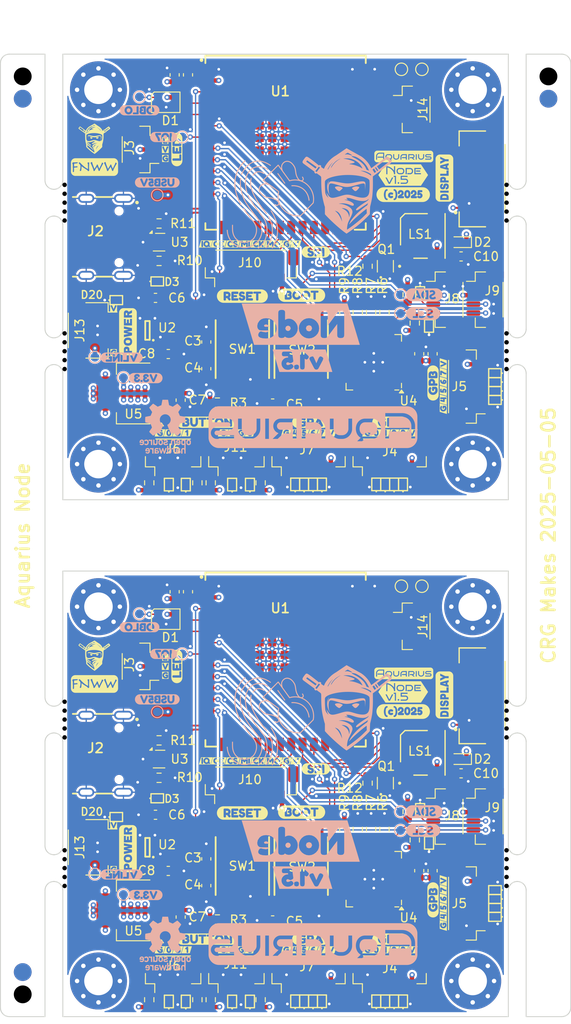
<source format=kicad_pcb>
(kicad_pcb (version 20241229) (generator "pcbnew") (generator_version "9.0")
  (layers (0 "F.Cu" signal) (4 "In1.Cu" signal) (6 "In2.Cu" signal) (2 "B.Cu" signal) (13 "F.Paste" user) (15 "B.Paste" user) (5 "F.SilkS" user "F.Silkscreen") (7 "B.SilkS" user "B.Silkscreen") (1 "F.Mask" user) (3 "B.Mask" user) (25 "Edge.Cuts" user))
  (net 0 "")
  (net 1 "Board_0-+3.3V")
  (net 2 "Board_0-+5V")
  (net 3 "Board_0-/PIO/A0")
  (net 4 "Board_0-/PIO/A1")
  (net 5 "Board_0-/PIO/A2")
  (net 6 "Board_0-/PIO/BTN0")
  (net 7 "Board_0-/PIO/BTN1")
  (net 8 "Board_0-/PIO/BTN2")
  (net 9 "Board_0-/PIO/BTN3")
  (net 10 "Board_0-/PIO/GPA4")
  (net 11 "Board_0-/PIO/GPA5")
  (net 12 "Board_0-/PIO/GPA6")
  (net 13 "Board_0-/PIO/GPA7")
  (net 14 "Board_0-/PIO/GPB0")
  (net 15 "Board_0-/PIO/GPB1")
  (net 16 "Board_0-/PIO/GPB2")
  (net 17 "Board_0-/PIO/GPB3")
  (net 18 "Board_0-/PIO/GPB4")
  (net 19 "Board_0-/PIO/GPB5")
  (net 20 "Board_0-/PIO/GPB6")
  (net 21 "Board_0-/PIO/GPB7")
  (net 22 "Board_0-/PIO/PIO_RESET")
  (net 23 "Board_0-/Peripherals/BUZZ_GND")
  (net 24 "Board_0-/Power/CC1")
  (net 25 "Board_0-/Power/CC2")
  (net 26 "Board_0-BOOT")
  (net 27 "Board_0-BUZZER")
  (net 28 "Board_0-D_N")
  (net 29 "Board_0-D_P")
  (net 30 "Board_0-EN")
  (net 31 "Board_0-GND")
  (net 32 "Board_0-I2C_SCL")
  (net 33 "Board_0-I2C_SDA")
  (net 34 "Board_0-LCD_BL")
  (net 35 "Board_0-LCD_CS")
  (net 36 "Board_0-LCD_DC")
  (net 37 "Board_0-LCD_RS")
  (net 38 "Board_0-LCD_SCK")
  (net 39 "Board_0-LCD_SDI")
  (net 40 "Board_0-LCD_SDO")
  (net 41 "Board_0-LEDS")
  (net 42 "Board_0-LINE_5V")
  (net 43 "Board_0-Net-(Q1-B)")
  (net 44 "Board_0-Net-(U1-IO1)")
  (net 45 "Board_0-Net-(U1-IO2)")
  (net 46 "Board_0-Net-(U1-IO7)")
  (net 47 "Board_0-OBL")
  (net 48 "Board_0-OBL_OUT")
  (net 49 "Board_0-PIO_INTA")
  (net 50 "Board_0-PIO_INTB")
  (net 51 "Board_0-RX")
  (net 52 "Board_0-SD_CS")
  (net 53 "Board_0-SPI_CE0")
  (net 54 "Board_0-SPI_CLK")
  (net 55 "Board_0-SPI_CS0")
  (net 56 "Board_0-SPI_IRQ0")
  (net 57 "Board_0-SPI_MISO")
  (net 58 "Board_0-SPI_MOSI")
  (net 59 "Board_0-TX")
  (net 60 "Board_0-T_INT")
  (net 61 "Board_0-T_RESET")
  (net 62 "Board_0-T_SCL")
  (net 63 "Board_0-T_SDA")
  (net 64 "Board_0-USB_5V")
  (net 65 "Board_0-USB_D_N")
  (net 66 "Board_0-USB_D_P")
  (net 67 "Board_0-unconnected-(H1-Pad1)")
  (net 68 "Board_0-unconnected-(H1-Pad1)_1")
  (net 69 "Board_0-unconnected-(H1-Pad1)_2")
  (net 70 "Board_0-unconnected-(H1-Pad1)_3")
  (net 71 "Board_0-unconnected-(H1-Pad1)_4")
  (net 72 "Board_0-unconnected-(H1-Pad1)_5")
  (net 73 "Board_0-unconnected-(H1-Pad1)_6")
  (net 74 "Board_0-unconnected-(H1-Pad1)_7")
  (net 75 "Board_0-unconnected-(H1-Pad1)_8")
  (net 76 "Board_0-unconnected-(H2-Pad1)")
  (net 77 "Board_0-unconnected-(H2-Pad1)_1")
  (net 78 "Board_0-unconnected-(H2-Pad1)_2")
  (net 79 "Board_0-unconnected-(H2-Pad1)_3")
  (net 80 "Board_0-unconnected-(H2-Pad1)_4")
  (net 81 "Board_0-unconnected-(H2-Pad1)_5")
  (net 82 "Board_0-unconnected-(H2-Pad1)_6")
  (net 83 "Board_0-unconnected-(H2-Pad1)_7")
  (net 84 "Board_0-unconnected-(H2-Pad1)_8")
  (net 85 "Board_0-unconnected-(H3-Pad1)")
  (net 86 "Board_0-unconnected-(H3-Pad1)_1")
  (net 87 "Board_0-unconnected-(H3-Pad1)_2")
  (net 88 "Board_0-unconnected-(H3-Pad1)_3")
  (net 89 "Board_0-unconnected-(H3-Pad1)_4")
  (net 90 "Board_0-unconnected-(H3-Pad1)_5")
  (net 91 "Board_0-unconnected-(H3-Pad1)_6")
  (net 92 "Board_0-unconnected-(H3-Pad1)_7")
  (net 93 "Board_0-unconnected-(H3-Pad1)_8")
  (net 94 "Board_0-unconnected-(H4-Pad1)")
  (net 95 "Board_0-unconnected-(H4-Pad1)_1")
  (net 96 "Board_0-unconnected-(H4-Pad1)_2")
  (net 97 "Board_0-unconnected-(H4-Pad1)_3")
  (net 98 "Board_0-unconnected-(H4-Pad1)_4")
  (net 99 "Board_0-unconnected-(H4-Pad1)_5")
  (net 100 "Board_0-unconnected-(H4-Pad1)_6")
  (net 101 "Board_0-unconnected-(H4-Pad1)_7")
  (net 102 "Board_0-unconnected-(H4-Pad1)_8")
  (net 103 "Board_0-unconnected-(J1-Pad0)")
  (net 104 "Board_0-unconnected-(J1-Pad15)")
  (net 105 "Board_0-unconnected-(J13-Pad4)")
  (net 106 "Board_0-unconnected-(J2-SBU1-PadA8)")
  (net 107 "Board_0-unconnected-(J2-SBU2-PadB8)")
  (net 108 "Board_0-unconnected-(LS1-NC-Pad1)")
  (net 109 "Board_0-unconnected-(SW1-A-PadA2)")
  (net 110 "Board_0-unconnected-(SW1-B-PadB2)")
  (net 111 "Board_0-unconnected-(SW2-A-PadA2)")
  (net 112 "Board_0-unconnected-(SW2-B-PadB2)")
  (net 113 "Board_0-unconnected-(U1-IO3-Pad15)")
  (net 114 "Board_0-unconnected-(U1-IO45-Pad26)")
  (net 115 "Board_0-unconnected-(U1-IO46-Pad16)")
  (net 116 "Board_0-unconnected-(U2-ST-Pad8)")
  (net 117 "Board_0-unconnected-(U4-NC-Pad10)")
  (net 118 "Board_0-unconnected-(U4-NC-Pad7)")
  (net 119 "Board_1-+3.3V")
  (net 120 "Board_1-+5V")
  (net 121 "Board_1-/PIO/A0")
  (net 122 "Board_1-/PIO/A1")
  (net 123 "Board_1-/PIO/A2")
  (net 124 "Board_1-/PIO/BTN0")
  (net 125 "Board_1-/PIO/BTN1")
  (net 126 "Board_1-/PIO/BTN2")
  (net 127 "Board_1-/PIO/BTN3")
  (net 128 "Board_1-/PIO/GPA4")
  (net 129 "Board_1-/PIO/GPA5")
  (net 130 "Board_1-/PIO/GPA6")
  (net 131 "Board_1-/PIO/GPA7")
  (net 132 "Board_1-/PIO/GPB0")
  (net 133 "Board_1-/PIO/GPB1")
  (net 134 "Board_1-/PIO/GPB2")
  (net 135 "Board_1-/PIO/GPB3")
  (net 136 "Board_1-/PIO/GPB4")
  (net 137 "Board_1-/PIO/GPB5")
  (net 138 "Board_1-/PIO/GPB6")
  (net 139 "Board_1-/PIO/GPB7")
  (net 140 "Board_1-/PIO/PIO_RESET")
  (net 141 "Board_1-/Peripherals/BUZZ_GND")
  (net 142 "Board_1-/Power/CC1")
  (net 143 "Board_1-/Power/CC2")
  (net 144 "Board_1-BOOT")
  (net 145 "Board_1-BUZZER")
  (net 146 "Board_1-D_N")
  (net 147 "Board_1-D_P")
  (net 148 "Board_1-EN")
  (net 149 "Board_1-GND")
  (net 150 "Board_1-I2C_SCL")
  (net 151 "Board_1-I2C_SDA")
  (net 152 "Board_1-LCD_BL")
  (net 153 "Board_1-LCD_CS")
  (net 154 "Board_1-LCD_DC")
  (net 155 "Board_1-LCD_RS")
  (net 156 "Board_1-LCD_SCK")
  (net 157 "Board_1-LCD_SDI")
  (net 158 "Board_1-LCD_SDO")
  (net 159 "Board_1-LEDS")
  (net 160 "Board_1-LINE_5V")
  (net 161 "Board_1-Net-(Q1-B)")
  (net 162 "Board_1-Net-(U1-IO1)")
  (net 163 "Board_1-Net-(U1-IO2)")
  (net 164 "Board_1-Net-(U1-IO7)")
  (net 165 "Board_1-OBL")
  (net 166 "Board_1-OBL_OUT")
  (net 167 "Board_1-PIO_INTA")
  (net 168 "Board_1-PIO_INTB")
  (net 169 "Board_1-RX")
  (net 170 "Board_1-SD_CS")
  (net 171 "Board_1-SPI_CE0")
  (net 172 "Board_1-SPI_CLK")
  (net 173 "Board_1-SPI_CS0")
  (net 174 "Board_1-SPI_IRQ0")
  (net 175 "Board_1-SPI_MISO")
  (net 176 "Board_1-SPI_MOSI")
  (net 177 "Board_1-TX")
  (net 178 "Board_1-T_INT")
  (net 179 "Board_1-T_RESET")
  (net 180 "Board_1-T_SCL")
  (net 181 "Board_1-T_SDA")
  (net 182 "Board_1-USB_5V")
  (net 183 "Board_1-USB_D_N")
  (net 184 "Board_1-USB_D_P")
  (net 185 "Board_1-unconnected-(H1-Pad1)")
  (net 186 "Board_1-unconnected-(H1-Pad1)_1")
  (net 187 "Board_1-unconnected-(H1-Pad1)_2")
  (net 188 "Board_1-unconnected-(H1-Pad1)_3")
  (net 189 "Board_1-unconnected-(H1-Pad1)_4")
  (net 190 "Board_1-unconnected-(H1-Pad1)_5")
  (net 191 "Board_1-unconnected-(H1-Pad1)_6")
  (net 192 "Board_1-unconnected-(H1-Pad1)_7")
  (net 193 "Board_1-unconnected-(H1-Pad1)_8")
  (net 194 "Board_1-unconnected-(H2-Pad1)")
  (net 195 "Board_1-unconnected-(H2-Pad1)_1")
  (net 196 "Board_1-unconnected-(H2-Pad1)_2")
  (net 197 "Board_1-unconnected-(H2-Pad1)_3")
  (net 198 "Board_1-unconnected-(H2-Pad1)_4")
  (net 199 "Board_1-unconnected-(H2-Pad1)_5")
  (net 200 "Board_1-unconnected-(H2-Pad1)_6")
  (net 201 "Board_1-unconnected-(H2-Pad1)_7")
  (net 202 "Board_1-unconnected-(H2-Pad1)_8")
  (net 203 "Board_1-unconnected-(H3-Pad1)")
  (net 204 "Board_1-unconnected-(H3-Pad1)_1")
  (net 205 "Board_1-unconnected-(H3-Pad1)_2")
  (net 206 "Board_1-unconnected-(H3-Pad1)_3")
  (net 207 "Board_1-unconnected-(H3-Pad1)_4")
  (net 208 "Board_1-unconnected-(H3-Pad1)_5")
  (net 209 "Board_1-unconnected-(H3-Pad1)_6")
  (net 210 "Board_1-unconnected-(H3-Pad1)_7")
  (net 211 "Board_1-unconnected-(H3-Pad1)_8")
  (net 212 "Board_1-unconnected-(H4-Pad1)")
  (net 213 "Board_1-unconnected-(H4-Pad1)_1")
  (net 214 "Board_1-unconnected-(H4-Pad1)_2")
  (net 215 "Board_1-unconnected-(H4-Pad1)_3")
  (net 216 "Board_1-unconnected-(H4-Pad1)_4")
  (net 217 "Board_1-unconnected-(H4-Pad1)_5")
  (net 218 "Board_1-unconnected-(H4-Pad1)_6")
  (net 219 "Board_1-unconnected-(H4-Pad1)_7")
  (net 220 "Board_1-unconnected-(H4-Pad1)_8")
  (net 221 "Board_1-unconnected-(J1-Pad0)")
  (net 222 "Board_1-unconnected-(J1-Pad15)")
  (net 223 "Board_1-unconnected-(J13-Pad4)")
  (net 224 "Board_1-unconnected-(J2-SBU1-PadA8)")
  (net 225 "Board_1-unconnected-(J2-SBU2-PadB8)")
  (net 226 "Board_1-unconnected-(LS1-NC-Pad1)")
  (net 227 "Board_1-unconnected-(SW1-A-PadA2)")
  (net 228 "Board_1-unconnected-(SW1-B-PadB2)")
  (net 229 "Board_1-unconnected-(SW2-A-PadA2)")
  (net 230 "Board_1-unconnected-(SW2-B-PadB2)")
  (net 231 "Board_1-unconnected-(U1-IO3-Pad15)")
  (net 232 "Board_1-unconnected-(U1-IO45-Pad26)")
  (net 233 "Board_1-unconnected-(U1-IO46-Pad16)")
  (net 234 "Board_1-unconnected-(U2-ST-Pad8)")
  (net 235 "Board_1-unconnected-(U4-NC-Pad10)")
  (net 236 "Board_1-unconnected-(U4-NC-Pad7)")
  (footprint "CRGM Passive:DFN1006-2" (layer "F.Cu") (at 160.68 126.275 90)
    (property "Reference" "D6" (hide yes))
    (property "Value" "PESD3V3S1BL" (hide yes))
  )
  (footprint "CRGM Passive:DFN1006-2" (layer "F.Cu") (at 129.5 105.6)
    (property "Reference" "D20")
    (property "Value" "PESD5V5C1BL")
  )
  (footprint "CRGM Passive:DFN1006-2" (layer "F.Cu") (at 163.6 46.8 -90)
    (property "Reference" "D22" (hide yes))
    (property "Value" "PESD3V3S1BL")
  )
  (footprint "kibuzzard-6812E3AD" (layer "F.Cu") (at 144 99.3)
    (property "Reference" "kibuzzard-6812E3AD" (hide yes))
    (property "Value" "G***" (hide yes))
  )
  (footprint "CRGM Connector:GCT_USB4105-GF-A" (layer "F.Cu") (at 126.125 40.5 -90)
    (property "Reference" "J2")
    (property "Value" "USB_C_USB2.0_16P")
  )
  (footprint "CRGM Power:SOTFL50P160X60-8N" (layer "F.Cu") (at 133 109 180)
    (property "Reference" "U2")
    (property "Value" "LM66200DRLR" (hide yes))
  )
  (footprint "CRGM Connector:JST_SH_BM03B-SRSS-TB_1x03-1MP_P1.00mm_Vertical" (layer "F.Cu") (at 132.175 30.7 90)
    (property "Reference" "J3")
    (property "Value" "INDICATOR")
  )
  (footprint "CRGM Passive:DFN1006-2" (layer "F.Cu") (at 159.68 126.275 90)
    (property "Reference" "D5" (hide yes))
    (property "Value" "PESD3V3S1BL" (hide yes))
  )
  (footprint "Resistor_SMD:R_0603_1608Metric" (layer "F.Cu") (at 140.85 59.1)
    (property "Reference" "R3")
    (property "Value" "10K (1%)" (hide yes))
  )
  (footprint "kibuzzard-68142199" (layer "F.Cu") (at 135 87.7)
    (property "Reference" "kibuzzard-68142199" (hide yes))
    (property "Value" "G***" (hide yes))
  )
  (footprint "Package_DFN_QFN:QFN-28-1EP_6x6mm_P0.65mm_EP4.25x4.25mm" (layer "F.Cu") (at 158.4 112.57564 180)
    (property "Reference" "U4")
    (property "Value" "MCP23017_ML" (hide yes))
  )
  (footprint "Capacitor_SMD:C_0603_1608Metric" (layer "F.Cu") (at 137.55 22.325 90)
    (property "Reference" "C1" (hide yes))
    (property "Value" "0.1uF" (hide yes))
  )
  (footprint "kibuzzard-681421A1" (layer "F.Cu") (at 135 88.7)
    (property "Reference" "kibuzzard-681421A1" (hide yes))
    (property "Value" "G***" (hide yes))
  )
  (footprint "kibuzzard-68153CEF" (layer "F.Cu") (at 137.4 120.5)
    (property "Reference" "kibuzzard-68153CEF" (hide yes))
    (property "Value" "G***" (hide yes))
  )
  (footprint "NPTH" (layer "F.Cu") (at 173.3 35.666667)
    (property "Reference" "KiKit_MB_3_2" (hide yes))
    (property "Value" "NPTH" (hide yes))
  )
  (footprint "CRGM Connector:JST_SH_SM04B-SRSS-TB_1x04-1MP_P1.00mm_Horizontal" (layer "F.Cu") (at 126.8 109 -90)
    (property "Reference" "J13")
    (property "Value" "Power")
  )
  (footprint "CRGM Passive:DFN1006-2" (layer "F.Cu") (at 149.58 68.275 90)
    (property "Reference" "D16" (hide yes))
    (property "Value" "PESD3V3S1BL" (hide yes))
  )
  (footprint "CRGM Passive:DFN1006-2" (layer "F.Cu") (at 150.58 68.275 90)
    (property "Reference" "D17" (hide yes))
    (property "Value" "PESD3V3S1BL" (hide yes))
  )
  (footprint "kibuzzard-68153CDD" (layer "F.Cu") (at 134.4 120.5)
    (property "Reference" "kibuzzard-68153CDD" (hide yes))
    (property "Value" "G***" (hide yes))
  )
  (footprint "CRGM Connector:JST_SH_BM06B-SRSS-TB_1x06-1MP_P1.00mm_Vertical" (layer "F.Cu") (at 151.08 123.2)
    (property "Reference" "J7")
    (property "Value" "GPA[4..7]")
  )
  (footprint "NPTH" (layer "F.Cu") (at 173.3 93.666666)
    (property "Reference" "KiKit_MB_7_2" (hide yes))
    (property "Value" "NPTH" (hide yes))
  )
  (footprint "Resistor_SMD:R_0603_1608Metric" (layer "F.Cu") (at 156.6 106.97564 90)
    (property "Reference" "R8")
    (property "Value" "10K" (hide yes))
  )
  (footprint "NPTH" (layer "F.Cu") (at 123.7 96.666666)
    (property "Reference" "KiKit_MB_5_1" (hide yes))
    (property "Value" "NPTH" (hide yes))
  )
  (footprint "Fiducial" (layer "F.Cu") (at 118.999 123)
    (property "Reference" "KiKit_FID_T_3" (hide yes))
    (property "Value" "Fiducial" (hide yes))
  )
  (footprint "kibuzzard-6812E3C5" (layer "F.Cu") (at 147.15 99.3)
    (property "Reference" "kibuzzard-6812E3C5" (hide yes))
    (property "Value" "G***" (hide yes))
  )
  (footprint "CRGM Connector:XF2C_1415-1A" (layer "F.Cu") (at 170.55849 34 -90)
    (property "Reference" "J1")
    (property "Value" "LCD" (hide yes))
  )
  (footprint "kibuzzard-68142030" (layer "F.Cu") (at 152.575 62.5)
    (property "Reference" "kibuzzard-68142030" (hide yes))
    (property "Value" "G***" (hide yes))
  )
  (footprint "kibuzzard-6814212B" (layer "F.Cu") (at 165.05 56.9 90)
    (property "Reference" "kibuzzard-6814212B" (hide yes))
    (property "Value" "G***" (hide yes))
  )
  (footprint "kibuzzard-681420D1" (layer "F.Cu") (at 159.675 62.5)
    (property "Reference" "kibuzzard-681420D1" (hide yes))
    (property "Value" "G***" (hide yes))
  )
  (footprint "kibuzzard-68142043" (layer "F.Cu") (at 150.575 62.5)
    (property "Reference" "kibuzzard-68142043" (hide yes))
    (property "Value" "G***" (hide yes))
  )
  (footprint "Fiducial" (layer "F.Cu") (at 178.001 25)
    (property "Reference" "KiKit_FID_T_2" (hide yes))
    (property "Value" "Fiducial" (hide yes))
  )
  (footprint "NPTH" (layer "F.Cu") (at 173.3 112.333333)
    (property "Reference" "KiKit_MB_8_4" (hide yes))
    (property "Value" "NPTH" (hide yes))
  )
  (footprint "Fiducial" (layer "F.Cu") (at 118.999 25)
    (property "Reference" "KiKit_FID_T_1" (hide yes))
    (property "Value" "Fiducial" (hide yes))
  )
  (footprint "NPTH" (layer "F.Cu") (at 123.7 110.333333)
    (property "Reference" "KiKit_MB_6_4" (hide yes))
    (property "Value" "NPTH" (hide yes))
  )
  (footprint "kibuzzard-6814204F" (layer "F.Cu") (at 166.2 58.775 90)
    (property "Reference" "kibuzzard-6814204F" (hide yes))
    (property "Value" "G***" (hide yes))
  )
  (footprint "kibuzzard-68153CC4" (layer "F.Cu") (at 148.575 120.5)
    (property "Reference" "kibuzzard-68153CC4" (hide yes))
    (property "Value" "G***" (hide yes))
  )
  (footprint "CRGM Switches:EVQ-Q2B02W" (layer "F.Cu") (at 143.65 53.1 90)
    (property "Reference" "SW1")
    (property "Value" "RESET")
  )
  (footprint "NPTH" (layer "F.Cu") (at 123.7 92.666666)
    (property "Reference" "KiKit_MB_5_5" (hide yes))
    (property "Value" "NPTH" (hide yes))
  )
  (footprint "kibuzzard-68153CE4" (layer "F.Cu") (at 135.4 120.5)
    (property "Reference" "kibuzzard-68153CE4" (hide yes))
    (property "Value" "G***" (hide yes))
  )
  (footprint "NPTH" (layer "F.Cu") (at 123.7 95.666666)
    (property "Reference" "KiKit_MB_5_2" (hide yes))
    (property "Value" "NPTH" (hide yes))
  )
  (footprint "Diode_SMD:D_SOD-523" (layer "F.Cu") (at 168.1 41.1 180)
    (property "Reference" "D2")
    (property "Value" "D_Schottky")
  )
  (footprint "kibuzzard-681421A1" (layer "F.Cu") (at 135 30.7)
    (property "Reference" "kibuzzard-681421A1" (hide yes))
    (property "Value" "G***" (hide yes))
  )
  (footprint "Capacitor_SMD:C_0603_1608Metric" (layer "F.Cu") (at 165 111.625 90)
    (property "Reference" "C9" (hide yes))
    (property "Value" "0.1uF" (hide yes))
  )
  (footprint "kibuzzard-6812E420" (layer "F.Cu") (at 139.55 41.3)
    (property "Reference" "kibuzzard-6812E420" (hide yes))
    (property "Value" "G***" (hide yes))
  )
  (footprint "Resistor_SMD:R_0603_1608Metric" (layer "F.Cu") (at 163 108.175 90)
    (property "Reference" "R2" (hide yes))
    (property "Value" "10K" (hide yes))
  )
  (footprint "Capacitor_SMD:C_0603_1608Metric" (layer "F.Cu") (at 163.5 111.625 90)
    (property "Reference" "C14" (hide yes))
    (property "Value" "1uF" (hide yes))
  )
  (footprint "kibuzzard-680D069E" (layer "F.Cu") (at 143.65 47.15)
    (property "Reference" "kibuzzard-680D069E" (hide yes))
    (property "Value" "G***" (hide yes))
  )
  (footprint "CRGM Connector:JST_SH_BM06B-SRSS-TB_1x06-1MP_P1.00mm_Vertical" (layer "F.Cu") (at 160.18 65.2)
    (property "Reference" "J4")
    (property "Value" "GPB[0..3]")
  )
  (footprint "kibuzzard-68153CEB" (layer "F.Cu") (at 136.4 62.5)
    (property "Reference" "kibuzzard-68153CEB" (hide yes))
    (property "Value" "G***" (hide yes))
  )
  (footprint "CRGM Connector:JST_SH_BM04B-SRSS-TB_1x04-1MP_P1.00mm_Vertical" (layer "F.Cu") (at 166.4 105.55 -90)
    (property "Reference" "J8")
    (property "Value" "QWIIC1")
  )
  (footprint "kibuzzard-6814216F" (layer "F.Cu") (at 129.2 106.5)
    (property "Reference" "kibuzzard-6814216F" (hide yes))
    (property "Value" "G***" (hide yes))
  )
  (footprint "CRGM Passive:DFN1006-2" (layer "F.Cu") (at 160.68 68.275 90)
    (property "Reference" "D6" (hide yes))
    (property "Value" "PESD3V3S1BL" (hide yes))
  )
  (footprint "kibuzzard-68154095" (layer "F.Cu") (at 153.6 120.5)
    (property "Reference" "kibuzzard-68154095" (hide yes))
    (property "Value" "G***" (hide yes))
  )
  (footprint "kibuzzard-681420E9" (layer "F.Cu") (at 139.7 61.3)
    (property "Reference" "kibuzzard-681420E9" (hide yes))
    (property "Value" "G***" (hide yes))
  )
  (footprint "kibuzzard-6812E37E" (layer "F.Cu") (at 141 99.3)
    (property "Reference" "kibuzzard-6812E37E" (hide yes))
    (property "Value" "G***" (hide yes))
  )
  (footprint "kibuzzard-68142110" (layer "F.Cu") (at 160.2 61.3)
    (property "Reference" "kibuzzard-68142110" (hide yes))
    (property "Value" "G***" (hide yes))
  )
  (footprint "NPTH" (layer "F.Cu") (at 123.7 113.333333)
    (property "Reference" "KiKit_MB_6_1" (hide yes))
    (property "Value" "NPTH" (hide yes))
  )
  (footprint "kibuzzard-681421A9" (layer "F.Cu") (at 135 89.7)
    (property "Reference" "kibuzzard-681421A9" (hide yes))
    (property "Value" "G***" (hide yes))
  )
  (footprint "kibuzzard-680D06A5" (layer "F.Cu") (at 150.3 47.05)
    (property "Reference" "kibuzzard-680D06A5" (hide yes))
    (property "Value" "G***" (hide yes))
  )
  (footprint "Resistor_SMD:R_0603_1608Metric" (layer "F.Cu") (at 158.1 48.97564 90)
    (property "Reference" "R7")
    (property "Value" "10K" (hide yes))
  )
  (footprint "NPTH" (layer "F.Cu") (at 123.7 35.666667)
    (property "Reference" "KiKit_MB_1_4" (hide yes))
    (property "Value" "NPTH" (hide yes))
  )
  (footprint "Resistor_SMD:R_0603_1608Metric" (layer "F.Cu") (at 163 50.175 90)
    (property "Reference" "R2" (hide yes))
    (property "Value" "10K" (hide yes))
  )
  (footprint "Package_TO_SOT_SMD:SOT-666" (layer "F.Cu") (at 134.3 99.1)
    (property "Reference" "U3")
    (property "Value" "USBLC6-2P6" (hide yes))
  )
  (footprint "CRGM Passive:DFN1006-2" (layer "F.Cu") (at 172 57.8 180)
    (property "Reference" "D9" (hide yes))
    (property "Value" "PESD3V3S1BL" (hide yes))
  )
  (footprint "NPTH" (layer "F.Cu") (at 173.3 38.666667)
    (property "Reference" "KiKit_MB_3_5" (hide yes))
    (property "Value" "NPTH" (hide yes))
  )
  (footprint "kibuzzard-6812E420" (layer "F.Cu") (at 139.55 99.3)
    (property "Reference" "kibuzzard-6812E420" (hide yes))
    (property "Value" "G***" (hide yes))
  )
  (footprint "NPTH" (layer "F.Cu") (at 123.7 109.333333)
    (property "Reference" "KiKit_MB_6_5" (hide yes))
    (property "Value" "NPTH" (hide yes))
  )
  (footprint "Capacitor_SMD:C_0603_1608Metric" (layer "F.Cu") (at 137.55 80.325 90)
    (property "Reference" "C1" (hide yes))
    (property "Value" "0.1uF" (hide yes))
  )
  (footprint "kibuzzard-6812E37E" (layer "F.Cu") (at 141 41.3)
    (property "Reference" "kibuzzard-6812E37E" (hide yes))
    (property "Value" "G***" (hide yes))
  )
  (footprint "Capacitor_SMD:C_0603_1608Metric" (layer "F.Cu") (at 139.6 113.3 -90)
    (property "Reference" "C4")
    (property "Value" "10uF" (hide yes))
  )
  (footprint "Capacitor_SMD:C_0603_1608Metric" (layer "F.Cu") (at 165 53.625 90)
    (property "Reference" "C9" (hide yes))
    (property "Value" "0.1uF" (hide yes))
  )
  (footprint "Capacitor_SMD:C_0603_1608Metric" (layer "F.Cu") (at 147.05 59.2 180)
    (property "Reference" "C5")
    (property "Value" "0.1uF" (hide yes))
  )
  (footprint "NPTH" (layer "F.Cu") (at 173.3 53.333333)
    (property "Reference" "KiKit_MB_4_3" (hide yes))
    (property "Value" "NPTH" (hide yes))
  )
  (footprint "kibuzzard-68194F3F" (layer "F.Cu") (at 148.6 99.3)
    (property "Reference" "kibuzzard-68194F3F" (hide yes))
    (property "Value" "G***" (hide yes))
  )
  (footprint "Package_DFN_QFN:QFN-28-1EP_6x6mm_P0.65mm_EP4.25x4.25mm" (layer "F.Cu") (at 158.4 54.57564 180)
    (property "Reference" "U4")
    (property "Value" "MCP23017_ML" (hide yes))
  )
  (footprint "kibuzzard-680D0262" (layer "F.Cu") (at 136.3 30.7 90)
    (property "Reference" "kibuzzard-680D0262" (hide yes))
    (property "Value" "G***" (hide yes))
  )
  (footprint "CRGM Passive:DFN1006-2" (layer "F.Cu") (at 144.5 126.3 90)
    (property "Reference" "D15" (hide yes))
    (property "Value" "PESD3V3S1BL" (hide yes))
  )
  (footprint "kibuzzard-681420DA" (layer "F.Cu") (at 161.675 120.5)
    (property "Reference" "kibuzzard-681420DA" (hide yes))
    (property "Value" "G***" (hide yes))
  )
  (footprint "NPTH" (layer "F.Cu") (at 173.3 52.333333)
    (property "Reference" "KiKit_MB_4_2" (hide yes))
    (property "Value" "NPTH" (hide yes))
  )
  (footprint "MountingHole:MountingHole_3.2mm_M3_Pad_Via" (layer "F.Cu") (at 169.5 124)
    (property "Reference" "H4" (hide yes))
    (property "Value" "MountingHole_Pad" (hide yes))
  )
  (footprint "kibuzzard-681420F3" (layer "F.Cu") (at 151.3 119.3)
    (property "Reference" "kibuzzard-681420F3" (hide yes))
    (property "Value" "G***" (hide yes))
  )
  (footprint "kibuzzard-68154095" (layer "F.Cu") (at 162.7 62.5)
    (property "Reference" "kibuzzard-68154095" (hide yes))
    (property "Value" "G***" (hide yes))
  )
  (footprint "NPTH" (layer "F.Cu") (at 173.3 95.666666)
    (property "Reference" "KiKit_MB_7_4" (hide yes))
    (property "Value" "NPTH" (hide yes))
  )
  (footprint "Resistor_SMD:R_0603_1608Metric" (layer "F.Cu") (at 159.6 106.97564 90)
    (property "Reference" "R6")
    (property "Value" "10K" (hide yes))
  )
  (footprint "NPTH" (layer "F.Cu") (at 118.999 22.5)
    (property "Reference" "KiKit_TO_1" (hide yes))
    (property "Value" "NPTH" (hide yes))
  )
  (footprint "kibuzzard-681420DA" (layer "F.Cu") (at 144.5 120.5)
    (property "Reference" "kibuzzard-681420DA" (hide yes))
    (property "Value" "G***" (hide yes))
  )
  (footprint "kibuzzard-680D0262" (layer "F.Cu") (at 136.3 88.7 90)
    (property "Reference" "kibuzzard-680D0262" (hide yes))
    (property "Value" "G***" (hide yes))
  )
  (footprint "Capacitor_SMD:C_0603_1608Metric" (layer "F.Cu") (at 139.6 55.3 -90)
    (property "Reference" "C4")
    (property "Value" "10uF" (hide yes))
  )
  (footprint "kibuzzard-6812E3BB" (layer "F.Cu") (at 145.45 41.3)
    (property "Reference" "kibuzzard-6812E3BB" (hide yes))
    (property "Value" "G***" (hide yes))
  )
  (footprint "kibuzzard-6814217B" (layer "F.Cu") (at 129.2 53.5)
    (property "Reference" "kibuzzard-6814217B" (hide yes))
    (property "Value" "G***" (hide yes))
  )
  (footprint "kibuzzard-6814212B" (layer "F.Cu") (at 165.05 114.9 90)
    (property "Reference" "kibuzzard-6814212B" (hide yes))
    (property "Value" "G***" (hide yes))
  )
  (footprint "Resistor_SMD:R_0603_1608Metric" (layer "F.Cu") (at 155.1 48.97564 -90)
    (property "Reference" "R9")
    (property "Value" "10K" (hide yes))
  )
  (footprint "Resistor_SMD:R_0603_1608Metric" (layer "F.Cu") (at 133.2 126.1 90)
    (property "Reference" "R14" (hide yes))
    (property "Value" "10K")
  )
  (footprint "kibuzzard-68154095" (layer "F.Cu") (at 166.2 112.75 90)
    (property "Reference" "kibuzzard-68154095" (hide yes))
    (property "Value" "G***" (hide yes))
  )
  (footprint "kibuzzard-681420D1" (layer "F.Cu") (at 159.675 120.5)
    (property "Reference" "kibuzzard-681420D1" (hide yes))
    (property "Value" "G***" (hide yes))
  )
  (footprint "MountingHole:MountingHole_3.2mm_M3_Pad_Via" (layer "F.Cu") (at 127.5 124)
    (property "Reference" "H1" (hide yes))
    (property "Value" "MountingHole_Pad" (hide yes))
  )
  (footprint "Resistor_SMD:R_0603_1608Metric" (layer "F.Cu") (at 140.85 117.1)
    (property "Reference" "R3")
    (property "Value" "10K (1%)" (hide yes))
  )
  (footprint "kibuzzard-6812E3AD" (layer "F.Cu") (at 144 41.3)
    (property "Reference" "kibuzzard-6812E3AD" (hide yes))
    (property "Value" "G***" (hide yes))
  )
  (footprint "kibuzzard-6812E3A0" (layer "F.Cu") (at 142.55 99.3)
    (property "Reference" "kibuzzard-6812E3A0" (hide yes))
    (property "Value" "G***" (hide yes))
  )
  (footprint "CRGM Passive:DFN1006-2" (layer "F.Cu") (at 163.6 104.8 -90)
    (property "Reference" "D22" (hide yes))
    (property "Value" "PESD3V3S1BL")
  )
  (footprint "Resistor_SMD:R_0603_1608Metric" (layer "F.Cu") (at 138.6 68.1 90)
    (property "Reference" "R13" (hide yes))
    (property "Value" "10K")
  )
  (footprint "NPTH" (layer "F.Cu") (at 123.7 112.333333)
    (property "Reference" "KiKit_MB_6_2" (hide yes))
    (property "Value" "NPTH" (hide yes))
  )
  (footprint "Capacitor_SMD:C_0603_1608Metric" (layer "F.Cu") (at 139.6 110.3 90)
    (property "Reference" "C3")
    (property "Value" "1uF" (hide yes))
  )
  (footprint "kibuzzard-68153CCE" (layer "F.Cu") (at 143.5 62.5)
    (property "Reference" "kibuzzard-68153CCE" (hide yes))
    (property "Value" "G***" (hide yes))
  )
  (footprint "CRGM Passive:DFN1006-2" (layer "F.Cu") (at 151.58 126.275 90)
    (property "Reference" "D18" (hide yes))
    (property "Value" "PESD3V3S1BL" (hide yes))
  )
  (footprint "kibuzzard-68153CC4" (layer "F.Cu") (at 148.575 62.5)
    (property "Reference" "kibuzzard-68153CC4" (hide yes))
    (property "Value" "G***" (hide yes))
  )
  (footprint "Resistor_SMD:R_0603_1608Metric" (layer "F.Cu") (at 140.1 126.1 90)
    (property "Reference" "R5" (hide yes))
    (property "Value" "10K")
  )
  (footprint "Resistor_SMD:R_0603_1608Metric" (layer "F.Cu") (at 138.6 126.1 90)
    (property "Reference" "R13" (hide yes))
    (property "Value" "10K")
  )
  (footprint "kibuzzard-67B9FE41" (layer "F.Cu") (at 161.700143 91.564141)
    (property "Reference" "kibuzzard-67B9FE41" (hide yes))
    (property "Value" "G***" (hide yes))
  )
  (footprint "NPTH" (layer "F.Cu") (at 173.3 54.333333)
    (property "Reference" "KiKit_MB_4_4" (hide yes))
    (property "Value" "NPTH" (hide yes))
  )
  (footprint "kibuzzard-68142030" (layer "F.Cu") (at 166.2 55.775 90)
    (property "Reference" "kibuzzard-68142030" (hide yes))
    (property "Value" "G***" (hide yes))
  )
  (footprint "NPTH" (layer "F.Cu") (at 123.7 51.333333)
    (property "Reference" "KiKit_MB_2_5" (hide yes))
    (property "Value" "NPTH" (hide yes))
  )
  (footprint "Resistor_SMD:R_0603_1608Metric" (layer "F.Cu") (at 134.3 97)
    (property "Reference" "R11")
    (property "Value" "5.1K" (hide yes))
  )
  (footprint "kibuzzard-68142110" (layer "F.Cu") (at 160.2 119.3)
    (property "Reference" "kibuzzard-68142110" (hide yes))
    (property "Value" "G***" (hide yes))
  )
  (footprint "Capacitor_SMD:C_0603_1608Metric" (layer "F.Cu") (at 136.05 22.325 90)
    (property "Reference" "C2" (hide yes))
    (property "Value" "10uF" (hide yes))
  )
  (footprint "CRGM Connector:JST_SH_BM04B-SRSS-TB_1x04-1MP_P1.00mm_Vertical" (layer "F.Cu") (at 135.88 65.2)
    (property "Reference" "J6")
    (property "Value" "~")
  )
  (footprint "CRGM Passive:DFN1006-2" (layer "F.Cu") (at 135.4 68.3 90)
    (property "Reference" "D12" (hide yes))
    (property "Value" "PESD3V3S1BL" (hide yes))
  )
  (footprint "CRGM Passive:DFN1006-2" (layer "F.Cu") (at 135.4 126.3 90)
    (property "Reference" "D12" (hide yes))
    (property "Value" "PESD3V3S1BL" (hide yes))
  )
  (footprint "Capacitor_SMD:C_0603_1608Metric" (layer "F.Cu") (at 135.3375 111.65)
    (property "Reference" "C8")
    (property "Value" "0.1uF" (hide yes))
  )
  (footprint "kibuzzard-68153CC4" (layer "F.Cu") (at 141.5 120.5)
    (property "Reference" "kibuzzard-68153CC4" (hide yes))
    (property "Value" "G***" (hide yes))
  )
  (footprint "Capacitor_SMD:C_0603_1608Metric" (layer "F.Cu") (at 136.725 58.825 -90)
    (property "Reference" "C7")
    (property "Value" "10uF" (hide yes))
  )
  (footprint "Capacitor_SMD:C_0603_1608Metric" (layer "F.Cu") (at 135.3375 53.65)
    (property "Reference" "C8")
    (property "Value" "0.1uF" (hide yes))
  )
  (footprint "CRGM Connector:JST_SH_BM03B-SRSS-TB_1x03-1MP_P1.00mm_Vertical" (layer "F.Cu") (at 162.7 84.2 -90)
    (property "Reference" "J14")
    (property "Value" "SERIAL")
  )
  (footprint "kibuzzard-681421A9" (layer "F.Cu") (at 135 31.7)
    (property "Reference" "kibuzzard-681421A9" (hide yes))
    (property "Value" "G***" (hide yes))
  )
  (footprint "kibuzzard-6814204F" (layer "F.Cu") (at 149.575 120.5)
    (property "Reference" "kibuzzard-6814204F" (hide yes))
    (property "Value" "G***" (hide yes))
  )
  (footprint "kibuzzard-68153CC4" (layer "F.Cu") (at 157.7 120.5)
    (property "Reference" "kibuzzard-68153CC4" (hide yes))
    (property "Value" "G***" (hide yes))
  )
  (footprint "CRGM Passive:DFN1006-2" (layer "F.Cu") (at 144.5 68.3 90)
    (property "Reference" "D15" (hide yes))
    (property "Value" "PESD3V3S1BL" (hide yes))
  )
  (footprint "CRG Makes:CMT050275SMTTR" (layer "F.Cu") (at 163.9 98.4 90)
    (property "Reference" "LS1")
    (property "Value" "CMT-0502-75-SMT-TR" (hide yes))
  )
  (footprint "kibuzzard-680D0826" (layer "F.Cu") (at 161.700143 93.764141)
    (property "Reference" "kibuzzard-680D0826" (hide yes))
    (property "Value" "G***" (hide yes))
  )
  (footprint "kibuzzard-6812E3C5" (layer "F.Cu") (at 147.15 41.3)
    (property "Reference" "kibuzzard-6812E3C5" (hide yes))
    (property "Value" "G***" (hide yes))
  )
  (footprint "NPTH" (layer "F.Cu") (at 178.001 22.5)
    (property "Reference" "KiKit_TO_2" (hide yes))
    (property "Value" "NPTH" (hide yes))
  )
  (footprint "TestPoint:TestPoint_Pad_D1.0mm" (layer "F.Cu") (at 161.5 21.7)
    (property "Reference" "TP5" (hide yes))
    (property "Value" "~")
  )
  (footprint "LED_SMD:LED_WS2812B-2020_PLCC4_2.0x2.0mm" (layer "F.Cu") (at 135.05 25.4)
    (property "Reference" "D1")
    (property "Value" "WS2812B-2020" (hide yes))
  )
  (footprint "CRGM Connector:JST_SH_BM04B-SRSS-TB_1x04-1MP_P1.00mm_Vertical" (layer "F.Cu") (at 170.9 47.55 -90)
    (property "Reference" "J9")
    (property "Value" "QWIIC2")
  )
  (footprint "Resistor_SMD:R_0603_1608Metric" (layer "F.Cu") (at 140.1 68.1 90)
    (property "Reference" "R5" (hide yes))
    (property "Value" "10K")
  )
  (footprint "Capacitor_SMD:C_0603_1608Metric" (layer "F.Cu") (at 136.05 80.325 90)
    (property "Reference" "C2" (hide yes))
    (property "Value" "10uF" (hide yes))
  )
  (footprint "Connector_JST:JST_SH_BM08B-SRSS-TB_1x08-1MP_P1.00mm_Vertical" (layer "F.Cu") (at 144.6 44)
    (property "Reference" "J10")
    (property "Value" "SPI")
  )
  (footprint "CRGM Connector:JST_SH_BM04B-SRSS-TB_1x04-1MP_P1.00mm_Vertical" (layer "F.Cu") (at 142.98 65.2)
    (property "Reference" "J11")
    (property "Value" "~")
  )
  (footprint "Resistor_SMD:R_0603_1608Metric" (layer "F.Cu") (at 156.6 48.97564 90)
    (property "Reference" "R8")
    (property "Value" "10K" (hide yes))
  )
  (footprint "kibuzzard-680D01D7" (layer "F.Cu") (at 151.9 100.2)
    (property "Reference" "kibuzzard-680D01D7" (hide yes))
    (property "Value" "G***" (hide yes))
  )
  (footprint "Capacitor_SMD:C_0603_1608Metric" (layer "F.Cu") (at 139.6 52.3 90)
    (property "Reference" "C3")
    (property "Value" "1uF" (hide yes))
  )
  (footprint "kibuzzard-68142030" (layer "F.Cu") (at 152.575 120.5)
    (property "Reference" "kibuzzard-68142030" (hide yes))
    (property "Value" "G***" (hide yes))
  )
  (footprint "CRGM Connector:JST_SH_BM06B-SRSS-TB_1x06-1MP_P1.00mm_Vertical" (layer "F.Cu") (at 151.08 65.2)
    (property "Reference" "J7")
    (property "Value" "GPA[4..7]")
  )
  (footprint "TestPoint:TestPoint_Pad_D1.0mm" (layer "F.Cu") (at 163.8 79.7)
    (property "Reference" "TP6" (hide yes))
    (property "Value" "~")
  )
  (footprint "CRGM Passive:DFN1006-2" (layer "F.Cu") (at 137.3 126.3 90)
    (property "Reference" "D13" (hide yes))
    (property "Value" "PESD3V3S1BL" (hide yes))
  )
  (footprint "NPTH" (layer "F.Cu") (at 123.7 53.333333)
    (property "Reference" "KiKit_MB_2_3" (hide yes))
    (property "Value" "NPTH" (hide yes))
  )
  (footprint "CRGM Connector:JST_SH_BM06B-SRSS-TB_1x06-1MP_P1.00mm_Vertical" (layer "F.Cu") (at 168.8 57.3 90)
    (property "Reference" "J5")
    (property "Value" "GPB[4..7]")
  )
  (footprint "Resistor_SMD:R_0603_1608Metric" (layer "F.Cu") (at 157.7 43.8 -90)
    (property "Reference" "R12")
    (property "Value" "1K")
  )
  (footprint "kibuzzard-6815408B" (layer "F.Cu") (at 166.2 117.775 90)
    (property "Reference" "kibuzzard-6815408B" (hide yes))
    (property "Value" "G***" (hide yes))
  )
  (footprint "MountingHole:MountingHole_3.2mm_M3_Pad_Via" (layer "F.Cu") (at 169.5 66)
    (property "Reference" "H4" (hide yes))
    (property "Value" "MountingHole_Pad" (hide yes))
  )
  (footprint "kibuzzard-68153CCE" (layer "F.Cu") (at 143.5 120.5)
    (property "Reference" "kibuzzard-68153CCE" (hide yes))
    (property "Value" "G***" (hide yes))
  )
  (footprint "kibuzzard-67B9FE41" (layer "F.Cu") (at 161.700143 33.564141)
    (property "Reference" "kibuzzard-67B9FE41" (hide yes))
    (property "Value" "G***" (hide yes))
  )
  (footprint "CRGM Passive:DFN1006-2" (layer "F.Cu") (at 134.1 45.5)
    (property "Reference" "D3")
    (property "Value" "PESD5V5C1BL")
  )
  (footprint "NPTH" (layer "F.Cu") (at 118.999 125.5)
    (property "Reference" "KiKit_TO_3" (hide yes))
    (property "Value" "NPTH" (hide yes))
  )
  (footprint "kibuzzard-68194F50" (layer "F.Cu") (at 149.65 99.3)
    (property "Reference" "kibuzzard-68194F50" (hide yes))
    (property "Value" "G***" (hide yes))
  )
  (footprint "NPTH" (layer "F.Cu") (at 173.3 113.333333)
    (property "Reference" "KiKit_MB_8_5" (hide yes))
    (property "Value" "NPTH" (hide yes))
  )
  (footprint "CRGM Connector:JST_SH_BM06B-SRSS-TB_1x06-1MP_P1.00mm_Vertical" (layer "F.Cu") (at 160.18 123.2)
    (property "Reference" "J4")
    (property "Value" "GPB[0..3]")
  )
  (footprint "kibuzzard-681420D5" (layer "F.Cu") (at 160.675 120.5)
    (property "Reference" "kibuzzard-681420D5" (hide yes))
    (property "Value" "G***" (hide yes))
  )
  (footprint "CRG Makes:ESP32-S3-WROOM-1-N8R2" (layer "F.Cu") (at 148.5 84.95)
    (property "Reference" "U1")
    (property "Value" "ESP32-S3-WROOM-1-N8R2")
  )
  (footprint "kibuzzard-6814204F" (layer "F.Cu") (at 149.575 62.5)
    (property "Reference" "kibuzzard-6814204F" (hide yes))
    (property "Value" "G***" (hide yes))
  )
  (footprint "NPTH" (layer "F.Cu") (at 173.3 34.666667)
    (property "Reference" "KiKit_MB_3_1" (hide yes))
    (property "Value" "NPTH" (hide yes))
  )
  (footprint "Package_TO_SOT_SMD:SOT-523" (layer "F.Cu") (at 159.7 101.8 90)
    (property "Reference" "Q1")
    (property "Value" "MMBT2222A")
  )
  (footprint "Resistor_SMD:R_0603_1608Metric" (layer "F.Cu") (at 145.7 68.1 90)
    (property "Reference" "R4" (hide yes))
    (property "Value" "10K")
  )
  (footprint "kibuzzard-68142199" (layer "F.Cu") (at 135 29.7)
    (property "Reference" "kibuzzard-68142199" (hide yes))
    (property "Value" "G***" (hide yes))
  )
  (footprint "CRGM Passive:DFN1006-2" (layer "F.Cu") (at 152.58 68.275 90)
    (property "Reference" "D19" (hide yes))
    (property "Value" "PESD3V3S1BL" (hide yes))
  )
  (footprint "CRGM Passive:DFN1006-2" (layer "F.Cu") (at 161.68 68.275 90)
    (property "Reference" "D7" (hide yes))
    (property "Value" "PESD3V3S1BL" (hide yes))
  )
  (footprint "kibuzzard-68154095" (layer "F.Cu") (at 153.6 62.5)
    (property "Reference" "kibuzzard-68154095" (hide yes))
    (property "Value" "G***" (hide yes))
  )
  (footprint "kibuzzard-68153CC4" (layer "F.Cu") (at 157.7 62.5)
    (property "Reference" "kibuzzard-68153CC4" (hide yes))
    (property "Value" "G***" (hide yes))
  )
  (footprint "kibuzzard-6814217B" (layer "F.Cu") (at 129.2 111.5)
    (property "Reference" "kibuzzard-6814217B" (hide yes))
    (property "Value" "G***" (hide yes))
  )
  (footprint "LED_SMD:LED_WS2812B-2020_PLCC4_2.0x2.0mm" (layer "F.Cu") (at 135.05 83.4)
    (property "Reference" "D1")
    (property "Value" "WS2812B-2020" (hide yes))
  )
  (footprint "kibuzzard-680D06A5" (layer "F.Cu") (at 150.3 105.05)
    (property "Reference" "kibuzzard-680D06A5" (hide yes))
    (property "Value" "G***" (hide yes))
  )
  (footprint "kibuzzard-68153CC4" (layer "F.Cu") (at 141.5 62.5)
    (property "Reference" "kibuzzard-68153CC4" (hide yes))
    (property "Value" "G***" (hide yes))
  )
  (footprint "CRGM Switches:EVQ-Q2B02W" (layer "F.Cu") (at 150.25 53.1 90)
    (property "Reference" "SW2")
    (property "Value" "BOOT")
  )
  (footprint "kibuzzard-68153CC9" (layer "F.Cu") (at 142.5 120.5)
    (property "Reference" "kibuzzard-68153CC9" (hide yes))
    (property "Value" "G***" (hide yes))
  )
  (footprint "kibuzzard-68194F3F" (layer "F.Cu") (at 148.6 41.3)
    (property "Reference" "kibuzzard-68194F3F" (hide yes))
    (property "Value" "G***" (hide yes))
  )
  (footprint "kibuzzard-68142043" (layer "F.Cu") (at 166.2 115.775 90)
    (property "Reference" "kibuzzard-68142043" (hide yes))
    (property "Value" "G***" (hide yes))
  )
  (footprint "CRG Makes:ESP32-S3-WROOM-1-N8R2" (layer "F.Cu") (at 148.5 26.95)
    (property "Reference" "U1")
    (property "Value" "ESP32-S3-WROOM-1-N8R2")
  )
  (footprint "Connector_JST:JST_SH_BM08B-SRSS-TB_1x08-1MP_P1.00mm_Vertical" (layer "F.Cu") (at 144.6 102)
    (property "Reference" "J10")
    (property "Value" "SPI")
  )
  (footprint "CRGM Passive:DFN1006-2" (layer "F.Cu") (at 158.68 68.275 90)
    (property "Reference" "D4" (hide yes))
    (property "Value" "PESD3V3S1BL" (hide yes))
  )
  (footprint "CRGM Passive:DFN1006-2" (layer "F.Cu") (at 137.3 68.3 90)
    (property "Reference" "D13" (hide yes))
    (property "Value" "PESD3V3S1BL" (hide yes))
  )
  (footprint "CRGM Passive:DFN1006-2" (layer "F.Cu") (at 150.58 126.275 90)
    (property "Reference" "D17" (hide yes))
    (property "Value" "PESD3V3S1BL" (hide yes))
  )
  (footprint "Resistor_SMD:R_0603_1608Metric" (layer "F.Cu") (at 134.3 43.2)
    (property "Reference" "R10")
    (property "Value" "5.1K" (hide yes))
  )
  (footprint "Resistor_SMD:R_0603_1608Metric" (layer "F.Cu") (at 157.7 101.8 -90)
    (property "Reference" "R12")
    (property "Value" "1K")
  )
  (footprint "NPTH" (layer "F.Cu") (at 173.3 55.333333)
    (property "Reference" "KiKit_MB_4_5" (hide yes))
    (property "Value" "NPTH" (hide yes))
  )
  (footprint "kibuzzard-681420CD" (layer "F.Cu") (at 158.675 120.5)
    (property "Reference" "kibuzzard-681420CD" (hide yes))
    (property "Value" "G***" (hide yes))
  )
  (footprint "MountingHole:MountingHole_3.2mm_M3_Pad_Via" (layer "F.Cu") (at 127.5 66)
    (property "Reference" "H1" (hide yes))
    (property "Value" "MountingHole_Pad" (hide yes))
  )
  (footprint "kibuzzard-68154095" (layer "F.Cu") (at 162.7 120.5)
    (property "Reference" "kibuzzard-68154095" (hide yes))
    (property "Value" "G***" (hide yes))
  )
  (footprint "NPTH" (layer "F.Cu") (at 123.7 111.333333)
    (property "Reference" "KiKit_MB_6_3" (hide yes))
    (property "Value" "NPTH" (hide yes))
  )
  (footprint "NPTH" (layer "F.Cu") (at 123.7 94.666666)
    (property "Reference" "KiKit_MB_5_3" (hide yes))
    (property "Value" "NPTH" (hide yes))
  )
  (footprint "CRGM Passive:DFN1006-2" (layer "F.Cu") (at 149.58 126.275 90)
    (property "Reference" "D16" (hide yes))
    (property "Value" "PESD3V3S1BL" (hide yes))
  )
  (footprint "CRGM Connector:JST_SH_BM06B-SRSS-TB_1x06-1MP_P1.00mm_Vertical" (layer "F.Cu") (at 168.8 115.3 90)
    (property "Reference" "J5")
    (property "Value" "GPB[4..7]")
  )
  (footprint "NPTH" (layer "F.Cu") (at 173.3 51.333333)
    (property "Reference" "KiKit_MB_4_1" (hide yes))
    (property "Value" "NPTH" (hide yes))
  )
  (footprint "Resistor_SMD:R_0603_1608Metric" (layer "F.Cu") (at 134.3 101.2)
    (property "Reference" "R10")
    (property "Value" "5.1K" (hide yes))
  )
  (footprint "MountingHole:MountingHole_3.2mm_M3_Pad_Via" (layer "F.Cu") (at 127.5 82)
    (property "Reference" "H2" (hide yes))
    (property "Value" "MountingHole_Pad" (hide yes))
  )
  (footprint "CRGM Switches:EVQ-Q2B02W" (layer "F.Cu") (at 150.25 111.1 90)
    (property "Reference" "SW2")
    (property "Value" "BOOT")
  )
  (footprint "NPTH" (layer "F.Cu") (at 173.3 111.333333)
    (property "Reference" "KiKit_MB_8_3" (hide yes))
    (property "Value" "NPTH" (hide yes))
  )
  (footprint "CRGM Passive:DFN1006-2" (layer "F.Cu") (at 172 114.8 180)
    (property "Reference" "D10" (hide yes))
    (property "Value" "PESD3V3S1BL" (hide yes))
  )
  (footprint "kibuzzard-6815408B" (layer "F.Cu") (at 166.2 59.775 90)
    (property "Reference" "kibuzzard-6815408B" (hide yes))
    (property "Value" "G***" (hide yes))
  )
  (footprint "Package_TO_SOT_SMD:SOT-223-3_TabPin2" (layer "F.Cu") (at 131.425 58.075 180)
    (property "Reference" "U5")
    (property "Value" "LD1117S33TR_SOT223" (hide yes))
  )
  (footprint "CRGM Connector:JST_SH_BM04B-SRSS-TB_1x04-1MP_P1.00mm_Vertical" (layer "F.Cu") (at 142.98 123.2)
    (property "Reference" "J11")
    (property "Value" "~")
  )
  (footprint "kibuzzard-68142039" (layer "F.Cu") (at 166.2 56.775 90)
    (property "Reference" "kibuzzard-68142039" (hide yes))
    (property "Value" "G***" (hide yes))
  )
  (footprint "Capacitor_SMD:C_0603_1608Metric" (layer "F.Cu") (at 133.9 105.35 180)
    (property "Reference" "C6")
    (property "Value" "0.1uF" (hide yes))
  )
  (footprint "kibuzzard-68142039" (layer "F.Cu") (at 166.2 114.775 90)
    (property "Reference" "kibuzzard-68142039" (hide yes))
    (property "Value" "G***" (hide yes))
  )
  (footprint "kibuzzard-681420E9" (layer "F.Cu") (at 139.7 119.3)
    (property "Reference" "kibuzzard-681420E9" (hide yes))
    (property "Value" "G***" (hide yes))
  )
  (footprint "Capacitor_SMD:C_0603_1608Metric" (layer "F.Cu") (at 147.05 117.2 180)
    (property "Reference" "C5")
    (property "Value" "0.1uF" (hide yes))
  )
  (footprint "kibuzzard-68142030" (layer "F.Cu") (at 166.2 113.775 90)
    (property "Reference" "kibuzzard-68142030" (hide yes))
    (property "Value" "G***" (hide yes))
  )
  (footprint "NPTH" (layer "F.Cu") (at 173.3 94.666666)
    (property "Reference" "KiKit_MB_7_3" (hide yes))
    (property "Value" "NPTH" (hide yes))
  )
  (footprint "kibuzzard-68153CE4" (layer "F.Cu") (at 135.4 62.5)
    (property "Reference" "kibuzzard-68153CE4" (hide yes))
    (property "Value" "G***" (hide yes))
  )
  (footprint "kibuzzard-68142039" (layer "F.Cu") (at 151.575 62.5)
    (property "Reference" "kibuzzard-68142039" (hide yes))
    (property "Value" "G***" (hide yes))
  )
  (footprint "Capacitor_SMD:C_0603_1608Metric" (layer "F.Cu") (at 133.9 47.35 180)
    (property "Reference" "C6")
    (property "Value" "0.1uF" (hide yes))
  )
  (footprint "kibuzzard-6812E3BB" (layer "F.Cu") (at 145.45 99.3)
    (property "Reference" "kibuzzard-6812E3BB" (hide yes))
    (property "Value" "G***" (hide yes))
  )
  (footprint "Resistor_SMD:R_0603_1608Metric" (layer "F.Cu") (at 159.6 48.97564 90)
    (property "Reference" "R6")
    (property "Value" "10K" (hide yes))
  )
  (footprint "NPTH" (layer "F.Cu") (at 123.7 54.333333)
    (property "Reference" "KiKit_MB_2_2" (hide yes))
    (property "Value" "NPTH" (hide yes))
  )
  (footprint "CRGM Passive:DFN1006-2" (layer "F.Cu") (at 151.58 68.275 90)
    (property "Reference" "D18" (hide yes))
    (property "Value" "PESD3V3S1BL" (hide yes))
  )
  (footprint "NPTH" (layer "F.Cu") (at 173.3 92.666666)
    (property "Reference" "KiKit_MB_7_1" (hide yes))
    (property "Value" "NPTH" (hide yes))
  )
  (footprint "CRGM Connector:JST_SH_BM03B-SRSS-TB_1x03-1MP_P1.00mm_Vertical" (layer "F.Cu") (at 162.7 26.2 -90)
    (property "Reference" "J14")
    (property "Value" "SERIAL")
  )
  (footprint "Resistor_SMD:R_0603_1608Metric" (layer "F.Cu") (at 145.7 126.1 90)
    (property "Reference" "R4" (hide yes))
    (property "Value" "10K")
  )
  (footprint "CRGM Passive:DFN1006-2" (layer "F.Cu") (at 172 115.8 180)
    (property "Reference" "D9" (hide yes))
    (property "Value" "PESD3V3S1BL" (hide yes))
  )
  (footprint "CRGM Passive:DFN1006-2" (layer "F.Cu") (at 164.6 50.5 90)
    (property "Reference" "D21" (hide yes))
    (property "Value" "PESD3V3S1BL")
  )
  (footprint "CRGM Passive:DFN1006-2" (layer "F.Cu") (at 129.5 47.6)
    (property "Reference" "D20")
    (property "Value" "PESD5V5C1BL")
  )
  (footprint "Resistor_SMD:R_0603_1608Metric" (layer "F.Cu") (at 134.3 39)
    (property "Reference" "R11")
    (property "Value" "5.1K" (hide yes))
  )
  (footprint "CRGM Passive:DFN1006-2" (layer "F.Cu") (at 172 113.8 180)
    (property "Reference" "D11" (hide yes))
    (property "Value" "PESD3V3S1BL" (hide yes))
  )
  (footprint "NPTH" (layer "F.Cu") (at 123.7 93.666666)
    (property "Reference" "KiKit_MB_5_4" (hide yes))
    (property "Value" "NPTH" (hide yes))
  )
  (footprint "CRGM Connector:JST_SH_BM04B-SRSS-TB_1x04-1MP_P1.00mm_Vertical" (layer "F.Cu") (at 170.9 105.55 -90)
    (property "Reference" "J9")
    (property "Value" "QWIIC2")
  )
  (footprint "kibuzzard-68142039" (layer "F.Cu") (at 151.575 120.5)
    (property "Reference" "kibuzzard-68142039" (hide yes))
    (property "Value" "G***" (hide yes))
  )
  (footprint "Capacitor_SMD:C_0603_1608Metric" (layer "F.Cu") (at 163.5 53.625 90)
    (property "Reference" "C14" (hide yes))
    (property "Value" "1uF" (hide yes))
  )
  (footprint "CRGM Passive:DFN1006-2" (layer "F.Cu") (at 164.6 108.5 90)
    (property "Reference" "D21" (hide yes))
    (property "Value" "PESD3V3S1BL")
  )
  (footprint "kibuzzard-68142043" (layer "F.Cu") (at 150.575 120.5)
    (property "Reference" "kibuzzard-68142043" (hide yes))
    (property "Value" "G***" (hide yes))
  )
  (footprint "CRGM Passive:DFN1006-2" (layer "F.Cu") (at 159.68 68.275 90)
    (property "Reference" "D5" (hide yes))
    (property "Value" "PESD3V3S1BL" (hide yes))
  )
  (footprint "kibuzzard-681420F3" (layer "F.Cu") (at 151.3 61.3)
    (property "Reference" "kibuzzard-681420F3" (hide yes))
    (property "Value" "G***" (hide yes))
  )
  (footprint "NPTH" (layer "F.Cu") (at 173.3 109.333333)
    (property "Reference" "KiKit_MB_8_1" (hide yes))
    (property "Value" "NPTH" (hide yes))
  )
  (footprint "Capacitor_SMD:C_0603_1608Metric" (layer "F.Cu") (at 168.2 100.7)
    (property "Reference" "C10")
    (property "Value" "1uF")
  )
  (footprint "CRG Makes:CMT050275SMTTR" (layer "F.Cu") (at 163.9 40.4 90)
    (property "Reference" "LS1")
    (property "Value" "CMT-0502-75-SMT-TR" (hide yes))
  )
  (footprint "CRGM Connector:GCT_USB4105-GF-A" (layer "F.Cu") (at 126.125 98.5 -90)
    (property "Reference" "J2")
    (property "Value" "USB_C_USB2.0_16P")
  )
  (footprint "kibuzzard-6814204F" (layer "F.Cu") (at 166.2 116.775 90)
    (property "Reference" "kibuzzard-6814204F" (hide yes))
    (property "Value" "G***" (hide yes))
  )
  (footprint "kibuzzard-681420CD" (layer "F.Cu") (at 158.675 62.5)
    (property "Reference" "kibuzzard-681420CD" (hide yes))
    (property "Value" "G***" (hide yes))
  )
  (footprint "kibuzzard-681420D5" (layer "F.Cu") (at 160.675 62.5)
    (property "Reference" "kibuzzard-681420D5" (hide yes))
    (property "Value" "G***" (hide yes))
  )
  (footprint "CRGM Passive:DFN1006-2" (layer "F.Cu") (at 142.5 126.3 90)
    (property "Reference" "D14" (hide yes))
    (property "Value" "PESD3V3S1BL" (hide yes))
  )
  (footprint "kibuzzard-680D0826" (layer "F.Cu") (at 161.700143 35.764141)
    (property "Reference" "kibuzzard-680D0826" (hide yes))
    (property "Value" "G***" (hide yes))
  )
  (footprint "kibuzzard-681420DA" (layer "F.Cu") (at 144.5 62.5)
    (property "Reference" "kibuzzard-681420DA" (hide yes))
    (property "Value" "G***" (hide yes))
  )
  (footprint "NPTH" (layer "F.Cu") (at 123.7 55.333333)
    (property "Reference" "KiKit_MB_2_1" (hide yes))
    (property "Value" "NPTH" (hide yes))
  )
  (footprint "CRGM Connector:JST_SH_BM04B-SRSS-TB_1x04-1MP_P1.00mm_Vertical" (layer "F.Cu") (at 166.4 47.55 -90)
    (property "Reference" "J8")
    (property "Value" "QWIIC1")
  )
  (footprint "CRGM Passive:DFN1006-2" (layer "F.Cu") (at 134.1 103.5)
    (property "Reference" "D3")
    (property "Value" "PESD5V5C1BL")
  )
  (footprint "Diode_SMD:D_SOD-523" (layer "F.Cu") (at 168.1 99.1 180)
    (property "Reference" "D2")
    (property "Value" "D_Schottky")
  )
  (footprint "kibuzzard-680D01D7" (layer "F.Cu") (at 151.9 42.2)
    (property "Reference" "kibuzzard-680D01D7" (hide yes))
    (property "Value" "G***" (hide yes))
  )
  (footprint "kibuzzard-68153CC9" (layer "F.Cu") (at 142.5 62.5)
    (property "Reference" "kibuzzard-68153CC9" (hide yes))
    (property "Value" "G***" (hide yes))
  )
  (footprint "Capacitor_SMD:C_0603_1608Metric" (layer "F.Cu") (at 136.725 116.825 -90)
    (property "Reference" "C7")
    (property "Value" "10uF" (hide yes))
  )
  (footprint "CRGM Connector:JST_SH_BM03B-SRSS-TB_1x03-1MP_P1.00mm_Vertical" (layer "F.Cu") (at 132.175 88.7 90)
    (property "Reference" "J3")
    (property "Value" "INDICATOR")
  )
  (footprint "NPTH" (layer "F.Cu") (at 123.7 36.666667)
    (property "Reference" "KiKit_MB_1_3" (hide yes))
    (property "Value" "NPTH" (hide yes))
  )
  (footprint "CRGM Passive:DFN1006-2" (layer "F.Cu") (at 172 58.8 180)
    (property "Reference" "D8" (hide yes))
    (property "Value" "PESD3V3S1BL" (hide yes))
  )
  (footprint "kibuzzard-68154095" (layer "F.Cu") (at 166.2 54.75 90)
    (property "Reference" "kibuzzard-68154095" (hide yes))
    (property "Value" "G***" (hide yes))
  )
  (footprint "Package_TO_SOT_SMD:SOT-523" (layer "F.Cu") (at 159.7 43.8 90)
    (property "Reference" "Q1")
    (property "Value" "MMBT2222A")
  )
  (footprint "TestPoint:TestPoint_Pad_D1.0mm" (layer "F.Cu") (at 161.5 79.7)
    (property "Reference" "TP5" (hide yes))
    (property "Value" "~")
  )
  (footprint "MountingHole:MountingHole_3.2mm_M3_Pad_Via" (layer "F.Cu") (at 127.5 24)
    (property "Reference" "H2" (hide yes))
    (property "Value" "MountingHole_Pad" (hide yes))
  )
  (footprint "kibuzzard-68153CDD" (layer "F.Cu") (at 134.4 62.5)
    (property "Reference" "kibuzzard-68153CDD" (hide yes))
    (property "Value" "G***" (hide yes))
  )
  (footprint "NPTH" (layer "F.Cu") (at 123.7 38.666667)
    (property "Reference" "KiKit_MB_1_1" (hide yes))
    (property "Value" "NPTH" (hide yes))
  )
  (footprint "CRGM Connector:XF2C_1415-1A" (layer "F.Cu") (at 170.55849 92 -90)
    (property "Reference" "J1")
    (property "Value" "LCD" (hide yes))
  )
  (footprint "CRGM Connector:JST_SH_BM04B-SRSS-TB_1x04-1MP_P1.00mm_Vertical" (layer "F.Cu") (at 135.88 123.2)
    (property "Reference" "J6")
    (property "Value" "~")
  )
  (footprint "kibuzzard-68142043" (layer "F.Cu") (at 166.2 57.775 90)
    (property "Reference" "kibuzzard-68142043" (hide yes))
    (property "Value" "G***" (hide yes))
  )
  (footprint "CRGM Passive:DFN1006-2" (layer "F.Cu") (at 172 116.8 180)
    (property "Reference" "D8" (hide yes))
    (property "Value" "PESD3V3S1BL" (hide yes))
  )
  (footprint "CRGM Switches:EVQ-Q2B02W" (layer "F.Cu") (at 143.65 111.1 90)
    (property "Reference" "SW1")
    (property "Value" "RESET")
  )
  (footprint "kibuzzard-681420DA" (layer "F.Cu") (at 161.675 62.5)
    (property "Reference" "kibuzzard-681420DA" (hide yes))
    (property "Value" "G***" (hide yes))
  )
  (footprint "kibuzzard-6812E3A0" (layer "F.Cu") (at 142.55 41.3)
    (property "Reference" "kibuzzard-6812E3A0" (hide yes))
    (property "Value" "G***" (hide yes))
  )
  (footprint "NPTH" (layer "F.Cu") (at 173.3 36.666667)
    (property "Reference" "KiKit_MB_3_3" (hide yes))
    (property "Value" "NPTH" (hide yes))
  )
  (footprint "Resistor_SMD:R_0603_1608Metric" (layer "F.Cu") (at 162.2 47 -90)
    (property "Reference" "R1" (hide yes))
    (property "Value" "10K" (hide yes))
  )
  (footprint "kibuzzard-68153CEB" (layer "F.Cu") (at 136.4 120.5)
    (property "Reference" "kibuzzard-68153CEB" (hide yes))
    (property "Value" "G***" (hide yes))
  )
  (footprint "NPTH" (layer "F.Cu") (at 123.7 37.666667)
    (property "Reference" "KiKit_MB_1_2" (hide yes))
    (property "Value" "NPTH" (hide yes))
  )
  (footprint "kibuzzard-68194F50" (layer "F.Cu") (at 149.65 41.3)
    (property "Reference" "kibuzzard-68194F50" (hide yes))
    (property "Value" "G***" (hide yes))
  )
  (footprint "CRGM Passive:DFN1006-2" (layer "F.Cu") (at 152.58 126.275 90)
    (property "Reference" "D19" (hide yes))
    (property "Value" "PESD3V3S1BL" (hide yes))
  )
  (footprint "TestPoint:TestPoint_Pad_D1.0mm" (layer "F.Cu") (at 163.8 21.7)
    (property "Reference" "TP6" (hide yes))
    (property "Value" "~")
  )
  (footprint "NPTH" (layer "F.Cu") (at 173.3 110.333333)
    (property "Reference" "KiKit_MB_8_2" (hide yes))
    (property "Value" "NPTH" (hide yes))
  )
  (footprint "CRGM Passive:DFN1006-2" (layer "F.Cu") (at 142.5 68.3 90)
    (property "Reference" "D14" (hide yes))
    (property "Value" "PESD3V3S1BL" (hide yes))
  )
  (footprint "Package_TO_SOT_SMD:SOT-666" (layer "F.Cu") (at 134.3 41.1)
    (property "Reference" "U3")
    (property "Value" "USBLC6-2P6" (hide yes))
  )
  (footprint "CRGM Passive:DFN1006-2" (layer "F.Cu") (at 172 56.8 180)
    (property "Reference" "D10" (hide yes))
    (property "Value" "PESD3V3S1BL" (hide yes))
  )
  (footprint "CRGM Power:SOTFL50P160X60-8N" (layer "F.Cu") (at 133 51 180)
    (property "Reference" "U2")
    (property "Value" "LM66200DRLR" (hide yes))
  )
  (footprint "MountingHole:MountingHole_3.2mm_M3_Pad_Via" (layer "F.Cu") (at 169.5 24)
    (property "Reference" "H3" (hide yes))
    (property "Value" "MountingHole_Pad" (hide yes))
  )
  (footprint "NPTH" (layer "F.Cu") (at 123.7 52.333333)
    (property "Reference" "KiKit_MB_2_4" (hide yes))
    (property "Value" "NPTH" (hide yes))
  )
  (footprint "MountingHole:MountingHole_3.2mm_M3_Pad_Via" (layer "F.Cu") (at 169.5 82)
    (property "Reference" "H3" (hide yes))
    (property "Value" "MountingHole_Pad" (hide yes))
  )
  (footprint "kibuzzard-68153CEF" (layer "F.Cu") (at 137.4 62.5)
    (property "Reference" "kibuzzard-68153CEF" (hide yes))
    (property "Value" "G***" (hide yes))
  )
  (footprint "NPTH" (layer "F.Cu") (at 123.7 34.666667)
    (property "Reference" "KiKit_MB_1_5" (hide yes))
    (property "Value" "NPTH" (hide yes))
  )
  (footprint "CRGM Passive:DFN1006-2" (layer "F.Cu") (at 161.68 126.275 90)
    (property "Reference" "D7" (hide yes))
    (property "Value" "PESD3V3S1BL" (hide yes))
  )
  (footprint "NPTH" (layer "F.Cu") (at 173.3 96.666666)
    (property "Reference" "KiKit_MB_7_5" (hide yes))
    (property "Value" "NPTH" (hide yes))
  )
  (footprint "kibuzzard-6814216F" (layer "F.Cu") (at 129.2 48.5)
    (property "Reference" "kibuzzard-6814216F" (hide yes))
    (property "Value" "G***" (hide yes))
  )
  (footprint "Resistor_SMD:R_0603_1608Metric" (layer "F.Cu") (at 162.2 105 -90)
    (property "Reference" "R1" (hide yes))
    (property "Value" "10K" (hide yes))
  )
  (footprint "NPTH" (layer "F.Cu") (at 173.3 37.666667)
    (property "Reference" "KiKit_MB_3_4" (hide yes))
    (property "Value" "NPTH" (hide yes))
  )
  (footprint "kibuzzard-680D069E" (layer "F.Cu") (at 143.65 105.15)
    (property "Reference" "kibuzzard-680D069E" (hide yes))
    (property "Value" "G***" (hide yes))
  )
  (footprint "CRGM Passive:DFN1006-2" (layer "F.Cu") (at 158.68 126.275 90)
    (property "Reference" "D4" (hide yes))
    (property "Value" "PESD3V3S1BL" (hide yes))
  )
  (footprint "Resistor_SMD:R_0603_1608Metric" (layer "F.Cu") (at 133.2 68.1 90)
    (property "Reference" "R14" (hide yes))
    (property "Value" "10K")
  )
  (footprint "Capacitor_SMD:C_0603_1608Metric" (layer "F.Cu") (at 168.2 42.7)
    (property "Reference" "C10")
    (property "Value" "1uF")
  )
  (footprint "CRGM Passive:DFN1006-2" (layer "F.Cu") (at 172 55.8 180)
    (property "Reference" "D11" (hide yes))
    (property "Value" "PESD3V3S1BL" (hide yes))
  )
  (footprint "Resistor_SMD:R_0603_1608Metric" (layer "F.Cu") (at 158.1 106.97564 90)
    (property "Reference" "R7")
    (property "Value" "10K" (hide yes))
  )
  (footprint "CRGM Connector:JST_SH_SM04B-SRSS-TB_1x04-1MP_P1.00mm_Horizontal" (layer "F.Cu") (at 126.8 51 -90)
    (property "Reference" "J13")
    (property "Value" "Power")
  )
  (footprint "Resistor_SMD:R_0603_1608Metric" (layer "F.Cu") (at 155.1 106.97564 -90)
    (property "Reference" "R9")
    (property "Value" "10K" (hide yes))
  )
  (footprint "Package_TO_SOT_SMD:SOT-223-3_TabPin2" (layer "F.Cu") (at 131.425 116.075 180)
    (property "Reference" "U5")
    (property "Value" "LD1117S33TR_SOT223" (hide yes))
  )
  (footprint "Fiducial" (layer "B.Cu") (at 118.999 25 180)
    (property "Reference" "KiKit_FID_B_1" (hide yes))
    (property "Value" "Fiducial" (hide yes))
  )
  (footprint "kibuzzard-6810346D" (layer "B.Cu") (at 134.8 29.3 180)
    (property "Reference" "kibuzzard-6810346D" (hide yes))
    (property "Value" "G***" (hide yes))
  )
  (footprint "Fiducial" (layer "B.Cu") (at 178.001 25 180)
    (property "Reference" "KiKit_FID_B_2" (hide yes))
    (property "Value" "Fiducial" (hide yes))
  )
  (footprint "kibuzzard-681035B7" (layer "B.Cu") (at 132.8 56.35 180)
    (property "Reference" "kibuzzard-681035B7" (hide yes))
    (property "Value" "G***" (hide yes))
  )
  (footprint "kibuzzard-6810349E" (layer "B.Cu") (at 134.1 34.4 180)
    (property "Reference" "kibuzzard-6810349E" (hide yes))
    (property "Value" "G***" (hide yes))
  )
  (footprint "kibuzzard-681034B6" (layer "B.Cu") (at 130.1 112.05 180)
    (property "Reference" "kibuzzard-681034B6" (hide yes))
    (property "Value" "G***" (hide yes))
  )
  (footprint "Symbol:OSHW-Logo_5.7x6mm_SilkScreen" (layer "B.Cu") (at 135 61.8 180)
    (property "Reference" "LOGO3" (hide yes))
    (property "Value" "Logo_Open_Hardware_Small" (hide yes))
  )
  (footprint "CRGM Mechanical:TestPoint_Pad_D1.0mm" (layer "B.Cu") (at 161.4 47)
    (property "Reference" "TP1" (hide yes))
    (property "Value" "I2C_SDA")
  )
  (footprint "kibuzzard-67B9F9CD" (layer "B.Cu") (at 163.95 107.1 180)
    (property "Reference" "kibuzzard-67B9F9CD" (hide yes))
    (property "Value" "G***" (hide yes))
  )
  (footprint "kibuzzard-68103881" (layer "B.Cu") (at 150.2 50.3 180)
    (property "Reference" "kibuzzard-68103881" (hide yes))
    (property "Value" "G***" (hide yes))
  )
  (footprint "Symbol:OSHW-Logo_5.7x6mm_SilkScreen" (layer "B.Cu") (at 135 119.8 180)
    (property "Reference" "LOGO3" (hide yes))
    (property "Value" "Logo_Open_Hardware_Small" (hide yes))
  )
  (footprint "CRGM Mechanical:TestPoint_Pad_D1.0mm" (layer "B.Cu") (at 134.1 93.8 180)
    (property "Reference" "TP4" (hide yes))
    (property "Value" "USB_5V")
  )
  (footprint "CRGM Mechanical:TestPoint_Pad_D1.0mm" (layer "B.Cu") (at 161.4 107.1)
    (property "Reference" "TP2" (hide yes))
    (property "Value" "I2C_SCL")
  )
  (footprint "CRGM Mechanical:TestPoint_Pad_D1.0mm" (layer "B.Cu") (at 127.1 54 180)
    (property "Reference" "TP10" (hide yes))
    (property "Value" "VLINE")
  )
  (footprint "kibuzzard-68103896" (layer "B.Cu") (at 150.4 112.4 180)
    (property "Reference" "kibuzzard-68103896" (hide yes))
    (property "Value" "G***" (hide yes))
  )
  (footprint "CRGM Mechanical:TestPoint_Pad_D1.0mm" (layer "B.Cu") (at 136.9 87.3 180)
    (property "Reference" "TP7" (hide yes))
    (property "Value" "IO7")
  )
  (footprint "CRGM Mechanical:TestPoint_Pad_D1.0mm" (layer "B.Cu") (at 161.4 105)
    (property "Reference" "TP1" (hide yes))
    (property "Value" "I2C_SDA")
  )
  (footprint "kibuzzard-681034B6" (layer "B.Cu") (at 130.1 54.05 180)
    (property "Reference" "kibuzzard-681034B6" (hide yes))
    (property "Value" "G***" (hide yes))
  )
  (footprint "CRGM Logos:FNWW Face 10mm" (layer "B.Cu") (at 155.345777 98.390219 180)
    (property "Reference" "LOGO1" (hide yes))
    (property "Value" "~" (hide yes))
  )
  (footprint "CRGM Mechanical:TestPoint_Pad_D1.0mm" (layer "B.Cu") (at 136.9 29.3 180)
    (property "Reference" "TP7" (hide yes))
    (property "Value" "IO7")
  )
  (footprint "kibuzzard-67B9F9C2" (layer "B.Cu") (at 164.05 47 180)
    (property "Reference" "kibuzzard-67B9F9C2" (hide yes))
    (property "Value" "G***" (hide yes))
  )
  (footprint "CRGM Mechanical:TestPoint_Pad_D1.0mm" (layer "B.Cu") (at 130.3 56.3)
    (property "Reference" "TP8" (hide yes))
    (property "Value" "V33")
  )
  (footprint "kibuzzard-67B9F9C2" (layer "B.Cu") (at 164.05 105 180)
    (property "Reference" "kibuzzard-67B9F9C2" (hide yes))
    (property "Value" "G***" (hide yes))
  )
  (footprint "CRGM Logos:FNWW Face 10mm" (layer "B.Cu") (at 155.345777 40.390219 180)
    (property "Reference" "LOGO1" (hide yes))
    (property "Value" "~" (hide yes))
  )
  (footprint "CRGM Logos:Aquarius Logo 10mm" (layer "B.Cu") (at 146.441737 42.028321 180)
    (property "Reference" "LOGO2" (hide yes))
    (property "Value" "~" (hide yes))
  )
  (footprint "kibuzzard-68103456" (layer "B.Cu") (at 132.1 84.3 180)
    (property "Reference" "kibuzzard-68103456" (hide yes))
    (property "Value" "G***" (hide yes))
  )
  (footprint "CRGM Mechanical:TestPoint_Pad_D1.0mm" (layer "B.Cu") (at 134.1 35.8 180)
    (property "Reference" "TP4" (hide yes))
    (property "Value" "USB_5V")
  )
  (footprint "kibuzzard-68103456" (layer "B.Cu") (at 132.1 26.3 180)
    (property "Reference" "kibuzzard-68103456" (hide yes))
    (property "Value" "G***" (hide yes))
  )
  (footprint "kibuzzard-6810346D" (layer "B.Cu") (at 134.8 87.3 180)
    (property "Reference" "kibuzzard-6810346D" (hide yes))
    (property "Value" "G***" (hide yes))
  )
  (footprint "CRGM Mechanical:TestPoint_Pad_D1.0mm" (layer "B.Cu") (at 161.4 49.1)
    (property "Reference" "TP2" (hide yes))
    (property "Value" "I2C_SCL")
  )
  (footprint "CRGM Mechanical:TestPoint_Pad_D1.0mm" (layer "B.Cu") (at 127.1 112 180)
    (property "Reference" "TP10" (hide yes))
    (property "Value" "VLINE")
  )
  (footprint "kibuzzard-681035B7" (layer "B.Cu") (at 132.8 114.35 180)
    (property "Reference" "kibuzzard-681035B7" (hide yes))
    (property "Value" "G***" (hide yes))
  )
  (footprint "kibuzzard-6810349E" (layer "B.Cu") (at 134.1 92.4 180)
    (property "Reference" "kibuzzard-6810349E" (hide yes))
    (property "Value" "G***" (hide yes))
  )
  (footprint "CRGM Mechanical:TestPoint_Pad_D1.0mm" (layer "B.Cu") (at 132.1 24.8)
    (property "Reference" "TP3" (hide yes))
    (property "Value" "OBLO")
  )
  (footprint "CRGM Mechanical:TestPoint_Pad_D1.0mm" (layer "B.Cu") (at 130.3 114.3)
    (property "Reference" "TP8" (hide yes))
    (property "Value" "V33")
  )
  (footprint "CRGM Logos:Aquarius Logo 10mm" (layer "B.Cu") (at 146.441737 100.028321 180)
    (property "Reference" "LOGO2" (hide yes))
    (property "Value" "~" (hide yes))
  )
  (footprint "kibuzzard-68103881" (layer "B.Cu") (at 150.2 108.3 180)
    (property "Reference" "kibuzzard-68103881" (hide yes))
    (property "Value" "G***" (hide yes))
  )
  (footprint "Fiducial" (layer "B.Cu") (at 118.999 123 180)
    (property "Reference" "KiKit_FID_B_3" (hide yes))
    (property "Value" "Fiducial" (hide yes))
  )
  (footprint "kibuzzard-67B9F9CD" (layer "B.Cu") (at 163.95 49.1 180)
    (property "Reference" "kibuzzard-67B9F9CD" (hide yes))
    (property "Value" "G***" (hide yes))
  )
  (footprint "CRGM Mechanical:TestPoint_Pad_D1.0mm" (layer "B.Cu") (at 132.1 82.8)
    (property "Reference" "TP3" (hide yes))
    (property "Value" "OBLO")
  )
  (footprint "kibuzzard-68103896" (layer "B.Cu") (at 150.4 54.4 180)
    (property "Reference" "kibuzzard-68103896" (hide yes))
    (property "Value" "G***" (hide yes))
  )
  (gr_poly (pts (xy 130.561911 49.105518) (xy 130.562188 49.101637) (xy 130.562651 49.097834) (xy 130.563299 49.094107) (xy 130.564131 49.090457) (xy 130.565149 49.086884) (xy 130.566352 49.083389) (xy 130.567739 49.07997) (xy 130.569312 49.076627) (xy 130.571069 49.073362) (xy 130.573012 49.070172) (xy 130.575139 49.06706) (xy 130.577452 49.064024) (xy 130.579949 49.061064) (xy 130.582631 49.05818) (xy 130.585499 49.055373) (xy 130.588505 49.052691) (xy 130.591603 49.050182) (xy 130.594794 49.047846) (xy 130.598078 49.045684) (xy 130.601454 49.043696) (xy 130.604923 49.041881) (xy 130.608484 49.040239) (xy 130.612138 49.03877) (xy 130.615884 49.037474) (xy 130.619723 49.036351) (xy 130.623655 49.035402) (xy 130.627679 49.034625) (xy 130.631795 49.03402) (xy 130.636004 49.033589) (xy 130.640305 49.03333) (xy 130.644699 49.033244) (xy 130.649094 49.03333) (xy 130.653402 49.033589) (xy 130.657623 49.03402) (xy 130.661756 49.034625) (xy 130.665803 49.035402) (xy 130.669762 49.036351) (xy 130.673633 49.037474) (xy 130.677418 49.03877) (xy 130.681115 49.040239) (xy 130.684724 49.041881) (xy 130.688247 49.043696) (xy 130.691682 49.045684) (xy 130.69503 49.047846) (xy 130.69829 49.050182) (xy 130.701463 49.052691) (xy 130.704549 49.055373) (xy 130.707496 49.05818) (xy 130.710253 49.061064) (xy 130.71282 49.064024) (xy 130.715196 49.06706) (xy 130.717383 49.070172) (xy 130.719379 49.073362) (xy 130.721186 49.076627) (xy 130.722802 49.07997) (xy 130.724228 49.083389) (xy 130.725463 49.086884) (xy 130.726509 49.090457) (xy 130.727365 49.094107) (xy 130.72803 49.097834) (xy 130.728506 49.101637) (xy 130.728791 49.105518) (xy 130.728886 49.109476) (xy 130.728886 49.287724) (xy 130.561818 49.287724) (xy 130.561818 49.109476)) (stroke (width -0.000001)) (fill yes) (layer "F.SilkS"))
  (gr_poly (pts (xy 130.569804 53.178526) (xy 130.570074 53.173399) (xy 130.570523 53.16844) (xy 130.571153 53.163649) (xy 130.571962 53.159026) (xy 130.572951 53.154571) (xy 130.57412 53.150285) (xy 130.575469 53.146167) (xy 130.576998 53.142217) (xy 130.578707 53.138434) (xy 130.580595 53.134821) (xy 130.582664 53.131375) (xy 130.584913 53.128097) (xy 130.587341 53.124988) (xy 130.58995 53.122046) (xy 130.592738 53.119273) (xy 130.59569 53.116667) (xy 130.59879 53.11423) (xy 130.60204 53.111961) (xy 130.605439 53.10986) (xy 130.608987 53.107927) (xy 130.612684 53.106162) (xy 130.61653 53.104565) (xy 130.620525 53.103137) (xy 130.624669 53.101876) (xy 130.628962 53.100784) (xy 130.633405 53.099859) (xy 130.637996 53.099103) (xy 130.642736 53.098514) (xy 130.647626 53.098094) (xy 130.652664 53.097842) (xy 130.657852 53.097758) (xy 130.668373 53.097758) (xy 130.673404 53.097842) (xy 130.678302 53.098094) (xy 130.683066 53.098514) (xy 130.687696 53.099103) (xy 130.692193 53.099859) (xy 130.696555 53.100784) (xy 130.700785 53.101876) (xy 130.70488 53.103137) (xy 130.708842 53.104565) (xy 130.71267 53.106162) (xy 130.716365 53.107927) (xy 130.719926 53.10986) (xy 130.723354 53.111961) (xy 130.726649 53.11423) (xy 130.729809 53.116667) (xy 130.732837 53.119273) (xy 130.735704 53.122046) (xy 130.738386 53.124988) (xy 130.740883 53.128097) (xy 130.743195 53.131375) (xy 130.745322 53.134821) (xy 130.747264 53.138434) (xy 130.749021 53.142217) (xy 130.750593 53.146167) (xy 130.75198 53.150285) (xy 130.753182 53.154571) (xy 130.754199 53.159026) (xy 130.755031 53.163649) (xy 130.755678 53.16844) (xy 130.756141 53.173399) (xy 130.756418 53.178526) (xy 130.756511 53.183822) (xy 130.756511 53.295699) (xy 130.569714 53.295699) (xy 130.569714 53.183822)) (stroke (width -0.000001)) (fill yes) (layer "F.SilkS"))
  (gr_poly (pts (xy 130.556782 52.248533) (xy 130.557445 52.238105) (xy 130.55855 52.227998) (xy 130.560097 52.218214) (xy 130.562085 52.208751) (xy 130.564516 52.199609) (xy 130.567388 52.19079) (xy 130.570703 52.182292) (xy 130.574459 52.174116) (xy 130.578657 52.166261) (xy 130.583297 52.158729) (xy 130.588378 52.151517) (xy 130.593902 52.144628) (xy 130.599867 52.138061) (xy 130.606274 52.131815) (xy 130.613123 52.125891) (xy 130.620349 52.120308) (xy 130.627882 52.115085) (xy 130.635724 52.110222) (xy 130.643874 52.10572) (xy 130.652332 52.101578) (xy 130.661099 52.097796) (xy 130.670173 52.094374) (xy 130.679556 52.091312) (xy 130.689248 52.088611) (xy 130.699247 52.08627) (xy 130.709555 52.084289) (xy 130.720171 52.082668) (xy 130.731096 52.081407) (xy 130.742329 52.080507) (xy 130.75387 52.079966) (xy 130.765719 52.079786) (xy 130.849912 52.079786) (xy 130.861761 52.079966) (xy 130.873302 52.080507) (xy 130.884535 52.081407) (xy 130.895459 52.082668) (xy 130.906075 52.084289) (xy 130.916383 52.08627) (xy 130.926383 52.088611) (xy 130.936074 52.091312) (xy 130.945457 52.094374) (xy 130.954532 52.097796) (xy 130.963299 52.101578) (xy 130.971757 52.10572) (xy 130.979907 52.110222) (xy 130.987749 52.115085) (xy 130.995283 52.120308) (xy 131.002508 52.125891) (xy 131.009358 52.131815) (xy 131.015766 52.138061) (xy 131.021732 52.144628) (xy 131.027256 52.151517) (xy 131.032339 52.158729) (xy 131.036979 52.166261) (xy 131.041178 52.174116) (xy 131.044934 52.182292) (xy 131.048249 52.19079) (xy 131.051121 52.199609) (xy 131.053552 52.208751) (xy 131.055541 52.218214) (xy 131.057088 52.227998) (xy 131.058192 52.238105) (xy 131.058855 52.248533) (xy 131.059076 52.259282) (xy 131.058855 52.270031) (xy 131.058192 52.280452) (xy 131.057088 52.290547) (xy 131.055541 52.300316) (xy 131.053552 52.309758) (xy 131.051121 52.318873) (xy 131.048249 52.327662) (xy 131.044934 52.336124) (xy 131.041178 52.34426) (xy 131.036979 52.352069) (xy 131.032339 52.359552) (xy 131.027256 52.366708) (xy 131.021732 52.373537) (xy 131.015766 52.380039) (xy 131.009358 52.386215) (xy 131.002508 52.392065) (xy 130.995283 52.397573) (xy 130.987749 52.402726) (xy 130.979907 52.407524) (xy 130.971757 52.411966) (xy 130.963299 52.416052) (xy 130.954532 52.419784) (xy 130.945457 52.423159) (xy 130.936074 52.42618) (xy 130.926383 52.428845) (xy 130.916383 52.431155) (xy 130.906075 52.433109) (xy 130.895459 52.434708) (xy 130.884535 52.435952) (xy 130.873302 52.43684) (xy 130.861761 52.437373) (xy 130.849912 52.437551) (xy 130.765719 52.437551) (xy 130.75387 52.437373) (xy 130.742329 52.43684) (xy 130.731096 52.435952) (xy 130.720171 52.434708) (xy 130.709555 52.433109) (xy 130.699247 52.431155) (xy 130.689248 52.428845) (xy 130.679556 52.42618) (xy 130.670173 52.423159) (xy 130.661099 52.419784) (xy 130.652332 52.416052) (xy 130.643874 52.411966) (xy 130.635724 52.407524) (xy 130.627882 52.402726) (xy 130.620349 52.397573) (xy 130.613123 52.392065) (xy 130.606274 52.386215) (xy 130.599867 52.380039) (xy 130.593902 52.373537) (xy 130.588378 52.366708) (xy 130.583297 52.359552) (xy 130.578657 52.352069) (xy 130.574459 52.34426) (xy 130.570703 52.336124) (xy 130.567388 52.327662) (xy 130.564516 52.318873) (xy 130.562085 52.309758) (xy 130.560097 52.300316) (xy 130.55855 52.290547) (xy 130.557445 52.280452) (xy 130.556782 52.270031) (xy 130.556561 52.259282)) (stroke (width -0.000001)) (fill yes) (layer "F.SilkS"))
  (gr_poly (pts (xy 160.183859 89.333877) (xy 160.190414 89.334187) (xy 160.196851 89.334702) (xy 160.20317 89.335423) (xy 160.20937 89.33635) (xy 160.215452 89.337483) (xy 160.221415 89.338823) (xy 160.227261 89.340368) (xy 160.232987 89.342119) (xy 160.238596 89.344076) (xy 160.244086 89.34624) (xy 160.249458 89.348609) (xy 160.254711 89.351184) (xy 160.259846 89.353965) (xy 160.264862 89.356953) (xy 160.269761 89.360146) (xy 160.274527 89.363515) (xy 160.27915 89.367029) (xy 160.283627 89.370687) (xy 160.28796 89.37449) (xy 160.292148 89.378437) (xy 160.296192 89.382529) (xy 160.30009 89.386766) (xy 160.303845 89.391147) (xy 160.307454 89.395673) (xy 160.310919 89.400344) (xy 160.31424 89.405159) (xy 160.317416 89.410119) (xy 160.320447 89.415224) (xy 160.323334 89.420473) (xy 160.326076 89.425867) (xy 160.328674 89.431406) (xy 160.33112 89.437051) (xy 160.333409 89.442766) (xy 160.335539 89.448552) (xy 160.337512 89.454408) (xy 160.339327 89.460335) (xy 160.340984 89.466331) (xy 160.342483 89.472398) (xy 160.343825 89.478535) (xy 160.345008 89.484742) (xy 160.346034 89.491019) (xy 160.346902 89.497366) (xy 160.347612 89.503783) (xy 160.348164 89.510271) (xy 160.348558 89.516828) (xy 160.348795 89.523456) (xy 160.348874 89.530154) (xy 160.348747 89.538651) (xy 160.348365 89.54703) (xy 160.34773 89.55529) (xy 160.34684 89.563432) (xy 160.345696 89.571456) (xy 160.344297 89.579362) (xy 160.342644 89.587149) (xy 160.340737 89.594818) (xy 160.338576 89.602368) (xy 160.33616 89.6098) (xy 160.333491 89.617114) (xy 160.330567 89.624309) (xy 160.327388 89.631386) (xy 160.323956 89.638345) (xy 160.320269 89.645186) (xy 160.316328 89.651908) (xy 160.312155 89.658428) (xy 160.307772 89.664664) (xy 160.303179 89.670614) (xy 160.298375 89.67628) (xy 160.293361 89.681661) (xy 160.288136 89.686756) (xy 160.2827 89.691567) (xy 160.277054 89.696093) (xy 160.271198 89.700334) (xy 160.265131 89.70429) (xy 160.258854 89.707961) (xy 160.252366 89.711347) (xy 160.245668 89.714448) (xy 160.238759 89.717264) (xy 160.23164 89.719795) (xy 160.22431 89.722041) (xy 160.153616 89.652469) (xy 159.996514 89.652469) (xy 160.076191 89.727651) (xy 159.981928 89.727651) (xy 159.975255 89.727546) (xy 159.968699 89.72723) (xy 159.962262 89.726704) (xy 159.955944 89.725968) (xy 159.949743 89.725021) (xy 159.943662 89.723864) (xy 159.937698 89.722497) (xy 159.931853 89.720919) (xy 159.926126 89.71913) (xy 159.920518 89.717131) (xy 159.915028 89.714922) (xy 159.909656 89.712502) (xy 159.904403 89.709872) (xy 159.899268 89.707031) (xy 159.894251 89.70398) (xy 159.889353 89.700719) (xy 159.884583 89.697283) (xy 159.879953 89.693706) (xy 159.875464 89.689989) (xy 159.871116 89.686132) (xy 159.866907 89.682135) (xy 159.862839 89.677997) (xy 159.858912 89.673719) (xy 159.855125 89.669301) (xy 159.851478 89.664742) (xy 159.847971 89.660043) (xy 159.844605 89.655204) (xy 159.841379 89.650224) (xy 159.838293 89.645104) (xy 159.835347 89.639844) (xy 159.832541 89.634443) (xy 159.829875 89.628903) (xy 159.827362 89.623256) (xy 159.825011 89.61754) (xy 159.822821 89.611754) (xy 159.820794 89.605898) (xy 159.818929 89.599971) (xy 159.817227 89.593975) (xy 159.815686 89.587908) (xy 159.814307 89.581772) (xy 159.813091 89.575565) (xy 159.812037 89.569288) (xy 159.811144 89.562941) (xy 159.810415 89.556524) (xy 159.809847 89.550037) (xy 159.809441 89.543479) (xy 159.809198 89.536852) (xy 159.809117 89.530154) (xy 159.809198 89.523456) (xy 159.809441 89.516828) (xy 159.809847 89.510271) (xy 159.810415 89.503783) (xy 159.811144 89.497366) (xy 159.812037 89.491019) (xy 159.813091 89.484742) (xy 159.814307 89.478535) (xy 159.815686 89.472398) (xy 159.817227 89.466331) (xy 159.818929 89.460335) (xy 159.820794 89.454408) (xy 159.822821 89.448552) (xy 159.825011 89.442766) (xy 159.827362 89.437051) (xy 159.829875 89.431406) (xy 159.832541 89.425867) (xy 159.835347 89.420473) (xy 159.838293 89.415224) (xy 159.841379 89.410119) (xy 159.844605 89.405159) (xy 159.847971 89.400344) (xy 159.851478 89.395673) (xy 159.855125 89.391147) (xy 159.858912 89.386766) (xy 159.862839 89.382529) (xy 159.866907 89.378437) (xy 159.871116 89.37449) (xy 159.875464 89.370687) (xy 159.879953 89.367029) (xy 159.884583 89.363515) (xy 159.889353 89.360146) (xy 159.894251 89.356953) (xy 159.899268 89.353965) (xy 159.904403 89.351184) (xy 159.909656 89.348609) (xy 159.915028 89.34624) (xy 159.920518 89.344076) (xy 159.926126 89.342119) (xy 159.931853 89.340368) (xy 159.937698 89.338823) (xy 159.943662 89.337483) (xy 159.949743 89.33635) (xy 159.955944 89.335423) (xy 159.962262 89.334702) (xy 159.968699 89.334187) (xy 159.975255 89.333877) (xy 159.981928 89.333774) (xy 160.177185 89.333774)) (stroke (width -0.000001)) (fill yes) (layer "F.SilkS"))
  (gr_poly (pts (xy 166.079265 36.049221) (xy 166.079867 36.040614) (xy 166.080869 36.032288) (xy 166.082274 36.024245) (xy 166.084079 36.016483) (xy 166.086285 36.009004) (xy 166.088893 36.001808) (xy 166.091901 35.994893) (xy 166.095311 35.988261) (xy 166.099122 35.981911) (xy 166.103334 35.975843) (xy 166.107948 35.970057) (xy 166.112962 35.964553) (xy 166.118378 35.959332) (xy 166.124195 35.954393) (xy 166.130413 35.949736) (xy 166.137032 35.945362) (xy 166.144052 35.941269) (xy 166.151474 35.937459) (xy 166.159296 35.933931) (xy 166.16752 35.930685) (xy 166.176145 35.927722) (xy 166.185171 35.92504) (xy 166.194599 35.922641) (xy 166.204427 35.920525) (xy 166.214657 35.91869) (xy 166.225287 35.917138) (xy 166.236319 35.915867) (xy 166.247752 35.91488) (xy 166.259587 35.914174) (xy 166.271822 35.913751) (xy 166.284459 35.91361) (xy 166.367165 35.91361) (xy 166.392037 35.914174) (xy 166.415304 35.915867) (xy 166.436966 35.91869) (xy 166.457024 35.922641) (xy 166.475477 35.927722) (xy 166.492325 35.933931) (xy 166.500147 35.937459) (xy 166.507569 35.941269) (xy 166.514589 35.945362) (xy 166.521207 35.949736) (xy 166.527425 35.954393) (xy 166.533242 35.959332) (xy 166.538657 35.964553) (xy 166.543671 35.970057) (xy 166.548284 35.975843) (xy 166.552496 35.981911) (xy 166.556307 35.988261) (xy 166.559716 35.994893) (xy 166.562725 36.001808) (xy 166.565332 36.009004) (xy 166.567538 36.016483) (xy 166.569344 36.024245) (xy 166.570747 36.032288) (xy 166.57175 36.040614) (xy 166.572352 36.049221) (xy 166.572552 36.058111) (xy 166.572552 36.133998) (xy 166.079064 36.133998) (xy 166.079064 36.058111)) (stroke (width -0.000001)) (fill yes) (layer "F.SilkS"))
  (gr_poly (pts (xy 165.33427 89.733828) (xy 165.336187 89.708647) (xy 165.339344 89.68383) (xy 165.34371 89.659409) (xy 165.349253 89.635415) (xy 165.355943 89.611879) (xy 165.363747 89.588833) (xy 165.372635 89.566307) (xy 165.382575 89.544333) (xy 165.393536 89.522943) (xy 165.405487 89.502167) (xy 165.418396 89.482037) (xy 165.432233 89.462584) (xy 165.446966 89.44384) (xy 165.462563 89.425835) (xy 165.478994 89.408601) (xy 165.496227 89.392169) (xy 165.514231 89.376571) (xy 165.532974 89.361837) (xy 165.552426 89.348) (xy 165.572555 89.33509) (xy 165.593329 89.323138) (xy 165.614719 89.312176) (xy 165.636691 89.302236) (xy 165.659216 89.293347) (xy 165.682261 89.285543) (xy 165.705795 89.278853) (xy 165.729788 89.273309) (xy 165.754208 89.268943) (xy 165.779024 89.265786) (xy 165.804203 89.263869) (xy 165.829716 89.263222) (xy 166.8219 89.263222) (xy 166.847413 89.263869) (xy 166.872593 89.265786) (xy 166.897409 89.268943) (xy 166.921828 89.273309) (xy 166.945821 89.278853) (xy 166.969356 89.285543) (xy 166.992401 89.293347) (xy 167.014926 89.302236) (xy 167.036898 89.312176) (xy 167.058287 89.323138) (xy 167.079062 89.33509) (xy 167.099191 89.348) (xy 167.118643 89.361837) (xy 167.137386 89.376571) (xy 167.15539 89.392169) (xy 167.172623 89.408601) (xy 167.189054 89.425835) (xy 167.204651 89.44384) (xy 167.219384 89.462584) (xy 167.23322 89.482037) (xy 167.24613 89.502167) (xy 167.258081 89.522943) (xy 167.269042 89.544333) (xy 167.278982 89.566307) (xy 167.28787 89.588833) (xy 167.295674 89.611879) (xy 167.302363 89.635415) (xy 167.307906 89.659409) (xy 167.312272 89.68383) (xy 167.315429 89.708647) (xy 167.317347 89.733828) (xy 167.317993 89.759342) (xy 167.317993 94.058801) (xy 167.317347 94.084314) (xy 167.315429 94.109494) (xy 167.312272 94.134309) (xy 167.307906 94.158729) (xy 167.302363 94.182722) (xy 167.295674 94.206257) (xy 167.28787 94.229302) (xy 167.278982 94.251827) (xy 167.269042 94.273799) (xy 167.258081 94.295188) (xy 167.24613 94.315963) (xy 167.23322 94.336092) (xy 167.219384 94.355544) (xy 167.204651 94.374288) (xy 167.189054 94.392292) (xy 167.172623 94.409525) (xy 167.15539 94.425955) (xy 167.137386 94.441553) (xy 167.118643 94.456286) (xy 167.099191 94.470123) (xy 167.079062 94.483032) (xy 167.058287 94.494983) (xy 167.036898 94.505944) (xy 167.014926 94.515885) (xy 166.992401 94.524773) (xy 166.969356 94.532577) (xy 166.945821 94.539266) (xy 166.921828 94.54481) (xy 166.897409 94.549175) (xy 166.872593 94.552333) (xy 166.847413 94.55425) (xy 166.8219 94.554896) (xy 166.8 94.554896) (xy 166.8 94.363746) (xy 166.8 94.053954) (xy 166.8 93.544562) (xy 166.8 93.314819) (xy 166.478823 93.314819) (xy 166.478823 93.182793) (xy 166.501982 93.18243) (xy 166.524247 93.18134) (xy 166.545619 93.179523) (xy 166.566096 93.176979) (xy 166.58568 93.173708) (xy 166.60437 93.16971) (xy 166.622166 93.164986) (xy 166.639068 93.159535) (xy 166.655076 93.153356) (xy 166.67019 93.146451) (xy 166.684411 93.138819) (xy 166.697737 93.130461) (xy 166.71017 93.121375) (xy 166.721709 93.111562) (xy 166.732354 93.101023) (xy 166.742105 93.089756) (xy 166.75112 93.077835) (xy 166.759553 93.065333) (xy 166.767404 93.052251) (xy 166.774674 93.038588) (xy 166.781362 93.024344) (xy 166.787469 93.00952) (xy 166.792993 92.994115) (xy 166.797937 92.978129) (xy 166.802298 92.961563) (xy 166.806078 92.944416) (xy 166.809277 92.926689) (xy 166.811894 92.908381) (xy 166.813929 92.889492) (xy 166.815383 92.870023) (xy 166.816255 92.849973) (xy 166.816546 92.829343) (xy 166.816228 92.811635) (xy 166.815275 92.794379) (xy 166.813686 92.777573) (xy 166.811462 92.761218) (xy 166.808603 92.745314) (xy 166.805108 92.72986) (xy 166.800977 92.714857) (xy 166.8 92.711875) (xy 166.8 92.4) (xy 166.8 92.170257) (xy 166.8 91.649435) (xy 166.8 91.052721) (xy 166.8 91.022573) (xy 166.8 90.787633) (xy 166.666289 90.757485) (xy 166.666289 90.506948) (xy 166.8 90.4768) (xy 166.8 90.233536) (xy 165.851616 90.494462) (xy 165.851616 90.305252) (xy 166.431951 90.021487) (xy 166.8 90.021487) (xy 166.8 89.791724) (xy 166.431951 89.791724) (xy 165.851616 89.512069) (xy 165.851616 89.762641) (xy 166.167286 89.899829) (xy 166.167286 89.903991) (xy 165.851616 90.04123) (xy 165.851616 90.305252) (xy 165.851616 90.494462) (xy 165.851616 90.761642) (xy 166.8 91.022573) (xy 166.8 91.052721) (xy 166.557389 91.052721) (xy 166.557389 91.419687) (xy 165.851616 91.419687) (xy 165.851616 91.649435) (xy 166.8 91.649435) (xy 166.8 92.170257) (xy 166.493986 92.170257) (xy 166.493986 91.998729) (xy 166.493827 91.990469) (xy 166.49335 91.982323) (xy 166.492556 91.974291) (xy 166.491444 91.966372) (xy 166.490014 91.958567) (xy 166.488267 91.950876) (xy 166.486201 91.943298) (xy 166.483819 91.935834) (xy 166.481118 91.928484) (xy 166.4781 91.921248) (xy 166.474764 91.914125) (xy 166.47111 91.907116) (xy 166.467139 91.900221) (xy 166.462851 91.893439) (xy 166.458244 91.886772) (xy 166.45332 91.880218) (xy 166.448115 91.87381) (xy 166.442668 91.86758) (xy 166.436978 91.861529) (xy 166.431047 91.855657) (xy 166.424873 91.849964) (xy 166.418457 91.844449) (xy 166.411798 91.839113) (xy 166.404898 91.833956) (xy 166.397755 91.828977) (xy 166.39037 91.824177) (xy 166.382743 91.819556) (xy 166.374873 91.815113) (xy 166.366761 91.810849) (xy 166.358407 91.806764) (xy 166.34981 91.802857) (xy 166.340972 91.799129) (xy 166.331947 91.795604) (xy 166.322793 91.792307) (xy 166.31351 91.789237) (xy 166.304098 91.786395) (xy 166.294556 91.78378) (xy 166.284886 91.781392) (xy 166.275086 91.779232) (xy 166.265156 91.777299) (xy 166.255098 91.775593) (xy 166.244911 91.774115) (xy 166.234594 91.772864) (xy 166.224148 91.771841) (xy 166.213573 91.771045) (xy 166.202869 91.770476) (xy 166.192036 91.770135) (xy 166.181074 91.770021) (xy 166.163153 91.770021) (xy 166.152192 91.770135) (xy 166.141366 91.770476) (xy 166.130675 91.771045) (xy 166.120118 91.771841) (xy 166.109696 91.772864) (xy 166.099408 91.774115) (xy 166.089255 91.775593) (xy 166.079237 91.777299) (xy 166.069354 91.779232) (xy 166.059605 91.781392) (xy 166.049991 91.78378) (xy 166.040511 91.786395) (xy 166.031166 91.789237) (xy 166.021956 91.792307) (xy 166.01288 91.795604) (xy 166.00394 91.799129) (xy 165.995184 91.802857) (xy 165.986666 91.806764) (xy 165.978384 91.810849) (xy 165.97034 91.815113) (xy 165.962532 91.819556) (xy 165.954961 91.824177) (xy 165.947626 91.828977) (xy 165.940529 91.833956) (xy 165.933669 91.839113) (xy 165.927045 91.844449) (xy 165.920659 91.849964) (xy 165.914509 91.855657) (xy 165.908597 91.861529) (xy 165.902922 91.86758) (xy 165.897483 91.87381) (xy 165.892282 91.880218) (xy 165.887358 91.886772) (xy 165.882752 91.893439) (xy 165.878463 91.900221) (xy 165.874492 91.907116) (xy 165.870838 91.914125) (xy 165.867502 91.921248) (xy 165.864484 91.928484) (xy 165.861784 91.935834) (xy 165.859401 91.943298) (xy 165.857335 91.950876) (xy 165.855588 91.958567) (xy 165.854158 91.966372) (xy 165.853046 91.974291) (xy 165.852252 91.982323) (xy 165.851775 91.990469) (xy 165.851616 91.998729) (xy 165.851616 92.4) (xy 166.8 92.4) (xy 166.8 92.711875) (xy 166.796211 92.700305) (xy 166.79081 92.686204) (xy 166.784774 92.672553) (xy 166.778102 92.659354) (xy 166.770795 92.646605) (xy 166.762853 92.634307) (xy 166.754275 92.622459) (xy 166.745063 92.611063) (xy 166.735215 92.600117) (xy 166.724709 92.589732) (xy 166.713524 92.580017) (xy 166.701662 92.570972) (xy 166.68912 92.562596) (xy 166.675901 92.554891) (xy 166.662003 92.547856) (xy 166.647427 92.54149) (xy 166.632172 92.535795) (xy 166.616239 92.53077) (xy 166.599628 92.526414) (xy 166.582338 92.522729) (xy 166.56437 92.519714) (xy 166.545723 92.517368) (xy 166.526398 92.515693) (xy 166.506395 92.514688) (xy 166.485713 92.514353) (xy 166.473468 92.514641) (xy 166.461547 92.515246) (xy 166.449948 92.516168) (xy 166.438672 92.517406) (xy 166.42772 92.518961) (xy 166.417091 92.520833) (xy 166.406784 92.523022) (xy 166.396801 92.525528) (xy 166.387141 92.528351) (xy 166.377804 92.53149) (xy 166.36879 92.534946) (xy 166.360099 92.538719) (xy 166.351731 92.542808) (xy 166.343687 92.547214) (xy 166.335965 92.551937) (xy 166.328566 92.556977) (xy 166.321455 92.562229) (xy 166.314598 92.567591) (xy 166.307993 92.573063) (xy 166.301642 92.578645) (xy 166.295543 92.584336) (xy 166.289698 92.590136) (xy 166.284106 92.596046) (xy 166.278767 92.602066) (xy 166.273681 92.608196) (xy 166.268849 92.614435) (xy 166.264269 92.620784) (xy 166.259943 92.627243) (xy 166.25587 92.633811) (xy 166.252049 92.64049) (xy 166.248482 92.647278) (xy 166.245168 92.654175) (xy 166.238826 92.668558) (xy 166.232547 92.6839) (xy 166.226334 92.7002) (xy 166.220184 92.717458) (xy 166.2141 92.735675) (xy 166.208081 92.75485) (xy 166.202126 92.774983) (xy 166.196237 92.796073) (xy 166.191434 92.813894) (xy 166.186674 92.830447) (xy 166.181956 92.845732) (xy 166.177282 92.85975) (xy 166.172651 92.872501) (xy 166.168062 92.883984) (xy 166.163516 92.8942) (xy 166.159013 92.903149) (xy 166.156698 92.907178) (xy 166.155484 92.909095) (xy 166.154232 92.910947) (xy 166.152943 92.912733) (xy 166.151615 92.914455) (xy 166.15025 92.916112) (xy 166.148848 92.917704) (xy 166.147407 92.919231) (xy 166.145929 92.920693) (xy 166.144414 92.922091) (xy 166.14286 92.923423) (xy 166.141269 92.92469) (xy 166.13964 92.925892) (xy 166.137973 92.927029) (xy 166.136269 92.928101) (xy 166.134527 92.929108) (xy 166.132748 92.930051) (xy 166.13093 92.930928) (xy 166.129075 92.93174) (xy 166.127183 92.932487) (xy 166.125252 92.933169) (xy 166.123284 92.933787) (xy 166.121278 92.934339) (xy 166.119235 92.934826) (xy 166.117154 92.935249) (xy 166.115035 92.935606) (xy 166.112878 92.935899) (xy 166.110684 92.936126) (xy 166.108452 92.936288) (xy 166.103876 92.936418) (xy 166.100634 92.936323) (xy 166.097457 92.936037) (xy 166.094345 92.935559) (xy 166.091298 92.934891) (xy 166.088315 92.934032) (xy 166.085396 92.932982) (xy 166.082543 92.931741) (xy 166.079754 92.93031) (xy 166.077029 92.928687) (xy 166.07437 92.926873) (xy 166.071774 92.924869) (xy 166.069244 92.922674) (xy 166.066778 92.920288) (xy 166.064377 92.917711) (xy 166.06204 92.914944) (xy 166.059768 92.911985) (xy 166.057597 92.908849) (xy 166.055567 92.905546) (xy 166.053676 92.902077) (xy 166.051926 92.898441) (xy 166.050316 92.894638) (xy 166.048846 92.890669) (xy 166.047516 92.886533) (xy 166.046326 92.882231) (xy 166.045276 92.877762) (xy 166.044366 92.873127) (xy 166.043597 92.868325) (xy 166.042967 92.863356) (xy 166.042477 92.858221) (xy 166.042127 92.85292) (xy 166.041917 92.847452) (xy 166.041847 92.841818) (xy 166.041955 92.836064) (xy 166.042278 92.830496) (xy 166.042816 92.825115) (xy 166.04357 92.819922) (xy 166.044539 92.814915) (xy 166.045724 92.810094) (xy 166.047123 92.805461) (xy 166.048739 92.801014) (xy 166.050569 92.796754) (xy 166.052615 92.792681) (xy 166.054877 92.788795) (xy 166.057354 92.785095) (xy 166.060046 92.781582) (xy 166.062954 92.778256) (xy 166.066077 92.775116) (xy 166.069416 92.772163) (xy 166.072917 92.769394) (xy 166.076524 92.766803) (xy 166.08024 92.764391) (xy 166.084063 92.762158) (xy 166.087993 92.760103) (xy 166.092032 92.758227) (xy 166.096177 92.75653) (xy 166.100431 92.755011) (xy 166.104793 92.753671) (xy 166.109262 92.75251) (xy 166.113839 92.751527) (xy 166.118524 92.750723) (xy 166.123316 92.750098) (xy 166.128217 92.749651) (xy 166.133225 92.749383) (xy 166.138342 92.749294) (xy 166.14385 92.749294) (xy 166.14385 92.534107) (xy 166.127311 92.534107) (xy 166.109496 92.534704) (xy 166.092235 92.535975) (xy 166.075529 92.53792) (xy 166.059378 92.540539) (xy 166.043782 92.543832) (xy 166.02874 92.547799) (xy 166.014252 92.552441) (xy 166.00032 92.557756) (xy 165.986942 92.563746) (xy 165.974118 92.570409) (xy 165.96185 92.577747) (xy 165.950136 92.585759) (xy 165.938977 92.594444) (xy 165.928372 92.603804) (xy 165.918323 92.613838) (xy 165.908827 92.624545) (xy 165.899896 92.635782) (xy 165.891542 92.6474) (xy 165.883763 92.6594) (xy 165.876561 92.671782) (xy 165.869935 92.684545) (xy 165.863885 92.69769) (xy 165.858412 92.711217) (xy 165.853514 92.725125) (xy 165.849193 92.739415) (xy 165.845448 92.754087) (xy 165.842279 92.76914) (xy 165.839687 92.784575) (xy 165.83767 92.800392) (xy 165.83623 92.81659) (xy 165.835366 92.83317) (xy 165.835078 92.850131) (xy 165.835366 92.867356) (xy 165.83623 92.884202) (xy 165.83767 92.900671) (xy 165.839687 92.916762) (xy 165.842279 92.932476) (xy 165.845448 92.947812) (xy 165.849193 92.96277) (xy 165.853514 92.97735) (xy 165.858412 92.991553) (xy 165.863885 93.005378) (xy 165.869935 93.018825) (xy 165.876561 93.031895) (xy 165.883763 93.044587) (xy 165.891542 93.056902) (xy 165.899896 93.068838) (xy 165.908827 93.080397) (xy 165.918366 93.091412) (xy 165.928545 93.101716) (xy 165.939365 93.11131) (xy 165.950826 93.120193) (xy 165.962928 93.128365) (xy 165.97567 93.135827) (xy 165.989054 93.142578) (xy 166.003078 93.148618) (xy 166.017743 93.153948) (xy 166.033049 93.158567) (xy 166.048996 93.162475) (xy 166.065584 93.165673) (xy 166.082812 93.16816) (xy 166.100681 93.169937) (xy 166.119191 93.171003) (xy 166.138342 93.171358) (xy 166.151437 93.171192) (xy 166.164188 93.170692) (xy 166.176594 93.16986) (xy 166.188655 93.168695) (xy 166.200372 93.167196) (xy 166.211744 93.165365) (xy 166.222771 93.1632) (xy 166.233454 93.160703) (xy 166.243792 93.157873) (xy 166.253786 93.154709) (xy 166.263435 93.151213) (xy 166.272739 93.147383) (xy 166.281699 93.143221) (xy 166.290315 93.138725) (xy 166.298586 93.133897) (xy 166.306512 93.128735) (xy 166.314129 93.123351) (xy 166.321472 93.117853) (xy 166.328539 93.112242) (xy 166.335332 93.106516) (xy 166.34185 93.100677) (xy 166.348094 93.094724) (xy 166.354063 93.088658) (xy 166.359757 93.082477) (xy 166.365177 93.076183) (xy 166.370322 93.069775) (xy 166.375192 93.063254) (xy 166.379788 93.056618) (xy 166.384109 93.049869) (xy 166.388156 93.043006) (xy 166.391928 93.036029) (xy 166.395425 93.028938) (xy 166.402113 93.014173) (xy 166.408736 92.998466) (xy 166.415294 92.981817) (xy 166.421788 92.964226) (xy 166.428217 92.945693) (xy 166.43458 92.926218) (xy 166.440879 92.905801) (xy 166.447114 92.884441) (xy 166.451906 92.867134) (xy 166.456634 92.851077) (xy 166.461297 92.836271) (xy 166.465896 92.822716) (xy 166.47043 92.810411) (xy 166.4749 92.799358) (xy 166.479305 92.789556) (xy 166.483647 92.781005) (xy 166.485867 92.777165) (xy 166.488223 92.773573) (xy 166.489451 92.77187) (xy 166.490713 92.770228) (xy 166.492008 92.768649) (xy 166.493337 92.767132) (xy 166.4947 92.765676) (xy 166.496096 92.764283) (xy 166.497527 92.762951) (xy 166.49899 92.761681) (xy 166.500488 92.760474) (xy 166.502019 92.759328) (xy 166.503584 92.758244) (xy 166.505182 92.757222) (xy 166.506814 92.756262) (xy 166.50848 92.755364) (xy 166.510179 92.754528) (xy 166.511913 92.753753) (xy 166.513679 92.753041) (xy 166.51548 92.752391) (xy 166.517314 92.751802) (xy 166.519182 92.751276) (xy 166.521083 92.750811) (xy 166.523018 92.750409) (xy 166.524987 92.750068) (xy 166.526989 92.749789) (xy 166.529025 92.749572) (xy 166.531095 92.749418) (xy 166.535336 92.749294) (xy 166.540058 92.749405) (xy 166.544576 92.74974) (xy 166.548889 92.750299) (xy 166.552998 92.751081) (xy 166.556902 92.752086) (xy 166.560601 92.753314) (xy 166.564096 92.754766) (xy 166.567386 92.756442) (xy 166.570471 92.75834) (xy 166.573352 92.760462) (xy 166.576028 92.762807) (xy 166.5785 92.765376) (xy 166.580767 92.768168) (xy 166.582829 92.771183) (xy 166.584687 92.774421) (xy 166.58634 92.777883) (xy 166.587843 92.781516) (xy 166.589249 92.785266) (xy 166.590557 92.789133) (xy 166.591769 92.793119) (xy 166.592883 92.797222) (xy 166.593901 92.801443) (xy 166.594822 92.805782) (xy 166.595646 92.810239) (xy 166.596372 92.814813) (xy 166.597002 92.819505) (xy 166.597535 92.824315) (xy 166.597971 92.829243) (xy 166.59831 92.834288) (xy 166.598552 92.839452) (xy 166.598698 92.844733) (xy 166.598746 92.850131) (xy 166.598652 92.857417) (xy 166.598369 92.864459) (xy 166.597898 92.871257) (xy 166.597238 92.877812) (xy 166.59639 92.884123) (xy 166.595354 92.89019) (xy 166.594129 92.896013) (xy 166.592715 92.901593) (xy 166.591113 92.906929) (xy 166.589323 92.912021) (xy 166.587345 92.91687) (xy 166.585178 92.921475) (xy 166.582822 92.925836) (xy 166.580279 92.929954) (xy 166.577546 92.933828) (xy 166.574626 92.937459) (xy 166.573072 92.939186) (xy 166.571424 92.940858) (xy 166.569684 92.942475) (xy 166.567851 92.944037) (xy 166.565926 92.945545) (xy 166.563907 92.946998) (xy 166.561795 92.948396) (xy 166.559591 92.949739) (xy 166.554904 92.952261) (xy 166.549845 92.954563) (xy 166.544414 92.956646) (xy 166.538612 92.95851) (xy 166.532439 92.960154) (xy 166.525894 92.961579) (xy 166.518978 92.962785) (xy 166.51169 92.963772) (xy 166.504031 92.964539) (xy 166.496 92.965087) (xy 166.487597 92.965416) (xy 166.478823 92.965526) (xy 166.478823 93.182793) (xy 166.478823 93.314819) (xy 165.851616 93.314819) (xy 165.851616 93.544562) (xy 166.8 93.544562) (xy 166.8 94.053954) (xy 166.799537 94.030865) (xy 166.798148 94.00851) (xy 166.795833 93.986887) (xy 166.792591 93.965997) (xy 166.788424 93.94584) (xy 166.78333 93.926416) (xy 166.77731 93.907725) (xy 166.770364 93.889767) (xy 166.762492 93.872542) (xy 166.753693 93.856049) (xy 166.743969 93.84029) (xy 166.733318 93.825264) (xy 166.721741 93.810971) (xy 166.709238 93.797411) (xy 166.695809 93.784584) (xy 166.681453 93.77249) (xy 166.666172 93.761129) (xy 166.649964 93.750501) (xy 166.63283 93.740606) (xy 166.61477 93.731443) (xy 166.595784 93.723014) (xy 166.575872 93.715318) (xy 166.555033 93.708355) (xy 166.533268 93.702124) (xy 166.510578 93.696627) (xy 166.48696 93.691863) (xy 166.462417 93.687832) (xy 166.436948 93.684533) (xy 166.410552 93.681968) (xy 166.38323 93.680135) (xy 166.354983 93.679036) (xy 166.325808 93.678669) (xy 166.268387 93.680135) (xy 166.214671 93.684533) (xy 166.164659 93.691863) (xy 166.118351 93.702124) (xy 166.096587 93.708355) (xy 166.075748 93.715318) (xy 166.055836 93.723014) (xy 166.03685 93.731443) (xy 166.018789 93.740606) (xy 166.001656 93.750501) (xy 165.985448 93.761129) (xy 165.970166 93.77249) (xy 165.95581 93.784584) (xy 165.942381 93.797411) (xy 165.929878 93.810971) (xy 165.918301 93.825264) (xy 165.90765 93.84029) (xy 165.897925 93.856049) (xy 165.889126 93.872542) (xy 165.881254 93.889767) (xy 165.874308 93.907725) (xy 165.868287 93.926416) (xy 165.863193 93.94584) (xy 165.859026 93.965997) (xy 165.855784 93.986887) (xy 165.853469 94.00851) (xy 165.852079 94.030865) (xy 165.851616 94.053954) (xy 165.851616 94.363746) (xy 166.8 94.363746) (xy 166.8 94.554896) (xy 165.829716 94.554896) (xy 165.804203 94.55425) (xy 165.779024 94.552333) (xy 165.754208 94.549175) (xy 165.729788 94.54481) (xy 165.705795 94.539266) (xy 165.682261 94.532577) (xy 165.659216 94.524773) (xy 165.636691 94.515885) (xy 165.614719 94.505944) (xy 165.593329 94.494983) (xy 165.572555 94.483032) (xy 165.552426 94.470123) (xy 165.532974 94.456286) (xy 165.514231 94.441553) (xy 165.496227 94.425955) (xy 165.478994 94.409525) (xy 165.462563 94.392292) (xy 165.446966 94.374288) (xy 165.432233 94.355544) (xy 165.418396 94.336092) (xy 165.405487 94.315963) (xy 165.393536 94.295188) (xy 165.382575 94.273799) (xy 165.372635 94.251827) (xy 165.363747 94.229302) (xy 165.355943 94.206257) (xy 165.349253 94.182722) (xy 165.34371 94.158729) (xy 165.339344 94.134309) (xy 165.336187 94.109494) (xy 165.33427 94.084314) (xy 165.333624 94.058801) (xy 165.333624 89.759342)) (stroke (width -0.000001)) (fill yes) (layer "F.SilkS"))
  (gr_poly (pts (xy 127.768468 87.079102) (xy 127.778509 87.09923) (xy 127.790253 87.124694) (xy 127.802367 87.153926) (xy 127.808146 87.169465) (xy 127.813517 87.185359) (xy 127.818313 87.201412) (xy 127.822368 87.217427) (xy 127.825515 87.233208) (xy 127.827588 87.248561) (xy 127.829812 87.274839) (xy 127.831194 87.299991) (xy 127.831734 87.324159) (xy 127.831428 87.347484) (xy 127.830275 87.370108) (xy 127.828272 87.392171) (xy 127.825419 87.413816) (xy 127.821713 87.435183) (xy 127.817152 87.456413) (xy 127.811734 87.477649) (xy 127.805457 87.499032) (xy 127.798319 87.520703) (xy 127.790319 87.542802) (xy 127.781454 87.565473) (xy 127.771723 87.588855) (xy 127.761123 87.613091) (xy 127.759821 87.615932) (xy 127.758469 87.618749) (xy 127.755637 87.624295) (xy 127.752675 87.629694) (xy 127.749631 87.634911) (xy 127.746552 87.639911) (xy 127.743488 87.644659) (xy 127.740487 87.649121) (xy 127.737597 87.653261) (xy 127.734866 87.657045) (xy 127.732342 87.660438) (xy 127.728111 87.66591) (xy 127.724262 87.670622) (xy 127.730201 87.656814) (xy 127.742071 87.628791) (xy 127.748397 87.611652) (xy 127.754123 87.592153) (xy 127.759233 87.570639) (xy 127.763706 87.547455) (xy 127.767526 87.522948) (xy 127.770673 87.497464) (xy 127.77313 87.47135) (xy 127.774879 87.44495) (xy 127.775902 87.418612) (xy 127.776179 87.392681) (xy 127.775693 87.367503) (xy 127.774426 87.343425) (xy 127.77236 87.320793) (xy 127.769476 87.299952) (xy 127.765756 87.281249) (xy 127.761182 87.265029) (xy 127.754751 87.247514) (xy 127.74774 87.232391) (xy 127.739672 87.219677) (xy 127.730069 87.209392) (xy 127.724542 87.205166) (xy 127.718453 87.201554) (xy 127.71174 87.198558) (xy 127.704345 87.196181) (xy 127.687269 87.193293) (xy 127.666746 87.192907) (xy 127.642298 87.195042) (xy 127.613447 87.199718) (xy 127.579715 87.206952) (xy 127.540625 87.216763) (xy 127.444455 87.24419) (xy 127.321115 87.282149) (xy 127.278716 87.295025) (xy 127.239146 87.306075) (xy 127.201837 87.315276) (xy 127.166221 87.322606) (xy 127.13173 87.328043) (xy 127.097795 87.331566) (xy 127.06385 87.333152) (xy 127.029326 87.332779) (xy 126.993655 87.330424) (xy 126.956269 87.326067) (xy 126.9166 87.319685) (xy 126.874081 87.311256) (xy 126.828143 87.300758) (xy 126.778219 87.288168) (xy 126.66414 87.256628) (xy 126.61611 87.242951) (xy 126.573094 87.231001) (xy 126.534789 87.220758) (xy 126.51731 87.216271) (xy 126.500896 87.212202) (xy 126.48551 87.208549) (xy 126.471115 87.205311) (xy 126.457671 87.202484) (xy 126.445143 87.200065) (xy 126.433492 87.198052) (xy 126.422681 87.196443) (xy 126.412673 87.195235) (xy 126.403429 87.194425) (xy 126.394912 87.194011) (xy 126.387084 87.19399) (xy 126.379909 87.19436) (xy 126.373348 87.195118) (xy 126.367364 87.196261) (xy 126.361919 87.197787) (xy 126.359387 87.198692) (xy 126.356975 87.199693) (xy 126.35468 87.200787) (xy 126.352496 87.201976) (xy 126.350419 87.203259) (xy 126.348443 87.204635) (xy 126.346565 87.206105) (xy 126.344779 87.207667) (xy 126.341467 87.211068) (xy 126.338468 87.214837) (xy 126.335745 87.21897) (xy 126.333261 87.223466) (xy 126.330978 87.228321) (xy 126.328858 87.233533) (xy 126.327744 87.238552) (xy 126.326573 87.247544) (xy 126.324133 87.27507) (xy 126.319352 87.351702) (xy 126.314165 87.458527) (xy 126.310033 87.342588) (xy 126.305901 87.207893) (xy 126.306926 87.187263) (xy 126.310162 87.169066) (xy 126.315848 87.153271) (xy 126.319685 87.146264) (xy 126.324225 87.139846) (xy 126.329497 87.134011) (xy 126.335532 87.128757) (xy 126.342359 87.124079) (xy 126.350009 87.119973) (xy 126.367896 87.113462) (xy 126.389433 87.10919) (xy 126.41486 87.107126) (xy 126.444418 87.107236) (xy 126.478345 87.10949) (xy 126.516882 87.113853) (xy 126.560269 87.120295) (xy 126.608745 87.128782) (xy 126.662551 87.139282) (xy 126.721927 87.151763) (xy 126.805981 87.168677) (xy 126.844542 87.175301) (xy 126.881361 87.1807) (xy 126.916863 87.184873) (xy 126.951475 87.187818) (xy 126.985623 87.189533) (xy 127.019733 87.190017) (xy 127.054231 87.189268) (xy 127.089544 87.187285) (xy 127.126096 87.184064) (xy 127.164315 87.179606) (xy 127.204626 87.173908) (xy 127.247456 87.166968) (xy 127.342376 87.149357) (xy 127.389611 87.140198) (xy 127.432919 87.132147) (xy 127.472498 87.1252) (xy 127.508547 87.119351) (xy 127.541262 87.114597) (xy 127.570842 87.110933) (xy 127.597486 87.108354) (xy 127.621389 87.106855) (xy 127.642752 87.106433) (xy 127.652542 87.106624) (xy 127.661771 87.107082) (xy 127.670463 87.107807) (xy 127.678644 87.108798) (xy 127.686338 87.110055) (xy 127.693569 87.111577) (xy 127.700363 87.113363) (xy 127.706745 87.115413) (xy 127.712738 87.117727) (xy 127.718369 87.120303) (xy 127.72366 87.123142) (xy 127.728638 87.126242) (xy 127.733327 87.129603) (xy 127.737752 87.133224) (xy 127.740121 87.135395) (xy 127.742401 87.137688) (xy 127.746699 87.142607) (xy 127.750661 87.14792) (xy 127.754303 87.153569) (xy 127.757639 87.159491) (xy 127.760685 87.165627) (xy 127.763456 87.171916) (xy 127.765967 87.178297) (xy 127.768233 87.184711) (xy 127.77027 87.191096) (xy 127.772092 87.197393) (xy 127.773715 87.20354) (xy 127.776424 87.215145) (xy 127.778518 87.225427) (xy 127.784386 87.25611) (xy 127.786389 87.266102) (xy 127.790017 87.28345) (xy 127.79114 87.260381) (xy 127.791848 87.241599) (xy 127.792147 87.226258) (xy 127.792144 87.219614) (xy 127.79204 87.213514) (xy 127.791836 87.207853) (xy 127.791531 87.202524) (xy 127.791127 87.197422) (xy 127.790624 87.192442) (xy 127.789322 87.182423) (xy 127.78763 87.171624) (xy 127.786247 87.163931) (xy 127.784547 87.155636) (xy 127.780418 87.137841) (xy 127.775694 87.119455) (xy 127.770821 87.10169) (xy 127.76243 87.07288) (xy 127.758835 87.061119)) (stroke (width -0.000001)) (fill yes) (layer "F.SilkS"))
  (gr_poly (pts (xy 130.569804 111.178526) (xy 130.570074 111.173399) (xy 130.570523 111.16844) (xy 130.571153 111.163649) (xy 130.571962 111.159026) (xy 130.572951 111.154571) (xy 130.57412 111.150285) (xy 130.575469 111.146167) (xy 130.576998 111.142217) (xy 130.578707 111.138434) (xy 130.580595 111.134821) (xy 130.582664 111.131375) (xy 130.584913 111.128097) (xy 130.587341 111.124988) (xy 130.58995 111.122046) (xy 130.592738 111.119273) (xy 130.59569 111.116667) (xy 130.59879 111.11423) (xy 130.60204 111.111961) (xy 130.605439 111.10986) (xy 130.608987 111.107927) (xy 130.612684 111.106162) (xy 130.61653 111.104565) (xy 130.620525 111.103137) (xy 130.624669 111.101876) (xy 130.628962 111.100784) (xy 130.633405 111.099859) (xy 130.637996 111.099103) (xy 130.642736 111.098514) (xy 130.647626 111.098094) (xy 130.652664 111.097842) (xy 130.657852 111.097758) (xy 130.668373 111.097758) (xy 130.673404 111.097842) (xy 130.678302 111.098094) (xy 130.683066 111.098514) (xy 130.687696 111.099103) (xy 130.692193 111.099859) (xy 130.696555 111.100784) (xy 130.700785 111.101876) (xy 130.70488 111.103137) (xy 130.708842 111.104565) (xy 130.71267 111.106162) (xy 130.716365 111.107927) (xy 130.719926 111.10986) (xy 130.723354 111.111961) (xy 130.726649 111.11423) (xy 130.729809 111.116667) (xy 130.732837 111.119273) (xy 130.735704 111.122046) (xy 130.738386 111.124988) (xy 130.740883 111.128097) (xy 130.743195 111.131375) (xy 130.745322 111.134821) (xy 130.747264 111.138434) (xy 130.749021 111.142217) (xy 130.750593 111.146167) (xy 130.75198 111.150285) (xy 130.753182 111.154571) (xy 130.754199 111.159026) (xy 130.755031 111.163649) (xy 130.755678 111.16844) (xy 130.756141 111.173399) (xy 130.756418 111.178526) (xy 130.756511 111.183822) (xy 130.756511 111.295699) (xy 130.569714 111.295699) (xy 130.569714 111.183822)) (stroke (width -0.000001)) (fill yes) (layer "F.SilkS"))
  (gr_poly (pts (xy 129.816277 106.974486) (xy 129.818194 106.949305) (xy 129.821351 106.924488) (xy 129.825717 106.900067) (xy 129.83126 106.876073) (xy 129.83795 106.852537) (xy 129.845754 106.829491) (xy 129.854642 106.806965) (xy 129.864582 106.784991) (xy 129.875543 106.763601) (xy 129.887494 106.742825) (xy 129.900403 106.722695) (xy 129.91424 106.703242) (xy 129.928973 106.684498) (xy 129.94457 106.666493) (xy 129.961001 106.649259) (xy 129.978234 106.632827) (xy 129.996238 106.617229) (xy 130.014981 106.602495) (xy 130.034433 106.588658) (xy 130.054562 106.575748) (xy 130.075336 106.563796) (xy 130.096726 106.552834) (xy 130.118698 106.542894) (xy 130.141223 106.534005) (xy 130.164268 106.526201) (xy 130.187802 106.519511) (xy 130.211795 106.513967) (xy 130.236215 106.509601) (xy 130.261031 106.506444) (xy 130.28621 106.504527) (xy 130.311723 106.50388) (xy 131.303907 106.50388) (xy 131.32942 106.504527) (xy 131.3546 106.506444) (xy 131.379416 106.509601) (xy 131.403835 106.513967) (xy 131.427828 106.519511) (xy 131.451363 106.526201) (xy 131.474408 106.534005) (xy 131.496933 106.542894) (xy 131.518905 106.552834) (xy 131.540294 106.563796) (xy 131.561069 106.575748) (xy 131.581198 106.588658) (xy 131.60065 106.602495) (xy 131.619393 106.617229) (xy 131.637397 106.632827) (xy 131.65463 106.649259) (xy 131.671061 106.666493) (xy 131.686658 106.684498) (xy 131.701391 106.703242) (xy 131.715227 106.722695) (xy 131.728137 106.742825) (xy 131.740088 106.763601) (xy 131.751049 106.784991) (xy 131.760989 106.806965) (xy 131.769877 106.829491) (xy 131.777681 106.852537) (xy 131.78437 106.876073) (xy 131.789913 106.900067) (xy 131.794279 106.924488) (xy 131.797436 106.949305) (xy 131.799354 106.974486) (xy 131.8 107) (xy 131.8 111.299459) (xy 131.799354 111.324972) (xy 131.797436 111.350152) (xy 131.794279 111.374967) (xy 131.789913 111.399387) (xy 131.78437 111.42338) (xy 131.777681 111.446915) (xy 131.769877 111.46996) (xy 131.760989 111.492485) (xy 131.751049 111.514457) (xy 131.740088 111.535846) (xy 131.728137 111.556621) (xy 131.715227 111.57675) (xy 131.701391 111.596202) (xy 131.686658 111.614946) (xy 131.671061 111.63295) (xy 131.65463 111.650183) (xy 131.637397 111.666613) (xy 131.619393 111.682211) (xy 131.60065 111.696944) (xy 131.581198 111.710781) (xy 131.561069 111.72369) (xy 131.540294 111.735641) (xy 131.518905 111.746602) (xy 131.496933 111.756543) (xy 131.474408 111.765431) (xy 131.451363 111.773235) (xy 131.427828 111.779924) (xy 131.403835 111.785468) (xy 131.379416 111.789833) (xy 131.3546 111.792991) (xy 131.32942 111.794908) (xy 131.303907 111.795554) (xy 131.260345 111.795554) (xy 131.260345 111.567405) (xy 131.260345 111.295699) (xy 130.968306 111.295699) (xy 130.968306 111.09284) (xy 130.968155 111.083072) (xy 130.9677 111.073439) (xy 130.966942 111.063939) (xy 130.965881 111.054575) (xy 130.964517 111.045345) (xy 130.962849 111.036249) (xy 130.960878 111.027288) (xy 130.958604 111.018461) (xy 130.956027 111.009768) (xy 130.953147 111.001211) (xy 130.949963 110.992787) (xy 130.946477 110.984498) (xy 130.942687 110.976344) (xy 130.938594 110.968324) (xy 130.934198 110.960439) (xy 130.929498 110.952688) (xy 130.924531 110.945109) (xy 130.919333 110.937742) (xy 130.913904 110.930586) (xy 130.908244 110.923641) (xy 130.902353 110.916908) (xy 130.89623 110.910386) (xy 130.889876 110.904075) (xy 130.883291 110.897976) (xy 130.876475 110.892088) (xy 130.869427 110.886411) (xy 130.862149 110.880946) (xy 130.854639 110.875692) (xy 130.846898 110.870649) (xy 130.838926 110.865818) (xy 130.830722 110.861197) (xy 130.822288 110.856788) (xy 130.813676 110.85262) (xy 130.807815 110.850005) (xy 130.807815 110.715403) (xy 130.836158 110.71494) (xy 130.863632 110.71355) (xy 130.890237 110.711233) (xy 130.915974 110.707989) (xy 130.940842 110.703818) (xy 130.964842 110.698721) (xy 130.987973 110.692696) (xy 131.010237 110.685745) (xy 131.031631 110.677867) (xy 131.052157 110.669062) (xy 131.071815 110.65933) (xy 131.090605 110.648671) (xy 131.108526 110.637085) (xy 131.125578 110.624572) (xy 131.141763 110.611133) (xy 131.157079 110.596766) (xy 131.171495 110.581544) (xy 131.184982 110.56554) (xy 131.197538 110.548753) (xy 131.209164 110.531183) (xy 131.21986 110.51283) (xy 131.229626 110.493694) (xy 131.238462 110.473776) (xy 131.246367 110.453075) (xy 131.253343 110.431591) (xy 131.259388 110.409324) (xy 131.264504 110.386274) (xy 131.268689 110.362442) (xy 131.271944 110.337826) (xy 131.274269 110.312428) (xy 131.275664 110.286247) (xy 131.276129 110.259282) (xy 131.275662 110.232317) (xy 131.274259 110.206129) (xy 131.271921 110.180719) (xy 131.268647 110.156088) (xy 131.264439 110.132234) (xy 131.259295 110.109159) (xy 131.253216 110.086861) (xy 131.246202 110.065341) (xy 131.238252 110.0446) (xy 131.229368 110.024636) (xy 131.219548 110.00545) (xy 131.208793 109.987043) (xy 131.197103 109.969413) (xy 131.184478 109.952561) (xy 131.170918 109.936486) (xy 131.156422 109.92119) (xy 131.141032 109.906749) (xy 131.124788 109.89324) (xy 131.107691 109.880663) (xy 131.089742 109.869017) (xy 131.070939 109.858302) (xy 131.051284 109.84852) (xy 131.030775 109.839669) (xy 131.009414 109.831749) (xy 130.987199 109.824761) (xy 130.964132 109.818705) (xy 130.940212 109.813581) (xy 130.915438 109.809388) (xy 130.889812 109.806127) (xy 130.863333 109.803797) (xy 130.836001 109.8024) (xy 130.807815 109.801934) (xy 130.77963 109.8024) (xy 130.752298 109.803797) (xy 130.725819 109.806127) (xy 130.700193 109.809388) (xy 130.675419 109.813581) (xy 130.651499 109.818705) (xy 130.628432 109.824761) (xy 130.606218 109.831749) (xy 130.584857 109.839669) (xy 130.564349 109.84852) (xy 130.544694 109.858302) (xy 130.525892 109.869017) (xy 130.507943 109.880663) (xy 130.490847 109.89324) (xy 130.474605 109.906749) (xy 130.459215 109.92119) (xy 130.444719 109.936486) (xy 130.431157 109.952561) (xy 130.418531 109.969413) (xy 130.406841 109.987043) (xy 130.396085 110.00545) (xy 130.386265 110.024636) (xy 130.37738 110.0446) (xy 130.36943 110.065341) (xy 130.362415 110.086861) (xy 130.356336 110.109159) (xy 130.355293 110.113839) (xy 130.355293 109.761366) (xy 131.260345 109.563425) (xy 131.260345 109.264672) (xy 130.709157 109.155252) (xy 130.709157 109.150334) (xy 131.260345 109.040913) (xy 131.260345 108.74216) (xy 131.260345 108.447097) (xy 131.260345 107.706952) (xy 131.260345 107.559461) (xy 131.260345 107.287724) (xy 130.930154 107.287724) (xy 130.930154 107.186927) (xy 131.260345 107.036949) (xy 131.260345 106.73202) (xy 130.881481 106.920114) (xy 130.877397 106.910279) (xy 130.873035 106.900741) (xy 130.868396 106.891499) (xy 130.863479 106.882554) (xy 130.858284 106.873906) (xy 130.852812 106.865555) (xy 130.847062 106.8575) (xy 130.841035 106.849743) (xy 130.83473 106.842284) (xy 130.828147 106.835122) (xy 130.821287 106.828257) (xy 130.814149 106.821691) (xy 130.806734 106.815422) (xy 130.799041 106.809452) (xy 130.79107 106.803779) (xy 130.782823 106.798406) (xy 130.774374 106.793345) (xy 130.765803 106.788611) (xy 130.757108 106.784204) (xy 130.74829 106.780124) (xy 130.739349 106.776371) (xy 130.730285 106.772944) (xy 130.721097 106.769845) (xy 130.711786 106.767071) (xy 130.702352 106.764625) (xy 130.692794 106.762505) (xy 130.683114 106.760711) (xy 130.673309 106.759243) (xy 130.663382 106.758102) (xy 130.653331 106.757287) (xy 130.643157 106.756798) (xy 130.632859 106.756635) (xy 130.623529 106.756762) (xy 130.614287 106.757144) (xy 130.605132 106.75778) (xy 130.596065 106.758671) (xy 130.587085 106.759817) (xy 130.578193 106.761217) (xy 130.569387 106.762872) (xy 130.56067 106.764781) (xy 130.55204 106.766945) (xy 130.543497 106.769363) (xy 130.535041 106.772036) (xy 130.526673 106.774963) (xy 130.518392 106.778145) (xy 130.510198 106.781582) (xy 130.502092 106.785273) (xy 130.494073 106.789219) (xy 130.486201 106.793417) (xy 130.478535 106.797864) (xy 130.471074 106.802562) (xy 130.463818 106.807509) (xy 130.456768 106.812705) (xy 130.449924 106.818151) (xy 130.443285 106.823846) (xy 130.436851 106.82979) (xy 130.430623 106.835984) (xy 130.4246 106.842427) (xy 130.418783 106.849119) (xy 130.413172 106.85606) (xy 130.407766 106.863249) (xy 130.402566 106.870688) (xy 130.397571 106.878375) (xy 130.392782 106.886311) (xy 130.388242 106.894485) (xy 130.383996 106.902865) (xy 130.380042 106.911452) (xy 130.376381 106.920246) (xy 130.373012 106.929246) (xy 130.369937 106.938453) (xy 130.367155 106.947867) (xy 130.364665 106.957487) (xy 130.362469 106.967314) (xy 130.360565 106.977347) (xy 130.358954 106.987586) (xy 130.357636 106.998031) (xy 130.356611 107.008682) (xy 130.355879 107.01954) (xy 130.355439 107.030603) (xy 130.355293 107.041873) (xy 130.355293 107.559461) (xy 131.260345 107.559461) (xy 131.260345 107.706952) (xy 131.043292 107.706952) (xy 131.043292 108.175391) (xy 130.905162 108.175391) (xy 130.905162 107.781966) (xy 130.697317 107.781966) (xy 130.697317 108.175391) (xy 130.572346 108.175391) (xy 130.572346 107.71558) (xy 130.355293 107.71558) (xy 130.355293 108.447097) (xy 131.260345 108.447097) (xy 131.260345 108.74216) (xy 130.355293 108.544225) (xy 130.355293 108.814698) (xy 130.868329 108.90568) (xy 130.868329 108.910598) (xy 130.355293 109.012638) (xy 130.355293 109.280655) (xy 130.868329 109.376549) (xy 130.868329 109.381467) (xy 130.355293 109.478595) (xy 130.355293 109.761366) (xy 130.355293 110.113839) (xy 130.351192 110.132234) (xy 130.346984 110.156088) (xy 130.34371 110.180719) (xy 130.341372 110.206129) (xy 130.339969 110.232317) (xy 130.339501 110.259282) (xy 130.339967 110.286247) (xy 130.341362 110.312428) (xy 130.343687 110.337826) (xy 130.346943 110.362442) (xy 130.351129 110.386274) (xy 130.356245 110.409324) (xy 130.362291 110.431591) (xy 130.369267 110.453075) (xy 130.377173 110.473776) (xy 130.386009 110.493694) (xy 130.395776 110.51283) (xy 130.406472 110.531183) (xy 130.418099 110.548753) (xy 130.430656 110.56554) (xy 130.444142 110.581544) (xy 130.458559 110.596766) (xy 130.473874 110.611133) (xy 130.490057 110.624572) (xy 130.507109 110.637085) (xy 130.52503 110.648671) (xy 130.543819 110.65933) (xy 130.563477 110.669062) (xy 130.584003 110.677867) (xy 130.605398 110.685745) (xy 130.627661 110.692696) (xy 130.650792 110.698721) (xy 130.674792 110.703818) (xy 130.69966 110.707989) (xy 130.725397 110.711233) (xy 130.752001 110.71355) (xy 130.779474 110.71494) (xy 130.807815 110.715403) (xy 130.807815 110.850005) (xy 130.80494 110.848721) (xy 130.796082 110.845091) (xy 130.7871 110.84173) (xy 130.777994 110.838637) (xy 130.768765 110.835814) (xy 130.759413 110.833259) (xy 130.749938 110.830973) (xy 130.740339 110.828956) (xy 130.730616 110.827208) (xy 130.720771 110.825729) (xy 130.710802 110.824519) (xy 130.700709 110.823577) (xy 130.690494 110.822905) (xy 130.680154 110.822502) (xy 130.669692 110.822367) (xy 130.652588 110.822367) (xy 130.642129 110.822502) (xy 130.631799 110.822905) (xy 130.621597 110.823577) (xy 130.611523 110.824519) (xy 130.601577 110.825729) (xy 130.59176 110.827208) (xy 130.582071 110.828956) (xy 130.572511 110.830973) (xy 130.563079 110.833259) (xy 130.553775 110.835814) (xy 130.5446 110.838637) (xy 130.535553 110.84173) (xy 130.526634 110.845091) (xy 130.517844 110.848721) (xy 130.509182 110.85262) (xy 130.500649 110.856788) (xy 130.492294 110.861197) (xy 130.484165 110.865818) (xy 130.476262 110.870649) (xy 130.468585 110.875692) (xy 130.461135 110.880946) (xy 130.45391 110.886411) (xy 130.446911 110.892088) (xy 130.440138 110.897976) (xy 130.433592 110.904075) (xy 130.427271 110.910386) (xy 130.421176 110.916908) (xy 130.415308 110.923641) (xy 130.409665 110.930586) (xy 130.404249 110.937742) (xy 130.399059 110.945109) (xy 130.394095 110.952688) (xy 130.389396 110.960439) (xy 130.385001 110.968324) (xy 130.380909 110.976344) (xy 130.37712 110.984498) (xy 130.373634 110.992787) (xy 130.370451 111.001211) (xy 130.367571 111.009768) (xy 130.364994 111.018461) (xy 130.362721 111.027288) (xy 130.36075 111.036249) (xy 130.359083 111.045345) (xy 130.357718 111.054575) (xy 130.356657 111.063939) (xy 130.355899 111.073439) (xy 130.355445 111.083072) (xy 130.355293 111.09284) (xy 130.355293 111.567405) (xy 131.260345 111.567405) (xy 131.260345 111.795554) (xy 130.311723 111.795554) (xy 130.28621 111.794908) (xy 130.261031 111.792991) (xy 130.236215 111.789833) (xy 130.211795 111.785468) (xy 130.187802 111.779924) (xy 130.164268 111.773235) (xy 130.141223 111.765431) (xy 130.118698 111.756543) (xy 130.096726 111.746602) (xy 130.075336 111.735641) (xy 130.054562 111.72369) (xy 130.034433 111.710781) (xy 130.014981 111.696944) (xy 129.996238 111.682211) (xy 129.978234 111.666613) (xy 129.961001 111.650183) (xy 129.94457 111.63295) (xy 129.928973 111.614946) (xy 129.91424 111.596202) (xy 129.900403 111.57675) (xy 129.887494 111.556621) (xy 129.875543 111.535846) (xy 129.864582 111.514457) (xy 129.854642 111.492485) (xy 129.845754 111.46996) (xy 129.83795 111.446915) (xy 129.83126 111.42338) (xy 129.825717 111.399387) (xy 129.821351 111.374967) (xy 129.818194 111.350152) (xy 129.816277 111.324972) (xy 129.815631 111.299459) (xy 129.815631 107)) (stroke (width -0.000001)) (fill yes) (layer "F.SilkS"))
  (gr_poly (pts (xy 129.816277 48.974486) (xy 129.818194 48.949305) (xy 129.821351 48.924488) (xy 129.825717 48.900067) (xy 129.83126 48.876073) (xy 129.83795 48.852537) (xy 129.845754 48.829491) (xy 129.854642 48.806965) (xy 129.864582 48.784991) (xy 129.875543 48.763601) (xy 129.887494 48.742825) (xy 129.900403 48.722695) (xy 129.91424 48.703242) (xy 129.928973 48.684498) (xy 129.94457 48.666493) (xy 129.961001 48.649259) (xy 129.978234 48.632827) (xy 129.996238 48.617229) (xy 130.014981 48.602495) (xy 130.034433 48.588658) (xy 130.054562 48.575748) (xy 130.075336 48.563796) (xy 130.096726 48.552834) (xy 130.118698 48.542894) (xy 130.141223 48.534005) (xy 130.164268 48.526201) (xy 130.187802 48.519511) (xy 130.211795 48.513967) (xy 130.236215 48.509601) (xy 130.261031 48.506444) (xy 130.28621 48.504527) (xy 130.311723 48.50388) (xy 131.303907 48.50388) (xy 131.32942 48.504527) (xy 131.3546 48.506444) (xy 131.379416 48.509601) (xy 131.403835 48.513967) (xy 131.427828 48.519511) (xy 131.451363 48.526201) (xy 131.474408 48.534005) (xy 131.496933 48.542894) (xy 131.518905 48.552834) (xy 131.540294 48.563796) (xy 131.561069 48.575748) (xy 131.581198 48.588658) (xy 131.60065 48.602495) (xy 131.619393 48.617229) (xy 131.637397 48.632827) (xy 131.65463 48.649259) (xy 131.671061 48.666493) (xy 131.686658 48.684498) (xy 131.701391 48.703242) (xy 131.715227 48.722695) (xy 131.728137 48.742825) (xy 131.740088 48.763601) (xy 131.751049 48.784991) (xy 131.760989 48.806965) (xy 131.769877 48.829491) (xy 131.777681 48.852537) (xy 131.78437 48.876073) (xy 131.789913 48.900067) (xy 131.794279 48.924488) (xy 131.797436 48.949305) (xy 131.799354 48.974486) (xy 131.8 49) (xy 131.8 53.299459) (xy 131.799354 53.324972) (xy 131.797436 53.350152) (xy 131.794279 53.374967) (xy 131.789913 53.399387) (xy 131.78437 53.42338) (xy 131.777681 53.446915) (xy 131.769877 53.46996) (xy 131.760989 53.492485) (xy 131.751049 53.514457) (xy 131.740088 53.535846) (xy 131.728137 53.556621) (xy 131.715227 53.57675) (xy 131.701391 53.596202) (xy 131.686658 53.614946) (xy 131.671061 53.63295) (xy 131.65463 53.650183) (xy 131.637397 53.666613) (xy 131.619393 53.682211) (xy 131.60065 53.696944) (xy 131.581198 53.710781) (xy 131.561069 53.72369) (xy 131.540294 53.735641) (xy 131.518905 53.746602) (xy 131.496933 53.756543) (xy 131.474408 53.765431) (xy 131.451363 53.773235) (xy 131.427828 53.779924) (xy 131.403835 53.785468) (xy 131.379416 53.789833) (xy 131.3546 53.792991) (xy 131.32942 53.794908) (xy 131.303907 53.795554) (xy 131.260345 53.795554) (xy 131.260345 53.567405) (xy 131.260345 53.295699) (xy 130.968306 53.295699) (xy 130.968306 53.09284) (xy 130.968155 53.083072) (xy 130.9677 53.073439) (xy 130.966942 53.063939) (xy 130.965881 53.054575) (xy 130.964517 53.045345) (xy 130.962849 53.036249) (xy 130.960878 53.027288) (xy 130.958604 53.018461) (xy 130.956027 53.009768) (xy 130.953147 53.001211) (xy 130.949963 52.992787) (xy 130.946477 52.984498) (xy 130.942687 52.976344) (xy 130.938594 52.968324) (xy 130.934198 52.960439) (xy 130.929498 52.952688) (xy 130.924531 52.945109) (xy 130.919333 52.937742) (xy 130.913904 52.930586) (xy 130.908244 52.923641) (xy 130.902353 52.916908) (xy 130.89623 52.910386) (xy 130.889876 52.904075) (xy 130.883291 52.897976) (xy 130.876475 52.892088) (xy 130.869427 52.886411) (xy 130.862149 52.880946) (xy 130.854639 52.875692) (xy 130.846898 52.870649) (xy 130.838926 52.865818) (xy 130.830722 52.861197) (xy 130.822288 52.856788) (xy 130.813676 52.85262) (xy 130.807815 52.850005) (xy 130.807815 52.715403) (xy 130.836158 52.71494) (xy 130.863632 52.71355) (xy 130.890237 52.711233) (xy 130.915974 52.707989) (xy 130.940842 52.703818) (xy 130.964842 52.698721) (xy 130.987973 52.692696) (xy 131.010237 52.685745) (xy 131.031631 52.677867) (xy 131.052157 52.669062) (xy 131.071815 52.65933) (xy 131.090605 52.648671) (xy 131.108526 52.637085) (xy 131.125578 52.624572) (xy 131.141763 52.611133) (xy 131.157079 52.596766) (xy 131.171495 52.581544) (xy 131.184982 52.56554) (xy 131.197538 52.548753) (xy 131.209164 52.531183) (xy 131.21986 52.51283) (xy 131.229626 52.493694) (xy 131.238462 52.473776) (xy 131.246367 52.453075) (xy 131.253343 52.431591) (xy 131.259388 52.409324) (xy 131.264504 52.386274) (xy 131.268689 52.362442) (xy 131.271944 52.337826) (xy 131.274269 52.312428) (xy 131.275664 52.286247) (xy 131.276129 52.259282) (xy 131.275662 52.232317) (xy 131.274259 52.206129) (xy 131.271921 52.180719) (xy 131.268647 52.156088) (xy 131.264439 52.132234) (xy 131.259295 52.109159) (xy 131.253216 52.086861) (xy 131.246202 52.065341) (xy 131.238252 52.0446) (xy 131.229368 52.024636) (xy 131.219548 52.00545) (xy 131.208793 51.987043) (xy 131.197103 51.969413) (xy 131.184478 51.952561) (xy 131.170918 51.936486) (xy 131.156422 51.92119) (xy 131.141032 51.906749) (xy 131.124788 51.89324) (xy 131.107691 51.880663) (xy 131.089742 51.869017) (xy 131.070939 51.858302) (xy 131.051284 51.84852) (xy 131.030775 51.839669) (xy 131.009414 51.831749) (xy 130.987199 51.824761) (xy 130.964132 51.818705) (xy 130.940212 51.813581) (xy 130.915438 51.809388) (xy 130.889812 51.806127) (xy 130.863333 51.803797) (xy 130.836001 51.8024) (xy 130.807815 51.801934) (xy 130.77963 51.8024) (xy 130.752298 51.803797) (xy 130.725819 51.806127) (xy 130.700193 51.809388) (xy 130.675419 51.813581) (xy 130.651499 51.818705) (xy 130.628432 51.824761) (xy 130.606218 51.831749) (xy 130.584857 51.839669) (xy 130.564349 51.84852) (xy 130.544694 51.858302) (xy 130.525892 51.869017) (xy 130.507943 51.880663) (xy 130.490847 51.89324) (xy 130.474605 51.906749) (xy 130.459215 51.92119) (xy 130.444719 51.936486) (xy 130.431157 51.952561) (xy 130.418531 51.969413) (xy 130.406841 51.987043) (xy 130.396085 52.00545) (xy 130.386265 52.024636) (xy 130.37738 52.0446) (xy 130.36943 52.065341) (xy 130.362415 52.086861) (xy 130.356336 52.109159) (xy 130.355293 52.113839) (xy 130.355293 51.761366) (xy 131.260345 51.563425) (xy 131.260345 51.264672) (xy 130.709157 51.155252) (xy 130.709157 51.150334) (xy 131.260345 51.040913) (xy 131.260345 50.74216) (xy 131.260345 50.447097) (xy 131.260345 49.706952) (xy 131.260345 49.559461) (xy 131.260345 49.287724) (xy 130.930154 49.287724) (xy 130.930154 49.186927) (xy 131.260345 49.036949) (xy 131.260345 48.73202) (xy 130.881481 48.920114) (xy 130.877397 48.910279) (xy 130.873035 48.900741) (xy 130.868396 48.891499) (xy 130.863479 48.882554) (xy 130.858284 48.873906) (xy 130.852812 48.865555) (xy 130.847062 48.8575) (xy 130.841035 48.849743) (xy 130.83473 48.842284) (xy 130.828147 48.835122) (xy 130.821287 48.828257) (xy 130.814149 48.821691) (xy 130.806734 48.815422) (xy 130.799041 48.809452) (xy 130.79107 48.803779) (xy 130.782823 48.798406) (xy 130.774374 48.793345) (xy 130.765803 48.788611) (xy 130.757108 48.784204) (xy 130.74829 48.780124) (xy 130.739349 48.776371) (xy 130.730285 48.772944) (xy 130.721097 48.769845) (xy 130.711786 48.767071) (xy 130.702352 48.764625) (xy 130.692794 48.762505) (xy 130.683114 48.760711) (xy 130.673309 48.759243) (xy 130.663382 48.758102) (xy 130.653331 48.757287) (xy 130.643157 48.756798) (xy 130.632859 48.756635) (xy 130.623529 48.756762) (xy 130.614287 48.757144) (xy 130.605132 48.75778) (xy 130.596065 48.758671) (xy 130.587085 48.759817) (xy 130.578193 48.761217) (xy 130.569387 48.762872) (xy 130.56067 48.764781) (xy 130.55204 48.766945) (xy 130.543497 48.769363) (xy 130.535041 48.772036) (xy 130.526673 48.774963) (xy 130.518392 48.778145) (xy 130.510198 48.781582) (xy 130.502092 48.785273) (xy 130.494073 48.789219) (xy 130.486201 48.793417) (xy 130.478535 48.797864) (xy 130.471074 48.802562) (xy 130.463818 48.807509) (xy 130.456768 48.812705) (xy 130.449924 48.818151) (xy 130.443285 48.823846) (xy 130.436851 48.82979) (xy 130.430623 48.835984) (xy 130.4246 48.842427) (xy 130.418783 48.849119) (xy 130.413172 48.85606) (xy 130.407766 48.863249) (xy 130.402566 48.870688) (xy 130.397571 48.878375) (xy 130.392782 48.886311) (xy 130.388242 48.894485) (xy 130.383996 48.902865) (xy 130.380042 48.911452) (xy 130.376381 48.920246) (xy 130.373012 48.929246) (xy 130.369937 48.938453) (xy 130.367155 48.947867) (xy 130.364665 48.957487) (xy 130.362469 48.967314) (xy 130.360565 48.977347) (xy 130.358954 48.987586) (xy 130.357636 48.998031) (xy 130.356611 49.008682) (xy 130.355879 49.01954) (xy 130.355439 49.030603) (xy 130.355293 49.041873) (xy 130.355293 49.559461) (xy 131.260345 49.559461) (xy 131.260345 49.706952) (xy 131.043292 49.706952) (xy 131.043292 50.175391) (xy 130.905162 50.175391) (xy 130.905162 49.781966) (xy 130.697317 49.781966) (xy 130.697317 50.175391) (xy 130.572346 50.175391) (xy 130.572346 49.71558) (xy 130.355293 49.71558) (xy 130.355293 50.447097) (xy 131.260345 50.447097) (xy 131.260345 50.74216) (xy 130.355293 50.544225) (xy 130.355293 50.814698) (xy 130.868329 50.90568) (xy 130.868329 50.910598) (xy 130.355293 51.012638) (xy 130.355293 51.280655) (xy 130.868329 51.376549) (xy 130.868329 51.381467) (xy 130.355293 51.478595) (xy 130.355293 51.761366) (xy 130.355293 52.113839) (xy 130.351192 52.132234) (xy 130.346984 52.156088) (xy 130.34371 52.180719) (xy 130.341372 52.206129) (xy 130.339969 52.232317) (xy 130.339501 52.259282) (xy 130.339967 52.286247) (xy 130.341362 52.312428) (xy 130.343687 52.337826) (xy 130.346943 52.362442) (xy 130.351129 52.386274) (xy 130.356245 52.409324) (xy 130.362291 52.431591) (xy 130.369267 52.453075) (xy 130.377173 52.473776) (xy 130.386009 52.493694) (xy 130.395776 52.51283) (xy 130.406472 52.531183) (xy 130.418099 52.548753) (xy 130.430656 52.56554) (xy 130.444142 52.581544) (xy 130.458559 52.596766) (xy 130.473874 52.611133) (xy 130.490057 52.624572) (xy 130.507109 52.637085) (xy 130.52503 52.648671) (xy 130.543819 52.65933) (xy 130.563477 52.669062) (xy 130.584003 52.677867) (xy 130.605398 52.685745) (xy 130.627661 52.692696) (xy 130.650792 52.698721) (xy 130.674792 52.703818) (xy 130.69966 52.707989) (xy 130.725397 52.711233) (xy 130.752001 52.71355) (xy 130.779474 52.71494) (xy 130.807815 52.715403) (xy 130.807815 52.850005) (xy 130.80494 52.848721) (xy 130.796082 52.845091) (xy 130.7871 52.84173) (xy 130.777994 52.838637) (xy 130.768765 52.835814) (xy 130.759413 52.833259) (xy 130.749938 52.830973) (xy 130.740339 52.828956) (xy 130.730616 52.827208) (xy 130.720771 52.825729) (xy 130.710802 52.824519) (xy 130.700709 52.823577) (xy 130.690494 52.822905) (xy 130.680154 52.822502) (xy 130.669692 52.822367) (xy 130.652588 52.822367) (xy 130.642129 52.822502) (xy 130.631799 52.822905) (xy 130.621597 52.823577) (xy 130.611523 52.824519) (xy 130.601577 52.825729) (xy 130.59176 52.827208) (xy 130.582071 52.828956) (xy 130.572511 52.830973) (xy 130.563079 52.833259) (xy 130.553775 52.835814) (xy 130.5446 52.838637) (xy 130.535553 52.84173) (xy 130.526634 52.845091) (xy 130.517844 52.848721) (xy 130.509182 52.85262) (xy 130.500649 52.856788) (xy 130.492294 52.861197) (xy 130.484165 52.865818) (xy 130.476262 52.870649) (xy 130.468585 52.875692) (xy 130.461135 52.880946) (xy 130.45391 52.886411) (xy 130.446911 52.892088) (xy 130.440138 52.897976) (xy 130.433592 52.904075) (xy 130.427271 52.910386) (xy 130.421176 52.916908) (xy 130.415308 52.923641) (xy 130.409665 52.930586) (xy 130.404249 52.937742) (xy 130.399059 52.945109) (xy 130.394095 52.952688) (xy 130.389396 52.960439) (xy 130.385001 52.968324) (xy 130.380909 52.976344) (xy 130.37712 52.984498) (xy 130.373634 52.992787) (xy 130.370451 53.001211) (xy 130.367571 53.009768) (xy 130.364994 53.018461) (xy 130.362721 53.027288) (xy 130.36075 53.036249) (xy 130.359083 53.045345) (xy 130.357718 53.054575) (xy 130.356657 53.063939) (xy 130.355899 53.073439) (xy 130.355445 53.083072) (xy 130.355293 53.09284) (xy 130.355293 53.567405) (xy 131.260345 53.567405) (xy 131.260345 53.795554) (xy 130.311723 53.795554) (xy 130.28621 53.794908) (xy 130.261031 53.792991) (xy 130.236215 53.789833) (xy 130.211795 53.785468) (xy 130.187802 53.779924) (xy 130.164268 53.773235) (xy 130.141223 53.765431) (xy 130.118698 53.756543) (xy 130.096726 53.746602) (xy 130.075336 53.735641) (xy 130.054562 53.72369) (xy 130.034433 53.710781) (xy 130.014981 53.696944) (xy 129.996238 53.682211) (xy 129.978234 53.666613) (xy 129.961001 53.650183) (xy 129.94457 53.63295) (xy 129.928973 53.614946) (xy 129.91424 53.596202) (xy 129.900403 53.57675) (xy 129.887494 53.556621) (xy 129.875543 53.535846) (xy 129.864582 53.514457) (xy 129.854642 53.492485) (xy 129.845754 53.46996) (xy 129.83795 53.446915) (xy 129.83126 53.42338) (xy 129.825717 53.399387) (xy 129.821351 53.374967) (xy 129.818194 53.350152) (xy 129.816277 53.324972) (xy 129.815631 53.299459) (xy 129.815631 49)) (stroke (width -0.000001)) (fill yes) (layer "F.SilkS"))
  (gr_poly (pts (xy 164.765157 88.829367) (xy 164.781744 88.830629) (xy 164.798091 88.832709) (xy 164.814177 88.835584) (xy 164.829983 88.839236) (xy 164.845486 88.843642) (xy 164.860667 88.848782) (xy 164.875504 88.854636) (xy 164.889978 88.861183) (xy 164.904068 88.868403) (xy 164.917753 88.876275) (xy 164.931013 88.884778) (xy 164.943826 88.893892) (xy 164.956173 88.903596) (xy 164.968033 88.913869) (xy 164.979384 88.924691) (xy 164.990208 88.936042) (xy 165.000482 88.947901) (xy 165.010187 88.960246) (xy 165.019302 88.973059) (xy 165.027805 88.986317) (xy 165.035678 89) (xy 165.042898 89.014089) (xy 165.049446 89.028561) (xy 165.0553 89.043397) (xy 165.060441 89.058577) (xy 165.064848 89.074078) (xy 165.068499 89.089881) (xy 165.071375 89.105966) (xy 165.073455 89.122311) (xy 165.074717 89.138896) (xy 165.075143 89.155701) (xy 165.075143 89.80922) (xy 165.074717 89.826025) (xy 165.073455 89.84261) (xy 165.071375 89.858955) (xy 165.068499 89.875039) (xy 165.064848 89.890843) (xy 165.060441 89.906344) (xy 165.0553 89.921523) (xy 165.049446 89.93636) (xy 165.042898 89.950832) (xy 165.035678 89.96492) (xy 165.027805 89.978604) (xy 165.019302 89.991862) (xy 165.010187 90.004675) (xy 165.000482 90.01702) (xy 164.990208 90.028879) (xy 164.979384 90.040229) (xy 164.968033 90.051052) (xy 164.956173 90.061325) (xy 164.943826 90.071029) (xy 164.931013 90.080143) (xy 164.917753 90.088646) (xy 164.904068 90.096518) (xy 164.889978 90.103737) (xy 164.875504 90.110285) (xy 164.860667 90.116139) (xy 164.845486 90.121279) (xy 164.829983 90.125685) (xy 164.814177 90.129336) (xy 164.798091 90.132212) (xy 164.781744 90.134291) (xy 164.765157 90.135554) (xy 164.74835 90.13598) (xy 158.787298 90.13598) (xy 158.770494 90.135554) (xy 158.753909 90.134291) (xy 158.737564 90.132212) (xy 158.72148 90.129336) (xy 158.705676 90.125685) (xy 158.690175 90.121279) (xy 158.674996 90.116139) (xy 158.66016 90.110285) (xy 158.645687 90.103737) (xy 158.631599 90.096518) (xy 158.617915 90.088646) (xy 158.604657 90.080143) (xy 158.591845 90.071029) (xy 158.579499 90.061325) (xy 158.56764 90.051052) (xy 158.556289 90.040229) (xy 158.545467 90.028879) (xy 158.535193 90.01702) (xy 158.525489 90.004675) (xy 158.516375 89.991862) (xy 158.507872 89.978604) (xy 158.5 89.96492) (xy 158.49278 89.950832) (xy 158.486233 89.93636) (xy 158.480379 89.921523) (xy 158.475238 89.906344) (xy 158.470832 89.890843) (xy 158.467181 89.875039) (xy 158.464305 89.858955) (xy 158.462225 89.84261) (xy 158.460963 89.826025) (xy 158.460537 89.80922) (xy 158.460537 89.447113) (xy 158.657786 89.447113) (xy 158.657786 89.839868) (xy 158.770004 89.839868) (xy 158.770004 89.447113) (xy 158.77015 89.437487) (xy 158.770591 89.427966) (xy 158.771325 89.41855) (xy 158.772353 89.40924) (xy 158.773674 89.400035) (xy 158.77529 89.390935) (xy 158.777198 89.381941) (xy 158.779401 89.373051) (xy 158.781897 89.364267) (xy 158.784687 89.355588) (xy 158.787771 89.347015) (xy 158.791148 89.338546) (xy 158.794819 89.330183) (xy 158.798783 89.321925) (xy 158.803041 89.313772) (xy 158.807593 89.305725) (xy 158.812395 89.297832) (xy 158.817403 89.290145) (xy 158.822617 89.282665) (xy 158.828037 89.27539) (xy 158.833663 89.268321) (xy 158.839495 89.261459) (xy 158.845533 89.254802) (xy 158.851777 89.248352) (xy 158.858227 89.242108) (xy 158.864883 89.236069) (xy 158.871746 89.230237) (xy 158.878814 89.224611) (xy 158.886088 89.219191) (xy 158.893568 89.213977) (xy 158.901254 89.208969) (xy 158.909146 89.204167) (xy 158.91719 89.199615) (xy 158.925331 89.195356) (xy 158.933568 89.191392) (xy 158.941901 89.187721) (xy 158.950331 89.184343) (xy 158.958857 89.18126) (xy 158.967479 89.17847) (xy 158.976198 89.175973) (xy 158.985013 89.173771) (xy 158.993925 89.171862) (xy 159.002933 89.170247) (xy 159.012037 89.168925) (xy 159.021238 89.167897) (xy 159.030534 89.167163) (xy 159.039928 89.166723) (xy 159.049417 89.166576) (xy 159.452271 89.166576) (xy 159.452271 89.503222) (xy 158.824989 89.503222) (xy 158.824989 89.615439) (xy 159.452271 89.615439) (xy 159.452271 89.839868) (xy 159.564489 89.839868) (xy 159.564489 89.530154) (xy 159.6969 89.530154) (xy 159.697038 89.540755) (xy 159.697452 89.551237) (xy 159.698142 89.561602) (xy 159.699109 89.571848) (xy 159.700352 89.581976) (xy 159.70187 89.591985) (xy 159.703665 89.601877) (xy 159.705737 89.61165) (xy 159.708084 89.621304) (xy 159.710708 89.630841) (xy 159.713607 89.640258) (xy 159.716783 89.649558) (xy 159.720236 89.658739) (xy 159.723964 89.667802) (xy 159.727969 89.676746) (xy 159.73225 89.685572) (xy 159.736782 89.694229) (xy 159.741542 89.702667) (xy 159.74653 89.710886) (xy 159.751746 89.718886) (xy 159.757191 89.726666) (xy 159.762863 89.734228) (xy 159.768763 89.74157) (xy 159.774891 89.748693) (xy 159.781247 89.755597) (xy 159.787832 89.762281) (xy 159.794643 89.768747) (xy 159.801683 89.774993) (xy 159.808951 89.781019) (xy 159.816447 89.786827) (xy 159.82417 89.792415) (xy 159.832121 89.797784) (xy 159.840267 89.80288) (xy 159.848576 89.807647) (xy 159.857047 89.812086) (xy 159.86568 89.816195) (xy 159.874475 89.819976) (xy 159.883432 89.823428) (xy 159.892552 89.826552) (xy 159.901834 89.829346) (xy 159.911278 89.831812) (xy 159.920884 89.833949) (xy 159.930652 89.835758) (xy 159.940583 89.837237) (xy 159.950676 89.838388) (xy 159.960931 89.83921) (xy 159.971349 89.839703) (xy 159.981928 89.839868) (xy 160.194017 89.839868) (xy 160.269196 89.910562) (xy 160.421813 89.910562) (xy 160.311842 89.806204) (xy 160.320423 89.801161) (xy 160.328771 89.79585) (xy 160.336887 89.790272) (xy 160.34477 89.784427) (xy 160.352421 89.778314) (xy 160.35984 89.771934) (xy 160.367026 89.765286) (xy 160.37398 89.758371) (xy 160.380702 89.751189) (xy 160.387191 89.743739) (xy 160.393448 89.736022) (xy 160.399473 89.728037) (xy 160.405265 89.719785) (xy 160.410826 89.711266) (xy 160.416153 89.70248) (xy 160.421249 89.693426) (xy 160.426073 89.684175) (xy 160.430585 89.674797) (xy 160.434787 89.665291) (xy 160.438677 89.655659) (xy 160.442256 89.645899) (xy 160.445524 89.636013) (xy 160.44848 89.625999) (xy 160.451126 89.615858) (xy 160.45346 89.60559) (xy 160.455483 89.595194) (xy 160.457194 89.584672) (xy 160.458595 89.574023) (xy 160.459684 89.563246) (xy 160.460462 89.552342) (xy 160.460929 89.541312) (xy 160.461069 89.531276) (xy 160.575548 89.531276) (xy 160.575642 89.539238) (xy 160.575925 89.547135) (xy 160.576396 89.554965) (xy 160.577056 89.56273) (xy 160.577904 89.570429) (xy 160.578941 89.578063) (xy 160.580166 89.585631) (xy 160.58158 89.593133) (xy 160.583182 89.600569) (xy 160.584973 89.60794) (xy 160.586952 89.615245) (xy 160.58912 89.622485) (xy 160.591476 89.629658) (xy 160.594021 89.636766) (xy 160.596754 89.643809) (xy 160.599675 89.650786) (xy 160.602761 89.657678) (xy 160.605987 89.66447) (xy 160.609353 89.671162) (xy 160.61286 89.677752) (xy 160.616507 89.684242) (xy 160.620294 89.690631) (xy 160.624222 89.696919) (xy 160.62829 89.703106) (xy 160.632498 89.709192) (xy 160.636847 89.715178) (xy 160.641336 89.721062) (xy 160.645965 89.726846) (xy 160.650734 89.732529) (xy 160.655644 89.738111) (xy 160.660693 89.743593) (xy 160.665883 89.748973) (xy 160.671195 89.754231) (xy 160.676612 89.759344) (xy 160.682135 89.764312) (xy 160.687763 89.769136) (xy 160.693496 89.773815) (xy 160.699335 89.77835) (xy 160.705278 89.78274) (xy 160.711328 89.786985) (xy 160.717482 89.791086) (xy 160.723742 89.795042) (xy 160.730107 89.798853) (xy 160.736577 89.80252) (xy 160.743152 89.806042) (xy 160.749833 89.809419) (xy 160.756618 89.812652) (xy 160.763509 89.81574) (xy 160.770485 89.818662) (xy 160.777527 89.821395) (xy 160.784635 89.82394) (xy 160.791809 89.826296) (xy 160.799048 89.828464) (xy 160.806353 89.830443) (xy 160.813723 89.832234) (xy 160.821159 89.833836) (xy 160.828661 89.83525) (xy 160.836229 89.836475) (xy 160.843863 89.837512) (xy 160.851562 89.83836) (xy 160.859327 89.83902) (xy 160.867157 89.839491) (xy 160.875054 89.839774) (xy 160.883016 89.839868) (xy 160.944739 89.839868) (xy 160.952701 89.839774) (xy 160.960598 89.839491) (xy 160.968428 89.83902) (xy 160.976193 89.83836) (xy 160.983892 89.837512) (xy 160.991526 89.836475) (xy 160.999094 89.83525) (xy 161.006596 89.833836) (xy 161.014032 89.832234) (xy 161.021403 89.830443) (xy 161.028707 89.828464) (xy 161.035947 89.826296) (xy 161.04312 89.82394) (xy 161.050228 89.821395) (xy 161.05727 89.818662) (xy 161.064246 89.81574) (xy 161.071137 89.812654) (xy 161.077922 89.809428) (xy 161.084602 89.806062) (xy 161.091177 89.802555) (xy 161.097647 89.798908) (xy 161.104012 89.795121) (xy 161.110271 89.791194) (xy 161.116425 89.787126) (xy 161.122474 89.782918) (xy 161.128418 89.77857) (xy 161.134256 89.774081) (xy 161.13999 89.769452) (xy 161.145618 89.764683) (xy 161.151141 89.759774) (xy 161.156558 89.754724) (xy 161.161871 89.749534) (xy 161.167061 89.744219) (xy 161.172111 89.738795) (xy 161.177021 89.733261) (xy 161.18179 89.727617) (xy 161.186419 89.721864) (xy 161.190908 89.716001) (xy 161.195257 89.710028) (xy 161.199465 89.703946) (xy 161.203533 89.697755) (xy 161.207461 89.691453) (xy 161.211248 89.685043) (xy 161.214895 89.678523) (xy 161.218402 89.671893) (xy 161.221768 89.665154) (xy 161.224994 89.658305) (xy 161.22808 89.651347) (xy 161.231001 89.644302) (xy 161.233734 89.637196) (xy 161.236279 89.630029) (xy 161.238635 89.622801) (xy 161.240802 89.615511) (xy 161.242782 89.60816) (xy 161.244572 89.600747) (xy 161.246175 89.593274) (xy 161.247589 89.585739) (xy 161.248814 89.578142) (xy 161.249851 89.570484) (xy 161.250699 89.562765) (xy 161.251359 89.554985) (xy 161.25183 89.547143) (xy 161.252113 89.53924) (xy 161.252207 89.531276) (xy 161.393595 89.531276) (xy 161.393595 89.839868) (xy 161.506936 89.839868) (xy 161.506936 89.531276) (xy 161.507041 89.524444) (xy 161.507357 89.517696) (xy 161.507883 89.511031) (xy 161.508619 89.504449) (xy 161.509566 89.497951) (xy 161.510723 89.491536) (xy 161.512091 89.485204) (xy 161.513669 89.478955) (xy 161.515457 89.47279) (xy 161.517456 89.466708) (xy 161.519665 89.46071) (xy 161.522085 89.454794) (xy 161.524715 89.448962) (xy 161.527555 89.443214) (xy 161.530606 89.437548) (xy 161.533867 89.431966) (xy 161.537304 89.426493) (xy 161.54088 89.421156) (xy 161.544597 89.415955) (xy 161.548455 89.410889) (xy 161.552452 89.40596) (xy 161.55659 89.401167) (xy 161.560868 89.396509) (xy 161.565286 89.391988) (xy 161.569845 89.387602) (xy 161.574544 89.383352) (xy 161.579383 89.379238) (xy 161.584362 89.37526) (xy 161.589482 89.371418) (xy 161.594742 89.367712) (xy 161.600143 89.364141) (xy 161.605684 89.360707) (xy 161.611335 89.357446) (xy 161.617064 89.354395) (xy 161.622872 89.351555) (xy 161.628759 89.348925) (xy 161.634725 89.346505) (xy 161.640769 89.344296) (xy 161.646893 89.342297) (xy 161.653095 89.340509) (xy 161.659377 89.33893) (xy 161.665737 89.337563) (xy 161.672176 89.336405) (xy 161.678694 89.335458) (xy 161.685291 89.334721) (xy 161.691967 89.334195) (xy 161.698722 89.33388) (xy 161.705556 89.333774) (xy 161.997315 89.333774) (xy 161.997315 89.555964) (xy 161.56529 89.555964) (xy 161.56529 89.670421) (xy 161.997315 89.670421) (xy 161.997315 89.839868) (xy 162.109532 89.839868) (xy 162.271121 89.839868) (xy 162.383338 89.839868) (xy 162.383338 89.333774) (xy 162.752529 89.333774) (xy 162.758365 89.333904) (xy 162.764092 89.334292) (xy 162.769709 89.334938) (xy 162.775216 89.335844) (xy 162.780614 89.337008) (xy 162.785903 89.33843) (xy 162.791082 89.340111) (xy 162.796151 89.342051) (xy 162.801111 89.34425) (xy 162.805961 89.346707) (xy 162.810701 89.349423) (xy 162.815332 89.352398) (xy 162.819853 89.355631) (xy 162.824265 89.359123) (xy 162.828567 89.362873) (xy 162.832759 89.366882) (xy 162.836768 89.371075) (xy 162.840518 89.375377) (xy 162.84401 89.379788) (xy 162.847243 89.38431) (xy 162.850217 89.38894) (xy 162.852933 89.393681) (xy 162.855389 89.398531) (xy 162.857588 89.40349) (xy 162.859527 89.40856) (xy 162.861208 89.413739) (xy 162.862631 89.419027) (xy 162.863794 89.424425) (xy 162.8647 89.429933) (xy 162.865346 89.43555) (xy 162.865734 89.441277) (xy 162.865863 89.447113) (xy 162.865734 89.452818) (xy 162.865346 89.458431) (xy 162.8647 89.463952) (xy 162.863794 89.469381) (xy 162.862631 89.474718) (xy 162.861208 89.479963) (xy 162.859527 89.485115) (xy 162.857588 89.490176) (xy 162.855389 89.495145) (xy 162.852933 89.500022) (xy 162.850217 89.504807) (xy 162.847243 89.509499) (xy 162.84401 89.5141) (xy 162.840518 89.518608) (xy 162.836768 89.523025) (xy 162.832759 89.527349) (xy 162.828567 89.531493) (xy 162.824265 89.535371) (xy 162.819853 89.53898) (xy 162.815332 89.542323) (xy 162.810701 89.545397) (xy 162.805961 89.548205) (xy 162.801111 89.550745) (xy 162.796151 89.553018) (xy 162.791082 89.555023) (xy 162.785903 89.556761) (xy 162.780614 89.558232) (xy 162.775216 89.559435) (xy 162.769709 89.560371) (xy 162.764092 89.561039) (xy 162.758365 89.56144) (xy 162.752529 89.561574) (xy 162.441692 89.561574) (xy 162.441692 89.672664) (xy 162.66949 89.672664) (xy 162.844547 89.839868) (xy 162.997157 89.839868) (xy 163.110491 89.839868) (xy 163.221586 89.839868) (xy 163.221586 89.531276) (xy 163.373105 89.531276) (xy 163.373199 89.539238) (xy 163.37348 89.547135) (xy 163.373949 89.554965) (xy 163.374606 89.56273) (xy 163.375451 89.570429) (xy 163.376484 89.578063) (xy 163.377706 89.585631) (xy 163.379117 89.593133) (xy 163.380716 89.600569) (xy 163.382504 89.60794) (xy 163.384482 89.615245) (xy 163.386648 89.622485) (xy 163.389005 89.629658) (xy 163.391551 89.636766) (xy 163.394287 89.643809) (xy 163.397214 89.650786) (xy 163.400294 89.657678) (xy 163.403515 89.66447) (xy 163.406878 89.671162) (xy 163.410381 89.677752) (xy 163.414025 89.684242) (xy 163.41781 89.690631) (xy 163.421736 89.696919) (xy 163.425803 89.703106) (xy 163.430009 89.709192) (xy 163.434357 89.715178) (xy 163.438844 89.721062) (xy 163.443472 89.726846) (xy 163.448241 89.732529) (xy 163.453149 89.738111) (xy 163.458197 89.743593) (xy 163.463385 89.748973) (xy 163.468706 89.754231) (xy 163.474132 89.759344) (xy 163.479662 89.764312) (xy 163.485296 89.769136) (xy 163.491034 89.773815) (xy 163.496876 89.77835) (xy 163.502822 89.78274) (xy 163.508873 89.786985) (xy 163.515027 89.791086) (xy 163.521285 89.795042) (xy 163.527648 89.798853) (xy 163.534115 89.80252) (xy 163.540685 89.806042) (xy 163.54736 89.809419) (xy 163.554139 89.812652) (xy 163.561022 89.81574) (xy 163.568002 89.818662) (xy 163.575047 89.821395) (xy 163.582157 89.82394) (xy 163.589333 89.826296) (xy 163.596575 89.828464) (xy 163.603881 89.830443) (xy 163.611254 89.832234) (xy 163.618691 89.833836) (xy 163.626194 89.83525) (xy 163.633763 89.836475) (xy 163.641397 89.837512) (xy 163.649096 89.83836) (xy 163.656861 89.83902) (xy 163.664691 89.839491) (xy 163.672587 89.839774) (xy 163.680548 89.839868) (xy 163.742278 89.839868) (xy 163.750239 89.839774) (xy 163.758135 89.839491) (xy 163.765965 89.83902) (xy 163.77373 89.83836) (xy 163.781429 89.837512) (xy 163.789063 89.836475) (xy 163.796631 89.83525) (xy 163.804134 89.833836) (xy 163.811572 89.832234) (xy 163.818944 89.830443) (xy 163.826251 89.828464) (xy 163.833493 89.826296) (xy 163.840669 89.82394) (xy 163.847779 89.821395) (xy 163.854824 89.818662) (xy 163.861804 89.81574) (xy 163.868687 89.812654) (xy 163.875465 89.809428) (xy 163.88214 89.806062) (xy 163.88871 89.802555) (xy 163.895176 89.798908) (xy 163.901537 89.795121) (xy 163.907793 89.791194) (xy 163.913945 89.787126) (xy 163.919992 89.782918) (xy 163.925934 89.77857) (xy 163.931771 89.774081) (xy 163.937503 89.769452) (xy 163.94313 89.764683) (xy 163.948651 89.759774) (xy 163.954068 89.754724) (xy 163.959378 89.749534) (xy 163.964577 89.744219) (xy 163.969633 89.738795) (xy 163.974546 89.733261) (xy 163.979318 89.727617) (xy 163.983948 89.721864) (xy 163.988437 89.716001) (xy 163.992785 89.710028) (xy 163.996992 89.703946) (xy 164.001058 89.697755) (xy 164.004985 89.691453) (xy 164.008771 89.685043) (xy 164.012418 89.678523) (xy 164.015925 89.671893) (xy 164.019293 89.665154) (xy 164.022522 89.658305) (xy 164.025613 89.651347) (xy 164.028529 89.644302) (xy 164.031257 89.637196) (xy 164.033798 89.630029) (xy 164.036151 89.622801) (xy 164.038316 89.615511) (xy 164.040294 89.60816) (xy 164.042084 89.600747) (xy 164.043686 89.593274) (xy 164.045099 89.585739) (xy 164.046325 89.578142) (xy 164.047362 89.570484) (xy 164.048211 89.562765) (xy 164.048871 89.554985) (xy 164.049343 89.547143) (xy 164.049626 89.53924) (xy 164.049721 89.531276) (xy 164.049721 89.404473) (xy 164.172038 89.404473) (xy 164.172135 89.41075) (xy 164.172425 89.416957) (xy 164.172908 89.423094) (xy 164.173584 89.42916) (xy 164.174452 89.435157) (xy 164.175514 89.441083) (xy 164.176769 89.446939) (xy 164.178216 89.452725) (xy 164.179856 89.458441) (xy 164.181688 89.464087) (xy 164.183712 89.469662) (xy 164.185929 89.475168) (xy 164.188338 89.480604) (xy 164.190939 89.485969) (xy 164.193732 89.491265) (xy 164.196717 89.49649) (xy 164.199873 89.501614) (xy 164.203156 89.506606) (xy 164.206564 89.511467) (xy 164.210099 89.516197) (xy 164.213761 89.520795) (xy 164.217549 89.525261) (xy 164.221463 89.529597) (xy 164.225504 89.5338) (xy 164.229671 89.537873) (xy 164.233964 89.541814) (xy 164.238384 89.545623) (xy 164.242931 89.549301) (xy 164.247603 89.552847) (xy 164.252402 89.556261) (xy 164.257328 89.559545) (xy 164.26238 89.562696) (xy 164.267539 89.565685) (xy 164.272762 89.568482) (xy 164.27805 89.571086) (xy 164.283402 89.573497) (xy 164.288818 89.575715) (xy 164.2943 89.57774) (xy 164.299846 89.579572) (xy 164.305458 89.581212) (xy 164.311135 89.582658) (xy 164.316878 89.583912) (xy 164.322686 89.584973) (xy 164.328561 89.585841) (xy 164.334502 89.586516) (xy 164.340509 89.586999) (xy 164.346582 89.587288) (xy 164.352722 89.587384) (xy 164.696074 89.587384) (xy 164.699692 89.587465) (xy 164.703244 89.587709) (xy 164.70673 89.588114) (xy 164.710148 89.588682) (xy 164.713501 89.589412) (xy 164.716788 89.590304) (xy 164.720009 89.591358) (xy 164.723164 89.592574) (xy 164.726254 89.593953) (xy 164.729279 89.595493) (xy 164.732238 89.597196) (xy 164.735133 89.599061) (xy 164.737963 89.601088) (xy 164.740728 89.603277) (xy 164.743429 89.605628) (xy 164.746066 89.608141) (xy 164.748579 89.610769) (xy 164.750929 89.613463) (xy 164.753117 89.616222) (xy 164.755143 89.619048) (xy 164.757007 89.621939) (xy 164.758709 89.624895) (xy 164.760248 89.627918) (xy 164.761626 89.631006) (xy 164.762842 89.63416) (xy 164.763895 89.63738) (xy 164.764786 89.640665) (xy 164.765516 89.644017) (xy 164.766083 89.647433) (xy 164.766488 89.650916) (xy 164.766731 89.654465) (xy 164.766812 89.658079) (xy 164.766731 89.661691) (xy 164.766488 89.665232) (xy 164.766083 89.668704) (xy 164.765516 89.672106) (xy 164.764786 89.675437) (xy 164.763895 89.678698) (xy 164.762842 89.681889) (xy 164.761626 89.68501) (xy 164.760248 89.688061) (xy 164.758709 89.691042) (xy 164.757007 89.693953) (xy 164.755143 89.696793) (xy 164.753117 89.699564) (xy 164.750929 89.702264) (xy 164.748579 89.704895) (xy 164.746066 89.707455) (xy 164.743429 89.709901) (xy 164.740728 89.712189) (xy 164.737963 89.714319) (xy 164.735133 89.716291) (xy 164.732238 89.718105) (xy 164.729279 89.719762) (xy 164.726254 89.721261) (xy 164.723164 89.722602) (xy 164.720009 89.723785) (xy 164.716788 89.724811) (xy 164.713501 89.725679) (xy 164.710148 89.726389) (xy 164.70673 89.726941) (xy 164.703244 89.727335) (xy 164.699692 89.727572) (xy 164.696074 89.727651) (xy 164.172038 89.727651) (xy 164.172038 89.839868) (xy 164.696074 89.839868) (xy 164.702355 89.839771) (xy 164.708567 89.839482) (xy 164.714708 89.839) (xy 164.72078 89.838325) (xy 164.726781 89.837457) (xy 164.732712 89.836396) (xy 164.738572 89.835142) (xy 164.744361 89.833695) (xy 164.750081 89.832056) (xy 164.755729 89.830223) (xy 164.761306 89.828198) (xy 164.766813 89.82598) (xy 164.772249 89.823569) (xy 164.777613 89.820965) (xy 164.782907 89.818169) (xy 164.788129 89.81518) (xy 164.793248 89.81203) (xy 164.798231 89.808754) (xy 164.803079 89.80535) (xy 164.807791 89.801819) (xy 164.812368 89.798161) (xy 164.816809 89.794376) (xy 164.821114 89.790464) (xy 164.825283 89.786425) (xy 164.829316 89.782258) (xy 164.833212 89.777965) (xy 164.836973 89.773544) (xy 164.840597 89.768996) (xy 164.844085 89.764321) (xy 164.847436 89.759519) (xy 164.85065 89.75459) (xy 164.853728 89.749534) (xy 164.856655 89.744377) (xy 164.859393 89.739146) (xy 164.861943 89.73384) (xy 164.864303 89.728459) (xy 164.866475 89.723004) (xy 164.868458 89.717474) (xy 164.870252 89.71187) (xy 164.871857 89.706191) (xy 164.873274 89.700438) (xy 164.874501 89.69461) (xy 164.87554 89.688708) (xy 164.87639 89.682731) (xy 164.877051 89.67668) (xy 164.877523 89.670554) (xy 164.877806 89.664354) (xy 164.877901 89.658079) (xy 164.877806 89.651802) (xy 164.877523 89.645595) (xy 164.877051 89.639458) (xy 164.87639 89.633392) (xy 164.87554 89.627395) (xy 164.874501 89.621469) (xy 164.873274 89.615613) (xy 164.871857 89.609827) (xy 164.870252 89.604111) (xy 164.868458 89.598465) (xy 164.866475 89.59289) (xy 164.864303 89.587384) (xy 164.861943 89.581948) (xy 164.859393 89.576583) (xy 164.856655 89.571288) (xy 164.853728 89.566062) (xy 164.85065 89.560938) (xy 164.847436 89.555945) (xy 164.844085 89.551083) (xy 164.840597 89.546353) (xy 164.836973 89.541755) (xy 164.833212 89.537289) (xy 164.829316 89.532953) (xy 164.825283 89.52875) (xy 164.821114 89.524678) (xy 164.816809 89.520737) (xy 164.812368 89.516928) (xy 164.807791 89.513251) (xy 164.803079 89.509705) (xy 164.798231 89.50629) (xy 164.793248 89.503007) (xy 164.788129 89.499856) (xy 164.782907 89.496867) (xy 164.777613 89.49407) (xy 164.772249 89.491466) (xy 164.766813 89.489055) (xy 164.761306 89.486837) (xy 164.755729 89.484812) (xy 164.750081 89.48298) (xy 164.744361 89.48134) (xy 164.738572 89.479894) (xy 164.732712 89.47864) (xy 164.726781 89.477579) (xy 164.72078 89.476711) (xy 164.714708 89.476036) (xy 164.708567 89.475553) (xy 164.702355 89.475264) (xy 164.696074 89.475168) (xy 164.352722 89.475168) (xy 164.349242 89.475086) (xy 164.34582 89.474843) (xy 164.342455 89.474438) (xy 164.339149 89.47387) (xy 164.3359 89.47314) (xy 164.332708 89.472248) (xy 164.329574 89.471194) (xy 164.326497 89.469977) (xy 164.323477 89.468599) (xy 164.320515 89.467058) (xy 164.31761 89.465355) (xy 164.314761 89.463489) (xy 164.31197 89.461462) (xy 164.309235 89.459272) (xy 164.306557 89.45692) (xy 164.303936 89.454406) (xy 164.301412 89.451779) (xy 164.299052 89.449086) (xy 164.296856 89.446327) (xy 164.294822 89.443502) (xy 164.292952 89.440612) (xy 164.291245 89.437655) (xy 164.289701 89.434633) (xy 164.28832 89.431545) (xy 164.287102 89.428391) (xy 164.286047 89.425172) (xy 164.285154 89.421886) (xy 164.284423 89.418535) (xy 164.283856 89.415118) (xy 164.28345 89.411636) (xy 164.283207 89.408087) (xy 164.283126 89.404473) (xy 164.283207 89.400859) (xy 164.28345 89.397311) (xy 164.283856 89.393828) (xy 164.284423 89.390411) (xy 164.285154 89.38706) (xy 164.286047 89.383775) (xy 164.287102 89.380555) (xy 164.28832 89.377401) (xy 164.289701 89.374313) (xy 164.291245 89.37129) (xy 164.292952 89.368333) (xy 164.294822 89.365442) (xy 164.296856 89.362617) (xy 164.299052 89.359858) (xy 164.301412 89.357164) (xy 164.303936 89.354536) (xy 164.306557 89.352022) (xy 164.309235 89.34967) (xy 164.31197 89.34748) (xy 164.314761 89.345453) (xy 164.31761 89.343587) (xy 164.320515 89.341884) (xy 164.323477 89.340343) (xy 164.326497 89.338965) (xy 164.329574 89.337748) (xy 164.332708 89.336694) (xy 164.3359 89.335802) (xy 164.339149 89.335072) (xy 164.342455 89.334504) (xy 164.34582 89.334099) (xy 164.349242 89.333855) (xy 164.352722 89.333774) (xy 164.836345 89.333774) (xy 164.836345 89.222684) (xy 164.352722 89.222684) (xy 164.346582 89.222781) (xy 164.340509 89.22307) (xy 164.334502 89.223552) (xy 164.328561 89.224227) (xy 164.322686 89.225094) (xy 164.316878 89.226155) (xy 164.311135 89.227409) (xy 164.305458 89.228855) (xy 164.299846 89.230494) (xy 164.2943 89.232327) (xy 164.288818 89.234352) (xy 164.283402 89.23657) (xy 164.27805 89.238981) (xy 164.272762 89.241585) (xy 164.267539 89.244382) (xy 164.26238 89.247372) (xy 164.257328 89.250524) (xy 164.252402 89.253807) (xy 164.247603 89.257221) (xy 164.242931 89.260767) (xy 164.238384 89.264445) (xy 164.233964 89.268254) (xy 164.229671 89.272194) (xy 164.225504 89.276266) (xy 164.221463 89.28047) (xy 164.217549 89.284805) (xy 164.213761 89.289272) (xy 164.210099 89.29387) (xy 164.206564 89.2986) (xy 164.203156 89.303461) (xy 164.199873 89.308454) (xy 164.196717 89.313579) (xy 164.193732 89.318799) (xy 164.190939 89.32408) (xy 164.188338 89.329423) (xy 164.185929 89.334828) (xy 164.183712 89.340294) (xy 164.181688 89.345821) (xy 164.179856 89.35141) (xy 164.178216 89.35706) (xy 164.176769 89.362772) (xy 164.175514 89.368545) (xy 164.174452 89.374379) (xy 164.173584 89.380275) (xy 164.172908 89.386233) (xy 164.172425 89.392251) (xy 164.172135 89.398332) (xy 164.172038 89.404473) (xy 164.049721 89.404473) (xy 164.049721 89.222684) (xy 163.937554 89.222684) (xy 163.937554 89.531276) (xy 163.937451 89.537974) (xy 163.937141 89.544601) (xy 163.936624 89.551159) (xy 163.935901 89.557646) (xy 163.934972 89.564063) (xy 163.933837 89.57041) (xy 163.932496 89.576687) (xy 163.930948 89.582894) (xy 163.929195 89.58903) (xy 163.927235 89.595097) (xy 163.92507 89.601093) (xy 163.9227 89.60702) (xy 163.920123 89.612876) (xy 163.917342 89.618662) (xy 163.914355 89.624378) (xy 163.911162 89.630024) (xy 163.907799 89.635563) (xy 163.904299 89.640957) (xy 163.900662 89.646206) (xy 163.896889 89.651311) (xy 163.892979 89.656271) (xy 163.888933 89.661086) (xy 163.884751 89.665756) (xy 163.880432 89.670282) (xy 163.875978 89.674663) (xy 163.871387 89.678899) (xy 163.866661 89.682991) (xy 163.861799 89.686938) (xy 163.856801 89.69074) (xy 163.851668 89.694398) (xy 163.846399 89.697911) (xy 163.840994 89.70128) (xy 163.83549 89.704474) (xy 163.829896 89.707461) (xy 163.824213 89.710243) (xy 163.818442 89.712818) (xy 163.812581 89.715188) (xy 163.806632 89.717351) (xy 163.800594 89.719308) (xy 163.794468 89.721059) (xy 163.788253 89.722604) (xy 163.781949 89.723943) (xy 163.775558 89.725076) (xy 163.769078 89.726003) (xy 163.76251 89.726724) (xy 163.755854 89.727239) (xy 163.74911 89.727548) (xy 163.742278 89.727651) (xy 163.680548 89.727651) (xy 163.673853 89.727548) (xy 163.667231 89.727239) (xy 163.660684 89.726724) (xy 163.654212 89.726003) (xy 163.647813 89.725076) (xy 163.64149 89.723943) (xy 163.63524 89.722604) (xy 163.629065 89.721059) (xy 163.622964 89.719308) (xy 163.616937 89.717351) (xy 163.610985 89.715188) (xy 163.605107 89.712818) (xy 163.599304 89.710243) (xy 163.593575 89.707461) (xy 163.58792 89.704474) (xy 163.58234 89.70128) (xy 163.576867 89.697911) (xy 163.571535 89.694398) (xy 163.566345 89.69074) (xy 163.561295 89.686938) (xy 163.556387 89.682991) (xy 163.551619 89.678899) (xy 163.546992 89.674663) (xy 163.542505 89.670282) (xy 163.538159 89.665756) (xy 163.533954 89.661086) (xy 163.529889 89.656271) (xy 163.525964 89.651311) (xy 163.522179 89.646206) (xy 163.518534 89.640957) (xy 163.515029 89.635563) (xy 163.511664 89.630024) (xy 163.508472 89.624378) (xy 163.505485 89.618662) (xy 163.502703 89.612876) (xy 163.500127 89.60702) (xy 163.497756 89.601093) (xy 163.495591 89.595097) (xy 163.493632 89.58903) (xy 163.491878 89.582894) (xy 163.490331 89.576687) (xy 163.488989 89.57041) (xy 163.487854 89.564063) (xy 163.486925 89.557646) (xy 163.486202 89.551159) (xy 163.485686 89.544601) (xy 163.485376 89.537974) (xy 163.485272 89.531276) (xy 163.485272 89.222684) (xy 163.373105 89.222684) (xy 163.373105 89.531276) (xy 163.221586 89.531276) (xy 163.221586 89.222684) (xy 163.110491 89.222684) (xy 163.110491 89.839868) (xy 162.997157 89.839868) (xy 162.815369 89.663689) (xy 162.821218 89.661933) (xy 162.826984 89.660033) (xy 162.832667 89.657988) (xy 162.838266 89.655799) (xy 162.843783 89.653465) (xy 162.849216 89.650986) (xy 162.854566 89.648362) (xy 162.859833 89.645594) (xy 162.865016 89.642682) (xy 162.870116 89.639624) (xy 162.875133 89.636422) (xy 162.880067 89.633076) (xy 162.884917 89.629584) (xy 162.889684 89.625949) (xy 162.894367 89.622168) (xy 162.898967 89.618244) (xy 162.903464 89.614197) (xy 162.907838 89.610055) (xy 162.91209 89.605816) (xy 162.916219 89.60148) (xy 162.920226 89.597048) (xy 162.924109 89.59252) (xy 162.92787 89.587895) (xy 162.931509 89.583174) (xy 162.935024 89.578357) (xy 162.938417 89.573443) (xy 162.941688 89.568432) (xy 162.944835 89.563326) (xy 162.94786 89.558122) (xy 162.950763 89.552823) (xy 162.953542 89.547427) (xy 162.956199 89.541935) (xy 162.958713 89.53637) (xy 162.961064 89.530758) (xy 162.963253 89.525097) (xy 162.96528 89.519387) (xy 162.967145 89.51363) (xy 162.968848 89.507824) (xy 162.970388 89.50197) (xy 162.971767 89.496067) (xy 162.972983 89.490117) (xy 162.974038 89.484118) (xy 162.97493 89.478071) (xy 162.97566 89.471976) (xy 162.976227 89.465833) (xy 162.976633 89.459641) (xy 162.976876 89.453401) (xy 162.976957 89.447113) (xy 162.976839 89.43944) (xy 162.976484 89.43185) (xy 162.975892 89.424344) (xy 162.975064 89.41692) (xy 162.973998 89.409581) (xy 162.972696 89.402324) (xy 162.971158 89.39515) (xy 162.969382 89.38806) (xy 162.96737 89.381053) (xy 162.965122 89.37413) (xy 162.962636 89.367289) (xy 162.959914 89.360532) (xy 162.956955 89.353858) (xy 162.953759 89.347267) (xy 162.950326 89.34076) (xy 162.946657 89.334335) (xy 162.942792 89.328035) (xy 162.938768 89.321896) (xy 162.934587 89.31592) (xy 162.930248 89.310105) (xy 162.92575 89.304453) (xy 162.921095 89.298964) (xy 162.916282 89.293636) (xy 162.911311 89.28847) (xy 162.906182 89.283467) (xy 162.900896 89.278626) (xy 162.895451 89.273946) (xy 162.889849 89.269429) (xy 162.884089 89.265074) (xy 162.878171 89.260882) (xy 162.872096 89.256851) (xy 162.865863 89.252982) (xy 162.859503 89.249313) (xy 162.853047 89.245881) (xy 162.846494 89.242685) (xy 162.839844 89.239726) (xy 162.833098 89.237004) (xy 162.826256 89.234519) (xy 162.819317 89.23227) (xy 162.812282 89.230258) (xy 162.80515 89.228483) (xy 162.797922 89.226944) (xy 162.790598 89.225643) (xy 162.783177 89.224578) (xy 162.775659 89.223749) (xy 162.768046 89.223157) (xy 162.760336 89.222802) (xy 162.752529 89.222684) (xy 162.271121 89.222684) (xy 162.271121 89.839868) (xy 162.109532 89.839868) (xy 162.109532 89.22044) (xy 161.705556 89.22044) (xy 161.697589 89.220534) (xy 161.68968 89.220817) (xy 161.681827 89.221288) (xy 161.674031 89.221948) (xy 161.666293 89.222796) (xy 161.658611 89.223833) (xy 161.650986 89.225058) (xy 161.643418 89.226472) (xy 161.635907 89.228074) (xy 161.628453 89.229865) (xy 161.621056 89.231844) (xy 161.613716 89.234012) (xy 161.606433 89.236368) (xy 161.599207 89.238913) (xy 161.592038 89.241646) (xy 161.584926 89.244568) (xy 161.577895 89.247655) (xy 161.570969 89.250887) (xy 161.564148 89.254264) (xy 161.557433 89.257786) (xy 161.550823 89.261452) (xy 161.544318 89.265263) (xy 161.537918 89.269219) (xy 161.531624 89.27332) (xy 161.525434 89.277565) (xy 161.51935 89.281955) (xy 161.513371 89.28649) (xy 161.507498 89.291169) (xy 161.501729 89.295993) (xy 161.496066 89.300963) (xy 161.490507 89.306076) (xy 161.485054 89.311335) (xy 161.479728 89.31672) (xy 161.474551 89.322214) (xy 161.469523 89.327818) (xy 161.464644 89.333532) (xy 161.459914 89.339355) (xy 161.455333 89.345288) (xy 161.450901 89.35133) (xy 161.446618 89.357482) (xy 161.442485 89.363744) (xy 161.4385 89.370115) (xy 161.434664 89.376596) (xy 161.430978 89.383186) (xy 161.42744 89.389886) (xy 161.424052 89.396696) (xy 161.420813 89.403615) (xy 161.417723 89.410644) (xy 161.414801 89.417756) (xy 161.412068 89.424925) (xy 161.409524 89.432151) (xy 161.407168 89.439434) (xy 161.405 89.446774) (xy 161.403021 89.454171) (xy 161.40123 89.461625) (xy 161.399628 89.469136) (xy 161.398214 89.476704) (xy 161.396989 89.484329) (xy 161.395952 89.49201) (xy 161.395104 89.499749) (xy 161.394444 89.507545) (xy 161.393972 89.515399) (xy 161.39369 89.523309) (xy 161.393595 89.531276) (xy 161.252207 89.531276) (xy 161.252207 89.222684) (xy 161.13999 89.222684) (xy 161.13999 89.531276) (xy 161.139887 89.537974) (xy 161.139578 89.544601) (xy 161.139064 89.551159) (xy 161.138343 89.557646) (xy 161.137416 89.564063) (xy 161.136283 89.57041) (xy 161.134944 89.576687) (xy 161.133399 89.582894) (xy 161.131649 89.58903) (xy 161.129692 89.595097) (xy 161.127529 89.601093) (xy 161.12516 89.60702) (xy 161.122585 89.612876) (xy 161.119804 89.618662) (xy 161.116816 89.624378) (xy 161.113623 89.630024) (xy 161.110258 89.635563) (xy 161.106757 89.640957) (xy 161.103121 89.646206) (xy 161.099348 89.651311) (xy 161.09544 89.656271) (xy 161.091397 89.661086) (xy 161.087217 89.665756) (xy 161.082902 89.670282) (xy 161.078451 89.674663) (xy 161.073864 89.678899) (xy 161.069141 89.682991) (xy 161.064282 89.686938) (xy 161.059288 89.69074) (xy 161.054157 89.694398) (xy 161.04889 89.697911) (xy 161.043488 89.70128) (xy 161.037973 89.704474) (xy 161.032371 89.707461) (xy 161.026681 89.710243) (xy 161.020904 89.712818) (xy 161.015039 89.715188) (xy 161.009086 89.717351) (xy 161.003046 89.719308) (xy 160.996918 89.721059) (xy 160.990703 89.722604) (xy 160.9844 89.723943) (xy 160.978009 89.725076) (xy 160.97153 89.726003) (xy 160.964964 89.726724) (xy 160.95831 89.727239) (xy 160.951569 89.727548) (xy 160.944739 89.727651) (xy 160.883016 89.727651) (xy 160.87632 89.727548) (xy 160.869699 89.727239) (xy 160.863153 89.726724) (xy 160.856681 89.726003) (xy 160.850283 89.725076) (xy 160.84396 89.723943) (xy 160.837712 89.722604) (xy 160.831538 89.721059) (xy 160.825438 89.719308) (xy 160.819414 89.717351) (xy 160.813464 89.715188) (xy 160.807588 89.712818) (xy 160.801787 89.710243) (xy 160.796061 89.707461) (xy 160.790409 89.704474) (xy 160.784832 89.70128) (xy 160.779361 89.697911) (xy 160.774031 89.694398) (xy 160.76884 89.69074) (xy 160.76379 89.686938) (xy 160.75888 89.682991) (xy 160.754111 89.678899) (xy 160.749482 89.674663) (xy 160.744993 89.670282) (xy 160.740644 89.665756) (xy 160.736436 89.661086) (xy 160.732367 89.656271) (xy 160.72844 89.651311) (xy 160.724652 89.646206) (xy 160.721005 89.640957) (xy 160.717498 89.635563) (xy 160.714132 89.630024) (xy 160.710939 89.624378) (xy 160.707951 89.618662) (xy 160.70517 89.612876) (xy 160.702595 89.60702) (xy 160.700226 89.601093) (xy 160.698063 89.595097) (xy 160.696107 89.58903) (xy 160.694356 89.582894) (xy 160.692811 89.576687) (xy 160.691472 89.57041) (xy 160.690339 89.564063) (xy 160.689412 89.557646) (xy 160.688692 89.551159) (xy 160.688177 89.544601) (xy 160.687868 89.537974) (xy 160.687765 89.531276) (xy 160.687765 89.222684) (xy 160.575548 89.222684) (xy 160.575548 89.531276) (xy 160.461069 89.531276) (xy 160.461084 89.530154) (xy 160.460946 89.519554) (xy 160.460532 89.509078) (xy 160.459842 89.498724) (xy 160.458875 89.488493) (xy 160.457633 89.478385) (xy 160.456114 89.4684) (xy 160.454319 89.458537) (xy 160.452248 89.448797) (xy 160.449901 89.43918) (xy 160.447278 89.429686) (xy 160.444379 89.420315) (xy 160.441204 89.411066) (xy 160.437752 89.401939) (xy 160.434024 89.392936) (xy 160.430021 89.384055) (xy 160.425741 89.375297) (xy 160.42121 89.36671) (xy 160.416456 89.358342) (xy 160.411478 89.350193) (xy 160.406277 89.342263) (xy 160.400853 89.334553) (xy 160.395205 89.327062) (xy 160.389333 89.31979) (xy 160.383238 89.312737) (xy 160.37692 89.305903) (xy 160.370378 89.299288) (xy 160.363612 89.292893) (xy 160.356622 89.286716) (xy 160.349409 89.280759) (xy 160.341973 89.275021) (xy 160.334312 89.269502) (xy 160.326428 89.264202) (xy 160.31835 89.259175) (xy 160.310105 89.254472) (xy 160.301693 89.250093) (xy 160.293115 89.246039) (xy 160.28437 89.242309) (xy 160.275458 89.238903) (xy 160.26638 89.235821) (xy 160.257136 89.233064) (xy 160.247725 89.230631) (xy 160.238147 89.228523) (xy 160.228403 89.226739) (xy 160.218492 89.225279) (xy 160.208415 89.224144) (xy 160.198172 89.223333) (xy 160.187762 89.222846) (xy 160.177185 89.222684) (xy 159.981928 89.222684) (xy 159.971349 89.222846) (xy 159.960931 89.223333) (xy 159.950676 89.224144) (xy 159.940583 89.225279) (xy 159.930652 89.226739) (xy 159.920884 89.228523) (xy 159.911278 89.230631) (xy 159.901834 89.233064) (xy 159.892552 89.235821) (xy 159.883432 89.238903) (xy 159.874475 89.242309) (xy 159.86568 89.246039) (xy 159.857047 89.250093) (xy 159.848576 89.254472) (xy 159.840267 89.259175) (xy 159.832121 89.264202) (xy 159.82417 89.269502) (xy 159.816447 89.275021) (xy 159.808951 89.280759) (xy 159.801683 89.286716) (xy 159.794643 89.292893) (xy 159.787832 89.299288) (xy 159.781247 89.305903) (xy 159.774891 89.312737) (xy 159.768763 89.31979) (xy 159.762863 89.327062) (xy 159.757191 89.334553) (xy 159.751746 89.342263) (xy 159.74653 89.350193) (xy 159.741542 89.358342) (xy 159.736782 89.36671) (xy 159.73225 89.375297) (xy 159.727969 89.384055) (xy 159.723964 89.392936) (xy 159.720236 89.401939) (xy 159.716783 89.411066) (xy 159.713607 89.420315) (xy 159.710708 89.429686) (xy 159.708084 89.43918) (xy 159.705737 89.448797) (xy 159.703665 89.458537) (xy 159.70187 89.4684) (xy 159.700352 89.478385) (xy 159.699109 89.488493) (xy 159.698142 89.498724) (xy 159.697452 89.509078) (xy 159.697038 89.519554) (xy 159.6969 89.530154) (xy 159.564489 89.530154) (xy 159.564489 89.054359) (xy 159.049417 89.054359) (xy 159.039355 89.054477) (xy 159.029368 89.054832) (xy 159.019455 89.055424) (xy 159.009616 89.056253) (xy 158.999852 89.057318) (xy 158.990163 89.05862) (xy 158.980548 89.060159) (xy 158.971007 89.061935) (xy 158.961541 89.063947) (xy 158.95215 89.066195) (xy 158.942832 89.068681) (xy 158.93359 89.071403) (xy 158.924422 89.074361) (xy 158.915328 89.077557) (xy 158.906309 89.080989) (xy 158.897365 89.084657) (xy 158.888525 89.088539) (xy 158.879822 89.092609) (xy 158.871254 89.096868) (xy 158.862823 89.101315) (xy 158.854527 89.105951) (xy 158.846367 89.110775) (xy 158.838343 89.115788) (xy 158.830455 89.120989) (xy 158.822703 89.126378) (xy 158.815086 89.131956) (xy 158.807606 89.137723) (xy 158.800262 89.143677) (xy 158.793053 89.149821) (xy 158.785981 89.156152) (xy 158.779044 89.162672) (xy 158.772243 89.169381) (xy 158.765602 89.17625) (xy 158.759146 89.18325) (xy 158.752873 89.190382) (xy 158.746784 89.197646) (xy 158.74088 89.20504) (xy 158.73516 89.212567) (xy 158.729624 89.220224) (xy 158.724272 89.228014) (xy 158.719104 89.235934) (xy 158.71412 89.243986) (xy 158.709321 89.25217) (xy 158.704706 89.260485) (xy 158.700275 89.268932) (xy 158.696028 89.27751) (xy 158.691965 89.28622) (xy 158.688087 89.295062) (xy 158.684417 89.304006) (xy 158.680985 89.313025) (xy 158.677789 89.322118) (xy 158.67483 89.331286) (xy 158.672108 89.340528) (xy 158.669622 89.349845) (xy 158.667374 89.359237) (xy 158.665361 89.368703) (xy 158.663586 89.378243) (xy 158.662047 89.387858) (xy 158.660745 89.397547) (xy 158.65968 89.407311) (xy 158.658852 89.41715) (xy 158.65826 89.427063) (xy 158.657905 89.437051) (xy 158.657786 89.447113) (xy 158.460537 89.447113) (xy 158.460537 89.155701) (xy 158.460963 89.138896) (xy 158.462225 89.122311) (xy 158.464305 89.105966) (xy 158.467181 89.089881) (xy 158.470832 89.074078) (xy 158.475238 89.058577) (xy 158.480379 89.043397) (xy 158.486233 89.028561) (xy 158.49278 89.014089) (xy 158.5 89) (xy 158.507872 88.986317) (xy 158.516375 88.973059) (xy 158.525489 88.960246) (xy 158.535193 88.947901) (xy 158.545467 88.936042) (xy 158.556289 88.924691) (xy 158.56764 88.913869) (xy 158.579499 88.903596) (xy 158.591845 88.893892) (xy 158.604657 88.884778) (xy 158.617915 88.876275) (xy 158.631599 88.868403) (xy 158.645687 88.861183) (xy 158.66016 88.854636) (xy 158.674996 88.848782) (xy 158.690175 88.843642) (xy 158.705676 88.839236) (xy 158.72148 88.835584) (xy 158.737564 88.832709) (xy 158.753909 88.830629) (xy 158.770494 88.829367) (xy 158.787298 88.828941) (xy 164.74835 88.828941)) (stroke (width -0.000001)) (fill yes) (layer "F.SilkS"))
  (gr_poly (pts (xy 164.765157 30.829367) (xy 164.781744 30.830629) (xy 164.798091 30.832709) (xy 164.814177 30.835584) (xy 164.829983 30.839236) (xy 164.845486 30.843642) (xy 164.860667 30.848782) (xy 164.875504 30.854636) (xy 164.889978 30.861183) (xy 164.904068 30.868403) (xy 164.917753 30.876275) (xy 164.931013 30.884778) (xy 164.943826 30.893892) (xy 164.956173 30.903596) (xy 164.968033 30.913869) (xy 164.979384 30.924691) (xy 164.990208 30.936042) (xy 165.000482 30.947901) (xy 165.010187 30.960246) (xy 165.019302 30.973059) (xy 165.027805 30.986317) (xy 165.035678 31) (xy 165.042898 31.014089) (xy 165.049446 31.028561) (xy 165.0553 31.043397) (xy 165.060441 31.058577) (xy 165.064848 31.074078) (xy 165.068499 31.089881) (xy 165.071375 31.105966) (xy 165.073455 31.122311) (xy 165.074717 31.138896) (xy 165.075143 31.155701) (xy 165.075143 31.80922) (xy 165.074717 31.826025) (xy 165.073455 31.84261) (xy 165.071375 31.858955) (xy 165.068499 31.875039) (xy 165.064848 31.890843) (xy 165.060441 31.906344) (xy 165.0553 31.921523) (xy 165.049446 31.93636) (xy 165.042898 31.950832) (xy 165.035678 31.96492) (xy 165.027805 31.978604) (xy 165.019302 31.991862) (xy 165.010187 32.004675) (xy 165.000482 32.01702) (xy 164.990208 32.028879) (xy 164.979384 32.040229) (xy 164.968033 32.051052) (xy 164.956173 32.061325) (xy 164.943826 32.071029) (xy 164.931013 32.080143) (xy 164.917753 32.088646) (xy 164.904068 32.096518) (xy 164.889978 32.103737) (xy 164.875504 32.110285) (xy 164.860667 32.116139) (xy 164.845486 32.121279) (xy 164.829983 32.125685) (xy 164.814177 32.129336) (xy 164.798091 32.132212) (xy 164.781744 32.134291) (xy 164.765157 32.135554) (xy 164.74835 32.13598) (xy 158.787298 32.13598) (xy 158.770494 32.135554) (xy 158.753909 32.134291) (xy 158.737564 32.132212) (xy 158.72148 32.129336) (xy 158.705676 32.125685) (xy 158.690175 32.121279) (xy 158.674996 32.116139) (xy 158.66016 32.110285) (xy 158.645687 32.103737) (xy 158.631599 32.096518) (xy 158.617915 32.088646) (xy 158.604657 32.080143) (xy 158.591845 32.071029) (xy 158.579499 32.061325) (xy 158.56764 32.051052) (xy 158.556289 32.040229) (xy 158.545467 32.028879) (xy 158.535193 32.01702) (xy 158.525489 32.004675) (xy 158.516375 31.991862) (xy 158.507872 31.978604) (xy 158.5 31.96492) (xy 158.49278 31.950832) (xy 158.486233 31.93636) (xy 158.480379 31.921523) (xy 158.475238 31.906344) (xy 158.470832 31.890843) (xy 158.467181 31.875039) (xy 158.464305 31.858955) (xy 158.462225 31.84261) (xy 158.460963 31.826025) (xy 158.460537 31.80922) (xy 158.460537 31.447113) (xy 158.657786 31.447113) (xy 158.657786 31.839868) (xy 158.770004 31.839868) (xy 158.770004 31.447113) (xy 158.77015 31.437487) (xy 158.770591 31.427966) (xy 158.771325 31.41855) (xy 158.772353 31.40924) (xy 158.773674 31.400035) (xy 158.77529 31.390935) (xy 158.777198 31.381941) (xy 158.779401 31.373051) (xy 158.781897 31.364267) (xy 158.784687 31.355588) (xy 158.787771 31.347015) (xy 158.791148 31.338546) (xy 158.794819 31.330183) (xy 158.798783 31.321925) (xy 158.803041 31.313772) (xy 158.807593 31.305725) (xy 158.812395 31.297832) (xy 158.817403 31.290145) (xy 158.822617 31.282665) (xy 158.828037 31.27539) (xy 158.833663 31.268321) (xy 158.839495 31.261459) (xy 158.845533 31.254802) (xy 158.851777 31.248352) (xy 158.858227 31.242108) (xy 158.864883 31.236069) (xy 158.871746 31.230237) (xy 158.878814 31.224611) (xy 158.886088 31.219191) (xy 158.893568 31.213977) (xy 158.901254 31.208969) (xy 158.909146 31.204167) (xy 158.91719 31.199615) (xy 158.925331 31.195356) (xy 158.933568 31.191392) (xy 158.941901 31.187721) (xy 158.950331 31.184343) (xy 158.958857 31.18126) (xy 158.967479 31.17847) (xy 158.976198 31.175973) (xy 158.985013 31.173771) (xy 158.993925 31.171862) (xy 159.002933 31.170247) (xy 159.012037 31.168925) (xy 159.021238 31.167897) (xy 159.030534 31.167163) (xy 159.039928 31.166723) (xy 159.049417 31.166576) (xy 159.452271 31.166576) (xy 159.452271 31.503222) (xy 158.824989 31.503222) (xy 158.824989 31.615439) (xy 159.452271 31.615439) (xy 159.452271 31.839868) (xy 159.564489 31.839868) (xy 159.564489 31.530154) (xy 159.6969 31.530154) (xy 159.697038 31.540755) (xy 159.697452 31.551237) (xy 159.698142 31.561602) (xy 159.699109 31.571848) (xy 159.700352 31.581976) (xy 159.70187 31.591985) (xy 159.703665 31.601877) (xy 159.705737 31.61165) (xy 159.708084 31.621304) (xy 159.710708 31.630841) (xy 159.713607 31.640258) (xy 159.716783 31.649558) (xy 159.720236 31.658739) (xy 159.723964 31.667802) (xy 159.727969 31.676746) (xy 159.73225 31.685572) (xy 159.736782 31.694229) (xy 159.741542 31.702667) (xy 159.74653 31.710886) (xy 159.751746 31.718886) (xy 159.757191 31.726666) (xy 159.762863 31.734228) (xy 159.768763 31.74157) (xy 159.774891 31.748693) (xy 159.781247 31.755597) (xy 159.787832 31.762281) (xy 159.794643 31.768747) (xy 159.801683 31.774993) (xy 159.808951 31.781019) (xy 159.816447 31.786827) (xy 159.82417 31.792415) (xy 159.832121 31.797784) (xy 159.840267 31.80288) (xy 159.848576 31.807647) (xy 159.857047 31.812086) (xy 159.86568 31.816195) (xy 159.874475 31.819976) (xy 159.883432 31.823428) (xy 159.892552 31.826552) (xy 159.901834 31.829346) (xy 159.911278 31.831812) (xy 159.920884 31.833949) (xy 159.930652 31.835758) (xy 159.940583 31.837237) (xy 159.950676 31.838388) (xy 159.960931 31.83921) (xy 159.971349 31.839703) (xy 159.981928 31.839868) (xy 160.194017 31.839868) (xy 160.269196 31.910562) (xy 160.421813 31.910562) (xy 160.311842 31.806204) (xy 160.320423 31.801161) (xy 160.328771 31.79585) (xy 160.336887 31.790272) (xy 160.34477 31.784427) (xy 160.352421 31.778314) (xy 160.35984 31.771934) (xy 160.367026 31.765286) (xy 160.37398 31.758371) (xy 160.380702 31.751189) (xy 160.387191 31.743739) (xy 160.393448 31.736022) (xy 160.399473 31.728037) (xy 160.405265 31.719785) (xy 160.410826 31.711266) (xy 160.416153 31.70248) (xy 160.421249 31.693426) (xy 160.426073 31.684175) (xy 160.430585 31.674797) (xy 160.434787 31.665291) (xy 160.438677 31.655659) (xy 160.442256 31.645899) (xy 160.445524 31.636013) (xy 160.44848 31.625999) (xy 160.451126 31.615858) (xy 160.45346 31.60559) (xy 160.455483 31.595194) (xy 160.457194 31.584672) (xy 160.458595 31.574023) (xy 160.459684 31.563246) (xy 160.460462 31.552342) (xy 160.460929 31.541312) (xy 160.461069 31.531276) (xy 160.575548 31.531276) (xy 160.575642 31.539238) (xy 160.575925 31.547135) (xy 160.576396 31.554965) (xy 160.577056 31.56273) (xy 160.577904 31.570429) (xy 160.578941 31.578063) (xy 160.580166 31.585631) (xy 160.58158 31.593133) (xy 160.583182 31.600569) (xy 160.584973 31.60794) (xy 160.586952 31.615245) (xy 160.58912 31.622485) (xy 160.591476 31.629658) (xy 160.594021 31.636766) (xy 160.596754 31.643809) (xy 160.599675 31.650786) (xy 160.602761 31.657678) (xy 160.605987 31.66447) (xy 160.609353 31.671162) (xy 160.61286 31.677752) (xy 160.616507 31.684242) (xy 160.620294 31.690631) (xy 160.624222 31.696919) (xy 160.62829 31.703106) (xy 160.632498 31.709192) (xy 160.636847 31.715178) (xy 160.641336 31.721062) (xy 160.645965 31.726846) (xy 160.650734 31.732529) (xy 160.655644 31.738111) (xy 160.660693 31.743593) (xy 160.665883 31.748973) (xy 160.671195 31.754231) (xy 160.676612 31.759344) (xy 160.682135 31.764312) (xy 160.687763 31.769136) (xy 160.693496 31.773815) (xy 160.699335 31.77835) (xy 160.705278 31.78274) (xy 160.711328 31.786985) (xy 160.717482 31.791086) (xy 160.723742 31.795042) (xy 160.730107 31.798853) (xy 160.736577 31.80252) (xy 160.743152 31.806042) (xy 160.749833 31.809419) (xy 160.756618 31.812652) (xy 160.763509 31.81574) (xy 160.770485 31.818662) (xy 160.777527 31.821395) (xy 160.784635 31.82394) (xy 160.791809 31.826296) (xy 160.799048 31.828464) (xy 160.806353 31.830443) (xy 160.813723 31.832234) (xy 160.821159 31.833836) (xy 160.828661 31.83525) (xy 160.836229 31.836475) (xy 160.843863 31.837512) (xy 160.851562 31.83836) (xy 160.859327 31.83902) (xy 160.867157 31.839491) (xy 160.875054 31.839774) (xy 160.883016 31.839868) (xy 160.944739 31.839868) (xy 160.952701 31.839774) (xy 160.960598 31.839491) (xy 160.968428 31.83902) (xy 160.976193 31.83836) (xy 160.983892 31.837512) (xy 160.991526 31.836475) (xy 160.999094 31.83525) (xy 161.006596 31.833836) (xy 161.014032 31.832234) (xy 161.021403 31.830443) (xy 161.028707 31.828464) (xy 161.035947 31.826296) (xy 161.04312 31.82394) (xy 161.050228 31.821395) (xy 161.05727 31.818662) (xy 161.064246 31.81574) (xy 161.071137 31.812654) (xy 161.077922 31.809428) (xy 161.084602 31.806062) (xy 161.091177 31.802555) (xy 161.097647 31.798908) (xy 161.104012 31.795121) (xy 161.110271 31.791194) (xy 161.116425 31.787126) (xy 161.122474 31.782918) (xy 161.128418 31.77857) (xy 161.134256 31.774081) (xy 161.13999 31.769452) (xy 161.145618 31.764683) (xy 161.151141 31.759774) (xy 161.156558 31.754724) (xy 161.161871 31.749534) (xy 161.167061 31.744219) (xy 161.172111 31.738795) (xy 161.177021 31.733261) (xy 161.18179 31.727617) (xy 161.186419 31.721864) (xy 161.190908 31.716001) (xy 161.195257 31.710028) (xy 161.199465 31.703946) (xy 161.203533 31.697755) (xy 161.207461 31.691453) (xy 161.211248 31.685043) (xy 161.214895 31.678523) (xy 161.218402 31.671893) (xy 161.221768 31.665154) (xy 161.224994 31.658305) (xy 161.22808 31.651347) (xy 161.231001 31.644302) (xy 161.233734 31.637196) (xy 161.236279 31.630029) (xy 161.238635 31.622801) (xy 161.240802 31.615511) (xy 161.242782 31.60816) (xy 161.244572 31.600747) (xy 161.246175 31.593274) (xy 161.247589 31.585739) (xy 161.248814 31.578142) (xy 161.249851 31.570484) (xy 161.250699 31.562765) (xy 161.251359 31.554985) (xy 161.25183 31.547143) (xy 161.252113 31.53924) (xy 161.252207 31.531276) (xy 161.393595 31.531276) (xy 161.393595 31.839868) (xy 161.506936 31.839868) (xy 161.506936 31.531276) (xy 161.507041 31.524444) (xy 161.507357 31.517696) (xy 161.507883 31.511031) (xy 161.508619 31.504449) (xy 161.509566 31.497951) (xy 161.510723 31.491536) (xy 161.512091 31.485204) (xy 161.513669 31.478955) (xy 161.515457 31.47279) (xy 161.517456 31.466708) (xy 161.519665 31.46071) (xy 161.522085 31.454794) (xy 161.524715 31.448962) (xy 161.527555 31.443214) (xy 161.530606 31.437548) (xy 161.533867 31.431966) (xy 161.537304 31.426493) (xy 161.54088 31.421156) (xy 161.544597 31.415955) (xy 161.548455 31.410889) (xy 161.552452 31.40596) (xy 161.55659 31.401167) (xy 161.560868 31.396509) (xy 161.565286 31.391988) (xy 161.569845 31.387602) (xy 161.574544 31.383352) (xy 161.579383 31.379238) (xy 161.584362 31.37526) (xy 161.589482 31.371418) (xy 161.594742 31.367712) (xy 161.600143 31.364141) (xy 161.605684 31.360707) (xy 161.611335 31.357446) (xy 161.617064 31.354395) (xy 161.622872 31.351555) (xy 161.628759 31.348925) (xy 161.634725 31.346505) (xy 161.640769 31.344296) (xy 161.646893 31.342297) (xy 161.653095 31.340509) (xy 161.659377 31.33893) (xy 161.665737 31.337563) (xy 161.672176 31.336405) (xy 161.678694 31.335458) (xy 161.685291 31.334721) (xy 161.691967 31.334195) (xy 161.698722 31.33388) (xy 161.705556 31.333774) (xy 161.997315 31.333774) (xy 161.997315 31.555964) (xy 161.56529 31.555964) (xy 161.56529 31.670421) (xy 161.997315 31.670421) (xy 161.997315 31.839868) (xy 162.109532 31.839868) (xy 162.271121 31.839868) (xy 162.383338 31.839868) (xy 162.383338 31.333774) (xy 162.752529 31.333774) (xy 162.758365 31.333904) (xy 162.764092 31.334292) (xy 162.769709 31.334938) (xy 162.775216 31.335844) (xy 162.780614 31.337008) (xy 162.785903 31.33843) (xy 162.791082 31.340111) (xy 162.796151 31.342051) (xy 162.801111 31.34425) (xy 162.805961 31.346707) (xy 162.810701 31.349423) (xy 162.815332 31.352398) (xy 162.819853 31.355631) (xy 162.824265 31.359123) (xy 162.828567 31.362873) (xy 162.832759 31.366882) (xy 162.836768 31.371075) (xy 162.840518 31.375377) (xy 162.84401 31.379788) (xy 162.847243 31.38431) (xy 162.850217 31.38894) (xy 162.852933 31.393681) (xy 162.855389 31.398531) (xy 162.857588 31.40349) (xy 162.859527 31.40856) (xy 162.861208 31.413739) (xy 162.862631 31.419027) (xy 162.863794 31.424425) (xy 162.8647 31.429933) (xy 162.865346 31.43555) (xy 162.865734 31.441277) (xy 162.865863 31.447113) (xy 162.865734 31.452818) (xy 162.865346 31.458431) (xy 162.8647 31.463952) (xy 162.863794 31.469381) (xy 162.862631 31.474718) (xy 162.861208 31.479963) (xy 162.859527 31.485115) (xy 162.857588 31.490176) (xy 162.855389 31.495145) (xy 162.852933 31.500022) (xy 162.850217 31.504807) (xy 162.847243 31.509499) (xy 162.84401 31.5141) (xy 162.840518 31.518608) (xy 162.836768 31.523025) (xy 162.832759 31.527349) (xy 162.828567 31.531493) (xy 162.824265 31.535371) (xy 162.819853 31.53898) (xy 162.815332 31.542323) (xy 162.810701 31.545397) (xy 162.805961 31.548205) (xy 162.801111 31.550745) (xy 162.796151 31.553018) (xy 162.791082 31.555023) (xy 162.785903 31.556761) (xy 162.780614 31.558232) (xy 162.775216 31.559435) (xy 162.769709 31.560371) (xy 162.764092 31.561039) (xy 162.758365 31.56144) (xy 162.752529 31.561574) (xy 162.441692 31.561574) (xy 162.441692 31.672664) (xy 162.66949 31.672664) (xy 162.844547 31.839868) (xy 162.997157 31.839868) (xy 163.110491 31.839868) (xy 163.221586 31.839868) (xy 163.221586 31.531276) (xy 163.373105 31.531276) (xy 163.373199 31.539238) (xy 163.37348 31.547135) (xy 163.373949 31.554965) (xy 163.374606 31.56273) (xy 163.375451 31.570429) (xy 163.376484 31.578063) (xy 163.377706 31.585631) (xy 163.379117 31.593133) (xy 163.380716 31.600569) (xy 163.382504 31.60794) (xy 163.384482 31.615245) (xy 163.386648 31.622485) (xy 163.389005 31.629658) (xy 163.391551 31.636766) (xy 163.394287 31.643809) (xy 163.397214 31.650786) (xy 163.400294 31.657678) (xy 163.403515 31.66447) (xy 163.406878 31.671162) (xy 163.410381 31.677752) (xy 163.414025 31.684242) (xy 163.41781 31.690631) (xy 163.421736 31.696919) (xy 163.425803 31.703106) (xy 163.430009 31.709192) (xy 163.434357 31.715178) (xy 163.438844 31.721062) (xy 163.443472 31.726846) (xy 163.448241 31.732529) (xy 163.453149 31.738111) (xy 163.458197 31.743593) (xy 163.463385 31.748973) (xy 163.468706 31.754231) (xy 163.474132 31.759344) (xy 163.479662 31.764312) (xy 163.485296 31.769136) (xy 163.491034 31.773815) (xy 163.496876 31.77835) (xy 163.502822 31.78274) (xy 163.508873 31.786985) (xy 163.515027 31.791086) (xy 163.521285 31.795042) (xy 163.527648 31.798853) (xy 163.534115 31.80252) (xy 163.540685 31.806042) (xy 163.54736 31.809419) (xy 163.554139 31.812652) (xy 163.561022 31.81574) (xy 163.568002 31.818662) (xy 163.575047 31.821395) (xy 163.582157 31.82394) (xy 163.589333 31.826296) (xy 163.596575 31.828464) (xy 163.603881 31.830443) (xy 163.611254 31.832234) (xy 163.618691 31.833836) (xy 163.626194 31.83525) (xy 163.633763 31.836475) (xy 163.641397 31.837512) (xy 163.649096 31.83836) (xy 163.656861 31.83902) (xy 163.664691 31.839491) (xy 163.672587 31.839774) (xy 163.680548 31.839868) (xy 163.742278 31.839868) (xy 163.750239 31.839774) (xy 163.758135 31.839491) (xy 163.765965 31.83902) (xy 163.77373 31.83836) (xy 163.781429 31.837512) (xy 163.789063 31.836475) (xy 163.796631 31.83525) (xy 163.804134 31.833836) (xy 163.811572 31.832234) (xy 163.818944 31.830443) (xy 163.826251 31.828464) (xy 163.833493 31.826296) (xy 163.840669 31.82394) (xy 163.847779 31.821395) (xy 163.854824 31.818662) (xy 163.861804 31.81574) (xy 163.868687 31.812654) (xy 163.875465 31.809428) (xy 163.88214 31.806062) (xy 163.88871 31.802555) (xy 163.895176 31.798908) (xy 163.901537 31.795121) (xy 163.907793 31.791194) (xy 163.913945 31.787126) (xy 163.919992 31.782918) (xy 163.925934 31.77857) (xy 163.931771 31.774081) (xy 163.937503 31.769452) (xy 163.94313 31.764683) (xy 163.948651 31.759774) (xy 163.954068 31.754724) (xy 163.959378 31.749534) (xy 163.964577 31.744219) (xy 163.969633 31.738795) (xy 163.974546 31.733261) (xy 163.979318 31.727617) (xy 163.983948 31.721864) (xy 163.988437 31.716001) (xy 163.992785 31.710028) (xy 163.996992 31.703946) (xy 164.001058 31.697755) (xy 164.004985 31.691453) (xy 164.008771 31.685043) (xy 164.012418 31.678523) (xy 164.015925 31.671893) (xy 164.019293 31.665154) (xy 164.022522 31.658305) (xy 164.025613 31.651347) (xy 164.028529 31.644302) (xy 164.031257 31.637196) (xy 164.033798 31.630029) (xy 164.036151 31.622801) (xy 164.038316 31.615511) (xy 164.040294 31.60816) (xy 164.042084 31.600747) (xy 164.043686 31.593274) (xy 164.045099 31.585739) (xy 164.046325 31.578142) (xy 164.047362 31.570484) (xy 164.048211 31.562765) (xy 164.048871 31.554985) (xy 164.049343 31.547143) (xy 164.049626 31.53924) (xy 164.049721 31.531276) (xy 164.049721 31.404473) (xy 164.172038 31.404473) (xy 164.172135 31.41075) (xy 164.172425 31.416957) (xy 164.172908 31.423094) (xy 164.173584 31.42916) (xy 164.174452 31.435157) (xy 164.175514 31.441083) (xy 164.176769 31.446939) (xy 164.178216 31.452725) (xy 164.179856 31.458441) (xy 164.181688 31.464087) (xy 164.183712 31.469662) (xy 164.185929 31.475168) (xy 164.188338 31.480604) (xy 164.190939 31.485969) (xy 164.193732 31.491265) (xy 164.196717 31.49649) (xy 164.199873 31.501614) (xy 164.203156 31.506606) (xy 164.206564 31.511467) (xy 164.210099 31.516197) (xy 164.213761 31.520795) (xy 164.217549 31.525261) (xy 164.221463 31.529597) (xy 164.225504 31.5338) (xy 164.229671 31.537873) (xy 164.233964 31.541814) (xy 164.238384 31.545623) (xy 164.242931 31.549301) (xy 164.247603 31.552847) (xy 164.252402 31.556261) (xy 164.257328 31.559545) (xy 164.26238 31.562696) (xy 164.267539 31.565685) (xy 164.272762 31.568482) (xy 164.27805 31.571086) (xy 164.283402 31.573497) (xy 164.288818 31.575715) (xy 164.2943 31.57774) (xy 164.299846 31.579572) (xy 164.305458 31.581212) (xy 164.311135 31.582658) (xy 164.316878 31.583912) (xy 164.322686 31.584973) (xy 164.328561 31.585841) (xy 164.334502 31.586516) (xy 164.340509 31.586999) (xy 164.346582 31.587288) (xy 164.352722 31.587384) (xy 164.696074 31.587384) (xy 164.699692 31.587465) (xy 164.703244 31.587709) (xy 164.70673 31.588114) (xy 164.710148 31.588682) (xy 164.713501 31.589412) (xy 164.716788 31.590304) (xy 164.720009 31.591358) (xy 164.723164 31.592574) (xy 164.726254 31.593953) (xy 164.729279 31.595493) (xy 164.732238 31.597196) (xy 164.735133 31.599061) (xy 164.737963 31.601088) (xy 164.740728 31.603277) (xy 164.743429 31.605628) (xy 164.746066 31.608141) (xy 164.748579 31.610769) (xy 164.750929 31.613463) (xy 164.753117 31.616222) (xy 164.755143 31.619048) (xy 164.757007 31.621939) (xy 164.758709 31.624895) (xy 164.760248 31.627918) (xy 164.761626 31.631006) (xy 164.762842 31.63416) (xy 164.763895 31.63738) (xy 164.764786 31.640665) (xy 164.765516 31.644017) (xy 164.766083 31.647433) (xy 164.766488 31.650916) (xy 164.766731 31.654465) (xy 164.766812 31.658079) (xy 164.766731 31.661691) (xy 164.766488 31.665232) (xy 164.766083 31.668704) (xy 164.765516 31.672106) (xy 164.764786 31.675437) (xy 164.763895 31.678698) (xy 164.762842 31.681889) (xy 164.761626 31.68501) (xy 164.760248 31.688061) (xy 164.758709 31.691042) (xy 164.757007 31.693953) (xy 164.755143 31.696793) (xy 164.753117 31.699564) (xy 164.750929 31.702264) (xy 164.748579 31.704895) (xy 164.746066 31.707455) (xy 164.743429 31.709901) (xy 164.740728 31.712189) (xy 164.737963 31.714319) (xy 164.735133 31.716291) (xy 164.732238 31.718105) (xy 164.729279 31.719762) (xy 164.726254 31.721261) (xy 164.723164 31.722602) (xy 164.720009 31.723785) (xy 164.716788 31.724811) (xy 164.713501 31.725679) (xy 164.710148 31.726389) (xy 164.70673 31.726941) (xy 164.703244 31.727335) (xy 164.699692 31.727572) (xy 164.696074 31.727651) (xy 164.172038 31.727651) (xy 164.172038 31.839868) (xy 164.696074 31.839868) (xy 164.702355 31.839771) (xy 164.708567 31.839482) (xy 164.714708 31.839) (xy 164.72078 31.838325) (xy 164.726781 31.837457) (xy 164.732712 31.836396) (xy 164.738572 31.835142) (xy 164.744361 31.833695) (xy 164.750081 31.832056) (xy 164.755729 31.830223) (xy 164.761306 31.828198) (xy 164.766813 31.82598) (xy 164.772249 31.823569) (xy 164.777613 31.820965) (xy 164.782907 31.818169) (xy 164.788129 31.81518) (xy 164.793248 31.81203) (xy 164.798231 31.808754) (xy 164.803079 31.80535) (xy 164.807791 31.801819) (xy 164.812368 31.798161) (xy 164.816809 31.794376) (xy 164.821114 31.790464) (xy 164.825283 31.786425) (xy 164.829316 31.782258) (xy 164.833212 31.777965) (xy 164.836973 31.773544) (xy 164.840597 31.768996) (xy 164.844085 31.764321) (xy 164.847436 31.759519) (xy 164.85065 31.75459) (xy 164.853728 31.749534) (xy 164.856655 31.744377) (xy 164.859393 31.739146) (xy 164.861943 31.73384) (xy 164.864303 31.728459) (xy 164.866475 31.723004) (xy 164.868458 31.717474) (xy 164.870252 31.71187) (xy 164.871857 31.706191) (xy 164.873274 31.700438) (xy 164.874501 31.69461) (xy 164.87554 31.688708) (xy 164.87639 31.682731) (xy 164.877051 31.67668) (xy 164.877523 31.670554) (xy 164.877806 31.664354) (xy 164.877901 31.658079) (xy 164.877806 31.651802) (xy 164.877523 31.645595) (xy 164.877051 31.639458) (xy 164.87639 31.633392) (xy 164.87554 31.627395) (xy 164.874501 31.621469) (xy 164.873274 31.615613) (xy 164.871857 31.609827) (xy 164.870252 31.604111) (xy 164.868458 31.598465) (xy 164.866475 31.59289) (xy 164.864303 31.587384) (xy 164.861943 31.581948) (xy 164.859393 31.576583) (xy 164.856655 31.571288) (xy 164.853728 31.566062) (xy 164.85065 31.560938) (xy 164.847436 31.555945) (xy 164.844085 31.551083) (xy 164.840597 31.546353) (xy 164.836973 31.541755) (xy 164.833212 31.537289) (xy 164.829316 31.532953) (xy 164.825283 31.52875) (xy 164.821114 31.524678) (xy 164.816809 31.520737) (xy 164.812368 31.516928) (xy 164.807791 31.513251) (xy 164.803079 31.509705) (xy 164.798231 31.50629) (xy 164.793248 31.503007) (xy 164.788129 31.499856) (xy 164.782907 31.496867) (xy 164.777613 31.49407) (xy 164.772249 31.491466) (xy 164.766813 31.489055) (xy 164.761306 31.486837) (xy 164.755729 31.484812) (xy 164.750081 31.48298) (xy 164.744361 31.48134) (xy 164.738572 31.479894) (xy 164.732712 31.47864) (xy 164.726781 31.477579) (xy 164.72078 31.476711) (xy 164.714708 31.476036) (xy 164.708567 31.475553) (xy 164.702355 31.475264) (xy 164.696074 31.475168) (xy 164.352722 31.475168) (xy 164.349242 31.475086) (xy 164.34582 31.474843) (xy 164.342455 31.474438) (xy 164.339149 31.47387) (xy 164.3359 31.47314) (xy 164.332708 31.472248) (xy 164.329574 31.471194) (xy 164.326497 31.469977) (xy 164.323477 31.468599) (xy 164.320515 31.467058) (xy 164.31761 31.465355) (xy 164.314761 31.463489) (xy 164.31197 31.461462) (xy 164.309235 31.459272) (xy 164.306557 31.45692) (xy 164.303936 31.454406) (xy 164.301412 31.451779) (xy 164.299052 31.449086) (xy 164.296856 31.446327) (xy 164.294822 31.443502) (xy 164.292952 31.440612) (xy 164.291245 31.437655) (xy 164.289701 31.434633) (xy 164.28832 31.431545) (xy 164.287102 31.428391) (xy 164.286047 31.425172) (xy 164.285154 31.421886) (xy 164.284423 31.418535) (xy 164.283856 31.415118) (xy 164.28345 31.411636) (xy 164.283207 31.408087) (xy 164.283126 31.404473) (xy 164.283207 31.400859) (xy 164.28345 31.397311) (xy 164.283856 31.393828) (xy 164.284423 31.390411) (xy 164.285154 31.38706) (xy 164.286047 31.383775) (xy 164.287102 31.380555) (xy 164.28832 31.377401) (xy 164.289701 31.374313) (xy 164.291245 31.37129) (xy 164.292952 31.368333) (xy 164.294822 31.365442) (xy 164.296856 31.362617) (xy 164.299052 31.359858) (xy 164.301412 31.357164) (xy 164.303936 31.354536) (xy 164.306557 31.352022) (xy 164.309235 31.34967) (xy 164.31197 31.34748) (xy 164.314761 31.345453) (xy 164.31761 31.343587) (xy 164.320515 31.341884) (xy 164.323477 31.340343) (xy 164.326497 31.338965) (xy 164.329574 31.337748) (xy 164.332708 31.336694) (xy 164.3359 31.335802) (xy 164.339149 31.335072) (xy 164.342455 31.334504) (xy 164.34582 31.334099) (xy 164.349242 31.333855) (xy 164.352722 31.333774) (xy 164.836345 31.333774) (xy 164.836345 31.222684) (xy 164.352722 31.222684) (xy 164.346582 31.222781) (xy 164.340509 31.22307) (xy 164.334502 31.223552) (xy 164.328561 31.224227) (xy 164.322686 31.225094) (xy 164.316878 31.226155) (xy 164.311135 31.227409) (xy 164.305458 31.228855) (xy 164.299846 31.230494) (xy 164.2943 31.232327) (xy 164.288818 31.234352) (xy 164.283402 31.23657) (xy 164.27805 31.238981) (xy 164.272762 31.241585) (xy 164.267539 31.244382) (xy 164.26238 31.247372) (xy 164.257328 31.250524) (xy 164.252402 31.253807) (xy 164.247603 31.257221) (xy 164.242931 31.260767) (xy 164.238384 31.264445) (xy 164.233964 31.268254) (xy 164.229671 31.272194) (xy 164.225504 31.276266) (xy 164.221463 31.28047) (xy 164.217549 31.284805) (xy 164.213761 31.289272) (xy 164.210099 31.29387) (xy 164.206564 31.2986) (xy 164.203156 31.303461) (xy 164.199873 31.308454) (xy 164.196717 31.313579) (xy 164.193732 31.318799) (xy 164.190939 31.32408) (xy 164.188338 31.329423) (xy 164.185929 31.334828) (xy 164.183712 31.340294) (xy 164.181688 31.345821) (xy 164.179856 31.35141) (xy 164.178216 31.35706) (xy 164.176769 31.362772) (xy 164.175514 31.368545) (xy 164.174452 31.374379) (xy 164.173584 31.380275) (xy 164.172908 31.386233) (xy 164.172425 31.392251) (xy 164.172135 31.398332) (xy 164.172038 31.404473) (xy 164.049721 31.404473) (xy 164.049721 31.222684) (xy 163.937554 31.222684) (xy 163.937554 31.531276) (xy 163.937451 31.537974) (xy 163.937141 31.544601) (xy 163.936624 31.551159) (xy 163.935901 31.557646) (xy 163.934972 31.564063) (xy 163.933837 31.57041) (xy 163.932496 31.576687) (xy 163.930948 31.582894) (xy 163.929195 31.58903) (xy 163.927235 31.595097) (xy 163.92507 31.601093) (xy 163.9227 31.60702) (xy 163.920123 31.612876) (xy 163.917342 31.618662) (xy 163.914355 31.624378) (xy 163.911162 31.630024) (xy 163.907799 31.635563) (xy 163.904299 31.640957) (xy 163.900662 31.646206) (xy 163.896889 31.651311) (xy 163.892979 31.656271) (xy 163.888933 31.661086) (xy 163.884751 31.665756) (xy 163.880432 31.670282) (xy 163.875978 31.674663) (xy 163.871387 31.678899) (xy 163.866661 31.682991) (xy 163.861799 31.686938) (xy 163.856801 31.69074) (xy 163.851668 31.694398) (xy 163.846399 31.697911) (xy 163.840994 31.70128) (xy 163.83549 31.704474) (xy 163.829896 31.707461) (xy 163.824213 31.710243) (xy 163.818442 31.712818) (xy 163.812581 31.715188) (xy 163.806632 31.717351) (xy 163.800594 31.719308) (xy 163.794468 31.721059) (xy 163.788253 31.722604) (xy 163.781949 31.723943) (xy 163.775558 31.725076) (xy 163.769078 31.726003) (xy 163.76251 31.726724) (xy 163.755854 31.727239) (xy 163.74911 31.727548) (xy 163.742278 31.727651) (xy 163.680548 31.727651) (xy 163.673853 31.727548) (xy 163.667231 31.727239) (xy 163.660684 31.726724) (xy 163.654212 31.726003) (xy 163.647813 31.725076) (xy 163.64149 31.723943) (xy 163.63524 31.722604) (xy 163.629065 31.721059) (xy 163.622964 31.719308) (xy 163.616937 31.717351) (xy 163.610985 31.715188) (xy 163.605107 31.712818) (xy 163.599304 31.710243) (xy 163.593575 31.707461) (xy 163.58792 31.704474) (xy 163.58234 31.70128) (xy 163.576867 31.697911) (xy 163.571535 31.694398) (xy 163.566345 31.69074) (xy 163.561295 31.686938) (xy 163.556387 31.682991) (xy 163.551619 31.678899) (xy 163.546992 31.674663) (xy 163.542505 31.670282) (xy 163.538159 31.665756) (xy 163.533954 31.661086) (xy 163.529889 31.656271) (xy 163.525964 31.651311) (xy 163.522179 31.646206) (xy 163.518534 31.640957) (xy 163.515029 31.635563) (xy 163.511664 31.630024) (xy 163.508472 31.624378) (xy 163.505485 31.618662) (xy 163.502703 31.612876) (xy 163.500127 31.60702) (xy 163.497756 31.601093) (xy 163.495591 31.595097) (xy 163.493632 31.58903) (xy 163.491878 31.582894) (xy 163.490331 31.576687) (xy 163.488989 31.57041) (xy 163.487854 31.564063) (xy 163.486925 31.557646) (xy 163.486202 31.551159) (xy 163.485686 31.544601) (xy 163.485376 31.537974) (xy 163.485272 31.531276) (xy 163.485272 31.222684) (xy 163.373105 31.222684) (xy 163.373105 31.531276) (xy 163.221586 31.531276) (xy 163.221586 31.222684) (xy 163.110491 31.222684) (xy 163.110491 31.839868) (xy 162.997157 31.839868) (xy 162.815369 31.663689) (xy 162.821218 31.661933) (xy 162.826984 31.660033) (xy 162.832667 31.657988) (xy 162.838266 31.655799) (xy 162.843783 31.653465) (xy 162.849216 31.650986) (xy 162.854566 31.648362) (xy 162.859833 31.645594) (xy 162.865016 31.642682) (xy 162.870116 31.639624) (xy 162.875133 31.636422) (xy 162.880067 31.633076) (xy 162.884917 31.629584) (xy 162.889684 31.625949) (xy 162.894367 31.622168) (xy 162.898967 31.618244) (xy 162.903464 31.614197) (xy 162.907838 31.610055) (xy 162.91209 31.605816) (xy 162.916219 31.60148) (xy 162.920226 31.597048) (xy 162.924109 31.59252) (xy 162.92787 31.587895) (xy 162.931509 31.583174) (xy 162.935024 31.578357) (xy 162.938417 31.573443) (xy 162.941688 31.568432) (xy 162.944835 31.563326) (xy 162.94786 31.558122) (xy 162.950763 31.552823) (xy 162.953542 31.547427) (xy 162.956199 31.541935) (xy 162.958713 31.53637) (xy 162.961064 31.530758) (xy 162.963253 31.525097) (xy 162.96528 31.519387) (xy 162.967145 31.51363) (xy 162.968848 31.507824) (xy 162.970388 31.50197) (xy 162.971767 31.496067) (xy 162.972983 31.490117) (xy 162.974038 31.484118) (xy 162.97493 31.478071) (xy 162.97566 31.471976) (xy 162.976227 31.465833) (xy 162.976633 31.459641) (xy 162.976876 31.453401) (xy 162.976957 31.447113) (xy 162.976839 31.43944) (xy 162.976484 31.43185) (xy 162.975892 31.424344) (xy 162.975064 31.41692) (xy 162.973998 31.409581) (xy 162.972696 31.402324) (xy 162.971158 31.39515) (xy 162.969382 31.38806) (xy 162.96737 31.381053) (xy 162.965122 31.37413) (xy 162.962636 31.367289) (xy 162.959914 31.360532) (xy 162.956955 31.353858) (xy 162.953759 31.347267) (xy 162.950326 31.34076) (xy 162.946657 31.334335) (xy 162.942792 31.328035) (xy 162.938768 31.321896) (xy 162.934587 31.31592) (xy 162.930248 31.310105) (xy 162.92575 31.304453) (xy 162.921095 31.298964) (xy 162.916282 31.293636) (xy 162.911311 31.28847) (xy 162.906182 31.283467) (xy 162.900896 31.278626) (xy 162.895451 31.273946) (xy 162.889849 31.269429) (xy 162.884089 31.265074) (xy 162.878171 31.260882) (xy 162.872096 31.256851) (xy 162.865863 31.252982) (xy 162.859503 31.249313) (xy 162.853047 31.245881) (xy 162.846494 31.242685) (xy 162.839844 31.239726) (xy 162.833098 31.237004) (xy 162.826256 31.234519) (xy 162.819317 31.23227) (xy 162.812282 31.230258) (xy 162.80515 31.228483) (xy 162.797922 31.226944) (xy 162.790598 31.225643) (xy 162.783177 31.224578) (xy 162.775659 31.223749) (xy 162.768046 31.223157) (xy 162.760336 31.222802) (xy 162.752529 31.222684) (xy 162.271121 31.222684) (xy 162.271121 31.839868) (xy 162.109532 31.839868) (xy 162.109532 31.22044) (xy 161.705556 31.22044) (xy 161.697589 31.220534) (xy 161.68968 31.220817) (xy 161.681827 31.221288) (xy 161.674031 31.221948) (xy 161.666293 31.222796) (xy 161.658611 31.223833) (xy 161.650986 31.225058) (xy 161.643418 31.226472) (xy 161.635907 31.228074) (xy 161.628453 31.229865) (xy 161.621056 31.231844) (xy 161.613716 31.234012) (xy 161.606433 31.236368) (xy 161.599207 31.238913) (xy 161.592038 31.241646) (xy 161.584926 31.244568) (xy 161.577895 31.247655) (xy 161.570969 31.250887) (xy 161.564148 31.254264) (xy 161.557433 31.257786) (xy 161.550823 31.261452) (xy 161.544318 31.265263) (xy 161.537918 31.269219) (xy 161.531624 31.27332) (xy 161.525434 31.277565) (xy 161.51935 31.281955) (xy 161.513371 31.28649) (xy 161.507498 31.291169) (xy 161.501729 31.295993) (xy 161.496066 31.300963) (xy 161.490507 31.306076) (xy 161.485054 31.311335) (xy 161.479728 31.31672) (xy 161.474551 31.322214) (xy 161.469523 31.327818) (xy 161.464644 31.333532) (xy 161.459914 31.339355) (xy 161.455333 31.345288) (xy 161.450901 31.35133) (xy 161.446618 31.357482) (xy 161.442485 31.363744) (xy 161.4385 31.370115) (xy 161.434664 31.376596) (xy 161.430978 31.383186) (xy 161.42744 31.389886) (xy 161.424052 31.396696) (xy 161.420813 31.403615) (xy 161.417723 31.410644) (xy 161.414801 31.417756) (xy 161.412068 31.424925) (xy 161.409524 31.432151) (xy 161.407168 31.439434) (xy 161.405 31.446774) (xy 161.403021 31.454171) (xy 161.40123 31.461625) (xy 161.399628 31.469136) (xy 161.398214 31.476704) (xy 161.396989 31.484329) (xy 161.395952 31.49201) (xy 161.395104 31.499749) (xy 161.394444 31.507545) (xy 161.393972 31.515399) (xy 161.39369 31.523309) (xy 161.393595 31.531276) (xy 161.252207 31.531276) (xy 161.252207 31.222684) (xy 161.13999 31.222684) (xy 161.13999 31.531276) (xy 161.139887 31.537974) (xy 161.139578 31.544601) (xy 161.139064 31.551159) (xy 161.138343 31.557646) (xy 161.137416 31.564063) (xy 161.136283 31.57041) (xy 161.134944 31.576687) (xy 161.133399 31.582894) (xy 161.131649 31.58903) (xy 161.129692 31.595097) (xy 161.127529 31.601093) (xy 161.12516 31.60702) (xy 161.122585 31.612876) (xy 161.119804 31.618662) (xy 161.116816 31.624378) (xy 161.113623 31.630024) (xy 161.110258 31.635563) (xy 161.106757 31.640957) (xy 161.103121 31.646206) (xy 161.099348 31.651311) (xy 161.09544 31.656271) (xy 161.091397 31.661086) (xy 161.087217 31.665756) (xy 161.082902 31.670282) (xy 161.078451 31.674663) (xy 161.073864 31.678899) (xy 161.069141 31.682991) (xy 161.064282 31.686938) (xy 161.059288 31.69074) (xy 161.054157 31.694398) (xy 161.04889 31.697911) (xy 161.043488 31.70128) (xy 161.037973 31.704474) (xy 161.032371 31.707461) (xy 161.026681 31.710243) (xy 161.020904 31.712818) (xy 161.015039 31.715188) (xy 161.009086 31.717351) (xy 161.003046 31.719308) (xy 160.996918 31.721059) (xy 160.990703 31.722604) (xy 160.9844 31.723943) (xy 160.978009 31.725076) (xy 160.97153 31.726003) (xy 160.964964 31.726724) (xy 160.95831 31.727239) (xy 160.951569 31.727548) (xy 160.944739 31.727651) (xy 160.883016 31.727651) (xy 160.87632 31.727548) (xy 160.869699 31.727239) (xy 160.863153 31.726724) (xy 160.856681 31.726003) (xy 160.850283 31.725076) (xy 160.84396 31.723943) (xy 160.837712 31.722604) (xy 160.831538 31.721059) (xy 160.825438 31.719308) (xy 160.819414 31.717351) (xy 160.813464 31.715188) (xy 160.807588 31.712818) (xy 160.801787 31.710243) (xy 160.796061 31.707461) (xy 160.790409 31.704474) (xy 160.784832 31.70128) (xy 160.779361 31.697911) (xy 160.774031 31.694398) (xy 160.76884 31.69074) (xy 160.76379 31.686938) (xy 160.75888 31.682991) (xy 160.754111 31.678899) (xy 160.749482 31.674663) (xy 160.744993 31.670282) (xy 160.740644 31.665756) (xy 160.736436 31.661086) (xy 160.732367 31.656271) (xy 160.72844 31.651311) (xy 160.724652 31.646206) (xy 160.721005 31.640957) (xy 160.717498 31.635563) (xy 160.714132 31.630024) (xy 160.710939 31.624378) (xy 160.707951 31.618662) (xy 160.70517 31.612876) (xy 160.702595 31.60702) (xy 160.700226 31.601093) (xy 160.698063 31.595097) (xy 160.696107 31.58903) (xy 160.694356 31.582894) (xy 160.692811 31.576687) (xy 160.691472 31.57041) (xy 160.690339 31.564063) (xy 160.689412 31.557646) (xy 160.688692 31.551159) (xy 160.688177 31.544601) (xy 160.687868 31.537974) (xy 160.687765 31.531276) (xy 160.687765 31.222684) (xy 160.575548 31.222684) (xy 160.575548 31.531276) (xy 160.461069 31.531276) (xy 160.461084 31.530154) (xy 160.460946 31.519554) (xy 160.460532 31.509078) (xy 160.459842 31.498724) (xy 160.458875 31.488493) (xy 160.457633 31.478385) (xy 160.456114 31.4684) (xy 160.454319 31.458537) (xy 160.452248 31.448797) (xy 160.449901 31.43918) (xy 160.447278 31.429686) (xy 160.444379 31.420315) (xy 160.441204 31.411066) (xy 160.437752 31.401939) (xy 160.434024 31.392936) (xy 160.430021 31.384055) (xy 160.425741 31.375297) (xy 160.42121 31.36671) (xy 160.416456 31.358342) (xy 160.411478 31.350193) (xy 160.406277 31.342263) (xy 160.400853 31.334553) (xy 160.395205 31.327062) (xy 160.389333 31.31979) (xy 160.383238 31.312737) (xy 160.37692 31.305903) (xy 160.370378 31.299288) (xy 160.363612 31.292893) (xy 160.356622 31.286716) (xy 160.349409 31.280759) (xy 160.341973 31.275021) (xy 160.334312 31.269502) (xy 160.326428 31.264202) (xy 160.31835 31.259175) (xy 160.310105 31.254472) (xy 160.301693 31.250093) (xy 160.293115 31.246039) (xy 160.28437 31.242309) (xy 160.275458 31.238903) (xy 160.26638 31.235821) (xy 160.257136 31.233064) (xy 160.247725 31.230631) (xy 160.238147 31.228523) (xy 160.228403 31.226739) (xy 160.218492 31.225279) (xy 160.208415 31.224144) (xy 160.198172 31.223333) (xy 160.187762 31.222846) (xy 160.177185 31.222684) (xy 159.981928 31.222684) (xy 159.971349 31.222846) (xy 159.960931 31.223333) (xy 159.950676 31.224144) (xy 159.940583 31.225279) (xy 159.930652 31.226739) (xy 159.920884 31.228523) (xy 159.911278 31.230631) (xy 159.901834 31.233064) (xy 159.892552 31.235821) (xy 159.883432 31.238903) (xy 159.874475 31.242309) (xy 159.86568 31.246039) (xy 159.857047 31.250093) (xy 159.848576 31.254472) (xy 159.840267 31.259175) (xy 159.832121 31.264202) (xy 159.82417 31.269502) (xy 159.816447 31.275021) (xy 159.808951 31.280759) (xy 159.801683 31.286716) (xy 159.794643 31.292893) (xy 159.787832 31.299288) (xy 159.781247 31.305903) (xy 159.774891 31.312737) (xy 159.768763 31.31979) (xy 159.762863 31.327062) (xy 159.757191 31.334553) (xy 159.751746 31.342263) (xy 159.74653 31.350193) (xy 159.741542 31.358342) (xy 159.736782 31.36671) (xy 159.73225 31.375297) (xy 159.727969 31.384055) (xy 159.723964 31.392936) (xy 159.720236 31.401939) (xy 159.716783 31.411066) (xy 159.713607 31.420315) (xy 159.710708 31.429686) (xy 159.708084 31.43918) (xy 159.705737 31.448797) (xy 159.703665 31.458537) (xy 159.70187 31.4684) (xy 159.700352 31.478385) (xy 159.699109 31.488493) (xy 159.698142 31.498724) (xy 159.697452 31.509078) (xy 159.697038 31.519554) (xy 159.6969 31.530154) (xy 159.564489 31.530154) (xy 159.564489 31.054359) (xy 159.049417 31.054359) (xy 159.039355 31.054477) (xy 159.029368 31.054832) (xy 159.019455 31.055424) (xy 159.009616 31.056253) (xy 158.999852 31.057318) (xy 158.990163 31.05862) (xy 158.980548 31.060159) (xy 158.971007 31.061935) (xy 158.961541 31.063947) (xy 158.95215 31.066195) (xy 158.942832 31.068681) (xy 158.93359 31.071403) (xy 158.924422 31.074361) (xy 158.915328 31.077557) (xy 158.906309 31.080989) (xy 158.897365 31.084657) (xy 158.888525 31.088539) (xy 158.879822 31.092609) (xy 158.871254 31.096868) (xy 158.862823 31.101315) (xy 158.854527 31.105951) (xy 158.846367 31.110775) (xy 158.838343 31.115788) (xy 158.830455 31.120989) (xy 158.822703 31.126378) (xy 158.815086 31.131956) (xy 158.807606 31.137723) (xy 158.800262 31.143677) (xy 158.793053 31.149821) (xy 158.785981 31.156152) (xy 158.779044 31.162672) (xy 158.772243 31.169381) (xy 158.765602 31.17625) (xy 158.759146 31.18325) (xy 158.752873 31.190382) (xy 158.746784 31.197646) (xy 158.74088 31.20504) (xy 158.73516 31.212567) (xy 158.729624 31.220224) (xy 158.724272 31.228014) (xy 158.719104 31.235934) (xy 158.71412 31.243986) (xy 158.709321 31.25217) (xy 158.704706 31.260485) (xy 158.700275 31.268932) (xy 158.696028 31.27751) (xy 158.691965 31.28622) (xy 158.688087 31.295062) (xy 158.684417 31.304006) (xy 158.680985 31.313025) (xy 158.677789 31.322118) (xy 158.67483 31.331286) (xy 158.672108 31.340528) (xy 158.669622 31.349845) (xy 158.667374 31.359237) (xy 158.665361 31.368703) (xy 158.663586 31.378243) (xy 158.662047 31.387858) (xy 158.660745 31.397547) (xy 158.65968 31.407311) (xy 158.658852 31.41715) (xy 158.65826 31.427063) (xy 158.657905 31.437051) (xy 158.657786 31.447113) (xy 158.460537 31.447113) (xy 158.460537 31.155701) (xy 158.460963 31.138896) (xy 158.462225 31.122311) (xy 158.464305 31.105966) (xy 158.467181 31.089881) (xy 158.470832 31.074078) (xy 158.475238 31.058577) (xy 158.480379 31.043397) (xy 158.486233 31.028561) (xy 158.49278 31.014089) (xy 158.5 31) (xy 158.507872 30.986317) (xy 158.516375 30.973059) (xy 158.525489 30.960246) (xy 158.535193 30.947901) (xy 158.545467 30.936042) (xy 158.556289 30.924691) (xy 158.56764 30.913869) (xy 158.579499 30.903596) (xy 158.591845 30.893892) (xy 158.604657 30.884778) (xy 158.617915 30.876275) (xy 158.631599 30.868403) (xy 158.645687 30.861183) (xy 158.66016 30.854636) (xy 158.674996 30.848782) (xy 158.690175 30.843642) (xy 158.705676 30.839236) (xy 158.72148 30.835584) (xy 158.737564 30.832709) (xy 158.753909 30.830629) (xy 158.770494 30.829367) (xy 158.787298 30.828941) (xy 164.74835 30.828941)) (stroke (width -0.000001)) (fill yes) (layer "F.SilkS"))
  (gr_poly (pts (xy 126.680653 87.311311) (xy 126.692573 87.312527) (xy 126.7049 87.314354) (xy 126.717492 87.316751) (xy 126.73021 87.319677) (xy 126.742911 87.323092) (xy 126.755457 87.326956) (xy 126.767705 87.331227) (xy 126.779516 87.335866) (xy 126.790749 87.340831) (xy 126.801263 87.346083) (xy 126.810918 87.35158) (xy 126.819573 87.357282) (xy 126.827087 87.363149) (xy 126.84675 87.380051) (xy 126.801842 87.428647) (xy 126.786439 87.444947) (xy 126.772257 87.459064) (xy 126.765569 87.465303) (xy 126.75912 87.470996) (xy 126.752889 87.476141) (xy 126.746853 87.480739) (xy 126.740991 87.48479) (xy 126.73528 87.488293) (xy 126.729699 87.491248) (xy 126.724226 87.493655) (xy 126.718839 87.495513) (xy 126.713516 87.496823) (xy 126.708234 87.497583) (xy 126.702973 87.497794) (xy 126.69771 87.497455) (xy 126.692423 87.496567) (xy 126.687091 87.495128) (xy 126.681691 87.493139) (xy 126.676201 87.490599) (xy 126.6706 87.487508) (xy 126.664865 87.483867) (xy 126.658975 87.479673) (xy 126.652908 87.474928) (xy 126.646641 87.469631) (xy 126.640154 87.463781) (xy 126.633423 87.457379) (xy 126.619145 87.442917) (xy 126.603631 87.426241) (xy 126.590085 87.411096) (xy 126.578525 87.397512) (xy 126.568994 87.385382) (xy 126.565002 87.37983) (xy 126.561533 87.374601) (xy 126.558592 87.369683) (xy 126.556184 87.365062) (xy 126.554315 87.360725) (xy 126.55299 87.356658) (xy 126.552213 87.352849) (xy 126.551991 87.349285) (xy 126.552329 87.345951) (xy 126.553231 87.342834) (xy 126.554703 87.339922) (xy 126.55675 87.337201) (xy 126.559377 87.334658) (xy 126.562591 87.332279) (xy 126.566395 87.330052) (xy 126.570795 87.327962) (xy 126.575797 87.325997) (xy 126.581405 87.324144) (xy 126.594462 87.320718) (xy 126.610008 87.317578) (xy 126.628086 87.314618) (xy 126.648737 87.311732) (xy 126.658594 87.310873) (xy 126.66928 87.310746)) (stroke (width -0.000001)) (fill yes) (layer "F.SilkS"))
  (gr_poly (pts (xy 126.680653 29.311311) (xy 126.692573 29.312527) (xy 126.7049 29.314354) (xy 126.717492 29.316751) (xy 126.73021 29.319677) (xy 126.742911 29.323092) (xy 126.755457 29.326956) (xy 126.767705 29.331227) (xy 126.779516 29.335866) (xy 126.790749 29.340831) (xy 126.801263 29.346083) (xy 126.810918 29.35158) (xy 126.819573 29.357282) (xy 126.827087 29.363149) (xy 126.84675 29.380051) (xy 126.801842 29.428647) (xy 126.786439 29.444947) (xy 126.772257 29.459064) (xy 126.765569 29.465303) (xy 126.75912 29.470996) (xy 126.752889 29.476141) (xy 126.746853 29.480739) (xy 126.740991 29.48479) (xy 126.73528 29.488293) (xy 126.729699 29.491248) (xy 126.724226 29.493655) (xy 126.718839 29.495513) (xy 126.713516 29.496823) (xy 126.708234 29.497583) (xy 126.702973 29.497794) (xy 126.69771 29.497455) (xy 126.692423 29.496567) (xy 126.687091 29.495128) (xy 126.681691 29.493139) (xy 126.676201 29.490599) (xy 126.6706 29.487508) (xy 126.664865 29.483867) (xy 126.658975 29.479673) (xy 126.652908 29.474928) (xy 126.646641 29.469631) (xy 126.640154 29.463781) (xy 126.633423 29.457379) (xy 126.619145 29.442917) (xy 126.603631 29.426241) (xy 126.590085 29.411096) (xy 126.578525 29.397512) (xy 126.568994 29.385382) (xy 126.565002 29.37983) (xy 126.561533 29.374601) (xy 126.558592 29.369683) (xy 126.556184 29.365062) (xy 126.554315 29.360725) (xy 126.55299 29.356658) (xy 126.552213 29.352849) (xy 126.551991 29.349285) (xy 126.552329 29.345951) (xy 126.553231 29.342834) (xy 126.554703 29.339922) (xy 126.55675 29.337201) (xy 126.559377 29.334658) (xy 126.562591 29.332279) (xy 126.566395 29.330052) (xy 126.570795 29.327962) (xy 126.575797 29.325997) (xy 126.581405 29.324144) (xy 126.594462 29.320718) (xy 126.610008 29.317578) (xy 126.628086 29.314618) (xy 126.648737 29.311732) (xy 126.658594 29.310873) (xy 126.66928 29.310746)) (stroke (width -0.000001)) (fill yes) (layer "F.SilkS"))
  (gr_poly (pts (xy 127.475009 86.070262) (xy 127.498574 86.083739) (xy 127.522561 86.098335) (xy 127.546729 86.113885) (xy 127.570841 86.130224) (xy 127.594656 86.147185) (xy 127.617937 86.164605) (xy 127.640445 86.182316) (xy 127.661939 86.200155) (xy 127.671563 86.208605) (xy 127.683283 86.219292) (xy 127.696551 86.231742) (xy 127.710821 86.245482) (xy 127.725546 86.260036) (xy 127.740178 86.274933) (xy 127.754172 86.289697) (xy 127.766981 86.303855) (xy 127.781784 86.32095) (xy 127.796195 86.338074) (xy 127.823699 86.372209) (xy 127.836722 86.389118) (xy 127.849212 86.405851) (xy 127.861135 86.422359) (xy 127.872454 86.438589) (xy 127.883135 86.454492) (xy 127.893143 86.470015) (xy 127.902442 86.485107) (xy 127.910999 86.499718) (xy 127.918776 86.513795) (xy 127.92574 86.527289) (xy 127.931856 86.540147) (xy 127.937087 86.552319) (xy 127.939293 86.557692) (xy 127.9415 86.562916) (xy 127.943695 86.567963) (xy 127.945863 86.572805) (xy 127.94799 86.577417) (xy 127.950062 86.58177) (xy 127.952065 86.585838) (xy 127.953984 86.589594) (xy 127.955806 86.593011) (xy 127.957516 86.596061) (xy 127.9591 86.598718) (xy 127.960545 86.600954) (xy 127.961835 86.602743) (xy 127.962957 86.604058) (xy 127.96345 86.604529) (xy 127.963896 86.604871) (xy 127.964293 86.605081) (xy 127.964639 86.605155) (xy 127.966314 86.605025) (xy 127.968274 86.604597) (xy 127.97298 86.602912) (xy 127.978621 86.600229) (xy 127.985063 86.596678) (xy 127.992169 86.592385) (xy 127.999806 86.587482) (xy 128.016127 86.576355) (xy 128.041295 86.558058) (xy 128.118494 86.558058) (xy 128.180896 86.640996) (xy 128.226326 86.701702) (xy 128.252291 86.737039) (xy 128.304438 86.700356) (xy 128.180302 86.538355) (xy 128.253238 86.538355) (xy 128.298797 86.595925) (xy 128.671019 86.319692) (xy 128.630291 86.270544) (xy 128.253238 86.538355) (xy 128.180302 86.538355) (xy 128.169043 86.523662) (xy 128.118494 86.558058) (xy 128.041295 86.558058) (xy 128.075558 86.533149) (xy 128.076394 86.532477) (xy 128.077099 86.531741) (xy 128.077678 86.530945) (xy 128.078138 86.530094) (xy 128.078485 86.529192) (xy 128.078726 86.528244) (xy 128.078866 86.527255) (xy 128.078912 86.52623) (xy 128.07887 86.525172) (xy 128.078747 86.524087) (xy 128.078549 86.522979) (xy 128.078282 86.521854) (xy 128.077952 86.520714) (xy 128.077566 86.519566) (xy 128.07665 86.517262) (xy 128.075584 86.514978) (xy 128.074418 86.512752) (xy 128.073203 86.51062) (xy 128.071989 86.50862) (xy 128.068142 86.502677) (xy 128.067847 86.502154) (xy 128.0676 86.501611) (xy 128.067399 86.501053) (xy 128.067243 86.500479) (xy 128.067129 86.499892) (xy 128.067057 86.499294) (xy 128.067023 86.498687) (xy 128.067028 86.498071) (xy 128.067068 86.497449) (xy 128.067142 86.496823) (xy 128.067248 86.496194) (xy 128.067385 86.495565) (xy 128.06755 86.494936) (xy 128.067743 86.49431) (xy 128.067961 86.493688) (xy 128.068202 86.493072) (xy 128.068748 86.491866) (xy 128.069366 86.490706) (xy 128.070044 86.489605) (xy 128.070766 86.488577) (xy 128.071519 86.487637) (xy 128.072289 86.486797) (xy 128.073062 86.486074) (xy 128.073444 86.485759) (xy 128.073823 86.485479) (xy 128.082731 86.479444) (xy 128.090673 86.474186) (xy 128.099767 86.468303) (xy 128.109136 86.462448) (xy 128.117899 86.45727) (xy 128.121778 86.45514) (xy 128.125177 86.453423) (xy 128.127984 86.452201) (xy 128.130091 86.451557) (xy 128.130739 86.451446) (xy 128.131376 86.451367) (xy 128.132 86.45132) (xy 128.132613 86.451304) (xy 128.133214 86.451317) (xy 128.133802 86.451359) (xy 128.134379 86.451429) (xy 128.134944 86.451525) (xy 128.135497 86.451647) (xy 128.136038 86.451793) (xy 128.136567 86.451964) (xy 128.137085 86.452157) (xy 128.137591 86.452372) (xy 128.138085 86.452607) (xy 128.138567 86.452863) (xy 128.139037 86.453137) (xy 128.139496 86.453429) (xy 128.139943 86.453738) (xy 128.140378 86.454063) (xy 128.140802 86.454403) (xy 128.141614 86.455123) (xy 128.14238 86.455892) (xy 128.143099 86.4567) (xy 128.143773 86.457541) (xy 128.1444 86.458406) (xy 128.144981 86.459288) (xy 128.146147 86.461148) (xy 128.14786 86.463773) (xy 128.148883 86.465249) (xy 128.149997 86.466767) (xy 128.151186 86.468277) (xy 128.152434 86.469731) (xy 128.153727 86.471078) (xy 128.154385 86.471697) (xy 128.155048 86.47227) (xy 128.155714 86.472792) (xy 128.156382 86.473256) (xy 128.15705 86.473657) (xy 128.157714 86.473987) (xy 128.158375 86.474242) (xy 128.159029 86.474414) (xy 128.159675 86.474497) (xy 128.16031 86.474486) (xy 128.160934 86.474374) (xy 128.161543 86.474154) (xy 128.162136 86.473822) (xy 128.162712 86.47337) (xy 128.285351 86.374397) (xy 128.383525 86.296866) (xy 128.427953 86.262553) (xy 128.463992 86.235576) (xy 128.530277 86.187537) (xy 128.557292 86.168607) (xy 128.580823 86.153035) (xy 128.591423 86.146499) (xy 128.601322 86.140793) (xy 128.610575 86.135913) (xy 128.619239 86.131856) (xy 128.627371 86.128618) (xy 128.635026 86.126196) (xy 128.642262 86.124586) (xy 128.649135 86.123787) (xy 128.6557 86.123793) (xy 128.662015 86.124602) (xy 128.668135 86.126211) (xy 128.674118 86.128615) (xy 128.680019 86.131813) (xy 128.685896 86.1358) (xy 128.691803 86.140573) (xy 128.697799 86.146129) (xy 128.703938 86.152464) (xy 128.710278 86.159576) (xy 128.723785 86.176114) (xy 128.738771 86.195717) (xy 128.755687 86.218358) (xy 128.770483 86.238556) (xy 128.783277 86.256972) (xy 128.788923 86.265564) (xy 128.794066 86.273774) (xy 128.798707 86.281623) (xy 128.802844 86.289131) (xy 128.806477 86.29632) (xy 128.809606 86.303211) (xy 128.812229 86.309824) (xy 128.814346 86.316181) (xy 128.815957 86.322303) (xy 128.81706 86.328211) (xy 128.817655 86.333926) (xy 128.817742 86.339469) (xy 128.817319 86.344861) (xy 128.816387 86.350122) (xy 128.814944 86.355275) (xy 128.81299 86.36034) (xy 128.810524 86.365338) (xy 128.807546 86.37029) (xy 128.804054 86.375217) (xy 128.800049 86.38014) (xy 128.795529 86.385081) (xy 128.790495 86.39006) (xy 128.784945 86.395098) (xy 128.778878 86.400216) (xy 128.772294 86.405436) (xy 128.765193 86.410778) (xy 128.749435 86.421914) (xy 128.353547 86.712209) (xy 128.351834 86.713441) (xy 128.350174 86.714589) (xy 128.347028 86.716675) (xy 128.344136 86.718564) (xy 128.342795 86.719464) (xy 128.341528 86.720352) (xy 128.340339 86.721238) (xy 128.339231 86.722135) (xy 128.338709 86.722591) (xy 128.338209 86.723055) (xy 128.33773 86.723527) (xy 128.337274 86.72401) (xy 128.336842 86.724504) (xy 128.336432 86.725012) (xy 128.336047 86.725534) (xy 128.335686 86.726073) (xy 128.33535 86.72663) (xy 128.335039 86.727205) (xy 128.334754 86.727802) (xy 128.334494 86.728421) (xy 128.334299 86.729106) (xy 128.334232 86.729827) (xy 128.334284 86.73058) (xy 128.334446 86.731363) (xy 128.334708 86.732176) (xy 128.335062 86.733015) (xy 128.335499 86.733878) (xy 128.336009 86.734765) (xy 128.337212 86.736597) (xy 128.338598 86.738496) (xy 128.341626 86.742429) (xy 128.343122 86.74443) (xy 128.344508 86.746433) (xy 128.345137 86.74743) (xy 128.34571 86.748422) (xy 128.34622 86.749406) (xy 128.346656 86.750381) (xy 128.34701 86.751344) (xy 128.347272 86.752293) (xy 128.347433 86.753227) (xy 128.347484 86.754143) (xy 128.347417 86.755039) (xy 128.34722 86.755914) (xy 128.346887 86.756765) (xy 128.346407 86.75759) (xy 128.344495 86.760049) (xy 128.341943 86.762815) (xy 128.338832 86.765831) (xy 128.335243 86.76904) (xy 128.331256 86.772383) (xy 128.326954 86.775802) (xy 128.322416 86.779241) (xy 128.317725 86.78264) (xy 128.312962 86.785943) (xy 128.308207 86.78909) (xy 128.303541 86.792026) (xy 128.299047 86.794691) (xy 128.294804 86.797028) (xy 128.290895 86.798979) (xy 128.287399 86.800486) (xy 128.284399 86.801492) (xy 128.283427 86.801686) (xy 128.28247 86.801745) (xy 128.281528 86.801677) (xy 128.2806 86.80149) (xy 128.279687 86.801192) (xy 128.278788 86.800791) (xy 128.277902 86.800296) (xy 128.277029 86.799715) (xy 128.276169 86.799056) (xy 128.275322 86.798327) (xy 128.274487 86.797536) (xy 128.273663 86.796692) (xy 128.27205 86.794875) (xy 128.27048 86.792943) (xy 128.267458 86.78899) (xy 128.266 86.7871) (xy 128.264574 86.785356) (xy 128.263178 86.783823) (xy 128.262489 86.783155) (xy 128.261807 86.782565) (xy 128.261131 86.78206) (xy 128.260461 86.781649) (xy 128.259795 86.781339) (xy 128.259135 86.781139) (xy 128.258531 86.781028) (xy 128.257956 86.780961) (xy 128.257405 86.780936) (xy 128.256877 86.780952) (xy 128.25637 86.781008) (xy 128.255881 86.781102) (xy 128.255409 86.781232) (xy 128.25495 86.781398) (xy 128.254503 86.781598) (xy 128.254066 86.781831) (xy 128.253636 86.782095) (xy 128.25321 86.782389) (xy 128.252366 86.783061) (xy 128.251515 86.783836) (xy 128.247683 86.787745) (xy 128.246529 86.78887) (xy 128.245261 86.790031) (xy 128.243861 86.791218) (xy 128.242311 86.79242) (xy 128.190439 86.830719) (xy 128.166987 86.847909) (xy 128.155119 86.8564) (xy 128.148328 86.860684) (xy 128.137683 86.867698) (xy 128.131363 86.872106) (xy 128.124615 86.87705) (xy 128.11762 86.882479) (xy 128.110556 86.888345) (xy 128.103601 86.894599) (xy 128.096936 86.901192) (xy 128.090739 86.908074) (xy 128.087871 86.911609) (xy 128.085188 86.915197) (xy 128.082711 86.918834) (xy 128.080463 86.922512) (xy 128.078467 86.926225) (xy 128.076743 86.929968) (xy 128.075316 86.933734) (xy 128.074207 86.937518) (xy 128.073439 86.941312) (xy 128.073033 86.945111) (xy 128.071815 86.971364) (xy 128.070862 87.004079) (xy 128.07023 87.043994) (xy 128.069977 87.091846) (xy 128.069493 87.171533) (xy 128.068131 87.24774) (xy 128.065828 87.320723) (xy 128.062519 87.390736) (xy 128.058141 87.458032) (xy 128.052629 87.522866) (xy 128.045919 87.585493) (xy 128.037947 87.646166) (xy 128.027444 87.709489) (xy 128.013352 87.781365) (xy 127.996927 87.857032) (xy 127.979426 87.931725) (xy 127.962104 88.000682) (xy 127.946218 88.059139) (xy 127.933022 88.102333) (xy 127.927826 88.116718) (xy 127.923774 88.125501) (xy 127.923576 88.421554) (xy 127.870878 88.481342) (xy 127.791142 88.564449) (xy 127.689972 88.664519) (xy 127.572971 88.775196) (xy 127.44574 88.890124) (xy 127.313885 89.002949) (xy 127.247973 89.056586) (xy 127.183006 89.107314) (xy 127.119684 89.154338) (xy 127.058707 89.196864) (xy 126.937495 89.115325) (xy 126.816724 89.029167) (xy 126.696883 88.938494) (xy 126.57846 88.843411) (xy 126.461944 88.74402) (xy 126.347822 88.640425) (xy 126.291812 88.587084) (xy 126.236583 88.532732) (xy 126.182197 88.47738) (xy 126.128714 88.421042) (xy 126.11838 88.1227) (xy 126.09506 88.029984) (xy 126.081415 87.971454) (xy 126.067538 87.908021) (xy 126.054245 87.842096) (xy 126.047424 87.804222) (xy 126.172755 87.804222) (xy 126.174527 87.809606) (xy 126.176191 87.814456) (xy 126.177056 87.816872) (xy 126.177882 87.819073) (xy 126.178693 87.821117) (xy 126.179632 87.823377) (xy 126.181894 87.828549) (xy 126.184669 87.83461) (xy 126.187961 87.841576) (xy 126.190062 87.845583) (xy 126.192582 87.849619) (xy 126.195582 87.853731) (xy 126.199121 87.857969) (xy 126.203258 87.86238) (xy 126.208055 87.867012) (xy 126.21357 87.871914) (xy 126.219864 87.877133) (xy 126.226997 87.882719) (xy 126.235028 87.888718) (xy 126.254027 87.902152) (xy 126.27734 87.917819) (xy 126.305447 87.936106) (xy 126.359802 87.971368) (xy 126.409587 88.004278) (xy 126.454886 88.03491) (xy 126.495783 88.063338) (xy 126.532362 88.089635) (xy 126.564705 88.113874) (xy 126.592898 88.13613) (xy 126.605463 88.146537) (xy 126.617023 88.156475) (xy 126.627586 88.165954) (xy 126.637164 88.174983) (xy 126.645767 88.183571) (xy 126.653406 88.191728) (xy 126.66009 88.199462) (xy 126.665831 88.206782) (xy 126.670639 88.213699) (xy 126.674524 88.22022) (xy 126.677497 88.226356) (xy 126.679569 88.232116) (xy 126.680749 88.237508) (xy 126.681048 88.242541) (xy 126.680477 88.247226) (xy 126.679046 88.251571) (xy 126.676765 88.255585) (xy 126.673646 88.259278) (xy 126.669683 88.262675) (xy 126.665337 88.265193) (xy 126.660482 88.266775) (xy 126.654994 88.267363) (xy 126.648749 88.266897) (xy 126.641621 88.265321) (xy 126.633486 88.262575) (xy 126.624219 88.258603) (xy 126.613695 88.253344) (xy 126.60179 88.246742) (xy 126.58838 88.238739) (xy 126.573338 88.229275) (xy 126.537863 88.205734) (xy 126.494369 88.175655) (xy 126.444744 88.141352) (xy 126.394849 88.107622) (xy 126.350487 88.078345) (xy 126.332193 88.066588) (xy 126.317458 88.057399) (xy 126.304514 88.049418) (xy 126.29135 88.041135) (xy 126.278335 88.032793) (xy 126.265832 88.024633) (xy 126.254209 88.016895) (xy 126.243831 88.00982) (xy 126.235064 88.00365) (xy 126.228273 87.998626) (xy 126.200721 87.977405) (xy 126.215493 88.021287) (xy 126.217062 88.025795) (xy 126.218713 88.030247) (xy 126.220432 88.034618) (xy 126.222204 88.038881) (xy 126.224017 88.043011) (xy 126.225856 88.046982) (xy 126.227706 88.050767) (xy 126.229555 88.05434) (xy 126.231389 88.057675) (xy 126.233192 88.060746) (xy 126.234952 88.063528) (xy 126.236655 88.065993) (xy 126.238286 88.068116) (xy 126.239832 88.069871) (xy 126.240568 88.070602) (xy 126.241278 88.071231) (xy 126.24196 88.071756) (xy 126.242612 88.072171) (xy 126.25563 88.080213) (xy 126.272584 88.091731) (xy 126.316211 88.123519) (xy 126.369313 88.164183) (xy 126.427709 88.210371) (xy 126.48722 88.258732) (xy 126.543664 88.305914) (xy 126.592861 88.348564) (xy 126.630631 88.383332) (xy 126.65229 88.404642) (xy 126.673852 88.42649) (xy 126.716218 88.471196) (xy 126.756779 88.516239) (xy 126.794589 88.560406) (xy 126.828699 88.602485) (xy 126.844071 88.622363) (xy 126.858161 88.641265) (xy 126.870853 88.659039) (xy 126.882028 88.675534) (xy 126.891566 88.690597) (xy 126.89935 88.704079) (xy 126.908478 88.721145) (xy 126.91994 88.742893) (xy 126.943252 88.787387) (xy 126.967807 88.834208) (xy 126.937631 88.804762) (xy 126.923221 88.790541) (xy 126.906768 88.774081) (xy 126.891117 88.758209) (xy 126.879115 88.745752) (xy 126.825576 88.690809) (xy 126.762497 88.629516) (xy 126.692543 88.564237) (xy 126.618376 88.497336) (xy 126.542661 88.431177) (xy 126.468061 88.368125) (xy 126.39724 88.310543) (xy 126.332861 88.260797) (xy 126.255826 88.203227) (xy 126.251585 88.387809) (xy 126.282076 88.416668) (xy 126.311592 88.44532) (xy 126.32741 88.461037) (xy 126.342979 88.476856) (xy 126.405216 88.538588) (xy 126.472254 88.600862) (xy 126.543082 88.663126) (xy 126.616687 88.724827) (xy 126.692061 88.785411) (xy 126.768191 88.844325) (xy 126.844067 88.901015) (xy 126.918678 88.954929) (xy 127.038393 89.03938) (xy 127.038967 89.021966) (xy 127.039247 89.005335) (xy 127.039222 88.989502) (xy 127.038879 88.974484) (xy 127.038208 88.960293) (xy 127.037198 88.946946) (xy 127.035837 88.934457) (xy 127.034113 88.922841) (xy 127.027133 88.881533) (xy 127.020804 88.846463) (xy 127.017473 88.830335) (xy 127.013814 88.81465) (xy 127.009661 88.799035) (xy 127.00485 88.783117) (xy 126.999218 88.766524) (xy 126.992601 88.748884) (xy 126.984834 88.729824) (xy 126.98009 88.71893) (xy 127.237886 88.71893) (xy 127.24199 88.707447) (xy 127.253208 88.677611) (xy 127.26097 88.657973) (xy 127.269895 88.636342) (xy 127.279775 88.613581) (xy 127.290407 88.590557) (xy 127.300995 88.568807) (xy 127.311543 88.547907) (xy 127.322056 88.52785) (xy 127.332539 88.508629) (xy 127.342996 88.490237) (xy 127.353431 88.472667) (xy 127.36385 88.455912) (xy 127.374257 88.439966) (xy 127.384656 88.424821) (xy 127.395053 88.410471) (xy 127.405452 88.396908) (xy 127.415857 88.384127) (xy 127.426273 88.37212) (xy 127.436704 88.360879) (xy 127.447157 88.350399) (xy 127.457634 88.340673) (xy 127.46782 88.33138) (xy 127.478564 88.321237) (xy 127.489276 88.310888) (xy 127.499364 88.300977) (xy 127.515308 88.285043) (xy 127.521673 88.278587) (xy 127.491707 88.290055) (xy 127.478498 88.295364) (xy 127.464753 88.301102) (xy 127.451346 88.306993) (xy 127.439154 88.312766) (xy 127.422199 88.322139) (xy 127.405862 88.33304) (xy 127.390156 88.345444) (xy 127.375095 88.359328) (xy 127.360695 88.374667) (xy 127.346969 88.391437) (xy 127.333932 88.409615) (xy 127.321598 88.429175) (xy 127.309981 88.450094) (xy 127.299097 88.472347) (xy 127.288958 88.495912) (xy 127.279579 88.520762) (xy 127.270976 88.546875) (xy 127.263161 88.574226) (xy 127.25615 88.602791) (xy 127.249956 88.632546) (xy 127.247739 88.645187) (xy 127.245574 88.659164) (xy 127.243537 88.673546) (xy 127.241702 88.687401) (xy 127.237886 88.71893) (xy 126.98009 88.71893) (xy 126.975754 88.708973) (xy 126.965196 88.685957) (xy 126.952997 88.660405) (xy 126.923017 88.600201) (xy 126.903946 88.562268) (xy 126.887056 88.52776) (xy 126.872285 88.49639) (xy 126.859569 88.46787) (xy 126.848844 88.441912) (xy 126.846942 88.436793) (xy 126.937586 88.436793) (xy 126.938183 88.450824) (xy 126.939409 88.465138) (xy 126.941267 88.479729) (xy 126.943763 88.49459) (xy 126.946901 88.509714) (xy 126.956151 88.55054) (xy 126.961692 88.498295) (xy 126.963189 88.486554) (xy 126.965172 88.474905) (xy 126.967634 88.463357) (xy 126.970565 88.451915) (xy 126.973955 88.440587) (xy 126.977796 88.42938) (xy 126.986793 88.407356) (xy 126.997483 88.385899) (xy 127.009794 88.365066) (xy 127.023652 88.344911) (xy 127.038985 88.325491) (xy 127.055719 88.306863) (xy 127.073782 88.289081) (xy 127.0931 88.272202) (xy 127.113601 88.256282) (xy 127.135212 88.241376) (xy 127.15786 88.227541) (xy 127.181472 88.214832) (xy 127.205975 88.203306) (xy 127.221521 88.196546) (xy 127.226964 88.194134) (xy 127.231575 88.191975) (xy 127.233737 88.190899) (xy 127.235893 88.189776) (xy 127.238112 88.188569) (xy 127.24046 88.187242) (xy 127.245816 88.184079) (xy 127.2525 88.179994) (xy 127.235142 88.179495) (xy 127.223849 88.179342) (xy 127.210903 88.179565) (xy 127.19637 88.180396) (xy 127.188528 88.181113) (xy 127.180315 88.182068) (xy 127.171738 88.183293) (xy 127.162806 88.184815) (xy 127.153527 88.186664) (xy 127.143908 88.188869) (xy 127.129105 88.192784) (xy 127.114818 88.197159) (xy 127.101051 88.201987) (xy 127.087809 88.207261) (xy 127.075095 88.212976) (xy 127.062914 88.219124) (xy 127.05127 88.225699) (xy 127.040167 88.232694) (xy 127.029609 88.240103) (xy 127.019601 88.24792) (xy 127.010147 88.256137) (xy 127.001251 88.264749) (xy 126.992916 88.273749) (xy 126.985148 88.283129) (xy 126.97795 88.292885) (xy 126.971327 88.303008) (xy 126.965282 88.313493) (xy 126.959821 88.324333) (xy 126.954946 88.335522) (xy 126.950663 88.347052) (xy 126.946975 88.358918) (xy 126.943887 88.371113) (xy 126.941402 88.38363) (xy 126.939526 88.396464) (xy 126.938261 88.409606) (xy 126.937613 88.423051) (xy 126.937586 88.436793) (xy 126.846942 88.436793) (xy 126.840046 88.418227) (xy 126.836351 88.407147) (xy 126.833113 88.396528) (xy 126.830325 88.386333) (xy 126.827979 88.376526) (xy 126.826068 88.367072) (xy 126.824582 88.357934) (xy 126.823515 88.349076) (xy 126.822859 88.340463) (xy 126.822604 88.332059) (xy 126.822744 88.323827) (xy 126.823271 88.315731) (xy 126.824176 88.307735) (xy 126.825451 88.299804) (xy 126.827089 88.291902) (xy 126.829082 88.283992) (xy 126.831422 88.276038) (xy 126.837109 88.259855) (xy 126.844087 88.243066) (xy 126.849318 88.232534) (xy 126.85568 88.221972) (xy 126.871608 88.200851) (xy 126.891484 88.179891) (xy 126.914922 88.159279) (xy 126.941536 88.139199) (xy 126.970938 88.11984) (xy 127.002743 88.101388) (xy 127.036564 88.084029) (xy 127.072014 88.06795) (xy 127.108707 88.053338) (xy 127.146257 88.040379) (xy 127.184276 88.029259) (xy 127.222379 88.020166) (xy 127.260179 88.013286) (xy 127.297289 88.008805) (xy 127.333323 88.00691) (xy 127.339218 88.006747) (xy 127.345334 88.006465) (xy 127.351362 88.006107) (xy 127.35699 88.005716) (xy 127.365806 88.005013) (xy 127.369297 88.004701) (xy 127.357197 88.001659) (xy 127.346083 87.999026) (xy 127.340429 87.997774) (xy 127.335157 87.996694) (xy 127.329622 87.995679) (xy 127.323503 87.994665) (xy 127.316827 87.993661) (xy 127.309616 87.992672) (xy 127.293688 87.990772) (xy 127.275911 87.989021) (xy 127.254573 87.987556) (xy 127.232712 87.98687) (xy 127.210412 87.986949) (xy 127.187755 87.98778) (xy 127.164826 87.989346) (xy 127.141706 87.991634) (xy 127.11848 87.99463) (xy 127.095231 87.998318) (xy 127.072041 88.002685) (xy 127.048995 88.007715) (xy 127.026175 88.013395) (xy 127.003664 88.01971) (xy 126.981546 88.026645) (xy 126.959905 88.034186) (xy 126.938822 88.042319) (xy 126.918382 88.051029) (xy 126.908933 88.055182) (xy 126.899804 88.059037) (xy 126.890993 88.062593) (xy 126.882499 88.06585) (xy 126.874321 88.068809) (xy 126.866457 88.071468) (xy 126.858907 88.073829) (xy 126.851668 88.07589) (xy 126.84474 88.077651) (xy 126.838121 88.079113) (xy 126.831811 88.080275) (xy 126.825807 88.081138) (xy 126.820108 88.0817) (xy 126.814714 88.081963) (xy 126.809622 88.081925) (xy 126.804832 88.081586) (xy 126.800343 88.080947) (xy 126.796152 88.080008) (xy 126.792259 88.078768) (xy 126.788663 88.077226) (xy 126.785361 88.075384) (xy 126.782354 88.073241) (xy 126.779639 88.070796) (xy 126.777215 88.06805) (xy 126.775081 88.065002) (xy 126.773236 88.061652) (xy 126.771678 88.058001) (xy 126.770407 88.054047) (xy 126.76942 88.049792) (xy 126.768717 88.045234) (xy 126.768296 88.040374) (xy 126.768156 88.035211) (xy 126.768654 88.02927) (xy 126.770127 88.023156) (xy 126.772541 88.016888) (xy 126.775864 88.010485) (xy 126.785099 87.99735) (xy 126.797568 87.983904) (xy 126.813004 87.970298) (xy 126.831141 87.956684) (xy 126.851714 87.943214) (xy 126.874455 87.930041) (xy 126.899099 87.917317) (xy 126.925381 87.905192) (xy 126.953033 87.89382) (xy 126.981791 87.883353) (xy 127.011387 87.873942) (xy 127.041557 87.865739) (xy 127.072033 87.858897) (xy 127.10255 87.853568) (xy 127.149233 87.846645) (xy 127.137439 87.844811) (xy 127.120971 87.842325) (xy 127.112169 87.841175) (xy 127.106688 87.840569) (xy 127.100428 87.839984) (xy 127.093342 87.839448) (xy 127.085385 87.838992) (xy 127.076511 87.838646) (xy 127.066675 87.83844) (xy 127.061358 87.838428) (xy 127.056144 87.838516) (xy 127.051073 87.838697) (xy 127.046183 87.83896) (xy 127.041516 87.839297) (xy 127.03711 87.839697) (xy 127.033005 87.840151) (xy 127.029242 87.840649) (xy 127.027826 87.840869) (xy 127.026376 87.841124) (xy 127.02491 87.841407) (xy 127.023446 87.841712) (xy 127.020589 87.842359) (xy 127.017944 87.843011) (xy 127.015646 87.843613) (xy 127.013835 87.84411) (xy 127.012222 87.844574) (xy 127.013096 87.842045) (xy 127.01412 87.839297) (xy 127.015473 87.835926) (xy 127.017111 87.832207) (xy 127.018022 87.830303) (xy 127.018986 87.828416) (xy 127.019999 87.826579) (xy 127.021053 87.824827) (xy 127.022144 87.823194) (xy 127.023266 87.821716) (xy 127.02581 87.818689) (xy 127.028596 87.815523) (xy 127.031592 87.812239) (xy 127.034767 87.808857) (xy 127.038086 87.805397) (xy 127.041518 87.80188) (xy 127.04859 87.794755) (xy 127.074781 87.768564) (xy 127.019696 87.769214) (xy 126.995509 87.770016) (xy 126.971806 87.772071) (xy 126.947103 87.775724) (xy 126.919913 87.781316) (xy 126.888753 87.789192) (xy 126.852137 87.799692) (xy 126.808581 87.813161) (xy 126.756598 87.82994) (xy 126.706034 87.845685) (xy 126.657319 87.85924) (xy 126.610489 87.870605) (xy 126.565577 87.87978) (xy 126.522615 87.886767) (xy 126.481637 87.891566) (xy 126.442676 87.894178) (xy 126.405766 87.894603) (xy 126.370939 87.892841) (xy 126.354318 87.891141) (xy 126.33823 87.888894) (xy 126.322679 87.886101) (xy 126.307671 87.882762) (xy 126.293208 87.878877) (xy 126.279295 87.874446) (xy 126.265937 87.869469) (xy 126.253137 87.863946) (xy 126.240899 87.857877) (xy 126.229229 87.851263) (xy 126.218129 87.844102) (xy 126.207604 87.836397) (xy 126.197658 87.828146) (xy 126.188296 87.819349) (xy 126.185663 87.816734) (xy 126.18298 87.814098) (xy 126.177959 87.809219) (xy 126.172755 87.804222) (xy 126.047424 87.804222) (xy 126.042356 87.776088) (xy 126.032688 87.712408) (xy 126.026059 87.653464) (xy 126.017489 87.544248) (xy 126.010735 87.428364) (xy 126.008271 87.367338) (xy 126.006539 87.303948) (xy 126.006153 87.275813) (xy 126.137698 87.275813) (xy 126.13897 87.352923) (xy 126.1417 87.427093) (xy 126.145843 87.491996) (xy 126.151356 87.541302) (xy 126.160001 87.583195) (xy 126.165632 87.602449) (xy 126.172157 87.620579) (xy 126.179592 87.637591) (xy 126.187955 87.653486) (xy 126.197261 87.66827) (xy 126.207527 87.681945) (xy 126.218769 87.694516) (xy 126.231004 87.705987) (xy 126.244248 87.716361) (xy 126.258519 87.725642) (xy 126.273831 87.733834) (xy 126.290202 87.74094) (xy 126.307648 87.746965) (xy 126.326186 87.751913) (xy 126.345831 87.755786) (xy 126.366601 87.75859) (xy 126.411581 87.761001) (xy 126.461255 87.759178) (xy 126.515757 87.75315) (xy 126.575217 87.742949) (xy 126.639767 87.728603) (xy 126.709539 87.710144) (xy 126.784664 87.687603) (xy 126.821271 87.676344) (xy 126.855299 87.666583) (xy 126.887127 87.658317) (xy 126.917133 87.651547) (xy 126.945695 87.646271) (xy 126.973191 87.642489) (xy 127 87.6402) (xy 127.026501 87.639404) (xy 127.05307 87.640098) (xy 127.080087 87.642284) (xy 127.107931 87.645959) (xy 127.136978 87.651123) (xy 127.167608 87.657776) (xy 127.200198 87.665916) (xy 127.235128 87.675543) (xy 127.272775 87.686656) (xy 127.331831 87.704335) (xy 127.385088 87.719745) (xy 127.432964 87.732904) (xy 127.475882 87.74383) (xy 127.514259 87.752542) (xy 127.531877 87.756073) (xy 127.548518 87.759057) (xy 127.564234 87.761496) (xy 127.579078 87.763393) (xy 127.593102 87.764749) (xy 127.606358 87.765568) (xy 127.6189 87.765851) (xy 127.63078 87.765601) (xy 127.64205 87.764819) (xy 127.652764 87.763509) (xy 127.662972 87.761672) (xy 127.672728 87.75931) (xy 127.682085 87.756426) (xy 127.691095 87.753022) (xy 127.69981 87.749101) (xy 127.708283 87.744664) (xy 127.716567 87.739714) (xy 127.724714 87.734253) (xy 127.732776 87.728283) (xy 127.740806 87.721807) (xy 127.748857 87.714827) (xy 127.756981 87.707345) (xy 127.761822 87.70216) (xy 127.767755 87.694835) (xy 127.774593 87.6857) (xy 127.782151 87.675085) (xy 127.798692 87.650731) (xy 127.815897 87.624412) (xy 127.861767 87.552248) (xy 127.859747 87.560863) (xy 127.855413 87.576496) (xy 127.849243 87.597273) (xy 127.841716 87.621318) (xy 127.833313 87.646759) (xy 127.824511 87.671721) (xy 127.81579 87.694329) (xy 127.811609 87.704165) (xy 127.807628 87.71271) (xy 127.798636 87.731003) (xy 127.792994 87.742759) (xy 127.788092 87.753455) (xy 127.781318 87.768564) (xy 127.80543 87.743421) (xy 127.816362 87.731616) (xy 127.826583 87.720198) (xy 127.836124 87.709074) (xy 127.845016 87.698149) (xy 127.853287 87.687332) (xy 127.860968 87.676529) (xy 127.868089 87.665646) (xy 127.874679 87.65459) (xy 127.880769 87.643268) (xy 127.886389 87.631587) (xy 127.891568 87.619454) (xy 127.896337 87.606775) (xy 127.900724 87.593456) (xy 127.904762 87.579405) (xy 127.907195 87.566749) (xy 127.909597 87.547593) (xy 127.91417 87.493452) (xy 127.918205 87.424327) (xy 127.921425 87.34756) (xy 127.923553 87.270495) (xy 127.924312 87.200474) (xy 127.923426 87.144841) (xy 127.92228 87.124714) (xy 127.920619 87.110938) (xy 127.918181 87.101554) (xy 127.914409 87.092199) (xy 127.902956 87.073611) (xy 127.886451 87.055247) (xy 127.865088 87.037183) (xy 127.839059 87.019493) (xy 127.808555 87.00225) (xy 127.77377 86.985529) (xy 127.734894 86.969405) (xy 127.692122 86.953951) (xy 127.645644 86.939242) (xy 127.595653 86.925353) (xy 127.542342 86.912357) (xy 127.485902 86.90033) (xy 127.426526 86.889344) (xy 127.364407 86.879475) (xy 127.299736 86.870797) (xy 127.207862 86.861547) (xy 127.114304 86.855875) (xy 127.019992 86.853624) (xy 126.925854 86.854637) (xy 126.832821 86.858759) (xy 126.74182 86.865833) (xy 126.653782 86.875703) (xy 126.569635 86.888212) (xy 126.490309 86.903204) (xy 126.416733 86.920523) (xy 126.349836 86.940013) (xy 126.290547 86.961517) (xy 126.264046 86.972976) (xy 126.239796 86.984879) (xy 126.217913 86.997208) (xy 126.198512 87.009943) (xy 126.181711 87.023064) (xy 126.167625 87.036552) (xy 126.15637 87.050388) (xy 126.148062 87.064551) (xy 126.145357 87.074149) (xy 126.143065 87.090132) (xy 126.139702 87.138089) (xy 126.137927 87.202092) (xy 126.137698 87.275813) (xy 126.006153 87.275813) (xy 126.005633 87.237959) (xy 126.005646 87.169139) (xy 126.007599 86.911169) (xy 125.880944 86.819243) (xy 126.080907 86.819243) (xy 126.081577 86.883045) (xy 126.121752 86.852652) (xy 126.137044 86.841531) (xy 126.153453 86.830456) (xy 126.170934 86.819448) (xy 126.189443 86.808528) (xy 126.208934 86.797717) (xy 126.229364 86.787033) (xy 126.272858 86.766135) (xy 126.319567 86.745996) (xy 126.369132 86.726781) (xy 126.421194 86.708653) (xy 126.475396 86.691776) (xy 126.479183 86.69064) (xy 126.483289 86.689363) (xy 126.491443 86.686747) (xy 126.500404 86.683789) (xy 126.47063 86.685559) (xy 126.439823 86.687982) (xy 126.422308 86.68964) (xy 126.404099 86.691619) (xy 126.389981 86.693422) (xy 126.376139 86.695507) (xy 126.3625 86.6979) (xy 126.348989 86.700629) (xy 126.335531 86.70372) (xy 126.322052 86.7072) (xy 126.308478 86.711096) (xy 126.294733 86.715436) (xy 126.280744 86.720245) (xy 126.266436 86.725551) (xy 126.251734 86.731381) (xy 126.236565 86.737761) (xy 126.204524 86.75228) (xy 126.169718 86.769325) (xy 126.080907 86.819243) (xy 125.880944 86.819243) (xy 125.752877 86.726291) (xy 125.877194 86.726291) (xy 125.942357 86.772954) (xy 125.996688 86.681816) (xy 126.160132 86.681816) (xy 126.262689 86.642608) (xy 126.267489 86.630932) (xy 126.272299 86.618828) (xy 126.277658 86.604761) (xy 126.285756 86.585233) (xy 126.428873 86.585233) (xy 126.42892 86.58669) (xy 126.429148 86.587926) (xy 126.429557 86.588941) (xy 126.429829 86.589366) (xy 126.430146 86.589734) (xy 126.430509 86.590047) (xy 126.430916 86.590305) (xy 126.431369 86.590506) (xy 126.431867 86.590652) (xy 126.432997 86.590775) (xy 126.434308 86.590673) (xy 126.4358 86.590347) (xy 126.437472 86.589794) (xy 126.439323 86.589016) (xy 126.441355 86.58801) (xy 126.443567 86.586777) (xy 126.445959 86.585315) (xy 126.448531 86.583625) (xy 126.451282 86.581705) (xy 126.454214 86.579555) (xy 126.471486 86.56779) (xy 126.492323 86.555596) (xy 126.516273 86.54313) (xy 126.542881 86.530544) (xy 126.571697 86.517992) (xy 126.602267 86.505629) (xy 126.634138 86.493608) (xy 126.666859 86.482085) (xy 126.699976 86.471211) (xy 126.733036 86.461143) (xy 126.765588 86.452033) (xy 126.797178 86.444035) (xy 126.827355 86.437305) (xy 126.855664 86.431995) (xy 126.881654 86.428259) (xy 126.904872 86.426253) (xy 126.916935 86.425517) (xy 126.927004 86.424631) (xy 126.935069 86.423587) (xy 126.94112 86.422379) (xy 126.945149 86.421003) (xy 126.946402 86.420249) (xy 126.947146 86.419451) (xy 126.94738 86.418608) (xy 126.947102 86.417718) (xy 126.946312 86.416782) (xy 126.945007 86.415797) (xy 126.940853 86.413683) (xy 126.93463 86.41137) (xy 126.926328 86.408851) (xy 126.915938 86.40612) (xy 126.903452 86.403172) (xy 126.888859 86.4) (xy 126.853318 86.392961) (xy 126.843566 86.391064) (xy 126.834232 86.389137) (xy 126.825316 86.387181) (xy 126.816821 86.385198) (xy 126.808748 86.383188) (xy 126.801097 86.381151) (xy 126.793869 86.379089) (xy 126.787067 86.377003) (xy 126.78069 86.374893) (xy 126.774741 86.372761) (xy 126.769221 86.370607) (xy 126.76413 86.368431) (xy 126.75947 86.366236) (xy 126.755243 86.364021) (xy 126.751448 86.361787) (xy 126.748088 86.359537) (xy 126.745164 86.357269) (xy 126.742677 86.354985) (xy 126.740627 86.352687) (xy 126.739017 86.350374) (xy 126.737847 86.348048) (xy 126.737428 86.34688) (xy 126.737119 86.345709) (xy 126.736921 86.344535) (xy 126.736834 86.343359) (xy 126.736858 86.342179) (xy 126.736993 86.340997) (xy 126.737239 86.339813) (xy 126.737597 86.338626) (xy 126.738647 86.336246) (xy 126.740145 86.333858) (xy 126.742091 86.331462) (xy 126.744488 86.32906) (xy 126.747336 86.326652) (xy 126.750636 86.324239) (xy 126.75439 86.321822) (xy 126.768466 86.314046) (xy 126.785557 86.305904) (xy 126.8053 86.297492) (xy 126.827332 86.288906) (xy 126.876807 86.271592) (xy 126.931076 86.254724) (xy 126.987232 86.239064) (xy 127.042367 86.225375) (xy 127.093577 86.214419) (xy 127.137952 86.206959) (xy 127.161417 86.203825) (xy 127.188698 86.200411) (xy 127.171678 86.197571) (xy 127.296324 86.197571) (xy 127.313085 86.20848) (xy 127.32025 86.212995) (xy 127.327517 86.217448) (xy 127.334344 86.22145) (xy 127.340186 86.22461) (xy 127.352228 86.231335) (xy 127.367009 86.240655) (xy 127.384113 86.252265) (xy 127.403121 86.26586) (xy 127.423616 86.281133) (xy 127.445179 86.29778) (xy 127.467393 86.315494) (xy 127.489841 86.333971) (xy 127.498896 86.341913) (xy 127.508628 86.351125) (xy 127.518922 86.361467) (xy 127.529665 86.372798) (xy 127.552041 86.397863) (xy 127.574844 86.425193) (xy 127.597163 86.453659) (xy 127.618086 86.482136) (xy 127.627739 86.496025) (xy 127.636701 86.509494) (xy 127.644858 86.522402) (xy 127.652097 86.534608) (xy 127.655771 86.541) (xy 127.659082 86.546662) (xy 127.662048 86.551609) (xy 127.664686 86.555858) (xy 127.667014 86.559427) (xy 127.668068 86.560962) (xy 127.66905 86.562332) (xy 127.669963 86.563541) (xy 127.67081 86.56459) (xy 127.671593 86.565482) (xy 127.672313 86.566218) (xy 127.672973 86.566801) (xy 127.673575 86.567232) (xy 127.674121 86.567515) (xy 127.674614 86.56765) (xy 127.674841 86.567664) (xy 127.675055 86.567641) (xy 127.675257 86.567582) (xy 127.675448 86.567488) (xy 127.675626 86.567359) (xy 127.675793 86.567195) (xy 127.676093 86.566763) (xy 127.676351 86.566195) (xy 127.676568 86.565492) (xy 127.676747 86.564657) (xy 127.67689 86.563692) (xy 127.676999 86.562599) (xy 127.677076 86.561379) (xy 127.677145 86.558571) (xy 127.676908 86.554395) (xy 127.676171 86.549787) (xy 127.673263 86.539365) (xy 127.668545 86.527477) (xy 127.662146 86.514296) (xy 127.654192 86.499993) (xy 127.64481 86.484743) (xy 127.634127 86.468717) (xy 127.622269 86.452089) (xy 127.609365 86.435031) (xy 127.59554 86.417716) (xy 127.580922 86.400316) (xy 127.565637 86.383004) (xy 127.549813 86.365954) (xy 127.533576 86.349337) (xy 127.533412 86.349177) (xy 127.602337 86.349177) (xy 127.621509 86.370157) (xy 127.629155 86.378645) (xy 127.635863 86.386184) (xy 127.647537 86.399574) (xy 127.658665 86.412644) (xy 127.665926 86.421623) (xy 127.674117 86.432396) (xy 127.68293 86.444463) (xy 127.692055 86.457323) (xy 127.710007 86.483415) (xy 127.725504 86.506661) (xy 127.733888 86.520138) (xy 127.744826 86.538675) (xy 127.769835 86.582472) (xy 127.800706 86.637796) (xy 127.815675 86.627323) (xy 127.804955 86.607422) (xy 127.777811 86.559276) (xy 127.76043 86.530028) (xy 127.741765 86.500221) (xy 127.722755 86.47202) (xy 127.713415 86.459199) (xy 127.704342 86.447593) (xy 127.695799 86.437296) (xy 127.685669 86.425545) (xy 127.674144 86.41278) (xy 127.661416 86.399443) (xy 127.654661 86.392697) (xy 127.647679 86.385973) (xy 127.640492 86.379326) (xy 127.633125 86.372811) (xy 127.625602 86.366484) (xy 127.617947 86.360399) (xy 127.610184 86.354612) (xy 127.602337 86.349177) (xy 127.533412 86.349177) (xy 127.517054 86.333326) (xy 127.500372 86.318095) (xy 127.494002 86.312708) (xy 127.486541 86.306825) (xy 127.468883 86.293883) (xy 127.448474 86.27991) (xy 127.426388 86.265544) (xy 127.403702 86.251427) (xy 127.38149 86.238197) (xy 127.360827 86.226494) (xy 127.342789 86.216958) (xy 127.339512 86.215352) (xy 127.335991 86.213707) (xy 127.328474 86.210376) (xy 127.320738 86.207123) (xy 127.313285 86.204106) (xy 127.301232 86.199416) (xy 127.296324 86.197571) (xy 127.171678 86.197571) (xy 127.16964 86.197231) (xy 127.146193 86.194489) (xy 127.119274 86.192286) (xy 127.089797 86.190725) (xy 127.058677 86.189905) (xy 127.02683 86.18993) (xy 126.995169 86.1909) (xy 126.964611 86.192916) (xy 126.953062 86.194439) (xy 126.936986 86.197308) (xy 126.917679 86.201281) (xy 126.896438 86.206116) (xy 126.87456 86.211569) (xy 126.853343 86.217401) (xy 126.834081 86.223367) (xy 126.82559 86.226325) (xy 126.818074 86.229225) (xy 126.786508 86.242622) (xy 126.756446 86.256329) (xy 126.727809 86.270447) (xy 126.700519 86.285076) (xy 126.6745 86.300319) (xy 126.649672 86.316274) (xy 126.625959 86.333045) (xy 126.603284 86.350731) (xy 126.581567 86.369433) (xy 126.560733 86.389253) (xy 126.540702 86.410291) (xy 126.521398 86.432648) (xy 126.502743 86.456426) (xy 126.484659 86.481725) (xy 126.467069 86.508646) (xy 126.449895 86.53729) (xy 126.444733 86.546471) (xy 126.440299 86.554803) (xy 126.43659 86.562281) (xy 126.435008 86.565698) (xy 126.433607 86.5689) (xy 126.432387 86.571886) (xy 126.431349 86.574655) (xy 126.430492 86.577207) (xy 126.429815 86.579542) (xy 126.42932 86.581658) (xy 126.429006 86.583555) (xy 126.428873 86.585233) (xy 126.285756 86.585233) (xy 126.289596 86.575974) (xy 126.304055 86.54724) (xy 126.320993 86.518599) (xy 126.340365 86.490093) (xy 126.362127 86.461762) (xy 126.386233 86.433647) (xy 126.412641 86.405789) (xy 126.441305 86.378229) (xy 126.472182 86.351006) (xy 126.505227 86.324163) (xy 126.540395 86.29774) (xy 126.577643 86.271778) (xy 126.616925 86.246317) (xy 126.658199 86.221399) (xy 126.701418 86.197063) (xy 126.74654 86.173352) (xy 126.767816 86.162461) (xy 126.787828 86.152037) (xy 126.806124 86.142328) (xy 126.822257 86.133581) (xy 126.835776 86.126043) (xy 126.846233 86.119962) (xy 126.850172 86.117545) (xy 126.853176 86.115585) (xy 126.85519 86.114112) (xy 126.856158 86.113159) (xy 126.857123 86.111028) (xy 126.857267 86.10913) (xy 126.85663 86.107459) (xy 126.855252 86.10601) (xy 126.853171 86.104779) (xy 126.850428 86.103761) (xy 126.843111 86.102342) (xy 126.833618 86.101713) (xy 126.822265 86.101836) (xy 126.809368 86.102671) (xy 126.795242 86.104178) (xy 126.780205 86.106317) (xy 126.764573 86.109049) (xy 126.748661 86.112335) (xy 126.732785 86.116135) (xy 126.717263 86.120409) (xy 126.702409 86.125118) (xy 126.68854 86.130222) (xy 126.675973 86.135682) (xy 126.634745 86.15634) (xy 126.59482 86.178419) (xy 126.556225 86.201893) (xy 126.518985 86.226737) (xy 126.483126 86.252924) (xy 126.448675 86.28043) (xy 126.415656 86.309229) (xy 126.384096 86.339294) (xy 126.35402 86.370601) (xy 126.325454 86.403123) (xy 126.298423 86.436836) (xy 126.272955 86.471713) (xy 126.249073 86.507729) (xy 126.226805 86.544858) (xy 126.206176 86.583075) (xy 126.187211 86.622353) (xy 126.160132 86.681816) (xy 125.996688 86.681816) (xy 126.021661 86.639926) (xy 125.962789 86.59699) (xy 125.877194 86.726291) (xy 125.752877 86.726291) (xy 125.672335 86.667833) (xy 125.796785 86.667833) (xy 125.836842 86.698718) (xy 125.921175 86.569181) (xy 125.886049 86.541708) (xy 125.796785 86.667833) (xy 125.672335 86.667833) (xy 125.665895 86.663159) (xy 125.42165 86.48295) (xy 125.334521 86.416655) (xy 125.291042 86.380654) (xy 125.286048 86.375308) (xy 125.281511 86.370134) (xy 125.277421 86.36512) (xy 125.273772 86.360251) (xy 125.270553 86.355514) (xy 125.267757 86.350893) (xy 125.265376 86.346376) (xy 125.2634 86.341948) (xy 125.261821 86.337596) (xy 125.260631 86.333305) (xy 125.259821 86.329061) (xy 125.259383 86.32485) (xy 125.259323 86.321507) (xy 125.35731 86.321507) (xy 125.75667 86.632727) (xy 125.843902 86.509975) (xy 125.443773 86.209542) (xy 125.35731 86.321507) (xy 125.259323 86.321507) (xy 125.259308 86.320659) (xy 125.259588 86.316473) (xy 125.260214 86.312278) (xy 125.261177 86.308061) (xy 125.26247 86.303807) (xy 125.264084 86.299503) (xy 125.26601 86.295133) (xy 125.26824 86.290686) (xy 125.270764 86.286145) (xy 125.273576 86.281498) (xy 125.280026 86.271829) (xy 125.287521 86.261565) (xy 125.295993 86.250595) (xy 125.315597 86.226089) (xy 125.333003 86.20458) (xy 125.348632 86.185717) (xy 125.36269 86.169416) (xy 125.369196 86.1622) (xy 125.375387 86.155593) (xy 125.381289 86.149585) (xy 125.386928 86.144164) (xy 125.392331 86.13932) (xy 125.397522 86.135043) (xy 125.402528 86.131322) (xy 125.407376 86.128146) (xy 125.41209 86.125506) (xy 125.416696 86.12339) (xy 125.421222 86.121788) (xy 125.425692 86.120689) (xy 125.430133 86.120083) (xy 125.43457 86.119959) (xy 125.43903 86.120307) (xy 125.443538 86.121116) (xy 125.44812 86.122376) (xy 125.452803 86.124076) (xy 125.457612 86.126205) (xy 125.462573 86.128753) (xy 125.467712 86.13171) (xy 125.473054 86.135064) (xy 125.484456 86.142924) (xy 125.496984 86.152249) (xy 125.834352 86.405956) (xy 126.069981 86.582139) (xy 126.081107 86.563484) (xy 126.086499 86.554076) (xy 126.092521 86.543291) (xy 126.098963 86.53139) (xy 126.105619 86.518633) (xy 126.121249 86.489404) (xy 126.13813 86.460394) (xy 126.156207 86.431666) (xy 126.17542 86.403284) (xy 126.195715 86.375311) (xy 126.217031 86.34781) (xy 126.239314 86.320844) (xy 126.262504 86.294477) (xy 126.286545 86.268772) (xy 126.31138 86.243792) (xy 126.336951 86.219601) (xy 126.3632 86.196261) (xy 126.390071 86.173836) (xy 126.417506 86.15239) (xy 126.445447 86.131985) (xy 126.473838 86.112685) (xy 126.549355 86.070624) (xy 126.836629 86.070624) (xy 126.836668 86.071881) (xy 126.83733 86.072863) (xy 126.838614 86.07357) (xy 126.840521 86.074) (xy 126.84305 86.074155) (xy 126.846202 86.074032) (xy 126.854373 86.072954) (xy 126.865035 86.070763) (xy 126.878188 86.067455) (xy 126.893834 86.063027) (xy 126.911971 86.057476) (xy 126.932602 86.050796) (xy 126.94604 86.046544) (xy 126.959219 86.042774) (xy 126.972133 86.039487) (xy 126.984773 86.036683) (xy 126.997131 86.034363) (xy 127.009198 86.032527) (xy 127.020968 86.031175) (xy 127.032432 86.03031) (xy 127.043582 86.029929) (xy 127.054411 86.030036) (xy 127.064909 86.030629) (xy 127.07507 86.031709) (xy 127.084885 86.033278) (xy 127.094346 86.035334) (xy 127.103445 86.03788) (xy 127.112175 86.040915) (xy 127.117156 86.042607) (xy 127.120845 86.043394) (xy 127.12222 86.043467) (xy 127.12329 86.043336) (xy 127.124061 86.043008) (xy 127.124539 86.042491) (xy 127.12473 86.041792) (xy 127.12464 86.040918) (xy 127.124275 86.039876) (xy 127.123641 86.038675) (xy 127.12159 86.035821) (xy 127.118536 86.032415) (xy 127.114525 86.028515) (xy 127.109606 86.02418) (xy 127.103828 86.019469) (xy 127.097237 86.01444) (xy 127.089883 86.009152) (xy 127.081813 86.003663) (xy 127.073075 85.998033) (xy 127.063717 85.992319) (xy 127.043647 85.980349) (xy 127.035757 85.975824) (xy 127.028954 85.972268) (xy 127.02298 85.969676) (xy 127.020224 85.96874) (xy 127.017578 85.968044) (xy 127.015012 85.967586) (xy 127.012491 85.967367) (xy 127.009985 85.967385) (xy 127.007461 85.967641) (xy 127.004887 85.968134) (xy 127.00223 85.968863) (xy 126.99946 85.969828) (xy 126.996542 85.971028) (xy 126.990138 85.974131) (xy 126.982762 85.978169) (xy 126.964061 85.989031) (xy 126.952222 85.995847) (xy 126.938381 86.003581) (xy 126.928348 86.00912) (xy 126.918838 86.014435) (xy 126.90985 86.019525) (xy 126.901381 86.024388) (xy 126.88467 86.034242) (xy 126.870446 86.043019) (xy 126.858707 86.050715) (xy 126.849456 86.057328) (xy 126.842692 86.062852) (xy 126.840243 86.065206) (xy 126.838416 86.067285) (xy 126.837211 86.069092) (xy 126.836629 86.070624) (xy 126.549355 86.070624) (xy 127.058766 85.78689)) (stroke (width -0.000001)) (fill yes) (layer "F.SilkS"))
  (gr_poly (pts (xy 165.33427 31.733828) (xy 165.336187 31.708647) (xy 165.339344 31.68383) (xy 165.34371 31.659409) (xy 165.349253 31.635415) (xy 165.355943 31.611879) (xy 165.363747 31.588833) (xy 165.372635 31.566307) (xy 165.382575 31.544333) (xy 165.393536 31.522943) (xy 165.405487 31.502167) (xy 165.418396 31.482037) (xy 165.432233 31.462584) (xy 165.446966 31.44384) (xy 165.462563 31.425835) (xy 165.478994 31.408601) (xy 165.496227 31.392169) (xy 165.514231 31.376571) (xy 165.532974 31.361837) (xy 165.552426 31.348) (xy 165.572555 31.33509) (xy 165.593329 31.323138) (xy 165.614719 31.312176) (xy 165.636691 31.302236) (xy 165.659216 31.293347) (xy 165.682261 31.285543) (xy 165.705795 31.278853) (xy 165.729788 31.273309) (xy 165.754208 31.268943) (xy 165.779024 31.265786) (xy 165.804203 31.263869) (xy 165.829716 31.263222) (xy 166.8219 31.263222) (xy 166.847413 31.263869) (xy 166.872593 31.265786) (xy 166.897409 31.268943) (xy 166.921828 31.273309) (xy 166.945821 31.278853) (xy 166.969356 31.285543) (xy 166.992401 31.293347) (xy 167.014926 31.302236) (xy 167.036898 31.312176) (xy 167.058287 31.323138) (xy 167.079062 31.33509) (xy 167.099191 31.348) (xy 167.118643 31.361837) (xy 167.137386 31.376571) (xy 167.15539 31.392169) (xy 167.172623 31.408601) (xy 167.189054 31.425835) (xy 167.204651 31.44384) (xy 167.219384 31.462584) (xy 167.23322 31.482037) (xy 167.24613 31.502167) (xy 167.258081 31.522943) (xy 167.269042 31.544333) (xy 167.278982 31.566307) (xy 167.28787 31.588833) (xy 167.295674 31.611879) (xy 167.302363 31.635415) (xy 167.307906 31.659409) (xy 167.312272 31.68383) (xy 167.315429 31.708647) (xy 167.317347 31.733828) (xy 167.317993 31.759342) (xy 167.317993 36.058801) (xy 167.317347 36.084314) (xy 167.315429 36.109494) (xy 167.312272 36.134309) (xy 167.307906 36.158729) (xy 167.302363 36.182722) (xy 167.295674 36.206257) (xy 167.28787 36.229302) (xy 167.278982 36.251827) (xy 167.269042 36.273799) (xy 167.258081 36.295188) (xy 167.24613 36.315963) (xy 167.23322 36.336092) (xy 167.219384 36.355544) (xy 167.204651 36.374288) (xy 167.189054 36.392292) (xy 167.172623 36.409525) (xy 167.15539 36.425955) (xy 167.137386 36.441553) (xy 167.118643 36.456286) (xy 167.099191 36.470123) (xy 167.079062 36.483032) (xy 167.058287 36.494983) (xy 167.036898 36.505944) (xy 167.014926 36.515885) (xy 166.992401 36.524773) (xy 166.969356 36.532577) (xy 166.945821 36.539266) (xy 166.921828 36.54481) (xy 166.897409 36.549175) (xy 166.872593 36.552333) (xy 166.847413 36.55425) (xy 166.8219 36.554896) (xy 166.8 36.554896) (xy 166.8 36.363746) (xy 166.8 36.053954) (xy 166.8 35.544562) (xy 166.8 35.314819) (xy 166.478823 35.314819) (xy 166.478823 35.182793) (xy 166.501982 35.18243) (xy 166.524247 35.18134) (xy 166.545619 35.179523) (xy 166.566096 35.176979) (xy 166.58568 35.173708) (xy 166.60437 35.16971) (xy 166.622166 35.164986) (xy 166.639068 35.159535) (xy 166.655076 35.153356) (xy 166.67019 35.146451) (xy 166.684411 35.138819) (xy 166.697737 35.130461) (xy 166.71017 35.121375) (xy 166.721709 35.111562) (xy 166.732354 35.101023) (xy 166.742105 35.089756) (xy 166.75112 35.077835) (xy 166.759553 35.065333) (xy 166.767404 35.052251) (xy 166.774674 35.038588) (xy 166.781362 35.024344) (xy 166.787469 35.00952) (xy 166.792993 34.994115) (xy 166.797937 34.978129) (xy 166.802298 34.961563) (xy 166.806078 34.944416) (xy 166.809277 34.926689) (xy 166.811894 34.908381) (xy 166.813929 34.889492) (xy 166.815383 34.870023) (xy 166.816255 34.849973) (xy 166.816546 34.829343) (xy 166.816228 34.811635) (xy 166.815275 34.794379) (xy 166.813686 34.777573) (xy 166.811462 34.761218) (xy 166.808603 34.745314) (xy 166.805108 34.72986) (xy 166.800977 34.714857) (xy 166.8 34.711875) (xy 166.8 34.4) (xy 166.8 34.170257) (xy 166.8 33.649435) (xy 166.8 33.052721) (xy 166.8 33.022573) (xy 166.8 32.787633) (xy 166.666289 32.757485) (xy 166.666289 32.506948) (xy 166.8 32.4768) (xy 166.8 32.233536) (xy 165.851616 32.494462) (xy 165.851616 32.305252) (xy 166.431951 32.021487) (xy 166.8 32.021487) (xy 166.8 31.791724) (xy 166.431951 31.791724) (xy 165.851616 31.512069) (xy 165.851616 31.762641) (xy 166.167286 31.899829) (xy 166.167286 31.903991) (xy 165.851616 32.04123) (xy 165.851616 32.305252) (xy 165.851616 32.494462) (xy 165.851616 32.761642) (xy 166.8 33.022573) (xy 166.8 33.052721) (xy 166.557389 33.052721) (xy 166.557389 33.419687) (xy 165.851616 33.419687) (xy 165.851616 33.649435) (xy 166.8 33.649435) (xy 166.8 34.170257) (xy 166.493986 34.170257) (xy 166.493986 33.998729) (xy 166.493827 33.990469) (xy 166.49335 33.982323) (xy 166.492556 33.974291) (xy 166.491444 33.966372) (xy 166.490014 33.958567) (xy 166.488267 33.950876) (xy 166.486201 33.943298) (xy 166.483819 33.935834) (xy 166.481118 33.928484) (xy 166.4781 33.921248) (xy 166.474764 33.914125) (xy 166.47111 33.907116) (xy 166.467139 33.900221) (xy 166.462851 33.893439) (xy 166.458244 33.886772) (xy 166.45332 33.880218) (xy 166.448115 33.87381) (xy 166.442668 33.86758) (xy 166.436978 33.861529) (xy 166.431047 33.855657) (xy 166.424873 33.849964) (xy 166.418457 33.844449) (xy 166.411798 33.839113) (xy 166.404898 33.833956) (xy 166.397755 33.828977) (xy 166.39037 33.824177) (xy 166.382743 33.819556) (xy 166.374873 33.815113) (xy 166.366761 33.810849) (xy 166.358407 33.806764) (xy 166.34981 33.802857) (xy 166.340972 33.799129) (xy 166.331947 33.795604) (xy 166.322793 33.792307) (xy 166.31351 33.789237) (xy 166.304098 33.786395) (xy 166.294556 33.78378) (xy 166.284886 33.781392) (xy 166.275086 33.779232) (xy 166.265156 33.777299) (xy 166.255098 33.775593) (xy 166.244911 33.774115) (xy 166.234594 33.772864) (xy 166.224148 33.771841) (xy 166.213573 33.771045) (xy 166.202869 33.770476) (xy 166.192036 33.770135) (xy 166.181074 33.770021) (xy 166.163153 33.770021) (xy 166.152192 33.770135) (xy 166.141366 33.770476) (xy 166.130675 33.771045) (xy 166.120118 33.771841) (xy 166.109696 33.772864) (xy 166.099408 33.774115) (xy 166.089255 33.775593) (xy 166.079237 33.777299) (xy 166.069354 33.779232) (xy 166.059605 33.781392) (xy 166.049991 33.78378) (xy 166.040511 33.786395) (xy 166.031166 33.789237) (xy 166.021956 33.792307) (xy 166.01288 33.795604) (xy 166.00394 33.799129) (xy 165.995184 33.802857) (xy 165.986666 33.806764) (xy 165.978384 33.810849) (xy 165.97034 33.815113) (xy 165.962532 33.819556) (xy 165.954961 33.824177) (xy 165.947626 33.828977) (xy 165.940529 33.833956) (xy 165.933669 33.839113) (xy 165.927045 33.844449) (xy 165.920659 33.849964) (xy 165.914509 33.855657) (xy 165.908597 33.861529) (xy 165.902922 33.86758) (xy 165.897483 33.87381) (xy 165.892282 33.880218) (xy 165.887358 33.886772) (xy 165.882752 33.893439) (xy 165.878463 33.900221) (xy 165.874492 33.907116) (xy 165.870838 33.914125) (xy 165.867502 33.921248) (xy 165.864484 33.928484) (xy 165.861784 33.935834) (xy 165.859401 33.943298) (xy 165.857335 33.950876) (xy 165.855588 33.958567) (xy 165.854158 33.966372) (xy 165.853046 33.974291) (xy 165.852252 33.982323) (xy 165.851775 33.990469) (xy 165.851616 33.998729) (xy 165.851616 34.4) (xy 166.8 34.4) (xy 166.8 34.711875) (xy 166.796211 34.700305) (xy 166.79081 34.686204) (xy 166.784774 34.672553) (xy 166.778102 34.659354) (xy 166.770795 34.646605) (xy 166.762853 34.634307) (xy 166.754275 34.622459) (xy 166.745063 34.611063) (xy 166.735215 34.600117) (xy 166.724709 34.589732) (xy 166.713524 34.580017) (xy 166.701662 34.570972) (xy 166.68912 34.562596) (xy 166.675901 34.554891) (xy 166.662003 34.547856) (xy 166.647427 34.54149) (xy 166.632172 34.535795) (xy 166.616239 34.53077) (xy 166.599628 34.526414) (xy 166.582338 34.522729) (xy 166.56437 34.519714) (xy 166.545723 34.517368) (xy 166.526398 34.515693) (xy 166.506395 34.514688) (xy 166.485713 34.514353) (xy 166.473468 34.514641) (xy 166.461547 34.515246) (xy 166.449948 34.516168) (xy 166.438672 34.517406) (xy 166.42772 34.518961) (xy 166.417091 34.520833) (xy 166.406784 34.523022) (xy 166.396801 34.525528) (xy 166.387141 34.528351) (xy 166.377804 34.53149) (xy 166.36879 34.534946) (xy 166.360099 34.538719) (xy 166.351731 34.542808) (xy 166.343687 34.547214) (xy 166.335965 34.551937) (xy 166.328566 34.556977) (xy 166.321455 34.562229) (xy 166.314598 34.567591) (xy 166.307993 34.573063) (xy 166.301642 34.578645) (xy 166.295543 34.584336) (xy 166.289698 34.590136) (xy 166.284106 34.596046) (xy 166.278767 34.602066) (xy 166.273681 34.608196) (xy 166.268849 34.614435) (xy 166.264269 34.620784) (xy 166.259943 34.627243) (xy 166.25587 34.633811) (xy 166.252049 34.64049) (xy 166.248482 34.647278) (xy 166.245168 34.654175) (xy 166.238826 34.668558) (xy 166.232547 34.6839) (xy 166.226334 34.7002) (xy 166.220184 34.717458) (xy 166.2141 34.735675) (xy 166.208081 34.75485) (xy 166.202126 34.774983) (xy 166.196237 34.796073) (xy 166.191434 34.813894) (xy 166.186674 34.830447) (xy 166.181956 34.845732) (xy 166.177282 34.85975) (xy 166.172651 34.872501) (xy 166.168062 34.883984) (xy 166.163516 34.8942) (xy 166.159013 34.903149) (xy 166.156698 34.907178) (xy 166.155484 34.909095) (xy 166.154232 34.910947) (xy 166.152943 34.912733) (xy 166.151615 34.914455) (xy 166.15025 34.916112) (xy 166.148848 34.917704) (xy 166.147407 34.919231) (xy 166.145929 34.920693) (xy 166.144414 34.922091) (xy 166.14286 34.923423) (xy 166.141269 34.92469) (xy 166.13964 34.925892) (xy 166.137973 34.927029) (xy 166.136269 34.928101) (xy 166.134527 34.929108) (xy 166.132748 34.930051) (xy 166.13093 34.930928) (xy 166.129075 34.93174) (xy 166.127183 34.932487) (xy 166.125252 34.933169) (xy 166.123284 34.933787) (xy 166.121278 34.934339) (xy 166.119235 34.934826) (xy 166.117154 34.935249) (xy 166.115035 34.935606) (xy 166.112878 34.935899) (xy 166.110684 34.936126) (xy 166.108452 34.936288) (xy 166.103876 34.936418) (xy 166.100634 34.936323) (xy 166.097457 34.936037) (xy 166.094345 34.935559) (xy 166.091298 34.934891) (xy 166.088315 34.934032) (xy 166.085396 34.932982) (xy 166.082543 34.931741) (xy 166.079754 34.93031) (xy 166.077029 34.928687) (xy 166.07437 34.926873) (xy 166.071774 34.924869) (xy 166.069244 34.922674) (xy 166.066778 34.920288) (xy 166.064377 34.917711) (xy 166.06204 34.914944) (xy 166.059768 34.911985) (xy 166.057597 34.908849) (xy 166.055567 34.905546) (xy 166.053676 34.902077) (xy 166.051926 34.898441) (xy 166.050316 34.894638) (xy 166.048846 34.890669) (xy 166.047516 34.886533) (xy 166.046326 34.882231) (xy 166.045276 34.877762) (xy 166.044366 34.873127) (xy 166.043597 34.868325) (xy 166.042967 34.863356) (xy 166.042477 34.858221) (xy 166.042127 34.85292) (xy 166.041917 34.847452) (xy 166.041847 34.841818) (xy 166.041955 34.836064) (xy 166.042278 34.830496) (xy 166.042816 34.825115) (xy 166.04357 34.819922) (xy 166.044539 34.814915) (xy 166.045724 34.810094) (xy 166.047123 34.805461) (xy 166.048739 34.801014) (xy 166.050569 34.796754) (xy 166.052615 34.792681) (xy 166.054877 34.788795) (xy 166.057354 34.785095) (xy 166.060046 34.781582) (xy 166.062954 34.778256) (xy 166.066077 34.775116) (xy 166.069416 34.772163) (xy 166.072917 34.769394) (xy 166.076524 34.766803) (xy 166.08024 34.764391) (xy 166.084063 34.762158) (xy 166.087993 34.760103) (xy 166.092032 34.758227) (xy 166.096177 34.75653) (xy 166.100431 34.755011) (xy 166.104793 34.753671) (xy 166.109262 34.75251) (xy 166.113839 34.751527) (xy 166.118524 34.750723) (xy 166.123316 34.750098) (xy 166.128217 34.749651) (xy 166.133225 34.749383) (xy 166.138342 34.749294) (xy 166.14385 34.749294) (xy 166.14385 34.534107) (xy 166.127311 34.534107) (xy 166.109496 34.534704) (xy 166.092235 34.535975) (xy 166.075529 34.53792) (xy 166.059378 34.540539) (xy 166.043782 34.543832) (xy 166.02874 34.547799) (xy 166.014252 34.552441) (xy 166.00032 34.557756) (xy 165.986942 34.563746) (xy 165.974118 34.570409) (xy 165.96185 34.577747) (xy 165.950136 34.585759) (xy 165.938977 34.594444) (xy 165.928372 34.603804) (xy 165.918323 34.613838) (xy 165.908827 34.624545) (xy 165.899896 34.635782) (xy 165.891542 34.6474) (xy 165.883763 34.6594) (xy 165.876561 34.671782) (xy 165.869935 34.684545) (xy 165.863885 34.69769) (xy 165.858412 34.711217) (xy 165.853514 34.725125) (xy 165.849193 34.739415) (xy 165.845448 34.754087) (xy 165.842279 34.76914) (xy 165.839687 34.784575) (xy 165.83767 34.800392) (xy 165.83623 34.81659) (xy 165.835366 34.83317) (xy 165.835078 34.850131) (xy 165.835366 34.867356) (xy 165.83623 34.884202) (xy 165.83767 34.900671) (xy 165.839687 34.916762) (xy 165.842279 34.932476) (xy 165.845448 34.947812) (xy 165.849193 34.96277) (xy 165.853514 34.97735) (xy 165.858412 34.991553) (xy 165.863885 35.005378) (xy 165.869935 35.018825) (xy 165.876561 35.031895) (xy 165.883763 35.044587) (xy 165.891542 35.056902) (xy 165.899896 35.068838) (xy 165.908827 35.080397) (xy 165.918366 35.091412) (xy 165.928545 35.101716) (xy 165.939365 35.11131) (xy 165.950826 35.120193) (xy 165.962928 35.128365) (xy 165.97567 35.135827) (xy 165.989054 35.142578) (xy 166.003078 35.148618) (xy 166.017743 35.153948) (xy 166.033049 35.158567) (xy 166.048996 35.162475) (xy 166.065584 35.165673) (xy 166.082812 35.16816) (xy 166.100681 35.169937) (xy 166.119191 35.171003) (xy 166.138342 35.171358) (xy 166.151437 35.171192) (xy 166.164188 35.170692) (xy 166.176594 35.16986) (xy 166.188655 35.168695) (xy 166.200372 35.167196) (xy 166.211744 35.165365) (xy 166.222771 35.1632) (xy 166.233454 35.160703) (xy 166.243792 35.157873) (xy 166.253786 35.154709) (xy 166.263435 35.151213) (xy 166.272739 35.147383) (xy 166.281699 35.143221) (xy 166.290315 35.138725) (xy 166.298586 35.133897) (xy 166.306512 35.128735) (xy 166.314129 35.123351) (xy 166.321472 35.117853) (xy 166.328539 35.112242) (xy 166.335332 35.106516) (xy 166.34185 35.100677) (xy 166.348094 35.094724) (xy 166.354063 35.088658) (xy 166.359757 35.082477) (xy 166.365177 35.076183) (xy 166.370322 35.069775) (xy 166.375192 35.063254) (xy 166.379788 35.056618) (xy 166.384109 35.049869) (xy 166.388156 35.043006) (xy 166.391928 35.036029) (xy 166.395425 35.028938) (xy 166.402113 35.014173) (xy 166.408736 34.998466) (xy 166.415294 34.981817) (xy 166.421788 34.964226) (xy 166.428217 34.945693) (xy 166.43458 34.926218) (xy 166.440879 34.905801) (xy 166.447114 34.884441) (xy 166.451906 34.867134) (xy 166.456634 34.851077) (xy 166.461297 34.836271) (xy 166.465896 34.822716) (xy 166.47043 34.810411) (xy 166.4749 34.799358) (xy 166.479305 34.789556) (xy 166.483647 34.781005) (xy 166.485867 34.777165) (xy 166.488223 34.773573) (xy 166.489451 34.77187) (xy 166.490713 34.770228) (xy 166.492008 34.768649) (xy 166.493337 34.767132) (xy 166.4947 34.765676) (xy 166.496096 34.764283) (xy 166.497527 34.762951) (xy 166.49899 34.761681) (xy 166.500488 34.760474) (xy 166.502019 34.759328) (xy 166.503584 34.758244) (xy 166.505182 34.757222) (xy 166.506814 34.756262) (xy 166.50848 34.755364) (xy 166.510179 34.754528) (xy 166.511913 34.753753) (xy 166.513679 34.753041) (xy 166.51548 34.752391) (xy 166.517314 34.751802) (xy 166.519182 34.751276) (xy 166.521083 34.750811) (xy 166.523018 34.750409) (xy 166.524987 34.750068) (xy 166.526989 34.749789) (xy 166.529025 34.749572) (xy 166.531095 34.749418) (xy 166.535336 34.749294) (xy 166.540058 34.749405) (xy 166.544576 34.74974) (xy 166.548889 34.750299) (xy 166.552998 34.751081) (xy 166.556902 34.752086) (xy 166.560601 34.753314) (xy 166.564096 34.754766) (xy 166.567386 34.756442) (xy 166.570471 34.75834) (xy 166.573352 34.760462) (xy 166.576028 34.762807) (xy 166.5785 34.765376) (xy 166.580767 34.768168) (xy 166.582829 34.771183) (xy 166.584687 34.774421) (xy 166.58634 34.777883) (xy 166.587843 34.781516) (xy 166.589249 34.785266) (xy 166.590557 34.789133) (xy 166.591769 34.793119) (xy 166.592883 34.797222) (xy 166.593901 34.801443) (xy 166.594822 34.805782) (xy 166.595646 34.810239) (xy 166.596372 34.814813) (xy 166.597002 34.819505) (xy 166.597535 34.824315) (xy 166.597971 34.829243) (xy 166.59831 34.834288) (xy 166.598552 34.839452) (xy 166.598698 34.844733) (xy 166.598746 34.850131) (xy 166.598652 34.857417) (xy 166.598369 34.864459) (xy 166.597898 34.871257) (xy 166.597238 34.877812) (xy 166.59639 34.884123) (xy 166.595354 34.89019) (xy 166.594129 34.896013) (xy 166.592715 34.901593) (xy 166.591113 34.906929) (xy 166.589323 34.912021) (xy 166.587345 34.91687) (xy 166.585178 34.921475) (xy 166.582822 34.925836) (xy 166.580279 34.929954) (xy 166.577546 34.933828) (xy 166.574626 34.937459) (xy 166.573072 34.939186) (xy 166.571424 34.940858) (xy 166.569684 34.942475) (xy 166.567851 34.944037) (xy 166.565926 34.945545) (xy 166.563907 34.946998) (xy 166.561795 34.948396) (xy 166.559591 34.949739) (xy 166.554904 34.952261) (xy 166.549845 34.954563) (xy 166.544414 34.956646) (xy 166.538612 34.95851) (xy 166.532439 34.960154) (xy 166.525894 34.961579) (xy 166.518978 34.962785) (xy 166.51169 34.963772) (xy 166.504031 34.964539) (xy 166.496 34.965087) (xy 166.487597 34.965416) (xy 166.478823 34.965526) (xy 166.478823 35.182793) (xy 166.478823 35.314819) (xy 165.851616 35.314819) (xy 165.851616 35.544562) (xy 166.8 35.544562) (xy 166.8 36.053954) (xy 166.799537 36.030865) (xy 166.798148 36.00851) (xy 166.795833 35.986887) (xy 166.792591 35.965997) (xy 166.788424 35.94584) (xy 166.78333 35.926416) (xy 166.77731 35.907725) (xy 166.770364 35.889767) (xy 166.762492 35.872542) (xy 166.753693 35.856049) (xy 166.743969 35.84029) (xy 166.733318 35.825264) (xy 166.721741 35.810971) (xy 166.709238 35.797411) (xy 166.695809 35.784584) (xy 166.681453 35.77249) (xy 166.666172 35.761129) (xy 166.649964 35.750501) (xy 166.63283 35.740606) (xy 166.61477 35.731443) (xy 166.595784 35.723014) (xy 166.575872 35.715318) (xy 166.555033 35.708355) (xy 166.533268 35.702124) (xy 166.510578 35.696627) (xy 166.48696 35.691863) (xy 166.462417 35.687832) (xy 166.436948 35.684533) (xy 166.410552 35.681968) (xy 166.38323 35.680135) (xy 166.354983 35.679036) (xy 166.325808 35.678669) (xy 166.268387 35.680135) (xy 166.214671 35.684533) (xy 166.164659 35.691863) (xy 166.118351 35.702124) (xy 166.096587 35.708355) (xy 166.075748 35.715318) (xy 166.055836 35.723014) (xy 166.03685 35.731443) (xy 166.018789 35.740606) (xy 166.001656 35.750501) (xy 165.985448 35.761129) (xy 165.970166 35.77249) (xy 165.95581 35.784584) (xy 165.942381 35.797411) (xy 165.929878 35.810971) (xy 165.918301 35.825264) (xy 165.90765 35.84029) (xy 165.897925 35.856049) (xy 165.889126 35.872542) (xy 165.881254 35.889767) (xy 165.874308 35.907725) (xy 165.868287 35.926416) (xy 165.863193 35.94584) (xy 165.859026 35.965997) (xy 165.855784 35.986887) (xy 165.853469 36.00851) (xy 165.852079 36.030865) (xy 165.851616 36.053954) (xy 165.851616 36.363746) (xy 166.8 36.363746) (xy 166.8 36.554896) (xy 165.829716 36.554896) (xy 165.804203 36.55425) (xy 165.779024 36.552333) (xy 165.754208 36.549175) (xy 165.729788 36.54481) (xy 165.705795 36.539266) (xy 165.682261 36.532577) (xy 165.659216 36.524773) (xy 165.636691 36.515885) (xy 165.614719 36.505944) (xy 165.593329 36.494983) (xy 165.572555 36.483032) (xy 165.552426 36.470123) (xy 165.532974 36.456286) (xy 165.514231 36.441553) (xy 165.496227 36.425955) (xy 165.478994 36.409525) (xy 165.462563 36.392292) (xy 165.446966 36.374288) (xy 165.432233 36.355544) (xy 165.418396 36.336092) (xy 165.405487 36.315963) (xy 165.393536 36.295188) (xy 165.382575 36.273799) (xy 165.372635 36.251827) (xy 165.363747 36.229302) (xy 165.355943 36.206257) (xy 165.349253 36.182722) (xy 165.34371 36.158729) (xy 165.339344 36.134309) (xy 165.336187 36.109494) (xy 165.33427 36.084314) (xy 165.333624 36.058801) (xy 165.333624 31.759342)) (stroke (width -0.000001)) (fill yes) (layer "F.SilkS"))
  (gr_poly (pts (xy 127.768468 29.079102) (xy 127.778509 29.09923) (xy 127.790253 29.124694) (xy 127.802367 29.153926) (xy 127.808146 29.169465) (xy 127.813517 29.185359) (xy 127.818313 29.201412) (xy 127.822368 29.217427) (xy 127.825515 29.233208) (xy 127.827588 29.248561) (xy 127.829812 29.274839) (xy 127.831194 29.299991) (xy 127.831734 29.324159) (xy 127.831428 29.347484) (xy 127.830275 29.370108) (xy 127.828272 29.392171) (xy 127.825419 29.413816) (xy 127.821713 29.435183) (xy 127.817152 29.456413) (xy 127.811734 29.477649) (xy 127.805457 29.499032) (xy 127.798319 29.520703) (xy 127.790319 29.542802) (xy 127.781454 29.565473) (xy 127.771723 29.588855) (xy 127.761123 29.613091) (xy 127.759821 29.615932) (xy 127.758469 29.618749) (xy 127.755637 29.624295) (xy 127.752675 29.629694) (xy 127.749631 29.634911) (xy 127.746552 29.639911) (xy 127.743488 29.644659) (xy 127.740487 29.649121) (xy 127.737597 29.653261) (xy 127.734866 29.657045) (xy 127.732342 29.660438) (xy 127.728111 29.66591) (xy 127.724262 29.670622) (xy 127.730201 29.656814) (xy 127.742071 29.628791) (xy 127.748397 29.611652) (xy 127.754123 29.592153) (xy 127.759233 29.570639) (xy 127.763706 29.547455) (xy 127.767526 29.522948) (xy 127.770673 29.497464) (xy 127.77313 29.47135) (xy 127.774879 29.44495) (xy 127.775902 29.418612) (xy 127.776179 29.392681) (xy 127.775693 29.367503) (xy 127.774426 29.343425) (xy 127.77236 29.320793) (xy 127.769476 29.299952) (xy 127.765756 29.281249) (xy 127.761182 29.265029) (xy 127.754751 29.247514) (xy 127.74774 29.232391) (xy 127.739672 29.219677) (xy 127.730069 29.209392) (xy 127.724542 29.205166) (xy 127.718453 29.201554) (xy 127.71174 29.198558) (xy 127.704345 29.196181) (xy 127.687269 29.193293) (xy 127.666746 29.192907) (xy 127.642298 29.195042) (xy 127.613447 29.199718) (xy 127.579715 29.206952) (xy 127.540625 29.216763) (xy 127.444455 29.24419) (xy 127.321115 29.282149) (xy 127.278716 29.295025) (xy 127.239146 29.306075) (xy 127.201837 29.315276) (xy 127.166221 29.322606) (xy 127.13173 29.328043) (xy 127.097795 29.331566) (xy 127.06385 29.333152) (xy 127.029326 29.332779) (xy 126.993655 29.330424) (xy 126.956269 29.326067) (xy 126.9166 29.319685) (xy 126.874081 29.311256) (xy 126.828143 29.300758) (xy 126.778219 29.288168) (xy 126.66414 29.256628) (xy 126.61611 29.242951) (xy 126.573094 29.231001) (xy 126.534789 29.220758) (xy 126.51731 29.216271) (xy 126.500896 29.212202) (xy 126.48551 29.208549) (xy 126.471115 29.205311) (xy 126.457671 29.202484) (xy 126.445143 29.200065) (xy 126.433492 29.198052) (xy 126.422681 29.196443) (xy 126.412673 29.195235) (xy 126.403429 29.194425) (xy 126.394912 29.194011) (xy 126.387084 29.19399) (xy 126.379909 29.19436) (xy 126.373348 29.195118) (xy 126.367364 29.196261) (xy 126.361919 29.197787) (xy 126.359387 29.198692) (xy 126.356975 29.199693) (xy 126.35468 29.200787) (xy 126.352496 29.201976) (xy 126.350419 29.203259) (xy 126.348443 29.204635) (xy 126.346565 29.206105) (xy 126.344779 29.207667) (xy 126.341467 29.211068) (xy 126.338468 29.214837) (xy 126.335745 29.21897) (xy 126.333261 29.223466) (xy 126.330978 29.228321) (xy 126.328858 29.233533) (xy 126.327744 29.238552) (xy 126.326573 29.247544) (xy 126.324133 29.27507) (xy 126.319352 29.351702) (xy 126.314165 29.458527) (xy 126.310033 29.342588) (xy 126.305901 29.207893) (xy 126.306926 29.187263) (xy 126.310162 29.169066) (xy 126.315848 29.153271) (xy 126.319685 29.146264) (xy 126.324225 29.139846) (xy 126.329497 29.134011) (xy 126.335532 29.128757) (xy 126.342359 29.124079) (xy 126.350009 29.119973) (xy 126.367896 29.113462) (xy 126.389433 29.10919) (xy 126.41486 29.107126) (xy 126.444418 29.107236) (xy 126.478345 29.10949) (xy 126.516882 29.113853) (xy 126.560269 29.120295) (xy 126.608745 29.128782) (xy 126.662551 29.139282) (xy 126.721927 29.151763) (xy 126.805981 29.168677) (xy 126.844542 29.175301) (xy 126.881361 29.1807) (xy 126.916863 29.184873) (xy 126.951475 29.187818) (xy 126.985623 29.189533) (xy 127.019733 29.190017) (xy 127.054231 29.189268) (xy 127.089544 29.187285) (xy 127.126096 29.184064) (xy 127.164315 29.179606) (xy 127.204626 29.173908) (xy 127.247456 29.166968) (xy 127.342376 29.149357) (xy 127.389611 29.140198) (xy 127.432919 29.132147) (xy 127.472498 29.1252) (xy 127.508547 29.119351) (xy 127.541262 29.114597) (xy 127.570842 29.110933) (xy 127.597486 29.108354) (xy 127.621389 29.106855) (xy 127.642752 29.106433) (xy 127.652542 29.106624) (xy 127.661771 29.107082) (xy 127.670463 29.107807) (xy 127.678644 29.108798) (xy 127.686338 29.110055) (xy 127.693569 29.111577) (xy 127.700363 29.113363) (xy 127.706745 29.115413) (xy 127.712738 29.117727) (xy 127.718369 29.120303) (xy 127.72366 29.123142) (xy 127.728638 29.126242) (xy 127.733327 29.129603) (xy 127.737752 29.133224) (xy 127.740121 29.135395) (xy 127.742401 29.137688) (xy 127.746699 29.142607) (xy 127.750661 29.14792) (xy 127.754303 29.153569) (xy 127.757639 29.159491) (xy 127.760685 29.165627) (xy 127.763456 29.171916) (xy 127.765967 29.178297) (xy 127.768233 29.184711) (xy 127.77027 29.191096) (xy 127.772092 29.197393) (xy 127.773715 29.20354) (xy 127.776424 29.215145) (xy 127.778518 29.225427) (xy 127.784386 29.25611) (xy 127.786389 29.266102) (xy 127.790017 29.28345) (xy 127.79114 29.260381) (xy 127.791848 29.241599) (xy 127.792147 29.226258) (xy 127.792144 29.219614) (xy 127.79204 29.213514) (xy 127.791836 29.207853) (xy 127.791531 29.202524) (xy 127.791127 29.197422) (xy 127.790624 29.192442) (xy 127.789322 29.182423) (xy 127.78763 29.171624) (xy 127.786247 29.163931) (xy 127.784547 29.155636) (xy 127.780418 29.137841) (xy 127.775694 29.119455) (xy 127.770821 29.10169) (xy 127.76243 29.07288) (xy 127.758835 29.061119)) (stroke (width -0.000001)) (fill yes) (layer "F.SilkS"))
  (gr_poly (pts (xy 166.454005 32.554758) (xy 166.454005 32.709664) (xy 166.116281 32.633782) (xy 166.116281 32.62962)) (stroke (width -0.000001)) (fill yes) (layer "F.SilkS"))
  (gr_poly (pts (xy 166.454005 90.554758) (xy 166.454005 90.709664) (xy 166.116281 90.633782) (xy 166.116281 90.62962)) (stroke (width -0.000001)) (fill yes) (layer "F.SilkS"))
  (gr_poly (pts (xy 166.076401 34.07118) (xy 166.076684 34.066845) (xy 166.077155 34.062652) (xy 166.077815 34.058601) (xy 166.078663 34.054693) (xy 166.0797 34.050926) (xy 166.080925 34.047302) (xy 166.082338 34.043819) (xy 166.083941 34.040479) (xy 166.085731 34.037281) (xy 166.087711 34.034225) (xy 166.089878 34.031311) (xy 166.092234 34.028539) (xy 166.094779 34.025909) (xy 166.097512 34.023421) (xy 166.100434 34.021076) (xy 166.103526 34.018873) (xy 166.106775 34.016813) (xy 166.110181 34.014895) (xy 166.113742 34.013118) (xy 166.11746 34.011484) (xy 166.121334 34.009992) (xy 166.125364 34.008642) (xy 166.129551 34.007434) (xy 166.133893 34.006368) (xy 166.138393 34.005444) (xy 166.143048 34.004662) (xy 166.147859 34.004023) (xy 166.152827 34.003525) (xy 166.157951 34.00317) (xy 166.163232 34.002956) (xy 166.168668 34.002885) (xy 166.179692 34.002885) (xy 166.184963 34.002956) (xy 166.190095 34.00317) (xy 166.195087 34.003525) (xy 166.199939 34.004023) (xy 166.20465 34.004662) (xy 166.209222 34.005444) (xy 166.213654 34.006368) (xy 166.217945 34.007434) (xy 166.222096 34.008642) (xy 166.226108 34.009992) (xy 166.229979 34.011484) (xy 166.23371 34.013118) (xy 166.237302 34.014895) (xy 166.240753 34.016813) (xy 166.244064 34.018873) (xy 166.247235 34.021076) (xy 166.25024 34.023421) (xy 166.253052 34.025909) (xy 166.255669 34.028539) (xy 166.258093 34.031311) (xy 166.260323 34.034225) (xy 166.262358 34.037281) (xy 166.2642 34.040479) (xy 166.265848 34.043819) (xy 166.267303 34.047302) (xy 166.268563 34.050926) (xy 166.269629 34.054693) (xy 166.270502 34.058601) (xy 166.27118 34.062652) (xy 166.271665 34.066845) (xy 166.271956 34.07118) (xy 166.272053 34.075656) (xy 166.272053 34.170257) (xy 166.076307 34.170257) (xy 166.076307 34.075656)) (stroke (width -0.000001)) (fill yes) (layer "F.SilkS"))
  (gr_poly (pts (xy 166.076401 92.07118) (xy 166.076684 92.066845) (xy 166.077155 92.062652) (xy 166.077815 92.058601) (xy 166.078663 92.054693) (xy 166.0797 92.050926) (xy 166.080925 92.047302) (xy 166.082338 92.043819) (xy 166.083941 92.040479) (xy 166.085731 92.037281) (xy 166.087711 92.034225) (xy 166.089878 92.031311) (xy 166.092234 92.028539) (xy 166.094779 92.025909) (xy 166.097512 92.023421) (xy 166.100434 92.021076) (xy 166.103526 92.018873) (xy 166.106775 92.016813) (xy 166.110181 92.014895) (xy 166.113742 92.013118) (xy 166.11746 92.011484) (xy 166.121334 92.009992) (xy 166.125364 92.008642) (xy 166.129551 92.007434) (xy 166.133893 92.006368) (xy 166.138393 92.005444) (xy 166.143048 92.004662) (xy 166.147859 92.004023) (xy 166.152827 92.003525) (xy 166.157951 92.00317) (xy 166.163232 92.002956) (xy 166.168668 92.002885) (xy 166.179692 92.002885) (xy 166.184963 92.002956) (xy 166.190095 92.00317) (xy 166.195087 92.003525) (xy 166.199939 92.004023) (xy 166.20465 92.004662) (xy 166.209222 92.005444) (xy 166.213654 92.006368) (xy 166.217945 92.007434) (xy 166.222096 92.008642) (xy 166.226108 92.009992) (xy 166.229979 92.011484) (xy 166.23371 92.013118) (xy 166.237302 92.014895) (xy 166.240753 92.016813) (xy 166.244064 92.018873) (xy 166.247235 92.021076) (xy 166.25024 92.023421) (xy 166.253052 92.025909) (xy 166.255669 92.028539) (xy 166.258093 92.031311) (xy 166.260323 92.034225) (xy 166.262358 92.037281) (xy 166.2642 92.040479) (xy 166.265848 92.043819) (xy 166.267303 92.047302) (xy 166.268563 92.050926) (xy 166.269629 92.054693) (xy 166.270502 92.058601) (xy 166.27118 92.062652) (xy 166.271665 92.066845) (xy 166.271956 92.07118) (xy 166.272053 92.075656) (xy 166.272053 92.170257) (xy 166.076307 92.170257) (xy 166.076307 92.075656)) (stroke (width -0.000001)) (fill yes) (layer "F.SilkS"))
  (gr_poly (pts (xy 129.231842 89.680162) (xy 129.257023 89.682079) (xy 129.28184 89.685236) (xy 129.306261 89.689602) (xy 129.330255 89.695145) (xy 129.353791 89.701835) (xy 129.376837 89.709639) (xy 129.399363 89.718527) (xy 129.421337 89.728467) (xy 129.442727 89.739428) (xy 129.463503 89.751379) (xy 129.483633 89.764288) (xy 129.503086 89.778125) (xy 129.52183 89.792858) (xy 129.539835 89.808455) (xy 129.557069 89.824886) (xy 129.573501 89.842119) (xy 129.589099 89.860123) (xy 129.603833 89.878866) (xy 129.61767 89.898318) (xy 129.63058 89.918447) (xy 129.642532 89.939221) (xy 129.653494 89.960611) (xy 129.663434 89.982583) (xy 129.672323 90.005108) (xy 129.680127 90.028153) (xy 129.686817 90.051687) (xy 129.692361 90.07568) (xy 129.696727 90.1001) (xy 129.699884 90.124916) (xy 129.701801 90.150095) (xy 129.702448 90.175608) (xy 129.702448 91.167792) (xy 129.701801 91.193305) (xy 129.699884 91.218485) (xy 129.696727 91.243301) (xy 129.692361 91.26772) (xy 129.686817 91.291713) (xy 129.680127 91.315248) (xy 129.672323 91.338293) (xy 129.663434 91.360818) (xy 129.653494 91.38279) (xy 129.642532 91.404179) (xy 129.63058 91.424954) (xy 129.61767 91.445083) (xy 129.603833 91.464535) (xy 129.589099 91.483278) (xy 129.573501 91.501282) (xy 129.557069 91.518515) (xy 129.539835 91.534946) (xy 129.52183 91.550543) (xy 129.503086 91.565276) (xy 129.483633 91.579112) (xy 129.463503 91.592022) (xy 129.442727 91.603973) (xy 129.421337 91.614934) (xy 129.399363 91.624874) (xy 129.376837 91.633762) (xy 129.353791 91.641566) (xy 129.330255 91.648255) (xy 129.306261 91.653798) (xy 129.28184 91.658164) (xy 129.257023 91.661321) (xy 129.231842 91.663239) (xy 129.206328 91.663885) (xy 124.906869 91.663885) (xy 124.881356 91.663239) (xy 124.856176 91.661321) (xy 124.831361 91.658164) (xy 124.806941 91.653798) (xy 124.782948 91.648255) (xy 124.759413 91.641566) (xy 124.736368 91.633762) (xy 124.713843 91.624874) (xy 124.691871 91.614934) (xy 124.670482 91.603973) (xy 124.649707 91.592022) (xy 124.629578 91.579112) (xy 124.610126 91.565276) (xy 124.591382 91.550543) (xy 124.573378 91.534946) (xy 124.556145 91.518515) (xy 124.539715 91.501282) (xy 124.524117 91.483278) (xy 124.509384 91.464535) (xy 124.495547 91.445083) (xy 124.482638 91.424954) (xy 124.470687 91.404179) (xy 124.459726 91.38279) (xy 124.449785 91.360818) (xy 124.440897 91.338293) (xy 124.433093 91.315248) (xy 124.426404 91.291713) (xy 124.42086 91.26772) (xy 124.416495 91.243301) (xy 124.413337 91.218485) (xy 124.41142 91.193305) (xy 124.410774 91.167792) (xy 124.410774 90.245462) (xy 124.56228 90.245462) (xy 124.56233 90.248122) (xy 124.562483 90.250874) (xy 124.562739 90.253717) (xy 124.563099 90.256651) (xy 124.563566 90.259676) (xy 124.564141 90.262791) (xy 124.564824 90.265996) (xy 124.565618 90.269291) (xy 124.566523 90.272675) (xy 124.567542 90.276147) (xy 124.568675 90.279708) (xy 124.569924 90.283357) (xy 124.57129 90.287094) (xy 124.572774 90.290918) (xy 124.574379 90.294829) (xy 124.576105 90.298827) (xy 124.579078 90.305361) (xy 124.582215 90.311895) (xy 124.585516 90.31843) (xy 124.588981 90.324963) (xy 124.592611 90.331497) (xy 124.596406 90.33803) (xy 124.600366 90.344563) (xy 124.604492 90.351095) (xy 124.606264 90.375839) (xy 124.608623 90.405248) (xy 124.611406 90.440375) (xy 124.61382 90.474711) (xy 124.616069 90.507424) (xy 124.618322 90.536949) (xy 124.61926 90.549094) (xy 124.619939 90.559065) (xy 124.620351 90.566861) (xy 124.620489 90.572483) (xy 124.620401 90.578291) (xy 124.620135 90.583969) (xy 124.61969 90.589519) (xy 124.619063 90.594938) (xy 124.618254 90.600229) (xy 124.61726 90.605389) (xy 124.616081 90.61042) (xy 124.614713 90.61532) (xy 124.612927 90.621677) (xy 124.611376 90.628146) (xy 124.61006 90.634726) (xy 124.608981 90.641419) (xy 124.60814 90.648225) (xy 124.607538 90.655143) (xy 124.607176 90.662175) (xy 124.607055 90.66932) (xy 124.607114 90.673981) (xy 124.607291 90.678495) (xy 124.607583 90.68286) (xy 124.607989 90.687076) (xy 124.608506 90.691145) (xy 124.609132 90.695067) (xy 124.609865 90.69884) (xy 124.610704 90.702467) (xy 124.611534 90.705695) (xy 124.612414 90.70895) (xy 124.613345 90.712232) (xy 124.614326 90.71554) (xy 124.615358 90.718875) (xy 124.61644 90.722236) (xy 124.617574 90.725623) (xy 124.618759 90.729037) (xy 124.619728 90.731895) (xy 124.620655 90.734841) (xy 124.621539 90.737875) (xy 124.622382 90.740996) (xy 124.623183 90.744205) (xy 124.623944 90.747502) (xy 124.624665 90.750886) (xy 124.625346 90.754358) (xy 124.625974 90.758107) (xy 124.626511 90.76217) (xy 124.62696 90.766547) (xy 124.627322 90.771239) (xy 124.6276 90.776244) (xy 124.627796 90.781564) (xy 124.627912 90.787198) (xy 124.62795 90.793146) (xy 124.627578 90.893084) (xy 124.626463 90.97125) (xy 124.624974 91.031373) (xy 124.623489 91.077253) (xy 124.622754 91.095258) (xy 124.62202 91.110915) (xy 124.621285 91.124223) (xy 124.62055 91.135183) (xy 124.619868 91.145306) (xy 124.619381 91.154909) (xy 124.619089 91.163993) (xy 124.618992 91.172561) (xy 124.619037 91.174525) (xy 124.619174 91.176483) (xy 124.619403 91.178433) (xy 124.619728 91.180375) (xy 124.62015 91.182307) (xy 124.62067 91.18423) (xy 124.62129 91.186143) (xy 124.622013 91.188043) (xy 124.62284 91.189932) (xy 124.623773 91.191807) (xy 124.624814 91.193669) (xy 124.625964 91.195516) (xy 124.627225 91.197347) (xy 124.6286 91.199162) (xy 124.630089 91.20096) (xy 124.631696 91.20274) (xy 124.633772 91.204891) (xy 124.635933 91.207014) (xy 124.638178 91.209107) (xy 124.640507 91.21117) (xy 124.642922 91.213204) (xy 124.645422 91.215207) (xy 124.648007 91.217178) (xy 124.650678 91.219119) (xy 124.653514 91.221062) (xy 124.656409 91.222913) (xy 124.659362 91.224671) (xy 124.662373 91.226336) (xy 124.665443 91.227908) (xy 124.668571 91.229387) (xy 124.671758 91.230771) (xy 124.675004 91.232062) (xy 124.678684 91.233384) (xy 124.682235 91.234509) (xy 124.685655 91.235442) (xy 124.688943 91.236191) (xy 124.692097 91.236762) (xy 124.695116 91.237161) (xy 124.696574 91.237298) (xy 124.697998 91.237395) (xy 124.699387 91.237453) (xy 124.700742 91.237472) (xy 124.703312 91.237364) (xy 124.705921 91.237032) (xy 124.708555 91.236462) (xy 124.709878 91.236084) (xy 124.711201 91.235641) (xy 124.712524 91.235133) (xy 124.713844 91.234558) (xy 124.715161 91.233914) (xy 124.716472 91.233199) (xy 124.717775 91.232412) (xy 124.71907 91.231551) (xy 124.720354 91.230614) (xy 124.721625 91.229601) (xy 124.722882 91.228509) (xy 124.724123 91.227337) (xy 124.725346 91.226083) (xy 124.72655 91.224745) (xy 124.727734 91.223323) (xy 124.728894 91.221813) (xy 124.73003 91.220216) (xy 124.73114 91.218529) (xy 124.732222 91.21675) (xy 124.733274 91.214878) (xy 124.734295 91.212912) (xy 124.735284 91.210849) (xy 124.736237 91.208688) (xy 124.737154 91.206428) (xy 124.738034 91.204067) (xy 124.738873 91.201603) (xy 124.74063 91.195989) (xy 124.742313 91.190164) (xy 124.743924 91.184128) (xy 124.74546 91.17788) (xy 124.746921 91.17142) (xy 124.748307 91.164748) (xy 124.749617 91.157863) (xy 124.750851 91.150765) (xy 124.751971 91.14372) (xy 124.752993 91.136674) (xy 124.753918 91.129628) (xy 124.754746 91.122582) (xy 124.755476 91.115536) (xy 124.756109 91.10849) (xy 124.756645 91.101444) (xy 124.757084 91.094399) (xy 124.757755 91.081413) (xy 124.758232 91.070267) (xy 124.758517 91.060961) (xy 124.758611 91.053496) (xy 124.758611 90.740277) (xy 124.77028 90.738461) (xy 124.783285 90.736553) (xy 124.797624 90.734552) (xy 124.813299 90.732458) (xy 124.837696 90.72935) (xy 124.86265 90.726341) (xy 124.888161 90.723431) (xy 124.914228 90.720618) (xy 124.940309 90.717952) (xy 124.965834 90.715482) (xy 124.990802 90.713211) (xy 125.015213 90.711137) (xy 125.037464 90.709442) (xy 125.056895 90.708223) (xy 125.073505 90.707488) (xy 125.087294 90.707242) (xy 125.090412 90.707156) (xy 125.09348 90.706898) (xy 125.096497 90.706465) (xy 125.099461 90.705855) (xy 125.10237 90.705066) (xy 125.105225 90.704096) (xy 125.108023 90.702942) (xy 125.110763 90.701602) (xy 125.113444 90.700074) (xy 125.116066 90.698355) (xy 125.118625 90.696444) (xy 125.121122 90.694339) (xy 125.123556 90.692036) (xy 125.125924 90.689534) (xy 125.128226 90.686831) (xy 125.13046 90.683924) (xy 125.132156 90.681488) (xy 125.133758 90.67894) (xy 125.135266 90.676279) (xy 125.136675 90.673507) (xy 125.137985 90.67062) (xy 125.139192 90.66762) (xy 125.140296 90.664505) (xy 125.141292 90.661276) (xy 125.14218 90.65793) (xy 125.142957 90.654469) (xy 125.14362 90.65089) (xy 125.144168 90.647194) (xy 125.144598 90.64338) (xy 125.144908 90.639447) (xy 125.145095 90.635395) (xy 125.145158 90.631223) (xy 125.145097 90.628164) (xy 125.144917 90.625209) (xy 125.14462 90.622358) (xy 125.14421 90.619611) (xy 125.14369 90.616965) (xy 125.143063 90.61442) (xy 125.142334 90.611975) (xy 125.141505 90.609628) (xy 125.140579 90.607378) (xy 125.13956 90.605224) (xy 125.138451 90.603166) (xy 125.137255 90.601201) (xy 125.135976 90.599329) (xy 125.134617 90.597548) (xy 125.133182 90.595858) (xy 125.131673 90.594258) (xy 125.130074 90.592727) (xy 125.128386 90.591271) (xy 125.126608 90.589894) (xy 125.124738 90.588598) (xy 125.122776 90.587386) (xy 125.120721 90.586263) (xy 125.11857 90.58523) (xy 125.116324 90.584293) (xy 125.11398 90.583453) (xy 125.111538 90.582715) (xy 125.108997 90.582081) (xy 125.106354 90.581555) (xy 125.10361 90.58114) (xy 125.100763 90.58084) (xy 125.097811 90.580657) (xy 125.094755 90.580596) (xy 125.085109 90.580734) (xy 125.074669 90.58115) (xy 125.063433 90.581845) (xy 125.051403 90.58282) (xy 125.038578 90.584077) (xy 125.024959 90.585617) (xy 125.010546 90.587442) (xy 124.995338 90.589552) (xy 124.98031 90.591552) (xy 124.964758 90.593282) (xy 124.948682 90.594745) (xy 124.932081 90.595941) (xy 124.914957 90.59687) (xy 124.897308 90.597533) (xy 124.879135 90.59793) (xy 124.860439 90.598063) (xy 124.764367 90.598063) (xy 124.764135 90.588385) (xy 124.763819 90.578801) (xy 124.763499 90.569031) (xy 124.76327 90.559166) (xy 124.763133 90.549205) (xy 124.763088 90.539148) (xy 124.763274 90.477567) (xy 124.763834 90.416383) (xy 124.764426 90.38734) (xy 124.765472 90.36014) (xy 124.766975 90.334784) (xy 124.767897 90.322799) (xy 124.768935 90.311274) (xy 124.769349 90.307842) (xy 124.769813 90.304481) (xy 124.770307 90.301242) (xy 124.770814 90.298177) (xy 124.771794 90.292774) (xy 124.772609 90.288683) (xy 124.778784 90.287624) (xy 124.785493 90.28656) (xy 124.800495 90.284414) (xy 124.817575 90.282253) (xy 124.836691 90.280082) (xy 124.931489 90.269757) (xy 125.031556 90.258636) (xy 125.055687 90.255756) (xy 125.077916 90.252773) (xy 125.098246 90.249688) (xy 125.116675 90.246503) (xy 125.117254 90.246391) (xy 125.118922 90.246001) (xy 125.120585 90.245542) (xy 125.122242 90.245014) (xy 125.123893 90.244415) (xy 125.125536 90.243743) (xy 125.127171 90.242997) (xy 125.128798 90.242176) (xy 125.130414 90.241279) (xy 125.132021 90.240304) (xy 125.133616 90.23925) (xy 125.135199 90.238115) (xy 125.136769 90.236899) (xy 125.138325 90.2356) (xy 125.139867 90.234217) (xy 125.141394 90.232748) (xy 125.142905 90.231193) (xy 125.144957 90.22895) (xy 125.146951 90.226646) (xy 125.148888 90.224281) (xy 125.150767 90.221855) (xy 125.152589 90.219367) (xy 125.154352 90.216818) (xy 125.156058 90.214207) (xy 125.156363 90.213712) (xy 125.28762 90.213712) (xy 125.28764 90.215222) (xy 125.287701 90.216743) (xy 125.287804 90.218274) (xy 125.287949 90.219814) (xy 125.288136 90.221365) (xy 125.288366 90.222925) (xy 125.28864 90.224495) (xy 125.288957 90.226075) (xy 125.289318 90.227663) (xy 125.289725 90.229262) (xy 125.290176 90.230869) (xy 125.290673 90.232485) (xy 125.291216 90.234111) (xy 125.291806 90.235745) (xy 125.292442 90.237388) (xy 125.293127 90.239039) (xy 125.293703 90.240344) (xy 125.294351 90.241722) (xy 125.295862 90.244699) (xy 125.297663 90.247968) (xy 125.299757 90.251528) (xy 125.302149 90.255375) (xy 125.304842 90.259508) (xy 125.307841 90.263923) (xy 125.311149 90.268619) (xy 125.314405 90.273083) (xy 125.317997 90.277856) (xy 125.321926 90.282938) (xy 125.326192 90.288328) (xy 125.330796 90.294026) (xy 125.335738 90.300031) (xy 125.341018 90.306344) (xy 125.346636 90.312964) (xy 125.372813 90.343394) (xy 125.40647 90.382175) (xy 125.406478 90.382186) (xy 125.406486 90.382196) (xy 125.406495 90.382207) (xy 125.406504 90.382217) (xy 125.406513 90.382228) (xy 125.406522 90.382238) (xy 125.406541 90.382259) (xy 125.411488 90.387991) (xy 125.416258 90.393739) (xy 125.420852 90.399503) (xy 125.425268 90.405284) (xy 125.429506 90.411081) (xy 125.433566 90.416895) (xy 125.437448 90.422725) (xy 125.441151 90.428573) (xy 125.444675 90.434439) (xy 125.44802 90.440322) (xy 125.451184 90.446223) (xy 125.454169 90.452142) (xy 125.456973 90.458079) (xy 125.459596 90.464035) (xy 125.462039 90.470009) (xy 125.464299 90.476003) (xy 125.466423 90.482162) (xy 125.468405 90.488503) (xy 125.470246 90.495026) (xy 125.471947 90.50173) (xy 125.473508 90.508615) (xy 125.47493 90.515682) (xy 125.476214 90.52293) (xy 125.47736 90.530359) (xy 125.478368 90.537968) (xy 125.479241 90.545759) (xy 125.479977 90.553731) (xy 125.480578 90.561883) (xy 125.481377 90.578729) (xy 125.481642 90.596296) (xy 125.481449 90.621956) (xy 125.480871 90.646764) (xy 125.479905 90.67072) (xy 125.478552 90.693825) (xy 125.476809 90.716078) (xy 125.474677 90.737478) (xy 125.472153 90.758027) (xy 125.469238 90.777724) (xy 125.462901 90.814957) (xy 125.456384 90.849257) (xy 125.453056 90.865308) (xy 125.449682 90.880626) (xy 125.446262 90.89521) (xy 125.442795 90.909062) (xy 125.439376 90.922026) (xy 125.436005 90.934317) (xy 125.43268 90.945933) (xy 125.429402 90.956874) (xy 125.426169 90.967141) (xy 125.42298 90.976733) (xy 125.419835 90.985649) (xy 125.416733 90.99389) (xy 125.4133 91.003052) (xy 125.410368 91.011619) (xy 125.407922 91.019586) (xy 125.405951 91.026951) (xy 125.40444 91.03371) (xy 125.403377 91.03986) (xy 125.403009 91.042706) (xy 125.402748 91.045398) (xy 125.402593 91.047936) (xy 125.402542 91.050319) (xy 125.402587 91.052465) (xy 125.402722 91.05459) (xy 125.402948 91.056694) (xy 125.403266 91.058777) (xy 125.403677 91.060838) (xy 125.40418 91.062878) (xy 125.404777 91.064895) (xy 125.405468 91.06689) (xy 125.406255 91.068863) (xy 125.407137 91.070813) (xy 125.408115 91.07274) (xy 125.40919 91.074644) (xy 125.410363 91.076524) (xy 125.411634 91.078381) (xy 125.413004 91.080213) (xy 125.414474 91.082021) (xy 125.415574 91.083296) (xy 125.416703 91.084556) (xy 125.417861 91.0858) (xy 125.419049 91.087029) (xy 125.420266 91.088241) (xy 125.421514 91.089438) (xy 125.422791 91.090619) (xy 125.424098 91.091785) (xy 125.425436 91.092934) (xy 125.426803 91.094067) (xy 125.428201 91.095183) (xy 125.429629 91.096284) (xy 125.431088 91.097368) (xy 125.432578 91.098436) (xy 125.434098 91.099487) (xy 125.435649 91.100522) (xy 125.437221 91.101529) (xy 125.438808 91.102505) (xy 125.44041 91.103449) (xy 125.442027 91.104361) (xy 125.443659 91.105241) (xy 125.445306 91.106089) (xy 125.446968 91.106905) (xy 125.448645 91.107689) (xy 125.450337 91.108441) (xy 125.452044 91.109161) (xy 125.453767 91.109849) (xy 125.455504 91.110505) (xy 125.457256 91.111129) (xy 125.459024 91.111721) (xy 125.460807 91.112281) (xy 125.462604 91.112809) (xy 125.466225 91.113783) (xy 125.469693 91.114613) (xy 125.473009 91.115304) (xy 125.476171 91.115859) (xy 125.47918 91.116284) (xy 125.482034 91.116582) (xy 125.484733 91.116758) (xy 125.487276 91.116816) (xy 125.490527 91.116728) (xy 125.493772 91.116461) (xy 125.497008 91.116014) (xy 125.500234 91.115382) (xy 125.503449 91.114564) (xy 125.506651 91.113555) (xy 125.50984 91.112355) (xy 125.513012 91.110958) (xy 125.516168 91.109364) (xy 125.519305 91.107568) (xy 125.522423 91.105569) (xy 125.525519 91.103362) (xy 125.528593 91.100946) (xy 125.531643 91.098317) (xy 125.534667 91.095472) (xy 125.537664 91.09241) (xy 125.5401 91.089696) (xy 125.542466 91.08681) (xy 125.544759 91.08375) (xy 125.546978 91.080515) (xy 125.54912 91.077104) (xy 125.551184 91.073517) (xy 125.553168 91.069753) (xy 125.55507 91.06581) (xy 125.556887 91.061688) (xy 125.558618 91.057387) (xy 125.560261 91.052904) (xy 125.561813 91.04824) (xy 125.563273 91.043393) (xy 125.56464 91.038363) (xy 125.565909 91.033149) (xy 125.567081 91.027749) (xy 125.567126 91.027522) (xy 125.567148 91.02741) (xy 125.567167 91.027295) (xy 125.56976 91.012571) (xy 125.572235 90.997393) (xy 125.574591 90.981763) (xy 125.57683 90.965679) (xy 125.57895 90.949142) (xy 125.580951 90.932151) (xy 125.582833 90.914707) (xy 125.584596 90.89681) (xy 125.587829 90.860973) (xy 125.590781 90.825235) (xy 125.593453 90.789597) (xy 125.595843 90.754058) (xy 125.604055 90.623055) (xy 125.605761 90.597328) (xy 125.606642 90.585433) (xy 125.607542 90.574187) (xy 125.612929 90.579284) (xy 125.618317 90.584335) (xy 125.623705 90.58934) (xy 125.629092 90.5943) (xy 125.636035 90.6006) (xy 125.643192 90.606976) (xy 125.650562 90.613427) (xy 125.658145 90.619955) (xy 125.665942 90.626558) (xy 125.673953 90.633236) (xy 125.690616 90.646819) (xy 125.699303 90.653733) (xy 125.708344 90.660798) (xy 125.727488 90.67538) (xy 125.74805 90.690566) (xy 125.770031 90.706355) (xy 125.793774 90.722978) (xy 125.819958 90.740897) (xy 125.848581 90.760114) (xy 125.879644 90.780628) (xy 125.913325 90.80252) (xy 125.949998 90.826004) (xy 125.989663 90.85108) (xy 126.032322 90.877751) (xy 126.128195 90.937069) (xy 126.239724 91.005514) (xy 126.24192 91.006959) (xy 126.244058 91.008441) (xy 126.246137 91.009961) (xy 126.248157 91.01152) (xy 126.250117 91.013117) (xy 126.252018 91.014753) (xy 126.253859 91.016427) (xy 126.255641 91.018142) (xy 126.257362 91.019895) (xy 126.259022 91.021688) (xy 126.260623 91.023521) (xy 126.262162 91.025394) (xy 126.263641 91.027308) (xy 126.265058 91.029262) (xy 126.266415 91.031257) (xy 126.267709 91.033293) (xy 126.270676 91.038173) (xy 126.273533 91.042983) (xy 126.276279 91.047721) (xy 126.278914 91.052389) (xy 126.281437 91.056985) (xy 126.28385 91.06151) (xy 126.286151 91.065965) (xy 126.288341 91.070349) (xy 126.296764 91.087476) (xy 126.304064 91.102211) (xy 126.304975 91.10398) (xy 126.305907 91.105673) (xy 126.30686 91.107291) (xy 126.307831 91.108835) (xy 126.308819 91.110307) (xy 126.309823 91.111707) (xy 126.310842 91.113037) (xy 126.311873 91.114298) (xy 126.312916 91.115491) (xy 126.313968 91.116618) (xy 126.315028 91.117679) (xy 126.316095 91.118676) (xy 126.317168 91.11961) (xy 126.318244 91.120482) (xy 126.319323 91.121293) (xy 126.320402 91.122045) (xy 126.329314 91.126359) (xy 126.339475 91.12793) (xy 126.341107 91.127909) (xy 126.342796 91.127848) (xy 126.346349 91.127597) (xy 126.350133 91.127174) (xy 126.354147 91.126574) (xy 126.358389 91.12579) (xy 126.36286 91.12482) (xy 126.367557 91.123656) (xy 126.37248 91.122296) (xy 126.377336 91.120784) (xy 126.382165 91.119068) (xy 126.386967 91.117148) (xy 126.391741 91.115023) (xy 126.396487 91.112692) (xy 126.401206 91.110154) (xy 126.405895 91.107407) (xy 126.410556 91.104452) (xy 126.412886 91.102881) (xy 126.415181 91.101259) (xy 126.417441 91.099586) (xy 126.419667 91.09786) (xy 126.421859 91.096083) (xy 126.424015 91.094254) (xy 126.426137 91.092373) (xy 126.428224 91.090441) (xy 126.430276 91.088456) (xy 126.432293 91.086419) (xy 126.434275 91.08433) (xy 126.436222 91.082188) (xy 126.438134 91.079994) (xy 126.440011 91.077748) (xy 126.441852 91.07545) (xy 126.443658 91.073099) (xy 126.445631 91.070367) (xy 126.447478 91.067585) (xy 126.4492 91.064753) (xy 126.450795 91.061871) (xy 126.452265 91.058938) (xy 126.453608 91.055956) (xy 126.454824 91.052922) (xy 126.455913 91.049838) (xy 126.456875 91.046703) (xy 126.457709 91.043517) (xy 126.458416 91.040281) (xy 126.458995 91.036993) (xy 126.459446 91.033654) (xy 126.459768 91.030264) (xy 126.459961 91.026823) (xy 126.460026 91.02333) (xy 126.45999 91.0175) (xy 126.45988 91.011618) (xy 126.459698 91.005683) (xy 126.459443 90.999696) (xy 126.459115 90.993657) (xy 126.458713 90.987567) (xy 126.458239 90.981424) (xy 126.457691 90.97523) (xy 126.456467 90.962747) (xy 126.455053 90.949363) (xy 126.453452 90.935078) (xy 126.451662 90.919889) (xy 126.449924 90.904136) (xy 126.448371 90.887215) (xy 126.447002 90.869127) (xy 126.445815 90.849875) (xy 126.44485 90.829062) (xy 126.444162 90.806585) (xy 126.443749 90.782442) (xy 126.443612 90.756634) (xy 126.443844 90.672584) (xy 126.444539 90.597735) (xy 126.4457 90.532087) (xy 126.447327 90.47564) (xy 126.449269 90.427009) (xy 126.451395 90.384284) (xy 126.453706 90.347465) (xy 126.456204 90.316552) (xy 126.458666 90.291043) (xy 126.460939 90.269711) (xy 126.46303 90.252559) (xy 126.464944 90.239584) (xy 126.465908 90.233612) (xy 126.466736 90.227968) (xy 126.467431 90.222653) (xy 126.467996 90.217667) (xy 126.468431 90.213009) (xy 126.468607 90.210535) (xy 126.614318 90.210535) (xy 126.614404 90.213849) (xy 126.614663 90.217225) (xy 126.615098 90.220664) (xy 126.615712 90.224163) (xy 126.616508 90.227722) (xy 126.617488 90.231339) (xy 126.618656 90.235014) (xy 126.620014 90.238745) (xy 126.621564 90.242532) (xy 126.62331 90.246373) (xy 126.625255 90.250266) (xy 126.627401 90.254212) (xy 126.62975 90.258208) (xy 126.632307 90.262254) (xy 126.635072 90.266348) (xy 126.638051 90.27049) (xy 126.640372 90.273712) (xy 126.642735 90.277165) (xy 126.64514 90.280849) (xy 126.647587 90.284764) (xy 126.652608 90.293286) (xy 126.657804 90.302727) (xy 126.663177 90.313087) (xy 126.668729 90.324363) (xy 126.674466 90.336554) (xy 126.680389 90.349657) (xy 126.6804 90.349678) (xy 126.680405 90.349688) (xy 126.68041 90.349699) (xy 126.720746 90.440854) (xy 126.756896 90.524287) (xy 126.788859 90.6) (xy 126.816633 90.667993) (xy 126.840764 90.728994) (xy 126.861925 90.784073) (xy 126.880117 90.833228) (xy 126.895338 90.876459) (xy 126.907725 90.913732) (xy 126.913067 90.930581) (xy 126.917839 90.946238) (xy 126.922041 90.960706) (xy 126.92567 90.973983) (xy 126.928725 90.98607) (xy 126.931205 90.996969) (xy 126.933155 91.006366) (xy 126.934858 91.015097) (xy 126.936312 91.02316) (xy 126.937512 91.030558) (xy 126.938452 91.037289) (xy 126.939129 91.043356) (xy 126.939539 91.048758) (xy 126.939676 91.053496) (xy 126.939747 91.058306) (xy 126.939954 91.062877) (xy 126.940287 91.067209) (xy 126.94074 91.071304) (xy 126.941304 91.075166) (xy 126.941969 91.078795) (xy 126.942728 91.082194) (xy 126.943572 91.085364) (xy 126.944493 91.088307) (xy 126.945482 91.091026) (xy 126.946531 91.093522) (xy 126.947631 91.095797) (xy 126.948773 91.097853) (xy 126.949951 91.099693) (xy 126.951154 91.101317) (xy 126.952375 91.102728) (xy 126.953908 91.104272) (xy 126.955544 91.105748) (xy 126.957285 91.107152) (xy 126.959131 91.108478) (xy 126.961085 91.109723) (xy 126.963147 91.110882) (xy 126.965319 91.111951) (xy 126.967603 91.112926) (xy 126.970001 91.113803) (xy 126.972513 91.114576) (xy 126.975142 91.115243) (xy 126.977888 91.115797) (xy 126.980753 91.116237) (xy 126.983739 91.116555) (xy 126.986848 91.11675) (xy 126.99008 91.116816) (xy 126.99286 91.116762) (xy 126.995863 91.1166) (xy 126.999088 91.116325) (xy 127.002536 91.115935) (xy 127.006207 91.115427) (xy 127.010099 91.114798) (xy 127.014213 91.114045) (xy 127.018548 91.113164) (xy 127.022709 91.112233) (xy 127.026844 91.111219) (xy 127.030953 91.110122) (xy 127.035036 91.108943) (xy 127.039093 91.10768) (xy 127.043124 91.106334) (xy 127.047129 91.104904) (xy 127.051106 91.103391) (xy 127.055218 91.101721) (xy 127.059191 91.099989) (xy 127.063025 91.098197) (xy 127.066722 91.096345) (xy 127.07028 91.094435) (xy 127.073701 91.092468) (xy 127.076985 91.090445) (xy 127.080133 91.088367) (xy 127.082503 91.086676) (xy 127.084717 91.084953) (xy 127.086777 91.083204) (xy 127.088689 91.081429) (xy 127.090455 91.079631) (xy 127.092079 91.077814) (xy 127.093565 91.07598) (xy 127.094915 91.074132) (xy 127.096135 91.072272) (xy 127.097227 91.070403) (xy 127.098194 91.068528) (xy 127.099041 91.06665) (xy 127.099772 91.064771) (xy 127.100389 91.062895) (xy 127.100896 91.061022) (xy 127.101297 91.059158) (xy 127.101347 91.058885) (xy 127.101393 91.058612) (xy 127.101436 91.058338) (xy 127.101475 91.058064) (xy 127.101511 91.057788) (xy 127.101543 91.057513) (xy 127.101572 91.057236) (xy 127.101596 91.056959) (xy 127.101801 91.055074) (xy 127.102098 91.053108) (xy 127.102485 91.05106) (xy 127.102963 91.048931) (xy 127.103529 91.046719) (xy 127.104182 91.044424) (xy 127.104921 91.042046) (xy 127.105746 91.039584) (xy 127.106654 91.037039) (xy 127.107644 91.034409) (xy 127.109869 91.028895) (xy 127.112408 91.023039) (xy 127.115254 91.016838) (xy 127.118832 91.009374) (xy 127.12266 91.001669) (xy 127.126739 90.993723) (xy 127.131067 90.985535) (xy 127.135645 90.977105) (xy 127.140473 90.968433) (xy 127.145549 90.959519) (xy 127.150873 90.950362) (xy 127.162286 90.931202) (xy 127.174344 90.91145) (xy 127.187049 90.891108) (xy 127.200399 90.870176) (xy 127.214199 90.848946) (xy 127.228184 90.827813) (xy 127.242354 90.806779) (xy 127.256711 90.785843) (xy 127.271103 90.765219) (xy 127.285404 90.745087) (xy 127.299612 90.725447) (xy 127.313728 90.706299) (xy 127.331219 90.682949) (xy 127.347484 90.661557) (xy 127.35138 90.667135) (xy 127.355294 90.673078) (xy 127.359225 90.679385) (xy 127.363177 90.686055) (xy 127.367151 90.693086) (xy 127.371149 90.700477) (xy 127.375171 90.708229) (xy 127.379221 90.716338) (xy 127.385804 90.729963) (xy 127.392317 90.743857) (xy 127.398762 90.75802) (xy 127.405137 90.772452) (xy 127.411443 90.787152) (xy 127.417681 90.802122) (xy 127.423849 90.817361) (xy 127.429949 90.832869) (xy 127.441751 90.864047) (xy 127.452814 90.894835) (xy 127.463139 90.925231) (xy 127.472725 90.955236) (xy 127.481322 90.98349) (xy 127.488727 91.008816) (xy 127.49494 91.031216) (xy 127.499959 91.05069) (xy 127.500609 91.053206) (xy 127.501351 91.055661) (xy 127.502186 91.058057) (xy 127.503114 91.060392) (xy 127.504134 91.062668) (xy 127.505247 91.064884) (xy 127.506453 91.067039) (xy 127.507752 91.069135) (xy 127.509144 91.071171) (xy 127.510629 91.073147) (xy 127.512207 91.075064) (xy 127.513878 91.076921) (xy 127.515642 91.078718) (xy 127.517499 91.080456) (xy 127.51945 91.082134) (xy 127.521494 91.083753) (xy 127.523192 91.085014) (xy 127.524914 91.086236) (xy 127.526657 91.087418) (xy 127.528424 91.08856) (xy 127.530213 91.089662) (xy 127.532024 91.090725) (xy 127.533859 91.091747) (xy 127.535715 91.09273) (xy 127.537595 91.093672) (xy 127.539497 91.094574) (xy 127.541421 91.095437) (xy 127.543369 91.096259) (xy 127.545338 91.097041) (xy 127.547331 91.097783) (xy 127.549346 91.098485) (xy 127.551383 91.099146) (xy 127.555205 91.10028) (xy 127.559028 91.101293) (xy 127.56285 91.102187) (xy 127.566673 91.102961) (xy 127.570496 91.103617) (xy 127.574318 91.104153) (xy 127.578141 91.104571) (xy 127.581963 91.104871) (xy 127.58839 91.10524) (xy 127.59412 91.105502) (xy 127.599153 91.105657) (xy 127.603487 91.105709) (xy 127.605482 91.105663) (xy 127.607463 91.105525) (xy 127.609428 91.105293) (xy 127.611375 91.104965) (xy 127.613301 91.10454) (xy 127.615203 91.104016) (xy 127.617081 91.103391) (xy 127.618931 91.102664) (xy 127.620751 91.101833) (xy 127.622539 91.100896) (xy 127.624293 91.099852) (xy 127.626011 91.098699) (xy 127.627689 91.097435) (xy 127.629327 91.096059) (xy 127.630921 91.094569) (xy 127.63247 91.092964) (xy 127.63397 91.091241) (xy 127.635421 91.089399) (xy 127.63682 91.087437) (xy 127.638163 91.085352) (xy 127.63945 91.083144) (xy 127.640678 91.08081) (xy 127.641844 91.078349) (xy 127.642947 91.075759) (xy 127.643984 91.073038) (xy 127.644953 91.070186) (xy 127.645851 91.067199) (xy 127.646676 91.064077) (xy 127.647427 91.060818) (xy 127.6481 91.05742) (xy 127.648694 91.053882) (xy 127.649207 91.050201) (xy 127.649641 91.04784) (xy 127.650215 91.04523) (xy 127.650928 91.042369) (xy 127.651778 91.039257) (xy 127.65389 91.032283) (xy 127.656544 91.024304) (xy 127.659734 91.01532) (xy 127.663453 91.00533) (xy 127.667696 90.994331) (xy 127.672457 90.982323) (xy 127.683948 90.954233) (xy 127.696924 90.92358) (xy 127.711382 90.890363) (xy 127.727322 90.85458) (xy 127.744663 90.816755) (xy 127.763302 90.77745) (xy 127.783238 90.736666) (xy 127.804473 90.694403) (xy 127.826626 90.651377) (xy 127.849243 90.60845) (xy 127.872324 90.56562) (xy 127.895871 90.522889) (xy 127.896058 90.522547) (xy 127.913865 90.489533) (xy 127.930283 90.459765) (xy 127.945314 90.433245) (xy 127.958958 90.409974) (xy 127.971322 90.389466) (xy 127.982576 90.371114) (xy 127.992723 90.354922) (xy 128.001764 90.340888) (xy 128.010101 90.327966) (xy 128.013791 90.322086) (xy 128.017164 90.316595) (xy 128.02022 90.311493) (xy 128.022959 90.30678) (xy 128.025383 90.302458) (xy 128.027491 90.298526) (xy 128.028748 90.296049) (xy 128.029914 90.293603) (xy 128.030991 90.291189) (xy 128.03198 90.288808) (xy 128.032882 90.286459) (xy 128.033698 90.284145) (xy 128.034431 90.281864) (xy 128.03508 90.279617) (xy 128.035649 90.277405) (xy 128.036137 90.275228) (xy 128.036546 90.273086) (xy 128.036878 90.27098) (xy 128.037134 90.26891) (xy 128.037315 90.266877) (xy 128.037423 90.264881) (xy 128.037459 90.262922) (xy 128.037405 90.261421) (xy 128.037239 90.259816) (xy 128.036952 90.258112) (xy 128.036537 90.256314) (xy 128.035984 90.254429) (xy 128.035285 90.25246) (xy 128.034433 90.250412) (xy 128.033419 90.248292) (xy 128.032235 90.246104) (xy 128.030872 90.243854) (xy 128.029323 90.241545) (xy 128.02758 90.239185) (xy 128.025633 90.236777) (xy 128.023475 90.234327) (xy 128.021098 90.23184) (xy 128.018492 90.229322) (xy 128.015198 90.226313) (xy 128.011778 90.223303) (xy 128.008233 90.220293) (xy 128.004562 90.217283) (xy 128.000764 90.214274) (xy 127.996841 90.211265) (xy 127.995859 90.210535) (xy 128.127796 90.210535) (xy 128.127881 90.213849) (xy 128.128141 90.217225) (xy 128.128576 90.220664) (xy 128.12919 90.224163) (xy 128.129986 90.227722) (xy 128.130966 90.231339) (xy 128.132134 90.235014) (xy 128.133492 90.238745) (xy 128.135042 90.242532) (xy 128.136788 90.246373) (xy 128.138733 90.250266) (xy 128.140879 90.254212) (xy 128.143228 90.258208) (xy 128.145785 90.262254) (xy 128.148551 90.266348) (xy 128.151529 90.27049) (xy 128.15385 90.273712) (xy 128.156213 90.277165) (xy 128.158617 90.280849) (xy 128.161064 90.284764) (xy 128.166085 90.293286) (xy 128.17128 90.302727) (xy 128.176652 90.313087) (xy 128.182205 90.324363) (xy 128.187942 90.336554) (xy 128.193867 90.349657) (xy 128.193872 90.349667) (xy 128.193878 90.349678) (xy 128.193888 90.349699) (xy 128.234221 90.440854) (xy 128.270366 90.524287) (xy 128.302329 90.6) (xy 128.330111 90.667993) (xy 128.354245 90.728994) (xy 128.375409 90.784073) (xy 128.393604 90.833228) (xy 128.408831 90.876459) (xy 128.42121 90.913732) (xy 128.426547 90.930581) (xy 128.431315 90.946238) (xy 128.435511 90.960706) (xy 128.439136 90.973983) (xy 128.442187 90.98607) (xy 128.444663 90.996969) (xy 128.446616 91.006366) (xy 128.448321 91.015097) (xy 128.449776 91.02316) (xy 128.450976 91.030558) (xy 128.451916 91.037289) (xy 128.452592 91.043356) (xy 128.453001 91.048758) (xy 128.453139 91.053496) (xy 128.45321 91.058306) (xy 128.453418 91.062877) (xy 128.453753 91.067209) (xy 128.454208 91.071304) (xy 128.454773 91.075166) (xy 128.455441 91.078795) (xy 128.456201 91.082194) (xy 128.457047 91.085364) (xy 128.457969 91.088307) (xy 128.458958 91.091026) (xy 128.460006 91.093522) (xy 128.461104 91.095797) (xy 128.462244 91.097853) (xy 128.463417 91.099693) (xy 128.464614 91.101317) (xy 128.465827 91.102728) (xy 128.467362 91.104272) (xy 128.469001 91.105748) (xy 128.470743 91.107152) (xy 128.47259 91.108478) (xy 128.474545 91.109723) (xy 128.476608 91.110882) (xy 128.478782 91.111951) (xy 128.481066 91.112926) (xy 128.483464 91.113803) (xy 128.485977 91.114576) (xy 128.488605 91.115243) (xy 128.491351 91.115797) (xy 128.494215 91.116237) (xy 128.4972 91.116555) (xy 128.500307 91.11675) (xy 128.503538 91.116816) (xy 128.506331 91.116762) (xy 128.509343 91.1166) (xy 128.512574 91.116325) (xy 128.516023 91.115935) (xy 128.519692 91.115427) (xy 128.523579 91.114798) (xy 128.527686 91.114045) (xy 128.532011 91.113164) (xy 128.536184 91.112233) (xy 128.540328 91.111219) (xy 128.544444 91.110122) (xy 128.548531 91.108943) (xy 128.55259 91.10768) (xy 128.55662 91.106334) (xy 128.560622 91.104904) (xy 128.564595 91.103391) (xy 128.568711 91.101721) (xy 128.572685 91.099989) (xy 128.576519 91.098197) (xy 128.580214 91.096345) (xy 128.583771 91.094435) (xy 128.587191 91.092468) (xy 128.590476 91.090445) (xy 128.593626 91.088367) (xy 128.595992 91.086676) (xy 128.598203 91.084953) (xy 128.600262 91.083204) (xy 128.602171 91.081429) (xy 128.603936 91.079631) (xy 128.605559 91.077814) (xy 128.607044 91.07598) (xy 128.608395 91.074132) (xy 128.609615 91.072272) (xy 128.610708 91.070403) (xy 128.611677 91.068528) (xy 128.612525 91.06665) (xy 128.613258 91.064771) (xy 128.613877 91.062895) (xy 128.614387 91.061022) (xy 128.614791 91.059158) (xy 128.615095 91.056959) (xy 128.615294 91.055074) (xy 128.615586 91.053108) (xy 128.615969 91.05106) (xy 128.616443 91.048931) (xy 128.617006 91.046719) (xy 128.617657 91.044424) (xy 128.618395 91.042046) (xy 128.619218 91.039584) (xy 128.620126 91.037039) (xy 128.621118 91.034409) (xy 128.623345 91.028895) (xy 128.625892 91.023039) (xy 128.628748 91.016838) (xy 128.632319 91.009374) (xy 128.636142 91.001669) (xy 128.640217 90.993723) (xy 128.644545 90.985535) (xy 128.649125 90.977105) (xy 128.653956 90.968433) (xy 128.659041 90.959519) (xy 128.664377 90.950362) (xy 128.675778 90.931202) (xy 128.687825 90.91145) (xy 128.70052 90.891108) (xy 128.713862 90.870176) (xy 128.727661 90.848946) (xy 128.74165 90.827813) (xy 128.755829 90.806779) (xy 128.770199 90.785843) (xy 128.784579 90.765219) (xy 128.798868 90.745087) (xy 128.813072 90.725447) (xy 128.827195 90.706299) (xy 128.8447 90.682949) (xy 128.860947 90.661557) (xy 128.864854 90.667135) (xy 128.868774 90.673078) (xy 128.872709 90.679385) (xy 128.876662 90.686055) (xy 128.880637 90.693086) (xy 128.884636 90.700477) (xy 128.888662 90.708229) (xy 128.892719 90.716338) (xy 128.89929 90.729963) (xy 128.905794 90.743857) (xy 128.912232 90.75802) (xy 128.918603 90.772452) (xy 128.924908 90.787152) (xy 128.931146 90.802122) (xy 128.937317 90.817361) (xy 128.943422 90.832869) (xy 128.955232 90.864047) (xy 128.966299 90.894835) (xy 128.976625 90.925231) (xy 128.986208 90.955236) (xy 128.994791 90.98349) (xy 129.002189 91.008816) (xy 129.008397 91.031216) (xy 129.013412 91.05069) (xy 129.014067 91.053206) (xy 129.014813 91.055661) (xy 129.015652 91.058057) (xy 129.016582 91.060392) (xy 129.017605 91.062668) (xy 129.01872 91.064884) (xy 129.019928 91.067039) (xy 129.021228 91.069135) (xy 129.022621 91.071171) (xy 129.024107 91.073147) (xy 129.025686 91.075064) (xy 129.027358 91.076921) (xy 129.029124 91.078718) (xy 129.030983 91.080456) (xy 129.032935 91.082134) (xy 129.034982 91.083753) (xy 129.036678 91.085014) (xy 129.038396 91.086236) (xy 129.040137 91.087418) (xy 129.041901 91.08856) (xy 129.043688 91.089662) (xy 129.045498 91.090725) (xy 129.047331 91.091747) (xy 129.049187 91.09273) (xy 129.051066 91.093672) (xy 129.052969 91.094574) (xy 129.054894 91.095437) (xy 129.056844 91.096259) (xy 129.058816 91.097041) (xy 129.060813 91.097783) (xy 129.062833 91.098485) (xy 129.064876 91.099146) (xy 129.0687 91.10028) (xy 129.072519 91.101293) (xy 129.076337 91.102187) (xy 129.080153 91.102961) (xy 129.08397 91.103617) (xy 129.087787 91.104153) (xy 129.091607 91.104571) (xy 129.095431 91.104871) (xy 129.101862 91.10524) (xy 129.107599 91.105502) (xy 129.112631 91.105657) (xy 129.11695 91.105709) (xy 129.118947 91.105663) (xy 129.120929 91.105525) (xy 129.122896 91.105293) (xy 129.124843 91.104965) (xy 129.12677 91.10454) (xy 129.128674 91.104016) (xy 129.130552 91.103391) (xy 129.132403 91.102664) (xy 129.134224 91.101833) (xy 129.136012 91.100896) (xy 129.137766 91.099852) (xy 129.139484 91.098699) (xy 129.141163 91.097435) (xy 129.1428 91.096059) (xy 129.144395 91.094569) (xy 129.145943 91.092964) (xy 129.147444 91.091241) (xy 129.148894 91.089399) (xy 129.150293 91.087437) (xy 129.151636 91.085352) (xy 129.152923 91.083144) (xy 129.15415 91.08081) (xy 129.155317 91.078349) (xy 129.156419 91.075759) (xy 129.157456 91.073038) (xy 129.158424 91.070186) (xy 129.159323 91.067199) (xy 129.160148 91.064077) (xy 129.160899 91.060818) (xy 129.161573 91.05742) (xy 129.162167 91.053882) (xy 129.162679 91.050201) (xy 129.163112 91.04784) (xy 129.163684 91.04523) (xy 129.164397 91.042369) (xy 129.165248 91.039257) (xy 129.167362 91.032283) (xy 129.17002 91.024304) (xy 129.173212 91.01532) (xy 129.176932 91.00533) (xy 129.181172 90.994331) (xy 129.185924 90.982323) (xy 129.197431 90.954233) (xy 129.210407 90.92358) (xy 129.224859 90.890363) (xy 129.24079 90.85458) (xy 129.25814 90.816755) (xy 129.276774 90.77745) (xy 129.296703 90.736666) (xy 129.317936 90.694403) (xy 129.34009 90.651377) (xy 129.362707 90.60845) (xy 129.38579 90.56562) (xy 129.409344 90.522889) (xy 129.409547 90.522547) (xy 129.427352 90.489533) (xy 129.443767 90.459765) (xy 129.458794 90.433245) (xy 129.472431 90.409974) (xy 129.484791 90.389466) (xy 129.496057 90.371114) (xy 129.506219 90.354922) (xy 129.515267 90.340888) (xy 129.523584 90.327966) (xy 129.530639 90.316595) (xy 129.533693 90.311493) (xy 129.536429 90.30678) (xy 129.538848 90.302458) (xy 129.540949 90.298526) (xy 129.542207 90.296049) (xy 129.543375 90.293603) (xy 129.544453 90.291189) (xy 129.545444 90.288808) (xy 129.546349 90.286459) (xy 129.547168 90.284145) (xy 129.547903 90.281864) (xy 129.548556 90.279617) (xy 129.549126 90.277405) (xy 129.549617 90.275228) (xy 129.550029 90.273086) (xy 129.550363 90.27098) (xy 129.55062 90.26891) (xy 129.550803 90.266877) (xy 129.550911 90.264881) (xy 129.550947 90.262922) (xy 129.550894 90.261421) (xy 129.550727 90.259816) (xy 129.550439 90.258112) (xy 129.550023 90.256314) (xy 129.549468 90.254429) (xy 129.548769 90.25246) (xy 129.547915 90.250412) (xy 129.5469 90.248292) (xy 129.545714 90.246104) (xy 129.54435 90.243854) (xy 129.5428 90.241545) (xy 129.541055 90.239185) (xy 129.539107 90.236777) (xy 129.536949 90.234327) (xy 129.534571 90.23184) (xy 129.531965 90.229322) (xy 129.528668 90.226313) (xy 129.525246 90.223303) (xy 129.521699 90.220293) (xy 129.518026 90.217283) (xy 129.514228 90.214274) (xy 129.510303 90.211265) (xy 129.506251 90.208257) (xy 129.502071 90.205251) (xy 129.497808 90.202279) (xy 129.493544 90.199416) (xy 129.489281 90.196662) (xy 129.485018 90.194017) (xy 129.480755 90.19148) (xy 129.476491 90.189051) (xy 129.472228 90.18673) (xy 129.467964 90.184516) (xy 129.465228 90.183164) (xy 129.462577 90.181918) (xy 129.460012 90.180777) (xy 129.457534 90.179738) (xy 129.455144 90.178798) (xy 129.452842 90.177953) (xy 129.450629 90.177203) (xy 129.448507 90.176543) (xy 129.446476 90.175971) (xy 129.444536 90.175484) (xy 129.442689 90.17508) (xy 129.440936 90.174755) (xy 129.439277 90.174507) (xy 129.437713 90.174334) (xy 129.436245 90.174231) (xy 129.434873 90.174198) (xy 129.431825 90.174271) (xy 129.428867 90.174491) (xy 129.425999 90.174856) (xy 129.423219 90.175363) (xy 129.420528 90.176014) (xy 129.417925 90.176805) (xy 129.415408 90.177735) (xy 129.412979 90.178804) (xy 129.410636 90.18001) (xy 129.408378 90.181351) (xy 129.406206 90.182827) (xy 129.404118 90.184436) (xy 129.402115 90.186176) (xy 129.400195 90.188047) (xy 129.398358 90.190047) (xy 129.396604 90.192175) (xy 129.395347 90.1939) (xy 129.39413 90.19582) (xy 129.392959 90.197937) (xy 129.39184 90.200251) (xy 129.390777 90.202764) (xy 129.389777 90.205476) (xy 129.388846 90.20839) (xy 129.387989 90.211506) (xy 129.387211 90.214826) (xy 129.386519 90.218351) (xy 129.385918 90.222082) (xy 129.385413 90.22602) (xy 129.385011 90.230166) (xy 129.384716 90.234523) (xy 129.384536 90.239091) (xy 129.384474 90.24387) (xy 129.384401 90.245514) (xy 129.384185 90.24736) (xy 129.383827 90.24941) (xy 129.383331 90.251665) (xy 129.382698 90.254126) (xy 129.381931 90.256793) (xy 129.381034 90.259667) (xy 129.380008 90.262749) (xy 129.377579 90.269542) (xy 129.374667 90.277177) (xy 129.371291 90.285661) (xy 129.367471 90.295001) (xy 129.357614 90.318492) (xy 129.346542 90.344052) (xy 129.334262 90.371681) (xy 129.320778 90.401381) (xy 129.306237 90.432804) (xy 129.290859 90.465414) (xy 129.274643 90.499211) (xy 129.257589 90.534191) (xy 129.223057 90.604918) (xy 129.18963 90.674053) (xy 129.129131 90.800329) (xy 129.117121 90.825928) (xy 129.111666 90.83782) (xy 129.106596 90.849107) (xy 129.087054 90.807804) (xy 129.068932 90.768538) (xy 129.05223 90.731308) (xy 129.036949 90.696115) (xy 129.023091 90.662957) (xy 129.010657 90.631835) (xy 128.999648 90.602747) (xy 128.990065 90.575695) (xy 128.973167 90.524834) (xy 128.966458 90.503497) (xy 128.960932 90.484882) (xy 128.956605 90.468984) (xy 128.953494 90.455798) (xy 128.951615 90.44532) (xy 128.951142 90.441094) (xy 128.950985 90.437543) (xy 128.949919 90.429801) (xy 128.94733 90.423302) (xy 128.94327 90.417193) (xy 128.942546 90.416346) (xy 128.941783 90.415491) (xy 128.940978 90.414629) (xy 128.94013 90.413761) (xy 128.939236 90.412887) (xy 128.938295 90.412009) (xy 128.937306 90.411126) (xy 128.936266 90.41024) (xy 128.935054 90.40926) (xy 128.933818 90.408306) (xy 128.932556 90.407378) (xy 128.93127 90.406476) (xy 128.929958 90.405599) (xy 128.928622 90.404749) (xy 128.92726 90.403925) (xy 128.925874 90.403127) (xy 128.924463 90.402356) (xy 128.923026 90.401611) (xy 128.921565 90.400894) (xy 128.920079 90.400204) (xy 128.918567 90.39954) (xy 128.917031 90.398905) (xy 128.91547 90.398296) (xy 128.913883 90.397716) (xy 128.911378 90.396845) (xy 128.908848 90.396002) (xy 128.906294 90.395187) (xy 128.903714 90.3944) (xy 128.901107 90.393641) (xy 128.898474 90.39291) (xy 128.895813 90.392206) (xy 128.893125 90.39153) (xy 128.889923 90.390775) (xy 128.88694 90.390139) (xy 128.884178 90.389617) (xy 128.881636 90.389202) (xy 128.879315 90.38889) (xy 128.877216 90.388673) (xy 128.87534 90.388548) (xy 128.873686 90.388507) (xy 128.871233 90.388565) (xy 128.868824 90.388736) (xy 128.866457 90.389023) (xy 128.864134 90.389424) (xy 128.861855 90.389942) (xy 128.859619 90.390575) (xy 128.857428 90.391325) (xy 128.855281 90.392193) (xy 128.853179 90.393177) (xy 128.851122 90.394279) (xy 128.84911 90.3955) (xy 128.847143 90.396839) (xy 128.845221 90.398298) (xy 128.843345 90.399876) (xy 128.841515 90.401573) (xy 128.839732 90.403391) (xy 128.83859 90.404675) (xy 128.837391 90.406159) (xy 128.836139 90.407843) (xy 128.834834 90.409729) (xy 128.833479 90.411818) (xy 128.832077 90.41411) (xy 128.830629 90.416608) (xy 128.829137 90.419311) (xy 128.827603 90.422222) (xy 128.82603 90.42534) (xy 128.82442 90.428668) (xy 128.822774 90.432206) (xy 128.821095 90.435956) (xy 128.819384 90.439918) (xy 128.817644 90.444093) (xy 128.815878 90.448483) (xy 128.815725 90.448871) (xy 128.815573 90.449265) (xy 128.813261 90.455512) (xy 128.810589 90.462158) (xy 128.807559 90.469204) (xy 128.804172 90.47665) (xy 128.800432 90.484498) (xy 128.796338 90.492748) (xy 128.791894 90.5014) (xy 128.7871 90.510455) (xy 128.776414 90.530159) (xy 128.765066 90.550652) (xy 128.753062 90.571934) (xy 128.740407 90.594006) (xy 128.727227 90.616607) (xy 128.713577 90.639505) (xy 128.69946 90.662698) (xy 128.684881 90.686186) (xy 128.628139 90.776677) (xy 128.602635 90.817303) (xy 128.579719 90.853568) (xy 128.57373 90.863055) (xy 128.568198 90.871935) (xy 128.562498 90.859388) (xy 128.556436 90.845787) (xy 128.550012 90.831132) (xy 128.543227 90.815423) (xy 128.529607 90.7833) (xy 128.515534 90.749399) (xy 128.500996 90.713718) (xy 128.485977 90.676259) (xy 128.455258 90.598033) (xy 128.424159 90.517032) (xy 128.408952 90.476443) (xy 128.394474 90.43684) (xy 128.380728 90.398224) (xy 128.36772 90.360596) (xy 128.355758 90.324732) (xy 128.344995 90.291028) (xy 128.335431 90.259485) (xy 128.327066 90.230104) (xy 128.323644 90.21732) (xy 128.320653 90.205508) (xy 128.318101 90.194668) (xy 128.315996 90.184796) (xy 128.314345 90.175893) (xy 128.313156 90.167955) (xy 128.312437 90.160982) (xy 128.312195 90.154972) (xy 128.312136 90.152007) (xy 128.31196 90.149146) (xy 128.31167 90.146385) (xy 128.311269 90.143724) (xy 128.310762 90.141163) (xy 128.310151 90.138699) (xy 128.309439 90.136331) (xy 128.30863 90.134059) (xy 128.307727 90.131882) (xy 128.306733 90.129797) (xy 128.305652 90.127805) (xy 128.304487 90.125903) (xy 128.303241 90.12409) (xy 128.301917 90.122366) (xy 128.300519 90.12073) (xy 128.29905 90.119179) (xy 128.297495 90.117699) (xy 128.295856 90.116291) (xy 128.29413 90.114957) (xy 128.292317 90.113702) (xy 128.290416 90.112528) (xy 128.288424 90.111439) (xy 128.286342 90.110438) (xy 128.284166 90.109528) (xy 128.281897 90.108713) (xy 128.279532 90.107996) (xy 128.277071 90.10738) (xy 128.274512 90.106869) (xy 128.271853 90.106466) (xy 128.269094 90.106173) (xy 128.266233 90.105996) (xy 128.263268 90.105936) (xy 128.261701 90.105975) (xy 128.260024 90.106096) (xy 128.25824 90.106301) (xy 128.256348 90.106593) (xy 128.254351 90.106975) (xy 128.252248 90.107449) (xy 128.250041 90.108018) (xy 128.247731 90.108684) (xy 128.245318 90.109452) (xy 128.242804 90.110323) (xy 128.240188 90.1113) (xy 128.237474 90.112386) (xy 128.23466 90.113583) (xy 128.231748 90.114895) (xy 128.228739 90.116324) (xy 128.225634 90.117873) (xy 128.220645 90.120479) (xy 128.215629 90.123217) (xy 128.210588 90.126087) (xy 128.205523 90.12909) (xy 128.200432 90.132225) (xy 128.195316 90.135493) (xy 128.190176 90.138893) (xy 128.185011 90.142426) (xy 128.179871 90.146064) (xy 128.174908 90.149702) (xy 128.170121 90.153342) (xy 128.165511 90.156983) (xy 128.161076 90.160624) (xy 128.156816 90.164265) (xy 128.152732 90.167906) (xy 128.148823 90.171545) (xy 128.146034 90.174297) (xy 128.143472 90.177025) (xy 128.141131 90.179724) (xy 128.139003 90.182391) (xy 128.137082 90.185022) (xy 128.135363 90.187614) (xy 128.133838 90.190162) (xy 128.132501 90.192663) (xy 128.131345 90.195114) (xy 128.130365 90.19751) (xy 128.129553 90.199848) (xy 128.128903 90.202124) (xy 128.128409 90.204335) (xy 128.128064 90.206476) (xy 128.127862 90.208544) (xy 128.127796 90.210535) (xy 127.995859 90.210535) (xy 127.99279 90.208257) (xy 127.988613 90.205251) (xy 127.984346 90.202279) (xy 127.980079 90.199416) (xy 127.975812 90.196662) (xy 127.971545 90.194017) (xy 127.967279 90.19148) (xy 127.963013 90.189051) (xy 127.958747 90.18673) (xy 127.954482 90.184516) (xy 127.951747 90.183164) (xy 127.949096 90.181918) (xy 127.946532 90.180777) (xy 127.944053 90.179738) (xy 127.941663 90.178798) (xy 127.93936 90.177953) (xy 127.937146 90.177203) (xy 127.935023 90.176543) (xy 127.93299 90.175971) (xy 127.93105 90.175484) (xy 127.929202 90.17508) (xy 127.927447 90.174755) (xy 127.925788 90.174507) (xy 127.924223 90.174334) (xy 127.922756 90.174231) (xy 127.921385 90.174198) (xy 127.918339 90.174271) (xy 127.915384 90.174491) (xy 127.912518 90.174856) (xy 127.909741 90.175363) (xy 127.907052 90.176014) (xy 127.904451 90.176805) (xy 127.901937 90.177735) (xy 127.89951 90.178804) (xy 127.897168 90.18001) (xy 127.894912 90.181351) (xy 127.89274 90.182827) (xy 127.890653 90.184436) (xy 127.888649 90.186176) (xy 127.886728 90.188047) (xy 127.884889 90.190047) (xy 127.883131 90.192175) (xy 127.881873 90.1939) (xy 127.880655 90.19582) (xy 127.879482 90.197937) (xy 127.878361 90.200251) (xy 127.877296 90.202764) (xy 127.876294 90.205476) (xy 127.875361 90.20839) (xy 127.874501 90.211506) (xy 127.873722 90.214826) (xy 127.873027 90.218351) (xy 127.872424 90.222082) (xy 127.871918 90.22602) (xy 127.871514 90.230166) (xy 127.871219 90.234523) (xy 127.871038 90.239091) (xy 127.870976 90.24387) (xy 127.870903 90.245514) (xy 127.870687 90.24736) (xy 127.870329 90.24941) (xy 127.869832 90.251665) (xy 127.869199 90.254126) (xy 127.868433 90.256793) (xy 127.867535 90.259667) (xy 127.866509 90.262749) (xy 127.864083 90.269542) (xy 127.861173 90.277177) (xy 127.857802 90.285661) (xy 127.853988 90.295001) (xy 127.844125 90.318492) (xy 127.833057 90.344052) (xy 127.820785 90.371681) (xy 127.80731 90.401381) (xy 127.792772 90.432804) (xy 127.777396 90.465414) (xy 127.761184 90.499211) (xy 127.744136 90.534191) (xy 127.709585 90.604918) (xy 127.676151 90.674053) (xy 127.615673 90.800329) (xy 127.60947 90.813431) (xy 127.603643 90.825928) (xy 127.598191 90.83782) (xy 127.593113 90.849107) (xy 127.573574 90.807804) (xy 127.555455 90.768538) (xy 127.538757 90.731308) (xy 127.52348 90.696115) (xy 127.509626 90.662957) (xy 127.497194 90.631835) (xy 127.486186 90.602747) (xy 127.476603 90.575695) (xy 127.459697 90.524834) (xy 127.452982 90.503497) (xy 127.44745 90.484882) (xy 127.443117 90.468984) (xy 127.44 90.455798) (xy 127.438118 90.44532) (xy 127.437644 90.441094) (xy 127.437486 90.437543) (xy 127.436436 90.429801) (xy 127.433852 90.423302) (xy 127.429772 90.417193) (xy 127.429062 90.416346) (xy 127.428308 90.415491) (xy 127.427507 90.414629) (xy 127.426658 90.413761) (xy 127.425762 90.412887) (xy 127.424816 90.412009) (xy 127.42382 90.411126) (xy 127.422773 90.41024) (xy 127.421561 90.40926) (xy 127.420326 90.408306) (xy 127.419065 90.407378) (xy 127.41778 90.406476) (xy 127.416471 90.405599) (xy 127.415137 90.404749) (xy 127.413778 90.403925) (xy 127.412393 90.403127) (xy 127.410984 90.402356) (xy 127.40955 90.401611) (xy 127.408091 90.400894) (xy 127.406607 90.400204) (xy 127.405097 90.39954) (xy 127.403562 90.398905) (xy 127.402002 90.398296) (xy 127.400416 90.397716) (xy 127.397911 90.396845) (xy 127.39538 90.396002) (xy 127.392824 90.395187) (xy 127.390241 90.3944) (xy 127.387631 90.393641) (xy 127.384996 90.39291) (xy 127.382335 90.392206) (xy 127.379647 90.39153) (xy 127.37644 90.390775) (xy 127.373453 90.390139) (xy 127.370688 90.389617) (xy 127.368145 90.389202) (xy 127.365825 90.38889) (xy 127.36373 90.388673) (xy 127.361859 90.388548) (xy 127.360213 90.388507) (xy 127.357762 90.388565) (xy 127.355354 90.388736) (xy 127.352989 90.389023) (xy 127.350667 90.389424) (xy 127.348388 90.389942) (xy 127.346153 90.390575) (xy 127.343961 90.391325) (xy 127.341814 90.392193) (xy 127.33971 90.393177) (xy 127.337651 90.394279) (xy 127.335637 90.3955) (xy 127.333667 90.396839) (xy 127.331742 90.398298) (xy 127.329862 90.399876) (xy 127.328028 90.401573) (xy 127.326238 90.403391) (xy 127.325097 90.404675) (xy 127.3239 90.406159) (xy 127.322649 90.407843) (xy 127.321346 90.409729) (xy 127.319993 90.411818) (xy 127.318592 90.41411) (xy 127.317146 90.416608) (xy 127.315655 90.419311) (xy 127.314123 90.422222) (xy 127.312551 90.42534) (xy 127.310942 90.428668) (xy 127.309296 90.432206) (xy 127.307617 90.435956) (xy 127.305907 90.439918) (xy 127.304167 90.444093) (xy 127.3024 90.448483) (xy 127.302324 90.448677) (xy 127.302251 90.448871) (xy 127.30218 90.449067) (xy 127.30211 90.449265) (xy 127.299799 90.455512) (xy 127.297127 90.462158) (xy 127.294098 90.469204) (xy 127.290713 90.47665) (xy 127.286972 90.484498) (xy 127.282877 90.492748) (xy 127.27843 90.5014) (xy 127.273632 90.510455) (xy 127.262932 90.530159) (xy 127.251584 90.550652) (xy 127.239588 90.571934) (xy 127.226944 90.594006) (xy 127.21375 90.616607) (xy 127.200093 90.639505) (xy 127.185972 90.662698) (xy 127.171389 90.686186) (xy 127.114676 90.776677) (xy 127.08915 90.817303) (xy 127.066231 90.853568) (xy 127.060251 90.863055) (xy 127.05472 90.871935) (xy 127.049012 90.859388) (xy 127.042948 90.845787) (xy 127.036528 90.831132) (xy 127.029749 90.815423) (xy 127.016137 90.7833) (xy 127.00206 90.749399) (xy 126.987519 90.713718) (xy 126.972514 90.676259) (xy 126.941792 90.598033) (xy 126.910701 90.517032) (xy 126.895473 90.476443) (xy 126.880988 90.43684) (xy 126.867246 90.398224) (xy 126.854247 90.360596) (xy 126.842282 90.324732) (xy 126.831518 90.291028) (xy 126.821955 90.259485) (xy 126.813593 90.230104) (xy 126.810167 90.21732) (xy 126.807173 90.205508) (xy 126.804619 90.194668) (xy 126.802511 90.184796) (xy 126.800859 90.175893) (xy 126.799668 90.167955) (xy 126.798949 90.160982) (xy 126.798707 90.154972) (xy 126.798648 90.152007) (xy 126.798471 90.149146) (xy 126.798181 90.146385) (xy 126.79778 90.143724) (xy 126.797273 90.141163) (xy 126.796661 90.138699) (xy 126.795949 90.136331) (xy 126.79514 90.134059) (xy 126.794238 90.131882) (xy 126.793244 90.129797) (xy 126.792164 90.127805) (xy 126.790999 90.125903) (xy 126.789754 90.12409) (xy 126.788431 90.122366) (xy 126.787034 90.12073) (xy 126.785567 90.119179) (xy 126.784017 90.117699) (xy 126.782381 90.116291) (xy 126.780658 90.114957) (xy 126.778846 90.113702) (xy 126.776945 90.112528) (xy 126.774954 90.111439) (xy 126.77287 90.110438) (xy 126.770694 90.109528) (xy 126.768424 90.108713) (xy 126.766058 90.107996) (xy 126.763595 90.10738) (xy 126.761035 90.106869) (xy 126.758377 90.106466) (xy 126.755618 90.106173) (xy 126.752758 90.105996) (xy 126.749795 90.105936) (xy 126.748228 90.105975) (xy 126.746551 90.106096) (xy 126.744766 90.106301) (xy 126.742875 90.106593) (xy 126.740877 90.106975) (xy 126.738774 90.107449) (xy 126.736566 90.108018) (xy 126.734255 90.108684) (xy 126.731842 90.109452) (xy 126.729327 90.110323) (xy 126.726712 90.1113) (xy 126.723996 90.112386) (xy 126.721182 90.113583) (xy 126.71827 90.114895) (xy 126.715261 90.116324) (xy 126.712156 90.117873) (xy 126.707166 90.120479) (xy 126.702151 90.123217) (xy 126.69711 90.126087) (xy 126.692045 90.12909) (xy 126.686955 90.132225) (xy 126.68184 90.135493) (xy 126.676701 90.138893) (xy 126.671538 90.142426) (xy 126.666396 90.146064) (xy 126.661432 90.149702) (xy 126.656644 90.153342) (xy 126.652033 90.156983) (xy 126.647598 90.160624) (xy 126.643339 90.164265) (xy 126.639254 90.167906) (xy 126.635345 90.171545) (xy 126.632557 90.174297) (xy 126.629994 90.177025) (xy 126.627653 90.179724) (xy 126.625525 90.182391) (xy 126.623604 90.185022) (xy 126.621885 90.187614) (xy 126.62036 90.190162) (xy 126.619023 90.192663) (xy 126.617867 90.195114) (xy 126.616887 90.19751) (xy 126.616075 90.199848) (xy 126.615425 90.202124) (xy 126.614931 90.204335) (xy 126.614586 90.206476) (xy 126.614384 90.208544) (xy 126.614318 90.210535) (xy 126.468607 90.210535) (xy 126.46874 90.208679) (xy 126.468923 90.204678) (xy 126.468984 90.201006) (xy 126.468852 90.196402) (xy 126.468457 90.192031) (xy 126.467803 90.187892) (xy 126.466895 90.18398) (xy 126.465737 90.180295) (xy 126.464332 90.176833) (xy 126.462684 90.173591) (xy 126.460797 90.170568) (xy 126.458676 90.16776) (xy 126.456324 90.165166) (xy 126.453745 90.162782) (xy 126.450942 90.160606) (xy 126.447921 90.158635) (xy 126.444685 90.156868) (xy 126.441237 90.155301) (xy 126.437583 90.153931) (xy 126.432596 90.15235) (xy 126.427608 90.150981) (xy 126.422621 90.149826) (xy 126.417633 90.148882) (xy 126.412645 90.148149) (xy 126.407657 90.147626) (xy 126.402668 90.147313) (xy 126.39768 90.147209) (xy 126.393845 90.147262) (xy 126.389827 90.147422) (xy 126.385627 90.147691) (xy 126.381244 90.148069) (xy 126.37668 90.148558) (xy 126.371933 90.149158) (xy 126.367004 90.149872) (xy 126.361893 90.150699) (xy 126.356852 90.151601) (xy 126.351862 90.152585) (xy 126.346923 90.15365) (xy 126.342034 90.154796) (xy 126.337196 90.156023) (xy 126.332408 90.157331) (xy 126.327672 90.158719) (xy 126.322985 90.160187) (xy 126.320349 90.16107) (xy 126.317764 90.161993) (xy 126.31523 90.162957) (xy 126.312748 90.163961) (xy 126.310318 90.165004) (xy 126.307939 90.166087) (xy 126.30561 90.167209) (xy 126.303333 90.168369) (xy 126.301105 90.169568) (xy 126.298929 90.170805) (xy 126.296803 90.17208) (xy 126.294726 90.173392) (xy 126.2927 90.174741) (xy 126.290724 90.176127) (xy 126.288797 90.17755) (xy 126.286919 90.179008) (xy 126.284439 90.181087) (xy 126.282124 90.183234) (xy 126.279975 90.185446) (xy 126.277989 90.187724) (xy 126.276167 90.190068) (xy 126.274508 90.192477) (xy 126.273011 90.19495) (xy 126.271674 90.197488) (xy 126.270498 90.20009) (xy 126.269481 90.202755) (xy 126.268623 90.205483) (xy 126.267923 90.208274) (xy 126.267379 90.211128) (xy 126.266992 90.214043) (xy 126.266761 90.21702) (xy 126.266684 90.220058) (xy 126.266727 90.222536) (xy 126.266856 90.224975) (xy 126.267071 90.227374) (xy 126.267371 90.229733) (xy 126.267756 90.232052) (xy 126.268225 90.234332) (xy 126.268777 90.236572) (xy 126.269412 90.238773) (xy 126.27013 90.240936) (xy 126.270931 90.243059) (xy 126.271812 90.245144) (xy 126.272775 90.24719) (xy 126.273819 90.249198) (xy 126.274942 90.251167) (xy 126.276146 90.253098) (xy 126.277428 90.254992) (xy 126.280765 90.259786) (xy 126.284281 90.264966) (xy 126.287977 90.270531) (xy 126.291853 90.27648) (xy 126.293637 90.279346) (xy 126.295396 90.282389) (xy 126.297133 90.285607) (xy 126.298848 90.289) (xy 126.300542 90.292566) (xy 126.302217 90.296306) (xy 126.303875 90.300217) (xy 126.305516 90.3043) (xy 126.306293 90.306387) (xy 126.307026 90.308561) (xy 126.307714 90.31082) (xy 126.308359 90.313164) (xy 126.308961 90.315594) (xy 126.309521 90.318109) (xy 126.31004 90.32071) (xy 126.310518 90.323395) (xy 126.310956 90.326166) (xy 126.311355 90.329021) (xy 126.312038 90.334985) (xy 126.312574 90.341287) (xy 126.312966 90.347925) (xy 126.31893 90.525611) (xy 126.320232 90.570183) (xy 126.321161 90.61693) (xy 126.321718 90.665851) (xy 126.321904 90.716946) (xy 126.321858 90.730807) (xy 126.321721 90.744181) (xy 126.321491 90.757065) (xy 126.321168 90.769458) (xy 126.320754 90.781531) (xy 126.320249 90.793507) (xy 126.319652 90.805386) (xy 126.318961 90.817168) (xy 126.318175 90.829166) (xy 126.317298 90.841558) (xy 126.315265 90.867524) (xy 126.312931 90.895378) (xy 126.265095 90.868044) (xy 126.218868 90.840786) (xy 126.17425 90.813603) (xy 126.131242 90.786493) (xy 126.107048 90.770768) (xy 126.082923 90.754673) (xy 126.058868 90.738209) (xy 126.034883 90.721376) (xy 126.010967 90.704174) (xy 125.98712 90.686604) (xy 125.963343 90.668665) (xy 125.939635 90.650359) (xy 125.915872 90.631571) (xy 125.891993 90.61224) (xy 125.867999 90.592368) (xy 125.843889 90.571954) (xy 125.819663 90.550998) (xy 125.79532 90.529501) (xy 125.770862 90.507462) (xy 125.746288 90.484883) (xy 125.721286 90.461488) (xy 125.695703 90.437153) (xy 125.642795 90.385665) (xy 125.587565 90.330422) (xy 125.53001 90.271425) (xy 125.530006 90.271421) (xy 125.530001 90.271417) (xy 125.529991 90.271409) (xy 125.529982 90.2714) (xy 125.529972 90.27139) (xy 125.529963 90.271381) (xy 125.529953 90.271372) (xy 125.529944 90.271364) (xy 125.529939 90.27136) (xy 125.529934 90.271356) (xy 125.50928 90.250232) (xy 125.490879 90.231608) (xy 125.47473 90.215481) (xy 125.460833 90.201851) (xy 125.448494 90.190005) (xy 125.437593 90.179797) (xy 125.428132 90.171222) (xy 125.423942 90.167547) (xy 125.420113 90.164278) (xy 125.415859 90.160768) (xy 125.411936 90.157654) (xy 125.40835 90.154927) (xy 125.405106 90.152579) (xy 125.402212 90.150602) (xy 125.399672 90.148988) (xy 125.397493 90.147729) (xy 125.39568 90.146818) (xy 125.39442 90.146261) (xy 125.393171 90.145746) (xy 125.391931 90.145271) (xy 125.390702 90.144836) (xy 125.389483 90.14444) (xy 125.388276 90.144082) (xy 125.387079 90.143762) (xy 125.385893 90.143478) (xy 125.384719 90.143231) (xy 125.383556 90.143018) (xy 125.382405 90.142841) (xy 125.381266 90.142697) (xy 125.380138 90.142587) (xy 125.379023 90.142509) (xy 125.37792 90.142463) (xy 125.37683 90.142448) (xy 125.372231 90.14254) (xy 125.367725 90.142815) (xy 125.363313 90.143274) (xy 125.358994 90.143915) (xy 125.354767 90.144738) (xy 125.350633 90.145741) (xy 125.346591 90.146925) (xy 125.342641 90.148288) (xy 125.338783 90.14983) (xy 125.335016 90.15155) (xy 125.33134 90.153447) (xy 125.327756 90.155521) (xy 125.324262 90.157771) (xy 125.320858 90.160196) (xy 125.317545 90.162796) (xy 125.314321 90.165569) (xy 125.310868 90.168793) (xy 125.30768 90.172004) (xy 125.304752 90.1752) (xy 125.302077 90.178375) (xy 125.29965 90.181528) (xy 125.297464 90.184654) (xy 125.295515 90.18775) (xy 125.293795 90.190813) (xy 125.2923 90.19384) (xy 125.291023 90.196826) (xy 125.289959 90.199769) (xy 125.289101 90.202665) (xy 125.288444 90.205511) (xy 125.287982 90.208303) (xy 125.287709 90.211037) (xy 125.28762 90.213712) (xy 125.156363 90.213712) (xy 125.157705 90.211534) (xy 125.159217 90.208945) (xy 125.160675 90.206328) (xy 125.162078 90.203681) (xy 125.163425 90.201004) (xy 125.164718 90.198298) (xy 125.165956 90.195563) (xy 125.167139 90.192798) (xy 125.168267 90.190003) (xy 125.169601 90.186414) (xy 125.170716 90.183046) (xy 125.171625 90.179904) (xy 125.172339 90.176989) (xy 125.172873 90.174305) (xy 125.173238 90.171855) (xy 125.173448 90.169643) (xy 125.173515 90.167671) (xy 125.173496 90.166272) (xy 125.173439 90.16491) (xy 125.173347 90.163583) (xy 125.17322 90.162292) (xy 125.17306 90.161037) (xy 125.172868 90.159818) (xy 125.172645 90.158634) (xy 125.172393 90.157485) (xy 125.168003 90.146818) (xy 125.162669 90.140353) (xy 125.155852 90.135508) (xy 125.154387 90.134753) (xy 125.152942 90.134058) (xy 125.151517 90.133421) (xy 125.150113 90.132841) (xy 125.14873 90.132316) (xy 125.147369 90.131845) (xy 125.14603 90.131426) (xy 125.144714 90.131058) (xy 125.143421 90.130738) (xy 125.142152 90.130467) (xy 125.140906 90.130241) (xy 125.139685 90.13006) (xy 125.138489 90.129921) (xy 125.137318 90.129824) (xy 125.136172 90.129767) (xy 125.135053 90.129749) (xy 125.130481 90.129786) (xy 125.125169 90.129898) (xy 125.112324 90.13035) (xy 125.096521 90.131106) (xy 125.077757 90.132171) (xy 125.035725 90.134542) (xy 124.988486 90.136918) (xy 124.883364 90.141673) (xy 124.856472 90.142708) (xy 124.830503 90.143447) (xy 124.805457 90.143891) (xy 124.781334 90.144039) (xy 124.771419 90.143984) (xy 124.762098 90.143819) (xy 124.753371 90.143541) (xy 124.745238 90.143147) (xy 124.737699 90.142637) (xy 124.730754 90.142007) (xy 124.724403 90.141256) (xy 124.718648 90.140381) (xy 124.712421 90.139371) (xy 124.706321 90.138499) (xy 124.700348 90.137763) (xy 124.694502 90.137163) (xy 124.688783 90.136697) (xy 124.68319 90.136366) (xy 124.677724 90.136167) (xy 124.672385 90.136101) (xy 124.670424 90.13615) (xy 124.668403 90.136296) (xy 124.666323 90.136543) (xy 124.664186 90.136894) (xy 124.661992 90.137353) (xy 124.659743 90.137921) (xy 124.65744 90.138603) (xy 124.655085 90.139401) (xy 124.652677 90.140318) (xy 124.650219 90.141358) (xy 124.647711 90.142522) (xy 124.645155 90.143815) (xy 124.642552 90.145239) (xy 124.639903 90.146798) (xy 124.637209 90.148493) (xy 124.634472 90.150329) (xy 124.630356 90.153251) (xy 124.626265 90.156309) (xy 124.6222 90.159504) (xy 124.61816 90.162836) (xy 124.614145 90.166306) (xy 124.610157 90.169913) (xy 124.606194 90.173658) (xy 124.602259 90.177542) (xy 124.59836 90.181565) (xy 124.594621 90.185616) (xy 124.59104 90.189697) (xy 124.587616 90.193806) (xy 124.584349 90.197942) (xy 124.581239 90.202106) (xy 124.578285 90.206297) (xy 124.575486 90.210514) (xy 124.573743 90.213298) (xy 124.572141 90.216009) (xy 124.570675 90.218645) (xy 124.569341 90.221206) (xy 124.568136 90.223689) (xy 124.567056 90.226093) (xy 124.566097 90.228417) (xy 124.565255 90.230658) (xy 124.564526 90.232817) (xy 124.563907 90.23489) (xy 124.563394 90.236877) (xy 124.562983 90.238776) (xy 124.562669 90.240586) (xy 124.56245 90.242304) (xy 124.562322 90.24393) (xy 124.56228 90.245462) (xy 124.410774 90.245462) (xy 124.410774 90.175608) (xy 124.41142 90.150095) (xy 124.413337 90.124916) (xy 124.416495 90.1001) (xy 124.42086 90.07568) (xy 124.426404 90.051687) (xy 124.433093 90.028153) (xy 124.440897 90.005108) (xy 124.449785 89.982583) (xy 124.459726 89.960611) (xy 124.470687 89.939221) (xy 124.482638 89.918447) (xy 124.495547 89.898318) (xy 124.509384 89.878866) (xy 124.524117 89.860123) (xy 124.539715 89.842119) (xy 124.556145 89.824886) (xy 124.573378 89.808455) (xy 124.591382 89.792858) (xy 124.610126 89.778125) (xy 124.629578 89.764288) (xy 124.649707 89.751379) (xy 124.670482 89.739428) (xy 124.691871 89.728467) (xy 124.713843 89.718527) (xy 124.736368 89.709639) (xy 124.759413 89.701835) (xy 124.782948 89.695145) (xy 124.806941 89.689602) (xy 124.831361 89.685236) (xy 124.856176 89.682079) (xy 124.881356 89.680162) (xy 124.906869 89.679516) (xy 129.206328 89.679516)) (stroke (width -0.000001)) (fill yes) (layer "F.SilkS"))
  (gr_poly (pts (xy 129.231842 31.680162) (xy 129.257023 31.682079) (xy 129.28184 31.685236) (xy 129.306261 31.689602) (xy 129.330255 31.695145) (xy 129.353791 31.701835) (xy 129.376837 31.709639) (xy 129.399363 31.718527) (xy 129.421337 31.728467) (xy 129.442727 31.739428) (xy 129.463503 31.751379) (xy 129.483633 31.764288) (xy 129.503086 31.778125) (xy 129.52183 31.792858) (xy 129.539835 31.808455) (xy 129.557069 31.824886) (xy 129.573501 31.842119) (xy 129.589099 31.860123) (xy 129.603833 31.878866) (xy 129.61767 31.898318) (xy 129.63058 31.918447) (xy 129.642532 31.939221) (xy 129.653494 31.960611) (xy 129.663434 31.982583) (xy 129.672323 32.005108) (xy 129.680127 32.028153) (xy 129.686817 32.051687) (xy 129.692361 32.07568) (xy 129.696727 32.1001) (xy 129.699884 32.124916) (xy 129.701801 32.150095) (xy 129.702448 32.175608) (xy 129.702448 33.167792) (xy 129.701801 33.193305) (xy 129.699884 33.218485) (xy 129.696727 33.243301) (xy 129.692361 33.26772) (xy 129.686817 33.291713) (xy 129.680127 33.315248) (xy 129.672323 33.338293) (xy 129.663434 33.360818) (xy 129.653494 33.38279) (xy 129.642532 33.404179) (xy 129.63058 33.424954) (xy 129.61767 33.445083) (xy 129.603833 33.464535) (xy 129.589099 33.483278) (xy 129.573501 33.501282) (xy 129.557069 33.518515) (xy 129.539835 33.534946) (xy 129.52183 33.550543) (xy 129.503086 33.565276) (xy 129.483633 33.579112) (xy 129.463503 33.592022) (xy 129.442727 33.603973) (xy 129.421337 33.614934) (xy 129.399363 33.624874) (xy 129.376837 33.633762) (xy 129.353791 33.641566) (xy 129.330255 33.648255) (xy 129.306261 33.653798) (xy 129.28184 33.658164) (xy 129.257023 33.661321) (xy 129.231842 33.663239) (xy 129.206328 33.663885) (xy 124.906869 33.663885) (xy 124.881356 33.663239) (xy 124.856176 33.661321) (xy 124.831361 33.658164) (xy 124.806941 33.653798) (xy 124.782948 33.648255) (xy 124.759413 33.641566) (xy 124.736368 33.633762) (xy 124.713843 33.624874) (xy 124.691871 33.614934) (xy 124.670482 33.603973) (xy 124.649707 33.592022) (xy 124.629578 33.579112) (xy 124.610126 33.565276) (xy 124.591382 33.550543) (xy 124.573378 33.534946) (xy 124.556145 33.518515) (xy 124.539715 33.501282) (xy 124.524117 33.483278) (xy 124.509384 33.464535) (xy 124.495547 33.445083) (xy 124.482638 33.424954) (xy 124.470687 33.404179) (xy 124.459726 33.38279) (xy 124.449785 33.360818) (xy 124.440897 33.338293) (xy 124.433093 33.315248) (xy 124.426404 33.291713) (xy 124.42086 33.26772) (xy 124.416495 33.243301) (xy 124.413337 33.218485) (xy 124.41142 33.193305) (xy 124.410774 33.167792) (xy 124.410774 32.245462) (xy 124.56228 32.245462) (xy 124.56233 32.248122) (xy 124.562483 32.250874) (xy 124.562739 32.253717) (xy 124.563099 32.256651) (xy 124.563566 32.259676) (xy 124.564141 32.262791) (xy 124.564824 32.265996) (xy 124.565618 32.269291) (xy 124.566523 32.272675) (xy 124.567542 32.276147) (xy 124.568675 32.279708) (xy 124.569924 32.283357) (xy 124.57129 32.287094) (xy 124.572774 32.290918) (xy 124.574379 32.294829) (xy 124.576105 32.298827) (xy 124.579078 32.305361) (xy 124.582215 32.311895) (xy 124.585516 32.31843) (xy 124.588981 32.324963) (xy 124.592611 32.331497) (xy 124.596406 32.33803) (xy 124.600366 32.344563) (xy 124.604492 32.351095) (xy 124.606264 32.375839) (xy 124.608623 32.405248) (xy 124.611406 32.440375) (xy 124.61382 32.474711) (xy 124.616069 32.507424) (xy 124.618322 32.536949) (xy 124.61926 32.549094) (xy 124.619939 32.559065) (xy 124.620351 32.566861) (xy 124.620489 32.572483) (xy 124.620401 32.578291) (xy 124.620135 32.583969) (xy 124.61969 32.589519) (xy 124.619063 32.594938) (xy 124.618254 32.600229) (xy 124.61726 32.605389) (xy 124.616081 32.61042) (xy 124.614713 32.61532) (xy 124.612927 32.621677) (xy 124.611376 32.628146) (xy 124.61006 32.634726) (xy 124.608981 32.641419) (xy 124.60814 32.648225) (xy 124.607538 32.655143) (xy 124.607176 32.662175) (xy 124.607055 32.66932) (xy 124.607114 32.673981) (xy 124.607291 32.678495) (xy 124.607583 32.68286) (xy 124.607989 32.687076) (xy 124.608506 32.691145) (xy 124.609132 32.695067) (xy 124.609865 32.69884) (xy 124.610704 32.702467) (xy 124.611534 32.705695) (xy 124.612414 32.70895) (xy 124.613345 32.712232) (xy 124.614326 32.71554) (xy 124.615358 32.718875) (xy 124.61644 32.722236) (xy 124.617574 32.725623) (xy 124.618759 32.729037) (xy 124.619728 32.731895) (xy 124.620655 32.734841) (xy 124.621539 32.737875) (xy 124.622382 32.740996) (xy 124.623183 32.744205) (xy 124.623944 32.747502) (xy 124.624665 32.750886) (xy 124.625346 32.754358) (xy 124.625974 32.758107) (xy 124.626511 32.76217) (xy 124.62696 32.766547) (xy 124.627322 32.771239) (xy 124.6276 32.776244) (xy 124.627796 32.781564) (xy 124.627912 32.787198) (xy 124.62795 32.793146) (xy 124.627578 32.893084) (xy 124.626463 32.97125) (xy 124.624974 33.031373) (xy 124.623489 33.077253) (xy 124.622754 33.095258) (xy 124.62202 33.110915) (xy 124.621285 33.124223) (xy 124.62055 33.135183) (xy 124.619868 33.145306) (xy 124.619381 33.154909) (xy 124.619089 33.163993) (xy 124.618992 33.172561) (xy 124.619037 33.174525) (xy 124.619174 33.176483) (xy 124.619403 33.178433) (xy 124.619728 33.180375) (xy 124.62015 33.182307) (xy 124.62067 33.18423) (xy 124.62129 33.186143) (xy 124.622013 33.188043) (xy 124.62284 33.189932) (xy 124.623773 33.191807) (xy 124.624814 33.193669) (xy 124.625964 33.195516) (xy 124.627225 33.197347) (xy 124.6286 33.199162) (xy 124.630089 33.20096) (xy 124.631696 33.20274) (xy 124.633772 33.204891) (xy 124.635933 33.207014) (xy 124.638178 33.209107) (xy 124.640507 33.21117) (xy 124.642922 33.213204) (xy 124.645422 33.215207) (xy 124.648007 33.217178) (xy 124.650678 33.219119) (xy 124.653514 33.221062) (xy 124.656409 33.222913) (xy 124.659362 33.224671) (xy 124.662373 33.226336) (xy 124.665443 33.227908) (xy 124.668571 33.229387) (xy 124.671758 33.230771) (xy 124.675004 33.232062) (xy 124.678684 33.233384) (xy 124.682235 33.234509) (xy 124.685655 33.235442) (xy 124.688943 33.236191) (xy 124.692097 33.236762) (xy 124.695116 33.237161) (xy 124.696574 33.237298) (xy 124.697998 33.237395) (xy 124.699387 33.237453) (xy 124.700742 33.237472) (xy 124.703312 33.237364) (xy 124.705921 33.237032) (xy 124.708555 33.236462) (xy 124.709878 33.236084) (xy 124.711201 33.235641) (xy 124.712524 33.235133) (xy 124.713844 33.234558) (xy 124.715161 33.233914) (xy 124.716472 33.233199) (xy 124.717775 33.232412) (xy 124.71907 33.231551) (xy 124.720354 33.230614) (xy 124.721625 33.229601) (xy 124.722882 33.228509) (xy 124.724123 33.227337) (xy 124.725346 33.226083) (xy 124.72655 33.224745) (xy 124.727734 33.223323) (xy 124.728894 33.221813) (xy 124.73003 33.220216) (xy 124.73114 33.218529) (xy 124.732222 33.21675) (xy 124.733274 33.214878) (xy 124.734295 33.212912) (xy 124.735284 33.210849) (xy 124.736237 33.208688) (xy 124.737154 33.206428) (xy 124.738034 33.204067) (xy 124.738873 33.201603) (xy 124.74063 33.195989) (xy 124.742313 33.190164) (xy 124.743924 33.184128) (xy 124.74546 33.17788) (xy 124.746921 33.17142) (xy 124.748307 33.164748) (xy 124.749617 33.157863) (xy 124.750851 33.150765) (xy 124.751971 33.14372) (xy 124.752993 33.136674) (xy 124.753918 33.129628) (xy 124.754746 33.122582) (xy 124.755476 33.115536) (xy 124.756109 33.10849) (xy 124.756645 33.101444) (xy 124.757084 33.094399) (xy 124.757755 33.081413) (xy 124.758232 33.070267) (xy 124.758517 33.060961) (xy 124.758611 33.053496) (xy 124.758611 32.740277) (xy 124.77028 32.738461) (xy 124.783285 32.736553) (xy 124.797624 32.734552) (xy 124.813299 32.732458) (xy 124.837696 32.72935) (xy 124.86265 32.726341) (xy 124.888161 32.723431) (xy 124.914228 32.720618) (xy 124.940309 32.717952) (xy 124.965834 32.715482) (xy 124.990802 32.713211) (xy 125.015213 32.711137) (xy 125.037464 32.709442) (xy 125.056895 32.708223) (xy 125.073505 32.707488) (xy 125.087294 32.707242) (xy 125.090412 32.707156) (xy 125.09348 32.706898) (xy 125.096497 32.706465) (xy 125.099461 32.705855) (xy 125.10237 32.705066) (xy 125.105225 32.704096) (xy 125.108023 32.702942) (xy 125.110763 32.701602) (xy 125.113444 32.700074) (xy 125.116066 32.698355) (xy 125.118625 32.696444) (xy 125.121122 32.694339) (xy 125.123556 32.692036) (xy 125.125924 32.689534) (xy 125.128226 32.686831) (xy 125.13046 32.683924) (xy 125.132156 32.681488) (xy 125.133758 32.67894) (xy 125.135266 32.676279) (xy 125.136675 32.673507) (xy 125.137985 32.67062) (xy 125.139192 32.66762) (xy 125.140296 32.664505) (xy 125.141292 32.661276) (xy 125.14218 32.65793) (xy 125.142957 32.654469) (xy 125.14362 32.65089) (xy 125.144168 32.647194) (xy 125.144598 32.64338) (xy 125.144908 32.639447) (xy 125.145095 32.635395) (xy 125.145158 32.631223) (xy 125.145097 32.628164) (xy 125.144917 32.625209) (xy 125.14462 32.622358) (xy 125.14421 32.619611) (xy 125.14369 32.616965) (xy 125.143063 32.61442) (xy 125.142334 32.611975) (xy 125.141505 32.609628) (xy 125.140579 32.607378) (xy 125.13956 32.605224) (xy 125.138451 32.603166) (xy 125.137255 32.601201) (xy 125.135976 32.599329) (xy 125.134617 32.597548) (xy 125.133182 32.595858) (xy 125.131673 32.594258) (xy 125.130074 32.592727) (xy 125.128386 32.591271) (xy 125.126608 32.589894) (xy 125.124738 32.588598) (xy 125.122776 32.587386) (xy 125.120721 32.586263) (xy 125.11857 32.58523) (xy 125.116324 32.584293) (xy 125.11398 32.583453) (xy 125.111538 32.582715) (xy 125.108997 32.582081) (xy 125.106354 32.581555) (xy 125.10361 32.58114) (xy 125.100763 32.58084) (xy 125.097811 32.580657) (xy 125.094755 32.580596) (xy 125.085109 32.580734) (xy 125.074669 32.58115) (xy 125.063433 32.581845) (xy 125.051403 32.58282) (xy 125.038578 32.584077) (xy 125.024959 32.585617) (xy 125.010546 32.587442) (xy 124.995338 32.589552) (xy 124.98031 32.591552) (xy 124.964758 32.593282) (xy 124.948682 32.594745) (xy 124.932081 32.595941) (xy 124.914957 32.59687) (xy 124.897308 32.597533) (xy 124.879135 32.59793) (xy 124.860439 32.598063) (xy 124.764367 32.598063) (xy 124.764135 32.588385) (xy 124.763819 32.578801) (xy 124.763499 32.569031) (xy 124.76327 32.559166) (xy 124.763133 32.549205) (xy 124.763088 32.539148) (xy 124.763274 32.477567) (xy 124.763834 32.416383) (xy 124.764426 32.38734) (xy 124.765472 32.36014) (xy 124.766975 32.334784) (xy 124.767897 32.322799) (xy 124.768935 32.311274) (xy 124.769349 32.307842) (xy 124.769813 32.304481) (xy 124.770307 32.301242) (xy 124.770814 32.298177) (xy 124.771794 32.292774) (xy 124.772609 32.288683) (xy 124.778784 32.287624) (xy 124.785493 32.28656) (xy 124.800495 32.284414) (xy 124.817575 32.282253) (xy 124.836691 32.280082) (xy 124.931489 32.269757) (xy 125.031556 32.258636) (xy 125.055687 32.255756) (xy 125.077916 32.252773) (xy 125.098246 32.249688) (xy 125.116675 32.246503) (xy 125.117254 32.246391) (xy 125.118922 32.246001) (xy 125.120585 32.245542) (xy 125.122242 32.245014) (xy 125.123893 32.244415) (xy 125.125536 32.243743) (xy 125.127171 32.242997) (xy 125.128798 32.242176) (xy 125.130414 32.241279) (xy 125.132021 32.240304) (xy 125.133616 32.23925) (xy 125.135199 32.238115) (xy 125.136769 32.236899) (xy 125.138325 32.2356) (xy 125.139867 32.234217) (xy 125.141394 32.232748) (xy 125.142905 32.231193) (xy 125.144957 32.22895) (xy 125.146951 32.226646) (xy 125.148888 32.224281) (xy 125.150767 32.221855) (xy 125.152589 32.219367) (xy 125.154352 32.216818) (xy 125.156058 32.214207) (xy 125.156363 32.213712) (xy 125.28762 32.213712) (xy 125.28764 32.215222) (xy 125.287701 32.216743) (xy 125.287804 32.218274) (xy 125.287949 32.219814) (xy 125.288136 32.221365) (xy 125.288366 32.222925) (xy 125.28864 32.224495) (xy 125.288957 32.226075) (xy 125.289318 32.227663) (xy 125.289725 32.229262) (xy 125.290176 32.230869) (xy 125.290673 32.232485) (xy 125.291216 32.234111) (xy 125.291806 32.235745) (xy 125.292442 32.237388) (xy 125.293127 32.239039) (xy 125.293703 32.240344) (xy 125.294351 32.241722) (xy 125.295862 32.244699) (xy 125.297663 32.247968) (xy 125.299757 32.251528) (xy 125.302149 32.255375) (xy 125.304842 32.259508) (xy 125.307841 32.263923) (xy 125.311149 32.268619) (xy 125.314405 32.273083) (xy 125.317997 32.277856) (xy 125.321926 32.282938) (xy 125.326192 32.288328) (xy 125.330796 32.294026) (xy 125.335738 32.300031) (xy 125.341018 32.306344) (xy 125.346636 32.312964) (xy 125.372813 32.343394) (xy 125.40647 32.382175) (xy 125.406478 32.382186) (xy 125.406486 32.382196) (xy 125.406495 32.382207) (xy 125.406504 32.382217) (xy 125.406513 32.382228) (xy 125.406522 32.382238) (xy 125.406541 32.382259) (xy 125.411488 32.387991) (xy 125.416258 32.393739) (xy 125.420852 32.399503) (xy 125.425268 32.405284) (xy 125.429506 32.411081) (xy 125.433566 32.416895) (xy 125.437448 32.422725) (xy 125.441151 32.428573) (xy 125.444675 32.434439) (xy 125.44802 32.440322) (xy 125.451184 32.446223) (xy 125.454169 32.452142) (xy 125.456973 32.458079) (xy 125.459596 32.464035) (xy 125.462039 32.470009) (xy 125.464299 32.476003) (xy 125.466423 32.482162) (xy 125.468405 32.488503) (xy 125.470246 32.495026) (xy 125.471947 32.50173) (xy 125.473508 32.508615) (xy 125.47493 32.515682) (xy 125.476214 32.52293) (xy 125.47736 32.530359) (xy 125.478368 32.537968) (xy 125.479241 32.545759) (xy 125.479977 32.553731) (xy 125.480578 32.561883) (xy 125.481377 32.578729) (xy 125.481642 32.596296) (xy 125.481449 32.621956) (xy 125.480871 32.646764) (xy 125.479905 32.67072) (xy 125.478552 32.693825) (xy 125.476809 32.716078) (xy 125.474677 32.737478) (xy 125.472153 32.758027) (xy 125.469238 32.777724) (xy 125.462901 32.814957) (xy 125.456384 32.849257) (xy 125.453056 32.865308) (xy 125.449682 32.880626) (xy 125.446262 32.89521) (xy 125.442795 32.909062) (xy 125.439376 32.922026) (xy 125.436005 32.934317) (xy 125.43268 32.945933) (xy 125.429402 32.956874) (xy 125.426169 32.967141) (xy 125.42298 32.976733) (xy 125.419835 32.985649) (xy 125.416733 32.99389) (xy 125.4133 33.003052) (xy 125.410368 33.011619) (xy 125.407922 33.019586) (xy 125.405951 33.026951) (xy 125.40444 33.03371) (xy 125.403377 33.03986) (xy 125.403009 33.042706) (xy 125.402748 33.045398) (xy 125.402593 33.047936) (xy 125.402542 33.050319) (xy 125.402587 33.052465) (xy 125.402722 33.05459) (xy 125.402948 33.056694) (xy 125.403266 33.058777) (xy 125.403677 33.060838) (xy 125.40418 33.062878) (xy 125.404777 33.064895) (xy 125.405468 33.06689) (xy 125.406255 33.068863) (xy 125.407137 33.070813) (xy 125.408115 33.07274) (xy 125.40919 33.074644) (xy 125.410363 33.076524) (xy 125.411634 33.078381) (xy 125.413004 33.080213) (xy 125.414474 33.082021) (xy 125.415574 33.083296) (xy 125.416703 33.084556) (xy 125.417861 33.0858) (xy 125.419049 33.087029) (xy 125.420266 33.088241) (xy 125.421514 33.089438) (xy 125.422791 33.090619) (xy 125.424098 33.091785) (xy 125.425436 33.092934) (xy 125.426803 33.094067) (xy 125.428201 33.095183) (xy 125.429629 33.096284) (xy 125.431088 33.097368) (xy 125.432578 33.098436) (xy 125.434098 33.099487) (xy 125.435649 33.100522) (xy 125.437221 33.101529) (xy 125.438808 33.102505) (xy 125.44041 33.103449) (xy 125.442027 33.104361) (xy 125.443659 33.105241) (xy 125.445306 33.106089) (xy 125.446968 33.106905) (xy 125.448645 33.107689) (xy 125.450337 33.108441) (xy 125.452044 33.109161) (xy 125.453767 33.109849) (xy 125.455504 33.110505) (xy 125.457256 33.111129) (xy 125.459024 33.111721) (xy 125.460807 33.112281) (xy 125.462604 33.112809) (xy 125.466225 33.113783) (xy 125.469693 33.114613) (xy 125.473009 33.115304) (xy 125.476171 33.115859) (xy 125.47918 33.116284) (xy 125.482034 33.116582) (xy 125.484733 33.116758) (xy 125.487276 33.116816) (xy 125.490527 33.116728) (xy 125.493772 33.116461) (xy 125.497008 33.116014) (xy 125.500234 33.115382) (xy 125.503449 33.114564) (xy 125.506651 33.113555) (xy 125.50984 33.112355) (xy 125.513012 33.110958) (xy 125.516168 33.109364) (xy 125.519305 33.107568) (xy 125.522423 33.105569) (xy 125.525519 33.103362) (xy 125.528593 33.100946) (xy 125.531643 33.098317) (xy 125.534667 33.095472) (xy 125.537664 33.09241) (xy 125.5401 33.089696) (xy 125.542466 33.08681) (xy 125.544759 33.08375) (xy 125.546978 33.080515) (xy 125.54912 33.077104) (xy 125.551184 33.073517) (xy 125.553168 33.069753) (xy 125.55507 33.06581) (xy 125.556887 33.061688) (xy 125.558618 33.057387) (xy 125.560261 33.052904) (xy 125.561813 33.04824) (xy 125.563273 33.043393) (xy 125.56464 33.038363) (xy 125.565909 33.033149) (xy 125.567081 33.027749) (xy 125.567126 33.027522) (xy 125.567148 33.02741) (xy 125.567167 33.027295) (xy 125.56976 33.012571) (xy 125.572235 32.997393) (xy 125.574591 32.981763) (xy 125.57683 32.965679) (xy 125.57895 32.949142) (xy 125.580951 32.932151) (xy 125.582833 32.914707) (xy 125.584596 32.89681) (xy 125.587829 32.860973) (xy 125.590781 32.825235) (xy 125.593453 32.789597) (xy 125.595843 32.754058) (xy 125.604055 32.623055) (xy 125.605761 32.597328) (xy 125.606642 32.585433) (xy 125.607542 32.574187) (xy 125.612929 32.579284) (xy 125.618317 32.584335) (xy 125.623705 32.58934) (xy 125.629092 32.5943) (xy 125.636035 32.6006) (xy 125.643192 32.606976) (xy 125.650562 32.613427) (xy 125.658145 32.619955) (xy 125.665942 32.626558) (xy 125.673953 32.633236) (xy 125.690616 32.646819) (xy 125.699303 32.653733) (xy 125.708344 32.660798) (xy 125.727488 32.67538) (xy 125.74805 32.690566) (xy 125.770031 32.706355) (xy 125.793774 32.722978) (xy 125.819958 32.740897) (xy 125.848581 32.760114) (xy 125.879644 32.780628) (xy 125.913325 32.80252) (xy 125.949998 32.826004) (xy 125.989663 32.85108) (xy 126.032322 32.877751) (xy 126.128195 32.937069) (xy 126.239724 33.005514) (xy 126.24192 33.006959) (xy 126.244058 33.008441) (xy 126.246137 33.009961) (xy 126.248157 33.01152) (xy 126.250117 33.013117) (xy 126.252018 33.014753) (xy 126.253859 33.016427) (xy 126.255641 33.018142) (xy 126.257362 33.019895) (xy 126.259022 33.021688) (xy 126.260623 33.023521) (xy 126.262162 33.025394) (xy 126.263641 33.027308) (xy 126.265058 33.029262) (xy 126.266415 33.031257) (xy 126.267709 33.033293) (xy 126.270676 33.038173) (xy 126.273533 33.042983) (xy 126.276279 33.047721) (xy 126.278914 33.052389) (xy 126.281437 33.056985) (xy 126.28385 33.06151) (xy 126.286151 33.065965) (xy 126.288341 33.070349) (xy 126.296764 33.087476) (xy 126.304064 33.102211) (xy 126.304975 33.10398) (xy 126.305907 33.105673) (xy 126.30686 33.107291) (xy 126.307831 33.108835) (xy 126.308819 33.110307) (xy 126.309823 33.111707) (xy 126.310842 33.113037) (xy 126.311873 33.114298) (xy 126.312916 33.115491) (xy 126.313968 33.116618) (xy 126.315028 33.117679) (xy 126.316095 33.118676) (xy 126.317168 33.11961) (xy 126.318244 33.120482) (xy 126.319323 33.121293) (xy 126.320402 33.122045) (xy 126.329314 33.126359) (xy 126.339475 33.12793) (xy 126.341107 33.127909) (xy 126.342796 33.127848) (xy 126.346349 33.127597) (xy 126.350133 33.127174) (xy 126.354147 33.126574) (xy 126.358389 33.12579) (xy 126.36286 33.12482) (xy 126.367557 33.123656) (xy 126.37248 33.122296) (xy 126.377336 33.120784) (xy 126.382165 33.119068) (xy 126.386967 33.117148) (xy 126.391741 33.115023) (xy 126.396487 33.112692) (xy 126.401206 33.110154) (xy 126.405895 33.107407) (xy 126.410556 33.104452) (xy 126.412886 33.102881) (xy 126.415181 33.101259) (xy 126.417441 33.099586) (xy 126.419667 33.09786) (xy 126.421859 33.096083) (xy 126.424015 33.094254) (xy 126.426137 33.092373) (xy 126.428224 33.090441) (xy 126.430276 33.088456) (xy 126.432293 33.086419) (xy 126.434275 33.08433) (xy 126.436222 33.082188) (xy 126.438134 33.079994) (xy 126.440011 33.077748) (xy 126.441852 33.07545) (xy 126.443658 33.073099) (xy 126.445631 33.070367) (xy 126.447478 33.067585) (xy 126.4492 33.064753) (xy 126.450795 33.061871) (xy 126.452265 33.058938) (xy 126.453608 33.055956) (xy 126.454824 33.052922) (xy 126.455913 33.049838) (xy 126.456875 33.046703) (xy 126.457709 33.043517) (xy 126.458416 33.040281) (xy 126.458995 33.036993) (xy 126.459446 33.033654) (xy 126.459768 33.030264) (xy 126.459961 33.026823) (xy 126.460026 33.02333) (xy 126.45999 33.0175) (xy 126.45988 33.011618) (xy 126.459698 33.005683) (xy 126.459443 32.999696) (xy 126.459115 32.993657) (xy 126.458713 32.987567) (xy 126.458239 32.981424) (xy 126.457691 32.97523) (xy 126.456467 32.962747) (xy 126.455053 32.949363) (xy 126.453452 32.935078) (xy 126.451662 32.919889) (xy 126.449924 32.904136) (xy 126.448371 32.887215) (xy 126.447002 32.869127) (xy 126.445815 32.849875) (xy 126.44485 32.829062) (xy 126.444162 32.806585) (xy 126.443749 32.782442) (xy 126.443612 32.756634) (xy 126.443844 32.672584) (xy 126.444539 32.597735) (xy 126.4457 32.532087) (xy 126.447327 32.47564) (xy 126.449269 32.427009) (xy 126.451395 32.384284) (xy 126.453706 32.347465) (xy 126.456204 32.316552) (xy 126.458666 32.291043) (xy 126.460939 32.269711) (xy 126.46303 32.252559) (xy 126.464944 32.239584) (xy 126.465908 32.233612) (xy 126.466736 32.227968) (xy 126.467431 32.222653) (xy 126.467996 32.217667) (xy 126.468431 32.213009) (xy 126.468607 32.210535) (xy 126.614318 32.210535) (xy 126.614404 32.213849) (xy 126.614663 32.217225) (xy 126.615098 32.220664) (xy 126.615712 32.224163) (xy 126.616508 32.227722) (xy 126.617488 32.231339) (xy 126.618656 32.235014) (xy 126.620014 32.238745) (xy 126.621564 32.242532) (xy 126.62331 32.246373) (xy 126.625255 32.250266) (xy 126.627401 32.254212) (xy 126.62975 32.258208) (xy 126.632307 32.262254) (xy 126.635072 32.266348) (xy 126.638051 32.27049) (xy 126.640372 32.273712) (xy 126.642735 32.277165) (xy 126.64514 32.280849) (xy 126.647587 32.284764) (xy 126.652608 32.293286) (xy 126.657804 32.302727) (xy 126.663177 32.313087) (xy 126.668729 32.324363) (xy 126.674466 32.336554) (xy 126.680389 32.349657) (xy 126.6804 32.349678) (xy 126.680405 32.349688) (xy 126.68041 32.349699) (xy 126.720746 32.440854) (xy 126.756896 32.524287) (xy 126.788859 32.6) (xy 126.816633 32.667993) (xy 126.840764 32.728994) (xy 126.861925 32.784073) (xy 126.880117 32.833228) (xy 126.895338 32.876459) (xy 126.907725 32.913732) (xy 126.913067 32.930581) (xy 126.917839 32.946238) (xy 126.922041 32.960706) (xy 126.92567 32.973983) (xy 126.928725 32.98607) (xy 126.931205 32.996969) (xy 126.933155 33.006366) (xy 126.934858 33.015097) (xy 126.936312 33.02316) (xy 126.937512 33.030558) (xy 126.938452 33.037289) (xy 126.939129 33.043356) (xy 126.939539 33.048758) (xy 126.939676 33.053496) (xy 126.939747 33.058306) (xy 126.939954 33.062877) (xy 126.940287 33.067209) (xy 126.94074 33.071304) (xy 126.941304 33.075166) (xy 126.941969 33.078795) (xy 126.942728 33.082194) (xy 126.943572 33.085364) (xy 126.944493 33.088307) (xy 126.945482 33.091026) (xy 126.946531 33.093522) (xy 126.947631 33.095797) (xy 126.948773 33.097853) (xy 126.949951 33.099693) (xy 126.951154 33.101317) (xy 126.952375 33.102728) (xy 126.953908 33.104272) (xy 126.955544 33.105748) (xy 126.957285 33.107152) (xy 126.959131 33.108478) (xy 126.961085 33.109723) (xy 126.963147 33.110882) (xy 126.965319 33.111951) (xy 126.967603 33.112926) (xy 126.970001 33.113803) (xy 126.972513 33.114576) (xy 126.975142 33.115243) (xy 126.977888 33.115797) (xy 126.980753 33.116237) (xy 126.983739 33.116555) (xy 126.986848 33.11675) (xy 126.99008 33.116816) (xy 126.99286 33.116762) (xy 126.995863 33.1166) (xy 126.999088 33.116325) (xy 127.002536 33.115935) (xy 127.006207 33.115427) (xy 127.010099 33.114798) (xy 127.014213 33.114045) (xy 127.018548 33.113164) (xy 127.022709 33.112233) (xy 127.026844 33.111219) (xy 127.030953 33.110122) (xy 127.035036 33.108943) (xy 127.039093 33.10768) (xy 127.043124 33.106334) (xy 127.047129 33.104904) (xy 127.051106 33.103391) (xy 127.055218 33.101721) (xy 127.059191 33.099989) (xy 127.063025 33.098197) (xy 127.066722 33.096345) (xy 127.07028 33.094435) (xy 127.073701 33.092468) (xy 127.076985 33.090445) (xy 127.080133 33.088367) (xy 127.082503 33.086676) (xy 127.084717 33.084953) (xy 127.086777 33.083204) (xy 127.088689 33.081429) (xy 127.090455 33.079631) (xy 127.092079 33.077814) (xy 127.093565 33.07598) (xy 127.094915 33.074132) (xy 127.096135 33.072272) (xy 127.097227 33.070403) (xy 127.098194 33.068528) (xy 127.099041 33.06665) (xy 127.099772 33.064771) (xy 127.100389 33.062895) (xy 127.100896 33.061022) (xy 127.101297 33.059158) (xy 127.101347 33.058885) (xy 127.101393 33.058612) (xy 127.101436 33.058338) (xy 127.101475 33.058064) (xy 127.101511 33.057788) (xy 127.101543 33.057513) (xy 127.101572 33.057236) (xy 127.101596 33.056959) (xy 127.101801 33.055074) (xy 127.102098 33.053108) (xy 127.102485 33.05106) (xy 127.102963 33.048931) (xy 127.103529 33.046719) (xy 127.104182 33.044424) (xy 127.104921 33.042046) (xy 127.105746 33.039584) (xy 127.106654 33.037039) (xy 127.107644 33.034409) (xy 127.109869 33.028895) (xy 127.112408 33.023039) (xy 127.115254 33.016838) (xy 127.118832 33.009374) (xy 127.12266 33.001669) (xy 127.126739 32.993723) (xy 127.131067 32.985535) (xy 127.135645 32.977105) (xy 127.140473 32.968433) (xy 127.145549 32.959519) (xy 127.150873 32.950362) (xy 127.162286 32.931202) (xy 127.174344 32.91145) (xy 127.187049 32.891108) (xy 127.200399 32.870176) (xy 127.214199 32.848946) (xy 127.228184 32.827813) (xy 127.242354 32.806779) (xy 127.256711 32.785843) (xy 127.271103 32.765219) (xy 127.285404 32.745087) (xy 127.299612 32.725447) (xy 127.313728 32.706299) (xy 127.331219 32.682949) (xy 127.347484 32.661557) (xy 127.35138 32.667135) (xy 127.355294 32.673078) (xy 127.359225 32.679385) (xy 127.363177 32.686055) (xy 127.367151 32.693086) (xy 127.371149 32.700477) (xy 127.375171 32.708229) (xy 127.379221 32.716338) (xy 127.385804 32.729963) (xy 127.392317 32.743857) (xy 127.398762 32.75802) (xy 127.405137 32.772452) (xy 127.411443 32.787152) (xy 127.417681 32.802122) (xy 127.423849 32.817361) (xy 127.429949 32.832869) (xy 127.441751 32.864047) (xy 127.452814 32.894835) (xy 127.463139 32.925231) (xy 127.472725 32.955236) (xy 127.481322 32.98349) (xy 127.488727 33.008816) (xy 127.49494 33.031216) (xy 127.499959 33.05069) (xy 127.500609 33.053206) (xy 127.501351 33.055661) (xy 127.502186 33.058057) (xy 127.503114 33.060392) (xy 127.504134 33.062668) (xy 127.505247 33.064884) (xy 127.506453 33.067039) (xy 127.507752 33.069135) (xy 127.509144 33.071171) (xy 127.510629 33.073147) (xy 127.512207 33.075064) (xy 127.513878 33.076921) (xy 127.515642 33.078718) (xy 127.517499 33.080456) (xy 127.51945 33.082134) (xy 127.521494 33.083753) (xy 127.523192 33.085014) (xy 127.524914 33.086236) (xy 127.526657 33.087418) (xy 127.528424 33.08856) (xy 127.530213 33.089662) (xy 127.532024 33.090725) (xy 127.533859 33.091747) (xy 127.535715 33.09273) (xy 127.537595 33.093672) (xy 127.539497 33.094574) (xy 127.541421 33.095437) (xy 127.543369 33.096259) (xy 127.545338 33.097041) (xy 127.547331 33.097783) (xy 127.549346 33.098485) (xy 127.551383 33.099146) (xy 127.555205 33.10028) (xy 127.559028 33.101293) (xy 127.56285 33.102187) (xy 127.566673 33.102961) (xy 127.570496 33.103617) (xy 127.574318 33.104153) (xy 127.578141 33.104571) (xy 127.581963 33.104871) (xy 127.58839 33.10524) (xy 127.59412 33.105502) (xy 127.599153 33.105657) (xy 127.603487 33.105709) (xy 127.605482 33.105663) (xy 127.607463 33.105525) (xy 127.609428 33.105293) (xy 127.611375 33.104965) (xy 127.613301 33.10454) (xy 127.615203 33.104016) (xy 127.617081 33.103391) (xy 127.618931 33.102664) (xy 127.620751 33.101833) (xy 127.622539 33.100896) (xy 127.624293 33.099852) (xy 127.626011 33.098699) (xy 127.627689 33.097435) (xy 127.629327 33.096059) (xy 127.630921 33.094569) (xy 127.63247 33.092964) (xy 127.63397 33.091241) (xy 127.635421 33.089399) (xy 127.63682 33.087437) (xy 127.638163 33.085352) (xy 127.63945 33.083144) (xy 127.640678 33.08081) (xy 127.641844 33.078349) (xy 127.642947 33.075759) (xy 127.643984 33.073038) (xy 127.644953 33.070186) (xy 127.645851 33.067199) (xy 127.646676 33.064077) (xy 127.647427 33.060818) (xy 127.6481 33.05742) (xy 127.648694 33.053882) (xy 127.649207 33.050201) (xy 127.649641 33.04784) (xy 127.650215 33.04523) (xy 127.650928 33.042369) (xy 127.651778 33.039257) (xy 127.65389 33.032283) (xy 127.656544 33.024304) (xy 127.659734 33.01532) (xy 127.663453 33.00533) (xy 127.667696 32.994331) (xy 127.672457 32.982323) (xy 127.683948 32.954233) (xy 127.696924 32.92358) (xy 127.711382 32.890363) (xy 127.727322 32.85458) (xy 127.744663 32.816755) (xy 127.763302 32.77745) (xy 127.783238 32.736666) (xy 127.804473 32.694403) (xy 127.826626 32.651377) (xy 127.849243 32.60845) (xy 127.872324 32.56562) (xy 127.895871 32.522889) (xy 127.896058 32.522547) (xy 127.913865 32.489533) (xy 127.930283 32.459765) (xy 127.945314 32.433245) (xy 127.958958 32.409974) (xy 127.971322 32.389466) (xy 127.982576 32.371114) (xy 127.992723 32.354922) (xy 128.001764 32.340888) (xy 128.010101 32.327966) (xy 128.013791 32.322086) (xy 128.017164 32.316595) (xy 128.02022 32.311493) (xy 128.022959 32.30678) (xy 128.025383 32.302458) (xy 128.027491 32.298526) (xy 128.028748 32.296049) (xy 128.029914 32.293603) (xy 128.030991 32.291189) (xy 128.03198 32.288808) (xy 128.032882 32.286459) (xy 128.033698 32.284145) (xy 128.034431 32.281864) (xy 128.03508 32.279617) (xy 128.035649 32.277405) (xy 128.036137 32.275228) (xy 128.036546 32.273086) (xy 128.036878 32.27098) (xy 128.037134 32.26891) (xy 128.037315 32.266877) (xy 128.037423 32.264881) (xy 128.037459 32.262922) (xy 128.037405 32.261421) (xy 128.037239 32.259816) (xy 128.036952 32.258112) (xy 128.036537 32.256314) (xy 128.035984 32.254429) (xy 128.035285 32.25246) (xy 128.034433 32.250412) (xy 128.033419 32.248292) (xy 128.032235 32.246104) (xy 128.030872 32.243854) (xy 128.029323 32.241545) (xy 128.02758 32.239185) (xy 128.025633 32.236777) (xy 128.023475 32.234327) (xy 128.021098 32.23184) (xy 128.018492 32.229322) (xy 128.015198 32.226313) (xy 128.011778 32.223303) (xy 128.008233 32.220293) (xy 128.004562 32.217283) (xy 128.000764 32.214274) (xy 127.996841 32.211265) (xy 127.995859 32.210535) (xy 128.127796 32.210535) (xy 128.127881 32.213849) (xy 128.128141 32.217225) (xy 128.128576 32.220664) (xy 128.12919 32.224163) (xy 128.129986 32.227722) (xy 128.130966 32.231339) (xy 128.132134 32.235014) (xy 128.133492 32.238745) (xy 128.135042 32.242532) (xy 128.136788 32.246373) (xy 128.138733 32.250266) (xy 128.140879 32.254212) (xy 128.143228 32.258208) (xy 128.145785 32.262254) (xy 128.148551 32.266348) (xy 128.151529 32.27049) (xy 128.15385 32.273712) (xy 128.156213 32.277165) (xy 128.158617 32.280849) (xy 128.161064 32.284764) (xy 128.166085 32.293286) (xy 128.17128 32.302727) (xy 128.176652 32.313087) (xy 128.182205 32.324363) (xy 128.187942 32.336554) (xy 128.193867 32.349657) (xy 128.193872 32.349667) (xy 128.193878 32.349678) (xy 128.193888 32.349699) (xy 128.234221 32.440854) (xy 128.270366 32.524287) (xy 128.302329 32.6) (xy 128.330111 32.667993) (xy 128.354245 32.728994) (xy 128.375409 32.784073) (xy 128.393604 32.833228) (xy 128.408831 32.876459) (xy 128.42121 32.913732) (xy 128.426547 32.930581) (xy 128.431315 32.946238) (xy 128.435511 32.960706) (xy 128.439136 32.973983) (xy 128.442187 32.98607) (xy 128.444663 32.996969) (xy 128.446616 33.006366) (xy 128.448321 33.015097) (xy 128.449776 33.02316) (xy 128.450976 33.030558) (xy 128.451916 33.037289) (xy 128.452592 33.043356) (xy 128.453001 33.048758) (xy 128.453139 33.053496) (xy 128.45321 33.058306) (xy 128.453418 33.062877) (xy 128.453753 33.067209) (xy 128.454208 33.071304) (xy 128.454773 33.075166) (xy 128.455441 33.078795) (xy 128.456201 33.082194) (xy 128.457047 33.085364) (xy 128.457969 33.088307) (xy 128.458958 33.091026) (xy 128.460006 33.093522) (xy 128.461104 33.095797) (xy 128.462244 33.097853) (xy 128.463417 33.099693) (xy 128.464614 33.101317) (xy 128.465827 33.102728) (xy 128.467362 33.104272) (xy 128.469001 33.105748) (xy 128.470743 33.107152) (xy 128.47259 33.108478) (xy 128.474545 33.109723) (xy 128.476608 33.110882) (xy 128.478782 33.111951) (xy 128.481066 33.112926) (xy 128.483464 33.113803) (xy 128.485977 33.114576) (xy 128.488605 33.115243) (xy 128.491351 33.115797) (xy 128.494215 33.116237) (xy 128.4972 33.116555) (xy 128.500307 33.11675) (xy 128.503538 33.116816) (xy 128.506331 33.116762) (xy 128.509343 33.1166) (xy 128.512574 33.116325) (xy 128.516023 33.115935) (xy 128.519692 33.115427) (xy 128.523579 33.114798) (xy 128.527686 33.114045) (xy 128.532011 33.113164) (xy 128.536184 33.112233) (xy 128.540328 33.111219) (xy 128.544444 33.110122) (xy 128.548531 33.108943) (xy 128.55259 33.10768) (xy 128.55662 33.106334) (xy 128.560622 33.104904) (xy 128.564595 33.103391) (xy 128.568711 33.101721) (xy 128.572685 33.099989) (xy 128.576519 33.098197) (xy 128.580214 33.096345) (xy 128.583771 33.094435) (xy 128.587191 33.092468) (xy 128.590476 33.090445) (xy 128.593626 33.088367) (xy 128.595992 33.086676) (xy 128.598203 33.084953) (xy 128.600262 33.083204) (xy 128.602171 33.081429) (xy 128.603936 33.079631) (xy 128.605559 33.077814) (xy 128.607044 33.07598) (xy 128.608395 33.074132) (xy 128.609615 33.072272) (xy 128.610708 33.070403) (xy 128.611677 33.068528) (xy 128.612525 33.06665) (xy 128.613258 33.064771) (xy 128.613877 33.062895) (xy 128.614387 33.061022) (xy 128.614791 33.059158) (xy 128.615095 33.056959) (xy 128.615294 33.055074) (xy 128.615586 33.053108) (xy 128.615969 33.05106) (xy 128.616443 33.048931) (xy 128.617006 33.046719) (xy 128.617657 33.044424) (xy 128.618395 33.042046) (xy 128.619218 33.039584) (xy 128.620126 33.037039) (xy 128.621118 33.034409) (xy 128.623345 33.028895) (xy 128.625892 33.023039) (xy 128.628748 33.016838) (xy 128.632319 33.009374) (xy 128.636142 33.001669) (xy 128.640217 32.993723) (xy 128.644545 32.985535) (xy 128.649125 32.977105) (xy 128.653956 32.968433) (xy 128.659041 32.959519) (xy 128.664377 32.950362) (xy 128.675778 32.931202) (xy 128.687825 32.91145) (xy 128.70052 32.891108) (xy 128.713862 32.870176) (xy 128.727661 32.848946) (xy 128.74165 32.827813) (xy 128.755829 32.806779) (xy 128.770199 32.785843) (xy 128.784579 32.765219) (xy 128.798868 32.745087) (xy 128.813072 32.725447) (xy 128.827195 32.706299) (xy 128.8447 32.682949) (xy 128.860947 32.661557) (xy 128.864854 32.667135) (xy 128.868774 32.673078) (xy 128.872709 32.679385) (xy 128.876662 32.686055) (xy 128.880637 32.693086) (xy 128.884636 32.700477) (xy 128.888662 32.708229) (xy 128.892719 32.716338) (xy 128.89929 32.729963) (xy 128.905794 32.743857) (xy 128.912232 32.75802) (xy 128.918603 32.772452) (xy 128.924908 32.787152) (xy 128.931146 32.802122) (xy 128.937317 32.817361) (xy 128.943422 32.832869) (xy 128.955232 32.864047) (xy 128.966299 32.894835) (xy 128.976625 32.925231) (xy 128.986208 32.955236) (xy 128.994791 32.98349) (xy 129.002189 33.008816) (xy 129.008397 33.031216) (xy 129.013412 33.05069) (xy 129.014067 33.053206) (xy 129.014813 33.055661) (xy 129.015652 33.058057) (xy 129.016582 33.060392) (xy 129.017605 33.062668) (xy 129.01872 33.064884) (xy 129.019928 33.067039) (xy 129.021228 33.069135) (xy 129.022621 33.071171) (xy 129.024107 33.073147) (xy 129.025686 33.075064) (xy 129.027358 33.076921) (xy 129.029124 33.078718) (xy 129.030983 33.080456) (xy 129.032935 33.082134) (xy 129.034982 33.083753) (xy 129.036678 33.085014) (xy 129.038396 33.086236) (xy 129.040137 33.087418) (xy 129.041901 33.08856) (xy 129.043688 33.089662) (xy 129.045498 33.090725) (xy 129.047331 33.091747) (xy 129.049187 33.09273) (xy 129.051066 33.093672) (xy 129.052969 33.094574) (xy 129.054894 33.095437) (xy 129.056844 33.096259) (xy 129.058816 33.097041) (xy 129.060813 33.097783) (xy 129.062833 33.098485) (xy 129.064876 33.099146) (xy 129.0687 33.10028) (xy 129.072519 33.101293) (xy 129.076337 33.102187) (xy 129.080153 33.102961) (xy 129.08397 33.103617) (xy 129.087787 33.104153) (xy 129.091607 33.104571) (xy 129.095431 33.104871) (xy 129.101862 33.10524) (xy 129.107599 33.105502) (xy 129.112631 33.105657) (xy 129.11695 33.105709) (xy 129.118947 33.105663) (xy 129.120929 33.105525) (xy 129.122896 33.105293) (xy 129.124843 33.104965) (xy 129.12677 33.10454) (xy 129.128674 33.104016) (xy 129.130552 33.103391) (xy 129.132403 33.102664) (xy 129.134224 33.101833) (xy 129.136012 33.100896) (xy 129.137766 33.099852) (xy 129.139484 33.098699) (xy 129.141163 33.097435) (xy 129.1428 33.096059) (xy 129.144395 33.094569) (xy 129.145943 33.092964) (xy 129.147444 33.091241) (xy 129.148894 33.089399) (xy 129.150293 33.087437) (xy 129.151636 33.085352) (xy 129.152923 33.083144) (xy 129.15415 33.08081) (xy 129.155317 33.078349) (xy 129.156419 33.075759) (xy 129.157456 33.073038) (xy 129.158424 33.070186) (xy 129.159323 33.067199) (xy 129.160148 33.064077) (xy 129.160899 33.060818) (xy 129.161573 33.05742) (xy 129.162167 33.053882) (xy 129.162679 33.050201) (xy 129.163112 33.04784) (xy 129.163684 33.04523) (xy 129.164397 33.042369) (xy 129.165248 33.039257) (xy 129.167362 33.032283) (xy 129.17002 33.024304) (xy 129.173212 33.01532) (xy 129.176932 33.00533) (xy 129.181172 32.994331) (xy 129.185924 32.982323) (xy 129.197431 32.954233) (xy 129.210407 32.92358) (xy 129.224859 32.890363) (xy 129.24079 32.85458) (xy 129.25814 32.816755) (xy 129.276774 32.77745) (xy 129.296703 32.736666) (xy 129.317936 32.694403) (xy 129.34009 32.651377) (xy 129.362707 32.60845) (xy 129.38579 32.56562) (xy 129.409344 32.522889) (xy 129.409547 32.522547) (xy 129.427352 32.489533) (xy 129.443767 32.459765) (xy 129.458794 32.433245) (xy 129.472431 32.409974) (xy 129.484791 32.389466) (xy 129.496057 32.371114) (xy 129.506219 32.354922) (xy 129.515267 32.340888) (xy 129.523584 32.327966) (xy 129.530639 32.316595) (xy 129.533693 32.311493) (xy 129.536429 32.30678) (xy 129.538848 32.302458) (xy 129.540949 32.298526) (xy 129.542207 32.296049) (xy 129.543375 32.293603) (xy 129.544453 32.291189) (xy 129.545444 32.288808) (xy 129.546349 32.286459) (xy 129.547168 32.284145) (xy 129.547903 32.281864) (xy 129.548556 32.279617) (xy 129.549126 32.277405) (xy 129.549617 32.275228) (xy 129.550029 32.273086) (xy 129.550363 32.27098) (xy 129.55062 32.26891) (xy 129.550803 32.266877) (xy 129.550911 32.264881) (xy 129.550947 32.262922) (xy 129.550894 32.261421) (xy 129.550727 32.259816) (xy 129.550439 32.258112) (xy 129.550023 32.256314) (xy 129.549468 32.254429) (xy 129.548769 32.25246) (xy 129.547915 32.250412) (xy 129.5469 32.248292) (xy 129.545714 32.246104) (xy 129.54435 32.243854) (xy 129.5428 32.241545) (xy 129.541055 32.239185) (xy 129.539107 32.236777) (xy 129.536949 32.234327) (xy 129.534571 32.23184) (xy 129.531965 32.229322) (xy 129.528668 32.226313) (xy 129.525246 32.223303) (xy 129.521699 32.220293) (xy 129.518026 32.217283) (xy 129.514228 32.214274) (xy 129.510303 32.211265) (xy 129.506251 32.208257) (xy 129.502071 32.205251) (xy 129.497808 32.202279) (xy 129.493544 32.199416) (xy 129.489281 32.196662) (xy 129.485018 32.194017) (xy 129.480755 32.19148) (xy 129.476491 32.189051) (xy 129.472228 32.18673) (xy 129.467964 32.184516) (xy 129.465228 32.183164) (xy 129.462577 32.181918) (xy 129.460012 32.180777) (xy 129.457534 32.179738) (xy 129.455144 32.178798) (xy 129.452842 32.177953) (xy 129.450629 32.177203) (xy 129.448507 32.176543) (xy 129.446476 32.175971) (xy 129.444536 32.175484) (xy 129.442689 32.17508) (xy 129.440936 32.174755) (xy 129.439277 32.174507) (xy 129.437713 32.174334) (xy 129.436245 32.174231) (xy 129.434873 32.174198) (xy 129.431825 32.174271) (xy 129.428867 32.174491) (xy 129.425999 32.174856) (xy 129.423219 32.175363) (xy 129.420528 32.176014) (xy 129.417925 32.176805) (xy 129.415408 32.177735) (xy 129.412979 32.178804) (xy 129.410636 32.18001) (xy 129.408378 32.181351) (xy 129.406206 32.182827) (xy 129.404118 32.184436) (xy 129.402115 32.186176) (xy 129.400195 32.188047) (xy 129.398358 32.190047) (xy 129.396604 32.192175) (xy 129.395347 32.1939) (xy 129.39413 32.19582) (xy 129.392959 32.197937) (xy 129.39184 32.200251) (xy 129.390777 32.202764) (xy 129.389777 32.205476) (xy 129.388846 32.20839) (xy 129.387989 32.211506) (xy 129.387211 32.214826) (xy 129.386519 32.218351) (xy 129.385918 32.222082) (xy 129.385413 32.22602) (xy 129.385011 32.230166) (xy 129.384716 32.234523) (xy 129.384536 32.239091) (xy 129.384474 32.24387) (xy 129.384401 32.245514) (xy 129.384185 32.24736) (xy 129.383827 32.24941) (xy 129.383331 32.251665) (xy 129.382698 32.254126) (xy 129.381931 32.256793) (xy 129.381034 32.259667) (xy 129.380008 32.262749) (xy 129.377579 32.269542) (xy 129.374667 32.277177) (xy 129.371291 32.285661) (xy 129.367471 32.295001) (xy 129.357614 32.318492) (xy 129.346542 32.344052) (xy 129.334262 32.371681) (xy 129.320778 32.401381) (xy 129.306237 32.432804) (xy 129.290859 32.465414) (xy 129.274643 32.499211) (xy 129.257589 32.534191) (xy 129.223057 32.604918) (xy 129.18963 32.674053) (xy 129.129131 32.800329) (xy 129.117121 32.825928) (xy 129.111666 32.83782) (xy 129.106596 32.849107) (xy 129.087054 32.807804) (xy 129.068932 32.768538) (xy 129.05223 32.731308) (xy 129.036949 32.696115) (xy 129.023091 32.662957) (xy 129.010657 32.631835) (xy 128.999648 32.602747) (xy 128.990065 32.575695) (xy 128.973167 32.524834) (xy 128.966458 32.503497) (xy 128.960932 32.484882) (xy 128.956605 32.468984) (xy 128.953494 32.455798) (xy 128.951615 32.44532) (xy 128.951142 32.441094) (xy 128.950985 32.437543) (xy 128.949919 32.429801) (xy 128.94733 32.423302) (xy 128.94327 32.417193) (xy 128.942546 32.416346) (xy 128.941783 32.415491) (xy 128.940978 32.414629) (xy 128.94013 32.413761) (xy 128.939236 32.412887) (xy 128.938295 32.412009) (xy 128.937306 32.411126) (xy 128.936266 32.41024) (xy 128.935054 32.40926) (xy 128.933818 32.408306) (xy 128.932556 32.407378) (xy 128.93127 32.406476) (xy 128.929958 32.405599) (xy 128.928622 32.404749) (xy 128.92726 32.403925) (xy 128.925874 32.403127) (xy 128.924463 32.402356) (xy 128.923026 32.401611) (xy 128.921565 32.400894) (xy 128.920079 32.400204) (xy 128.918567 32.39954) (xy 128.917031 32.398905) (xy 128.91547 32.398296) (xy 128.913883 32.397716) (xy 128.911378 32.396845) (xy 128.908848 32.396002) (xy 128.906294 32.395187) (xy 128.903714 32.3944) (xy 128.901107 32.393641) (xy 128.898474 32.39291) (xy 128.895813 32.392206) (xy 128.893125 32.39153) (xy 128.889923 32.390775) (xy 128.88694 32.390139) (xy 128.884178 32.389617) (xy 128.881636 32.389202) (xy 128.879315 32.38889) (xy 128.877216 32.388673) (xy 128.87534 32.388548) (xy 128.873686 32.388507) (xy 128.871233 32.388565) (xy 128.868824 32.388736) (xy 128.866457 32.389023) (xy 128.864134 32.389424) (xy 128.861855 32.389942) (xy 128.859619 32.390575) (xy 128.857428 32.391325) (xy 128.855281 32.392193) (xy 128.853179 32.393177) (xy 128.851122 32.394279) (xy 128.84911 32.3955) (xy 128.847143 32.396839) (xy 128.845221 32.398298) (xy 128.843345 32.399876) (xy 128.841515 32.401573) (xy 128.839732 32.403391) (xy 128.83859 32.404675) (xy 128.837391 32.406159) (xy 128.836139 32.407843) (xy 128.834834 32.409729) (xy 128.833479 32.411818) (xy 128.832077 32.41411) (xy 128.830629 32.416608) (xy 128.829137 32.419311) (xy 128.827603 32.422222) (xy 128.82603 32.42534) (xy 128.82442 32.428668) (xy 128.822774 32.432206) (xy 128.821095 32.435956) (xy 128.819384 32.439918) (xy 128.817644 32.444093) (xy 128.815878 32.448483) (xy 128.815725 32.448871) (xy 128.815573 32.449265) (xy 128.813261 32.455512) (xy 128.810589 32.462158) (xy 128.807559 32.469204) (xy 128.804172 32.47665) (xy 128.800432 32.484498) (xy 128.796338 32.492748) (xy 128.791894 32.5014) (xy 128.7871 32.510455) (xy 128.776414 32.530159) (xy 128.765066 32.550652) (xy 128.753062 32.571934) (xy 128.740407 32.594006) (xy 128.727227 32.616607) (xy 128.713577 32.639505) (xy 128.69946 32.662698) (xy 128.684881 32.686186) (xy 128.628139 32.776677) (xy 128.602635 32.817303) (xy 128.579719 32.853568) (xy 128.57373 32.863055) (xy 128.568198 32.871935) (xy 128.562498 32.859388) (xy 128.556436 32.845787) (xy 128.550012 32.831132) (xy 128.543227 32.815423) (xy 128.529607 32.7833) (xy 128.515534 32.749399) (xy 128.500996 32.713718) (xy 128.485977 32.676259) (xy 128.455258 32.598033) (xy 128.424159 32.517032) (xy 128.408952 32.476443) (xy 128.394474 32.43684) (xy 128.380728 32.398224) (xy 128.36772 32.360596) (xy 128.355758 32.324732) (xy 128.344995 32.291028) (xy 128.335431 32.259485) (xy 128.327066 32.230104) (xy 128.323644 32.21732) (xy 128.320653 32.205508) (xy 128.318101 32.194668) (xy 128.315996 32.184796) (xy 128.314345 32.175893) (xy 128.313156 32.167955) (xy 128.312437 32.160982) (xy 128.312195 32.154972) (xy 128.312136 32.152007) (xy 128.31196 32.149146) (xy 128.31167 32.146385) (xy 128.311269 32.143724) (xy 128.310762 32.141163) (xy 128.310151 32.138699) (xy 128.309439 32.136331) (xy 128.30863 32.134059) (xy 128.307727 32.131882) (xy 128.306733 32.129797) (xy 128.305652 32.127805) (xy 128.304487 32.125903) (xy 128.303241 32.12409) (xy 128.301917 32.122366) (xy 128.300519 32.12073) (xy 128.29905 32.119179) (xy 128.297495 32.117699) (xy 128.295856 32.116291) (xy 128.29413 32.114957) (xy 128.292317 32.113702) (xy 128.290416 32.112528) (xy 128.288424 32.111439) (xy 128.286342 32.110438) (xy 128.284166 32.109528) (xy 128.281897 32.108713) (xy 128.279532 32.107996) (xy 128.277071 32.10738) (xy 128.274512 32.106869) (xy 128.271853 32.106466) (xy 128.269094 32.106173) (xy 128.266233 32.105996) (xy 128.263268 32.105936) (xy 128.261701 32.105975) (xy 128.260024 32.106096) (xy 128.25824 32.106301) (xy 128.256348 32.106593) (xy 128.254351 32.106975) (xy 128.252248 32.107449) (xy 128.250041 32.108018) (xy 128.247731 32.108684) (xy 128.245318 32.109452) (xy 128.242804 32.110323) (xy 128.240188 32.1113) (xy 128.237474 32.112386) (xy 128.23466 32.113583) (xy 128.231748 32.114895) (xy 128.228739 32.116324) (xy 128.225634 32.117873) (xy 128.220645 32.120479) (xy 128.215629 32.123217) (xy 128.210588 32.126087) (xy 128.205523 32.12909) (xy 128.200432 32.132225) (xy 128.195316 32.135493) (xy 128.190176 32.138893) (xy 128.185011 32.142426) (xy 128.179871 32.146064) (xy 128.174908 32.149702) (xy 128.170121 32.153342) (xy 128.165511 32.156983) (xy 128.161076 32.160624) (xy 128.156816 32.164265) (xy 128.152732 32.167906) (xy 128.148823 32.171545) (xy 128.146034 32.174297) (xy 128.143472 32.177025) (xy 128.141131 32.179724) (xy 128.139003 32.182391) (xy 128.137082 32.185022) (xy 128.135363 32.187614) (xy 128.133838 32.190162) (xy 128.132501 32.192663) (xy 128.131345 32.195114) (xy 128.130365 32.19751) (xy 128.129553 32.199848) (xy 128.128903 32.202124) (xy 128.128409 32.204335) (xy 128.128064 32.206476) (xy 128.127862 32.208544) (xy 128.127796 32.210535) (xy 127.995859 32.210535) (xy 127.99279 32.208257) (xy 127.988613 32.205251) (xy 127.984346 32.202279) (xy 127.980079 32.199416) (xy 127.975812 32.196662) (xy 127.971545 32.194017) (xy 127.967279 32.19148) (xy 127.963013 32.189051) (xy 127.958747 32.18673) (xy 127.954482 32.184516) (xy 127.951747 32.183164) (xy 127.949096 32.181918) (xy 127.946532 32.180777) (xy 127.944053 32.179738) (xy 127.941663 32.178798) (xy 127.93936 32.177953) (xy 127.937146 32.177203) (xy 127.935023 32.176543) (xy 127.93299 32.175971) (xy 127.93105 32.175484) (xy 127.929202 32.17508) (xy 127.927447 32.174755) (xy 127.925788 32.174507) (xy 127.924223 32.174334) (xy 127.922756 32.174231) (xy 127.921385 32.174198) (xy 127.918339 32.174271) (xy 127.915384 32.174491) (xy 127.912518 32.174856) (xy 127.909741 32.175363) (xy 127.907052 32.176014) (xy 127.904451 32.176805) (xy 127.901937 32.177735) (xy 127.89951 32.178804) (xy 127.897168 32.18001) (xy 127.894912 32.181351) (xy 127.89274 32.182827) (xy 127.890653 32.184436) (xy 127.888649 32.186176) (xy 127.886728 32.188047) (xy 127.884889 32.190047) (xy 127.883131 32.192175) (xy 127.881873 32.1939) (xy 127.880655 32.19582) (xy 127.879482 32.197937) (xy 127.878361 32.200251) (xy 127.877296 32.202764) (xy 127.876294 32.205476) (xy 127.875361 32.20839) (xy 127.874501 32.211506) (xy 127.873722 32.214826) (xy 127.873027 32.218351) (xy 127.872424 32.222082) (xy 127.871918 32.22602) (xy 127.871514 32.230166) (xy 127.871219 32.234523) (xy 127.871038 32.239091) (xy 127.870976 32.24387) (xy 127.870903 32.245514) (xy 127.870687 32.24736) (xy 127.870329 32.24941) (xy 127.869832 32.251665) (xy 127.869199 32.254126) (xy 127.868433 32.256793) (xy 127.867535 32.259667) (xy 127.866509 32.262749) (xy 127.864083 32.269542) (xy 127.861173 32.277177) (xy 127.857802 32.285661) (xy 127.853988 32.295001) (xy 127.844125 32.318492) (xy 127.833057 32.344052) (xy 127.820785 32.371681) (xy 127.80731 32.401381) (xy 127.792772 32.432804) (xy 127.777396 32.465414) (xy 127.761184 32.499211) (xy 127.744136 32.534191) (xy 127.709585 32.604918) (xy 127.676151 32.674053) (xy 127.615673 32.800329) (xy 127.60947 32.813431) (xy 127.603643 32.825928) (xy 127.598191 32.83782) (xy 127.593113 32.849107) (xy 127.573574 32.807804) (xy 127.555455 32.768538) (xy 127.538757 32.731308) (xy 127.52348 32.696115) (xy 127.509626 32.662957) (xy 127.497194 32.631835) (xy 127.486186 32.602747) (xy 127.476603 32.575695) (xy 127.459697 32.524834) (xy 127.452982 32.503497) (xy 127.44745 32.484882) (xy 127.443117 32.468984) (xy 127.44 32.455798) (xy 127.438118 32.44532) (xy 127.437644 32.441094) (xy 127.437486 32.437543) (xy 127.436436 32.429801) (xy 127.433852 32.423302) (xy 127.429772 32.417193) (xy 127.429062 32.416346) (xy 127.428308 32.415491) (xy 127.427507 32.414629) (xy 127.426658 32.413761) (xy 127.425762 32.412887) (xy 127.424816 32.412009) (xy 127.42382 32.411126) (xy 127.422773 32.41024) (xy 127.421561 32.40926) (xy 127.420326 32.408306) (xy 127.419065 32.407378) (xy 127.41778 32.406476) (xy 127.416471 32.405599) (xy 127.415137 32.404749) (xy 127.413778 32.403925) (xy 127.412393 32.403127) (xy 127.410984 32.402356) (xy 127.40955 32.401611) (xy 127.408091 32.400894) (xy 127.406607 32.400204) (xy 127.405097 32.39954) (xy 127.403562 32.398905) (xy 127.402002 32.398296) (xy 127.400416 32.397716) (xy 127.397911 32.396845) (xy 127.39538 32.396002) (xy 127.392824 32.395187) (xy 127.390241 32.3944) (xy 127.387631 32.393641) (xy 127.384996 32.39291) (xy 127.382335 32.392206) (xy 127.379647 32.39153) (xy 127.37644 32.390775) (xy 127.373453 32.390139) (xy 127.370688 32.389617) (xy 127.368145 32.389202) (xy 127.365825 32.38889) (xy 127.36373 32.388673) (xy 127.361859 32.388548) (xy 127.360213 32.388507) (xy 127.357762 32.388565) (xy 127.355354 32.388736) (xy 127.352989 32.389023) (xy 127.350667 32.389424) (xy 127.348388 32.389942) (xy 127.346153 32.390575) (xy 127.343961 32.391325) (xy 127.341814 32.392193) (xy 127.33971 32.393177) (xy 127.337651 32.394279) (xy 127.335637 32.3955) (xy 127.333667 32.396839) (xy 127.331742 32.398298) (xy 127.329862 32.399876) (xy 127.328028 32.401573) (xy 127.326238 32.403391) (xy 127.325097 32.404675) (xy 127.3239 32.406159) (xy 127.322649 32.407843) (xy 127.321346 32.409729) (xy 127.319993 32.411818) (xy 127.318592 32.41411) (xy 127.317146 32.416608) (xy 127.315655 32.419311) (xy 127.314123 32.422222) (xy 127.312551 32.42534) (xy 127.310942 32.428668) (xy 127.309296 32.432206) (xy 127.307617 32.435956) (xy 127.305907 32.439918) (xy 127.304167 32.444093) (xy 127.3024 32.448483) (xy 127.302324 32.448677) (xy 127.302251 32.448871) (xy 127.30218 32.449067) (xy 127.30211 32.449265) (xy 127.299799 32.455512) (xy 127.297127 32.462158) (xy 127.294098 32.469204) (xy 127.290713 32.47665) (xy 127.286972 32.484498) (xy 127.282877 32.492748) (xy 127.27843 32.5014) (xy 127.273632 32.510455) (xy 127.262932 32.530159) (xy 127.251584 32.550652) (xy 127.239588 32.571934) (xy 127.226944 32.594006) (xy 127.21375 32.616607) (xy 127.200093 32.639505) (xy 127.185972 32.662698) (xy 127.171389 32.686186) (xy 127.114676 32.776677) (xy 127.08915 32.817303) (xy 127.066231 32.853568) (xy 127.060251 32.863055) (xy 127.05472 32.871935) (xy 127.049012 32.859388) (xy 127.042948 32.845787) (xy 127.036528 32.831132) (xy 127.029749 32.815423) (xy 127.016137 32.7833) (xy 127.00206 32.749399) (xy 126.987519 32.713718) (xy 126.972514 32.676259) (xy 126.941792 32.598033) (xy 126.910701 32.517032) (xy 126.895473 32.476443) (xy 126.880988 32.43684) (xy 126.867246 32.398224) (xy 126.854247 32.360596) (xy 126.842282 32.324732) (xy 126.831518 32.291028) (xy 126.821955 32.259485) (xy 126.813593 32.230104) (xy 126.810167 32.21732) (xy 126.807173 32.205508) (xy 126.804619 32.194668) (xy 126.802511 32.184796) (xy 126.800859 32.175893) (xy 126.799668 32.167955) (xy 126.798949 32.160982) (xy 126.798707 32.154972) (xy 126.798648 32.152007) (xy 126.798471 32.149146) (xy 126.798181 32.146385) (xy 126.79778 32.143724) (xy 126.797273 32.141163) (xy 126.796661 32.138699) (xy 126.795949 32.136331) (xy 126.79514 32.134059) (xy 126.794238 32.131882) (xy 126.793244 32.129797) (xy 126.792164 32.127805) (xy 126.790999 32.125903) (xy 126.789754 32.12409) (xy 126.788431 32.122366) (xy 126.787034 32.12073) (xy 126.785567 32.119179) (xy 126.784017 32.117699) (xy 126.782381 32.116291) (xy 126.780658 32.114957) (xy 126.778846 32.113702) (xy 126.776945 32.112528) (xy 126.774954 32.111439) (xy 126.77287 32.110438) (xy 126.770694 32.109528) (xy 126.768424 32.108713) (xy 126.766058 32.107996) (xy 126.763595 32.10738) (xy 126.761035 32.106869) (xy 126.758377 32.106466) (xy 126.755618 32.106173) (xy 126.752758 32.105996) (xy 126.749795 32.105936) (xy 126.748228 32.105975) (xy 126.746551 32.106096) (xy 126.744766 32.106301) (xy 126.742875 32.106593) (xy 126.740877 32.106975) (xy 126.738774 32.107449) (xy 126.736566 32.108018) (xy 126.734255 32.108684) (xy 126.731842 32.109452) (xy 126.729327 32.110323) (xy 126.726712 32.1113) (xy 126.723996 32.112386) (xy 126.721182 32.113583) (xy 126.71827 32.114895) (xy 126.715261 32.116324) (xy 126.712156 32.117873) (xy 126.707166 32.120479) (xy 126.702151 32.123217) (xy 126.69711 32.126087) (xy 126.692045 32.12909) (xy 126.686955 32.132225) (xy 126.68184 32.135493) (xy 126.676701 32.138893) (xy 126.671538 32.142426) (xy 126.666396 32.146064) (xy 126.661432 32.149702) (xy 126.656644 32.153342) (xy 126.652033 32.156983) (xy 126.647598 32.160624) (xy 126.643339 32.164265) (xy 126.639254 32.167906) (xy 126.635345 32.171545) (xy 126.632557 32.174297) (xy 126.629994 32.177025) (xy 126.627653 32.179724) (xy 126.625525 32.182391) (xy 126.623604 32.185022) (xy 126.621885 32.187614) (xy 126.62036 32.190162) (xy 126.619023 32.192663) (xy 126.617867 32.195114) (xy 126.616887 32.19751) (xy 126.616075 32.199848) (xy 126.615425 32.202124) (xy 126.614931 32.204335) (xy 126.614586 32.206476) (xy 126.614384 32.208544) (xy 126.614318 32.210535) (xy 126.468607 32.210535) (xy 126.46874 32.208679) (xy 126.468923 32.204678) (xy 126.468984 32.201006) (xy 126.468852 32.196402) (xy 126.468457 32.192031) (xy 126.467803 32.187892) (xy 126.466895 32.18398) (xy 126.465737 32.180295) (xy 126.464332 32.176833) (xy 126.462684 32.173591) (xy 126.460797 32.170568) (xy 126.458676 32.16776) (xy 126.456324 32.165166) (xy 126.453745 32.162782) (xy 126.450942 32.160606) (xy 126.447921 32.158635) (xy 126.444685 32.156868) (xy 126.441237 32.155301) (xy 126.437583 32.153931) (xy 126.432596 32.15235) (xy 126.427608 32.150981) (xy 126.422621 32.149826) (xy 126.417633 32.148882) (xy 126.412645 32.148149) (xy 126.407657 32.147626) (xy 126.402668 32.147313) (xy 126.39768 32.147209) (xy 126.393845 32.147262) (xy 126.389827 32.147422) (xy 126.385627 32.147691) (xy 126.381244 32.148069) (xy 126.37668 32.148558) (xy 126.371933 32.149158) (xy 126.367004 32.149872) (xy 126.361893 32.150699) (xy 126.356852 32.151601) (xy 126.351862 32.152585) (xy 126.346923 32.15365) (xy 126.342034 32.154796) (xy 126.337196 32.156023) (xy 126.332408 32.157331) (xy 126.327672 32.158719) (xy 126.322985 32.160187) (xy 126.320349 32.16107) (xy 126.317764 32.161993) (xy 126.31523 32.162957) (xy 126.312748 32.163961) (xy 126.310318 32.165004) (xy 126.307939 32.166087) (xy 126.30561 32.167209) (xy 126.303333 32.168369) (xy 126.301105 32.169568) (xy 126.298929 32.170805) (xy 126.296803 32.17208) (xy 126.294726 32.173392) (xy 126.2927 32.174741) (xy 126.290724 32.176127) (xy 126.288797 32.17755) (xy 126.286919 32.179008) (xy 126.284439 32.181087) (xy 126.282124 32.183234) (xy 126.279975 32.185446) (xy 126.277989 32.187724) (xy 126.276167 32.190068) (xy 126.274508 32.192477) (xy 126.273011 32.19495) (xy 126.271674 32.197488) (xy 126.270498 32.20009) (xy 126.269481 32.202755) (xy 126.268623 32.205483) (xy 126.267923 32.208274) (xy 126.267379 32.211128) (xy 126.266992 32.214043) (xy 126.266761 32.21702) (xy 126.266684 32.220058) (xy 126.266727 32.222536) (xy 126.266856 32.224975) (xy 126.267071 32.227374) (xy 126.267371 32.229733) (xy 126.267756 32.232052) (xy 126.268225 32.234332) (xy 126.268777 32.236572) (xy 126.269412 32.238773) (xy 126.27013 32.240936) (xy 126.270931 32.243059) (xy 126.271812 32.245144) (xy 126.272775 32.24719) (xy 126.273819 32.249198) (xy 126.274942 32.251167) (xy 126.276146 32.253098) (xy 126.277428 32.254992) (xy 126.280765 32.259786) (xy 126.284281 32.264966) (xy 126.287977 32.270531) (xy 126.291853 32.27648) (xy 126.293637 32.279346) (xy 126.295396 32.282389) (xy 126.297133 32.285607) (xy 126.298848 32.289) (xy 126.300542 32.292566) (xy 126.302217 32.296306) (xy 126.303875 32.300217) (xy 126.305516 32.3043) (xy 126.306293 32.306387) (xy 126.307026 32.308561) (xy 126.307714 32.31082) (xy 126.308359 32.313164) (xy 126.308961 32.315594) (xy 126.309521 32.318109) (xy 126.31004 32.32071) (xy 126.310518 32.323395) (xy 126.310956 32.326166) (xy 126.311355 32.329021) (xy 126.312038 32.334985) (xy 126.312574 32.341287) (xy 126.312966 32.347925) (xy 126.31893 32.525611) (xy 126.320232 32.570183) (xy 126.321161 32.61693) (xy 126.321718 32.665851) (xy 126.321904 32.716946) (xy 126.321858 32.730807) (xy 126.321721 32.744181) (xy 126.321491 32.757065) (xy 126.321168 32.769458) (xy 126.320754 32.781531) (xy 126.320249 32.793507) (xy 126.319652 32.805386) (xy 126.318961 32.817168) (xy 126.318175 32.829166) (xy 126.317298 32.841558) (xy 126.315265 32.867524) (xy 126.312931 32.895378) (xy 126.265095 32.868044) (xy 126.218868 32.840786) (xy 126.17425 32.813603) (xy 126.131242 32.786493) (xy 126.107048 32.770768) (xy 126.082923 32.754673) (xy 126.058868 32.738209) (xy 126.034883 32.721376) (xy 126.010967 32.704174) (xy 125.98712 32.686604) (xy 125.963343 32.668665) (xy 125.939635 32.650359) (xy 125.915872 32.631571) (xy 125.891993 32.61224) (xy 125.867999 32.592368) (xy 125.843889 32.571954) (xy 125.819663 32.550998) (xy 125.79532 32.529501) (xy 125.770862 32.507462) (xy 125.746288 32.484883) (xy 125.721286 32.461488) (xy 125.695703 32.437153) (xy 125.642795 32.385665) (xy 125.587565 32.330422) (xy 125.53001 32.271425) (xy 125.530006 32.271421) (xy 125.530001 32.271417) (xy 125.529991 32.271409) (xy 125.529982 32.2714) (xy 125.529972 32.27139) (xy 125.529963 32.271381) (xy 125.529953 32.271372) (xy 125.529944 32.271364) (xy 125.529939 32.27136) (xy 125.529934 32.271356) (xy 125.50928 32.250232) (xy 125.490879 32.231608) (xy 125.47473 32.215481) (xy 125.460833 32.201851) (xy 125.448494 32.190005) (xy 125.437593 32.179797) (xy 125.428132 32.171222) (xy 125.423942 32.167547) (xy 125.420113 32.164278) (xy 125.415859 32.160768) (xy 125.411936 32.157654) (xy 125.40835 32.154927) (xy 125.405106 32.152579) (xy 125.402212 32.150602) (xy 125.399672 32.148988) (xy 125.397493 32.147729) (xy 125.39568 32.146818) (xy 125.39442 32.146261) (xy 125.393171 32.145746) (xy 125.391931 32.145271) (xy 125.390702 32.144836) (xy 125.389483 32.14444) (xy 125.388276 32.144082) (xy 125.387079 32.143762) (xy 125.385893 32.143478) (xy 125.384719 32.143231) (xy 125.383556 32.143018) (xy 125.382405 32.142841) (xy 125.381266 32.142697) (xy 125.380138 32.142587) (xy 125.379023 32.142509) (xy 125.37792 32.142463) (xy 125.37683 32.142448) (xy 125.372231 32.14254) (xy 125.367725 32.142815) (xy 125.363313 32.143274) (xy 125.358994 32.143915) (xy 125.354767 32.144738) (xy 125.350633 32.145741) (xy 125.346591 32.146925) (xy 125.342641 32.148288) (xy 125.338783 32.14983) (xy 125.335016 32.15155) (xy 125.33134 32.153447) (xy 125.327756 32.155521) (xy 125.324262 32.157771) (xy 125.320858 32.160196) (xy 125.317545 32.162796) (xy 125.314321 32.165569) (xy 125.310868 32.168793) (xy 125.30768 32.172004) (xy 125.304752 32.1752) (xy 125.302077 32.178375) (xy 125.29965 32.181528) (xy 125.297464 32.184654) (xy 125.295515 32.18775) (xy 125.293795 32.190813) (xy 125.2923 32.19384) (xy 125.291023 32.196826) (xy 125.289959 32.199769) (xy 125.289101 32.202665) (xy 125.288444 32.205511) (xy 125.287982 32.208303) (xy 125.287709 32.211037) (xy 125.28762 32.213712) (xy 125.156363 32.213712) (xy 125.157705 32.211534) (xy 125.159217 32.208945) (xy 125.160675 32.206328) (xy 125.162078 32.203681) (xy 125.163425 32.201004) (xy 125.164718 32.198298) (xy 125.165956 32.195563) (xy 125.167139 32.192798) (xy 125.168267 32.190003) (xy 125.169601 32.186414) (xy 125.170716 32.183046) (xy 125.171625 32.179904) (xy 125.172339 32.176989) (xy 125.172873 32.174305) (xy 125.173238 32.171855) (xy 125.173448 32.169643) (xy 125.173515 32.167671) (xy 125.173496 32.166272) (xy 125.173439 32.16491) (xy 125.173347 32.163583) (xy 125.17322 32.162292) (xy 125.17306 32.161037) (xy 125.172868 32.159818) (xy 125.172645 32.158634) (xy 125.172393 32.157485) (xy 125.168003 32.146818) (xy 125.162669 32.140353) (xy 125.155852 32.135508) (xy 125.154387 32.134753) (xy 125.152942 32.134058) (xy 125.151517 32.133421) (xy 125.150113 32.132841) (xy 125.14873 32.132316) (xy 125.147369 32.131845) (xy 125.14603 32.131426) (xy 125.144714 32.131058) (xy 125.143421 32.130738) (xy 125.142152 32.130467) (xy 125.140906 32.130241) (xy 125.139685 32.13006) (xy 125.138489 32.129921) (xy 125.137318 32.129824) (xy 125.136172 32.129767) (xy 125.135053 32.129749) (xy 125.130481 32.129786) (xy 125.125169 32.129898) (xy 125.112324 32.13035) (xy 125.096521 32.131106) (xy 125.077757 32.132171) (xy 125.035725 32.134542) (xy 124.988486 32.136918) (xy 124.883364 32.141673) (xy 124.856472 32.142708) (xy 124.830503 32.143447) (xy 124.805457 32.143891) (xy 124.781334 32.144039) (xy 124.771419 32.143984) (xy 124.762098 32.143819) (xy 124.753371 32.143541) (xy 124.745238 32.143147) (xy 124.737699 32.142637) (xy 124.730754 32.142007) (xy 124.724403 32.141256) (xy 124.718648 32.140381) (xy 124.712421 32.139371) (xy 124.706321 32.138499) (xy 124.700348 32.137763) (xy 124.694502 32.137163) (xy 124.688783 32.136697) (xy 124.68319 32.136366) (xy 124.677724 32.136167) (xy 124.672385 32.136101) (xy 124.670424 32.13615) (xy 124.668403 32.136296) (xy 124.666323 32.136543) (xy 124.664186 32.136894) (xy 124.661992 32.137353) (xy 124.659743 32.137921) (xy 124.65744 32.138603) (xy 124.655085 32.139401) (xy 124.652677 32.140318) (xy 124.650219 32.141358) (xy 124.647711 32.142522) (xy 124.645155 32.143815) (xy 124.642552 32.145239) (xy 124.639903 32.146798) (xy 124.637209 32.148493) (xy 124.634472 32.150329) (xy 124.630356 32.153251) (xy 124.626265 32.156309) (xy 124.6222 32.159504) (xy 124.61816 32.162836) (xy 124.614145 32.166306) (xy 124.610157 32.169913) (xy 124.606194 32.173658) (xy 124.602259 32.177542) (xy 124.59836 32.181565) (xy 124.594621 32.185616) (xy 124.59104 32.189697) (xy 124.587616 32.193806) (xy 124.584349 32.197942) (xy 124.581239 32.202106) (xy 124.578285 32.206297) (xy 124.575486 32.210514) (xy 124.573743 32.213298) (xy 124.572141 32.216009) (xy 124.570675 32.218645) (xy 124.569341 32.221206) (xy 124.568136 32.223689) (xy 124.567056 32.226093) (xy 124.566097 32.228417) (xy 124.565255 32.230658) (xy 124.564526 32.232817) (xy 124.563907 32.23489) (xy 124.563394 32.236877) (xy 124.562983 32.238776) (xy 124.562669 32.240586) (xy 124.56245 32.242304) (xy 124.562322 32.24393) (xy 124.56228 32.245462) (xy 124.410774 32.245462) (xy 124.410774 32.175608) (xy 124.41142 32.150095) (xy 124.413337 32.124916) (xy 124.416495 32.1001) (xy 124.42086 32.07568) (xy 124.426404 32.051687) (xy 124.433093 32.028153) (xy 124.440897 32.005108) (xy 124.449785 31.982583) (xy 124.459726 31.960611) (xy 124.470687 31.939221) (xy 124.482638 31.918447) (xy 124.495547 31.898318) (xy 124.509384 31.878866) (xy 124.524117 31.860123) (xy 124.539715 31.842119) (xy 124.556145 31.824886) (xy 124.573378 31.808455) (xy 124.591382 31.792858) (xy 124.610126 31.778125) (xy 124.629578 31.764288) (xy 124.649707 31.751379) (xy 124.670482 31.739428) (xy 124.691871 31.728467) (xy 124.713843 31.718527) (xy 124.736368 31.709639) (xy 124.759413 31.701835) (xy 124.782948 31.695145) (xy 124.806941 31.689602) (xy 124.831361 31.685236) (xy 124.856176 31.682079) (xy 124.881356 31.680162) (xy 124.906869 31.679516) (xy 129.206328 31.679516)) (stroke (width -0.000001)) (fill yes) (layer "F.SilkS"))
  (gr_poly (pts (xy 166.079265 94.049221) (xy 166.079867 94.040614) (xy 166.080869 94.032288) (xy 166.082274 94.024245) (xy 166.084079 94.016483) (xy 166.086285 94.009004) (xy 166.088893 94.001808) (xy 166.091901 93.994893) (xy 166.095311 93.988261) (xy 166.099122 93.981911) (xy 166.103334 93.975843) (xy 166.107948 93.970057) (xy 166.112962 93.964553) (xy 166.118378 93.959332) (xy 166.124195 93.954393) (xy 166.130413 93.949736) (xy 166.137032 93.945362) (xy 166.144052 93.941269) (xy 166.151474 93.937459) (xy 166.159296 93.933931) (xy 166.16752 93.930685) (xy 166.176145 93.927722) (xy 166.185171 93.92504) (xy 166.194599 93.922641) (xy 166.204427 93.920525) (xy 166.214657 93.91869) (xy 166.225287 93.917138) (xy 166.236319 93.915867) (xy 166.247752 93.91488) (xy 166.259587 93.914174) (xy 166.271822 93.913751) (xy 166.284459 93.91361) (xy 166.367165 93.91361) (xy 166.392037 93.914174) (xy 166.415304 93.915867) (xy 166.436966 93.91869) (xy 166.457024 93.922641) (xy 166.475477 93.927722) (xy 166.492325 93.933931) (xy 166.500147 93.937459) (xy 166.507569 93.941269) (xy 166.514589 93.945362) (xy 166.521207 93.949736) (xy 166.527425 93.954393) (xy 166.533242 93.959332) (xy 166.538657 93.964553) (xy 166.543671 93.970057) (xy 166.548284 93.975843) (xy 166.552496 93.981911) (xy 166.556307 93.988261) (xy 166.559716 93.994893) (xy 166.562725 94.001808) (xy 166.565332 94.009004) (xy 166.567538 94.016483) (xy 166.569344 94.024245) (xy 166.570747 94.032288) (xy 166.57175 94.040614) (xy 166.572352 94.049221) (xy 166.572552 94.058111) (xy 166.572552 94.133998) (xy 166.079064 94.133998) (xy 166.079064 94.058111)) (stroke (width -0.000001)) (fill yes) (layer "F.SilkS"))
  (gr_poly (pts (xy 127.475009 28.070262) (xy 127.498574 28.083739) (xy 127.522561 28.098335) (xy 127.546729 28.113885) (xy 127.570841 28.130224) (xy 127.594656 28.147185) (xy 127.617937 28.164605) (xy 127.640445 28.182316) (xy 127.661939 28.200155) (xy 127.671563 28.208605) (xy 127.683283 28.219292) (xy 127.696551 28.231742) (xy 127.710821 28.245482) (xy 127.725546 28.260036) (xy 127.740178 28.274933) (xy 127.754172 28.289697) (xy 127.766981 28.303855) (xy 127.781784 28.32095) (xy 127.796195 28.338074) (xy 127.823699 28.372209) (xy 127.836722 28.389118) (xy 127.849212 28.405851) (xy 127.861135 28.422359) (xy 127.872454 28.438589) (xy 127.883135 28.454492) (xy 127.893143 28.470015) (xy 127.902442 28.485107) (xy 127.910999 28.499718) (xy 127.918776 28.513795) (xy 127.92574 28.527289) (xy 127.931856 28.540147) (xy 127.937087 28.552319) (xy 127.939293 28.557692) (xy 127.9415 28.562916) (xy 127.943695 28.567963) (xy 127.945863 28.572805) (xy 127.94799 28.577417) (xy 127.950062 28.58177) (xy 127.952065 28.585838) (xy 127.953984 28.589594) (xy 127.955806 28.593011) (xy 127.957516 28.596061) (xy 127.9591 28.598718) (xy 127.960545 28.600954) (xy 127.961835 28.602743) (xy 127.962957 28.604058) (xy 127.96345 28.604529) (xy 127.963896 28.604871) (xy 127.964293 28.605081) (xy 127.964639 28.605155) (xy 127.966314 28.605025) (xy 127.968274 28.604597) (xy 127.97298 28.602912) (xy 127.978621 28.600229) (xy 127.985063 28.596678) (xy 127.992169 28.592385) (xy 127.999806 28.587482) (xy 128.016127 28.576355) (xy 128.041295 28.558058) (xy 128.118494 28.558058) (xy 128.180896 28.640996) (xy 128.226326 28.701702) (xy 128.252291 28.737039) (xy 128.304438 28.700356) (xy 128.180302 28.538355) (xy 128.253238 28.538355) (xy 128.298797 28.595925) (xy 128.671019 28.319692) (xy 128.630291 28.270544) (xy 128.253238 28.538355) (xy 128.180302 28.538355) (xy 128.169043 28.523662) (xy 128.118494 28.558058) (xy 128.041295 28.558058) (xy 128.075558 28.533149) (xy 128.076394 28.532477) (xy 128.077099 28.531741) (xy 128.077678 28.530945) (xy 128.078138 28.530094) (xy 128.078485 28.529192) (xy 128.078726 28.528244) (xy 128.078866 28.527255) (xy 128.078912 28.52623) (xy 128.07887 28.525172) (xy 128.078747 28.524087) (xy 128.078549 28.522979) (xy 128.078282 28.521854) (xy 128.077952 28.520714) (xy 128.077566 28.519566) (xy 128.07665 28.517262) (xy 128.075584 28.514978) (xy 128.074418 28.512752) (xy 128.073203 28.51062) (xy 128.071989 28.50862) (xy 128.068142 28.502677) (xy 128.067847 28.502154) (xy 128.0676 28.501611) (xy 128.067399 28.501053) (xy 128.067243 28.500479) (xy 128.067129 28.499892) (xy 128.067057 28.499294) (xy 128.067023 28.498687) (xy 128.067028 28.498071) (xy 128.067068 28.497449) (xy 128.067142 28.496823) (xy 128.067248 28.496194) (xy 128.067385 28.495565) (xy 128.06755 28.494936) (xy 128.067743 28.49431) (xy 128.067961 28.493688) (xy 128.068202 28.493072) (xy 128.068748 28.491866) (xy 128.069366 28.490706) (xy 128.070044 28.489605) (xy 128.070766 28.488577) (xy 128.071519 28.487637) (xy 128.072289 28.486797) (xy 128.073062 28.486074) (xy 128.073444 28.485759) (xy 128.073823 28.485479) (xy 128.082731 28.479444) (xy 128.090673 28.474186) (xy 128.099767 28.468303) (xy 128.109136 28.462448) (xy 128.117899 28.45727) (xy 128.121778 28.45514) (xy 128.125177 28.453423) (xy 128.127984 28.452201) (xy 128.130091 28.451557) (xy 128.130739 28.451446) (xy 128.131376 28.451367) (xy 128.132 28.45132) (xy 128.132613 28.451304) (xy 128.133214 28.451317) (xy 128.133802 28.451359) (xy 128.134379 28.451429) (xy 128.134944 28.451525) (xy 128.135497 28.451647) (xy 128.136038 28.451793) (xy 128.136567 28.451964) (xy 128.137085 28.452157) (xy 128.137591 28.452372) (xy 128.138085 28.452607) (xy 128.138567 28.452863) (xy 128.139037 28.453137) (xy 128.139496 28.453429) (xy 128.139943 28.453738) (xy 128.140378 28.454063) (xy 128.140802 28.454403) (xy 128.141614 28.455123) (xy 128.14238 28.455892) (xy 128.143099 28.4567) (xy 128.143773 28.457541) (xy 128.1444 28.458406) (xy 128.144981 28.459288) (xy 128.146147 28.461148) (xy 128.14786 28.463773) (xy 128.148883 28.465249) (xy 128.149997 28.466767) (xy 128.151186 28.468277) (xy 128.152434 28.469731) (xy 128.153727 28.471078) (xy 128.154385 28.471697) (xy 128.155048 28.47227) (xy 128.155714 28.472792) (xy 128.156382 28.473256) (xy 128.15705 28.473657) (xy 128.157714 28.473987) (xy 128.158375 28.474242) (xy 128.159029 28.474414) (xy 128.159675 28.474497) (xy 128.16031 28.474486) (xy 128.160934 28.474374) (xy 128.161543 28.474154) (xy 128.162136 28.473822) (xy 128.162712 28.47337) (xy 128.285351 28.374397) (xy 128.383525 28.296866) (xy 128.427953 28.262553) (xy 128.463992 28.235576) (xy 128.530277 28.187537) (xy 128.557292 28.168607) (xy 128.580823 28.153035) (xy 128.591423 28.146499) (xy 128.601322 28.140793) (xy 128.610575 28.135913) (xy 128.619239 28.131856) (xy 128.627371 28.128618) (xy 128.635026 28.126196) (xy 128.642262 28.124586) (xy 128.649135 28.123787) (xy 128.6557 28.123793) (xy 128.662015 28.124602) (xy 128.668135 28.126211) (xy 128.674118 28.128615) (xy 128.680019 28.131813) (xy 128.685896 28.1358) (xy 128.691803 28.140573) (xy 128.697799 28.146129) (xy 128.703938 28.152464) (xy 128.710278 28.159576) (xy 128.723785 28.176114) (xy 128.738771 28.195717) (xy 128.755687 28.218358) (xy 128.770483 28.238556) (xy 128.783277 28.256972) (xy 128.788923 28.265564) (xy 128.794066 28.273774) (xy 128.798707 28.281623) (xy 128.802844 28.289131) (xy 128.806477 28.29632) (xy 128.809606 28.303211) (xy 128.812229 28.309824) (xy 128.814346 28.316181) (xy 128.815957 28.322303) (xy 128.81706 28.328211) (xy 128.817655 28.333926) (xy 128.817742 28.339469) (xy 128.817319 28.344861) (xy 128.816387 28.350122) (xy 128.814944 28.355275) (xy 128.81299 28.36034) (xy 128.810524 28.365338) (xy 128.807546 28.37029) (xy 128.804054 28.375217) (xy 128.800049 28.38014) (xy 128.795529 28.385081) (xy 128.790495 28.39006) (xy 128.784945 28.395098) (xy 128.778878 28.400216) (xy 128.772294 28.405436) (xy 128.765193 28.410778) (xy 128.749435 28.421914) (xy 128.353547 28.712209) (xy 128.351834 28.713441) (xy 128.350174 28.714589) (xy 128.347028 28.716675) (xy 128.344136 28.718564) (xy 128.342795 28.719464) (xy 128.341528 28.720352) (xy 128.340339 28.721238) (xy 128.339231 28.722135) (xy 128.338709 28.722591) (xy 128.338209 28.723055) (xy 128.33773 28.723527) (xy 128.337274 28.72401) (xy 128.336842 28.724504) (xy 128.336432 28.725012) (xy 128.336047 28.725534) (xy 128.335686 28.726073) (xy 128.33535 28.72663) (xy 128.335039 28.727205) (xy 128.334754 28.727802) (xy 128.334494 28.728421) (xy 128.334299 28.729106) (xy 128.334232 28.729827) (xy 128.334284 28.73058) (xy 128.334446 28.731363) (xy 128.334708 28.732176) (xy 128.335062 28.733015) (xy 128.335499 28.733878) (xy 128.336009 28.734765) (xy 128.337212 28.736597) (xy 128.338598 28.738496) (xy 128.341626 28.742429) (xy 128.343122 28.74443) (xy 128.344508 28.746433) (xy 128.345137 28.74743) (xy 128.34571 28.748422) (xy 128.34622 28.749406) (xy 128.346656 28.750381) (xy 128.34701 28.751344) (xy 128.347272 28.752293) (xy 128.347433 28.753227) (xy 128.347484 28.754143) (xy 128.347417 28.755039) (xy 128.34722 28.755914) (xy 128.346887 28.756765) (xy 128.346407 28.75759) (xy 128.344495 28.760049) (xy 128.341943 28.762815) (xy 128.338832 28.765831) (xy 128.335243 28.76904) (xy 128.331256 28.772383) (xy 128.326954 28.775802) (xy 128.322416 28.779241) (xy 128.317725 28.78264) (xy 128.312962 28.785943) (xy 128.308207 28.78909) (xy 128.303541 28.792026) (xy 128.299047 28.794691) (xy 128.294804 28.797028) (xy 128.290895 28.798979) (xy 128.287399 28.800486) (xy 128.284399 28.801492) (xy 128.283427 28.801686) (xy 128.28247 28.801745) (xy 128.281528 28.801677) (xy 128.2806 28.80149) (xy 128.279687 28.801192) (xy 128.278788 28.800791) (xy 128.277902 28.800296) (xy 128.277029 28.799715) (xy 128.276169 28.799056) (xy 128.275322 28.798327) (xy 128.274487 28.797536) (xy 128.273663 28.796692) (xy 128.27205 28.794875) (xy 128.27048 28.792943) (xy 128.267458 28.78899) (xy 128.266 28.7871) (xy 128.264574 28.785356) (xy 128.263178 28.783823) (xy 128.262489 28.783155) (xy 128.261807 28.782565) (xy 128.261131 28.78206) (xy 128.260461 28.781649) (xy 128.259795 28.781339) (xy 128.259135 28.781139) (xy 128.258531 28.781028) (xy 128.257956 28.780961) (xy 128.257405 28.780936) (xy 128.256877 28.780952) (xy 128.25637 28.781008) (xy 128.255881 28.781102) (xy 128.255409 28.781232) (xy 128.25495 28.781398) (xy 128.254503 28.781598) (xy 128.254066 28.781831) (xy 128.253636 28.782095) (xy 128.25321 28.782389) (xy 128.252366 28.783061) (xy 128.251515 28.783836) (xy 128.247683 28.787745) (xy 128.246529 28.78887) (xy 128.245261 28.790031) (xy 128.243861 28.791218) (xy 128.242311 28.79242) (xy 128.190439 28.830719) (xy 128.166987 28.847909) (xy 128.155119 28.8564) (xy 128.148328 28.860684) (xy 128.137683 28.867698) (xy 128.131363 28.872106) (xy 128.124615 28.87705) (xy 128.11762 28.882479) (xy 128.110556 28.888345) (xy 128.103601 28.894599) (xy 128.096936 28.901192) (xy 128.090739 28.908074) (xy 128.087871 28.911609) (xy 128.085188 28.915197) (xy 128.082711 28.918834) (xy 128.080463 28.922512) (xy 128.078467 28.926225) (xy 128.076743 28.929968) (xy 128.075316 28.933734) (xy 128.074207 28.937518) (xy 128.073439 28.941312) (xy 128.073033 28.945111) (xy 128.071815 28.971364) (xy 128.070862 29.004079) (xy 128.07023 29.043994) (xy 128.069977 29.091846) (xy 128.069493 29.171533) (xy 128.068131 29.24774) (xy 128.065828 29.320723) (xy 128.062519 29.390736) (xy 128.058141 29.458032) (xy 128.052629 29.522866) (xy 128.045919 29.585493) (xy 128.037947 29.646166) (xy 128.027444 29.709489) (xy 128.013352 29.781365) (xy 127.996927 29.857032) (xy 127.979426 29.931725) (xy 127.962104 30.000682) (xy 127.946218 30.059139) (xy 127.933022 30.102333) (xy 127.927826 30.116718) (xy 127.923774 30.125501) (xy 127.923576 30.421554) (xy 127.870878 30.481342) (xy 127.791142 30.564449) (xy 127.689972 30.664519) (xy 127.572971 30.775196) (xy 127.44574 30.890124) (xy 127.313885 31.002949) (xy 127.247973 31.056586) (xy 127.183006 31.107314) (xy 127.119684 31.154338) (xy 127.058707 31.196864) (xy 126.937495 31.115325) (xy 126.816724 31.029167) (xy 126.696883 30.938494) (xy 126.57846 30.843411) (xy 126.461944 30.74402) (xy 126.347822 30.640425) (xy 126.291812 30.587084) (xy 126.236583 30.532732) (xy 126.182197 30.47738) (xy 126.128714 30.421042) (xy 126.11838 30.1227) (xy 126.09506 30.029984) (xy 126.081415 29.971454) (xy 126.067538 29.908021) (xy 126.054245 29.842096) (xy 126.047424 29.804222) (xy 126.172755 29.804222) (xy 126.174527 29.809606) (xy 126.176191 29.814456) (xy 126.177056 29.816872) (xy 126.177882 29.819073) (xy 126.178693 29.821117) (xy 126.179632 29.823377) (xy 126.181894 29.828549) (xy 126.184669 29.83461) (xy 126.187961 29.841576) (xy 126.190062 29.845583) (xy 126.192582 29.849619) (xy 126.195582 29.853731) (xy 126.199121 29.857969) (xy 126.203258 29.86238) (xy 126.208055 29.867012) (xy 126.21357 29.871914) (xy 126.219864 29.877133) (xy 126.226997 29.882719) (xy 126.235028 29.888718) (xy 126.254027 29.902152) (xy 126.27734 29.917819) (xy 126.305447 29.936106) (xy 126.359802 29.971368) (xy 126.409587 30.004278) (xy 126.454886 30.03491) (xy 126.495783 30.063338) (xy 126.532362 30.089635) (xy 126.564705 30.113874) (xy 126.592898 30.13613) (xy 126.605463 30.146537) (xy 126.617023 30.156475) (xy 126.627586 30.165954) (xy 126.637164 30.174983) (xy 126.645767 30.183571) (xy 126.653406 30.191728) (xy 126.66009 30.199462) (xy 126.665831 30.206782) (xy 126.670639 30.213699) (xy 126.674524 30.22022) (xy 126.677497 30.226356) (xy 126.679569 30.232116) (xy 126.680749 30.237508) (xy 126.681048 30.242541) (xy 126.680477 30.247226) (xy 126.679046 30.251571) (xy 126.676765 30.255585) (xy 126.673646 30.259278) (xy 126.669683 30.262675) (xy 126.665337 30.265193) (xy 126.660482 30.266775) (xy 126.654994 30.267363) (xy 126.648749 30.266897) (xy 126.641621 30.265321) (xy 126.633486 30.262575) (xy 126.624219 30.258603) (xy 126.613695 30.253344) (xy 126.60179 30.246742) (xy 126.58838 30.238739) (xy 126.573338 30.229275) (xy 126.537863 30.205734) (xy 126.494369 30.175655) (xy 126.444744 30.141352) (xy 126.394849 30.107622) (xy 126.350487 30.078345) (xy 126.332193 30.066588) (xy 126.317458 30.057399) (xy 126.304514 30.049418) (xy 126.29135 30.041135) (xy 126.278335 30.032793) (xy 126.265832 30.024633) (xy 126.254209 30.016895) (xy 126.243831 30.00982) (xy 126.235064 30.00365) (xy 126.228273 29.998626) (xy 126.200721 29.977405) (xy 126.215493 30.021287) (xy 126.217062 30.025795) (xy 126.218713 30.030247) (xy 126.220432 30.034618) (xy 126.222204 30.038881) (xy 126.224017 30.043011) (xy 126.225856 30.046982) (xy 126.227706 30.050767) (xy 126.229555 30.05434) (xy 126.231389 30.057675) (xy 126.233192 30.060746) (xy 126.234952 30.063528) (xy 126.236655 30.065993) (xy 126.238286 30.068116) (xy 126.239832 30.069871) (xy 126.240568 30.070602) (xy 126.241278 30.071231) (xy 126.24196 30.071756) (xy 126.242612 30.072171) (xy 126.25563 30.080213) (xy 126.272584 30.091731) (xy 126.316211 30.123519) (xy 126.369313 30.164183) (xy 126.427709 30.210371) (xy 126.48722 30.258732) (xy 126.543664 30.305914) (xy 126.592861 30.348564) (xy 126.630631 30.383332) (xy 126.65229 30.404642) (xy 126.673852 30.42649) (xy 126.716218 30.471196) (xy 126.756779 30.516239) (xy 126.794589 30.560406) (xy 126.828699 30.602485) (xy 126.844071 30.622363) (xy 126.858161 30.641265) (xy 126.870853 30.659039) (xy 126.882028 30.675534) (xy 126.891566 30.690597) (xy 126.89935 30.704079) (xy 126.908478 30.721145) (xy 126.91994 30.742893) (xy 126.943252 30.787387) (xy 126.967807 30.834208) (xy 126.937631 30.804762) (xy 126.923221 30.790541) (xy 126.906768 30.774081) (xy 126.891117 30.758209) (xy 126.879115 30.745752) (xy 126.825576 30.690809) (xy 126.762497 30.629516) (xy 126.692543 30.564237) (xy 126.618376 30.497336) (xy 126.542661 30.431177) (xy 126.468061 30.368125) (xy 126.39724 30.310543) (xy 126.332861 30.260797) (xy 126.255826 30.203227) (xy 126.251585 30.387809) (xy 126.282076 30.416668) (xy 126.311592 30.44532) (xy 126.32741 30.461037) (xy 126.342979 30.476856) (xy 126.405216 30.538588) (xy 126.472254 30.600862) (xy 126.543082 30.663126) (xy 126.616687 30.724827) (xy 126.692061 30.785411) (xy 126.768191 30.844325) (xy 126.844067 30.901015) (xy 126.918678 30.954929) (xy 127.038393 31.03938) (xy 127.038967 31.021966) (xy 127.039247 31.005335) (xy 127.039222 30.989502) (xy 127.038879 30.974484) (xy 127.038208 30.960293) (xy 127.037198 30.946946) (xy 127.035837 30.934457) (xy 127.034113 30.922841) (xy 127.027133 30.881533) (xy 127.020804 30.846463) (xy 127.017473 30.830335) (xy 127.013814 30.81465) (xy 127.009661 30.799035) (xy 127.00485 30.783117) (xy 126.999218 30.766524) (xy 126.992601 30.748884) (xy 126.984834 30.729824) (xy 126.98009 30.71893) (xy 127.237886 30.71893) (xy 127.24199 30.707447) (xy 127.253208 30.677611) (xy 127.26097 30.657973) (xy 127.269895 30.636342) (xy 127.279775 30.613581) (xy 127.290407 30.590557) (xy 127.300995 30.568807) (xy 127.311543 30.547907) (xy 127.322056 30.52785) (xy 127.332539 30.508629) (xy 127.342996 30.490237) (xy 127.353431 30.472667) (xy 127.36385 30.455912) (xy 127.374257 30.439966) (xy 127.384656 30.424821) (xy 127.395053 30.410471) (xy 127.405452 30.396908) (xy 127.415857 30.384127) (xy 127.426273 30.37212) (xy 127.436704 30.360879) (xy 127.447157 30.350399) (xy 127.457634 30.340673) (xy 127.46782 30.33138) (xy 127.478564 30.321237) (xy 127.489276 30.310888) (xy 127.499364 30.300977) (xy 127.515308 30.285043) (xy 127.521673 30.278587) (xy 127.491707 30.290055) (xy 127.478498 30.295364) (xy 127.464753 30.301102) (xy 127.451346 30.306993) (xy 127.439154 30.312766) (xy 127.422199 30.322139) (xy 127.405862 30.33304) (xy 127.390156 30.345444) (xy 127.375095 30.359328) (xy 127.360695 30.374667) (xy 127.346969 30.391437) (xy 127.333932 30.409615) (xy 127.321598 30.429175) (xy 127.309981 30.450094) (xy 127.299097 30.472347) (xy 127.288958 30.495912) (xy 127.279579 30.520762) (xy 127.270976 30.546875) (xy 127.263161 30.574226) (xy 127.25615 30.602791) (xy 127.249956 30.632546) (xy 127.247739 30.645187) (xy 127.245574 30.659164) (xy 127.243537 30.673546) (xy 127.241702 30.687401) (xy 127.237886 30.71893) (xy 126.98009 30.71893) (xy 126.975754 30.708973) (xy 126.965196 30.685957) (xy 126.952997 30.660405) (xy 126.923017 30.600201) (xy 126.903946 30.562268) (xy 126.887056 30.52776) (xy 126.872285 30.49639) (xy 126.859569 30.46787) (xy 126.848844 30.441912) (xy 126.846942 30.436793) (xy 126.937586 30.436793) (xy 126.938183 30.450824) (xy 126.939409 30.465138) (xy 126.941267 30.479729) (xy 126.943763 30.49459) (xy 126.946901 30.509714) (xy 126.956151 30.55054) (xy 126.961692 30.498295) (xy 126.963189 30.486554) (xy 126.965172 30.474905) (xy 126.967634 30.463357) (xy 126.970565 30.451915) (xy 126.973955 30.440587) (xy 126.977796 30.42938) (xy 126.986793 30.407356) (xy 126.997483 30.385899) (xy 127.009794 30.365066) (xy 127.023652 30.344911) (xy 127.038985 30.325491) (xy 127.055719 30.306863) (xy 127.073782 30.289081) (xy 127.0931 30.272202) (xy 127.113601 30.256282) (xy 127.135212 30.241376) (xy 127.15786 30.227541) (xy 127.181472 30.214832) (xy 127.205975 30.203306) (xy 127.221521 30.196546) (xy 127.226964 30.194134) (xy 127.231575 30.191975) (xy 127.233737 30.190899) (xy 127.235893 30.189776) (xy 127.238112 30.188569) (xy 127.24046 30.187242) (xy 127.245816 30.184079) (xy 127.2525 30.179994) (xy 127.235142 30.179495) (xy 127.223849 30.179342) (xy 127.210903 30.179565) (xy 127.19637 30.180396) (xy 127.188528 30.181113) (xy 127.180315 30.182068) (xy 127.171738 30.183293) (xy 127.162806 30.184815) (xy 127.153527 30.186664) (xy 127.143908 30.188869) (xy 127.129105 30.192784) (xy 127.114818 30.197159) (xy 127.101051 30.201987) (xy 127.087809 30.207261) (xy 127.075095 30.212976) (xy 127.062914 30.219124) (xy 127.05127 30.225699) (xy 127.040167 30.232694) (xy 127.029609 30.240103) (xy 127.019601 30.24792) (xy 127.010147 30.256137) (xy 127.001251 30.264749) (xy 126.992916 30.273749) (xy 126.985148 30.283129) (xy 126.97795 30.292885) (xy 126.971327 30.303008) (xy 126.965282 30.313493) (xy 126.959821 30.324333) (xy 126.954946 30.335522) (xy 126.950663 30.347052) (xy 126.946975 30.358918) (xy 126.943887 30.371113) (xy 126.941402 30.38363) (xy 126.939526 30.396464) (xy 126.938261 30.409606) (xy 126.937613 30.423051) (xy 126.937586 30.436793) (xy 126.846942 30.436793) (xy 126.840046 30.418227) (xy 126.836351 30.407147) (xy 126.833113 30.396528) (xy 126.830325 30.386333) (xy 126.827979 30.376526) (xy 126.826068 30.367072) (xy 126.824582 30.357934) (xy 126.823515 30.349076) (xy 126.822859 30.340463) (xy 126.822604 30.332059) (xy 126.822744 30.323827) (xy 126.823271 30.315731) (xy 126.824176 30.307735) (xy 126.825451 30.299804) (xy 126.827089 30.291902) (xy 126.829082 30.283992) (xy 126.831422 30.276038) (xy 126.837109 30.259855) (xy 126.844087 30.243066) (xy 126.849318 30.232534) (xy 126.85568 30.221972) (xy 126.871608 30.200851) (xy 126.891484 30.179891) (xy 126.914922 30.159279) (xy 126.941536 30.139199) (xy 126.970938 30.11984) (xy 127.002743 30.101388) (xy 127.036564 30.084029) (xy 127.072014 30.06795) (xy 127.108707 30.053338) (xy 127.146257 30.040379) (xy 127.184276 30.029259) (xy 127.222379 30.020166) (xy 127.260179 30.013286) (xy 127.297289 30.008805) (xy 127.333323 30.00691) (xy 127.339218 30.006747) (xy 127.345334 30.006465) (xy 127.351362 30.006107) (xy 127.35699 30.005716) (xy 127.365806 30.005013) (xy 127.369297 30.004701) (xy 127.357197 30.001659) (xy 127.346083 29.999026) (xy 127.340429 29.997774) (xy 127.335157 29.996694) (xy 127.329622 29.995679) (xy 127.323503 29.994665) (xy 127.316827 29.993661) (xy 127.309616 29.992672) (xy 127.293688 29.990772) (xy 127.275911 29.989021) (xy 127.254573 29.987556) (xy 127.232712 29.98687) (xy 127.210412 29.986949) (xy 127.187755 29.98778) (xy 127.164826 29.989346) (xy 127.141706 29.991634) (xy 127.11848 29.99463) (xy 127.095231 29.998318) (xy 127.072041 30.002685) (xy 127.048995 30.007715) (xy 127.026175 30.013395) (xy 127.003664 30.01971) (xy 126.981546 30.026645) (xy 126.959905 30.034186) (xy 126.938822 30.042319) (xy 126.918382 30.051029) (xy 126.908933 30.055182) (xy 126.899804 30.059037) (xy 126.890993 30.062593) (xy 126.882499 30.06585) (xy 126.874321 30.068809) (xy 126.866457 30.071468) (xy 126.858907 30.073829) (xy 126.851668 30.07589) (xy 126.84474 30.077651) (xy 126.838121 30.079113) (xy 126.831811 30.080275) (xy 126.825807 30.081138) (xy 126.820108 30.0817) (xy 126.814714 30.081963) (xy 126.809622 30.081925) (xy 126.804832 30.081586) (xy 126.800343 30.080947) (xy 126.796152 30.080008) (xy 126.792259 30.078768) (xy 126.788663 30.077226) (xy 126.785361 30.075384) (xy 126.782354 30.073241) (xy 126.779639 30.070796) (xy 126.777215 30.06805) (xy 126.775081 30.065002) (xy 126.773236 30.061652) (xy 126.771678 30.058001) (xy 126.770407 30.054047) (xy 126.76942 30.049792) (xy 126.768717 30.045234) (xy 126.768296 30.040374) (xy 126.768156 30.035211) (xy 126.768654 30.02927) (xy 126.770127 30.023156) (xy 126.772541 30.016888) (xy 126.775864 30.010485) (xy 126.785099 29.99735) (xy 126.797568 29.983904) (xy 126.813004 29.970298) (xy 126.831141 29.956684) (xy 126.851714 29.943214) (xy 126.874455 29.930041) (xy 126.899099 29.917317) (xy 126.925381 29.905192) (xy 126.953033 29.89382) (xy 126.981791 29.883353) (xy 127.011387 29.873942) (xy 127.041557 29.865739) (xy 127.072033 29.858897) (xy 127.10255 29.853568) (xy 127.149233 29.846645) (xy 127.137439 29.844811) (xy 127.120971 29.842325) (xy 127.112169 29.841175) (xy 127.106688 29.840569) (xy 127.100428 29.839984) (xy 127.093342 29.839448) (xy 127.085385 29.838992) (xy 127.076511 29.838646) (xy 127.066675 29.83844) (xy 127.061358 29.838428) (xy 127.056144 29.838516) (xy 127.051073 29.838697) (xy 127.046183 29.83896) (xy 127.041516 29.839297) (xy 127.03711 29.839697) (xy 127.033005 29.840151) (xy 127.029242 29.840649) (xy 127.027826 29.840869) (xy 127.026376 29.841124) (xy 127.02491 29.841407) (xy 127.023446 29.841712) (xy 127.020589 29.842359) (xy 127.017944 29.843011) (xy 127.015646 29.843613) (xy 127.013835 29.84411) (xy 127.012222 29.844574) (xy 127.013096 29.842045) (xy 127.01412 29.839297) (xy 127.015473 29.835926) (xy 127.017111 29.832207) (xy 127.018022 29.830303) (xy 127.018986 29.828416) (xy 127.019999 29.826579) (xy 127.021053 29.824827) (xy 127.022144 29.823194) (xy 127.023266 29.821716) (xy 127.02581 29.818689) (xy 127.028596 29.815523) (xy 127.031592 29.812239) (xy 127.034767 29.808857) (xy 127.038086 29.805397) (xy 127.041518 29.80188) (xy 127.04859 29.794755) (xy 127.074781 29.768564) (xy 127.019696 29.769214) (xy 126.995509 29.770016) (xy 126.971806 29.772071) (xy 126.947103 29.775724) (xy 126.919913 29.781316) (xy 126.888753 29.789192) (xy 126.852137 29.799692) (xy 126.808581 29.813161) (xy 126.756598 29.82994) (xy 126.706034 29.845685) (xy 126.657319 29.85924) (xy 126.610489 29.870605) (xy 126.565577 29.87978) (xy 126.522615 29.886767) (xy 126.481637 29.891566) (xy 126.442676 29.894178) (xy 126.405766 29.894603) (xy 126.370939 29.892841) (xy 126.354318 29.891141) (xy 126.33823 29.888894) (xy 126.322679 29.886101) (xy 126.307671 29.882762) (xy 126.293208 29.878877) (xy 126.279295 29.874446) (xy 126.265937 29.869469) (xy 126.253137 29.863946) (xy 126.240899 29.857877) (xy 126.229229 29.851263) (xy 126.218129 29.844102) (xy 126.207604 29.836397) (xy 126.197658 29.828146) (xy 126.188296 29.819349) (xy 126.185663 29.816734) (xy 126.18298 29.814098) (xy 126.177959 29.809219) (xy 126.172755 29.804222) (xy 126.047424 29.804222) (xy 126.042356 29.776088) (xy 126.032688 29.712408) (xy 126.026059 29.653464) (xy 126.017489 29.544248) (xy 126.010735 29.428364) (xy 126.008271 29.367338) (xy 126.006539 29.303948) (xy 126.006153 29.275813) (xy 126.137698 29.275813) (xy 126.13897 29.352923) (xy 126.1417 29.427093) (xy 126.145843 29.491996) (xy 126.151356 29.541302) (xy 126.160001 29.583195) (xy 126.165632 29.602449) (xy 126.172157 29.620579) (xy 126.179592 29.637591) (xy 126.187955 29.653486) (xy 126.197261 29.66827) (xy 126.207527 29.681945) (xy 126.218769 29.694516) (xy 126.231004 29.705987) (xy 126.244248 29.716361) (xy 126.258519 29.725642) (xy 126.273831 29.733834) (xy 126.290202 29.74094) (xy 126.307648 29.746965) (xy 126.326186 29.751913) (xy 126.345831 29.755786) (xy 126.366601 29.75859) (xy 126.411581 29.761001) (xy 126.461255 29.759178) (xy 126.515757 29.75315) (xy 126.575217 29.742949) (xy 126.639767 29.728603) (xy 126.709539 29.710144) (xy 126.784664 29.687603) (xy 126.821271 29.676344) (xy 126.855299 29.666583) (xy 126.887127 29.658317) (xy 126.917133 29.651547) (xy 126.945695 29.646271) (xy 126.973191 29.642489) (xy 127 29.6402) (xy 127.026501 29.639404) (xy 127.05307 29.640098) (xy 127.080087 29.642284) (xy 127.107931 29.645959) (xy 127.136978 29.651123) (xy 127.167608 29.657776) (xy 127.200198 29.665916) (xy 127.235128 29.675543) (xy 127.272775 29.686656) (xy 127.331831 29.704335) (xy 127.385088 29.719745) (xy 127.432964 29.732904) (xy 127.475882 29.74383) (xy 127.514259 29.752542) (xy 127.531877 29.756073) (xy 127.548518 29.759057) (xy 127.564234 29.761496) (xy 127.579078 29.763393) (xy 127.593102 29.764749) (xy 127.606358 29.765568) (xy 127.6189 29.765851) (xy 127.63078 29.765601) (xy 127.64205 29.764819) (xy 127.652764 29.763509) (xy 127.662972 29.761672) (xy 127.672728 29.75931) (xy 127.682085 29.756426) (xy 127.691095 29.753022) (xy 127.69981 29.749101) (xy 127.708283 29.744664) (xy 127.716567 29.739714) (xy 127.724714 29.734253) (xy 127.732776 29.728283) (xy 127.740806 29.721807) (xy 127.748857 29.714827) (xy 127.756981 29.707345) (xy 127.761822 29.70216) (xy 127.767755 29.694835) (xy 127.774593 29.6857) (xy 127.782151 29.675085) (xy 127.798692 29.650731) (xy 127.815897 29.624412) (xy 127.861767 29.552248) (xy 127.859747 29.560863) (xy 127.855413 29.576496) (xy 127.849243 29.597273) (xy 127.841716 29.621318) (xy 127.833313 29.646759) (xy 127.824511 29.671721) (xy 127.81579 29.694329) (xy 127.811609 29.704165) (xy 127.807628 29.71271) (xy 127.798636 29.731003) (xy 127.792994 29.742759) (xy 127.788092 29.753455) (xy 127.781318 29.768564) (xy 127.80543 29.743421) (xy 127.816362 29.731616) (xy 127.826583 29.720198) (xy 127.836124 29.709074) (xy 127.845016 29.698149) (xy 127.853287 29.687332) (xy 127.860968 29.676529) (xy 127.868089 29.665646) (xy 127.874679 29.65459) (xy 127.880769 29.643268) (xy 127.886389 29.631587) (xy 127.891568 29.619454) (xy 127.896337 29.606775) (xy 127.900724 29.593456) (xy 127.904762 29.579405) (xy 127.907195 29.566749) (xy 127.909597 29.547593) (xy 127.91417 29.493452) (xy 127.918205 29.424327) (xy 127.921425 29.34756) (xy 127.923553 29.270495) (xy 127.924312 29.200474) (xy 127.923426 29.144841) (xy 127.92228 29.124714) (xy 127.920619 29.110938) (xy 127.918181 29.101554) (xy 127.914409 29.092199) (xy 127.902956 29.073611) (xy 127.886451 29.055247) (xy 127.865088 29.037183) (xy 127.839059 29.019493) (xy 127.808555 29.00225) (xy 127.77377 28.985529) (xy 127.734894 28.969405) (xy 127.692122 28.953951) (xy 127.645644 28.939242) (xy 127.595653 28.925353) (xy 127.542342 28.912357) (xy 127.485902 28.90033) (xy 127.426526 28.889344) (xy 127.364407 28.879475) (xy 127.299736 28.870797) (xy 127.207862 28.861547) (xy 127.114304 28.855875) (xy 127.019992 28.853624) (xy 126.925854 28.854637) (xy 126.832821 28.858759) (xy 126.74182 28.865833) (xy 126.653782 28.875703) (xy 126.569635 28.888212) (xy 126.490309 28.903204) (xy 126.416733 28.920523) (xy 126.349836 28.940013) (xy 126.290547 28.961517) (xy 126.264046 28.972976) (xy 126.239796 28.984879) (xy 126.217913 28.997208) (xy 126.198512 29.009943) (xy 126.181711 29.023064) (xy 126.167625 29.036552) (xy 126.15637 29.050388) (xy 126.148062 29.064551) (xy 126.145357 29.074149) (xy 126.143065 29.090132) (xy 126.139702 29.138089) (xy 126.137927 29.202092) (xy 126.137698 29.275813) (xy 126.006153 29.275813) (xy 126.005633 29.237959) (xy 126.005646 29.169139) (xy 126.007599 28.911169) (xy 125.880944 28.819243) (xy 126.080907 28.819243) (xy 126.081577 28.883045) (xy 126.121752 28.852652) (xy 126.137044 28.841531) (xy 126.153453 28.830456) (xy 126.170934 28.819448) (xy 126.189443 28.808528) (xy 126.208934 28.797717) (xy 126.229364 28.787033) (xy 126.272858 28.766135) (xy 126.319567 28.745996) (xy 126.369132 28.726781) (xy 126.421194 28.708653) (xy 126.475396 28.691776) (xy 126.479183 28.69064) (xy 126.483289 28.689363) (xy 126.491443 28.686747) (xy 126.500404 28.683789) (xy 126.47063 28.685559) (xy 126.439823 28.687982) (xy 126.422308 28.68964) (xy 126.404099 28.691619) (xy 126.389981 28.693422) (xy 126.376139 28.695507) (xy 126.3625 28.6979) (xy 126.348989 28.700629) (xy 126.335531 28.70372) (xy 126.322052 28.7072) (xy 126.308478 28.711096) (xy 126.294733 28.715436) (xy 126.280744 28.720245) (xy 126.266436 28.725551) (xy 126.251734 28.731381) (xy 126.236565 28.737761) (xy 126.204524 28.75228) (xy 126.169718 28.769325) (xy 126.080907 28.819243) (xy 125.880944 28.819243) (xy 125.752877 28.726291) (xy 125.877194 28.726291) (xy 125.942357 28.772954) (xy 125.996688 28.681816) (xy 126.160132 28.681816) (xy 126.262689 28.642608) (xy 126.267489 28.630932) (xy 126.272299 28.618828) (xy 126.277658 28.604761) (xy 126.285756 28.585233) (xy 126.428873 28.585233) (xy 126.42892 28.58669) (xy 126.429148 28.587926) (xy 126.429557 28.588941) (xy 126.429829 28.589366) (xy 126.430146 28.589734) (xy 126.430509 28.590047) (xy 126.430916 28.590305) (xy 126.431369 28.590506) (xy 126.431867 28.590652) (xy 126.432997 28.590775) (xy 126.434308 28.590673) (xy 126.4358 28.590347) (xy 126.437472 28.589794) (xy 126.439323 28.589016) (xy 126.441355 28.58801) (xy 126.443567 28.586777) (xy 126.445959 28.585315) (xy 126.448531 28.583625) (xy 126.451282 28.581705) (xy 126.454214 28.579555) (xy 126.471486 28.56779) (xy 126.492323 28.555596) (xy 126.516273 28.54313) (xy 126.542881 28.530544) (xy 126.571697 28.517992) (xy 126.602267 28.505629) (xy 126.634138 28.493608) (xy 126.666859 28.482085) (xy 126.699976 28.471211) (xy 126.733036 28.461143) (xy 126.765588 28.452033) (xy 126.797178 28.444035) (xy 126.827355 28.437305) (xy 126.855664 28.431995) (xy 126.881654 28.428259) (xy 126.904872 28.426253) (xy 126.916935 28.425517) (xy 126.927004 28.424631) (xy 126.935069 28.423587) (xy 126.94112 28.422379) (xy 126.945149 28.421003) (xy 126.946402 28.420249) (xy 126.947146 28.419451) (xy 126.94738 28.418608) (xy 126.947102 28.417718) (xy 126.946312 28.416782) (xy 126.945007 28.415797) (xy 126.940853 28.413683) (xy 126.93463 28.41137) (xy 126.926328 28.408851) (xy 126.915938 28.40612) (xy 126.903452 28.403172) (xy 126.888859 28.4) (xy 126.853318 28.392961) (xy 126.843566 28.391064) (xy 126.834232 28.389137) (xy 126.825316 28.387181) (xy 126.816821 28.385198) (xy 126.808748 28.383188) (xy 126.801097 28.381151) (xy 126.793869 28.379089) (xy 126.787067 28.377003) (xy 126.78069 28.374893) (xy 126.774741 28.372761) (xy 126.769221 28.370607) (xy 126.76413 28.368431) (xy 126.75947 28.366236) (xy 126.755243 28.364021) (xy 126.751448 28.361787) (xy 126.748088 28.359537) (xy 126.745164 28.357269) (xy 126.742677 28.354985) (xy 126.740627 28.352687) (xy 126.739017 28.350374) (xy 126.737847 28.348048) (xy 126.737428 28.34688) (xy 126.737119 28.345709) (xy 126.736921 28.344535) (xy 126.736834 28.343359) (xy 126.736858 28.342179) (xy 126.736993 28.340997) (xy 126.737239 28.339813) (xy 126.737597 28.338626) (xy 126.738647 28.336246) (xy 126.740145 28.333858) (xy 126.742091 28.331462) (xy 126.744488 28.32906) (xy 126.747336 28.326652) (xy 126.750636 28.324239) (xy 126.75439 28.321822) (xy 126.768466 28.314046) (xy 126.785557 28.305904) (xy 126.8053 28.297492) (xy 126.827332 28.288906) (xy 126.876807 28.271592) (xy 126.931076 28.254724) (xy 126.987232 28.239064) (xy 127.042367 28.225375) (xy 127.093577 28.214419) (xy 127.137952 28.206959) (xy 127.161417 28.203825) (xy 127.188698 28.200411) (xy 127.171678 28.197571) (xy 127.296324 28.197571) (xy 127.313085 28.20848) (xy 127.32025 28.212995) (xy 127.327517 28.217448) (xy 127.334344 28.22145) (xy 127.340186 28.22461) (xy 127.352228 28.231335) (xy 127.367009 28.240655) (xy 127.384113 28.252265) (xy 127.403121 28.26586) (xy 127.423616 28.281133) (xy 127.445179 28.29778) (xy 127.467393 28.315494) (xy 127.489841 28.333971) (xy 127.498896 28.341913) (xy 127.508628 28.351125) (xy 127.518922 28.361467) (xy 127.529665 28.372798) (xy 127.552041 28.397863) (xy 127.574844 28.425193) (xy 127.597163 28.453659) (xy 127.618086 28.482136) (xy 127.627739 28.496025) (xy 127.636701 28.509494) (xy 127.644858 28.522402) (xy 127.652097 28.534608) (xy 127.655771 28.541) (xy 127.659082 28.546662) (xy 127.662048 28.551609) (xy 127.664686 28.555858) (xy 127.667014 28.559427) (xy 127.668068 28.560962) (xy 127.66905 28.562332) (xy 127.669963 28.563541) (xy 127.67081 28.56459) (xy 127.671593 28.565482) (xy 127.672313 28.566218) (xy 127.672973 28.566801) (xy 127.673575 28.567232) (xy 127.674121 28.567515) (xy 127.674614 28.56765) (xy 127.674841 28.567664) (xy 127.675055 28.567641) (xy 127.675257 28.567582) (xy 127.675448 28.567488) (xy 127.675626 28.567359) (xy 127.675793 28.567195) (xy 127.676093 28.566763) (xy 127.676351 28.566195) (xy 127.676568 28.565492) (xy 127.676747 28.564657) (xy 127.67689 28.563692) (xy 127.676999 28.562599) (xy 127.677076 28.561379) (xy 127.677145 28.558571) (xy 127.676908 28.554395) (xy 127.676171 28.549787) (xy 127.673263 28.539365) (xy 127.668545 28.527477) (xy 127.662146 28.514296) (xy 127.654192 28.499993) (xy 127.64481 28.484743) (xy 127.634127 28.468717) (xy 127.622269 28.452089) (xy 127.609365 28.435031) (xy 127.59554 28.417716) (xy 127.580922 28.400316) (xy 127.565637 28.383004) (xy 127.549813 28.365954) (xy 127.533576 28.349337) (xy 127.533412 28.349177) (xy 127.602337 28.349177) (xy 127.621509 28.370157) (xy 127.629155 28.378645) (xy 127.635863 28.386184) (xy 127.647537 28.399574) (xy 127.658665 28.412644) (xy 127.665926 28.421623) (xy 127.674117 28.432396) (xy 127.68293 28.444463) (xy 127.692055 28.457323) (xy 127.710007 28.483415) (xy 127.725504 28.506661) (xy 127.733888 28.520138) (xy 127.744826 28.538675) (xy 127.769835 28.582472) (xy 127.800706 28.637796) (xy 127.815675 28.627323) (xy 127.804955 28.607422) (xy 127.777811 28.559276) (xy 127.76043 28.530028) (xy 127.741765 28.500221) (xy 127.722755 28.47202) (xy 127.713415 28.459199) (xy 127.704342 28.447593) (xy 127.695799 28.437296) (xy 127.685669 28.425545) (xy 127.674144 28.41278) (xy 127.661416 28.399443) (xy 127.654661 28.392697) (xy 127.647679 28.385973) (xy 127.640492 28.379326) (xy 127.633125 28.372811) (xy 127.625602 28.366484) (xy 127.617947 28.360399) (xy 127.610184 28.354612) (xy 127.602337 28.349177) (xy 127.533412 28.349177) (xy 127.517054 28.333326) (xy 127.500372 28.318095) (xy 127.494002 28.312708) (xy 127.486541 28.306825) (xy 127.468883 28.293883) (xy 127.448474 28.27991) (xy 127.426388 28.265544) (xy 127.403702 28.251427) (xy 127.38149 28.238197) (xy 127.360827 28.226494) (xy 127.342789 28.216958) (xy 127.339512 28.215352) (xy 127.335991 28.213707) (xy 127.328474 28.210376) (xy 127.320738 28.207123) (xy 127.313285 28.204106) (xy 127.301232 28.199416) (xy 127.296324 28.197571) (xy 127.171678 28.197571) (xy 127.16964 28.197231) (xy 127.146193 28.194489) (xy 127.119274 28.192286) (xy 127.089797 28.190725) (xy 127.058677 28.189905) (xy 127.02683 28.18993) (xy 126.995169 28.1909) (xy 126.964611 28.192916) (xy 126.953062 28.194439) (xy 126.936986 28.197308) (xy 126.917679 28.201281) (xy 126.896438 28.206116) (xy 126.87456 28.211569) (xy 126.853343 28.217401) (xy 126.834081 28.223367) (xy 126.82559 28.226325) (xy 126.818074 28.229225) (xy 126.786508 28.242622) (xy 126.756446 28.256329) (xy 126.727809 28.270447) (xy 126.700519 28.285076) (xy 126.6745 28.300319) (xy 126.649672 28.316274) (xy 126.625959 28.333045) (xy 126.603284 28.350731) (xy 126.581567 28.369433) (xy 126.560733 28.389253) (xy 126.540702 28.410291) (xy 126.521398 28.432648) (xy 126.502743 28.456426) (xy 126.484659 28.481725) (xy 126.467069 28.508646) (xy 126.449895 28.53729) (xy 126.444733 28.546471) (xy 126.440299 28.554803) (xy 126.43659 28.562281) (xy 126.435008 28.565698) (xy 126.433607 28.5689) (xy 126.432387 28.571886) (xy 126.431349 28.574655) (xy 126.430492 28.577207) (xy 126.429815 28.579542) (xy 126.42932 28.581658) (xy 126.429006 28.583555) (xy 126.428873 28.585233) (xy 126.285756 28.585233) (xy 126.289596 28.575974) (xy 126.304055 28.54724) (xy 126.320993 28.518599) (xy 126.340365 28.490093) (xy 126.362127 28.461762) (xy 126.386233 28.433647) (xy 126.412641 28.405789) (xy 126.441305 28.378229) (xy 126.472182 28.351006) (xy 126.505227 28.324163) (xy 126.540395 28.29774) (xy 126.577643 28.271778) (xy 126.616925 28.246317) (xy 126.658199 28.221399) (xy 126.701418 28.197063) (xy 126.74654 28.173352) (xy 126.767816 28.162461) (xy 126.787828 28.152037) (xy 126.806124 28.142328) (xy 126.822257 28.133581) (xy 126.835776 28.126043) (xy 126.846233 28.119962) (xy 126.850172 28.117545) (xy 126.853176 28.115585) (xy 126.85519 28.114112) (xy 126.856158 28.113159) (xy 126.857123 28.111028) (xy 126.857267 28.10913) (xy 126.85663 28.107459) (xy 126.855252 28.10601) (xy 126.853171 28.104779) (xy 126.850428 28.103761) (xy 126.843111 28.102342) (xy 126.833618 28.101713) (xy 126.822265 28.101836) (xy 126.809368 28.102671) (xy 126.795242 28.104178) (xy 126.780205 28.106317) (xy 126.764573 28.109049) (xy 126.748661 28.112335) (xy 126.732785 28.116135) (xy 126.717263 28.120409) (xy 126.702409 28.125118) (xy 126.68854 28.130222) (xy 126.675973 28.135682) (xy 126.634745 28.15634) (xy 126.59482 28.178419) (xy 126.556225 28.201893) (xy 126.518985 28.226737) (xy 126.483126 28.252924) (xy 126.448675 28.28043) (xy 126.415656 28.309229) (xy 126.384096 28.339294) (xy 126.35402 28.370601) (xy 126.325454 28.403123) (xy 126.298423 28.436836) (xy 126.272955 28.471713) (xy 126.249073 28.507729) (xy 126.226805 28.544858) (xy 126.206176 28.583075) (xy 126.187211 28.622353) (xy 126.160132 28.681816) (xy 125.996688 28.681816) (xy 126.021661 28.639926) (xy 125.962789 28.59699) (xy 125.877194 28.726291) (xy 125.752877 28.726291) (xy 125.672335 28.667833) (xy 125.796785 28.667833) (xy 125.836842 28.698718) (xy 125.921175 28.569181) (xy 125.886049 28.541708) (xy 125.796785 28.667833) (xy 125.672335 28.667833) (xy 125.665895 28.663159) (xy 125.42165 28.48295) (xy 125.334521 28.416655) (xy 125.291042 28.380654) (xy 125.286048 28.375308) (xy 125.281511 28.370134) (xy 125.277421 28.36512) (xy 125.273772 28.360251) (xy 125.270553 28.355514) (xy 125.267757 28.350893) (xy 125.265376 28.346376) (xy 125.2634 28.341948) (xy 125.261821 28.337596) (xy 125.260631 28.333305) (xy 125.259821 28.329061) (xy 125.259383 28.32485) (xy 125.259323 28.321507) (xy 125.35731 28.321507) (xy 125.75667 28.632727) (xy 125.843902 28.509975) (xy 125.443773 28.209542) (xy 125.35731 28.321507) (xy 125.259323 28.321507) (xy 125.259308 28.320659) (xy 125.259588 28.316473) (xy 125.260214 28.312278) (xy 125.261177 28.308061) (xy 125.26247 28.303807) (xy 125.264084 28.299503) (xy 125.26601 28.295133) (xy 125.26824 28.290686) (xy 125.270764 28.286145) (xy 125.273576 28.281498) (xy 125.280026 28.271829) (xy 125.287521 28.261565) (xy 125.295993 28.250595) (xy 125.315597 28.226089) (xy 125.333003 28.20458) (xy 125.348632 28.185717) (xy 125.36269 28.169416) (xy 125.369196 28.1622) (xy 125.375387 28.155593) (xy 125.381289 28.149585) (xy 125.386928 28.144164) (xy 125.392331 28.13932) (xy 125.397522 28.135043) (xy 125.402528 28.131322) (xy 125.407376 28.128146) (xy 125.41209 28.125506) (xy 125.416696 28.12339) (xy 125.421222 28.121788) (xy 125.425692 28.120689) (xy 125.430133 28.120083) (xy 125.43457 28.119959) (xy 125.43903 28.120307) (xy 125.443538 28.121116) (xy 125.44812 28.122376) (xy 125.452803 28.124076) (xy 125.457612 28.126205) (xy 125.462573 28.128753) (xy 125.467712 28.13171) (xy 125.473054 28.135064) (xy 125.484456 28.142924) (xy 125.496984 28.152249) (xy 125.834352 28.405956) (xy 126.069981 28.582139) (xy 126.081107 28.563484) (xy 126.086499 28.554076) (xy 126.092521 28.543291) (xy 126.098963 28.53139) (xy 126.105619 28.518633) (xy 126.121249 28.489404) (xy 126.13813 28.460394) (xy 126.156207 28.431666) (xy 126.17542 28.403284) (xy 126.195715 28.375311) (xy 126.217031 28.34781) (xy 126.239314 28.320844) (xy 126.262504 28.294477) (xy 126.286545 28.268772) (xy 126.31138 28.243792) (xy 126.336951 28.219601) (xy 126.3632 28.196261) (xy 126.390071 28.173836) (xy 126.417506 28.15239) (xy 126.445447 28.131985) (xy 126.473838 28.112685) (xy 126.549355 28.070624) (xy 126.836629 28.070624) (xy 126.836668 28.071881) (xy 126.83733 28.072863) (xy 126.838614 28.07357) (xy 126.840521 28.074) (xy 126.84305 28.074155) (xy 126.846202 28.074032) (xy 126.854373 28.072954) (xy 126.865035 28.070763) (xy 126.878188 28.067455) (xy 126.893834 28.063027) (xy 126.911971 28.057476) (xy 126.932602 28.050796) (xy 126.94604 28.046544) (xy 126.959219 28.042774) (xy 126.972133 28.039487) (xy 126.984773 28.036683) (xy 126.997131 28.034363) (xy 127.009198 28.032527) (xy 127.020968 28.031175) (xy 127.032432 28.03031) (xy 127.043582 28.029929) (xy 127.054411 28.030036) (xy 127.064909 28.030629) (xy 127.07507 28.031709) (xy 127.084885 28.033278) (xy 127.094346 28.035334) (xy 127.103445 28.03788) (xy 127.112175 28.040915) (xy 127.117156 28.042607) (xy 127.120845 28.043394) (xy 127.12222 28.043467) (xy 127.12329 28.043336) (xy 127.124061 28.043008) (xy 127.124539 28.042491) (xy 127.12473 28.041792) (xy 127.12464 28.040918) (xy 127.124275 28.039876) (xy 127.123641 28.038675) (xy 127.12159 28.035821) (xy 127.118536 28.032415) (xy 127.114525 28.028515) (xy 127.109606 28.02418) (xy 127.103828 28.019469) (xy 127.097237 28.01444) (xy 127.089883 28.009152) (xy 127.081813 28.003663) (xy 127.073075 27.998033) (xy 127.063717 27.992319) (xy 127.043647 27.980349) (xy 127.035757 27.975824) (xy 127.028954 27.972268) (xy 127.02298 27.969676) (xy 127.020224 27.96874) (xy 127.017578 27.968044) (xy 127.015012 27.967586) (xy 127.012491 27.967367) (xy 127.009985 27.967385) (xy 127.007461 27.967641) (xy 127.004887 27.968134) (xy 127.00223 27.968863) (xy 126.99946 27.969828) (xy 126.996542 27.971028) (xy 126.990138 27.974131) (xy 126.982762 27.978169) (xy 126.964061 27.989031) (xy 126.952222 27.995847) (xy 126.938381 28.003581) (xy 126.928348 28.00912) (xy 126.918838 28.014435) (xy 126.90985 28.019525) (xy 126.901381 28.024388) (xy 126.88467 28.034242) (xy 126.870446 28.043019) (xy 126.858707 28.050715) (xy 126.849456 28.057328) (xy 126.842692 28.062852) (xy 126.840243 28.065206) (xy 126.838416 28.067285) (xy 126.837211 28.069092) (xy 126.836629 28.070624) (xy 126.549355 28.070624) (xy 127.058766 27.78689)) (stroke (width -0.000001)) (fill yes) (layer "F.SilkS"))
  (gr_poly (pts (xy 130.556782 110.248533) (xy 130.557445 110.238105) (xy 130.55855 110.227998) (xy 130.560097 110.218214) (xy 130.562085 110.208751) (xy 130.564516 110.199609) (xy 130.567388 110.19079) (xy 130.570703 110.182292) (xy 130.574459 110.174116) (xy 130.578657 110.166261) (xy 130.583297 110.158729) (xy 130.588378 110.151517) (xy 130.593902 110.144628) (xy 130.599867 110.138061) (xy 130.606274 110.131815) (xy 130.613123 110.125891) (xy 130.620349 110.120308) (xy 130.627882 110.115085) (xy 130.635724 110.110222) (xy 130.643874 110.10572) (xy 130.652332 110.101578) (xy 130.661099 110.097796) (xy 130.670173 110.094374) (xy 130.679556 110.091312) (xy 130.689248 110.088611) (xy 130.699247 110.08627) (xy 130.709555 110.084289) (xy 130.720171 110.082668) (xy 130.731096 110.081407) (xy 130.742329 110.080507) (xy 130.75387 110.079966) (xy 130.765719 110.079786) (xy 130.849912 110.079786) (xy 130.861761 110.079966) (xy 130.873302 110.080507) (xy 130.884535 110.081407) (xy 130.895459 110.082668) (xy 130.906075 110.084289) (xy 130.916383 110.08627) (xy 130.926383 110.088611) (xy 130.936074 110.091312) (xy 130.945457 110.094374) (xy 130.954532 110.097796) (xy 130.963299 110.101578) (xy 130.971757 110.10572) (xy 130.979907 110.110222) (xy 130.987749 110.115085) (xy 130.995283 110.120308) (xy 131.002508 110.125891) (xy 131.009358 110.131815) (xy 131.015766 110.138061) (xy 131.021732 110.144628) (xy 131.027256 110.151517) (xy 131.032339 110.158729) (xy 131.036979 110.166261) (xy 131.041178 110.174116) (xy 131.044934 110.182292) (xy 131.048249 110.19079) (xy 131.051121 110.199609) (xy 131.053552 110.208751) (xy 131.055541 110.218214) (xy 131.057088 110.227998) (xy 131.058192 110.238105) (xy 131.058855 110.248533) (xy 131.059076 110.259282) (xy 131.058855 110.270031) (xy 131.058192 110.280452) (xy 131.057088 110.290547) (xy 131.055541 110.300316) (xy 131.053552 110.309758) (xy 131.051121 110.318873) (xy 131.048249 110.327662) (xy 131.044934 110.336124) (xy 131.041178 110.34426) (xy 131.036979 110.352069) (xy 131.032339 110.359552) (xy 131.027256 110.366708) (xy 131.021732 110.373537) (xy 131.015766 110.380039) (xy 131.009358 110.386215) (xy 131.002508 110.392065) (xy 130.995283 110.397573) (xy 130.987749 110.402726) (xy 130.979907 110.407524) (xy 130.971757 110.411966) (xy 130.963299 110.416052) (xy 130.954532 110.419784) (xy 130.945457 110.423159) (xy 130.936074 110.42618) (xy 130.926383 110.428845) (xy 130.916383 110.431155) (xy 130.906075 110.433109) (xy 130.895459 110.434708) (xy 130.884535 110.435952) (xy 130.873302 110.43684) (xy 130.861761 110.437373) (xy 130.849912 110.437551) (xy 130.765719 110.437551) (xy 130.75387 110.437373) (xy 130.742329 110.43684) (xy 130.731096 110.435952) (xy 130.720171 110.434708) (xy 130.709555 110.433109) (xy 130.699247 110.431155) (xy 130.689248 110.428845) (xy 130.679556 110.42618) (xy 130.670173 110.423159) (xy 130.661099 110.419784) (xy 130.652332 110.416052) (xy 130.643874 110.411966) (xy 130.635724 110.407524) (xy 130.627882 110.402726) (xy 130.620349 110.397573) (xy 130.613123 110.392065) (xy 130.606274 110.386215) (xy 130.599867 110.380039) (xy 130.593902 110.373537) (xy 130.588378 110.366708) (xy 130.583297 110.359552) (xy 130.578657 110.352069) (xy 130.574459 110.34426) (xy 130.570703 110.336124) (xy 130.567388 110.327662) (xy 130.564516 110.318873) (xy 130.562085 110.309758) (xy 130.560097 110.300316) (xy 130.55855 110.290547) (xy 130.557445 110.280452) (xy 130.556782 110.270031) (xy 130.556561 110.259282)) (stroke (width -0.000001)) (fill yes) (layer "F.SilkS"))
  (gr_poly (pts (xy 127.403325 87.308671) (xy 127.418915 87.309361) (xy 127.434243 87.310698) (xy 127.449072 87.312642) (xy 127.463165 87.315153) (xy 127.476287 87.318191) (xy 127.488201 87.321715) (xy 127.498671 87.325686) (xy 127.50329 87.327825) (xy 127.50746 87.330062) (xy 127.51115 87.332389) (xy 127.514331 87.334803) (xy 127.516974 87.337298) (xy 127.519049 87.33987) (xy 127.520526 87.342512) (xy 127.521377 87.345221) (xy 127.521702 87.349568) (xy 127.521128 87.354364) (xy 127.519706 87.359566) (xy 127.517486 87.365133) (xy 127.51452 87.371023) (xy 127.510857 87.377192) (xy 127.501648 87.390204) (xy 127.490264 87.40383) (xy 127.477111 87.417735) (xy 127.462595 87.43158) (xy 127.447122 87.445029) (xy 127.431097 87.457744) (xy 127.414928 87.469387) (xy 127.39902 87.479623) (xy 127.383779 87.488113) (xy 127.369611 87.49452) (xy 127.363056 87.496837) (xy 127.356921 87.498507) (xy 127.351258 87.499488) (xy 127.346117 87.499737) (xy 127.341548 87.499213) (xy 127.337603 87.497873) (xy 127.331392 87.494281) (xy 127.323714 87.488932) (xy 127.314835 87.482084) (xy 127.305022 87.473998) (xy 127.294542 87.464934) (xy 127.283662 87.455152) (xy 127.272648 87.444911) (xy 127.261767 87.434472) (xy 127.251287 87.424095) (xy 127.241473 87.41404) (xy 127.232593 87.404566) (xy 127.224914 87.395934) (xy 127.218702 87.388403) (xy 127.214223 87.382234) (xy 127.212718 87.379742) (xy 127.211746 87.377687) (xy 127.211341 87.376103) (xy 127.211537 87.375021) (xy 127.213741 87.372238) (xy 127.217086 87.369094) (xy 127.221464 87.365646) (xy 127.226766 87.361947) (xy 127.232884 87.358054) (xy 127.23971 87.354022) (xy 127.247134 87.349906) (xy 127.255049 87.345761) (xy 127.271918 87.337606) (xy 127.289449 87.33) (xy 127.298192 87.32654) (xy 127.306774 87.323384) (xy 127.315089 87.320586) (xy 127.323028 87.318201) (xy 127.329714 87.316347) (xy 127.336262 87.314662) (xy 127.34307 87.313195) (xy 127.357345 87.310891) (xy 127.372304 87.309396) (xy 127.387709 87.308669)) (stroke (width -0.000001)) (fill yes) (layer "F.SilkS"))
  (gr_poly (pts (xy 160.183859 31.333877) (xy 160.190414 31.334187) (xy 160.196851 31.334702) (xy 160.20317 31.335423) (xy 160.20937 31.33635) (xy 160.215452 31.337483) (xy 160.221415 31.338823) (xy 160.227261 31.340368) (xy 160.232987 31.342119) (xy 160.238596 31.344076) (xy 160.244086 31.34624) (xy 160.249458 31.348609) (xy 160.254711 31.351184) (xy 160.259846 31.353965) (xy 160.264862 31.356953) (xy 160.269761 31.360146) (xy 160.274527 31.363515) (xy 160.27915 31.367029) (xy 160.283627 31.370687) (xy 160.28796 31.37449) (xy 160.292148 31.378437) (xy 160.296192 31.382529) (xy 160.30009 31.386766) (xy 160.303845 31.391147) (xy 160.307454 31.395673) (xy 160.310919 31.400344) (xy 160.31424 31.405159) (xy 160.317416 31.410119) (xy 160.320447 31.415224) (xy 160.323334 31.420473) (xy 160.326076 31.425867) (xy 160.328674 31.431406) (xy 160.33112 31.437051) (xy 160.333409 31.442766) (xy 160.335539 31.448552) (xy 160.337512 31.454408) (xy 160.339327 31.460335) (xy 160.340984 31.466331) (xy 160.342483 31.472398) (xy 160.343825 31.478535) (xy 160.345008 31.484742) (xy 160.346034 31.491019) (xy 160.346902 31.497366) (xy 160.347612 31.503783) (xy 160.348164 31.510271) (xy 160.348558 31.516828) (xy 160.348795 31.523456) (xy 160.348874 31.530154) (xy 160.348747 31.538651) (xy 160.348365 31.54703) (xy 160.34773 31.55529) (xy 160.34684 31.563432) (xy 160.345696 31.571456) (xy 160.344297 31.579362) (xy 160.342644 31.587149) (xy 160.340737 31.594818) (xy 160.338576 31.602368) (xy 160.33616 31.6098) (xy 160.333491 31.617114) (xy 160.330567 31.624309) (xy 160.327388 31.631386) (xy 160.323956 31.638345) (xy 160.320269 31.645186) (xy 160.316328 31.651908) (xy 160.312155 31.658428) (xy 160.307772 31.664664) (xy 160.303179 31.670614) (xy 160.298375 31.67628) (xy 160.293361 31.681661) (xy 160.288136 31.686756) (xy 160.2827 31.691567) (xy 160.277054 31.696093) (xy 160.271198 31.700334) (xy 160.265131 31.70429) (xy 160.258854 31.707961) (xy 160.252366 31.711347) (xy 160.245668 31.714448) (xy 160.238759 31.717264) (xy 160.23164 31.719795) (xy 160.22431 31.722041) (xy 160.153616 31.652469) (xy 159.996514 31.652469) (xy 160.076191 31.727651) (xy 159.981928 31.727651) (xy 159.975255 31.727546) (xy 159.968699 31.72723) (xy 159.962262 31.726704) (xy 159.955944 31.725968) (xy 159.949743 31.725021) (xy 159.943662 31.723864) (xy 159.937698 31.722497) (xy 159.931853 31.720919) (xy 159.926126 31.71913) (xy 159.920518 31.717131) (xy 159.915028 31.714922) (xy 159.909656 31.712502) (xy 159.904403 31.709872) (xy 159.899268 31.707031) (xy 159.894251 31.70398) (xy 159.889353 31.700719) (xy 159.884583 31.697283) (xy 159.879953 31.693706) (xy 159.875464 31.689989) (xy 159.871116 31.686132) (xy 159.866907 31.682135) (xy 159.862839 31.677997) (xy 159.858912 31.673719) (xy 159.855125 31.669301) (xy 159.851478 31.664742) (xy 159.847971 31.660043) (xy 159.844605 31.655204) (xy 159.841379 31.650224) (xy 159.838293 31.645104) (xy 159.835347 31.639844) (xy 159.832541 31.634443) (xy 159.829875 31.628903) (xy 159.827362 31.623256) (xy 159.825011 31.61754) (xy 159.822821 31.611754) (xy 159.820794 31.605898) (xy 159.818929 31.599971) (xy 159.817227 31.593975) (xy 159.815686 31.587908) (xy 159.814307 31.581772) (xy 159.813091 31.575565) (xy 159.812037 31.569288) (xy 159.811144 31.562941) (xy 159.810415 31.556524) (xy 159.809847 31.550037) (xy 159.809441 31.543479) (xy 159.809198 31.536852) (xy 159.809117 31.530154) (xy 159.809198 31.523456) (xy 159.809441 31.516828) (xy 159.809847 31.510271) (xy 159.810415 31.503783) (xy 159.811144 31.497366) (xy 159.812037 31.491019) (xy 159.813091 31.484742) (xy 159.814307 31.478535) (xy 159.815686 31.472398) (xy 159.817227 31.466331) (xy 159.818929 31.460335) (xy 159.820794 31.454408) (xy 159.822821 31.448552) (xy 159.825011 31.442766) (xy 159.827362 31.437051) (xy 159.829875 31.431406) (xy 159.832541 31.425867) (xy 159.835347 31.420473) (xy 159.838293 31.415224) (xy 159.841379 31.410119) (xy 159.844605 31.405159) (xy 159.847971 31.400344) (xy 159.851478 31.395673) (xy 159.855125 31.391147) (xy 159.858912 31.386766) (xy 159.862839 31.382529) (xy 159.866907 31.378437) (xy 159.871116 31.37449) (xy 159.875464 31.370687) (xy 159.879953 31.367029) (xy 159.884583 31.363515) (xy 159.889353 31.360146) (xy 159.894251 31.356953) (xy 159.899268 31.353965) (xy 159.904403 31.351184) (xy 159.909656 31.348609) (xy 159.915028 31.34624) (xy 159.920518 31.344076) (xy 159.926126 31.342119) (xy 159.931853 31.340368) (xy 159.937698 31.338823) (xy 159.943662 31.337483) (xy 159.949743 31.33635) (xy 159.955944 31.335423) (xy 159.962262 31.334702) (xy 159.968699 31.334187) (xy 159.975255 31.333877) (xy 159.981928 31.333774) (xy 160.177185 31.333774)) (stroke (width -0.000001)) (fill yes) (layer "F.SilkS"))
  (gr_poly (pts (xy 127.403325 29.308671) (xy 127.418915 29.309361) (xy 127.434243 29.310698) (xy 127.449072 29.312642) (xy 127.463165 29.315153) (xy 127.476287 29.318191) (xy 127.488201 29.321715) (xy 127.498671 29.325686) (xy 127.50329 29.327825) (xy 127.50746 29.330062) (xy 127.51115 29.332389) (xy 127.514331 29.334803) (xy 127.516974 29.337298) (xy 127.519049 29.33987) (xy 127.520526 29.342512) (xy 127.521377 29.345221) (xy 127.521702 29.349568) (xy 127.521128 29.354364) (xy 127.519706 29.359566) (xy 127.517486 29.365133) (xy 127.51452 29.371023) (xy 127.510857 29.377192) (xy 127.501648 29.390204) (xy 127.490264 29.40383) (xy 127.477111 29.417735) (xy 127.462595 29.43158) (xy 127.447122 29.445029) (xy 127.431097 29.457744) (xy 127.414928 29.469387) (xy 127.39902 29.479623) (xy 127.383779 29.488113) (xy 127.369611 29.49452) (xy 127.363056 29.496837) (xy 127.356921 29.498507) (xy 127.351258 29.499488) (xy 127.346117 29.499737) (xy 127.341548 29.499213) (xy 127.337603 29.497873) (xy 127.331392 29.494281) (xy 127.323714 29.488932) (xy 127.314835 29.482084) (xy 127.305022 29.473998) (xy 127.294542 29.464934) (xy 127.283662 29.455152) (xy 127.272648 29.444911) (xy 127.261767 29.434472) (xy 127.251287 29.424095) (xy 127.241473 29.41404) (xy 127.232593 29.404566) (xy 127.224914 29.395934) (xy 127.218702 29.388403) (xy 127.214223 29.382234) (xy 127.212718 29.379742) (xy 127.211746 29.377687) (xy 127.211341 29.376103) (xy 127.211537 29.375021) (xy 127.213741 29.372238) (xy 127.217086 29.369094) (xy 127.221464 29.365646) (xy 127.226766 29.361947) (xy 127.232884 29.358054) (xy 127.23971 29.354022) (xy 127.247134 29.349906) (xy 127.255049 29.345761) (xy 127.271918 29.337606) (xy 127.289449 29.33) (xy 127.298192 29.32654) (xy 127.306774 29.323384) (xy 127.315089 29.320586) (xy 127.323028 29.318201) (xy 127.329714 29.316347) (xy 127.336262 29.314662) (xy 127.34307 29.313195) (xy 127.357345 29.310891) (xy 127.372304 29.309396) (xy 127.387709 29.308669)) (stroke (width -0.000001)) (fill yes) (layer "F.SilkS"))
  (gr_poly (pts (xy 130.561911 107.105518) (xy 130.562188 107.101637) (xy 130.562651 107.097834) (xy 130.563299 107.094107) (xy 130.564131 107.090457) (xy 130.565149 107.086884) (xy 130.566352 107.083389) (xy 130.567739 107.07997) (xy 130.569312 107.076627) (xy 130.571069 107.073362) (xy 130.573012 107.070172) (xy 130.575139 107.06706) (xy 130.577452 107.064024) (xy 130.579949 107.061064) (xy 130.582631 107.05818) (xy 130.585499 107.055373) (xy 130.588505 107.052691) (xy 130.591603 107.050182) (xy 130.594794 107.047846) (xy 130.598078 107.045684) (xy 130.601454 107.043696) (xy 130.604923 107.041881) (xy 130.608484 107.040239) (xy 130.612138 107.03877) (xy 130.615884 107.037474) (xy 130.619723 107.036351) (xy 130.623655 107.035402) (xy 130.627679 107.034625) (xy 130.631795 107.03402) (xy 130.636004 107.033589) (xy 130.640305 107.03333) (xy 130.644699 107.033244) (xy 130.649094 107.03333) (xy 130.653402 107.033589) (xy 130.657623 107.03402) (xy 130.661756 107.034625) (xy 130.665803 107.035402) (xy 130.669762 107.036351) (xy 130.673633 107.037474) (xy 130.677418 107.03877) (xy 130.681115 107.040239) (xy 130.684724 107.041881) (xy 130.688247 107.043696) (xy 130.691682 107.045684) (xy 130.69503 107.047846) (xy 130.69829 107.050182) (xy 130.701463 107.052691) (xy 130.704549 107.055373) (xy 130.707496 107.05818) (xy 130.710253 107.061064) (xy 130.71282 107.064024) (xy 130.715196 107.06706) (xy 130.717383 107.070172) (xy 130.719379 107.073362) (xy 130.721186 107.076627) (xy 130.722802 107.07997) (xy 130.724228 107.083389) (xy 130.725463 107.086884) (xy 130.726509 107.090457) (xy 130.727365 107.094107) (xy 130.72803 107.097834) (xy 130.728506 107.101637) (xy 130.728791 107.105518) (xy 130.728886 107.109476) (xy 130.728886 107.287724) (xy 130.561818 107.287724) (xy 130.561818 107.109476)) (stroke (width -0.000001)) (fill yes) (layer "F.SilkS"))
  (gr_poly (pts (xy 140.966947 59.514407) (xy 140.90747 59.518936) (xy 140.848854 59.526394) (xy 140.791172 59.536707) (xy 140.734498 59.549801) (xy 140.678906 59.565603) (xy 140.62447 59.584038) (xy 140.571264 59.605033) (xy 140.519361 59.628514) (xy 140.468836 59.654406) (xy 140.419762 59.682637) (xy 140.372214 59.713132) (xy 140.326265 59.745817) (xy 140.281989 59.780618) (xy 140.23946 59.817462) (xy 140.198752 59.856275) (xy 140.159939 59.896983) (xy 140.123094 59.939512) (xy 140.088291 59.983788) (xy 140.055606 60.029737) (xy 140.02511 60.077286) (xy 139.996879 60.12636) (xy 139.970985 60.176885) (xy 139.947504 60.228789) (xy 139.926508 60.281997) (xy 139.908072 60.336434) (xy 139.89227 60.392028) (xy 139.879175 60.448704) (xy 139.868861 60.506389) (xy 139.861403 60.565008) (xy 139.856874 60.624488) (xy 139.855348 60.684755) (xy 139.855348 63.0285) (xy 139.856874 63.088767) (xy 139.861403 63.148247) (xy 139.868861 63.206867) (xy 139.879175 63.264551) (xy 139.89227 63.321227) (xy 139.908072 63.376821) (xy 139.926508 63.431259) (xy 139.947504 63.484466) (xy 139.970985 63.53637) (xy 139.996879 63.586896) (xy 140.02511 63.63597) (xy 140.055606 63.683519) (xy 140.088291 63.729468) (xy 140.123094 63.773744) (xy 140.159939 63.816273) (xy 140.198752 63.85698) (xy 140.23946 63.895793) (xy 140.281989 63.932637) (xy 140.326265 63.967439) (xy 140.372214 64.000124) (xy 140.419762 64.030619) (xy 140.468836 64.058849) (xy 140.519361 64.084742) (xy 140.571264 64.108223) (xy 140.62447 64.129217) (xy 140.678906 64.147653) (xy 140.734498 64.163454) (xy 140.791172 64.176549) (xy 140.848854 64.186862) (xy 140.90747 64.194319) (xy 140.966947 64.198848) (xy 141.02721 64.200374) (xy 162.120983 64.200374) (xy 162.18125 64.198848) (xy 162.24073 64.194319) (xy 162.29935 64.186862) (xy 162.357035 64.176549) (xy 162.413711 64.163454) (xy 162.469306 64.147653) (xy 162.523743 64.129217) (xy 162.576951 64.108223) (xy 162.628855 64.084742) (xy 162.679382 64.058849) (xy 162.728456 64.030619) (xy 162.776005 64.000124) (xy 162.821955 63.967439) (xy 162.866231 63.932637) (xy 162.90876 63.895793) (xy 162.949468 63.85698) (xy 162.988282 63.816273) (xy 163.025126 63.773744) (xy 163.059928 63.729468) (xy 163.092614 63.683519) (xy 163.123109 63.63597) (xy 163.15134 63.586896) (xy 163.177233 63.53637) (xy 163.200714 63.484466) (xy 163.221709 63.431259) (xy 163.240144 63.376821) (xy 163.255946 63.321227) (xy 163.269041 63.264551) (xy 163.279354 63.206867) (xy 163.286812 63.148247) (xy 163.291341 63.088767) (xy 163.292867 63.0285) (xy 163.292867 61.726414) (xy 163.031811 61.726414) (xy 163.031811 63.173342) (xy 162.618389 63.173342) (xy 162.618389 61.726414) (xy 162.617848 61.69095) (xy 162.616225 61.655874) (xy 162.613521 61.621185) (xy 162.609735 61.586884) (xy 162.604867 61.552971) (xy 162.598918 61.519445) (xy 162.591886 61.486307) (xy 162.583773 61.453557) (xy 162.574578 61.421194) (xy 162.5643 61.389219) (xy 162.552941 61.357632) (xy 162.5405 61.326432) (xy 162.526977 61.29562) (xy 162.512371 61.265196) (xy 162.496684 61.235159) (xy 162.479914 61.20551) (xy 162.46222 61.176435) (xy 162.443768 61.148118) (xy 162.424557 61.120559) (xy 162.404588 61.09376) (xy 162.383861 61.06772) (xy 162.362374 61.042438) (xy 162.340129 61.017916) (xy 162.317125 60.994152) (xy 162.293362 60.971148) (xy 162.268841 60.948903) (xy 162.24356 60.927417) (xy 162.217519 60.90669) (xy 162.19072 60.886723) (xy 162.163161 60.867515) (xy 162.134842 60.849066) (xy 162.105764 60.831377) (xy 162.076132 60.814606) (xy 162.046145 60.798916) (xy 162.015802 60.784309) (xy 161.985104 60.770784) (xy 161.95405 60.758342) (xy 161.92264 60.746981) (xy 161.890876 60.736702) (xy 161.858755 60.727506) (xy 161.82628 60.719391) (xy 161.793449 60.712359) (xy 161.760263 60.706408) (xy 161.726721 60.70154) (xy 161.692824 60.697753) (xy 161.658573 60.695048) (xy 161.623965 60.693426) (xy 161.589003 60.692885) (xy 160.104855 60.692885) (xy 160.104855 61.933114) (xy 162.415825 61.933114) (xy 162.415825 62.346529) (xy 160.104855 62.346529) (xy 160.104855 63.173342) (xy 159.691456 63.173342) (xy 159.691456 62.032324) (xy 159.203626 62.032324) (xy 159.203117 62.071381) (xy 159.201591 62.110002) (xy 159.199047 62.148187) (xy 159.195487 62.185936) (xy 159.190908 62.223248) (xy 159.185313 62.260124) (xy 159.1787 62.296565) (xy 159.17107 62.332569) (xy 159.162422 62.368137) (xy 159.152757 62.403269) (xy 159.142074 62.437966) (xy 159.130375 62.472226) (xy 159.117658 62.506051) (xy 159.103923 62.53944) (xy 159.089171 62.572393) (xy 159.073402 62.604911) (xy 159.056704 62.636804) (xy 159.039166 62.66789) (xy 159.020788 62.698168) (xy 159.001571 62.727639) (xy 158.981514 62.756302) (xy 158.960616 62.784159) (xy 158.93888 62.811208) (xy 158.916303 62.837449) (xy 158.892886 62.862884) (xy 158.86863 62.887511) (xy 158.843534 62.911332) (xy 158.817598 62.934345) (xy 158.790822 62.956551) (xy 158.763207 62.977949) (xy 158.734751 62.998541) (xy 158.705456 63.018326) (xy 158.675446 63.037098) (xy 158.644838 63.05466) (xy 158.613632 63.07101) (xy 158.581828 63.086148) (xy 158.549427 63.100076) (xy 158.516427 63.112792) (xy 158.48283 63.124297) (xy 158.448635 63.134591) (xy 158.413842 63.143673) (xy 158.378451 63.151545) (xy 158.342463 63.158205) (xy 158.305877 63.163655) (xy 158.268694 63.167893) (xy 158.230913 63.17092) (xy 158.192535 63.172737) (xy 158.153559 63.173342) (xy 157.372213 63.173342) (xy 157.09522 63.433803) (xy 156.532983 63.433803) (xy 156.938133 63.049329) (xy 156.906519 63.030748) (xy 156.875762 63.011182) (xy 156.845862 62.990631) (xy 156.816818 62.969096) (xy 156.78863 62.946575) (xy 156.761298 62.92307) (xy 156.734822 62.89858) (xy 156.709203 62.873105) (xy 156.684439 62.846646) (xy 156.660531 62.819201) (xy 156.637479 62.790772) (xy 156.615283 62.761358) (xy 156.593942 62.730959) (xy 156.573456 62.699575) (xy 156.553826 62.667206) (xy 156.535051 62.633853) (xy 156.517281 62.59977) (xy 156.500657 62.565219) (xy 156.485179 62.530199) (xy 156.470849 62.494712) (xy 156.457664 62.458756) (xy 156.445626 62.422332) (xy 156.434735 62.38544) (xy 156.42499 62.348079) (xy 156.416392 62.31025) (xy 156.40894 62.271952) (xy 156.402634 62.233186) (xy 156.397475 62.193951) (xy 156.393462 62.154247) (xy 156.390596 62.114075) (xy 156.388876 62.073434) (xy 156.388361 62.036464) (xy 155.966609 62.036464) (xy 155.966261 62.065798) (xy 155.96522 62.09489) (xy 155.963484 62.12374) (xy 155.961053 62.152348) (xy 155.957929 62.180714) (xy 155.95411 62.208837) (xy 155.949596 62.236719) (xy 155.944388 62.264358) (xy 155.938486 62.291754) (xy 155.931889 62.318909) (xy 155.924598 62.345821) (xy 155.916612 62.37249) (xy 155.907932 62.398917) (xy 155.898557 62.425102) (xy 155.888489 62.451043) (xy 155.877725 62.476742) (xy 155.866356 62.502137) (xy 155.85447 62.527161) (xy 155.842067 62.551813) (xy 155.829148 62.576094) (xy 155.815712 62.600003) (xy 155.801759 62.623541) (xy 155.787289 62.646707) (xy 155.772303 62.669502) (xy 155.7568 62.691926) (xy 155.740781 62.713978) (xy 155.724246 62.735659) (xy 155.707193 62.756968) (xy 155.689625 62.777906) (xy 155.67154 62.798473) (xy 155.652938 62.818668) (xy 155.633821 62.838491) (xy 155.614247 62.85786) (xy 155.594286 62.876695) (xy 155.573938 62.894998) (xy 155.553202 62.912769) (xy 155.532079 62.930007) (xy 155.510568 62.946712) (xy 155.48867 62.962885) (xy 155.466385 62.978525) (xy 155.443712 62.993632) (xy 155.420651 63.008207) (xy 155.397203 63.02225) (xy 155.373367 63.035759) (xy 155.349144 63.048736) (xy 155.324532 63.061181) (xy 155.299533 63.073093) (xy 155.274147 63.084472) (xy 155.248445 63.095234) (xy 155.222503 63.105302) (xy 155.196317 63.114676) (xy 155.16989 63.123355) (xy 155.143221 63.131339) (xy 155.11631 63.13863) (xy 155.089156 63.145225) (xy 155.06176 63.151127) (xy 155.034122 63.156334) (xy 155.006241 63.160846) (xy 154.978118 63.164665) (xy 154.949752 63.167789) (xy 154.921144 63.170218) (xy 154.892293 63.171954) (xy 154.863199 63.172995) (xy 154.833862 63.173342) (xy 154.60648 63.173342) (xy 154.577147 63.172995) (xy 154.548057 63.171954) (xy 154.519207 63.170218) (xy 154.4906 63.167789) (xy 154.462235 63.164665) (xy 154.434113 63.160846) (xy 154.406232 63.156334) (xy 154.378594 63.151127) (xy 154.351198 63.145225) (xy 154.324044 63.13863) (xy 154.297133 63.131339) (xy 154.270464 63.123355) (xy 154.244039 63.114676) (xy 154.217855 63.105302) (xy 154.191915 63.095234) (xy 154.166218 63.084472) (xy 154.140831 63.073101) (xy 154.115832 63.061213) (xy 154.09122 63.048809) (xy 154.066995 63.035889) (xy 154.043158 63.022452) (xy 154.019709 63.008499) (xy 153.996647 62.994029) (xy 153.973973 62.979042) (xy 153.951687 62.963539) (xy 153.929788 62.94752) (xy 153.908277 62.930984) (xy 153.887155 62.913931) (xy 153.86642 62.896361) (xy 153.846073 62.878275) (xy 153.826115 62.859672) (xy 153.806545 62.840552) (xy 153.787423 62.820972) (xy 153.768818 62.800988) (xy 153.75073 62.780601) (xy 153.733159 62.759809) (xy 153.716104 62.738614) (xy 153.699567 62.717015) (xy 153.683546 62.695012) (xy 153.668043 62.672605) (xy 153.653056 62.649795) (xy 153.638586 62.626581) (xy 153.624632 62.602963) (xy 153.611196 62.578942) (xy 153.598276 62.554517) (xy 153.585874 62.529688) (xy 153.573988 62.504456) (xy 153.562619 62.47882) (xy 153.551856 62.45287) (xy 153.541787 62.426692) (xy 153.532412 62.400289) (xy 153.523732 62.373659) (xy 153.515746 62.346803) (xy 153.508455 62.319721) (xy 153.501858 62.292412) (xy 153.495956 62.264877) (xy 153.490747 62.237116) (xy 153.486234 62.209129) (xy 153.482414 62.180917) (xy 153.479289 62.152478) (xy 153.476859 62.123813) (xy 153.475123 62.094922) (xy 153.474081 62.065806) (xy 153.473734 62.036464) (xy 152.952838 62.036464) (xy 152.952838 63.173342) (xy 152.535301 63.173342) (xy 152.535301 62.036464) (xy 152.534914 62.011296) (xy 152.533751 61.986435) (xy 152.531814 61.961881) (xy 152.529101 61.937634) (xy 152.525613 61.913694) (xy 152.52135 61.89006) (xy 152.516312 61.866733) (xy 152.510498 61.843713) (xy 152.503909 61.821) (xy 152.496545 61.798593) (xy 152.488405 61.776493) (xy 152.479491 61.7547) (xy 152.4698 61.733213) (xy 152.459335 61.712033) (xy 152.448094 61.691159) (xy 152.436077 61.670592) (xy 152.423418 61.650431) (xy 152.410242 61.630771) (xy 152.39655 61.611612) (xy 152.38234 61.592953) (xy 152.367613 61.574794) (xy 152.35237 61.557137) (xy 152.336609 61.539979) (xy 152.320332 61.523322) (xy 152.303537 61.507166) (xy 152.286225 61.49151) (xy 152.268396 61.476355) (xy 152.25005 61.4617) (xy 152.231186 61.447546) (xy 152.211805 61.433892) (xy 152.191907 61.420739) (xy 152.171492 61.408087) (xy 152.150676 61.396072) (xy 152.12957 61.384832) (xy 152.108173 61.374367) (xy 152.086485 61.364677) (xy 152.064507 61.355762) (xy 152.042238 61.347623) (xy 152.019678 61.340258) (xy 151.996828 61.333669) (xy 151.973687 61.327854) (xy 151.950256 61.322815) (xy 151.926534 61.318551) (xy 151.902521 61.315062) (xy 151.878219 61.312349) (xy 151.853625 61.310411) (xy 151.828742 61.309248) (xy 151.803568 61.30886) (xy 150.728706 61.30886) (xy 150.728706 62.127412) (xy 152.32033 62.127412) (xy 152.32033 62.549089) (xy 150.728706 62.549089) (xy 150.728706 63.173342) (xy 150.315284 63.173342) (xy 149.719979 63.173342) (xy 149.306558 63.173342) (xy 149.306558 61.30886) (xy 147.946429 61.30886) (xy 147.924929 61.309336) (xy 147.903831 61.310766) (xy 147.883138 61.313147) (xy 147.862848 61.316482) (xy 147.842961 61.320769) (xy 147.823478 61.326009) (xy 147.804398 61.332202) (xy 147.785723 61.339348) (xy 147.76745 61.347446) (xy 147.749582 61.356497) (xy 147.732116 61.366501) (xy 147.715055 61.377458) (xy 147.698397 61.389367) (xy 147.682142 61.402229) (xy 147.666292 61.416044) (xy 147.650844 61.430811) (xy 147.636076 61.44626) (xy 147.62226 61.462112) (xy 147.609398 61.478367) (xy 147.597488 61.495025) (xy 147.586531 61.512087) (xy 147.576527 61.529553) (xy 147.567477 61.547421) (xy 147.559378 61.565694) (xy 147.552233 61.58437) (xy 147.546041 61.60345) (xy 147.540801 61.622934) (xy 147.536514 61.642822) (xy 147.53318 61.663114) (xy 147.530798 61.68381) (xy 147.529369 61.70491) (xy 147.528893 61.726414) (xy 147.529369 61.747431) (xy 147.530798 61.768109) (xy 147.53318 61.788448) (xy 147.536514 61.808447) (xy 147.540801 61.828108) (xy 147.546041 61.847429) (xy 147.552233 61.866411) (xy 147.559378 61.885054) (xy 147.567477 61.903358) (xy 147.576527 61.921324) (xy 147.586531 61.93895) (xy 147.597488 61.956237) (xy 147.609398 61.973186) (xy 147.62226 61.989796) (xy 147.636076 62.006067) (xy 147.650844 62.022) (xy 147.666292 62.037268) (xy 147.682142 62.051551) (xy 147.698397 62.06485) (xy 147.715055 62.077163) (xy 147.732116 62.088491) (xy 147.749582 62.098835) (xy 147.76745 62.108193) (xy 147.785723 62.116567) (xy 147.804398 62.123955) (xy 147.823478 62.130359) (xy 147.842961 62.135777) (xy 147.862848 62.14021) (xy 147.883138 62.143658) (xy 147.903831 62.146121) (xy 147.924929 62.147599) (xy 147.946429 62.148092) (xy 149.091585 62.148092) (xy 149.091585 62.557367) (xy 148.252354 62.557367) (xy 147.607437 63.173342) (xy 147.0452 63.173342) (xy 146.627664 63.173342) (xy 146.218423 63.173342) (xy 146.218423 62.036464) (xy 145.660253 62.036464) (xy 145.659906 62.065798) (xy 145.658863 62.09489) (xy 145.657125 62.12374) (xy 145.654694 62.152348) (xy 145.651567 62.180714) (xy 145.647748 62.208837) (xy 145.643234 62.236719) (xy 145.638028 62.264358) (xy 145.632129 62.291754) (xy 145.625537 62.318909) (xy 145.618253 62.345821) (xy 145.610277 62.37249) (xy 145.60161 62.398917) (xy 145.592251 62.425102) (xy 145.582202 62.451043) (xy 145.571461 62.476742) (xy 145.560076 62.502137) (xy 145.548174 62.527161) (xy 145.535757 62.551813) (xy 145.522824 62.576094) (xy 145.509376 62.600003) (xy 145.495414 62.623541) (xy 145.480938 62.646707) (xy 145.465947 62.669502) (xy 145.450443 62.691926) (xy 145.434425 62.713978) (xy 145.417894 62.735659) (xy 145.40085 62.756968) (xy 145.383294 62.777906) (xy 145.365226 62.798473) (xy 145.346646 62.818668) (xy 145.327555 62.838491) (xy 145.307974 62.85786) (xy 145.288008 62.876695) (xy 145.267657 62.894998) (xy 145.24692 62.912769) (xy 145.225798 62.930007) (xy 145.204289 62.946712) (xy 145.182393 62.962885) (xy 145.160111 62.978525) (xy 145.137441 62.993632) (xy 145.114384 63.008207) (xy 145.090939 63.02225) (xy 145.067105 63.035759) (xy 145.042883 63.048736) (xy 145.018272 63.061181) (xy 144.993272 63.073093) (xy 144.967881 63.084472) (xy 144.942176 63.095234) (xy 144.916228 63.105302) (xy 144.890037 63.114676) (xy 144.863605 63.123355) (xy 144.83693 63.131339) (xy 144.810012 63.13863) (xy 144.782852 63.145225) (xy 144.75545 63.151127) (xy 144.727806 63.156334) (xy 144.699919 63.160846) (xy 144.671789 63.164665) (xy 144.643418 63.167789) (xy 144.614804 63.170218) (xy 144.585947 63.171954) (xy 144.556848 63.172995) (xy 144.527507 63.173342) (xy 144.30024 63.173342) (xy 144.270899 63.172995) (xy 144.2418 63.171954) (xy 144.212943 63.170218) (xy 144.184329 63.167789) (xy 144.155957 63.164665) (xy 144.127828 63.160846) (xy 144.099941 63.156334) (xy 144.072296 63.151127) (xy 144.044894 63.145225) (xy 144.017734 63.13863) (xy 143.990816 63.131339) (xy 143.964141 63.123355) (xy 143.937708 63.114676) (xy 143.911518 63.105302) (xy 143.88557 63.095234) (xy 143.859864 63.084472) (xy 143.834474 63.073101) (xy 143.809474 63.061213) (xy 143.784863 63.048809) (xy 143.760641 63.035889) (xy 143.736807 63.022452) (xy 143.713362 63.008499) (xy 143.690304 62.994029) (xy 143.667635 62.979042) (xy 143.645352 62.963539) (xy 143.623457 62.94752) (xy 143.601948 62.930984) (xy 143.580826 62.913931) (xy 143.560089 62.896361) (xy 143.539738 62.878275) (xy 143.519772 62.859672) (xy 143.500191 62.840552) (xy 143.481063 62.820972) (xy 143.462456 62.800988) (xy 143.444369 62.780601) (xy 143.426802 62.759809) (xy 143.409754 62.738614) (xy 143.393223 62.717015) (xy 143.377211 62.695012) (xy 143.361716 62.672605) (xy 143.346737 62.649795) (xy 143.332274 62.626581) (xy 143.318326 62.602963) (xy 143.304892 62.578942) (xy 143.291972 62.554517) (xy 143.279565 62.529688) (xy 143.267671 62.504456) (xy 143.256289 62.47882) (xy 143.245511 62.45287) (xy 143.235434 62.426692) (xy 143.226056 62.400289) (xy 143.217377 62.373659) (xy 143.209396 62.346803) (xy 143.202112 62.319721) (xy 143.195525 62.292412) (xy 143.189635 62.264877) (xy 143.184439 62.237116) (xy 143.179939 62.209129) (xy 143.176133 62.180917) (xy 143.17302 62.152478) (xy 143.1706 62.123813) (xy 143.168873 62.094922) (xy 143.167836 62.065806) (xy 143.167491 62.036464) (xy 143.167491 61.569304) (xy 142.716777 61.569304) (xy 142.716421 61.59243) (xy 142.715354 61.615298) (xy 142.713576 61.637907) (xy 142.711087 61.660257) (xy 142.707886 61.68235) (xy 142.703974 61.704183) (xy 142.699351 61.725759) (xy 142.694016 61.747076) (xy 142.68797 61.768134) (xy 142.681213 61.788934) (xy 142.673745 61.809476) (xy 142.665565 61.82976) (xy 142.656674 61.849785) (xy 142.647072 61.869552) (xy 142.636758 61.889061) (xy 142.625734 61.908311) (xy 142.614158 61.927188) (xy 142.60211 61.94558) (xy 142.589588 61.963488) (xy 142.576594 61.980912) (xy 142.563129 61.997852) (xy 142.549193 62.014308) (xy 142.534786 62.030279) (xy 142.51991 62.045766) (xy 142.504566 62.060769) (xy 142.488753 62.075287) (xy 142.472472 62.08932) (xy 142.455724 62.102868) (xy 142.438511 62.115932) (xy 142.420831 62.128511) (xy 142.402687 62.140605) (xy 142.384079 62.152214) (xy 142.365077 62.163229) (xy 142.345838 62.173532) (xy 142.326361 62.183126) (xy 142.306644 62.192009) (xy 142.286687 62.200182) (xy 142.266491 62.207644) (xy 142.246053 62.214395) (xy 142.225373 62.220436) (xy 142.204451 62.225766) (xy 142.183286 62.230386) (xy 142.161877 62.234295) (xy 142.140224 62.237493) (xy 142.118326 62.239981) (xy 142.096182 62.241758) (xy 142.073792 62.242824) (xy 142.051154 62.243179) (xy 140.78623 62.243179) (xy 140.772906 62.243478) (xy 140.759824 62.244374) (xy 140.746984 62.245867) (xy 140.734386 62.247957) (xy 140.722031 62.250645) (xy 140.709919 62.25393) (xy 140.698048 62.257812) (xy 140.68642 62.262292) (xy 140.675034 62.26737) (xy 140.663891 62.273045) (xy 140.65299 62.279318) (xy 140.642331 62.286188) (xy 140.631915 62.293657) (xy 140.621741 62.301723) (xy 140.61181 62.310386) (xy 140.602121 62.319648) (xy 140.59289 62.32933) (xy 140.58425 62.339254) (xy 140.576202 62.34942) (xy 140.568746 62.359829) (xy 140.561882 62.37048) (xy 140.555612 62.381373) (xy 140.549936 62.392509) (xy 140.544854 62.403887) (xy 140.540368 62.415506) (xy 140.536478 62.427368) (xy 140.533184 62.439472) (xy 140.530488 62.451818) (xy 140.52839 62.464406) (xy 140.52689 62.477237) (xy 140.52599 62.490309) (xy 140.52569 62.503623) (xy 140.52599 62.516929) (xy 140.52689 62.529977) (xy 140.52839 62.542766) (xy 140.530488 62.555297) (xy 140.533184 62.56757) (xy 140.536478 62.579585) (xy 140.540368 62.591341) (xy 140.544854 62.602839) (xy 140.549936 62.614079) (xy 140.555612 62.62506) (xy 140.561882 62.635783) (xy 140.568746 62.646247) (xy 140.576202 62.656453) (xy 140.58425 62.6664) (xy 140.59289 62.676089) (xy 140.602121 62.68552) (xy 140.61181 62.69453) (xy 140.621741 62.70296) (xy 140.631915 62.710808) (xy 140.642331 62.718076) (xy 140.65299 62.724762) (xy 140.663891 62.730867) (xy 140.675034 62.736391) (xy 140.68642 62.741334) (xy 140.698048 62.745695) (xy 140.709919 62.749475) (xy 140.722031 62.752674) (xy 140.734386 62.755291) (xy 140.746984 62.757327) (xy 140.759824 62.758781) (xy 140.772906 62.759653) (xy 140.78623 62.759944) (xy 142.716777 62.759944) (xy 142.716777 63.173342) (xy 140.78623 63.173342) (xy 140.763093 63.172987) (xy 140.740214 63.171921) (xy 140.717594 63.170145) (xy 140.695233 63.167659) (xy 140.673131 63.164462) (xy 140.65129 63.160554) (xy 140.629708 63.155936) (xy 140.608387 63.150607) (xy 140.587327 63.144568) (xy 140.566528 63.137818) (xy 140.54599 63.130357) (xy 140.525715 63.122186) (xy 140.505701 63.113304) (xy 140.48595 63.103711) (xy 140.466462 63.093408) (xy 140.447236 63.082394) (xy 140.428351 63.07079) (xy 140.409967 63.058718) (xy 140.392083 63.046178) (xy 140.374702 63.033171) (xy 140.357822 63.019694) (xy 140.341444 63.00575) (xy 140.325568 62.991338) (xy 140.310195 62.976457) (xy 140.295326 62.961108) (xy 140.28096 62.945291) (xy 140.267097 62.929005) (xy 140.253739 62.912251) (xy 140.240885 62.895029) (xy 140.228536 62.877339) (xy 140.216692 62.85918) (xy 140.205354 62.840552) (xy 140.194575 62.821553) (xy 140.184491 62.80228) (xy 140.175102 62.782732) (xy 140.166409 62.76291) (xy 140.158412 62.742813) (xy 140.15111 62.722442) (xy 140.144503 62.701796) (xy 140.138591 62.680875) (xy 140.133375 62.65968) (xy 140.128855 62.63821) (xy 140.12503 62.616466) (xy 140.1219 62.594447) (xy 140.119466 62.572153) (xy 140.117727 62.549584) (xy 140.116684 62.526741) (xy 140.116336 62.503623) (xy 140.116684 62.480496) (xy 140.117727 62.457629) (xy 140.119466 62.43502) (xy 140.1219 62.412669) (xy 140.12503 62.390577) (xy 140.128855 62.368744) (xy 140.133375 62.347169) (xy 140.138591 62.325853) (xy 140.144503 62.304795) (xy 140.15111 62.283996) (xy 140.158412 62.263456) (xy 140.166409 62.243174) (xy 140.175102 62.223151) (xy 140.184491 62.203386) (xy 140.194575 62.18388) (xy 140.205354 62.164632) (xy 140.216692 62.145753) (xy 140.228536 62.127359) (xy 140.240885 62.109449) (xy 140.253739 62.092024) (xy 140.267097 62.075083) (xy 140.28096 62.058627) (xy 140.295326 62.042655) (xy 140.310195 62.027168) (xy 140.325568 62.012166) (xy 140.341444 61.997648) (xy 140.357822 61.983614) (xy 140.374702 61.970065) (xy 140.392083 61.957) (xy 140.409967 61.94442) (xy 140.428351 61.932324) (xy 140.447236 61.920712) (xy 140.466462 61.909698) (xy 140.48595 61.899395) (xy 140.505701 61.889802) (xy 140.525715 61.88092) (xy 140.54599 61.872749) (xy 140.566528 61.865288) (xy 140.587327 61.858538) (xy 140.608387 61.852499) (xy 140.629708 61.84717) (xy 140.65129 61.842552) (xy 140.673131 61.838645) (xy 140.695233 61.835448) (xy 140.717594 61.832961) (xy 140.740214 61.831185) (xy 140.763093 61.830119) (xy 140.78623 61.829764) (xy 142.051154 61.829764) (xy 142.063987 61.829465) (xy 142.076604 61.828569) (xy 142.089006 61.827075) (xy 142.101194 61.824984) (xy 142.113169 61.822295) (xy 142.12493 61.819008) (xy 142.13648 61.815124) (xy 142.147818 61.810643) (xy 142.158946 61.805564) (xy 142.169863 61.799887) (xy 142.180571 61.793613) (xy 142.19107 61.786741) (xy 142.201361 61.779272) (xy 142.211444 61.771205) (xy 142.221321 61.762541) (xy 142.230991 61.753279) (xy 142.240259 61.743597) (xy 142.248926 61.733673) (xy 142.256994 61.723507) (xy 142.264461 61.713099) (xy 142.27133 61.702449) (xy 142.277599 61.691557) (xy 142.28327 61.680423) (xy 142.288342 61.669046) (xy 142.292817 61.657427) (xy 142.296694 61.645565) (xy 142.299973 61.633461) (xy 142.302656 61.621115) (xy 142.304741 61.608526) (xy 142.306231 61.595695) (xy 142.307124 61.58262) (xy 142.307422 61.569304) (xy 142.307124 61.55599) (xy 142.306231 61.542918) (xy 142.304741 61.530089) (xy 142.302656 61.517502) (xy 142.299973 61.505157) (xy 142.296694 61.493054) (xy 142.292817 61.481194) (xy 142.288342 61.469576) (xy 142.28327 61.4582) (xy 142.277599 61.447066) (xy 142.27133 61.436174) (xy 142.264461 61.425524) (xy 142.256994 61.415117) (xy 142.248926 61.404951) (xy 142.240259 61.395027) (xy 142.230991 61.385346) (xy 142.221321 61.376084) (xy 142.211444 61.367419) (xy 142.201361 61.359352) (xy 142.19107 61.351883) (xy 142.180571 61.345011) (xy 142.169863 61.338737) (xy 142.158946 61.333061) (xy 142.147818 61.327981) (xy 142.13648 61.3235) (xy 142.12493 61.319616) (xy 142.113169 61.316329) (xy 142.101194 61.31364) (xy 142.089006 61.311549) (xy 142.076604 61.310055) (xy 142.063987 61.309159) (xy 142.051154 61.30886) (xy 140.269425 61.30886) (xy 140.269425 60.899584) (xy 142.051154 60.899584) (xy 142.073792 60.899939) (xy 142.096182 60.901005) (xy 142.118326 60.902781) (xy 142.140224 60.905267) (xy 142.161877 60.908465) (xy 142.183286 60.912372) (xy 142.204451 60.91699) (xy 142.225373 60.922319) (xy 142.246053 60.928358) (xy 142.266491 60.935108) (xy 142.286687 60.942569) (xy 142.306644 60.95074) (xy 142.326361 60.959622) (xy 142.345838 60.969215) (xy 142.365077 60.979518) (xy 142.384079 60.990532) (xy 142.402687 61.002144) (xy 142.420831 61.01424) (xy 142.438511 61.02682) (xy 142.455724 61.039885) (xy 142.472472 61.053434) (xy 142.488753 61.067468) (xy 142.504566 61.081986) (xy 142.51991 61.096989) (xy 142.534786 61.112476) (xy 142.549193 61.128447) (xy 142.563129 61.144903) (xy 142.576594 61.161844) (xy 142.589588 61.179269) (xy 142.60211 61.197179) (xy 142.614158 61.215573) (xy 142.625734 61.234453) (xy 142.636758 61.253684) (xy 142.647072 61.273142) (xy 142.656674 61.292826) (xy 142.665565 61.312737) (xy 142.673745 61.332874) (xy 142.681213 61.353237) (xy 142.68797 61.373827) (xy 142.694016 61.394643) (xy 142.699351 61.415684) (xy 142.703974 61.436952) (xy 142.707886 61.458446) (xy 142.711087 61.480166) (xy 142.713576 61.502112) (xy 142.715354 61.524283) (xy 142.716421 61.54668) (xy 142.716777 61.569304) (xy 143.167491 61.569304) (xy 143.167491 60.899584) (xy 143.580892 60.899584) (xy 143.580892 62.036464) (xy 143.581271 62.061139) (xy 143.582409 62.085556) (xy 143.584306 62.109716) (xy 143.586962 62.133616) (xy 143.590376 62.157259) (xy 143.594549 62.180643) (xy 143.59948 62.203769) (xy 143.60517 62.226636) (xy 143.611619 62.249245) (xy 143.618827 62.271596) (xy 143.626793 62.293688) (xy 143.635518 62.315522) (xy 143.645001 62.337098) (xy 143.655244 62.358415) (xy 143.666244 62.379473) (xy 143.678004 62.400273) (xy 143.690393 62.420677) (xy 143.703282 62.440548) (xy 143.716673 62.459886) (xy 143.730564 62.478692) (xy 143.744955 62.496964) (xy 143.759847 62.514703) (xy 143.775239 62.531909) (xy 143.791132 62.548582) (xy 143.807526 62.564722) (xy 143.82442 62.580329) (xy 143.841815 62.595403) (xy 143.85971 62.609944) (xy 143.878106 62.623952) (xy 143.897002 62.637427) (xy 143.916399 62.650369) (xy 143.936297 62.662778) (xy 143.956607 62.674544) (xy 143.977243 62.685551) (xy 143.998206 62.695799) (xy 144.019494 62.705288) (xy 144.041108 62.714018) (xy 144.063047 62.721989) (xy 144.085311 62.7292) (xy 144.107899 62.735653) (xy 144.130811 62.741346) (xy 144.154046 62.74628) (xy 144.177605 62.750455) (xy 144.201488 62.753871) (xy 144.225692 62.756528) (xy 144.25022 62.758426) (xy 144.275069 62.759564) (xy 144.30024 62.759944) (xy 144.527507 62.759944) (xy 144.552193 62.759564) (xy 144.576601 62.758426) (xy 144.60073 62.756528) (xy 144.62458 62.753871) (xy 144.648153 62.750455) (xy 144.671448 62.74628) (xy 144.694466 62.741346) (xy 144.717207 62.735653) (xy 144.739671 62.7292) (xy 144.761859 62.721989) (xy 144.783771 62.714018) (xy 144.805407 62.705288) (xy 144.826768 62.695799) (xy 144.847854 62.685551) (xy 144.868665 62.674544) (xy 144.889202 62.662778) (xy 144.909347 62.650369) (xy 144.92898 62.637427) (xy 144.948101 62.623952) (xy 144.966709 62.609944) (xy 144.984803 62.595403) (xy 145.002383 62.580329) (xy 145.019448 62.564722) (xy 145.035997 62.548582) (xy 145.052029 62.531909) (xy 145.067545 62.514703) (xy 145.082543 62.496964) (xy 145.097022 62.478692) (xy 145.110983 62.459886) (xy 145.124424 62.440548) (xy 145.137344 62.420677) (xy 145.149744 62.400273) (xy 145.161504 62.379473) (xy 145.172505 62.358415) (xy 145.182747 62.337098) (xy 145.19223 62.315522) (xy 145.200955 62.293688) (xy 145.208921 62.271596) (xy 145.216129 62.249245) (xy 145.222577 62.226636) (xy 145.228267 62.203769) (xy 145.233198 62.180643) (xy 145.237371 62.157259) (xy 145.240785 62.133616) (xy 145.24344 62.109716) (xy 145.245337 62.085556) (xy 145.246475 62.061139) (xy 145.246854 62.036464) (xy 145.246854 60.899584) (xy 145.660253 60.899584) (xy 145.660253 62.036464) (xy 146.218423 62.036464) (xy 146.218423 60.899584) (xy 146.627664 60.899584) (xy 146.627664 63.173342) (xy 147.0452 63.173342) (xy 147.714934 62.524286) (xy 147.693381 62.51782) (xy 147.672135 62.510821) (xy 147.651196 62.503288) (xy 147.630564 62.495223) (xy 147.610239 62.486625) (xy 147.590222 62.477493) (xy 147.570511 62.467829) (xy 147.551108 62.457631) (xy 147.532012 62.4469) (xy 147.513224 62.435636) (xy 147.494742 62.423839) (xy 147.476568 62.411508) (xy 147.4587 62.398644) (xy 147.44114 62.385247) (xy 147.423888 62.371316) (xy 147.406942 62.356852) (xy 147.390372 62.341947) (xy 147.374254 62.326686) (xy 147.358589 62.311071) (xy 147.343376 62.2951) (xy 147.328616 62.278774) (xy 147.314308 62.262093) (xy 147.300453 62.245057) (xy 147.28705 62.227665) (xy 147.274099 62.209918) (xy 147.2616 62.191816) (xy 147.249554 62.173359) (xy 147.23796 62.154547) (xy 147.226818 62.135379) (xy 147.216128 62.115856) (xy 147.20589 62.095978) (xy 147.196105 62.075745) (xy 147.18684 62.055242) (xy 147.178173 62.034562) (xy 147.170105 62.013705) (xy 147.162634 61.99267) (xy 147.155761 61.971458) (xy 147.149486 61.950068) (xy 147.143809 61.928501) (xy 147.138729 61.906757) (xy 147.134247 61.884835) (xy 147.130363 61.862735) (xy 147.127077 61.840459) (xy 147.124388 61.818005) (xy 147.122297 61.795373) (xy 147.120803 61.772564) (xy 147.119907 61.749578) (xy 147.119608 61.726414) (xy 147.120044 61.698145) (xy 147.121353 61.670183) (xy 147.123534 61.642528) (xy 147.126587 61.615179) (xy 147.130513 61.588138) (xy 147.13531 61.561403) (xy 147.14098 61.534975) (xy 147.147522 61.508853) (xy 147.154935 61.483039) (xy 147.163221 61.457531) (xy 147.172378 61.432329) (xy 147.182407 61.407435) (xy 147.193308 61.382846) (xy 147.205081 61.358565) (xy 147.217725 61.33459) (xy 147.231241 61.310921) (xy 147.245483 61.287708) (xy 147.260307 61.265092) (xy 147.275713 61.243074) (xy 147.2917 61.221653) (xy 147.308268 61.20083) (xy 147.325418 61.180604) (xy 147.34315 61.160976) (xy 147.361463 61.141945) (xy 147.380357 61.123512) (xy 147.399833 61.105677) (xy 147.41989 61.088439) (xy 147.440528 61.071798) (xy 147.461747 61.055755) (xy 147.483548 61.04031) (xy 147.50593 61.025462) (xy 147.528893 61.011212) (xy 147.552325 60.997694) (xy 147.576112 60.985048) (xy 147.600254 60.973274) (xy 147.624752 60.962373) (xy 147.649606 60.952343) (xy 147.674815 60.943186) (xy 147.700379 60.934902) (xy 147.726298 60.927489) (xy 147.752572 60.920948) (xy 147.779202 60.91528) (xy 147.806186 60.910484) (xy 147.833525 60.90656) (xy 147.861219 60.903508) (xy 147.889268 60.901328) (xy 147.917671 60.90002) (xy 147.946429 60.899584) (xy 149.719979 60.899584) (xy 149.719979 63.173342) (xy 150.315284 63.173342) (xy 150.315284 60.891322) (xy 151.803568 60.891322) (xy 151.832917 60.891669) (xy 151.862056 60.892711) (xy 151.890986 60.894446) (xy 151.919706 60.896876) (xy 151.948216 60.9) (xy 151.976517 60.903818) (xy 152.004608 60.908331) (xy 152.032489 60.913538) (xy 152.060161 60.919439) (xy 152.087622 60.926035) (xy 152.114874 60.933325) (xy 152.141917 60.941309) (xy 152.16875 60.949988) (xy 152.195373 60.959362) (xy 152.221786 60.96943) (xy 152.24799 60.980192) (xy 152.273891 60.991572) (xy 152.299405 61.003483) (xy 152.324531 61.015928) (xy 152.34927 61.028905) (xy 152.373622 61.042415) (xy 152.397586 61.056457) (xy 152.421162 61.071032) (xy 152.444352 61.08614) (xy 152.467154 61.10178) (xy 152.489568 61.117952) (xy 152.511595 61.134658) (xy 152.533234 61.151896) (xy 152.554485 61.169666) (xy 152.575349 61.18797) (xy 152.595825 61.206805) (xy 152.615914 61.226174) (xy 152.635533 61.246013) (xy 152.654604 61.266256) (xy 152.673126 61.286903) (xy 152.691099 61.307953) (xy 152.708523 61.329407) (xy 152.725398 61.351265) (xy 152.741724 61.373526) (xy 152.757501 61.396191) (xy 152.772729 61.419259) (xy 152.787408 61.442732) (xy 152.801538 61.466608) (xy 152.815119 61.490887) (xy 152.828151 61.515571) (xy 152.840634 61.540659) (xy 152.852568 61.56615) (xy 152.863953 61.592045) (xy 152.874716 61.618247) (xy 152.884785 61.644659) (xy 152.89416 61.671281) (xy 152.90284 61.698113) (xy 152.910826 61.725154) (xy 152.918117 61.752406) (xy 152.924714 61.779867) (xy 152.930617 61.807538) (xy 152.935825 61.835419) (xy 152.940338 61.86351) (xy 152.944158 61.891811) (xy 152.947282 61.920322) (xy 152.949713 61.949043) (xy 152.951449 61.977973) (xy 152.95249 62.007114) (xy 152.952838 62.036464) (xy 153.473734 62.036464) (xy 153.473734 60.899584) (xy 153.887156 60.899584) (xy 153.887156 62.036464) (xy 153.887535 62.061139) (xy 153.888674 62.085556) (xy 153.890572 62.109716) (xy 153.893229 62.133616) (xy 153.896645 62.157259) (xy 153.90082 62.180643) (xy 153.905755 62.203769) (xy 153.911448 62.226636) (xy 153.9179 62.249245) (xy 153.925111 62.271596) (xy 153.933081 62.293688) (xy 153.94181 62.315522) (xy 153.951298 62.337098) (xy 153.961545 62.358415) (xy 153.97255 62.379473) (xy 153.984314 62.400273) (xy 153.996707 62.420677) (xy 154.009601 62.440548) (xy 154.022995 62.459886) (xy 154.036891 62.478692) (xy 154.051286 62.496964) (xy 154.066183 62.514703) (xy 154.08158 62.531909) (xy 154.097478 62.548582) (xy 154.113877 62.564722) (xy 154.130777 62.580329) (xy 154.148178 62.595403) (xy 154.166079 62.609944) (xy 154.184482 62.623952) (xy 154.203385 62.637427) (xy 154.222789 62.650369) (xy 154.242695 62.662778) (xy 154.263008 62.674544) (xy 154.283645 62.685551) (xy 154.304605 62.695799) (xy 154.325888 62.705288) (xy 154.347494 62.714018) (xy 154.369424 62.721989) (xy 154.391677 62.7292) (xy 154.414253 62.735653) (xy 154.437152 62.741346) (xy 154.460373 62.74628) (xy 154.483918 62.750455) (xy 154.507785 62.753871) (xy 154.531975 62.756528) (xy 154.556488 62.758426) (xy 154.581323 62.759564) (xy 154.60648 62.759944) (xy 154.833862 62.759944) (xy 154.85853 62.759564) (xy 154.882923 62.758426) (xy 154.907041 62.756528) (xy 154.930886 62.753871) (xy 154.954455 62.750455) (xy 154.97775 62.74628) (xy 155.000771 62.741346) (xy 155.023517 62.735653) (xy 155.045988 62.7292) (xy 155.068185 62.721989) (xy 155.090108 62.714018) (xy 155.111756 62.705288) (xy 155.133129 62.695799) (xy 155.154228 62.685551) (xy 155.175053 62.674544) (xy 155.195603 62.662778) (xy 155.215757 62.650369) (xy 155.235395 62.637427) (xy 155.254516 62.623952) (xy 155.27312 62.609944) (xy 155.291207 62.595403) (xy 155.308777 62.580329) (xy 155.32583 62.564722) (xy 155.342367 62.548582) (xy 155.358386 62.531909) (xy 155.373889 62.514703) (xy 155.388875 62.496964) (xy 155.403344 62.478692) (xy 155.417296 62.459886) (xy 155.430732 62.440548) (xy 155.44365 62.420677) (xy 155.456052 62.400273) (xy 155.467816 62.379473) (xy 155.478821 62.358415) (xy 155.489067 62.337098) (xy 155.498555 62.315522) (xy 155.507284 62.293688) (xy 155.515254 62.271596) (xy 155.522465 62.249245) (xy 155.528917 62.226636) (xy 155.53461 62.203769) (xy 155.539544 62.180643) (xy 155.543719 62.157259) (xy 155.547135 62.133616) (xy 155.549792 62.109716) (xy 155.55169 62.085556) (xy 155.552829 62.061139) (xy 155.553209 62.036464) (xy 155.553209 60.899584) (xy 155.966609 60.899584) (xy 155.966609 62.036464) (xy 156.388361 62.036464) (xy 156.388303 62.032324) (xy 156.388812 61.993277) (xy 156.390338 61.954683) (xy 156.392882 61.91654) (xy 156.396442 61.878849) (xy 156.401021 61.84161) (xy 156.406616 61.804824) (xy 156.41323 61.768489) (xy 156.42086 61.732607) (xy 156.429508 61.697177) (xy 156.439173 61.662199) (xy 156.449855 61.627673) (xy 156.461555 61.5936) (xy 156.474272 61.559979) (xy 156.488007 61.526811) (xy 156.502759 61.494095) (xy 156.518528 61.461832) (xy 156.535218 61.430195) (xy 156.552731 61.399366) (xy 156.571068 61.369345) (xy 156.590228 61.34013) (xy 156.610212 61.311724) (xy 156.631019 61.284124) (xy 156.65265 61.257332) (xy 156.675104 61.231348) (xy 156.698382 61.206171) (xy 156.722483 61.181801) (xy 156.747408 61.158239) (xy 156.773156 61.135484) (xy 156.799728 61.113537) (xy 156.827123 61.092397) (xy 156.855341 61.072064) (xy 156.884383 61.052539) (xy 156.914148 61.034018) (xy 156.944526 61.016692) (xy 156.975517 61.00056) (xy 157.007122 60.985623) (xy 157.03934 60.971882) (xy 157.072171 60.959334) (xy 157.105615 60.947982) (xy 157.139673 60.937825) (xy 157.174344 60.928862) (xy 157.209628 60.921095) (xy 157.245525 60.914522) (xy 157.282036 60.909144) (xy 157.31916 60.904962) (xy 157.356897 60.901974) (xy 157.395248 60.900181) (xy 157.434211 60.899584) (xy 158.153559 60.899584) (xy 158.192535 60.900181) (xy 158.230913 60.901974) (xy 158.268694 60.904962) (xy 158.305877 60.909144) (xy 158.342463 60.914522) (xy 158.378451 60.921095) (xy 158.413842 60.928862) (xy 158.448635 60.937825) (xy 158.48283 60.947982) (xy 158.516427 60.959334) (xy 158.549427 60.971882) (xy 158.581828 60.985623) (xy 158.613632 61.00056) (xy 158.644838 61.016692) (xy 158.675446 61.034018) (xy 158.705456 61.052539) (xy 158.734751 61.072064) (xy 158.763207 61.092397) (xy 158.790822 61.113537) (xy 158.817598 61.135484) (xy 158.843534 61.158239) (xy 158.86863 61.181801) (xy 158.892886 61.206171) (xy 158.916303 61.231348) (xy 158.93888 61.257332) (xy 158.960616 61.284124) (xy 158.981514 61.311724) (xy 159.001571 61.34013) (xy 159.020788 61.369345) (xy 159.039166 61.399366) (xy 159.056704 61.430195) (xy 159.073402 61.461832) (xy 159.089171 61.494095) (xy 159.103923 61.526811) (xy 159.117658 61.559979) (xy 159.130375 61.5936) (xy 159.142074 61.627673) (xy 159.152757 61.662199) (xy 159.162422 61.697177) (xy 159.17107 61.732607) (xy 159.1787 61.768489) (xy 159.185313 61.804824) (xy 159.190908 61.84161) (xy 159.195487 61.878849) (xy 159.199047 61.91654) (xy 159.201591 61.954683) (xy 159.203117 61.993277) (xy 159.203626 62.032324) (xy 159.691456 62.032324) (xy 159.691456 60.279469) (xy 161.589003 60.279469) (xy 161.626075 60.279905) (xy 161.662872 60.281213) (xy 161.699394 60.283393) (xy 161.735641 60.286445) (xy 161.771613 60.290369) (xy 161.80731 60.295165) (xy 161.842732 60.300833) (xy 161.87788 60.307373) (xy 161.912753 60.314784) (xy 161.947351 60.323068) (xy 161.981674 60.332224) (xy 162.015723 60.342251) (xy 162.049497 60.353151) (xy 162.082997 60.364922) (xy 162.116222 60.377566) (xy 162.149172 60.391081) (xy 162.181739 60.405383) (xy 162.213805 60.420379) (xy 162.24537 60.436069) (xy 162.276434 60.452453) (xy 162.306997 60.469531) (xy 162.337059 60.487304) (xy 162.36662 60.505771) (xy 162.39568 60.524931) (xy 162.42424 60.544786) (xy 162.452299 60.565336) (xy 162.479857 60.586579) (xy 162.506915 60.608516) (xy 162.533472 60.631148) (xy 162.559528 60.654474) (xy 162.585083 60.678494) (xy 162.610138 60.703208) (xy 162.634604 60.728515) (xy 162.658391 60.754306) (xy 162.681499 60.780581) (xy 162.703929 60.80734) (xy 162.725681 60.834584) (xy 162.746754 60.862312) (xy 162.767149 60.890524) (xy 162.786865 60.919221) (xy 162.805903 60.948402) (xy 162.824262 60.978067) (xy 162.841944 61.008216) (xy 162.858947 61.03885) (xy 162.875272 61.069968) (xy 162.890919 61.101571) (xy 162.905887 61.133657) (xy 162.920178 61.166228) (xy 162.933697 61.199182) (xy 162.946344 61.23241) (xy 162.958118 61.265912) (xy 162.96902 61.299689) (xy 162.97905 61.33374) (xy 162.988207 61.368066) (xy 162.996492 61.402665) (xy 163.003905 61.43754) (xy 163.010446 61.472689) (xy 163.016114 61.508112) (xy 163.020911 61.54381) (xy 163.024835 61.579782) (xy 163.027887 61.616028) (xy 163.030067 61.652549) (xy 163.031375 61.689344) (xy 163.031811 61.726414) (xy 163.292867 61.726414) (xy 163.292867 60.684755) (xy 163.291341 60.624488) (xy 163.286812 60.565008) (xy 163.279354 60.506389) (xy 163.269041 60.448704) (xy 163.255946 60.392028) (xy 163.240144 60.336434) (xy 163.221709 60.281997) (xy 163.200714 60.228789) (xy 163.177233 60.176885) (xy 163.15134 60.12636) (xy 163.123109 60.077286) (xy 163.092614 60.029737) (xy 163.059928 59.983788) (xy 163.025126 59.939512) (xy 162.988282 59.896983) (xy 162.949468 59.856275) (xy 162.90876 59.817462) (xy 162.866231 59.780618) (xy 162.821955 59.745817) (xy 162.776005 59.713132) (xy 162.728456 59.682637) (xy 162.679382 59.654406) (xy 162.628855 59.628514) (xy 162.576951 59.605033) (xy 162.523743 59.584038) (xy 162.469306 59.565603) (xy 162.413711 59.549801) (xy 162.357035 59.536707) (xy 162.29935 59.526394) (xy 162.24073 59.518936) (xy 162.18125 59.514407) (xy 162.120983 59.512881) (xy 141.02721 59.512881)) (stroke (width -0.000001)) (fill yes) (layer "B.SilkS"))
  (gr_poly (pts (xy 140.966947 117.514407) (xy 140.90747 117.518936) (xy 140.848854 117.526394) (xy 140.791172 117.536707) (xy 140.734498 117.549801) (xy 140.678906 117.565603) (xy 140.62447 117.584038) (xy 140.571264 117.605033) (xy 140.519361 117.628514) (xy 140.468836 117.654406) (xy 140.419762 117.682637) (xy 140.372214 117.713132) (xy 140.326265 117.745817) (xy 140.281989 117.780618) (xy 140.23946 117.817462) (xy 140.198752 117.856275) (xy 140.159939 117.896983) (xy 140.123094 117.939512) (xy 140.088291 117.983788) (xy 140.055606 118.029737) (xy 140.02511 118.077286) (xy 139.996879 118.12636) (xy 139.970985 118.176885) (xy 139.947504 118.228789) (xy 139.926508 118.281997) (xy 139.908072 118.336434) (xy 139.89227 118.392028) (xy 139.879175 118.448704) (xy 139.868861 118.506389) (xy 139.861403 118.565008) (xy 139.856874 118.624488) (xy 139.855348 118.684755) (xy 139.855348 121.0285) (xy 139.856874 121.088767) (xy 139.861403 121.148247) (xy 139.868861 121.206867) (xy 139.879175 121.264551) (xy 139.89227 121.321227) (xy 139.908072 121.376821) (xy 139.926508 121.431259) (xy 139.947504 121.484466) (xy 139.970985 121.53637) (xy 139.996879 121.586896) (xy 140.02511 121.63597) (xy 140.055606 121.683519) (xy 140.088291 121.729468) (xy 140.123094 121.773744) (xy 140.159939 121.816273) (xy 140.198752 121.85698) (xy 140.23946 121.895793) (xy 140.281989 121.932637) (xy 140.326265 121.967439) (xy 140.372214 122.000124) (xy 140.419762 122.030619) (xy 140.468836 122.058849) (xy 140.519361 122.084742) (xy 140.571264 122.108223) (xy 140.62447 122.129217) (xy 140.678906 122.147653) (xy 140.734498 122.163454) (xy 140.791172 122.176549) (xy 140.848854 122.186862) (xy 140.90747 122.194319) (xy 140.966947 122.198848) (xy 141.02721 122.200374) (xy 162.120983 122.200374) (xy 162.18125 122.198848) (xy 162.24073 122.194319) (xy 162.29935 122.186862) (xy 162.357035 122.176549) (xy 162.413711 122.163454) (xy 162.469306 122.147653) (xy 162.523743 122.129217) (xy 162.576951 122.108223) (xy 162.628855 122.084742) (xy 162.679382 122.058849) (xy 162.728456 122.030619) (xy 162.776005 122.000124) (xy 162.821955 121.967439) (xy 162.866231 121.932637) (xy 162.90876 121.895793) (xy 162.949468 121.85698) (xy 162.988282 121.816273) (xy 163.025126 121.773744) (xy 163.059928 121.729468) (xy 163.092614 121.683519) (xy 163.123109 121.63597) (xy 163.15134 121.586896) (xy 163.177233 121.53637) (xy 163.200714 121.484466) (xy 163.221709 121.431259) (xy 163.240144 121.376821) (xy 163.255946 121.321227) (xy 163.269041 121.264551) (xy 163.279354 121.206867) (xy 163.286812 121.148247) (xy 163.291341 121.088767) (xy 163.292867 121.0285) (xy 163.292867 119.726414) (xy 163.031811 119.726414) (xy 163.031811 121.173342) (xy 162.618389 121.173342) (xy 162.618389 119.726414) (xy 162.617848 119.69095) (xy 162.616225 119.655874) (xy 162.613521 119.621185) (xy 162.609735 119.586884) (xy 162.604867 119.552971) (xy 162.598918 119.519445) (xy 162.591886 119.486307) (xy 162.583773 119.453557) (xy 162.574578 119.421194) (xy 162.5643 119.389219) (xy 162.552941 119.357632) (xy 162.5405 119.326432) (xy 162.526977 119.29562) (xy 162.512371 119.265196) (xy 162.496684 119.235159) (xy 162.479914 119.20551) (xy 162.46222 119.176435) (xy 162.443768 119.148118) (xy 162.424557 119.120559) (xy 162.404588 119.09376) (xy 162.383861 119.06772) (xy 162.362374 119.042438) (xy 162.340129 119.017916) (xy 162.317125 118.994152) (xy 162.293362 118.971148) (xy 162.268841 118.948903) (xy 162.24356 118.927417) (xy 162.217519 118.90669) (xy 162.19072 118.886723) (xy 162.163161 118.867515) (xy 162.134842 118.849066) (xy 162.105764 118.831377) (xy 162.076132 118.814606) (xy 162.046145 118.798916) (xy 162.015802 118.784309) (xy 161.985104 118.770784) (xy 161.95405 118.758342) (xy 161.92264 118.746981) (xy 161.890876 118.736702) (xy 161.858755 118.727506) (xy 161.82628 118.719391) (xy 161.793449 118.712359) (xy 161.760263 118.706408) (xy 161.726721 118.70154) (xy 161.692824 118.697753) (xy 161.658573 118.695048) (xy 161.623965 118.693426) (xy 161.589003 118.692885) (xy 160.104855 118.692885) (xy 160.104855 119.933114) (xy 162.415825 119.933114) (xy 162.415825 120.346529) (xy 160.104855 120.346529) (xy 160.104855 121.173342) (xy 159.691456 121.173342) (xy 159.691456 120.032324) (xy 159.203626 120.032324) (xy 159.203117 120.071381) (xy 159.201591 120.110002) (xy 159.199047 120.148187) (xy 159.195487 120.185936) (xy 159.190908 120.223248) (xy 159.185313 120.260124) (xy 159.1787 120.296565) (xy 159.17107 120.332569) (xy 159.162422 120.368137) (xy 159.152757 120.403269) (xy 159.142074 120.437966) (xy 159.130375 120.472226) (xy 159.117658 120.506051) (xy 159.103923 120.53944) (xy 159.089171 120.572393) (xy 159.073402 120.604911) (xy 159.056704 120.636804) (xy 159.039166 120.66789) (xy 159.020788 120.698168) (xy 159.001571 120.727639) (xy 158.981514 120.756302) (xy 158.960616 120.784159) (xy 158.93888 120.811208) (xy 158.916303 120.837449) (xy 158.892886 120.862884) (xy 158.86863 120.887511) (xy 158.843534 120.911332) (xy 158.817598 120.934345) (xy 158.790822 120.956551) (xy 158.763207 120.977949) (xy 158.734751 120.998541) (xy 158.705456 121.018326) (xy 158.675446 121.037098) (xy 158.644838 121.05466) (xy 158.613632 121.07101) (xy 158.581828 121.086148) (xy 158.549427 121.100076) (xy 158.516427 121.112792) (xy 158.48283 121.124297) (xy 158.448635 121.134591) (xy 158.413842 121.143673) (xy 158.378451 121.151545) (xy 158.342463 121.158205) (xy 158.305877 121.163655) (xy 158.268694 121.167893) (xy 158.230913 121.17092) (xy 158.192535 121.172737) (xy 158.153559 121.173342) (xy 157.372213 121.173342) (xy 157.09522 121.433803) (xy 156.532983 121.433803) (xy 156.938133 121.049329) (xy 156.906519 121.030748) (xy 156.875762 121.011182) (xy 156.845862 120.990631) (xy 156.816818 120.969096) (xy 156.78863 120.946575) (xy 156.761298 120.92307) (xy 156.734822 120.89858) (xy 156.709203 120.873105) (xy 156.684439 120.846646) (xy 156.660531 120.819201) (xy 156.637479 120.790772) (xy 156.615283 120.761358) (xy 156.593942 120.730959) (xy 156.573456 120.699575) (xy 156.553826 120.667206) (xy 156.535051 120.633853) (xy 156.517281 120.59977) (xy 156.500657 120.565219) (xy 156.485179 120.530199) (xy 156.470849 120.494712) (xy 156.457664 120.458756) (xy 156.445626 120.422332) (xy 156.434735 120.38544) (xy 156.42499 120.348079) (xy 156.416392 120.31025) (xy 156.40894 120.271952) (xy 156.402634 120.233186) (xy 156.397475 120.193951) (xy 156.393462 120.154247) (xy 156.390596 120.114075) (xy 156.388876 120.073434) (xy 156.388361 120.036464) (xy 155.966609 120.036464) (xy 155.966261 120.065798) (xy 155.96522 120.09489) (xy 155.963484 120.12374) (xy 155.961053 120.152348) (xy 155.957929 120.180714) (xy 155.95411 120.208837) (xy 155.949596 120.236719) (xy 155.944388 120.264358) (xy 155.938486 120.291754) (xy 155.931889 120.318909) (xy 155.924598 120.345821) (xy 155.916612 120.37249) (xy 155.907932 120.398917) (xy 155.898557 120.425102) (xy 155.888489 120.451043) (xy 155.877725 120.476742) (xy 155.866356 120.502137) (xy 155.85447 120.527161) (xy 155.842067 120.551813) (xy 155.829148 120.576094) (xy 155.815712 120.600003) (xy 155.801759 120.623541) (xy 155.787289 120.646707) (xy 155.772303 120.669502) (xy 155.7568 120.691926) (xy 155.740781 120.713978) (xy 155.724246 120.735659) (xy 155.707193 120.756968) (xy 155.689625 120.777906) (xy 155.67154 120.798473) (xy 155.652938 120.818668) (xy 155.633821 120.838491) (xy 155.614247 120.85786) (xy 155.594286 120.876695) (xy 155.573938 120.894998) (xy 155.553202 120.912769) (xy 155.532079 120.930007) (xy 155.510568 120.946712) (xy 155.48867 120.962885) (xy 155.466385 120.978525) (xy 155.443712 120.993632) (xy 155.420651 121.008207) (xy 155.397203 121.02225) (xy 155.373367 121.035759) (xy 155.349144 121.048736) (xy 155.324532 121.061181) (xy 155.299533 121.073093) (xy 155.274147 121.084472) (xy 155.248445 121.095234) (xy 155.222503 121.105302) (xy 155.196317 121.114676) (xy 155.16989 121.123355) (xy 155.143221 121.131339) (xy 155.11631 121.13863) (xy 155.089156 121.145225) (xy 155.06176 121.151127) (xy 155.034122 121.156334) (xy 155.006241 121.160846) (xy 154.978118 121.164665) (xy 154.949752 121.167789) (xy 154.921144 121.170218) (xy 154.892293 121.171954) (xy 154.863199 121.172995) (xy 154.833862 121.173342) (xy 154.60648 121.173342) (xy 154.577147 121.172995) (xy 154.548057 121.171954) (xy 154.519207 121.170218) (xy 154.4906 121.167789) (xy 154.462235 121.164665) (xy 154.434113 121.160846) (xy 154.406232 121.156334) (xy 154.378594 121.151127) (xy 154.351198 121.145225) (xy 154.324044 121.13863) (xy 154.297133 121.131339) (xy 154.270464 121.123355) (xy 154.244039 121.114676) (xy 154.217855 121.105302) (xy 154.191915 121.095234) (xy 154.166218 121.084472) (xy 154.140831 121.073101) (xy 154.115832 121.061213) (xy 154.09122 121.048809) (xy 154.066995 121.035889) (xy 154.043158 121.022452) (xy 154.019709 121.008499) (xy 153.996647 120.994029) (xy 153.973973 120.979042) (xy 153.951687 120.963539) (xy 153.929788 120.94752) (xy 153.908277 120.930984) (xy 153.887155 120.913931) (xy 153.86642 120.896361) (xy 153.846073 120.878275) (xy 153.826115 120.859672) (xy 153.806545 120.840552) (xy 153.787423 120.820972) (xy 153.768818 120.800988) (xy 153.75073 120.780601) (xy 153.733159 120.759809) (xy 153.716104 120.738614) (xy 153.699567 120.717015) (xy 153.683546 120.695012) (xy 153.668043 120.672605) (xy 153.653056 120.649795) (xy 153.638586 120.626581) (xy 153.624632 120.602963) (xy 153.611196 120.578942) (xy 153.598276 120.554517) (xy 153.585874 120.529688) (xy 153.573988 120.504456) (xy 153.562619 120.47882) (xy 153.551856 120.45287) (xy 153.541787 120.426692) (xy 153.532412 120.400289) (xy 153.523732 120.373659) (xy 153.515746 120.346803) (xy 153.508455 120.319721) (xy 153.501858 120.292412) (xy 153.495956 120.264877) (xy 153.490747 120.237116) (xy 153.486234 120.209129) (xy 153.482414 120.180917) (xy 153.479289 120.152478) (xy 153.476859 120.123813) (xy 153.475123 120.094922) (xy 153.474081 120.065806) (xy 153.473734 120.036464) (xy 152.952838 120.036464) (xy 152.952838 121.173342) (xy 152.535301 121.173342) (xy 152.535301 120.036464) (xy 152.534914 120.011296) (xy 152.533751 119.986435) (xy 152.531814 119.961881) (xy 152.529101 119.937634) (xy 152.525613 119.913694) (xy 152.52135 119.89006) (xy 152.516312 119.866733) (xy 152.510498 119.843713) (xy 152.503909 119.821) (xy 152.496545 119.798593) (xy 152.488405 119.776493) (xy 152.479491 119.7547) (xy 152.4698 119.733213) (xy 152.459335 119.712033) (xy 152.448094 119.691159) (xy 152.436077 119.670592) (xy 152.423418 119.650431) (xy 152.410242 119.630771) (xy 152.39655 119.611612) (xy 152.38234 119.592953) (xy 152.367613 119.574794) (xy 152.35237 119.557137) (xy 152.336609 119.539979) (xy 152.320332 119.523322) (xy 152.303537 119.507166) (xy 152.286225 119.49151) (xy 152.268396 119.476355) (xy 152.25005 119.4617) (xy 152.231186 119.447546) (xy 152.211805 119.433892) (xy 152.191907 119.420739) (xy 152.171492 119.408087) (xy 152.150676 119.396072) (xy 152.12957 119.384832) (xy 152.108173 119.374367) (xy 152.086485 119.364677) (xy 152.064507 119.355762) (xy 152.042238 119.347623) (xy 152.019678 119.340258) (xy 151.996828 119.333669) (xy 151.973687 119.327854) (xy 151.950256 119.322815) (xy 151.926534 119.318551) (xy 151.902521 119.315062) (xy 151.878219 119.312349) (xy 151.853625 119.310411) (xy 151.828742 119.309248) (xy 151.803568 119.30886) (xy 150.728706 119.30886) (xy 150.728706 120.127412) (xy 152.32033 120.127412) (xy 152.32033 120.549089) (xy 150.728706 120.549089) (xy 150.728706 121.173342) (xy 150.315284 121.173342) (xy 149.719979 121.173342) (xy 149.306558 121.173342) (xy 149.306558 119.30886) (xy 147.946429 119.30886) (xy 147.924929 119.309336) (xy 147.903831 119.310766) (xy 147.883138 119.313147) (xy 147.862848 119.316482) (xy 147.842961 119.320769) (xy 147.823478 119.326009) (xy 147.804398 119.332202) (xy 147.785723 119.339348) (xy 147.76745 119.347446) (xy 147.749582 119.356497) (xy 147.732116 119.366501) (xy 147.715055 119.377458) (xy 147.698397 119.389367) (xy 147.682142 119.402229) (xy 147.666292 119.416044) (xy 147.650844 119.430811) (xy 147.636076 119.44626) (xy 147.62226 119.462112) (xy 147.609398 119.478367) (xy 147.597488 119.495025) (xy 147.586531 119.512087) (xy 147.576527 119.529553) (xy 147.567477 119.547421) (xy 147.559378 119.565694) (xy 147.552233 119.58437) (xy 147.546041 119.60345) (xy 147.540801 119.622934) (xy 147.536514 119.642822) (xy 147.53318 119.663114) (xy 147.530798 119.68381) (xy 147.529369 119.70491) (xy 147.528893 119.726414) (xy 147.529369 119.747431) (xy 147.530798 119.768109) (xy 147.53318 119.788448) (xy 147.536514 119.808447) (xy 147.540801 119.828108) (xy 147.546041 119.847429) (xy 147.552233 119.866411) (xy 147.559378 119.885054) (xy 147.567477 119.903358) (xy 147.576527 119.921324) (xy 147.586531 119.93895) (xy 147.597488 119.956237) (xy 147.609398 119.973186) (xy 147.62226 119.989796) (xy 147.636076 120.006067) (xy 147.650844 120.022) (xy 147.666292 120.037268) (xy 147.682142 120.051551) (xy 147.698397 120.06485) (xy 147.715055 120.077163) (xy 147.732116 120.088491) (xy 147.749582 120.098835) (xy 147.76745 120.108193) (xy 147.785723 120.116567) (xy 147.804398 120.123955) (xy 147.823478 120.130359) (xy 147.842961 120.135777) (xy 147.862848 120.14021) (xy 147.883138 120.143658) (xy 147.903831 120.146121) (xy 147.924929 120.147599) (xy 147.946429 120.148092) (xy 149.091585 120.148092) (xy 149.091585 120.557367) (xy 148.252354 120.557367) (xy 147.607437 121.173342) (xy 147.0452 121.173342) (xy 146.627664 121.173342) (xy 146.218423 121.173342) (xy 146.218423 120.036464) (xy 145.660253 120.036464) (xy 145.659906 120.065798) (xy 145.658863 120.09489) (xy 145.657125 120.12374) (xy 145.654694 120.152348) (xy 145.651567 120.180714) (xy 145.647748 120.208837) (xy 145.643234 120.236719) (xy 145.638028 120.264358) (xy 145.632129 120.291754) (xy 145.625537 120.318909) (xy 145.618253 120.345821) (xy 145.610277 120.37249) (xy 145.60161 120.398917) (xy 145.592251 120.425102) (xy 145.582202 120.451043) (xy 145.571461 120.476742) (xy 145.560076 120.502137) (xy 145.548174 120.527161) (xy 145.535757 120.551813) (xy 145.522824 120.576094) (xy 145.509376 120.600003) (xy 145.495414 120.623541) (xy 145.480938 120.646707) (xy 145.465947 120.669502) (xy 145.450443 120.691926) (xy 145.434425 120.713978) (xy 145.417894 120.735659) (xy 145.40085 120.756968) (xy 145.383294 120.777906) (xy 145.365226 120.798473) (xy 145.346646 120.818668) (xy 145.327555 120.838491) (xy 145.307974 120.85786) (xy 145.288008 120.876695) (xy 145.267657 120.894998) (xy 145.24692 120.912769) (xy 145.225798 120.930007) (xy 145.204289 120.946712) (xy 145.182393 120.962885) (xy 145.160111 120.978525) (xy 145.137441 120.993632) (xy 145.114384 121.008207) (xy 145.090939 121.02225) (xy 145.067105 121.035759) (xy 145.042883 121.048736) (xy 145.018272 121.061181) (xy 144.993272 121.073093) (xy 144.967881 121.084472) (xy 144.942176 121.095234) (xy 144.916228 121.105302) (xy 144.890037 121.114676) (xy 144.863605 121.123355) (xy 144.83693 121.131339) (xy 144.810012 121.13863) (xy 144.782852 121.145225) (xy 144.75545 121.151127) (xy 144.727806 121.156334) (xy 144.699919 121.160846) (xy 144.671789 121.164665) (xy 144.643418 121.167789) (xy 144.614804 121.170218) (xy 144.585947 121.171954) (xy 144.556848 121.172995) (xy 144.527507 121.173342) (xy 144.30024 121.173342) (xy 144.270899 121.172995) (xy 144.2418 121.171954) (xy 144.212943 121.170218) (xy 144.184329 121.167789) (xy 144.155957 121.164665) (xy 144.127828 121.160846) (xy 144.099941 121.156334) (xy 144.072296 121.151127) (xy 144.044894 121.145225) (xy 144.017734 121.13863) (xy 143.990816 121.131339) (xy 143.964141 121.123355) (xy 143.937708 121.114676) (xy 143.911518 121.105302) (xy 143.88557 121.095234) (xy 143.859864 121.084472) (xy 143.834474 121.073101) (xy 143.809474 121.061213) (xy 143.784863 121.048809) (xy 143.760641 121.035889) (xy 143.736807 121.022452) (xy 143.713362 121.008499) (xy 143.690304 120.994029) (xy 143.667635 120.979042) (xy 143.645352 120.963539) (xy 143.623457 120.94752) (xy 143.601948 120.930984) (xy 143.580826 120.913931) (xy 143.560089 120.896361) (xy 143.539738 120.878275) (xy 143.519772 120.859672) (xy 143.500191 120.840552) (xy 143.481063 120.820972) (xy 143.462456 120.800988) (xy 143.444369 120.780601) (xy 143.426802 120.759809) (xy 143.409754 120.738614) (xy 143.393223 120.717015) (xy 143.377211 120.695012) (xy 143.361716 120.672605) (xy 143.346737 120.649795) (xy 143.332274 120.626581) (xy 143.318326 120.602963) (xy 143.304892 120.578942) (xy 143.291972 120.554517) (xy 143.279565 120.529688) (xy 143.267671 120.504456) (xy 143.256289 120.47882) (xy 143.245511 120.45287) (xy 143.235434 120.426692) (xy 143.226056 120.400289) (xy 143.217377 120.373659) (xy 143.209396 120.346803) (xy 143.202112 120.319721) (xy 143.195525 120.292412) (xy 143.189635 120.264877) (xy 143.184439 120.237116) (xy 143.179939 120.209129) (xy 143.176133 120.180917) (xy 143.17302 120.152478) (xy 143.1706 120.123813) (xy 143.168873 120.094922) (xy 143.167836 120.065806) (xy 143.167491 120.036464) (xy 143.167491 119.569304) (xy 142.716777 119.569304) (xy 142.716421 119.59243) (xy 142.715354 119.615298) (xy 142.713576 119.637907) (xy 142.711087 119.660257) (xy 142.707886 119.68235) (xy 142.703974 119.704183) (xy 142.699351 119.725759) (xy 142.694016 119.747076) (xy 142.68797 119.768134) (xy 142.681213 119.788934) (xy 142.673745 119.809476) (xy 142.665565 119.82976) (xy 142.656674 119.849785) (xy 142.647072 119.869552) (xy 142.636758 119.889061) (xy 142.625734 119.908311) (xy 142.614158 119.927188) (xy 142.60211 119.94558) (xy 142.589588 119.963488) (xy 142.576594 119.980912) (xy 142.563129 119.997852) (xy 142.549193 120.014308) (xy 142.534786 120.030279) (xy 142.51991 120.045766) (xy 142.504566 120.060769) (xy 142.488753 120.075287) (xy 142.472472 120.08932) (xy 142.455724 120.102868) (xy 142.438511 120.115932) (xy 142.420831 120.128511) (xy 142.402687 120.140605) (xy 142.384079 120.152214) (xy 142.365077 120.163229) (xy 142.345838 120.173532) (xy 142.326361 120.183126) (xy 142.306644 120.192009) (xy 142.286687 120.200182) (xy 142.266491 120.207644) (xy 142.246053 120.214395) (xy 142.225373 120.220436) (xy 142.204451 120.225766) (xy 142.183286 120.230386) (xy 142.161877 120.234295) (xy 142.140224 120.237493) (xy 142.118326 120.239981) (xy 142.096182 120.241758) (xy 142.073792 120.242824) (xy 142.051154 120.243179) (xy 140.78623 120.243179) (xy 140.772906 120.243478) (xy 140.759824 120.244374) (xy 140.746984 120.245867) (xy 140.734386 120.247957) (xy 140.722031 120.250645) (xy 140.709919 120.25393) (xy 140.698048 120.257812) (xy 140.68642 120.262292) (xy 140.675034 120.26737) (xy 140.663891 120.273045) (xy 140.65299 120.279318) (xy 140.642331 120.286188) (xy 140.631915 120.293657) (xy 140.621741 120.301723) (xy 140.61181 120.310386) (xy 140.602121 120.319648) (xy 140.59289 120.32933) (xy 140.58425 120.339254) (xy 140.576202 120.34942) (xy 140.568746 120.359829) (xy 140.561882 120.37048) (xy 140.555612 120.381373) (xy 140.549936 120.392509) (xy 140.544854 120.403887) (xy 140.540368 120.415506) (xy 140.536478 120.427368) (xy 140.533184 120.439472) (xy 140.530488 120.451818) (xy 140.52839 120.464406) (xy 140.52689 120.477237) (xy 140.52599 120.490309) (xy 140.52569 120.503623) (xy 140.52599 120.516929) (xy 140.52689 120.529977) (xy 140.52839 120.542766) (xy 140.530488 120.555297) (xy 140.533184 120.56757) (xy 140.536478 120.579585) (xy 140.540368 120.591341) (xy 140.544854 120.602839) (xy 140.549936 120.614079) (xy 140.555612 120.62506) (xy 140.561882 120.635783) (xy 140.568746 120.646247) (xy 140.576202 120.656453) (xy 140.58425 120.6664) (xy 140.59289 120.676089) (xy 140.602121 120.68552) (xy 140.61181 120.69453) (xy 140.621741 120.70296) (xy 140.631915 120.710808) (xy 140.642331 120.718076) (xy 140.65299 120.724762) (xy 140.663891 120.730867) (xy 140.675034 120.736391) (xy 140.68642 120.741334) (xy 140.698048 120.745695) (xy 140.709919 120.749475) (xy 140.722031 120.752674) (xy 140.734386 120.755291) (xy 140.746984 120.757327) (xy 140.759824 120.758781) (xy 140.772906 120.759653) (xy 140.78623 120.759944) (xy 142.716777 120.759944) (xy 142.716777 121.173342) (xy 140.78623 121.173342) (xy 140.763093 121.172987) (xy 140.740214 121.171921) (xy 140.717594 121.170145) (xy 140.695233 121.167659) (xy 140.673131 121.164462) (xy 140.65129 121.160554) (xy 140.629708 121.155936) (xy 140.608387 121.150607) (xy 140.587327 121.144568) (xy 140.566528 121.137818) (xy 140.54599 121.130357) (xy 140.525715 121.122186) (xy 140.505701 121.113304) (xy 140.48595 121.103711) (xy 140.466462 121.093408) (xy 140.447236 121.082394) (xy 140.428351 121.07079) (xy 140.409967 121.058718) (xy 140.392083 121.046178) (xy 140.374702 121.033171) (xy 140.357822 121.019694) (xy 140.341444 121.00575) (xy 140.325568 120.991338) (xy 140.310195 120.976457) (xy 140.295326 120.961108) (xy 140.28096 120.945291) (xy 140.267097 120.929005) (xy 140.253739 120.912251) (xy 140.240885 120.895029) (xy 140.228536 120.877339) (xy 140.216692 120.85918) (xy 140.205354 120.840552) (xy 140.194575 120.821553) (xy 140.184491 120.80228) (xy 140.175102 120.782732) (xy 140.166409 120.76291) (xy 140.158412 120.742813) (xy 140.15111 120.722442) (xy 140.144503 120.701796) (xy 140.138591 120.680875) (xy 140.133375 120.65968) (xy 140.128855 120.63821) (xy 140.12503 120.616466) (xy 140.1219 120.594447) (xy 140.119466 120.572153) (xy 140.117727 120.549584) (xy 140.116684 120.526741) (xy 140.116336 120.503623) (xy 140.116684 120.480496) (xy 140.117727 120.457629) (xy 140.119466 120.43502) (xy 140.1219 120.412669) (xy 140.12503 120.390577) (xy 140.128855 120.368744) (xy 140.133375 120.347169) (xy 140.138591 120.325853) (xy 140.144503 120.304795) (xy 140.15111 120.283996) (xy 140.158412 120.263456) (xy 140.166409 120.243174) (xy 140.175102 120.223151) (xy 140.184491 120.203386) (xy 140.194575 120.18388) (xy 140.205354 120.164632) (xy 140.216692 120.145753) (xy 140.228536 120.127359) (xy 140.240885 120.109449) (xy 140.253739 120.092024) (xy 140.267097 120.075083) (xy 140.28096 120.058627) (xy 140.295326 120.042655) (xy 140.310195 120.027168) (xy 140.325568 120.012166) (xy 140.341444 119.997648) (xy 140.357822 119.983614) (xy 140.374702 119.970065) (xy 140.392083 119.957) (xy 140.409967 119.94442) (xy 140.428351 119.932324) (xy 140.447236 119.920712) (xy 140.466462 119.909698) (xy 140.48595 119.899395) (xy 140.505701 119.889802) (xy 140.525715 119.88092) (xy 140.54599 119.872749) (xy 140.566528 119.865288) (xy 140.587327 119.858538) (xy 140.608387 119.852499) (xy 140.629708 119.84717) (xy 140.65129 119.842552) (xy 140.673131 119.838645) (xy 140.695233 119.835448) (xy 140.717594 119.832961) (xy 140.740214 119.831185) (xy 140.763093 119.830119) (xy 140.78623 119.829764) (xy 142.051154 119.829764) (xy 142.063987 119.829465) (xy 142.076604 119.828569) (xy 142.089006 119.827075) (xy 142.101194 119.824984) (xy 142.113169 119.822295) (xy 142.12493 119.819008) (xy 142.13648 119.815124) (xy 142.147818 119.810643) (xy 142.158946 119.805564) (xy 142.169863 119.799887) (xy 142.180571 119.793613) (xy 142.19107 119.786741) (xy 142.201361 119.779272) (xy 142.211444 119.771205) (xy 142.221321 119.762541) (xy 142.230991 119.753279) (xy 142.240259 119.743597) (xy 142.248926 119.733673) (xy 142.256994 119.723507) (xy 142.264461 119.713099) (xy 142.27133 119.702449) (xy 142.277599 119.691557) (xy 142.28327 119.680423) (xy 142.288342 119.669046) (xy 142.292817 119.657427) (xy 142.296694 119.645565) (xy 142.299973 119.633461) (xy 142.302656 119.621115) (xy 142.304741 119.608526) (xy 142.306231 119.595695) (xy 142.307124 119.58262) (xy 142.307422 119.569304) (xy 142.307124 119.55599) (xy 142.306231 119.542918) (xy 142.304741 119.530089) (xy 142.302656 119.517502) (xy 142.299973 119.505157) (xy 142.296694 119.493054) (xy 142.292817 119.481194) (xy 142.288342 119.469576) (xy 142.28327 119.4582) (xy 142.277599 119.447066) (xy 142.27133 119.436174) (xy 142.264461 119.425524) (xy 142.256994 119.415117) (xy 142.248926 119.404951) (xy 142.240259 119.395027) (xy 142.230991 119.385346) (xy 142.221321 119.376084) (xy 142.211444 119.367419) (xy 142.201361 119.359352) (xy 142.19107 119.351883) (xy 142.180571 119.345011) (xy 142.169863 119.338737) (xy 142.158946 119.333061) (xy 142.147818 119.327981) (xy 142.13648 119.3235) (xy 142.12493 119.319616) (xy 142.113169 119.316329) (xy 142.101194 119.31364) (xy 142.089006 119.311549) (xy 142.076604 119.310055) (xy 142.063987 119.309159) (xy 142.051154 119.30886) (xy 140.269425 119.30886) (xy 140.269425 118.899584) (xy 142.051154 118.899584) (xy 142.073792 118.899939) (xy 142.096182 118.901005) (xy 142.118326 118.902781) (xy 142.140224 118.905267) (xy 142.161877 118.908465) (xy 142.183286 118.912372) (xy 142.204451 118.91699) (xy 142.225373 118.922319) (xy 142.246053 118.928358) (xy 142.266491 118.935108) (xy 142.286687 118.942569) (xy 142.306644 118.95074) (xy 142.326361 118.959622) (xy 142.345838 118.969215) (xy 142.365077 118.979518) (xy 142.384079 118.990532) (xy 142.402687 119.002144) (xy 142.420831 119.01424) (xy 142.438511 119.02682) (xy 142.455724 119.039885) (xy 142.472472 119.053434) (xy 142.488753 119.067468) (xy 142.504566 119.081986) (xy 142.51991 119.096989) (xy 142.534786 119.112476) (xy 142.549193 119.128447) (xy 142.563129 119.144903) (xy 142.576594 119.161844) (xy 142.589588 119.179269) (xy 142.60211 119.197179) (xy 142.614158 119.215573) (xy 142.625734 119.234453) (xy 142.636758 119.253684) (xy 142.647072 119.273142) (xy 142.656674 119.292826) (xy 142.665565 119.312737) (xy 142.673745 119.332874) (xy 142.681213 119.353237) (xy 142.68797 119.373827) (xy 142.694016 119.394643) (xy 142.699351 119.415684) (xy 142.703974 119.436952) (xy 142.707886 119.458446) (xy 142.711087 119.480166) (xy 142.713576 119.502112) (xy 142.715354 119.524283) (xy 142.716421 119.54668) (xy 142.716777 119.569304) (xy 143.167491 119.569304) (xy 143.167491 118.899584) (xy 143.580892 118.899584) (xy 143.580892 120.036464) (xy 143.581271 120.061139) (xy 143.582409 120.085556) (xy 143.584306 120.109716) (xy 143.586962 120.133616) (xy 143.590376 120.157259) (xy 143.594549 120.180643) (xy 143.59948 120.203769) (xy 143.60517 120.226636) (xy 143.611619 120.249245) (xy 143.618827 120.271596) (xy 143.626793 120.293688) (xy 143.635518 120.315522) (xy 143.645001 120.337098) (xy 143.655244 120.358415) (xy 143.666244 120.379473) (xy 143.678004 120.400273) (xy 143.690393 120.420677) (xy 143.703282 120.440548) (xy 143.716673 120.459886) (xy 143.730564 120.478692) (xy 143.744955 120.496964) (xy 143.759847 120.514703) (xy 143.775239 120.531909) (xy 143.791132 120.548582) (xy 143.807526 120.564722) (xy 143.82442 120.580329) (xy 143.841815 120.595403) (xy 143.85971 120.609944) (xy 143.878106 120.623952) (xy 143.897002 120.637427) (xy 143.916399 120.650369) (xy 143.936297 120.662778) (xy 143.956607 120.674544) (xy 143.977243 120.685551) (xy 143.998206 120.695799) (xy 144.019494 120.705288) (xy 144.041108 120.714018) (xy 144.063047 120.721989) (xy 144.085311 120.7292) (xy 144.107899 120.735653) (xy 144.130811 120.741346) (xy 144.154046 120.74628) (xy 144.177605 120.750455) (xy 144.201488 120.753871) (xy 144.225692 120.756528) (xy 144.25022 120.758426) (xy 144.275069 120.759564) (xy 144.30024 120.759944) (xy 144.527507 120.759944) (xy 144.552193 120.759564) (xy 144.576601 120.758426) (xy 144.60073 120.756528) (xy 144.62458 120.753871) (xy 144.648153 120.750455) (xy 144.671448 120.74628) (xy 144.694466 120.741346) (xy 144.717207 120.735653) (xy 144.739671 120.7292) (xy 144.761859 120.721989) (xy 144.783771 120.714018) (xy 144.805407 120.705288) (xy 144.826768 120.695799) (xy 144.847854 120.685551) (xy 144.868665 120.674544) (xy 144.889202 120.662778) (xy 144.909347 120.650369) (xy 144.92898 120.637427) (xy 144.948101 120.623952) (xy 144.966709 120.609944) (xy 144.984803 120.595403) (xy 145.002383 120.580329) (xy 145.019448 120.564722) (xy 145.035997 120.548582) (xy 145.052029 120.531909) (xy 145.067545 120.514703) (xy 145.082543 120.496964) (xy 145.097022 120.478692) (xy 145.110983 120.459886) (xy 145.124424 120.440548) (xy 145.137344 120.420677) (xy 145.149744 120.400273) (xy 145.161504 120.379473) (xy 145.172505 120.358415) (xy 145.182747 120.337098) (xy 145.19223 120.315522) (xy 145.200955 120.293688) (xy 145.208921 120.271596) (xy 145.216129 120.249245) (xy 145.222577 120.226636) (xy 145.228267 120.203769) (xy 145.233198 120.180643) (xy 145.237371 120.157259) (xy 145.240785 120.133616) (xy 145.24344 120.109716) (xy 145.245337 120.085556) (xy 145.246475 120.061139) (xy 145.246854 120.036464) (xy 145.246854 118.899584) (xy 145.660253 118.899584) (xy 145.660253 120.036464) (xy 146.218423 120.036464) (xy 146.218423 118.899584) (xy 146.627664 118.899584) (xy 146.627664 121.173342) (xy 147.0452 121.173342) (xy 147.714934 120.524286) (xy 147.693381 120.51782) (xy 147.672135 120.510821) (xy 147.651196 120.503288) (xy 147.630564 120.495223) (xy 147.610239 120.486625) (xy 147.590222 120.477493) (xy 147.570511 120.467829) (xy 147.551108 120.457631) (xy 147.532012 120.4469) (xy 147.513224 120.435636) (xy 147.494742 120.423839) (xy 147.476568 120.411508) (xy 147.4587 120.398644) (xy 147.44114 120.385247) (xy 147.423888 120.371316) (xy 147.406942 120.356852) (xy 147.390372 120.341947) (xy 147.374254 120.326686) (xy 147.358589 120.311071) (xy 147.343376 120.2951) (xy 147.328616 120.278774) (xy 147.314308 120.262093) (xy 147.300453 120.245057) (xy 147.28705 120.227665) (xy 147.274099 120.209918) (xy 147.2616 120.191816) (xy 147.249554 120.173359) (xy 147.23796 120.154547) (xy 147.226818 120.135379) (xy 147.216128 120.115856) (xy 147.20589 120.095978) (xy 147.196105 120.075745) (xy 147.18684 120.055242) (xy 147.178173 120.034562) (xy 147.170105 120.013705) (xy 147.162634 119.99267) (xy 147.155761 119.971458) (xy 147.149486 119.950068) (xy 147.143809 119.928501) (xy 147.138729 119.906757) (xy 147.134247 119.884835) (xy 147.130363 119.862735) (xy 147.127077 119.840459) (xy 147.124388 119.818005) (xy 147.122297 119.795373) (xy 147.120803 119.772564) (xy 147.119907 119.749578) (xy 147.119608 119.726414) (xy 147.120044 119.698145) (xy 147.121353 119.670183) (xy 147.123534 119.642528) (xy 147.126587 119.615179) (xy 147.130513 119.588138) (xy 147.13531 119.561403) (xy 147.14098 119.534975) (xy 147.147522 119.508853) (xy 147.154935 119.483039) (xy 147.163221 119.457531) (xy 147.172378 119.432329) (xy 147.182407 119.407435) (xy 147.193308 119.382846) (xy 147.205081 119.358565) (xy 147.217725 119.33459) (xy 147.231241 119.310921) (xy 147.245483 119.287708) (xy 147.260307 119.265092) (xy 147.275713 119.243074) (xy 147.2917 119.221653) (xy 147.308268 119.20083) (xy 147.325418 119.180604) (xy 147.34315 119.160976) (xy 147.361463 119.141945) (xy 147.380357 119.123512) (xy 147.399833 119.105677) (xy 147.41989 119.088439) (xy 147.440528 119.071798) (xy 147.461747 119.055755) (xy 147.483548 119.04031) (xy 147.50593 119.025462) (xy 147.528893 119.011212) (xy 147.552325 118.997694) (xy 147.576112 118.985048) (xy 147.600254 118.973274) (xy 147.624752 118.962373) (xy 147.649606 118.952343) (xy 147.674815 118.943186) (xy 147.700379 118.934902) (xy 147.726298 118.927489) (xy 147.752572 118.920948) (xy 147.779202 118.91528) (xy 147.806186 118.910484) (xy 147.833525 118.90656) (xy 147.861219 118.903508) (xy 147.889268 118.901328) (xy 147.917671 118.90002) (xy 147.946429 118.899584) (xy 149.719979 118.899584) (xy 149.719979 121.173342) (xy 150.315284 121.173342) (xy 150.315284 118.891322) (xy 151.803568 118.891322) (xy 151.832917 118.891669) (xy 151.862056 118.892711) (xy 151.890986 118.894446) (xy 151.919706 118.896876) (xy 151.948216 118.9) (xy 151.976517 118.903818) (xy 152.004608 118.908331) (xy 152.032489 118.913538) (xy 152.060161 118.919439) (xy 152.087622 118.926035) (xy 152.114874 118.933325) (xy 152.141917 118.941309) (xy 152.16875 118.949988) (xy 152.195373 118.959362) (xy 152.221786 118.96943) (xy 152.24799 118.980192) (xy 152.273891 118.991572) (xy 152.299405 119.003483) (xy 152.324531 119.015928) (xy 152.34927 119.028905) (xy 152.373622 119.042415) (xy 152.397586 119.056457) (xy 152.421162 119.071032) (xy 152.444352 119.08614) (xy 152.467154 119.10178) (xy 152.489568 119.117952) (xy 152.511595 119.134658) (xy 152.533234 119.151896) (xy 152.554485 119.169666) (xy 152.575349 119.18797) (xy 152.595825 119.206805) (xy 152.615914 119.226174) (xy 152.635533 119.246013) (xy 152.654604 119.266256) (xy 152.673126 119.286903) (xy 152.691099 119.307953) (xy 152.708523 119.329407) (xy 152.725398 119.351265) (xy 152.741724 119.373526) (xy 152.757501 119.396191) (xy 152.772729 119.419259) (xy 152.787408 119.442732) (xy 152.801538 119.466608) (xy 152.815119 119.490887) (xy 152.828151 119.515571) (xy 152.840634 119.540659) (xy 152.852568 119.56615) (xy 152.863953 119.592045) (xy 152.874716 119.618247) (xy 152.884785 119.644659) (xy 152.89416 119.671281) (xy 152.90284 119.698113) (xy 152.910826 119.725154) (xy 152.918117 119.752406) (xy 152.924714 119.779867) (xy 152.930617 119.807538) (xy 152.935825 119.835419) (xy 152.940338 119.86351) (xy 152.944158 119.891811) (xy 152.947282 119.920322) (xy 152.949713 119.949043) (xy 152.951449 119.977973) (xy 152.95249 120.007114) (xy 152.952838 120.036464) (xy 153.473734 120.036464) (xy 153.473734 118.899584) (xy 153.887156 118.899584) (xy 153.887156 120.036464) (xy 153.887535 120.061139) (xy 153.888674 120.085556) (xy 153.890572 120.109716) (xy 153.893229 120.133616) (xy 153.896645 120.157259) (xy 153.90082 120.180643) (xy 153.905755 120.203769) (xy 153.911448 120.226636) (xy 153.9179 120.249245) (xy 153.925111 120.271596) (xy 153.933081 120.293688) (xy 153.94181 120.315522) (xy 153.951298 120.337098) (xy 153.961545 120.358415) (xy 153.97255 120.379473) (xy 153.984314 120.400273) (xy 153.996707 120.420677) (xy 154.009601 120.440548) (xy 154.022995 120.459886) (xy 154.036891 120.478692) (xy 154.051286 120.496964) (xy 154.066183 120.514703) (xy 154.08158 120.531909) (xy 154.097478 120.548582) (xy 154.113877 120.564722) (xy 154.130777 120.580329) (xy 154.148178 120.595403) (xy 154.166079 120.609944) (xy 154.184482 120.623952) (xy 154.203385 120.637427) (xy 154.222789 120.650369) (xy 154.242695 120.662778) (xy 154.263008 120.674544) (xy 154.283645 120.685551) (xy 154.304605 120.695799) (xy 154.325888 120.705288) (xy 154.347494 120.714018) (xy 154.369424 120.721989) (xy 154.391677 120.7292) (xy 154.414253 120.735653) (xy 154.437152 120.741346) (xy 154.460373 120.74628) (xy 154.483918 120.750455) (xy 154.507785 120.753871) (xy 154.531975 120.756528) (xy 154.556488 120.758426) (xy 154.581323 120.759564) (xy 154.60648 120.759944) (xy 154.833862 120.759944) (xy 154.85853 120.759564) (xy 154.882923 120.758426) (xy 154.907041 120.756528) (xy 154.930886 120.753871) (xy 154.954455 120.750455) (xy 154.97775 120.74628) (xy 155.000771 120.741346) (xy 155.023517 120.735653) (xy 155.045988 120.7292) (xy 155.068185 120.721989) (xy 155.090108 120.714018) (xy 155.111756 120.705288) (xy 155.133129 120.695799) (xy 155.154228 120.685551) (xy 155.175053 120.674544) (xy 155.195603 120.662778) (xy 155.215757 120.650369) (xy 155.235395 120.637427) (xy 155.254516 120.623952) (xy 155.27312 120.609944) (xy 155.291207 120.595403) (xy 155.308777 120.580329) (xy 155.32583 120.564722) (xy 155.342367 120.548582) (xy 155.358386 120.531909) (xy 155.373889 120.514703) (xy 155.388875 120.496964) (xy 155.403344 120.478692) (xy 155.417296 120.459886) (xy 155.430732 120.440548) (xy 155.44365 120.420677) (xy 155.456052 120.400273) (xy 155.467816 120.379473) (xy 155.478821 120.358415) (xy 155.489067 120.337098) (xy 155.498555 120.315522) (xy 155.507284 120.293688) (xy 155.515254 120.271596) (xy 155.522465 120.249245) (xy 155.528917 120.226636) (xy 155.53461 120.203769) (xy 155.539544 120.180643) (xy 155.543719 120.157259) (xy 155.547135 120.133616) (xy 155.549792 120.109716) (xy 155.55169 120.085556) (xy 155.552829 120.061139) (xy 155.553209 120.036464) (xy 155.553209 118.899584) (xy 155.966609 118.899584) (xy 155.966609 120.036464) (xy 156.388361 120.036464) (xy 156.388303 120.032324) (xy 156.388812 119.993277) (xy 156.390338 119.954683) (xy 156.392882 119.91654) (xy 156.396442 119.878849) (xy 156.401021 119.84161) (xy 156.406616 119.804824) (xy 156.41323 119.768489) (xy 156.42086 119.732607) (xy 156.429508 119.697177) (xy 156.439173 119.662199) (xy 156.449855 119.627673) (xy 156.461555 119.5936) (xy 156.474272 119.559979) (xy 156.488007 119.526811) (xy 156.502759 119.494095) (xy 156.518528 119.461832) (xy 156.535218 119.430195) (xy 156.552731 119.399366) (xy 156.571068 119.369345) (xy 156.590228 119.34013) (xy 156.610212 119.311724) (xy 156.631019 119.284124) (xy 156.65265 119.257332) (xy 156.675104 119.231348) (xy 156.698382 119.206171) (xy 156.722483 119.181801) (xy 156.747408 119.158239) (xy 156.773156 119.135484) (xy 156.799728 119.113537) (xy 156.827123 119.092397) (xy 156.855341 119.072064) (xy 156.884383 119.052539) (xy 156.914148 119.034018) (xy 156.944526 119.016692) (xy 156.975517 119.00056) (xy 157.007122 118.985623) (xy 157.03934 118.971882) (xy 157.072171 118.959334) (xy 157.105615 118.947982) (xy 157.139673 118.937825) (xy 157.174344 118.928862) (xy 157.209628 118.921095) (xy 157.245525 118.914522) (xy 157.282036 118.909144) (xy 157.31916 118.904962) (xy 157.356897 118.901974) (xy 157.395248 118.900181) (xy 157.434211 118.899584) (xy 158.153559 118.899584) (xy 158.192535 118.900181) (xy 158.230913 118.901974) (xy 158.268694 118.904962) (xy 158.305877 118.909144) (xy 158.342463 118.914522) (xy 158.378451 118.921095) (xy 158.413842 118.928862) (xy 158.448635 118.937825) (xy 158.48283 118.947982) (xy 158.516427 118.959334) (xy 158.549427 118.971882) (xy 158.581828 118.985623) (xy 158.613632 119.00056) (xy 158.644838 119.016692) (xy 158.675446 119.034018) (xy 158.705456 119.052539) (xy 158.734751 119.072064) (xy 158.763207 119.092397) (xy 158.790822 119.113537) (xy 158.817598 119.135484) (xy 158.843534 119.158239) (xy 158.86863 119.181801) (xy 158.892886 119.206171) (xy 158.916303 119.231348) (xy 158.93888 119.257332) (xy 158.960616 119.284124) (xy 158.981514 119.311724) (xy 159.001571 119.34013) (xy 159.020788 119.369345) (xy 159.039166 119.399366) (xy 159.056704 119.430195) (xy 159.073402 119.461832) (xy 159.089171 119.494095) (xy 159.103923 119.526811) (xy 159.117658 119.559979) (xy 159.130375 119.5936) (xy 159.142074 119.627673) (xy 159.152757 119.662199) (xy 159.162422 119.697177) (xy 159.17107 119.732607) (xy 159.1787 119.768489) (xy 159.185313 119.804824) (xy 159.190908 119.84161) (xy 159.195487 119.878849) (xy 159.199047 119.91654) (xy 159.201591 119.954683) (xy 159.203117 119.993277) (xy 159.203626 120.032324) (xy 159.691456 120.032324) (xy 159.691456 118.279469) (xy 161.589003 118.279469) (xy 161.626075 118.279905) (xy 161.662872 118.281213) (xy 161.699394 118.283393) (xy 161.735641 118.286445) (xy 161.771613 118.290369) (xy 161.80731 118.295165) (xy 161.842732 118.300833) (xy 161.87788 118.307373) (xy 161.912753 118.314784) (xy 161.947351 118.323068) (xy 161.981674 118.332224) (xy 162.015723 118.342251) (xy 162.049497 118.353151) (xy 162.082997 118.364922) (xy 162.116222 118.377566) (xy 162.149172 118.391081) (xy 162.181739 118.405383) (xy 162.213805 118.420379) (xy 162.24537 118.436069) (xy 162.276434 118.452453) (xy 162.306997 118.469531) (xy 162.337059 118.487304) (xy 162.36662 118.505771) (xy 162.39568 118.524931) (xy 162.42424 118.544786) (xy 162.452299 118.565336) (xy 162.479857 118.586579) (xy 162.506915 118.608516) (xy 162.533472 118.631148) (xy 162.559528 118.654474) (xy 162.585083 118.678494) (xy 162.610138 118.703208) (xy 162.634604 118.728515) (xy 162.658391 118.754306) (xy 162.681499 118.780581) (xy 162.703929 118.80734) (xy 162.725681 118.834584) (xy 162.746754 118.862312) (xy 162.767149 118.890524) (xy 162.786865 118.919221) (xy 162.805903 118.948402) (xy 162.824262 118.978067) (xy 162.841944 119.008216) (xy 162.858947 119.03885) (xy 162.875272 119.069968) (xy 162.890919 119.101571) (xy 162.905887 119.133657) (xy 162.920178 119.166228) (xy 162.933697 119.199182) (xy 162.946344 119.23241) (xy 162.958118 119.265912) (xy 162.96902 119.299689) (xy 162.97905 119.33374) (xy 162.988207 119.368066) (xy 162.996492 119.402665) (xy 163.003905 119.43754) (xy 163.010446 119.472689) (xy 163.016114 119.508112) (xy 163.020911 119.54381) (xy 163.024835 119.579782) (xy 163.027887 119.616028) (xy 163.030067 119.652549) (xy 163.031375 119.689344) (xy 163.031811 119.726414) (xy 163.292867 119.726414) (xy 163.292867 118.684755) (xy 163.291341 118.624488) (xy 163.286812 118.565008) (xy 163.279354 118.506389) (xy 163.269041 118.448704) (xy 163.255946 118.392028) (xy 163.240144 118.336434) (xy 163.221709 118.281997) (xy 163.200714 118.228789) (xy 163.177233 118.176885) (xy 163.15134 118.12636) (xy 163.123109 118.077286) (xy 163.092614 118.029737) (xy 163.059928 117.983788) (xy 163.025126 117.939512) (xy 162.988282 117.896983) (xy 162.949468 117.856275) (xy 162.90876 117.817462) (xy 162.866231 117.780618) (xy 162.821955 117.745817) (xy 162.776005 117.713132) (xy 162.728456 117.682637) (xy 162.679382 117.654406) (xy 162.628855 117.628514) (xy 162.576951 117.605033) (xy 162.523743 117.584038) (xy 162.469306 117.565603) (xy 162.413711 117.549801) (xy 162.357035 117.536707) (xy 162.29935 117.526394) (xy 162.24073 117.518936) (xy 162.18125 117.514407) (xy 162.120983 117.512881) (xy 141.02721 117.512881)) (stroke (width -0.000001)) (fill yes) (layer "B.SilkS"))
  (gr_poly (pts (xy 157.409628 119.30924) (xy 157.385481 119.310378) (xy 157.361768 119.312276) (xy 157.338491 119.314933) (xy 157.31565 119.318348) (xy 157.293244 119.322523) (xy 157.271273 119.327457) (xy 157.249739 119.333149) (xy 157.22864 119.339601) (xy 157.207976 119.346811) (xy 157.187749 119.354781) (xy 157.167957 119.363509) (xy 157.148602 119.372996) (xy 157.129683 119.383241) (xy 157.111199 119.394246) (xy 157.093152 119.406009) (xy 157.075593 119.418421) (xy 157.058567 119.431366) (xy 157.042072 119.444843) (xy 157.02611 119.458853) (xy 157.010681 119.473396) (xy 156.995784 119.488471) (xy 156.981419 119.504079) (xy 156.967587 119.52022) (xy 156.954288 119.536894) (xy 156.941521 119.5541) (xy 156.929287 119.57184) (xy 156.917586 119.590112) (xy 156.906418 119.608917) (xy 156.895783 119.628256) (xy 156.88568 119.648127) (xy 156.876111 119.668531) (xy 156.8671 119.68933) (xy 156.85867 119.710388) (xy 156.850821 119.731704) (xy 156.843555 119.753279) (xy 156.836869 119.775111) (xy 156.830765 119.797202) (xy 156.825243 119.819552) (xy 156.820302 119.842159) (xy 156.815943 119.865025) (xy 156.812165 119.88815) (xy 156.808968 119.911532) (xy 156.806353 119.935174) (xy 156.804318 119.959074) (xy 156.802866 119.983232) (xy 156.801994 120.007649) (xy 156.801703 120.032324) (xy 156.802172 120.06363) (xy 156.803577 120.094499) (xy 156.805919 120.124933) (xy 156.809197 120.154931) (xy 156.813412 120.184492) (xy 156.818564 120.213618) (xy 156.824653 120.242307) (xy 156.831677 120.27056) (xy 156.839639 120.298377) (xy 156.848537 120.325758) (xy 156.858371 120.352703) (xy 156.869142 120.379211) (xy 156.880849 120.405283) (xy 156.893492 120.430919) (xy 156.907071 120.456118) (xy 156.921587 120.480881) (xy 156.936963 120.504905) (xy 156.953114 120.527877) (xy 156.970039 120.5498) (xy 156.98774 120.570673) (xy 157.006216 120.590496) (xy 157.025466 120.609269) (xy 157.045491 120.626992) (xy 157.066291 120.643665) (xy 157.087866 120.659289) (xy 157.110216 120.673863) (xy 157.13334 120.687387) (xy 157.157239 120.699861) (xy 157.181912 120.711286) (xy 157.20736 120.721662) (xy 157.233583 120.730988) (xy 157.26058 120.739264) (xy 157.521051 120.482943) (xy 158.09981 120.482943) (xy 157.806294 120.759944) (xy 158.153559 120.759944) (xy 158.178145 120.759556) (xy 158.202296 120.758393) (xy 158.22601 120.756455) (xy 158.249289 120.753742) (xy 158.272131 120.750253) (xy 158.294537 120.745989) (xy 158.316507 120.740949) (xy 158.338041 120.735135) (xy 158.359139 120.728546) (xy 158.379801 120.721181) (xy 158.400027 120.713041) (xy 158.419817 120.704126) (xy 158.439171 120.694436) (xy 158.45809 120.683972) (xy 158.476572 120.672732) (xy 158.494619 120.660717) (xy 158.51219 120.648056) (xy 158.529244 120.634879) (xy 158.545781 120.621185) (xy 158.561801 120.606974) (xy 158.577304 120.592246) (xy 158.592291 120.577001) (xy 158.60676 120.56124) (xy 158.620713 120.544962) (xy 158.634149 120.528167) (xy 158.647068 120.510855) (xy 158.65947 120.493027) (xy 158.671355 120.474682) (xy 158.682724 120.45582) (xy 158.693575 120.436441) (xy 158.70391 120.416546) (xy 158.713728 120.396134) (xy 158.722988 120.375334) (xy 158.731652 120.354276) (xy 158.739718 120.33296) (xy 158.747186 120.311386) (xy 158.754057 120.289553) (xy 158.76033 120.267462) (xy 158.766006 120.245112) (xy 158.771085 120.222504) (xy 158.775566 120.199637) (xy 158.779449 120.176511) (xy 158.782736 120.153127) (xy 158.785424 120.129484) (xy 158.787515 120.105582) (xy 158.789009 120.081422) (xy 158.789905 120.057002) (xy 158.790204 120.032324) (xy 158.789905 120.007649) (xy 158.789009 119.983232) (xy 158.787515 119.959074) (xy 158.785424 119.935174) (xy 158.782736 119.911532) (xy 158.779449 119.88815) (xy 158.775566 119.865025) (xy 158.771085 119.842159) (xy 158.766006 119.819552) (xy 158.76033 119.797202) (xy 158.754057 119.775111) (xy 158.747186 119.753279) (xy 158.739718 119.731704) (xy 158.731652 119.710388) (xy 158.722988 119.68933) (xy 158.713728 119.668531) (xy 158.70391 119.648127) (xy 158.693575 119.628256) (xy 158.682724 119.608917) (xy 158.671355 119.590112) (xy 158.65947 119.57184) (xy 158.647068 119.5541) (xy 158.634149 119.536894) (xy 158.620713 119.52022) (xy 158.60676 119.504079) (xy 158.592291 119.488471) (xy 158.577304 119.473396) (xy 158.561801 119.458853) (xy 158.545781 119.444843) (xy 158.529244 119.431366) (xy 158.51219 119.418421) (xy 158.494619 119.406009) (xy 158.476572 119.394246) (xy 158.45809 119.383241) (xy 158.439171 119.372996) (xy 158.419817 119.363509) (xy 158.400027 119.354781) (xy 158.379801 119.346811) (xy 158.359139 119.339601) (xy 158.338041 119.333149) (xy 158.316507 119.327457) (xy 158.294537 119.322523) (xy 158.272131 119.318348) (xy 158.249289 119.314933) (xy 158.22601 119.312276) (xy 158.202296 119.310378) (xy 158.178145 119.30924) (xy 158.153559 119.30886) (xy 157.434211 119.30886)) (stroke (width -0.000001)) (fill yes) (layer "B.SilkS"))
  (gr_poly (pts (xy 157.409628 61.30924) (xy 157.385481 61.310378) (xy 157.361768 61.312276) (xy 157.338491 61.314933) (xy 157.31565 61.318348) (xy 157.293244 61.322523) (xy 157.271273 61.327457) (xy 157.249739 61.333149) (xy 157.22864 61.339601) (xy 157.207976 61.346811) (xy 157.187749 61.354781) (xy 157.167957 61.363509) (xy 157.148602 61.372996) (xy 157.129683 61.383241) (xy 157.111199 61.394246) (xy 157.093152 61.406009) (xy 157.075593 61.418421) (xy 157.058567 61.431366) (xy 157.042072 61.444843) (xy 157.02611 61.458853) (xy 157.010681 61.473396) (xy 156.995784 61.488471) (xy 156.981419 61.504079) (xy 156.967587 61.52022) (xy 156.954288 61.536894) (xy 156.941521 61.5541) (xy 156.929287 61.57184) (xy 156.917586 61.590112) (xy 156.906418 61.608917) (xy 156.895783 61.628256) (xy 156.88568 61.648127) (xy 156.876111 61.668531) (xy 156.8671 61.68933) (xy 156.85867 61.710388) (xy 156.850821 61.731704) (xy 156.843555 61.753279) (xy 156.836869 61.775111) (xy 156.830765 61.797202) (xy 156.825243 61.819552) (xy 156.820302 61.842159) (xy 156.815943 61.865025) (xy 156.812165 61.88815) (xy 156.808968 61.911532) (xy 156.806353 61.935174) (xy 156.804318 61.959074) (xy 156.802866 61.983232) (xy 156.801994 62.007649) (xy 156.801703 62.032324) (xy 156.802172 62.06363) (xy 156.803577 62.094499) (xy 156.805919 62.124933) (xy 156.809197 62.154931) (xy 156.813412 62.184492) (xy 156.818564 62.213618) (xy 156.824653 62.242307) (xy 156.831677 62.27056) (xy 156.839639 62.298377) (xy 156.848537 62.325758) (xy 156.858371 62.352703) (xy 156.869142 62.379211) (xy 156.880849 62.405283) (xy 156.893492 62.430919) (xy 156.907071 62.456118) (xy 156.921587 62.480881) (xy 156.936963 62.504905) (xy 156.953114 62.527877) (xy 156.970039 62.5498) (xy 156.98774 62.570673) (xy 157.006216 62.590496) (xy 157.025466 62.609269) (xy 157.045491 62.626992) (xy 157.066291 62.643665) (xy 157.087866 62.659289) (xy 157.110216 62.673863) (xy 157.13334 62.687387) (xy 157.157239 62.699861) (xy 157.181912 62.711286) (xy 157.20736 62.721662) (xy 157.233583 62.730988) (xy 157.26058 62.739264) (xy 157.521051 62.482943) (xy 158.09981 62.482943) (xy 157.806294 62.759944) (xy 158.153559 62.759944) (xy 158.178145 62.759556) (xy 158.202296 62.758393) (xy 158.22601 62.756455) (xy 158.249289 62.753742) (xy 158.272131 62.750253) (xy 158.294537 62.745989) (xy 158.316507 62.740949) (xy 158.338041 62.735135) (xy 158.359139 62.728546) (xy 158.379801 62.721181) (xy 158.400027 62.713041) (xy 158.419817 62.704126) (xy 158.439171 62.694436) (xy 158.45809 62.683972) (xy 158.476572 62.672732) (xy 158.494619 62.660717) (xy 158.51219 62.648056) (xy 158.529244 62.634879) (xy 158.545781 62.621185) (xy 158.561801 62.606974) (xy 158.577304 62.592246) (xy 158.592291 62.577001) (xy 158.60676 62.56124) (xy 158.620713 62.544962) (xy 158.634149 62.528167) (xy 158.647068 62.510855) (xy 158.65947 62.493027) (xy 158.671355 62.474682) (xy 158.682724 62.45582) (xy 158.693575 62.436441) (xy 158.70391 62.416546) (xy 158.713728 62.396134) (xy 158.722988 62.375334) (xy 158.731652 62.354276) (xy 158.739718 62.33296) (xy 158.747186 62.311386) (xy 158.754057 62.289553) (xy 158.76033 62.267462) (xy 158.766006 62.245112) (xy 158.771085 62.222504) (xy 158.775566 62.199637) (xy 158.779449 62.176511) (xy 158.782736 62.153127) (xy 158.785424 62.129484) (xy 158.787515 62.105582) (xy 158.789009 62.081422) (xy 158.789905 62.057002) (xy 158.790204 62.032324) (xy 158.789905 62.007649) (xy 158.789009 61.983232) (xy 158.787515 61.959074) (xy 158.785424 61.935174) (xy 158.782736 61.911532) (xy 158.779449 61.88815) (xy 158.775566 61.865025) (xy 158.771085 61.842159) (xy 158.766006 61.819552) (xy 158.76033 61.797202) (xy 158.754057 61.775111) (xy 158.747186 61.753279) (xy 158.739718 61.731704) (xy 158.731652 61.710388) (xy 158.722988 61.68933) (xy 158.713728 61.668531) (xy 158.70391 61.648127) (xy 158.693575 61.628256) (xy 158.682724 61.608917) (xy 158.671355 61.590112) (xy 158.65947 61.57184) (xy 158.647068 61.5541) (xy 158.634149 61.536894) (xy 158.620713 61.52022) (xy 158.60676 61.504079) (xy 158.592291 61.488471) (xy 158.577304 61.473396) (xy 158.561801 61.458853) (xy 158.545781 61.444843) (xy 158.529244 61.431366) (xy 158.51219 61.418421) (xy 158.494619 61.406009) (xy 158.476572 61.394246) (xy 158.45809 61.383241) (xy 158.439171 61.372996) (xy 158.419817 61.363509) (xy 158.400027 61.354781) (xy 158.379801 61.346811) (xy 158.359139 61.339601) (xy 158.338041 61.333149) (xy 158.316507 61.327457) (xy 158.294537 61.322523) (xy 158.272131 61.318348) (xy 158.249289 61.314933) (xy 158.22601 61.312276) (xy 158.202296 61.310378) (xy 158.178145 61.30924) (xy 158.153559 61.30886) (xy 157.434211 61.30886)) (stroke (width -0.000001)) (fill yes) (layer "B.SilkS"))
  (gr_line (start 123.241209 96.494779) (end 123.273237 96.531907) (stroke (width 0.1)) (layer "Edge.Cuts"))
  (gr_line (start 116.667794 127.555423) (end 116.674826 127.565407) (stroke (width 0.1)) (layer "Edge.Cuts"))
  (gr_line (start 175.097103 34.97007) (end 175.057014 34.998304) (stroke (width 0.1)) (layer "Edge.Cuts"))
  (gr_line (start 121.667362 113.277318) (end 121.695595 113.237229) (stroke (width 0.1)) (layer "Edge.Cuts"))
  (gr_line (start 122.255262 35.136727) (end 122.208005 35.123649) (stroke (width 0.1)) (layer "Edge.Cuts"))
  (gr_line (start 173.61796 34.638591) (end 173.595914 34.594794) (stroke (width 0.1)) (layer "Edge.Cuts"))
  (gr_line (start 123.423955 38.783366) (end 123.441602 38.829113) (stroke (width 0.1)) (layer "Edge.Cuts"))
  (gr_line (start 123.489187 92.31425) (end 123.480804 92.362561) (stroke (width 0.1)) (layer "Edge.Cuts"))
  (gr_line (start 121.575044 55.450032) (end 121.594914 55.405205) (stroke (width 0.1)) (layer "Edge.Cuts"))
  (gr_line (start 123.207399 55.125933) (end 123.241209 55.161446) (stroke (width 0.1)) (layer "Edge.Cuts"))
  (gr_line (start 121.725762 96.531907) (end 121.75779 96.494779) (stroke (width 0.1)) (layer "Edge.Cuts"))
  (gr_line (start 175.424955 55.450032) (end 175.442602 55.49578) (stroke (width 0.1)) (layer "Edge.Cuts"))
  (gr_line (start 175.490187 97.019082) (end 175.496189 97.067747) (stroke (width 0.1)) (layer "Edge.Cuts"))
  (gr_line (start 173.5 39.165678) (end 173.501203 39.116648) (stroke (width 0.1)) (layer "Edge.Cuts"))
  (gr_line (start 123.331637 113.277318) (end 123.35787 113.318744) (stroke (width 0.1)) (layer "Edge.Cuts"))
  (gr_line (start 173.576044 34.549967) (end 173.558397 34.504219) (stroke (width 0.1)) (layer "Edge.Cuts"))
  (gr_line (start 174.696895 96.185862) (end 174.744737 96.196605) (stroke (width 0.1)) (layer "Edge.Cuts"))
  (gr_line (start 175.015588 54.975462) (end 175.057014 55.001695) (stroke (width 0.1)) (layer "Edge.Cuts"))
  (gr_line (start 122.790994 109.790316) (end 122.743737 109.803394) (stroke (width 0.1)) (layer "Edge.Cuts"))
  (gr_line (start 173.61796 96.694741) (end 173.642129 96.652078) (stroke (width 0.1)) (layer "Edge.Cuts"))
  (gr_line (start 121.557397 34.504219) (end 121.542016 34.45766) (stroke (width 0.1)) (layer "Edge.Cuts"))
  (gr_line (start 173.529939 51.07707) (end 173.519195 51.029228) (stroke (width 0.1)) (layer "Edge.Cuts"))
  (gr_line (start 122.115699 96.242711) (end 122.161447 96.225064) (stroke (width 0.1)) (layer "Edge.Cuts"))
  (gr_line (start 175.383039 92.638591) (end 175.35887 92.681255) (stroke (width 0.1)) (layer "Edge.Cuts"))
  (gr_line (start 123.498796 108.883351) (end 123.495189 108.932252) (stroke (width 0.1)) (layer "Edge.Cuts"))
  (gr_line (start 122.208005 54.87635) (end 122.255262 54.863272) (stroke (width 0.1)) (layer "Edge.Cuts"))
  (gr_line (start 174.744737 51.803394) (end 174.696895 51.814137) (stroke (width 0.1)) (layer "Edge.Cuts"))
  (gr_line (start 122.971925 109.715372) (end 122.928127 109.737418) (stroke (width 0.1)) (layer "Edge.Cuts"))
  (gr_line (start 122.837552 35.108268) (end 122.790994 35.123649) (stroke (width 0.1)) (layer "Edge.Cuts"))
  (gr_line (start 121.667362 34.722681) (end 121.641129 34.681255) (stroke (width 0.1)) (layer "Edge.Cuts"))
  (gr_line (start 174.071872 109.737418) (end 174.028074 109.715372) (stroke (width 0.1)) (layer "Edge.Cuts"))
  (gr_line (start 174.551018 96.16787) (end 174.599919 96.171477) (stroke (width 0.1)) (layer "Edge.Cuts"))
  (gr_line (start 123.056014 92.998304) (end 123.014588 93.024537) (stroke (width 0.1)) (layer "Edge.Cuts"))
  (gr_line (start 122.500987 109.833333) (end 122.498012 109.833333) (stroke (width 0.1)) (layer "Edge.Cuts"))
  (gr_line (start 123.382039 38.694741) (end 123.404085 38.738539) (stroke (width 0.1)) (layer "Edge.Cuts"))
  (gr_line (start 123.480804 55.637438) (end 123.489187 55.685749) (stroke (width 0.1)) (layer "Edge.Cuts"))
  (gr_line (start 123.5 108.834321) (end 123.498796 108.883351) (stroke (width 0.1)) (layer "Edge.Cuts"))
  (gr_line (start 122.598919 109.828522) (end 122.550018 109.832129) (stroke (width 0.1)) (layer "Edge.Cuts"))
  (gr_line (start 121.641129 51.347921) (end 121.61696 51.305258) (stroke (width 0.1)) (layer "Edge.Cuts"))
  (gr_line (start 116.570985 20.628871) (end 116.546194 20.69816) (stroke (width 0.1)) (layer "Edge.Cuts"))
  (gr_line (start 174.449981 93.165463) (end 174.40108 93.161855) (stroke (width 0.1)) (layer "Edge.Cuts"))
  (gr_line (start 173.726762 96.531907) (end 173.75879 96.494779) (stroke (width 0.1)) (layer "Edge.Cuts"))
  (gr_line (start 122.351416 35.155853) (end 122.303104 35.14747) (stroke (width 0.1)) (layer "Edge.Cuts"))
  (gr_line (start 123.489187 39.019082) (end 123.495189 39.067747) (stroke (width 0.1)) (layer "Edge.Cuts"))
  (gr_line (start 122.40008 54.838144) (end 122.448981 54.834536) (stroke (width 0.1)) (layer "Edge.Cuts"))
  (gr_line (start 173.501203 108.883351) (end 173.5 108.834321) (stroke (width 0.1)) (layer "Edge.Cuts"))
  (gr_line (start 121.7916 51.540732) (end 121.75779 51.50522) (stroke (width 0.1)) (layer "Edge.Cuts"))
  (gr_line (start 175.490187 113.685749) (end 175.496189 113.734414) (stroke (width 0.1)) (layer "Edge.Cuts"))
  (gr_line (start 122.550018 51.832129) (end 122.500987 51.833333) (stroke (width 0.1)) (layer "Edge.Cuts"))
  (gr_line (start 175.457983 55.542339) (end 175.47106 55.589596) (stroke (width 0.1)) (layer "Edge.Cuts"))
  (gr_line (start 173.501203 92.216685) (end 173.5 92.167654) (stroke (width 0.1)) (layer "Edge.Cuts"))
  (gr_line (start 173.943985 51.664971) (end 173.903896 51.636737) (stroke (width 0.1)) (layer "Edge.Cuts"))
  (gr_line (start 180.478808 127.206971) (end 180.481484 127.195055) (stroke (width 0.1)) (layer "Edge.Cuts"))
  (gr_line (start 123.056014 51.664971) (end 123.014588 51.691203) (stroke (width 0.1)) (layer "Edge.Cuts"))
  (gr_line (start 174.838552 54.891731) (end 174.8843 54.909377) (stroke (width 0.1)) (layer "Edge.Cuts"))
  (gr_line (start 117.292028 127.977808) (end 117.303944 127.980484) (stroke (width 0.1)) (layer "Edge.Cuts"))
  (gr_line (start 122.027074 109.715372) (end 121.984411 109.691203) (stroke (width 0.1)) (layer "Edge.Cuts"))
  (gr_line (start 122.303104 35.14747) (end 122.255262 35.136727) (stroke (width 0.1)) (layer "Edge.Cuts"))
  (gr_line (start 117.038697 127.887168) (end 117.105222 127.918632) (stroke (width 0.1)) (layer "Edge.Cuts"))
  (gr_line (start 121.518195 113.637438) (end 121.528939 113.589596) (stroke (width 0.1)) (layer "Edge.Cuts"))
  (gr_line (start 174.116699 96.242711) (end 174.162447 96.225064) (stroke (width 0.1)) (layer "Edge.Cuts"))
  (gr_line (start 123.056014 34.998304) (end 123.014588 35.024537) (stroke (width 0.1)) (layer "Edge.Cuts"))
  (gr_line (start 175.481804 113.637438) (end 175.490187 113.685749) (stroke (width 0.1)) (layer "Edge.Cuts"))
  (gr_line (start 175.097103 55.029929) (end 175.135758 55.060096) (stroke (width 0.1)) (layer "Edge.Cuts"))
  (gr_line (start 174.838552 35.108268) (end 174.791994 35.123649) (stroke (width 0.1)) (layer "Edge.Cuts"))
  (gr_line (start 174.8843 35.090622) (end 174.838552 35.108268) (stroke (width 0.1)) (layer "Edge.Cuts"))
  (gr_line (start 174.449981 38.16787) (end 174.499012 38.166666) (stroke (width 0.1)) (layer "Edge.Cuts"))
  (gr_line (start 175.242209 38.494779) (end 175.274237 38.531907) (stroke (width 0.1)) (layer "Edge.Cuts"))
  (gr_line (start 123.014588 96.308796) (end 123.056014 96.335028) (stroke (width 0.1)) (layer "Edge.Cuts"))
  (gr_line (start 122.208005 112.87635) (end 122.255262 112.863272) (stroke (width 0.1)) (layer "Edge.Cuts"))
  (gr_line (start 173.696595 38.570563) (end 173.726762 38.531907) (stroke (width 0.1)) (layer "Edge.Cuts"))
  (gr_line (start 123.441602 92.504219) (end 123.423955 92.549967) (stroke (width 0.1)) (layer "Edge.Cuts"))
  (gr_line (start 122.695895 96.185862) (end 122.743737 96.196605) (stroke (width 0.1)) (layer "Edge.Cuts"))
  (gr_line (start 121.528939 92.410403) (end 121.518195 92.362561) (stroke (width 0.1)) (layer "Edge.Cuts"))
  (gr_line (start 123.480804 96.970771) (end 123.489187 97.019082) (stroke (width 0.1)) (layer "Edge.Cuts"))
  (gr_line (start 116.792123 127.70691) (end 116.800968 127.715331) (stroke (width 0.1)) (layer "Edge.Cuts"))
  (gr_line (start 121.61696 96.694741) (end 121.641129 96.652078) (stroke (width 0.1)) (layer "Edge.Cuts"))
  (gr_line (start 173.50481 50.932252) (end 173.501203 50.883351) (stroke (width 0.1)) (layer "Edge.Cuts"))
  (gr_line (start 123.382039 113.361408) (end 123.404085 113.405205) (stroke (width 0.1)) (layer "Edge.Cuts"))
  (gr_line (start 121.594914 34.594794) (end 121.575044 34.549967) (stroke (width 0.1)) (layer "Edge.Cuts"))
  (gr_line (start 174.028074 96.284627) (end 174.071872 96.262581) (stroke (width 0.1)) (layer "Edge.Cuts"))
  (gr_line (start 175.35887 96.652078) (end 175.383039 96.694741) (stroke (width 0.1)) (layer "Edge.Cuts"))
  (gr_line (start 173.903896 92.97007) (end 173.865241 92.939903) (stroke (width 0.1)) (layer "Edge.Cuts"))
  (gr_line (start 174.838552 51.774935) (end 174.791994 51.790316) (stroke (width 0.1)) (layer "Edge.Cuts"))
  (gr_line (start 175.405085 113.405205) (end 175.424955 113.450032) (stroke (width 0.1)) (layer "Edge.Cuts"))
  (gr_line (start 122.598919 38.171477) (end 122.647583 38.177479) (stroke (width 0.1)) (layer "Edge.Cuts"))
  (gr_line (start 179.779403 127.959916) (end 179.791173 127.956658) (stroke (width 0.1)) (layer "Edge.Cuts"))
  (gr_line (start 121.557397 55.49578) (end 121.575044 55.450032) (stroke (width 0.1)) (layer "Edge.Cuts"))
  (gr_line (start 122.448981 35.165463) (end 122.40008 35.161855) (stroke (width 0.1)) (layer "Edge.Cuts"))
  (gr_line (start 117.017076 20.124388) (end 116.953956 20.162221) (stroke (width 0.1)) (layer "Edge.Cuts"))
  (gr_line (start 123.134758 96.393429) (end 123.171887 96.425456) (stroke (width 0.1)) (layer "Edge.Cuts"))
  (gr_line (start 173.828112 92.907876) (end 173.7926 92.874066) (stroke (width 0.1)) (layer "Edge.Cuts"))
  (gr_line (start 174.8843 96.242711) (end 174.929127 96.262581) (stroke (width 0.1)) (layer "Edge.Cuts"))
  (gr_line (start 174.838552 112.891731) (end 174.8843 112.909377) (stroke (width 0.1)) (layer "Edge.Cuts"))
  (gr_line (start 121.984411 96.308796) (end 122.027074 96.284627) (stroke (width 0.1)) (layer "Edge.Cuts"))
  (gr_line (start 123.014588 35.024537) (end 122.971925 35.048705) (stroke (width 0.1)) (layer "Edge.Cuts"))
  (gr_line (start 174.791994 35.123649) (end 174.744737 35.136727) (stroke (width 0.1)) (layer "Edge.Cuts"))
  (gr_line (start 174.071872 38.262581) (end 174.116699 38.242711) (stroke (width 0.1)) (layer "Edge.Cuts"))
  (gr_line (start 121.864241 109.60657) (end 121.827112 109.574543) (stroke (width 0.1)) (layer "Edge.Cuts"))
  (gr_line (start 173.943985 92.998304) (end 173.903896 92.97007) (stroke (width 0.1)) (layer "Edge.Cuts"))
  (gr_line (start 123.404085 38.738539) (end 123.423955 38.783366) (stroke (width 0.1)) (layer "Edge.Cuts"))
  (gr_line (start 121.50381 92.265585) (end 121.500203 92.216685) (stroke (width 0.1)) (layer "Edge.Cuts"))
  (gr_line (start 179.872151 127.928005) (end 179.883545 127.92361) (stroke (width 0.1)) (layer "Edge.Cuts"))
  (gr_line (start 116.874444 20.219693) (end 116.864817 20.227207) (stroke (width 0.1)) (layer "Edge.Cuts"))
  (gr_line (start 123.456983 55.542339) (end 123.47006 55.589596) (stroke (width 0.1)) (layer "Edge.Cuts"))
  (gr_line (start 175.274237 55.198574) (end 175.304404 55.237229) (stroke (width 0.1)) (layer "Edge.Cuts"))
  (gr_line (start 175.332637 109.389347) (end 175.304404 109.429436) (stroke (width 0.1)) (layer "Edge.Cuts"))
  (gr_line (start 122.027074 51.715372) (end 121.984411 51.691203) (stroke (width 0.1)) (layer "Edge.Cuts"))
  (gr_line (start 173.828112 109.574543) (end 173.7926 109.540732) (stroke (width 0.1)) (layer "Edge.Cuts"))
  (gr_line (start 174.40108 38.171477) (end 174.449981 38.16787) (stroke (width 0.1)) (layer "Edge.Cuts"))
  (gr_line (start 122.115699 54.909377) (end 122.161447 54.891731) (stroke (width 0.1)) (layer "Edge.Cuts"))
  (gr_line (start 121.942985 113.001695) (end 121.984411 112.975462) (stroke (width 0.1)) (layer "Edge.Cuts"))
  (gr_line (start 121.486727 20) (end 117.511272 20) (stroke (width 0.1)) (layer "Edge.Cuts"))
  (gr_line (start 122.598919 54.838144) (end 122.647583 54.844146) (stroke (width 0.1)) (layer "Edge.Cuts"))
  (gr_line (start 173.50481 92.265585) (end 173.501203 92.216685) (stroke (width 0.1)) (layer "Edge.Cuts"))
  (gr_line (start 123.273237 109.468092) (end 123.241209 109.50522) (stroke (width 0.1)) (layer "Edge.Cuts"))
  (gr_line (start 173.943985 38.335028) (end 173.985411 38.308796) (stroke (width 0.1)) (layer "Edge.Cuts"))
  (gr_line (start 174.501987 38.166666) (end 174.551018 38.16787) (stroke (width 0.1)) (layer "Edge.Cuts"))
  (gr_line (start 173.642129 92.681255) (end 173.61796 92.638591) (stroke (width 0.1)) (layer "Edge.Cuts"))
  (gr_line (start 123.498796 34.216685) (end 123.495189 34.265585) (stroke (width 0.1)) (layer "Edge.Cuts"))
  (gr_line (start 174.929127 112.929248) (end 174.972925 112.951294) (stroke (width 0.1)) (layer "Edge.Cuts"))
  (gr_line (start 174.551018 38.16787) (end 174.599919 38.171477) (stroke (width 0.1)) (layer "Edge.Cuts"))
  (gr_line (start 175.442602 92.504219) (end 175.424955 92.549967) (stroke (width 0.1)) (layer "Edge.Cuts"))
  (gr_line (start 173.501203 97.116648) (end 173.50481 97.067747) (stroke (width 0.1)) (layer "Edge.Cuts"))
  (gr_line (start 174.972925 112.951294) (end 175.015588 112.975462) (stroke (width 0.1)) (layer "Edge.Cuts"))
  (gr_line (start 123.382039 34.638591) (end 123.35787 34.681255) (stroke (width 0.1)) (layer "Edge.Cuts"))
  (gr_line (start 116.499 21.012272) (end 116.499 126.987727) (stroke (width 0.1)) (layer "Edge.Cuts"))
  (gr_line (start 175.332637 96.610652) (end 175.35887 96.652078) (stroke (width 0.1)) (layer "Edge.Cuts"))
  (gr_line (start 122.115699 51.757288) (end 122.070872 51.737418) (stroke (width 0.1)) (layer "Edge.Cuts"))
  (gr_line (start 174.116699 93.090622) (end 174.071872 93.070751) (stroke (width 0.1)) (layer "Edge.Cuts"))
  (gr_line (start 122.448981 93.165463) (end 122.40008 93.161855) (stroke (width 0.1)) (layer "Edge.Cuts"))
  (gr_line (start 175.332637 34.722681) (end 175.304404 34.76277) (stroke (width 0.1)) (layer "Edge.Cuts"))
  (gr_line (start 122.351416 38.177479) (end 122.40008 38.171477) (stroke (width 0.1)) (layer "Edge.Cuts"))
  (gr_line (start 123.303404 92.76277) (end 123.273237 92.801425) (stroke (width 0.1)) (layer "Edge.Cuts"))
  (gr_line (start 123.423955 51.216633) (end 123.404085 51.26146) (stroke (width 0.1)) (layer "Edge.Cuts"))
  (gr_line (start 121.499 97.165678) (end 121.500203 97.116648) (stroke (width 0.1)) (layer "Edge.Cuts"))
  (gr_line (start 174.744737 54.863272) (end 174.791994 54.87635) (stroke (width 0.1)) (layer "Edge.Cuts"))
  (gr_line (start 122.498012 54.833333) (end 122.500987 54.833333) (stroke (width 0.1)) (layer "Edge.Cuts"))
  (gr_line (start 173.985411 93.024537) (end 173.943985 92.998304) (stroke (width 0.1)) (layer "Edge.Cuts"))
  (gr_line (start 122.598919 112.838144) (end 122.647583 112.844146) (stroke (width 0.1)) (layer "Edge.Cuts"))
  (gr_line (start 121.542016 55.542339) (end 121.557397 55.49578) (stroke (width 0.1)) (layer "Edge.Cuts"))
  (gr_line (start 174.304104 51.814137) (end 174.256262 51.803394) (stroke (width 0.1)) (layer "Edge.Cuts"))
  (gr_line (start 121.902896 55.029929) (end 121.942985 55.001695) (stroke (width 0.1)) (layer "Edge.Cuts"))
  (gr_line (start 173.499729 127.998754) (end 173.499999 127.987752) (stroke (width 0.1)) (layer "Edge.Cuts"))
  (gr_line (start 123.056014 38.335028) (end 123.096103 38.363262) (stroke (width 0.1)) (layer "Edge.Cuts"))
  (gr_line (start 122.027074 93.048705) (end 121.984411 93.024537) (stroke (width 0.1)) (layer "Edge.Cuts"))
  (gr_line (start 122.743737 112.863272) (end 122.790994 112.87635) (stroke (width 0.1)) (layer "Edge.Cuts"))
  (gr_line (start 122.208005 35.123649) (end 122.161447 35.108268) (stroke (width 0.1)) (layer "Edge.Cuts"))
  (gr_line (start 175.274237 109.468092) (end 175.242209 109.50522) (stroke (width 0.1)) (layer "Edge.Cuts"))
  (gr_line (start 180.496786 127.085759) (end 180.500397 127.012257) (stroke (width 0.1)) (layer "Edge.Cuts"))
  (gr_line (start 123.35787 113.318744) (end 123.382039 113.361408) (stroke (width 0.1)) (layer "Edge.Cuts"))
  (gr_line (start 122.40008 96.171477) (end 122.448981 96.16787) (stroke (width 0.1)) (layer "Edge.Cuts"))
  (gr_line (start 174.696895 54.852529) (end 174.744737 54.863272) (stroke (width 0.1)) (layer "Edge.Cuts"))
  (gr_line (start 175.015588 96.308796) (end 175.057014 96.335028) (stroke (width 0.1)) (layer "Edge.Cuts"))
  (gr_line (start 175.457983 113.542339) (end 175.47106 113.589596) (stroke (width 0.1)) (layer "Edge.Cuts"))
  (gr_line (start 121.942985 109.664971) (end 121.902896 109.636737) (stroke (width 0.1)) (layer "Edge.Cuts"))
  (gr_line (start 180.495882 20.901987) (end 180.494387 20.889867) (stroke (width 0.1)) (layer "Edge.Cuts"))
  (gr_line (start 117.105222 20.081367) (end 117.038697 20.112831) (stroke (width 0.1)) (layer "Edge.Cuts"))
  (gr_line (start 116.953956 127.837778) (end 117.017076 127.875611) (stroke (width 0.1)) (layer "Edge.Cuts"))
  (gr_line (start 122.027074 38.284627) (end 122.070872 38.262581) (stroke (width 0.1)) (layer "Edge.Cuts"))
  (gr_line (start 123.014588 38.308796) (end 123.056014 38.335028) (stroke (width 0.1)) (layer "Edge.Cuts"))
  (gr_line (start 175.501 127.987752) (end 175.50127 127.998754) (stroke (width 0.1)) (layer "Edge.Cuts"))
  (gr_line (start 121.75779 51.50522) (end 121.725762 51.468092) (stroke (width 0.1)) (layer "Edge.Cuts"))
  (gr_line (start 117.19716 20.047194) (end 117.127871 20.071985) (stroke (width 0.1)) (layer "Edge.Cuts"))
  (gr_line (start 173.529939 92.410403) (end 173.519195 92.362561) (stroke (width 0.1)) (layer "Edge.Cuts"))
  (gr_line (start 175.242209 55.161446) (end 175.274237 55.198574) (stroke (width 0.1)) (layer "Edge.Cuts"))
  (gr_line (start 173.642129 109.347921) (end 173.61796 109.305258) (stroke (width 0.1)) (layer "Edge.Cuts"))
  (gr_line (start 174.696895 38.185862) (end 174.744737 38.196605) (stroke (width 0.1)) (layer "Edge.Cuts"))
  (gr_line (start 121.827112 109.574543) (end 121.7916 109.540732) (stroke (width 0.1)) (layer "Edge.Cuts"))
  (gr_line (start 180.338778 127.545043) (end 180.376611 127.481923) (stroke (width 0.1)) (layer "Edge.Cuts"))
  (gr_line (start 121.499 34.167654) (end 121.499 20.012272) (stroke (width 0.1)) (layer "Edge.Cuts"))
  (gr_line (start 173.50481 108.932252) (end 173.501203 108.883351) (stroke (width 0.1)) (layer "Edge.Cuts"))
  (gr_line (start 123.47006 96.922929) (end 123.480804 96.970771) (stroke (width 0.1)) (layer "Edge.Cuts"))
  (gr_line (start 122.500987 38.166666) (end 122.550018 38.16787) (stroke (width 0.1)) (layer "Edge.Cuts"))
  (gr_line (start 175.47106 38.922929) (end 175.481804 38.970771) (stroke (width 0.1)) (layer "Edge.Cuts"))
  (gr_line (start 173.529939 34.410403) (end 173.519195 34.362561) (stroke (width 0.1)) (layer "Edge.Cuts"))
  (gr_line (start 173.50481 39.067747) (end 173.510812 39.019082) (stroke (width 0.1)) (layer "Edge.Cuts"))
  (gr_line (start 121.641129 92.681255) (end 121.61696 92.638591) (stroke (width 0.1)) (layer "Edge.Cuts"))
  (gr_line (start 175.496189 50.932252) (end 175.490187 50.980917) (stroke (width 0.1)) (layer "Edge.Cuts"))
  (gr_line (start 173.985411 54.975462) (end 174.028074 54.951294) (stroke (width 0.1)) (layer "Edge.Cuts"))
  (gr_line (start 116.718693 127.624555) (end 116.726207 127.634182) (stroke (width 0.1)) (layer "Edge.Cuts"))
  (gr_line (start 122.500987 35.166666) (end 122.498012 35.166666) (stroke (width 0.1)) (layer "Edge.Cuts"))
  (gr_line (start 175.481804 51.029228) (end 175.47106 51.07707) (stroke (width 0.1)) (layer "Edge.Cuts"))
  (gr_line (start 173.865241 92.939903) (end 173.828112 92.907876) (stroke (width 0.1)) (layer "Edge.Cuts"))
  (gr_line (start 175.057014 51.664971) (end 175.015588 51.691203) (stroke (width 0.1)) (layer "Edge.Cuts"))
  (gr_line (start 121.486752 127.999999) (end 121.497754 127.999729) (stroke (width 0.1)) (layer "Edge.Cuts"))
  (gr_line (start 174.116699 35.090622) (end 174.071872 35.070751) (stroke (width 0.1)) (layer "Edge.Cuts"))
  (gr_line (start 117.486766 127.999398) (end 117.511247 127.999999) (stroke (width 0.1)) (layer "Edge.Cuts"))
  (gr_line (start 117.197183 127.952813) (end 117.208779 127.956644) (stroke (width 0.1)) (layer "Edge.Cuts"))
  (gr_line (start 123.241209 34.838553) (end 123.207399 34.874066) (stroke (width 0.1)) (layer "Edge.Cuts"))
  (gr_line (start 180.500398 127.012233) (end 180.500999 126.987752) (stroke (width 0.1)) (layer "Edge.Cuts"))
  (gr_line (start 121.528939 96.922929) (end 121.542016 96.875672) (stroke (width 0.1)) (layer "Edge.Cuts"))
  (gr_line (start 121.509812 55.685749) (end 121.518195 55.637438) (stroke (width 0.1)) (layer "Edge.Cuts"))
  (gr_line (start 122.40008 35.161855) (end 122.351416 35.155853) (stroke (width 0.1)) (layer "Edge.Cuts"))
  (gr_line (start 123.273237 113.198574) (end 123.303404 113.237229) (stroke (width 0.1)) (layer "Edge.Cuts"))
  (gr_line (start 175.35887 51.347921) (end 175.332637 51.389347) (stroke (width 0.1)) (layer "Edge.Cuts"))
  (gr_line (start 175.457983 34.45766) (end 175.442602 34.504219) (stroke (width 0.1)) (layer "Edge.Cuts"))
  (gr_line (start 122.498012 96.166666) (end 122.500987 96.166666) (stroke (width 0.1)) (layer "Edge.Cuts"))
  (gr_line (start 123.35787 109.347921) (end 123.331637 109.389347) (stroke (width 0.1)) (layer "Edge.Cuts"))
  (gr_line (start 175.208399 113.125933) (end 175.242209 113.161446) (stroke (width 0.1)) (layer "Edge.Cuts"))
  (gr_line (start 180.429005 20.628848) (end 180.42461 20.617454) (stroke (width 0.1)) (layer "Edge.Cuts"))
  (gr_line (start 173.519195 34.362561) (end 173.510812 34.31425) (stroke (width 0.1)) (layer "Edge.Cuts"))
  (gr_line (start 173.696595 55.237229) (end 173.726762 55.198574) (stroke (width 0.1)) (layer "Edge.Cuts"))
  (gr_line (start 174.499012 35.166666) (end 174.449981 35.165463) (stroke (width 0.1)) (layer "Edge.Cuts"))
  (gr_line (start 174.209005 93.123649) (end 174.162447 93.108268) (stroke (width 0.1)) (layer "Edge.Cuts"))
  (gr_line (start 122.161447 54.891731) (end 122.208005 54.87635) (stroke (width 0.1)) (layer "Edge.Cuts"))
  (gr_line (start 121.575044 109.216633) (end 121.557397 109.170886) (stroke (width 0.1)) (layer "Edge.Cuts"))
  (gr_line (start 173.696595 96.570563) (end 173.726762 96.531907) (stroke (width 0.1)) (layer "Edge.Cuts"))
  (gr_line (start 174.352416 93.155853) (end 174.304104 93.14747) (stroke (width 0.1)) (layer "Edge.Cuts"))
  (gr_line (start 175.242209 113.161446) (end 175.274237 113.198574) (stroke (width 0.1)) (layer "Edge.Cuts"))
  (gr_line (start 175.442602 38.829113) (end 175.457983 38.875672) (stroke (width 0.1)) (layer "Edge.Cuts"))
  (gr_line (start 122.971925 54.951294) (end 123.014588 54.975462) (stroke (width 0.1)) (layer "Edge.Cuts"))
  (gr_line (start 123.441602 55.49578) (end 123.456983 55.542339) (stroke (width 0.1)) (layer "Edge.Cuts"))
  (gr_line (start 173.642129 96.652078) (end 173.668362 96.610652) (stroke (width 0.1)) (layer "Edge.Cuts"))
  (gr_line (start 173.510812 55.685749) (end 173.519195 55.637438) (stroke (width 0.1)) (layer "Edge.Cuts"))
  (gr_line (start 122.837552 51.774935) (end 122.790994 51.790316) (stroke (width 0.1)) (layer "Edge.Cuts"))
  (gr_line (start 173.5 113.832345) (end 173.501203 113.783314) (stroke (width 0.1)) (layer "Edge.Cuts"))
  (gr_line (start 122.695895 35.14747) (end 122.647583 35.155853) (stroke (width 0.1)) (layer "Edge.Cuts"))
  (gr_line (start 123.404085 55.405205) (end 123.423955 55.450032) (stroke (width 0.1)) (layer "Edge.Cuts"))
  (gr_line (start 175.496189 55.734414) (end 175.499796 55.783314) (stroke (width 0.1)) (layer "Edge.Cuts"))
  (gr_line (start 122.070872 35.070751) (end 122.027074 35.048705) (stroke (width 0.1)) (layer "Edge.Cuts"))
  (gr_line (start 173.519195 96.970771) (end 173.529939 96.922929) (stroke (width 0.1)) (layer "Edge.Cuts"))
  (gr_line (start 122.40008 38.171477) (end 122.448981 38.16787) (stroke (width 0.1)) (layer "Edge.Cuts"))
  (gr_line (start 173.5 127.987727) (end 173.5 113.832345) (stroke (width 0.1)) (layer "Edge.Cuts"))
  (gr_line (start 175.015588 112.975462) (end 175.057014 113.001695) (stroke (width 0.1)) (layer "Edge.Cuts"))
  (gr_line (start 116.570994 127.371151) (end 116.575389 127.382545) (stroke (width 0.1)) (layer "Edge.Cuts"))
  (gr_line (start 123.5 55.832345) (end 123.5 69.987727) (stroke (width 0.1)) (layer "Edge.Cuts"))
  (gr_line (start 116.521191 20.793028) (end 116.518515 20.804944) (stroke (width 0.1)) (layer "Edge.Cuts"))
  (gr_line (start 175.242209 51.50522) (end 175.208399 51.540732) (stroke (width 0.1)) (layer "Edge.Cuts"))
  (gr_line (start 180.494387 127.110132) (end 180.495882 127.098012) (stroke (width 0.1)) (layer "Edge.Cuts"))
  (gr_line (start 174.648583 93.155853) (end 174.599919 93.161855) (stroke (width 0.1)) (layer "Edge.Cuts"))
  (gr_line (start 116.505616 127.110156) (end 116.516413 127.18295) (stroke (width 0.1)) (layer "Edge.Cuts"))
  (gr_line (start 174.028074 35.048705) (end 173.985411 35.024537) (stroke (width 0.1)) (layer "Edge.Cuts"))
  (gr_line (start 175.097103 96.363262) (end 175.135758 96.393429) (stroke (width 0.1)) (layer "Edge.Cuts"))
  (gr_line (start 121.984411 112.975462) (end 122.027074 112.951294) (stroke (width 0.1)) (layer "Edge.Cuts"))
  (gr_line (start 173.668362 109.389347) (end 173.642129 109.347921) (stroke (width 0.1)) (layer "Edge.Cuts"))
  (gr_line (start 174.449981 35.165463) (end 174.40108 35.161855) (stroke (width 0.1)) (layer "Edge.Cuts"))
  (gr_line (start 116.864779 20.227238) (end 116.855531 20.235214) (stroke (width 0.1)) (layer "Edge.Cuts"))
  (gr_line (start 122.115699 93.090622) (end 122.070872 93.070751) (stroke (width 0.1)) (layer "Edge.Cuts"))
  (gr_line (start 123.456983 109.124327) (end 123.441602 109.170886) (stroke (width 0.1)) (layer "Edge.Cuts"))
  (gr_line (start 175.015588 38.308796) (end 175.057014 38.335028) (stroke (width 0.1)) (layer "Edge.Cuts"))
  (gr_line (start 180.144486 127.764768) (end 180.199013 127.715348) (stroke (width 0.1)) (layer "Edge.Cuts"))
  (gr_line (start 121.75779 113.161446) (end 121.7916 113.125933) (stroke (width 0.1)) (layer "Edge.Cuts"))
  (gr_line (start 174.648583 112.844146) (end 174.696895 112.852529) (stroke (width 0.1)) (layer "Edge.Cuts"))
  (gr_line (start 175.242209 96.494779) (end 175.274237 96.531907) (stroke (width 0.1)) (layer "Edge.Cuts"))
  (gr_line (start 121.500203 97.116648) (end 121.50381 97.067747) (stroke (width 0.1)) (layer "Edge.Cuts"))
  (gr_line (start 121.7916 34.874066) (end 121.75779 34.838553) (stroke (width 0.1)) (layer "Edge.Cuts"))
  (gr_line (start 117.116454 127.92361) (end 117.127848 127.928005) (stroke (width 0.1)) (layer "Edge.Cuts"))
  (gr_line (start 173.75879 55.161446) (end 173.7926 55.125933) (stroke (width 0.1)) (layer "Edge.Cuts"))
  (gr_line (start 174.40108 112.838144) (end 174.449981 112.834536) (stroke (width 0.1)) (layer "Edge.Cuts"))
  (gr_line (start 174.791994 96.209683) (end 174.838552 96.225064) (stroke (width 0.1)) (layer "Edge.Cuts"))
  (gr_line (start 173.595914 92.594794) (end 173.576044 92.549967) (stroke (width 0.1)) (layer "Edge.Cuts"))
  (gr_line (start 174.449981 109.832129) (end 174.40108 109.828522) (stroke (width 0.1)) (layer "Edge.Cuts"))
  (gr_line (start 173.75879 51.50522) (end 173.726762 51.468092) (stroke (width 0.1)) (layer "Edge.Cuts"))
  (gr_line (start 175.499796 34.216685) (end 175.496189 34.265585) (stroke (width 0.1)) (layer "Edge.Cuts"))
  (gr_line (start 179.488752 127.999999) (end 179.513233 127.999398) (stroke (width 0.1)) (layer "Edge.Cuts"))
  (gr_line (start 173.558397 92.504219) (end 173.543016 92.45766) (stroke (width 0.1)) (layer "Edge.Cuts"))
  (gr_line (start 174.162447 96.225064) (end 174.209005 96.209683) (stroke (width 0.1)) (layer "Edge.Cuts"))
  (gr_line (start 122.928127 35.070751) (end 122.8833 35.090622) (stroke (width 0.1)) (layer "Edge.Cuts"))
  (gr_line (start 122.498012 51.833333) (end 122.448981 51.832129) (stroke (width 0.1)) (layer "Edge.Cuts"))
  (gr_line (start 122.161447 112.891731) (end 122.208005 112.87635) (stroke (width 0.1)) (layer "Edge.Cuts"))
  (gr_line (start 175.304404 96.570563) (end 175.332637 96.610652) (stroke (width 0.1)) (layer "Edge.Cuts"))
  (gr_line (start 117.511272 128) (end 121.486727 128) (stroke (width 0.1)) (layer "Edge.Cuts"))
  (gr_line (start 121.575044 34.549967) (end 121.557397 34.504219) (stroke (width 0.1)) (layer "Edge.Cuts"))
  (gr_line (start 121.509812 92.31425) (end 121.50381 92.265585) (stroke (width 0.1)) (layer "Edge.Cuts"))
  (gr_line (start 123.47006 51.07707) (end 123.456983 51.124327) (stroke (width 0.1)) (layer "Edge.Cuts"))
  (gr_line (start 123.171887 109.574543) (end 123.134758 109.60657) (stroke (width 0.1)) (layer "Edge.Cuts"))
  (gr_line (start 122.027074 54.951294) (end 122.070872 54.929248) (stroke (width 0.1)) (layer "Edge.Cuts"))
  (gr_line (start 121.667362 55.277318) (end 121.695595 55.237229) (stroke (width 0.1)) (layer "Edge.Cuts"))
  (gr_line (start 122.500987 96.166666) (end 122.550018 96.16787) (stroke (width 0.1)) (layer "Edge.Cuts"))
  (gr_line (start 121.518195 92.362561) (end 121.509812 92.31425) (stroke (width 0.1)) (layer "Edge.Cuts"))
  (gr_line (start 123.47006 55.589596) (end 123.480804 55.637438) (stroke (width 0.1)) (layer "Edge.Cuts"))
  (gr_line (start 121.75779 109.50522) (end 121.725762 109.468092) (stroke (width 0.1)) (layer "Edge.Cuts"))
  (gr_line (start 123.498796 92.216685) (end 123.495189 92.265585) (stroke (width 0.1)) (layer "Edge.Cuts"))
  (gr_line (start 121.557397 113.49578) (end 121.575044 113.450032) (stroke (width 0.1)) (layer "Edge.Cuts"))
  (gr_line (start 175.383039 96.694741) (end 175.405085 96.738539) (stroke (width 0.1)) (layer "Edge.Cuts"))
  (gr_line (start 179.972232 20.118333) (end 179.961324 20.112842) (stroke (width 0.1)) (layer "Edge.Cuts"))
  (gr_line (start 121.50381 55.734414) (end 121.509812 55.685749) (stroke (width 0.1)) (layer "Edge.Cuts"))
  (gr_line (start 116.546194 127.301839) (end 116.570985 127.371128) (stroke (width 0.1)) (layer "Edge.Cuts"))
  (gr_line (start 175.501 97.165678) (end 175.501 108.834321) (stroke (width 0.1)) (layer "Edge.Cuts"))
  (gr_line (start 123.171887 113.092123) (end 123.207399 113.125933) (stroke (width 0.1)) (layer "Edge.Cuts"))
  (gr_line (start 173.7926 55.125933) (end 173.828112 55.092123) (stroke (width 0.1)) (layer "Edge.Cuts"))
  (gr_line (start 123.207399 38.459267) (end 123.241209 38.494779) (stroke (width 0.1)) (layer "Edge.Cuts"))
  (gr_line (start 122.448981 51.832129) (end 122.40008 51.828522) (stroke (width 0.1)) (layer "Edge.Cuts"))
  (gr_line (start 121.61696 55.361408) (end 121.641129 55.318744) (stroke (width 0.1)) (layer "Edge.Cuts"))
  (gr_line (start 173.865241 109.60657) (end 173.828112 109.574543) (stroke (width 0.1)) (layer "Edge.Cuts"))
  (gr_line (start 174.40108 54.838144) (end 174.449981 54.834536) (stroke (width 0.1)) (layer "Edge.Cuts"))
  (gr_line (start 175.274237 113.198574) (end 175.304404 113.237229) (stroke (width 0.1)) (layer "Edge.Cuts"))
  (gr_line (start 123.096103 109.636737) (end 123.056014 109.664971) (stroke (width 0.1)) (layer "Edge.Cuts"))
  (gr_line (start 123.404085 34.594794) (end 123.382039 34.638591) (stroke (width 0.1)) (layer "Edge.Cuts"))
  (gr_line (start 121.499 108.834321) (end 121.499 97.165678) (stroke (width 0.1)) (layer "Edge.Cuts"))
  (gr_line (start 174.352416 38.177479) (end 174.40108 38.171477) (stroke (width 0.1)) (layer "Edge.Cuts"))
  (gr_line (start 122.070872 54.929248) (end 122.115699 54.909377) (stroke (width 0.1)) (layer "Edge.Cuts"))
  (gr_line (start 175.490187 92.31425) (end 175.481804 92.362561) (stroke (width 0.1)) (layer "Edge.Cuts"))
  (gr_line (start 123.480804 109.029228) (end 123.47006 109.07707) (stroke (width 0.1)) (layer "Edge.Cuts"))
  (gr_line (start 174.352416 112.844146) (end 174.40108 112.838144) (stroke (width 0.1)) (layer "Edge.Cuts"))
  (gr_line (start 116.623388 127.481923) (end 116.661221 127.545043) (stroke (width 0.1)) (layer "Edge.Cuts"))
  (gr_line (start 174.352416 96.177479) (end 174.40108 96.171477) (stroke (width 0.1)) (layer "Edge.Cuts"))
  (gr_line (start 121.499 50.834321) (end 121.499 39.165678) (stroke (width 0.1)) (layer "Edge.Cuts"))
  (gr_line (start 122.971925 51.715372) (end 122.928127 51.737418) (stroke (width 0.1)) (layer "Edge.Cuts"))
  (gr_line (start 174.40108 35.161855) (end 174.352416 35.155853) (stroke (width 0.1)) (layer "Edge.Cuts"))
  (gr_line (start 122.743737 96.196605) (end 122.790994 96.209683) (stroke (width 0.1)) (layer "Edge.Cuts"))
  (gr_line (start 175.424955 38.783366) (end 175.442602 38.829113) (stroke (width 0.1)) (layer "Edge.Cuts"))
  (gr_line (start 123.498796 39.116648) (end 123.5 39.165678) (stroke (width 0.1)) (layer "Edge.Cuts"))
  (gr_line (start 123.501245 127.999729) (end 123.512247 127.999999) (stroke (width 0.1)) (layer "Edge.Cuts"))
  (gr_line (start 122.027074 112.951294) (end 122.070872 112.929248) (stroke (width 0.1)) (layer "Edge.Cuts"))
  (gr_line (start 121.984411 93.024537) (end 121.942985 92.998304) (stroke (width 0.1)) (layer "Edge.Cuts"))
  (gr_line (start 175.208399 51.540732) (end 175.172887 51.574543) (stroke (width 0.1)) (layer "Edge.Cuts"))
  (gr_line (start 173.519195 51.029228) (end 173.510812 50.980917) (stroke (width 0.1)) (layer "Edge.Cuts"))
  (gr_line (start 173.668362 34.722681) (end 173.642129 34.681255) (stroke (width 0.1)) (layer "Edge.Cuts"))
  (gr_line (start 173.519195 92.362561) (end 173.510812 92.31425) (stroke (width 0.1)) (layer "Edge.Cuts"))
  (gr_line (start 116.617333 20.528767) (end 116.611842 20.539675) (stroke (width 0.1)) (layer "Edge.Cuts"))
  (gr_line (start 122.161447 96.225064) (end 122.208005 96.209683) (stroke (width 0.1)) (layer "Edge.Cuts"))
  (gr_line (start 175.499796 50.883351) (end 175.496189 50.932252) (stroke (width 0.1)) (layer "Edge.Cuts"))
  (gr_line (start 175.097103 113.029929) (end 175.135758 113.060096) (stroke (width 0.1)) (layer "Edge.Cuts"))
  (gr_line (start 121.942985 55.001695) (end 121.984411 54.975462) (stroke (width 0.1)) (layer "Edge.Cuts"))
  (gr_line (start 122.351416 51.82252) (end 122.303104 51.814137) (stroke (width 0.1)) (layer "Edge.Cuts"))
  (gr_line (start 121.864241 38.393429) (end 121.902896 38.363262) (stroke (width 0.1)) (layer "Edge.Cuts"))
  (gr_line (start 174.648583 96.177479) (end 174.696895 96.185862) (stroke (width 0.1)) (layer "Edge.Cuts"))
  (gr_line (start 123.096103 34.97007) (end 123.056014 34.998304) (stroke (width 0.1)) (layer "Edge.Cuts"))
  (gr_line (start 175.057014 96.335028) (end 175.097103 96.363262) (stroke (width 0.1)) (layer "Edge.Cuts"))
  (gr_line (start 122.351416 112.844146) (end 122.40008 112.838144) (stroke (width 0.1)) (layer "Edge.Cuts"))
  (gr_line (start 175.274237 92.801425) (end 175.242209 92.838553) (stroke (width 0.1)) (layer "Edge.Cuts"))
  (gr_line (start 174.499012 96.166666) (end 174.501987 96.166666) (stroke (width 0.1)) (layer "Edge.Cuts"))
  (gr_line (start 116.792089 20.293123) (end 116.783668 20.301968) (stroke (width 0.1)) (layer "Edge.Cuts"))
  (gr_line (start 173.865241 51.60657) (end 173.828112 51.574543) (stroke (width 0.1)) (layer "Edge.Cuts"))
  (gr_line (start 121.75779 92.838553) (end 121.725762 92.801425) (stroke (width 0.1)) (layer "Edge.Cuts"))
  (gr_line (start 173.510812 113.685749) (end 173.519195 113.637438) (stroke (width 0.1)) (layer "Edge.Cuts"))
  (gr_line (start 121.902896 96.363262) (end 121.942985 96.335028) (stroke (width 0.1)) (layer "Edge.Cuts"))
  (gr_line (start 180.457658 127.290173) (end 180.460916 127.278403) (stroke (width 0.1)) (layer "Edge.Cuts"))
  (gr_line (start 173.558397 55.49578) (end 173.576044 55.450032) (stroke (width 0.1)) (layer "Edge.Cuts"))
  (gr_line (start 122.8833 35.090622) (end 122.837552 35.108268) (stroke (width 0.1)) (layer "Edge.Cuts"))
  (gr_line (start 122.550018 93.165463) (end 122.500987 93.166666) (stroke (width 0.1)) (layer "Edge.Cuts"))
  (gr_line (start 175.481804 109.029228) (end 175.47106 109.07707) (stroke (width 0.1)) (layer "Edge.Cuts"))
  (gr_line (start 175.499796 39.116648) (end 175.501 39.165678) (stroke (width 0.1)) (layer "Edge.Cuts"))
  (gr_line (start 173.543016 55.542339) (end 173.558397 55.49578) (stroke (width 0.1)) (layer "Edge.Cuts"))
  (gr_line (start 174.304104 54.852529) (end 174.352416 54.844146) (stroke (width 0.1)) (layer "Edge.Cuts"))
  (gr_line (start 173.943985 109.664971) (end 173.903896 109.636737) (stroke (width 0.1)) (layer "Edge.Cuts"))
  (gr_line (start 121.902896 51.636737) (end 121.864241 51.60657) (stroke (width 0.1)) (layer "Edge.Cuts"))
  (gr_line (start 121.557397 38.829113) (end 121.575044 38.783366) (stroke (width 0.1)) (layer "Edge.Cuts"))
  (gr_line (start 174.972925 54.951294) (end 175.015588 54.975462) (stroke (width 0.1)) (layer "Edge.Cuts"))
  (gr_line (start 122.8833 51.757288) (end 122.837552 51.774935) (stroke (width 0.1)) (layer "Edge.Cuts"))
  (gr_line (start 174.256262 109.803394) (end 174.209005 109.790316) (stroke (width 0.1)) (layer "Edge.Cuts"))
  (gr_line (start 116.674826 20.434592) (end 116.667794 20.444576) (stroke (width 0.1)) (layer "Edge.Cuts"))
  (gr_line (start 122.647583 51.82252) (end 122.598919 51.828522) (stroke (width 0.1)) (layer "Edge.Cuts"))
  (gr_line (start 174.40108 51.828522) (end 174.352416 51.82252) (stroke (width 0.1)) (layer "Edge.Cuts"))
  (gr_line (start 122.695895 38.185862) (end 122.743737 38.196605) (stroke (width 0.1)) (layer "Edge.Cuts"))
  (gr_line (start 122.255262 51.803394) (end 122.208005 51.790316) (stroke (width 0.1)) (layer "Edge.Cuts"))
  (gr_line (start 173.61796 92.638591) (end 173.595914 92.594794) (stroke (width 0.1)) (layer "Edge.Cuts"))
  (gr_line (start 117.116409 20.076408) (end 117.105244 20.081357) (stroke (width 0.1)) (layer "Edge.Cuts"))
  (gr_line (start 179.586783 127.995785) (end 179.598963 127.994887) (stroke (width 0.1)) (layer "Edge.Cuts"))
  (gr_line (start 173.726762 38.531907) (end 173.75879 38.494779) (stroke (width 0.1)) (layer "Edge.Cuts"))
  (gr_line (start 174.744737 38.196605) (end 174.791994 38.209683) (stroke (width 0.1)) (layer "Edge.Cuts"))
  (gr_line (start 122.743737 54.863272) (end 122.790994 54.87635) (stroke (width 0.1)) (layer "Edge.Cuts"))
  (gr_line (start 175.383039 34.638591) (end 175.35887 34.681255) (stroke (width 0.1)) (layer "Edge.Cuts"))
  (gr_line (start 117.388843 20.006616) (end 117.316049 20.017413) (stroke (width 0.1)) (layer "Edge.Cuts"))
  (gr_line (start 121.509812 108.980917) (end 121.50381 108.932252) (stroke (width 0.1)) (layer "Edge.Cuts"))
  (gr_line (start 123.489187 113.685749) (end 123.495189 113.734414) (stroke (width 0.1)) (layer "Edge.Cuts"))
  (gr_line (start 123.456983 51.124327) (end 123.441602 51.170886) (stroke (width 0.1)) (layer "Edge.Cuts"))
  (gr_line (start 122.115699 35.090622) (end 122.070872 35.070751) (stroke (width 0.1)) (layer "Edge.Cuts"))
  (gr_line (start 175.405085 55.405205) (end 175.424955 55.450032) (stroke (width 0.1)) (layer "Edge.Cuts"))
  (gr_line (start 123.441602 51.170886) (end 123.423955 51.216633) (stroke (width 0.1)) (layer "Edge.Cuts"))
  (gr_line (start 174.116699 54.909377) (end 174.162447 54.891731) (stroke (width 0.1)) (layer "Edge.Cuts"))
  (gr_line (start 179.894755 20.081357) (end 179.88359 20.076408) (stroke (width 0.1)) (layer "Edge.Cuts"))
  (gr_line (start 174.352416 109.82252) (end 174.304104 109.814137) (stroke (width 0.1)) (layer "Edge.Cuts"))
  (gr_line (start 123.014588 51.691203) (end 122.971925 51.715372) (stroke (width 0.1)) (layer "Edge.Cuts"))
  (gr_line (start 175.405085 92.594794) (end 175.383039 92.638591) (stroke (width 0.1)) (layer "Edge.Cuts"))
  (gr_line (start 174.929127 51.737418) (end 174.8843 51.757288) (stroke (width 0.1)) (layer "Edge.Cuts"))
  (gr_line (start 173.61796 51.305258) (end 173.595914 51.26146) (stroke (width 0.1)) (layer "Edge.Cuts"))
  (gr_line (start 122.500987 93.166666) (end 122.498012 93.166666) (stroke (width 0.1)) (layer "Edge.Cuts"))
  (gr_line (start 175.501 50.834321) (end 175.499796 50.883351) (stroke (width 0.1)) (layer "Edge.Cuts"))
  (gr_line (start 173.7926 51.540732) (end 173.75879 51.50522) (stroke (width 0.1)) (layer "Edge.Cuts"))
  (gr_line (start 121.518195 55.637438) (end 121.528939 55.589596) (stroke (width 0.1)) (layer "Edge.Cuts"))
  (gr_line (start 123.441602 109.170886) (end 123.423955 109.216633) (stroke (width 0.1)) (layer "Edge.Cuts"))
  (gr_line (start 117.400987 20.005117) (end 117.388867 20.006612) (stroke (width 0.1)) (layer "Edge.Cuts"))
  (gr_line (start 173.529939 38.922929) (end 173.543016 38.875672) (stroke (width 0.1)) (layer "Edge.Cuts"))
  (gr_line (start 122.550018 35.165463) (end 122.500987 35.166666) (stroke (width 0.1)) (layer "Edge.Cuts"))
  (gr_line (start 173.865241 55.060096) (end 173.903896 55.029929) (stroke (width 0.1)) (layer "Edge.Cuts"))
  (gr_line (start 180.382666 127.471232) (end 180.388157 127.460324) (stroke (width 0.1)) (layer "Edge.Cuts"))
  (gr_line (start 173.726762 34.801425) (end 173.696595 34.76277) (stroke (width 0.1)) (layer "Edge.Cuts"))
  (gr_line (start 173.61796 113.361408) (end 173.642129 113.318744) (stroke (width 0.1)) (layer "Edge.Cuts"))
  (gr_line (start 174.791994 51.790316) (end 174.744737 51.803394) (stroke (width 0.1)) (layer "Edge.Cuts"))
  (gr_line (start 122.255262 54.863272) (end 122.303104 54.852529) (stroke (width 0.1)) (layer "Edge.Cuts"))
  (gr_line (start 122.647583 109.82252) (end 122.598919 109.828522) (stroke (width 0.1)) (layer "Edge.Cuts"))
  (gr_line (start 174.071872 51.737418) (end 174.028074 51.715372) (stroke (width 0.1)) (layer "Edge.Cuts"))
  (gr_line (start 175.47106 113.589596) (end 175.481804 113.637438) (stroke (width 0.1)) (layer "Edge.Cuts"))
  (gr_line (start 175.015588 51.691203) (end 174.972925 51.715372) (stroke (width 0.1)) (layer "Edge.Cuts"))
  (gr_line (start 173.576044 96.783366) (end 173.595914 96.738539) (stroke (width 0.1)) (layer "Edge.Cuts"))
  (gr_line (start 175.332637 92.722681) (end 175.304404 92.76277) (stroke (width 0.1)) (layer "Edge.Cuts"))
  (gr_line (start 123.512272 128) (end 173.487727 128) (stroke (width 0.1)) (layer "Edge.Cuts"))
  (gr_line (start 123.382039 92.638591) (end 123.35787 92.681255) (stroke (width 0.1)) (layer "Edge.Cuts"))
  (gr_line (start 173.865241 113.060096) (end 173.903896 113.029929) (stroke (width 0.1)) (layer "Edge.Cuts"))
  (gr_line (start 121.499 127.987727) (end 121.499 113.832345) (stroke (width 0.1)) (layer "Edge.Cuts"))
  (gr_line (start 174.791994 112.87635) (end 174.838552 112.891731) (stroke (width 0.1)) (layer "Edge.Cuts"))
  (gr_line (start 121.509812 34.31425) (end 121.50381 34.265585) (stroke (width 0.1)) (layer "Edge.Cuts"))
  (gr_line (start 121.509812 113.685749) (end 121.518195 113.637438) (stroke (width 0.1)) (layer "Edge.Cuts"))
  (gr_line (start 179.791173 20.043341) (end 179.779403 20.040083) (stroke (width 0.1)) (layer "Edge.Cuts"))
  (gr_line (start 173.642129 55.318744) (end 173.668362 55.277318) (stroke (width 0.1)) (layer "Edge.Cuts"))
  (gr_line (start 174.449981 54.834536) (end 174.499012 54.833333) (stroke (width 0.1)) (layer "Edge.Cuts"))
  (gr_line (start 175.499796 55.783314) (end 175.501 55.832345) (stroke (width 0.1)) (layer "Edge.Cuts"))
  (gr_line (start 175.47106 34.410403) (end 175.457983 34.45766) (stroke (width 0.1)) (layer "Edge.Cuts"))
  (gr_line (start 174.972925 51.715372) (end 174.929127 51.737418) (stroke (width 0.1)) (layer "Edge.Cuts"))
  (gr_line (start 173.726762 92.801425) (end 173.696595 92.76277) (stroke (width 0.1)) (layer "Edge.Cuts"))
  (gr_line (start 121.725762 109.468092) (end 121.695595 109.429436) (stroke (width 0.1)) (layer "Edge.Cuts"))
  (gr_line (start 174.972925 93.048705) (end 174.929127 93.070751) (stroke (width 0.1)) (layer "Edge.Cuts"))
  (gr_line (start 175.208399 92.874066) (end 175.172887 92.907876) (stroke (width 0.1)) (layer "Edge.Cuts"))
  (gr_line (start 175.304404 38.570563) (end 175.332637 38.610652) (stroke (width 0.1)) (layer "Edge.Cuts"))
  (gr_line (start 121.542016 109.124327) (end 121.528939 109.07707) (stroke (width 0.1)) (layer "Edge.Cuts"))
  (gr_line (start 121.902896 34.97007) (end 121.864241 34.939903) (stroke (width 0.1)) (layer "Edge.Cuts"))
  (gr_line (start 122.743737 51.803394) (end 122.695895 51.814137) (stroke (width 0.1)) (layer "Edge.Cuts"))
  (gr_line (start 175.496189 34.265585) (end 175.490187 34.31425) (stroke (width 0.1)) (layer "Edge.Cuts"))
  (gr_line (start 122.40008 93.161855) (end 122.351416 93.155853) (stroke (width 0.1)) (layer "Edge.Cuts"))
  (gr_line (start 175.501 39.165678) (end 175.501 50.834321) (stroke (width 0.1)) (layer "Edge.Cuts"))
  (gr_line (start 122.255262 96.196605) (end 122.303104 96.185862) (stroke (width 0.1)) (layer "Edge.Cuts"))
  (gr_line (start 123.512247 20) (end 123.501245 20.00027) (stroke (width 0.1)) (layer "Edge.Cuts"))
  (gr_line (start 175.332637 113.277318) (end 175.35887 113.318744) (stroke (width 0.1)) (layer "Edge.Cuts"))
  (gr_line (start 121.695595 51.429436) (end 121.667362 51.389347) (stroke (width 0.1)) (layer "Edge.Cuts"))
  (gr_line (start 123.456983 96.875672) (end 123.47006 96.922929) (stroke (width 0.1)) (layer "Edge.Cuts"))
  (gr_line (start 116.718678 20.375464) (end 116.674841 20.434572) (stroke (width 0.1)) (layer "Edge.Cuts"))
  (gr_line (start 116.783651 20.301986) (end 116.734231 20.356513) (stroke (width 0.1)) (layer "Edge.Cuts"))
  (gr_line (start 122.837552 109.774935) (end 122.790994 109.790316) (stroke (width 0.1)) (layer "Edge.Cuts"))
  (gr_line (start 122.303104 96.185862) (end 122.351416 96.177479) (stroke (width 0.1)) (layer "Edge.Cuts"))
  (gr_line (start 175.405085 51.26146) (end 175.383039 51.305258) (stroke (width 0.1)) (layer "Edge.Cuts"))
  (gr_line (start 174.209005 51.790316) (end 174.162447 51.774935) (stroke (width 0.1)) (layer "Edge.Cuts"))
  (gr_line (start 117.208826 127.956658) (end 117.220596 127.959916) (stroke (width 0.1)) (layer "Edge.Cuts"))
  (gr_line (start 173.543016 96.875672) (end 173.558397 96.829113) (stroke (width 0.1)) (layer "Edge.Cuts"))
  (gr_line (start 174.696895 51.814137) (end 174.648583 51.82252) (stroke (width 0.1)) (layer "Edge.Cuts"))
  (gr_line (start 173.7926 109.540732) (end 173.75879 109.50522) (stroke (width 0.1)) (layer "Edge.Cuts"))
  (gr_line (start 175.274237 51.468092) (end 175.242209 51.50522) (stroke (width 0.1)) (layer "Edge.Cuts"))
  (gr_line (start 116.943617 127.831232) (end 116.953935 127.837766) (stroke (width 0.1)) (layer "Edge.Cuts"))
  (gr_line (start 180.273792 127.634182) (end 180.281306 127.624555) (stroke (width 0.1)) (layer "Edge.Cuts"))
  (gr_line (start 121.528939 38.922929) (end 121.542016 38.875672) (stroke (width 0.1)) (layer "Edge.Cuts"))
  (gr_line (start 174.304104 93.14747) (end 174.256262 93.136727) (stroke (width 0.1)) (layer "Edge.Cuts"))
  (gr_line (start 175.208399 34.874066) (end 175.172887 34.907876) (stroke (width 0.1)) (layer "Edge.Cuts"))
  (gr_line (start 123.331637 109.389347) (end 123.303404 109.429436) (stroke (width 0.1)) (layer "Edge.Cuts"))
  (gr_line (start 123.014588 112.975462) (end 123.056014 113.001695) (stroke (width 0.1)) (layer "Edge.Cuts"))
  (gr_line (start 175.496189 39.067747) (end 175.499796 39.116648) (stroke (width 0.1)) (layer "Edge.Cuts"))
  (gr_line (start 121.7916 109.540732) (end 121.75779 109.50522) (stroke (width 0.1)) (layer "Edge.Cuts"))
  (gr_line (start 121.864241 113.060096) (end 121.902896 113.029929) (stroke (width 0.1)) (layer "Edge.Cuts"))
  (gr_line (start 122.8833 96.242711) (end 122.928127 96.262581) (stroke (width 0.1)) (layer "Edge.Cuts"))
  (gr_line (start 121.902896 109.636737) (end 121.864241 109.60657) (stroke (width 0.1)) (layer "Edge.Cuts"))
  (gr_line (start 121.695595 109.429436) (end 121.667362 109.389347) (stroke (width 0.1)) (layer "Edge.Cuts"))
  (gr_line (start 174.304104 35.14747) (end 174.256262 35.136727) (stroke (width 0.1)) (layer "Edge.Cuts"))
  (gr_line (start 173.696595 51.429436) (end 173.668362 51.389347) (stroke (width 0.1)) (layer "Edge.Cuts"))
  (gr_line (start 121.942985 92.998304) (end 121.902896 92.97007) (stroke (width 0.1)) (layer "Edge.Cuts"))
  (gr_line (start 174.501987 96.166666) (end 174.551018 96.16787) (stroke (width 0.1)) (layer "Edge.Cuts"))
  (gr_line (start 175.405085 109.26146) (end 175.383039 109.305258) (stroke (width 0.1)) (layer "Edge.Cuts"))
  (gr_line (start 123.207399 109.540732) (end 123.171887 109.574543) (stroke (width 0.1)) (layer "Edge.Cuts"))
  (gr_line (start 174.256262 93.136727) (end 174.209005 93.123649) (stroke (width 0.1)) (layer "Edge.Cuts"))
  (gr_line (start 122.498012 112.833333) (end 122.500987 112.833333) (stroke (width 0.1)) (layer "Edge.Cuts"))
  (gr_line (start 173.726762 51.468092) (end 173.696595 51.429436) (stroke (width 0.1)) (layer "Edge.Cuts"))
  (gr_line (start 180.13522 127.772761) (end 180.144468 127.764785) (stroke (width 0.1)) (layer "Edge.Cuts"))
  (gr_line (start 122.027074 35.048705) (end 121.984411 35.024537) (stroke (width 0.1)) (layer "Edge.Cuts"))
  (gr_line (start 173.499999 78.012247) (end 173.499729 78.001245) (stroke (width 0.1)) (layer "Edge.Cuts"))
  (gr_line (start 173.529939 55.589596) (end 173.543016 55.542339) (stroke (width 0.1)) (layer "Edge.Cuts"))
  (gr_line (start 179.488727 20) (end 175.513272 20) (stroke (width 0.1)) (layer "Edge.Cuts"))
  (gr_line (start 116.516413 20.817049) (end 116.505616 20.889843) (stroke (width 0.1)) (layer "Edge.Cuts"))
  (gr_line (start 173.5 69.987727) (end 173.5 55.832345) (stroke (width 0.1)) (layer "Edge.Cuts"))
  (gr_line (start 121.542016 113.542339) (end 121.557397 113.49578) (stroke (width 0.1)) (layer "Edge.Cuts"))
  (gr_line (start 121.575044 113.450032) (end 121.594914 113.405205) (stroke (width 0.1)) (layer "Edge.Cuts"))
  (gr_line (start 117.511247 20) (end 117.486766 20.000601) (stroke (width 0.1)) (layer "Edge.Cuts"))
  (gr_line (start 173.828112 38.425456) (end 173.865241 38.393429) (stroke (width 0.1)) (layer "Edge.Cuts"))
  (gr_line (start 116.933572 20.175841) (end 116.874464 20.219678) (stroke (width 0.1)) (layer "Edge.Cuts"))
  (gr_line (start 123.423955 34.549967) (end 123.404085 34.594794) (stroke (width 0.1)) (layer "Edge.Cuts"))
  (gr_line (start 123.382039 96.694741) (end 123.404085 96.738539) (stroke (width 0.1)) (layer "Edge.Cuts"))
  (gr_line (start 121.542016 51.124327) (end 121.528939 51.07707) (stroke (width 0.1)) (layer "Edge.Cuts"))
  (gr_line (start 121.984411 38.308796) (end 122.027074 38.284627) (stroke (width 0.1)) (layer "Edge.Cuts"))
  (gr_line (start 121.641129 38.652078) (end 121.667362 38.610652) (stroke (width 0.1)) (layer "Edge.Cuts"))
  (gr_line (start 173.510812 97.019082) (end 173.519195 96.970771) (stroke (width 0.1)) (layer "Edge.Cuts"))
  (gr_line (start 123.35787 51.347921) (end 123.331637 51.389347) (stroke (width 0.1)) (layer "Edge.Cuts"))
  (gr_line (start 174.501987 35.166666) (end 174.499012 35.166666) (stroke (width 0.1)) (layer "Edge.Cuts"))
  (gr_line (start 175.424955 96.783366) (end 175.442602 96.829113) (stroke (width 0.1)) (layer "Edge.Cuts"))
  (gr_line (start 173.5 55.832345) (end 173.501203 55.783314) (stroke (width 0.1)) (layer "Edge.Cuts"))
  (gr_line (start 123.096103 51.636737) (end 123.056014 51.664971) (stroke (width 0.1)) (layer "Edge.Cuts"))
  (gr_line (start 179.982923 127.875611) (end 180.046043 127.837778) (stroke (width 0.1)) (layer "Edge.Cuts"))
  (gr_line (start 174.209005 35.123649) (end 174.162447 35.108268) (stroke (width 0.1)) (layer "Edge.Cuts"))
  (gr_line (start 123.423955 113.450032) (end 123.441602 113.49578) (stroke (width 0.1)) (layer "Edge.Cuts"))
  (gr_line (start 173.985411 38.308796) (end 174.028074 38.284627) (stroke (width 0.1)) (layer "Edge.Cuts"))
  (gr_line (start 180.273761 20.365779) (end 180.265785 20.356531) (stroke (width 0.1)) (layer "Edge.Cuts"))
  (gr_line (start 174.744737 96.196605) (end 174.791994 96.209683) (stroke (width 0.1)) (layer "Edge.Cuts"))
  (gr_line (start 175.135758 51.60657) (end 175.097103 51.636737) (stroke (width 0.1)) (layer "Edge.Cuts"))
  (gr_line (start 123.404085 109.26146) (end 123.382039 109.305258) (stroke (width 0.1)) (layer "Edge.Cuts"))
  (gr_line (start 175.015588 35.024537) (end 174.972925 35.048705) (stroke (width 0.1)) (layer "Edge.Cuts"))
  (gr_line (start 175.35887 55.318744) (end 175.383039 55.361408) (stroke (width 0.1)) (layer "Edge.Cuts"))
  (gr_line (start 174.116699 38.242711) (end 174.162447 38.225064) (stroke (width 0.1)) (layer "Edge.Cuts"))
  (gr_line (start 116.726207 20.365817) (end 116.718693 20.375444) (stroke (width 0.1)) (layer "Edge.Cuts"))
  (gr_line (start 121.509812 97.019082) (end 121.518195 96.970771) (stroke (width 0.1)) (layer "Edge.Cuts"))
  (gr_line (start 123.512247 78) (end 123.501245 78.00027) (stroke (width 0.1)) (layer "Edge.Cuts"))
  (gr_line (start 180.338766 20.454935) (end 180.332232 20.444617) (stroke (width 0.1)) (layer "Edge.Cuts"))
  (gr_line (start 121.641129 96.652078) (end 121.667362 96.610652) (stroke (width 0.1)) (layer "Edge.Cuts"))
  (gr_line (start 175.442602 96.829113) (end 175.457983 96.875672) (stroke (width 0.1)) (layer "Edge.Cuts"))
  (gr_line (start 117.208779 20.043355) (end 117.197183 20.047186) (stroke (width 0.1)) (layer "Edge.Cuts"))
  (gr_line (start 121.667362 51.389347) (end 121.641129 51.347921) (stroke (width 0.1)) (layer "Edge.Cuts"))
  (gr_line (start 123.480804 38.970771) (end 123.489187 39.019082) (stroke (width 0.1)) (layer "Edge.Cuts"))
  (gr_line (start 116.518505 20.804992) (end 116.516417 20.817025) (stroke (width 0.1)) (layer "Edge.Cuts"))
  (gr_line (start 121.575044 38.783366) (end 121.594914 38.738539) (stroke (width 0.1)) (layer "Edge.Cuts"))
  (gr_line (start 121.50381 113.734414) (end 121.509812 113.685749) (stroke (width 0.1)) (layer "Edge.Cuts"))
  (gr_line (start 121.557397 51.170886) (end 121.542016 51.124327) (stroke (width 0.1)) (layer "Edge.Cuts"))
  (gr_line (start 122.647583 35.155853) (end 122.598919 35.161855) (stroke (width 0.1)) (layer "Edge.Cuts"))
  (gr_line (start 121.61696 109.305258) (end 121.594914 109.26146) (stroke (width 0.1)) (layer "Edge.Cuts"))
  (gr_line (start 175.057014 34.998304) (end 175.015588 35.024537) (stroke (width 0.1)) (layer "Edge.Cuts"))
  (gr_line (start 175.457983 38.875672) (end 175.47106 38.922929) (stroke (width 0.1)) (layer "Edge.Cuts"))
  (gr_line (start 121.528939 51.07707) (end 121.518195 51.029228) (stroke (width 0.1)) (layer "Edge.Cuts"))
  (gr_line (start 180.332205 20.444576) (end 180.325173 20.434592) (stroke (width 0.1)) (layer "Edge.Cuts"))
  (gr_line (start 173.642129 51.347921) (end 173.61796 51.305258) (stroke (width 0.1)) (layer "Edge.Cuts"))
  (gr_line (start 122.598919 35.161855) (end 122.550018 35.165463) (stroke (width 0.1)) (layer "Edge.Cuts"))
  (gr_line (start 123.495189 113.734414) (end 123.498796 113.783314) (stroke (width 0.1)) (layer "Edge.Cuts"))
  (gr_line (start 121.498729 127.998754) (end 121.498999 127.987752) (stroke (width 0.1)) (layer "Edge.Cuts"))
  (gr_line (start 121.827112 96.425456) (end 121.864241 96.393429) (stroke (width 0.1)) (layer "Edge.Cuts"))
  (gr_line (start 180.382643 20.528723) (end 180.376624 20.518098) (stroke (width 0.1)) (layer "Edge.Cuts"))
  (gr_line (start 174.551018 51.832129) (end 174.501987 51.833333) (stroke (width 0.1)) (layer "Edge.Cuts"))
  (gr_line (start 173.903896 34.97007) (end 173.865241 34.939903) (stroke (width 0.1)) (layer "Edge.Cuts"))
  (gr_line (start 175.332637 55.277318) (end 175.35887 55.318744) (stroke (width 0.1)) (layer "Edge.Cuts"))
  (gr_line (start 117.038675 20.112842) (end 117.027767 20.118333) (stroke (width 0.1)) (layer "Edge.Cuts"))
  (gr_line (start 123.423955 96.783366) (end 123.441602 96.829113) (stroke (width 0.1)) (layer "Edge.Cuts"))
  (gr_line (start 123.480804 51.029228) (end 123.47006 51.07707) (stroke (width 0.1)) (layer "Edge.Cuts"))
  (gr_line (start 174.648583 109.82252) (end 174.599919 109.828522) (stroke (width 0.1)) (layer "Edge.Cuts"))
  (gr_line (start 121.75779 55.161446) (end 121.7916 55.125933) (stroke (width 0.1)) (layer "Edge.Cuts"))
  (gr_line (start 174.599919 54.838144) (end 174.648583 54.844146) (stroke (width 0.1)) (layer "Edge.Cuts"))
  (gr_line (start 175.35887 109.347921) (end 175.332637 109.389347) (stroke (width 0.1)) (layer "Edge.Cuts"))
  (gr_line (start 123.456983 92.45766) (end 123.441602 92.504219) (stroke (width 0.1)) (layer "Edge.Cuts"))
  (gr_line (start 121.827112 38.425456) (end 121.864241 38.393429) (stroke (width 0.1)) (layer "Edge.Cuts"))
  (gr_line (start 175.304404 109.429436) (end 175.274237 109.468092) (stroke (width 0.1)) (layer "Edge.Cuts"))
  (gr_line (start 123.303404 109.429436) (end 123.273237 109.468092) (stroke (width 0.1)) (layer "Edge.Cuts"))
  (gr_line (start 173.558397 34.504219) (end 173.543016 34.45766) (stroke (width 0.1)) (layer "Edge.Cuts"))
  (gr_line (start 122.351416 109.82252) (end 122.303104 109.814137) (stroke (width 0.1)) (layer "Edge.Cuts"))
  (gr_line (start 123.5 50.834321) (end 123.498796 50.883351) (stroke (width 0.1)) (layer "Edge.Cuts"))
  (gr_line (start 121.61696 51.305258) (end 121.594914 51.26146) (stroke (width 0.1)) (layer "Edge.Cuts"))
  (gr_line (start 121.695595 92.76277) (end 121.667362 92.722681) (stroke (width 0.1)) (layer "Edge.Cuts"))
  (gr_line (start 117.303944 20.019515) (end 117.292028 20.022191) (stroke (width 0.1)) (layer "Edge.Cuts"))
  (gr_line (start 121.725762 113.198574) (end 121.75779 113.161446) (stroke (width 0.1)) (layer "Edge.Cuts"))
  (gr_line (start 173.696595 92.76277) (end 173.668362 92.722681) (stroke (width 0.1)) (layer "Edge.Cuts"))
  (gr_line (start 121.500203 55.783314) (end 121.50381 55.734414) (stroke (width 0.1)) (layer "Edge.Cuts"))
  (gr_line (start 174.972925 96.284627) (end 175.015588 96.308796) (stroke (width 0.1)) (layer "Edge.Cuts"))
  (gr_line (start 175.481804 92.362561) (end 175.47106 92.410403) (stroke (width 0.1)) (layer "Edge.Cuts"))
  (gr_line (start 122.647583 38.177479) (end 122.695895 38.185862) (stroke (width 0.1)) (layer "Edge.Cuts"))
  (gr_line (start 122.448981 112.834536) (end 122.498012 112.833333) (stroke (width 0.1)) (layer "Edge.Cuts"))
  (gr_line (start 175.135758 38.393429) (end 175.172887 38.425456) (stroke (width 0.1)) (layer "Edge.Cuts"))
  (gr_line (start 180.199031 127.715331) (end 180.207876 127.70691) (stroke (width 0.1)) (layer "Edge.Cuts"))
  (gr_line (start 123.056014 113.001695) (end 123.096103 113.029929) (stroke (width 0.1)) (layer "Edge.Cuts"))
  (gr_line (start 123.207399 34.874066) (end 123.171887 34.907876) (stroke (width 0.1)) (layer "Edge.Cuts"))
  (gr_line (start 174.972925 109.715372) (end 174.929127 109.737418) (stroke (width 0.1)) (layer "Edge.Cuts"))
  (gr_line (start 122.40008 109.828522) (end 122.351416 109.82252) (stroke (width 0.1)) (layer "Edge.Cuts"))
  (gr_line (start 117.303992 127.980494) (end 117.316025 127.982582) (stroke (width 0.1)) (layer "Edge.Cuts"))
  (gr_line (start 173.828112 113.092123) (end 173.865241 113.060096) (stroke (width 0.1)) (layer "Edge.Cuts"))
  (gr_line (start 121.641129 34.681255) (end 121.61696 34.638591) (stroke (width 0.1)) (layer "Edge.Cuts"))
  (gr_line (start 173.499729 69.998754) (end 173.499999 69.987752) (stroke (width 0.1)) (layer "Edge.Cuts"))
  (gr_line (start 121.641129 55.318744) (end 121.667362 55.277318) (stroke (width 0.1)) (layer "Edge.Cuts"))
  (gr_line (start 123.423955 109.216633) (end 123.404085 109.26146) (stroke (width 0.1)) (layer "Edge.Cuts"))
  (gr_line (start 122.208005 109.790316) (end 122.161447 109.774935) (stroke (width 0.1)) (layer "Edge.Cuts"))
  (gr_line (start 121.667362 92.722681) (end 121.641129 92.681255) (stroke (width 0.1)) (layer "Edge.Cuts"))
  (gr_line (start 173.5 97.165678) (end 173.501203 97.116648) (stroke (width 0.1)) (layer "Edge.Cuts"))
  (gr_line (start 173.5 92.167654) (end 173.5 78.012272) (stroke (width 0.1)) (layer "Edge.Cuts"))
  (gr_line (start 180.265785 127.643468) (end 180.273761 127.63422) (stroke (width 0.1)) (layer "Edge.Cuts"))
  (gr_line (start 174.551018 109.832129) (end 174.501987 109.833333) (stroke (width 0.1)) (layer "Edge.Cuts"))
  (gr_line (start 121.557397 109.170886) (end 121.542016 109.124327) (stroke (width 0.1)) (layer "Edge.Cuts"))
  (gr_line (start 173.903896 51.636737) (end 173.865241 51.60657) (stroke (width 0.1)) (layer "Edge.Cuts"))
  (gr_line (start 175.490187 55.685749) (end 175.496189 55.734414) (stroke (width 0.1)) (layer "Edge.Cuts"))
  (gr_line (start 174.162447 112.891731) (end 174.209005 112.87635) (stroke (width 0.1)) (layer "Edge.Cuts"))
  (gr_line (start 123.35787 96.652078) (end 123.382039 96.694741) (stroke (width 0.1)) (layer "Edge.Cuts"))
  (gr_line (start 179.696007 20.019505) (end 179.683974 20.017417) (stroke (width 0.1)) (layer "Edge.Cuts"))
  (gr_line (start 122.303104 38.185862) (end 122.351416 38.177479) (stroke (width 0.1)) (layer "Edge.Cuts"))
  (gr_line (start 175.304404 51.429436) (end 175.274237 51.468092) (stroke (width 0.1)) (layer "Edge.Cuts"))
  (gr_line (start 123.331637 34.722681) (end 123.303404 34.76277) (stroke (width 0.1)) (layer "Edge.Cuts"))
  (gr_line (start 173.7926 38.459267) (end 173.828112 38.425456) (stroke (width 0.1)) (layer "Edge.Cuts"))
  (gr_line (start 174.8843 93.090622) (end 174.838552 93.108268) (stroke (width 0.1)) (layer "Edge.Cuts"))
  (gr_line (start 122.695895 51.814137) (end 122.647583 51.82252) (stroke (width 0.1)) (layer "Edge.Cuts"))
  (gr_line (start 123.47006 113.589596) (end 123.480804 113.637438) (stroke (width 0.1)) (layer "Edge.Cuts"))
  (gr_line (start 121.864241 34.939903) (end 121.827112 34.907876) (stroke (width 0.1)) (layer "Edge.Cuts"))
  (gr_line (start 180.453805 20.69816) (end 180.429014 20.628871) (stroke (width 0.1)) (layer "Edge.Cuts"))
  (gr_line (start 174.499012 109.833333) (end 174.449981 109.832129) (stroke (width 0.1)) (layer "Edge.Cuts"))
  (gr_line (start 180.496785 20.914216) (end 180.495887 20.902036) (stroke (width 0.1)) (layer "Edge.Cuts"))
  (gr_line (start 174.929127 38.262581) (end 174.972925 38.284627) (stroke (width 0.1)) (layer "Edge.Cuts"))
  (gr_line (start 175.242209 34.838553) (end 175.208399 34.874066) (stroke (width 0.1)) (layer "Edge.Cuts"))
  (gr_line (start 121.864241 92.939903) (end 121.827112 92.907876) (stroke (width 0.1)) (layer "Edge.Cuts"))
  (gr_line (start 123.5 69.987752) (end 123.50027 69.998754) (stroke (width 0.1)) (layer "Edge.Cuts"))
  (gr_line (start 175.442602 51.170886) (end 175.424955 51.216633) (stroke (width 0.1)) (layer "Edge.Cuts"))
  (gr_line (start 179.707971 20.022191) (end 179.696055 20.019515) (stroke (width 0.1)) (layer "Edge.Cuts"))
  (gr_line (start 175.457983 109.124327) (end 175.442602 109.170886) (stroke (width 0.1)) (layer "Edge.Cuts"))
  (gr_line (start 173.668362 113.277318) (end 173.696595 113.237229) (stroke (width 0.1)) (layer "Edge.Cuts"))
  (gr_line (start 123.501245 69.999729) (end 123.512247 69.999999) (stroke (width 0.1)) (layer "Edge.Cuts"))
  (gr_line (start 174.599919 96.171477) (end 174.648583 96.177479) (stroke (width 0.1)) (layer "Edge.Cuts"))
  (gr_line (start 173.487752 69.999999) (end 173.498754 69.999729) (stroke (width 0.1)) (layer "Edge.Cuts"))
  (gr_line (start 173.5 108.834321) (end 173.5 97.165678) (stroke (width 0.1)) (layer "Edge.Cuts"))
  (gr_line (start 117.41324 127.995786) (end 117.486742 127.999397) (stroke (width 0.1)) (layer "Edge.Cuts"))
  (gr_line (start 122.208005 93.123649) (end 122.161447 93.108268) (stroke (width 0.1)) (layer "Edge.Cuts"))
  (gr_line (start 174.551018 54.834536) (end 174.599919 54.838144) (stroke (width 0.1)) (layer "Edge.Cuts"))
  (gr_line (start 180.500999 21.012247) (end 180.500398 20.987766) (stroke (width 0.1)) (layer "Edge.Cuts"))
  (gr_line (start 175.513272 128) (end 179.488727 128) (stroke (width 0.1)) (layer "Edge.Cuts"))
  (gr_line (start 116.505612 20.889867) (end 116.504117 20.901987) (stroke (width 0.1)) (layer "Edge.Cuts"))
  (gr_line (start 122.928127 96.262581) (end 122.971925 96.284627) (stroke (width 0.1)) (layer "Edge.Cuts"))
  (gr_line (start 123.134758 55.060096) (end 123.171887 55.092123) (stroke (width 0.1)) (layer "Edge.Cuts"))
  (gr_line (start 180.265768 20.356513) (end 180.216348 20.301986) (stroke (width 0.1)) (layer "Edge.Cuts"))
  (gr_line (start 116.542355 127.29022) (end 116.546186 127.301816) (stroke (width 0.1)) (layer "Edge.Cuts"))
  (gr_line (start 179.611132 20.006612) (end 179.599012 20.005117) (stroke (width 0.1)) (layer "Edge.Cuts"))
  (gr_line (start 175.274237 38.531907) (end 175.304404 38.570563) (stroke (width 0.1)) (layer "Edge.Cuts"))
  (gr_line (start 175.097103 109.636737) (end 175.057014 109.664971) (stroke (width 0.1)) (layer "Edge.Cuts"))
  (gr_line (start 116.800968 20.284668) (end 116.792123 20.293089) (stroke (width 0.1)) (layer "Edge.Cuts"))
  (gr_line (start 173.595914 113.405205) (end 173.61796 113.361408) (stroke (width 0.1)) (layer "Edge.Cuts"))
  (gr_line (start 123.096103 96.363262) (end 123.134758 96.393429) (stroke (width 0.1)) (layer "Edge.Cuts"))
  (gr_line (start 121.594914 96.738539) (end 121.61696 96.694741) (stroke (width 0.1)) (layer "Edge.Cuts"))
  (gr_line (start 180.457644 20.709779) (end 180.453813 20.698183) (stroke (width 0.1)) (layer "Edge.Cuts"))
  (gr_line (start 123.096103 92.97007) (end 123.056014 92.998304) (stroke (width 0.1)) (layer "Edge.Cuts"))
  (gr_line (start 173.576044 109.216633) (end 173.558397 109.170886) (stroke (width 0.1)) (layer "Edge.Cuts"))
  (gr_line (start 123.241209 38.494779) (end 123.273237 38.531907) (stroke (width 0.1)) (layer "Edge.Cuts"))
  (gr_line (start 180.376624 127.481901) (end 180.382643 127.471276) (stroke (width 0.1)) (layer "Edge.Cuts"))
  (gr_line (start 180.501 126.987727) (end 180.501 21.012272) (stroke (width 0.1)) (layer "Edge.Cuts"))
  (gr_line (start 122.161447 38.225064) (end 122.208005 38.209683) (stroke (width 0.1)) (layer "Edge.Cuts"))
  (gr_line (start 174.256262 96.196605) (end 174.304104 96.185862) (stroke (width 0.1)) (layer "Edge.Cuts"))
  (gr_line (start 122.647583 112.844146) (end 122.695895 112.852529) (stroke (width 0.1)) (layer "Edge.Cuts"))
  (gr_line (start 121.7916 38.459267) (end 121.827112 38.425456) (stroke (width 0.1)) (layer "Edge.Cuts"))
  (gr_line (start 122.255262 93.136727) (end 122.208005 93.123649) (stroke (width 0.1)) (layer "Edge.Cuts"))
  (gr_line (start 122.928127 51.737418) (end 122.8833 51.757288) (stroke (width 0.1)) (layer "Edge.Cuts"))
  (gr_line (start 175.442602 109.170886) (end 175.424955 109.216633) (stroke (width 0.1)) (layer "Edge.Cuts"))
  (gr_line (start 122.550018 109.832129) (end 122.500987 109.833333) (stroke (width 0.1)) (layer "Edge.Cuts"))
  (gr_line (start 174.501987 54.833333) (end 174.551018 54.834536) (stroke (width 0.1)) (layer "Edge.Cuts"))
  (gr_line (start 121.942985 34.998304) (end 121.902896 34.97007) (stroke (width 0.1)) (layer "Edge.Cuts"))
  (gr_line (start 123.47006 109.07707) (end 123.456983 109.124327) (stroke (width 0.1)) (layer "Edge.Cuts"))
  (gr_line (start 175.097103 38.363262) (end 175.135758 38.393429) (stroke (width 0.1)) (layer "Edge.Cuts"))
  (gr_line (start 122.928127 109.737418) (end 122.8833 109.757288) (stroke (width 0.1)) (layer "Edge.Cuts"))
  (gr_line (start 175.172887 38.425456) (end 175.208399 38.459267) (stroke (width 0.1)) (layer "Edge.Cuts"))
  (gr_line (start 121.50381 108.932252) (end 121.500203 108.883351) (stroke (width 0.1)) (layer "Edge.Cuts"))
  (gr_line (start 180.216331 20.301968) (end 180.20791 20.293123) (stroke (width 0.1)) (layer "Edge.Cuts"))
  (gr_line (start 173.595914 38.738539) (end 173.61796 38.694741) (stroke (width 0.1)) (layer "Edge.Cuts"))
  (gr_line (start 121.7916 96.459267) (end 121.827112 96.425456) (stroke (width 0.1)) (layer "Edge.Cuts"))
  (gr_line (start 116.503213 20.91424) (end 116.499602 20.987742) (stroke (width 0.1)) (layer "Edge.Cuts"))
  (gr_line (start 121.984411 109.691203) (end 121.942985 109.664971) (stroke (width 0.1)) (layer "Edge.Cuts"))
  (gr_line (start 121.500203 39.116648) (end 121.50381 39.067747) (stroke (width 0.1)) (layer "Edge.Cuts"))
  (gr_line (start 117.388867 127.993387) (end 117.400987 127.994882) (stroke (width 0.1)) (layer "Edge.Cuts"))
  (gr_line (start 174.449981 96.16787) (end 174.499012 96.166666) (stroke (width 0.1)) (layer "Edge.Cuts"))
  (gr_line (start 173.595914 34.594794) (end 173.576044 34.549967) (stroke (width 0.1)) (layer "Edge.Cuts"))
  (gr_line (start 173.510812 92.31425) (end 173.50481 92.265585) (stroke (width 0.1)) (layer "Edge.Cuts"))
  (gr_line (start 116.611842 127.460324) (end 116.617333 127.471232) (stroke (width 0.1)) (layer "Edge.Cuts"))
  (gr_line (start 123.489187 34.31425) (end 123.480804 34.362561) (stroke (width 0.1)) (layer "Edge.Cuts"))
  (gr_line (start 121.902896 92.97007) (end 121.864241 92.939903) (stroke (width 0.1)) (layer "Edge.Cuts"))
  (gr_line (start 173.487727 20) (end 123.512272 20) (stroke (width 0.1)) (layer "Edge.Cuts"))
  (gr_line (start 180.125555 127.780306) (end 180.135182 127.772792) (stroke (width 0.1)) (layer "Edge.Cuts"))
  (gr_line (start 123.134758 38.393429) (end 123.171887 38.425456) (stroke (width 0.1)) (layer "Edge.Cuts"))
  (gr_line (start 174.304104 96.185862) (end 174.352416 96.177479) (stroke (width 0.1)) (layer "Edge.Cuts"))
  (gr_line (start 173.642129 34.681255) (end 173.61796 34.638591) (stroke (width 0.1)) (layer "Edge.Cuts"))
  (gr_line (start 123.096103 55.029929) (end 123.134758 55.060096) (stroke (width 0.1)) (layer "Edge.Cuts"))
  (gr_line (start 117.316025 20.017417) (end 117.303992 20.019505) (stroke (width 0.1)) (layer "Edge.Cuts"))
  (gr_line (start 121.50381 97.067747) (end 121.509812 97.019082) (stroke (width 0.1)) (layer "Edge.Cuts"))
  (gr_line (start 180.42461 127.382545) (end 180.429005 127.371151) (stroke (width 0.1)) (layer "Edge.Cuts"))
  (gr_line (start 123.498796 113.783314) (end 123.5 113.832345) (stroke (width 0.1)) (layer "Edge.Cuts"))
  (gr_line (start 123.207399 51.540732) (end 123.171887 51.574543) (stroke (width 0.1)) (layer "Edge.Cuts"))
  (gr_line (start 174.162447 54.891731) (end 174.209005 54.87635) (stroke (width 0.1)) (layer "Edge.Cuts"))
  (gr_line (start 122.971925 96.284627) (end 123.014588 96.308796) (stroke (width 0.1)) (layer "Edge.Cuts"))
  (gr_line (start 122.161447 51.774935) (end 122.115699 51.757288) (stroke (width 0.1)) (layer "Edge.Cuts"))
  (gr_line (start 123.404085 96.738539) (end 123.423955 96.783366) (stroke (width 0.1)) (layer "Edge.Cuts"))
  (gr_line (start 175.383039 109.305258) (end 175.35887 109.347921) (stroke (width 0.1)) (layer "Edge.Cuts"))
  (gr_line (start 123.456983 113.542339) (end 123.47006 113.589596) (stroke (width 0.1)) (layer "Edge.Cuts"))
  (gr_line (start 123.495189 34.265585) (end 123.489187 34.31425) (stroke (width 0.1)) (layer "Edge.Cuts"))
  (gr_line (start 175.172887 51.574543) (end 175.135758 51.60657) (stroke (width 0.1)) (layer "Edge.Cuts"))
  (gr_line (start 174.648583 38.177479) (end 174.696895 38.185862) (stroke (width 0.1)) (layer "Edge.Cuts"))
  (gr_line (start 123.480804 113.637438) (end 123.489187 113.685749) (stroke (width 0.1)) (layer "Edge.Cuts"))
  (gr_line (start 123.331637 92.722681) (end 123.303404 92.76277) (stroke (width 0.1)) (layer "Edge.Cuts"))
  (gr_line (start 175.405085 96.738539) (end 175.424955 96.783366) (stroke (width 0.1)) (layer "Edge.Cuts"))
  (gr_line (start 121.864241 51.60657) (end 121.827112 51.574543) (stroke (width 0.1)) (layer "Edge.Cuts"))
  (gr_line (start 180.483586 127.18295) (end 180.494383 127.110156) (stroke (width 0.1)) (layer "Edge.Cuts"))
  (gr_line (start 121.75779 34.838553) (end 121.725762 34.801425) (stroke (width 0.1)) (layer "Edge.Cuts"))
  (gr_line (start 123.134758 34.939903) (end 123.096103 34.97007) (stroke (width 0.1)) (layer "Edge.Cuts"))
  (gr_line (start 180.332232 127.555382) (end 180.338766 127.545064) (stroke (width 0.1)) (layer "Edge.Cuts"))
  (gr_line (start 175.057014 38.335028) (end 175.097103 38.363262) (stroke (width 0.1)) (layer "Edge.Cuts"))
  (gr_line (start 173.943985 34.998304) (end 173.903896 34.97007) (stroke (width 0.1)) (layer "Edge.Cuts"))
  (gr_line (start 174.929127 93.070751) (end 174.8843 93.090622) (stroke (width 0.1)) (layer "Edge.Cuts"))
  (gr_line (start 174.071872 93.070751) (end 174.028074 93.048705) (stroke (width 0.1)) (layer "Edge.Cuts"))
  (gr_line (start 179.513257 127.999397) (end 179.586759 127.995786) (stroke (width 0.1)) (layer "Edge.Cuts"))
  (gr_line (start 173.558397 51.170886) (end 173.543016 51.124327) (stroke (width 0.1)) (layer "Edge.Cuts"))
  (gr_line (start 116.503214 127.085783) (end 116.504112 127.097963) (stroke (width 0.1)) (layer "Edge.Cuts"))
  (gr_line (start 180.056423 127.831205) (end 180.066407 127.824173) (stroke (width 0.1)) (layer "Edge.Cuts"))
  (gr_line (start 123.441602 113.49578) (end 123.456983 113.542339) (stroke (width 0.1)) (layer "Edge.Cuts"))
  (gr_line (start 180.478803 20.793005) (end 180.460922 20.721619) (stroke (width 0.1)) (layer "Edge.Cuts"))
  (gr_line (start 117.401036 127.994887) (end 117.413216 127.995785) (stroke (width 0.1)) (layer "Edge.Cuts"))
  (gr_line (start 175.501 20.012272) (end 175.501 34.167654) (stroke (width 0.1)) (layer "Edge.Cuts"))
  (gr_line (start 122.790994 93.123649) (end 122.743737 93.136727) (stroke (width 0.1)) (layer "Edge.Cuts"))
  (gr_line (start 175.304404 55.237229) (end 175.332637 55.277318) (stroke (width 0.1)) (layer "Edge.Cuts"))
  (gr_line (start 174.449981 51.832129) (end 174.40108 51.828522) (stroke (width 0.1)) (layer "Edge.Cuts"))
  (gr_line (start 123.134758 113.060096) (end 123.171887 113.092123) (stroke (width 0.1)) (layer "Edge.Cuts"))
  (gr_line (start 123.456983 38.875672) (end 123.47006 38.922929) (stroke (width 0.1)) (layer "Edge.Cuts"))
  (gr_line (start 180.500397 20.987742) (end 180.496786 20.91424) (stroke (width 0.1)) (layer "Edge.Cuts"))
  (gr_line (start 175.405085 38.738539) (end 175.424955 38.783366) (stroke (width 0.1)) (layer "Edge.Cuts"))
  (gr_line (start 174.499012 38.166666) (end 174.501987 38.166666) (stroke (width 0.1)) (layer "Edge.Cuts"))
  (gr_line (start 116.518515 127.195055) (end 116.521191 127.206971) (stroke (width 0.1)) (layer "Edge.Cuts"))
  (gr_line (start 122.928127 93.070751) (end 122.8833 93.090622) (stroke (width 0.1)) (layer "Edge.Cuts"))
  (gr_line (start 116.874464 127.780321) (end 116.933572 127.824158) (stroke (width 0.1)) (layer "Edge.Cuts"))
  (gr_line (start 180.494383 20.889843) (end 180.483586 20.817049) (stroke (width 0.1)) (layer "Edge.Cuts"))
  (gr_line (start 175.457983 92.45766) (end 175.442602 92.504219) (stroke (width 0.1)) (layer "Edge.Cuts"))
  (gr_line (start 175.208399 109.540732) (end 175.172887 109.574543) (stroke (width 0.1)) (layer "Edge.Cuts"))
  (gr_line (start 121.7916 113.125933) (end 121.827112 113.092123) (stroke (width 0.1)) (layer "Edge.Cuts"))
  (gr_line (start 174.162447 93.108268) (end 174.116699 93.090622) (stroke (width 0.1)) (layer "Edge.Cuts"))
  (gr_line (start 175.50127 20.001245) (end 175.501 20.012247) (stroke (width 0.1)) (layer "Edge.Cuts"))
  (gr_line (start 116.734231 127.643486) (end 116.783651 127.698013) (stroke (width 0.1)) (layer "Edge.Cuts"))
  (gr_line (start 123.171887 55.092123) (end 123.207399 55.125933) (stroke (width 0.1)) (layer "Edge.Cuts"))
  (gr_line (start 180.495887 127.097963) (end 180.496785 127.085783) (stroke (width 0.1)) (layer "Edge.Cuts"))
  (gr_line (start 117.027767 127.881666) (end 117.038675 127.887157) (stroke (width 0.1)) (layer "Edge.Cuts"))
  (gr_line (start 121.7916 92.874066) (end 121.75779 92.838553) (stroke (width 0.1)) (layer "Edge.Cuts"))
  (gr_line (start 123.171887 51.574543) (end 123.134758 51.60657) (stroke (width 0.1)) (layer "Edge.Cuts"))
  (gr_line (start 122.448981 109.832129) (end 122.40008 109.828522) (stroke (width 0.1)) (layer "Edge.Cuts"))
  (gr_line (start 174.209005 54.87635) (end 174.256262 54.863272) (stroke (width 0.1)) (layer "Edge.Cuts"))
  (gr_line (start 175.424955 34.549967) (end 175.405085 34.594794) (stroke (width 0.1)) (layer "Edge.Cuts"))
  (gr_line (start 174.256262 38.196605) (end 174.304104 38.185862) (stroke (width 0.1)) (layer "Edge.Cuts"))
  (gr_line (start 174.972925 35.048705) (end 174.929127 35.070751) (stroke (width 0.1)) (layer "Edge.Cuts"))
  (gr_line (start 174.352416 51.82252) (end 174.304104 51.814137) (stroke (width 0.1)) (layer "Edge.Cuts"))
  (gr_line (start 123.5 20.012272) (end 123.5 34.167654) (stroke (width 0.1)) (layer "Edge.Cuts"))
  (gr_line (start 121.942985 96.335028) (end 121.984411 96.308796) (stroke (width 0.1)) (layer "Edge.Cuts"))
  (gr_line (start 173.501203 34.216685) (end 173.5 34.167654) (stroke (width 0.1)) (layer "Edge.Cuts"))
  (gr_line (start 174.304104 112.852529) (end 174.352416 112.844146) (stroke (width 0.1)) (layer "Edge.Cuts"))
  (gr_line (start 180.325173 127.565407) (end 180.332205 127.555423) (stroke (width 0.1)) (layer "Edge.Cuts"))
  (gr_line (start 180.046064 127.837766) (end 180.056382 127.831232) (stroke (width 0.1)) (layer "Edge.Cuts"))
  (gr_line (start 175.172887 113.092123) (end 175.208399 113.125933) (stroke (width 0.1)) (layer "Edge.Cuts"))
  (gr_line (start 174.599919 35.161855) (end 174.551018 35.165463) (stroke (width 0.1)) (layer "Edge.Cuts"))
  (gr_line (start 122.647583 54.844146) (end 122.695895 54.852529) (stroke (width 0.1)) (layer "Edge.Cuts"))
  (gr_line (start 122.115699 109.757288) (end 122.070872 109.737418) (stroke (width 0.1)) (layer "Edge.Cuts"))
  (gr_line (start 116.575408 127.38259) (end 116.580357 127.393755) (stroke (width 0.1)) (layer "Edge.Cuts"))
  (gr_line (start 174.162447 109.774935) (end 174.116699 109.757288) (stroke (width 0.1)) (layer "Edge.Cuts"))
  (gr_line (start 173.499999 20.012247) (end 173.499729 20.001245) (stroke (width 0.1)) (layer "Edge.Cuts"))
  (gr_line (start 123.441602 38.829113) (end 123.456983 38.875672) (stroke (width 0.1)) (layer "Edge.Cuts"))
  (gr_line (start 173.7926 34.874066) (end 173.75879 34.838553) (stroke (width 0.1)) (layer "Edge.Cuts"))
  (gr_line (start 122.448981 54.834536) (end 122.498012 54.833333) (stroke (width 0.1)) (layer "Edge.Cuts"))
  (gr_line (start 122.837552 38.225064) (end 122.8833 38.242711) (stroke (width 0.1)) (layer "Edge.Cuts"))
  (gr_line (start 173.943985 96.335028) (end 173.985411 96.308796) (stroke (width 0.1)) (layer "Edge.Cuts"))
  (gr_line (start 175.015588 109.691203) (end 174.972925 109.715372) (stroke (width 0.1)) (layer "Edge.Cuts"))
  (gr_line (start 116.617356 127.471276) (end 116.623375 127.481901) (stroke (width 0.1)) (layer "Edge.Cuts"))
  (gr_line (start 175.135758 55.060096) (end 175.172887 55.092123) (stroke (width 0.1)) (layer "Edge.Cuts"))
  (gr_line (start 175.442602 34.504219) (end 175.424955 34.549967) (stroke (width 0.1)) (layer "Edge.Cuts"))
  (gr_line (start 121.509812 50.980917) (end 121.50381 50.932252) (stroke (width 0.1)) (layer "Edge.Cuts"))
  (gr_line (start 121.984411 54.975462) (end 122.027074 54.951294) (stroke (width 0.1)) (layer "Edge.Cuts"))
  (gr_line (start 123.382039 55.361408) (end 123.404085 55.405205) (stroke (width 0.1)) (layer "Edge.Cuts"))
  (gr_line (start 122.208005 38.209683) (end 122.255262 38.196605) (stroke (width 0.1)) (layer "Edge.Cuts"))
  (gr_line (start 121.500203 92.216685) (end 121.499 92.167654) (stroke (width 0.1)) (layer "Edge.Cuts"))
  (gr_line (start 122.115699 112.909377) (end 122.161447 112.891731) (stroke (width 0.1)) (layer "Edge.Cuts"))
  (gr_line (start 173.50481 34.265585) (end 173.501203 34.216685) (stroke (width 0.1)) (layer "Edge.Cuts"))
  (gr_line (start 123.273237 92.801425) (end 123.241209 92.838553) (stroke (width 0.1)) (layer "Edge.Cuts"))
  (gr_line (start 122.40008 51.828522) (end 122.351416 51.82252) (stroke (width 0.1)) (layer "Edge.Cuts"))
  (gr_line (start 174.352416 35.155853) (end 174.304104 35.14747) (stroke (width 0.1)) (layer "Edge.Cuts"))
  (gr_line (start 173.943985 55.001695) (end 173.985411 54.975462) (stroke (width 0.1)) (layer "Edge.Cuts"))
  (gr_line (start 123.441602 34.504219) (end 123.423955 34.549967) (stroke (width 0.1)) (layer "Edge.Cuts"))
  (gr_line (start 174.499012 93.166666) (end 174.449981 93.165463) (stroke (width 0.1)) (layer "Edge.Cuts"))
  (gr_line (start 174.028074 112.951294) (end 174.071872 112.929248) (stroke (width 0.1)) (layer "Edge.Cuts"))
  (gr_line (start 173.668362 55.277318) (end 173.696595 55.237229) (stroke (width 0.1)) (layer "Edge.Cuts"))
  (gr_line (start 173.5 50.834321) (end 173.5 39.165678) (stroke (width 0.1)) (layer "Edge.Cuts"))
  (gr_line (start 175.135758 92.939903) (end 175.097103 92.97007) (stroke (width 0.1)) (layer "Edge.Cuts"))
  (gr_line (start 116.499601 20.987766) (end 116.499 21.012247) (stroke (width 0.1)) (layer "Edge.Cuts"))
  (gr_line (start 174.744737 93.136727) (end 174.696895 93.14747) (stroke (width 0.1)) (layer "Edge.Cuts"))
  (gr_line (start 123.498796 50.883351) (end 123.495189 50.932252) (stroke (width 0.1)) (layer "Edge.Cuts"))
  (gr_line (start 122.790994 38.209683) (end 122.837552 38.225064) (stroke (width 0.1)) (layer "Edge.Cuts"))
  (gr_line (start 123.5 113.832345) (end 123.5 127.987727) (stroke (width 0.1)) (layer "Edge.Cuts"))
  (gr_line (start 175.47106 55.589596) (end 175.481804 55.637438) (stroke (width 0.1)) (layer "Edge.Cuts"))
  (gr_line (start 117.127848 20.071994) (end 117.116454 20.076389) (stroke (width 0.1)) (layer "Edge.Cuts"))
  (gr_line (start 173.985411 51.691203) (end 173.943985 51.664971) (stroke (width 0.1)) (layer "Edge.Cuts"))
  (gr_line (start 122.550018 54.834536) (end 122.598919 54.838144) (stroke (width 0.1)) (layer "Edge.Cuts"))
  (gr_line (start 121.499 92.167654) (end 121.499 55.832345) (stroke (width 0.1)) (layer "Edge.Cuts"))
  (gr_line (start 122.303104 54.852529) (end 122.351416 54.844146) (stroke (width 0.1)) (layer "Edge.Cuts"))
  (gr_line (start 175.135758 109.60657) (end 175.097103 109.636737) (stroke (width 0.1)) (layer "Edge.Cuts"))
  (gr_line (start 121.75779 38.494779) (end 121.7916 38.459267) (stroke (width 0.1)) (layer "Edge.Cuts"))
  (gr_line (start 121.557397 96.829113) (end 121.575044 96.783366) (stroke (width 0.1)) (layer "Edge.Cuts"))
  (gr_line (start 121.528939 55.589596) (end 121.542016 55.542339) (stroke (width 0.1)) (layer "Edge.Cuts"))
  (gr_line (start 179.802816 20.047186) (end 179.79122 20.043355) (stroke (width 0.1)) (layer "Edge.Cuts"))
  (gr_line (start 173.696595 34.76277) (end 173.668362 34.722681) (stroke (width 0.1)) (layer "Edge.Cuts"))
  (gr_line (start 121.61696 38.694741) (end 121.641129 38.652078) (stroke (width 0.1)) (layer "Edge.Cuts"))
  (gr_line (start 173.50481 55.734414) (end 173.510812 55.685749) (stroke (width 0.1)) (layer "Edge.Cuts"))
  (gr_line (start 116.783668 127.698031) (end 116.792089 127.706876) (stroke (width 0.1)) (layer "Edge.Cuts"))
  (gr_line (start 123.495189 39.067747) (end 123.498796 39.116648) (stroke (width 0.1)) (layer "Edge.Cuts"))
  (gr_line (start 173.7926 92.874066) (end 173.75879 92.838553) (stroke (width 0.1)) (layer "Edge.Cuts"))
  (gr_line (start 121.61696 34.638591) (end 121.594914 34.594794) (stroke (width 0.1)) (layer "Edge.Cuts"))
  (gr_line (start 121.528939 109.07707) (end 121.518195 109.029228) (stroke (width 0.1)) (layer "Edge.Cuts"))
  (gr_line (start 174.499012 54.833333) (end 174.501987 54.833333) (stroke (width 0.1)) (layer "Edge.Cuts"))
  (gr_line (start 173.668362 92.722681) (end 173.642129 92.681255) (stroke (width 0.1)) (layer "Edge.Cuts"))
  (gr_line (start 173.543016 51.124327) (end 173.529939 51.07707) (stroke (width 0.1)) (layer "Edge.Cuts"))
  (gr_line (start 121.695595 96.570563) (end 121.725762 96.531907) (stroke (width 0.1)) (layer "Edge.Cuts"))
  (gr_line (start 121.827112 113.092123) (end 121.864241 113.060096) (stroke (width 0.1)) (layer "Edge.Cuts"))
  (gr_line (start 174.744737 35.136727) (end 174.696895 35.14747) (stroke (width 0.1)) (layer "Edge.Cuts"))
  (gr_line (start 174.929127 35.070751) (end 174.8843 35.090622) (stroke (width 0.1)) (layer "Edge.Cuts"))
  (gr_line (start 122.070872 38.262581) (end 122.115699 38.242711) (stroke (width 0.1)) (layer "Edge.Cuts"))
  (gr_line (start 175.496189 97.067747) (end 175.499796 97.116648) (stroke (width 0.1)) (layer "Edge.Cuts"))
  (gr_line (start 175.496189 108.932252) (end 175.490187 108.980917) (stroke (width 0.1)) (layer "Edge.Cuts"))
  (gr_line (start 121.864241 55.060096) (end 121.902896 55.029929) (stroke (width 0.1)) (layer "Edge.Cuts"))
  (gr_line (start 122.208005 51.790316) (end 122.161447 51.774935) (stroke (width 0.1)) (layer "Edge.Cuts"))
  (gr_line (start 122.743737 38.196605) (end 122.790994 38.209683) (stroke (width 0.1)) (layer "Edge.Cuts"))
  (gr_line (start 123.441602 96.829113) (end 123.456983 96.875672) (stroke (width 0.1)) (layer "Edge.Cuts"))
  (gr_line (start 175.501 34.167654) (end 175.499796 34.216685) (stroke (width 0.1)) (layer "Edge.Cuts"))
  (gr_line (start 116.661233 127.545064) (end 116.667767 127.555382) (stroke (width 0.1)) (layer "Edge.Cuts"))
  (gr_line (start 116.667767 20.444617) (end 116.661233 20.454935) (stroke (width 0.1)) (layer "Edge.Cuts"))
  (gr_line (start 123.241209 55.161446) (end 123.273237 55.198574) (stroke (width 0.1)) (layer "Edge.Cuts"))
  (gr_line (start 173.696595 109.429436) (end 173.668362 109.389347) (stroke (width 0.1)) (layer "Edge.Cuts"))
  (gr_line (start 174.071872 112.929248) (end 174.116699 112.909377) (stroke (width 0.1)) (layer "Edge.Cuts"))
  (gr_line (start 122.550018 112.834536) (end 122.598919 112.838144) (stroke (width 0.1)) (layer "Edge.Cuts"))
  (gr_line (start 121.575044 92.549967) (end 121.557397 92.504219) (stroke (width 0.1)) (layer "Edge.Cuts"))
  (gr_line (start 175.442602 113.49578) (end 175.457983 113.542339) (stroke (width 0.1)) (layer "Edge.Cuts"))
  (gr_line (start 122.550018 38.16787) (end 122.598919 38.171477) (stroke (width 0.1)) (layer "Edge.Cuts"))
  (gr_line (start 122.971925 38.284627) (end 123.014588 38.308796) (stroke (width 0.1)) (layer "Edge.Cuts"))
  (gr_line (start 122.500987 51.833333) (end 122.498012 51.833333) (stroke (width 0.1)) (layer "Edge.Cuts"))
  (gr_line (start 179.696055 127.980484) (end 179.707971 127.977808) (stroke (width 0.1)) (layer "Edge.Cuts"))
  (gr_line (start 174.071872 35.070751) (end 174.028074 35.048705) (stroke (width 0.1)) (layer "Edge.Cuts"))
  (gr_line (start 180.207876 20.293089) (end 180.199031 20.284668) (stroke (width 0.1)) (layer "Edge.Cuts"))
  (gr_line (start 123.331637 96.610652) (end 123.35787 96.652078) (stroke (width 0.1)) (layer "Edge.Cuts"))
  (gr_line (start 122.790994 51.790316) (end 122.743737 51.803394) (stroke (width 0.1)) (layer "Edge.Cuts"))
  (gr_line (start 123.489187 50.980917) (end 123.480804 51.029228) (stroke (width 0.1)) (layer "Edge.Cuts"))
  (gr_line (start 174.929127 54.929248) (end 174.972925 54.951294) (stroke (width 0.1)) (layer "Edge.Cuts"))
  (gr_line (start 173.7926 113.125933) (end 173.828112 113.092123) (stroke (width 0.1)) (layer "Edge.Cuts"))
  (gr_line (start 179.683974 127.982582) (end 179.696007 127.980494) (stroke (width 0.1)) (layer "Edge.Cuts"))
  (gr_line (start 179.586759 20.004213) (end 179.513257 20.000602) (stroke (width 0.1)) (layer "Edge.Cuts"))
  (gr_line (start 175.490187 50.980917) (end 175.481804 51.029228) (stroke (width 0.1)) (layer "Edge.Cuts"))
  (gr_line (start 123.489187 55.685749) (end 123.495189 55.734414) (stroke (width 0.1)) (layer "Edge.Cuts"))
  (gr_line (start 174.116699 112.909377) (end 174.162447 112.891731) (stroke (width 0.1)) (layer "Edge.Cuts"))
  (gr_line (start 121.984411 35.024537) (end 121.942985 34.998304) (stroke (width 0.1)) (layer "Edge.Cuts"))
  (gr_line (start 122.070872 109.737418) (end 122.027074 109.715372) (stroke (width 0.1)) (layer "Edge.Cuts"))
  (gr_line (start 173.985411 109.691203) (end 173.943985 109.664971) (stroke (width 0.1)) (layer "Edge.Cuts"))
  (gr_line (start 180.125535 20.219678) (end 180.066427 20.175841) (stroke (width 0.1)) (layer "Edge.Cuts"))
  (gr_line (start 174.304104 109.814137) (end 174.256262 109.803394) (stroke (width 0.1)) (layer "Edge.Cuts"))
  (gr_line (start 121.725762 55.198574) (end 121.75779 55.161446) (stroke (width 0.1)) (layer "Edge.Cuts"))
  (gr_line (start 121.542016 34.45766) (end 121.528939 34.410403) (stroke (width 0.1)) (layer "Edge.Cuts"))
  (gr_line (start 173.487727 78) (end 123.512272 78) (stroke (width 0.1)) (layer "Edge.Cuts"))
  (gr_line (start 121.667362 96.610652) (end 121.695595 96.570563) (stroke (width 0.1)) (layer "Edge.Cuts"))
  (gr_line (start 180.424591 20.617409) (end 180.419642 20.606244) (stroke (width 0.1)) (layer "Edge.Cuts"))
  (gr_line (start 121.499 55.832345) (end 121.500203 55.783314) (stroke (width 0.1)) (layer "Edge.Cuts"))
  (gr_line (start 175.490187 34.31425) (end 175.481804 34.362561) (stroke (width 0.1)) (layer "Edge.Cuts"))
  (gr_line (start 122.8833 38.242711) (end 122.928127 38.262581) (stroke (width 0.1)) (layer "Edge.Cuts"))
  (gr_line (start 173.668362 38.610652) (end 173.696595 38.570563) (stroke (width 0.1)) (layer "Edge.Cuts"))
  (gr_line (start 121.61696 113.361408) (end 121.641129 113.318744) (stroke (width 0.1)) (layer "Edge.Cuts"))
  (gr_line (start 117.413216 20.004214) (end 117.401036 20.005112) (stroke (width 0.1)) (layer "Edge.Cuts"))
  (gr_line (start 174.40108 96.171477) (end 174.449981 96.16787) (stroke (width 0.1)) (layer "Edge.Cuts"))
  (gr_line (start 123.498796 97.116648) (end 123.5 97.165678) (stroke (width 0.1)) (layer "Edge.Cuts"))
  (gr_line (start 121.641129 109.347921) (end 121.61696 109.305258) (stroke (width 0.1)) (layer "Edge.Cuts"))
  (gr_line (start 116.504117 127.098012) (end 116.505612 127.110132) (stroke (width 0.1)) (layer "Edge.Cuts"))
  (gr_line (start 123.423955 55.450032) (end 123.441602 55.49578) (stroke (width 0.1)) (layer "Edge.Cuts"))
  (gr_line (start 173.985411 96.308796) (end 174.028074 96.284627) (stroke (width 0.1)) (layer "Edge.Cuts"))
  (gr_line (start 123.171887 92.907876) (end 123.134758 92.939903) (stroke (width 0.1)) (layer "Edge.Cuts"))
  (gr_line (start 174.162447 38.225064) (end 174.209005 38.209683) (stroke (width 0.1)) (layer "Edge.Cuts"))
  (gr_line (start 122.971925 93.048705) (end 122.928127 93.070751) (stroke (width 0.1)) (layer "Edge.Cuts"))
  (gr_line (start 180.481494 127.195007) (end 180.483582 127.182974) (stroke (width 0.1)) (layer "Edge.Cuts"))
  (gr_line (start 175.499796 108.883351) (end 175.496189 108.932252) (stroke (width 0.1)) (layer "Edge.Cuts"))
  (gr_line (start 173.865241 34.939903) (end 173.828112 34.907876) (stroke (width 0.1)) (layer "Edge.Cuts"))
  (gr_line (start 122.498012 93.166666) (end 122.448981 93.165463) (stroke (width 0.1)) (layer "Edge.Cuts"))
  (gr_line (start 174.696895 35.14747) (end 174.648583 35.155853) (stroke (width 0.1)) (layer "Edge.Cuts"))
  (gr_line (start 123.134758 92.939903) (end 123.096103 92.97007) (stroke (width 0.1)) (layer "Edge.Cuts"))
  (gr_line (start 179.961302 20.112831) (end 179.894777 20.081367) (stroke (width 0.1)) (layer "Edge.Cuts"))
  (gr_line (start 121.50381 50.932252) (end 121.500203 50.883351) (stroke (width 0.1)) (layer "Edge.Cuts"))
  (gr_line (start 180.481484 20.804944) (end 180.478808 20.793028) (stroke (width 0.1)) (layer "Edge.Cuts"))
  (gr_line (start 123.273237 55.198574) (end 123.303404 55.237229) (stroke (width 0.1)) (layer "Edge.Cuts"))
  (gr_line (start 175.35887 113.318744) (end 175.383039 113.361408) (stroke (width 0.1)) (layer "Edge.Cuts"))
  (gr_line (start 179.598963 20.005112) (end 179.586783 20.004214) (stroke (width 0.1)) (layer "Edge.Cuts"))
  (gr_line (start 173.7926 96.459267) (end 173.828112 96.425456) (stroke (width 0.1)) (layer "Edge.Cuts"))
  (gr_line (start 173.75879 34.838553) (end 173.726762 34.801425) (stroke (width 0.1)) (layer "Edge.Cuts"))
  (gr_line (start 173.501203 55.783314) (end 173.50481 55.734414) (stroke (width 0.1)) (layer "Edge.Cuts"))
  (gr_line (start 174.501987 112.833333) (end 174.551018 112.834536) (stroke (width 0.1)) (layer "Edge.Cuts"))
  (gr_line (start 122.928127 54.929248) (end 122.971925 54.951294) (stroke (width 0.1)) (layer "Edge.Cuts"))
  (gr_line (start 174.696895 112.852529) (end 174.744737 112.863272) (stroke (width 0.1)) (layer "Edge.Cuts"))
  (gr_line (start 121.667362 109.389347) (end 121.641129 109.347921) (stroke (width 0.1)) (layer "Edge.Cuts"))
  (gr_line (start 175.242209 92.838553) (end 175.208399 92.874066) (stroke (width 0.1)) (layer "Edge.Cuts"))
  (gr_line (start 173.558397 38.829113) (end 173.576044 38.783366) (stroke (width 0.1)) (layer "Edge.Cuts"))
  (gr_line (start 123.096103 38.363262) (end 123.134758 38.393429) (stroke (width 0.1)) (layer "Edge.Cuts"))
  (gr_line (start 175.501 92.167654) (end 175.499796 92.216685) (stroke (width 0.1)) (layer "Edge.Cuts"))
  (gr_line (start 180.460922 127.27838) (end 180.478803 127.206994) (stroke (width 0.1)) (layer "Edge.Cuts"))
  (gr_line (start 123.495189 55.734414) (end 123.498796 55.783314) (stroke (width 0.1)) (layer "Edge.Cuts"))
  (gr_line (start 123.303404 113.237229) (end 123.331637 113.277318) (stroke (width 0.1)) (layer "Edge.Cuts"))
  (gr_line (start 122.695895 112.852529) (end 122.743737 112.863272) (stroke (width 0.1)) (layer "Edge.Cuts"))
  (gr_line (start 174.028074 93.048705) (end 173.985411 93.024537) (stroke (width 0.1)) (layer "Edge.Cuts"))
  (gr_line (start 123.014588 109.691203) (end 122.971925 109.715372) (stroke (width 0.1)) (layer "Edge.Cuts"))
  (gr_line (start 123.241209 51.50522) (end 123.207399 51.540732) (stroke (width 0.1)) (layer "Edge.Cuts"))
  (gr_line (start 174.449981 112.834536) (end 174.499012 112.833333) (stroke (width 0.1)) (layer "Edge.Cuts"))
  (gr_line (start 121.500203 108.883351) (end 121.499 108.834321) (stroke (width 0.1)) (layer "Edge.Cuts"))
  (gr_line (start 173.696595 113.237229) (end 173.726762 113.198574) (stroke (width 0.1)) (layer "Edge.Cuts"))
  (gr_line (start 179.894777 127.918632) (end 179.961302 127.887168) (stroke (width 0.1)) (layer "Edge.Cuts"))
  (gr_line (start 121.594914 51.26146) (end 121.575044 51.216633) (stroke (width 0.1)) (layer "Edge.Cuts"))
  (gr_line (start 122.500987 112.833333) (end 122.550018 112.834536) (stroke (width 0.1)) (layer "Edge.Cuts"))
  (gr_line (start 174.551018 93.165463) (end 174.501987 93.166666) (stroke (width 0.1)) (layer "Edge.Cuts"))
  (gr_line (start 123.171887 96.425456) (end 123.207399 96.459267) (stroke (width 0.1)) (layer "Edge.Cuts"))
  (gr_line (start 121.528939 113.589596) (end 121.542016 113.542339) (stroke (width 0.1)) (layer "Edge.Cuts"))
  (gr_line (start 123.207399 113.125933) (end 123.241209 113.161446) (stroke (width 0.1)) (layer "Edge.Cuts"))
  (gr_line (start 116.516417 127.182974) (end 116.518505 127.195007) (stroke (width 0.1)) (layer "Edge.Cuts"))
  (gr_line (start 179.77938 20.040077) (end 179.707994 20.022196) (stroke (width 0.1)) (layer "Edge.Cuts"))
  (gr_line (start 173.903896 113.029929) (end 173.943985 113.001695) (stroke (width 0.1)) (layer "Edge.Cuts"))
  (gr_line (start 121.497754 20.00027) (end 121.486752 20) (stroke (width 0.1)) (layer "Edge.Cuts"))
  (gr_line (start 175.135758 34.939903) (end 175.097103 34.97007) (stroke (width 0.1)) (layer "Edge.Cuts"))
  (gr_line (start 175.424955 92.549967) (end 175.405085 92.594794) (stroke (width 0.1)) (layer "Edge.Cuts"))
  (gr_line (start 174.648583 35.155853) (end 174.599919 35.161855) (stroke (width 0.1)) (layer "Edge.Cuts"))
  (gr_line (start 123.056014 96.335028) (end 123.096103 96.363262) (stroke (width 0.1)) (layer "Edge.Cuts"))
  (gr_line (start 173.510812 34.31425) (end 173.50481 34.265585) (stroke (width 0.1)) (layer "Edge.Cuts"))
  (gr_line (start 175.496189 92.265585) (end 175.490187 92.31425) (stroke (width 0.1)) (layer "Edge.Cuts"))
  (gr_line (start 123.456983 34.45766) (end 123.441602 34.504219) (stroke (width 0.1)) (layer "Edge.Cuts"))
  (gr_line (start 179.802839 127.952805) (end 179.872128 127.928014) (stroke (width 0.1)) (layer "Edge.Cuts"))
  (gr_line (start 174.256262 54.863272) (end 174.304104 54.852529) (stroke (width 0.1)) (layer "Edge.Cuts"))
  (gr_line (start 116.504112 20.902036) (end 116.503214 20.914216) (stroke (width 0.1)) (layer "Edge.Cuts"))
  (gr_line (start 175.490187 108.980917) (end 175.481804 109.029228) (stroke (width 0.1)) (layer "Edge.Cuts"))
  (gr_line (start 123.273237 51.468092) (end 123.241209 51.50522) (stroke (width 0.1)) (layer "Edge.Cuts"))
  (gr_line (start 173.543016 92.45766) (end 173.529939 92.410403) (stroke (width 0.1)) (layer "Edge.Cuts"))
  (gr_line (start 175.304404 34.76277) (end 175.274237 34.801425) (stroke (width 0.1)) (layer "Edge.Cuts"))
  (gr_line (start 122.208005 96.209683) (end 122.255262 96.196605) (stroke (width 0.1)) (layer "Edge.Cuts"))
  (gr_line (start 122.598919 96.171477) (end 122.647583 96.177479) (stroke (width 0.1)) (layer "Edge.Cuts"))
  (gr_line (start 173.828112 34.907876) (end 173.7926 34.874066) (stroke (width 0.1)) (layer "Edge.Cuts"))
  (gr_line (start 123.404085 92.594794) (end 123.382039 92.638591) (stroke (width 0.1)) (layer "Edge.Cuts"))
  (gr_line (start 117.017098 127.875624) (end 117.027723 127.881643) (stroke (width 0.1)) (layer "Edge.Cuts"))
  (gr_line (start 180.135182 20.227207) (end 180.125555 20.219693) (stroke (width 0.1)) (layer "Edge.Cuts"))
  (gr_line (start 175.172887 34.907876) (end 175.135758 34.939903) (stroke (width 0.1)) (layer "Edge.Cuts"))
  (gr_line (start 122.303104 93.14747) (end 122.255262 93.136727) (stroke (width 0.1)) (layer "Edge.Cuts"))
  (gr_line (start 175.47106 96.922929) (end 175.481804 96.970771) (stroke (width 0.1)) (layer "Edge.Cuts"))
  (gr_line (start 122.647583 93.155853) (end 122.598919 93.161855) (stroke (width 0.1)) (layer "Edge.Cuts"))
  (gr_line (start 116.542341 20.709826) (end 116.539083 20.721596) (stroke (width 0.1)) (layer "Edge.Cuts"))
  (gr_line (start 174.929127 109.737418) (end 174.8843 109.757288) (stroke (width 0.1)) (layer "Edge.Cuts"))
  (gr_line (start 175.172887 109.574543) (end 175.135758 109.60657) (stroke (width 0.1)) (layer "Edge.Cuts"))
  (gr_line (start 173.595914 55.405205) (end 173.61796 55.361408) (stroke (width 0.1)) (layer "Edge.Cuts"))
  (gr_line (start 174.162447 51.774935) (end 174.116699 51.757288) (stroke (width 0.1)) (layer "Edge.Cuts"))
  (gr_line (start 123.495189 50.932252) (end 123.489187 50.980917) (stroke (width 0.1)) (layer "Edge.Cuts"))
  (gr_line (start 180.419642 127.393755) (end 180.424591 127.38259) (stroke (width 0.1)) (layer "Edge.Cuts"))
  (gr_line (start 174.8843 112.909377) (end 174.929127 112.929248) (stroke (width 0.1)) (layer "Edge.Cuts"))
  (gr_line (start 173.50481 97.067747) (end 173.510812 97.019082) (stroke (width 0.1)) (layer "Edge.Cuts"))
  (gr_line (start 173.903896 55.029929) (end 173.943985 55.001695) (stroke (width 0.1)) (layer "Edge.Cuts"))
  (gr_line (start 175.481804 55.637438) (end 175.490187 55.685749) (stroke (width 0.1)) (layer "Edge.Cuts"))
  (gr_line (start 122.971925 112.951294) (end 123.014588 112.975462) (stroke (width 0.1)) (layer "Edge.Cuts"))
  (gr_line (start 173.985411 112.975462) (end 174.028074 112.951294) (stroke (width 0.1)) (layer "Edge.Cuts"))
  (gr_line (start 173.510812 39.019082) (end 173.519195 38.970771) (stroke (width 0.1)) (layer "Edge.Cuts"))
  (gr_line (start 173.510812 50.980917) (end 173.50481 50.932252) (stroke (width 0.1)) (layer "Edge.Cuts"))
  (gr_line (start 123.207399 96.459267) (end 123.241209 96.494779) (stroke (width 0.1)) (layer "Edge.Cuts"))
  (gr_line (start 173.595914 51.26146) (end 173.576044 51.216633) (stroke (width 0.1)) (layer "Edge.Cuts"))
  (gr_line (start 123.331637 51.389347) (end 123.303404 51.429436) (stroke (width 0.1)) (layer "Edge.Cuts"))
  (gr_line (start 180.281306 20.375444) (end 180.273792 20.365817) (stroke (width 0.1)) (layer "Edge.Cuts"))
  (gr_line (start 121.518195 96.970771) (end 121.528939 96.922929) (stroke (width 0.1)) (layer "Edge.Cuts"))
  (gr_line (start 175.383039 38.694741) (end 175.405085 38.738539) (stroke (width 0.1)) (layer "Edge.Cuts"))
  (gr_line (start 174.696895 93.14747) (end 174.648583 93.155853) (stroke (width 0.1)) (layer "Edge.Cuts"))
  (gr_line (start 117.220619 127.959922) (end 117.292005 127.977803) (stroke (width 0.1)) (layer "Edge.Cuts"))
  (gr_line (start 116.726238 127.63422) (end 116.734214 127.643468) (stroke (width 0.1)) (layer "Edge.Cuts"))
  (gr_line (start 174.551018 112.834536) (end 174.599919 112.838144) (stroke (width 0.1)) (layer "Edge.Cuts"))
  (gr_line (start 121.594914 113.405205) (end 121.61696 113.361408) (stroke (width 0.1)) (layer "Edge.Cuts"))
  (gr_line (start 179.972276 127.881643) (end 179.982901 127.875624) (stroke (width 0.1)) (layer "Edge.Cuts"))
  (gr_line (start 180.144468 20.235214) (end 180.13522 20.227238) (stroke (width 0.1)) (layer "Edge.Cuts"))
  (gr_line (start 175.501 55.832345) (end 175.501 92.167654) (stroke (width 0.1)) (layer "Edge.Cuts"))
  (gr_line (start 123.056014 109.664971) (end 123.014588 109.691203) (stroke (width 0.1)) (layer "Edge.Cuts"))
  (gr_line (start 122.647583 96.177479) (end 122.695895 96.185862) (stroke (width 0.1)) (layer "Edge.Cuts"))
  (gr_line (start 123.134758 109.60657) (end 123.096103 109.636737) (stroke (width 0.1)) (layer "Edge.Cuts"))
  (gr_line (start 123.241209 92.838553) (end 123.207399 92.874066) (stroke (width 0.1)) (layer "Edge.Cuts"))
  (gr_line (start 123.273237 34.801425) (end 123.241209 34.838553) (stroke (width 0.1)) (layer "Edge.Cuts"))
  (gr_line (start 123.331637 38.610652) (end 123.35787 38.652078) (stroke (width 0.1)) (layer "Edge.Cuts"))
  (gr_line (start 123.303404 96.570563) (end 123.331637 96.610652) (stroke (width 0.1)) (layer "Edge.Cuts"))
  (gr_line (start 173.576044 92.549967) (end 173.558397 92.504219) (stroke (width 0.1)) (layer "Edge.Cuts"))
  (gr_line (start 121.500203 50.883351) (end 121.499 50.834321) (stroke (width 0.1)) (layer "Edge.Cuts"))
  (gr_line (start 122.070872 51.737418) (end 122.027074 51.715372) (stroke (width 0.1)) (layer "Edge.Cuts"))
  (gr_line (start 123.382039 109.305258) (end 123.35787 109.347921) (stroke (width 0.1)) (layer "Edge.Cuts"))
  (gr_line (start 121.500203 113.783314) (end 121.50381 113.734414) (stroke (width 0.1)) (layer "Edge.Cuts"))
  (gr_line (start 173.543016 34.45766) (end 173.529939 34.410403) (stroke (width 0.1)) (layer "Edge.Cuts"))
  (gr_line (start 122.743737 35.136727) (end 122.695895 35.14747) (stroke (width 0.1)) (layer "Edge.Cuts"))
  (gr_line (start 122.695895 109.814137) (end 122.647583 109.82252) (stroke (width 0.1)) (layer "Edge.Cuts"))
  (gr_line (start 173.595914 109.26146) (end 173.576044 109.216633) (stroke (width 0.1)) (layer "Edge.Cuts"))
  (gr_line (start 179.79122 127.956644) (end 179.802816 127.952813) (stroke (width 0.1)) (layer "Edge.Cuts"))
  (gr_line (start 174.116699 51.757288) (end 174.071872 51.737418) (stroke (width 0.1)) (layer "Edge.Cuts"))
  (gr_line (start 173.726762 55.198574) (end 173.75879 55.161446) (stroke (width 0.1)) (layer "Edge.Cuts"))
  (gr_line (start 123.47006 34.410403) (end 123.456983 34.45766) (stroke (width 0.1)) (layer "Edge.Cuts"))
  (gr_line (start 175.097103 92.97007) (end 175.057014 92.998304) (stroke (width 0.1)) (layer "Edge.Cuts"))
  (gr_line (start 173.865241 96.393429) (end 173.903896 96.363262) (stroke (width 0.1)) (layer "Edge.Cuts"))
  (gr_line (start 116.499 126.987752) (end 116.499601 127.012233) (stroke (width 0.1)) (layer "Edge.Cuts"))
  (gr_line (start 173.75879 96.494779) (end 173.7926 96.459267) (stroke (width 0.1)) (layer "Edge.Cuts"))
  (gr_line (start 122.498012 38.166666) (end 122.500987 38.166666) (stroke (width 0.1)) (layer "Edge.Cuts"))
  (gr_line (start 175.383039 113.361408) (end 175.405085 113.405205) (stroke (width 0.1)) (layer "Edge.Cuts"))
  (gr_line (start 122.161447 109.774935) (end 122.115699 109.757288) (stroke (width 0.1)) (layer "Edge.Cuts"))
  (gr_line (start 175.457983 51.124327) (end 175.442602 51.170886) (stroke (width 0.1)) (layer "Edge.Cuts"))
  (gr_line (start 174.071872 54.929248) (end 174.116699 54.909377) (stroke (width 0.1)) (layer "Edge.Cuts"))
  (gr_line (start 173.595914 96.738539) (end 173.61796 96.694741) (stroke (width 0.1)) (layer "Edge.Cuts"))
  (gr_line (start 179.611156 127.993383) (end 179.68395 127.982586) (stroke (width 0.1)) (layer "Edge.Cuts"))
  (gr_line (start 174.599919 112.838144) (end 174.648583 112.844146) (stroke (width 0.1)) (layer "Edge.Cuts"))
  (gr_line (start 123.273237 96.531907) (end 123.303404 96.570563) (stroke (width 0.1)) (layer "Edge.Cuts"))
  (gr_line (start 174.116699 109.757288) (end 174.071872 109.737418) (stroke (width 0.1)) (layer "Edge.Cuts"))
  (gr_line (start 123.47006 38.922929) (end 123.480804 38.970771) (stroke (width 0.1)) (layer "Edge.Cuts"))
  (gr_line (start 180.429014 127.371128) (end 180.453805 127.301839) (stroke (width 0.1)) (layer "Edge.Cuts"))
  (gr_line (start 174.838552 109.774935) (end 174.791994 109.790316) (stroke (width 0.1)) (layer "Edge.Cuts"))
  (gr_line (start 175.135758 96.393429) (end 175.172887 96.425456) (stroke (width 0.1)) (layer "Edge.Cuts"))
  (gr_line (start 122.351416 96.177479) (end 122.40008 96.171477) (stroke (width 0.1)) (layer "Edge.Cuts"))
  (gr_line (start 121.518195 109.029228) (end 121.509812 108.980917) (stroke (width 0.1)) (layer "Edge.Cuts"))
  (gr_line (start 174.028074 51.715372) (end 173.985411 51.691203) (stroke (width 0.1)) (layer "Edge.Cuts"))
  (gr_line (start 174.209005 112.87635) (end 174.256262 112.863272) (stroke (width 0.1)) (layer "Edge.Cuts"))
  (gr_line (start 123.171887 34.907876) (end 123.134758 34.939903) (stroke (width 0.1)) (layer "Edge.Cuts"))
  (gr_line (start 117.486742 20.000602) (end 117.41324 20.004213) (stroke (width 0.1)) (layer "Edge.Cuts"))
  (gr_line (start 123.5 97.165678) (end 123.5 108.834321) (stroke (width 0.1)) (layer "Edge.Cuts"))
  (gr_line (start 175.274237 34.801425) (end 175.242209 34.838553) (stroke (width 0.1)) (layer "Edge.Cuts"))
  (gr_line (start 123.404085 51.26146) (end 123.382039 51.305258) (stroke (width 0.1)) (layer "Edge.Cuts"))
  (gr_line (start 116.623375 20.518098) (end 116.617356 20.528723) (stroke (width 0.1)) (layer "Edge.Cuts"))
  (gr_line (start 179.961324 127.887157) (end 179.972232 127.881666) (stroke (width 0.1)) (layer "Edge.Cuts"))
  (gr_line (start 122.790994 54.87635) (end 122.837552 54.891731) (stroke (width 0.1)) (layer "Edge.Cuts"))
  (gr_line (start 121.575044 51.216633) (end 121.557397 51.170886) (stroke (width 0.1)) (layer "Edge.Cuts"))
  (gr_line (start 123.50027 78.001245) (end 123.5 78.012247) (stroke (width 0.1)) (layer "Edge.Cuts"))
  (gr_line (start 122.837552 54.891731) (end 122.8833 54.909377) (stroke (width 0.1)) (layer "Edge.Cuts"))
  (gr_line (start 122.351416 93.155853) (end 122.303104 93.14747) (stroke (width 0.1)) (layer "Edge.Cuts"))
  (gr_line (start 121.827112 34.907876) (end 121.7916 34.874066) (stroke (width 0.1)) (layer "Edge.Cuts"))
  (gr_line (start 175.513247 20) (end 175.502245 20.00027) (stroke (width 0.1)) (layer "Edge.Cuts"))
  (gr_line (start 116.499602 127.012257) (end 116.503213 127.085759) (stroke (width 0.1)) (layer "Edge.Cuts"))
  (gr_line (start 121.542016 38.875672) (end 121.557397 38.829113) (stroke (width 0.1)) (layer "Edge.Cuts"))
  (gr_line (start 175.057014 92.998304) (end 175.015588 93.024537) (stroke (width 0.1)) (layer "Edge.Cuts"))
  (gr_line (start 122.971925 35.048705) (end 122.928127 35.070751) (stroke (width 0.1)) (layer "Edge.Cuts"))
  (gr_line (start 174.40108 109.828522) (end 174.352416 109.82252) (stroke (width 0.1)) (layer "Edge.Cuts"))
  (gr_line (start 123.303404 51.429436) (end 123.273237 51.468092) (stroke (width 0.1)) (layer "Edge.Cuts"))
  (gr_line (start 121.594914 109.26146) (end 121.575044 109.216633) (stroke (width 0.1)) (layer "Edge.Cuts"))
  (gr_line (start 175.47106 92.410403) (end 175.457983 92.45766) (stroke (width 0.1)) (layer "Edge.Cuts"))
  (gr_line (start 121.499 113.832345) (end 121.500203 113.783314) (stroke (width 0.1)) (layer "Edge.Cuts"))
  (gr_line (start 121.50381 34.265585) (end 121.500203 34.216685) (stroke (width 0.1)) (layer "Edge.Cuts"))
  (gr_line (start 117.292005 20.022196) (end 117.220619 20.040077) (stroke (width 0.1)) (layer "Edge.Cuts"))
  (gr_line (start 173.529939 113.589596) (end 173.543016 113.542339) (stroke (width 0.1)) (layer "Edge.Cuts"))
  (gr_line (start 174.256262 112.863272) (end 174.304104 112.852529) (stroke (width 0.1)) (layer "Edge.Cuts"))
  (gr_line (start 180.056382 20.168767) (end 180.046064 20.162233) (stroke (width 0.1)) (layer "Edge.Cuts"))
  (gr_line (start 116.546186 20.698183) (end 116.542355 20.709779) (stroke (width 0.1)) (layer "Edge.Cuts"))
  (gr_line (start 116.580367 127.393777) (end 116.611831 127.460302) (stroke (width 0.1)) (layer "Edge.Cuts"))
  (gr_line (start 121.518195 51.029228) (end 121.509812 50.980917) (stroke (width 0.1)) (layer "Edge.Cuts"))
  (gr_line (start 174.791994 38.209683) (end 174.838552 38.225064) (stroke (width 0.1)) (layer "Edge.Cuts"))
  (gr_line (start 175.35887 38.652078) (end 175.383039 38.694741) (stroke (width 0.1)) (layer "Edge.Cuts"))
  (gr_line (start 121.984411 51.691203) (end 121.942985 51.664971) (stroke (width 0.1)) (layer "Edge.Cuts"))
  (gr_line (start 116.611831 20.539697) (end 116.580367 20.606222) (stroke (width 0.1)) (layer "Edge.Cuts"))
  (gr_line (start 175.424955 109.216633) (end 175.405085 109.26146) (stroke (width 0.1)) (layer "Edge.Cuts"))
  (gr_line (start 173.726762 113.198574) (end 173.75879 113.161446) (stroke (width 0.1)) (layer "Edge.Cuts"))
  (gr_line (start 179.707994 127.977803) (end 179.77938 127.959922) (stroke (width 0.1)) (layer "Edge.Cuts"))
  (gr_line (start 180.216348 127.698013) (end 180.265768 127.643486) (stroke (width 0.1)) (layer "Edge.Cuts"))
  (gr_line (start 173.519195 55.637438) (end 173.529939 55.589596) (stroke (width 0.1)) (layer "Edge.Cuts"))
  (gr_line (start 174.599919 51.828522) (end 174.551018 51.832129) (stroke (width 0.1)) (layer "Edge.Cuts"))
  (gr_line (start 121.725762 38.531907) (end 121.75779 38.494779) (stroke (width 0.1)) (layer "Edge.Cuts"))
  (gr_line (start 174.8843 109.757288) (end 174.838552 109.774935) (stroke (width 0.1)) (layer "Edge.Cuts"))
  (gr_line (start 174.838552 96.225064) (end 174.8843 96.242711) (stroke (width 0.1)) (layer "Edge.Cuts"))
  (gr_line (start 122.8833 54.909377) (end 122.928127 54.929248) (stroke (width 0.1)) (layer "Edge.Cuts"))
  (gr_line (start 174.501987 109.833333) (end 174.499012 109.833333) (stroke (width 0.1)) (layer "Edge.Cuts"))
  (gr_line (start 173.75879 109.50522) (end 173.726762 109.468092) (stroke (width 0.1)) (layer "Edge.Cuts"))
  (gr_line (start 123.35787 38.652078) (end 123.382039 38.694741) (stroke (width 0.1)) (layer "Edge.Cuts"))
  (gr_line (start 122.40008 112.838144) (end 122.448981 112.834536) (stroke (width 0.1)) (layer "Edge.Cuts"))
  (gr_line (start 123.014588 54.975462) (end 123.056014 55.001695) (stroke (width 0.1)) (layer "Edge.Cuts"))
  (gr_line (start 173.943985 113.001695) (end 173.985411 112.975462) (stroke (width 0.1)) (layer "Edge.Cuts"))
  (gr_line (start 173.558397 96.829113) (end 173.576044 96.783366) (stroke (width 0.1)) (layer "Edge.Cuts"))
  (gr_line (start 175.499796 92.216685) (end 175.496189 92.265585) (stroke (width 0.1)) (layer "Edge.Cuts"))
  (gr_line (start 174.209005 38.209683) (end 174.256262 38.196605) (stroke (width 0.1)) (layer "Edge.Cuts"))
  (gr_line (start 180.376611 20.518076) (end 180.338778 20.454956) (stroke (width 0.1)) (layer "Edge.Cuts"))
  (gr_line (start 173.61796 38.694741) (end 173.642129 38.652078) (stroke (width 0.1)) (layer "Edge.Cuts"))
  (gr_line (start 179.599012 127.994882) (end 179.611132 127.993387) (stroke (width 0.1)) (layer "Edge.Cuts"))
  (gr_line (start 117.105244 127.918642) (end 117.116409 127.923591) (stroke (width 0.1)) (layer "Edge.Cuts"))
  (gr_line (start 174.028074 54.951294) (end 174.071872 54.929248) (stroke (width 0.1)) (layer "Edge.Cuts"))
  (gr_line (start 116.539077 20.721619) (end 116.521196 20.793005) (stroke (width 0.1)) (layer "Edge.Cuts"))
  (gr_line (start 122.928127 112.929248) (end 122.971925 112.951294) (stroke (width 0.1)) (layer "Edge.Cuts"))
  (gr_line (start 121.827112 51.574543) (end 121.7916 51.540732) (stroke (width 0.1)) (layer "Edge.Cuts"))
  (gr_line (start 174.8843 51.757288) (end 174.838552 51.774935) (stroke (width 0.1)) (layer "Edge.Cuts"))
  (gr_line (start 173.501203 113.783314) (end 173.50481 113.734414) (stroke (width 0.1)) (layer "Edge.Cuts"))
  (gr_line (start 175.274237 96.531907) (end 175.304404 96.570563) (stroke (width 0.1)) (layer "Edge.Cuts"))
  (gr_line (start 122.351416 54.844146) (end 122.40008 54.838144) (stroke (width 0.1)) (layer "Edge.Cuts"))
  (gr_line (start 175.172887 55.092123) (end 175.208399 55.125933) (stroke (width 0.1)) (layer "Edge.Cuts"))
  (gr_line (start 175.47106 109.07707) (end 175.457983 109.124327) (stroke (width 0.1)) (layer "Edge.Cuts"))
  (gr_line (start 173.668362 51.389347) (end 173.642129 51.347921) (stroke (width 0.1)) (layer "Edge.Cuts"))
  (gr_line (start 123.495189 108.932252) (end 123.489187 108.980917) (stroke (width 0.1)) (layer "Edge.Cuts"))
  (gr_line (start 173.519195 38.970771) (end 173.529939 38.922929) (stroke (width 0.1)) (layer "Edge.Cuts"))
  (gr_line (start 175.304404 92.76277) (end 175.274237 92.801425) (stroke (width 0.1)) (layer "Edge.Cuts"))
  (gr_line (start 122.790994 112.87635) (end 122.837552 112.891731) (stroke (width 0.1)) (layer "Edge.Cuts"))
  (gr_line (start 174.744737 109.803394) (end 174.696895 109.814137) (stroke (width 0.1)) (layer "Edge.Cuts"))
  (gr_line (start 173.498754 20.00027) (end 173.487752 20) (stroke (width 0.1)) (layer "Edge.Cuts"))
  (gr_line (start 117.316049 127.982586) (end 117.388843 127.993383) (stroke (width 0.1)) (layer "Edge.Cuts"))
  (gr_line (start 121.518195 34.362561) (end 121.509812 34.31425) (stroke (width 0.1)) (layer "Edge.Cuts"))
  (gr_line (start 174.929127 96.262581) (end 174.972925 96.284627) (stroke (width 0.1)) (layer "Edge.Cuts"))
  (gr_line (start 175.496189 113.734414) (end 175.499796 113.783314) (stroke (width 0.1)) (layer "Edge.Cuts"))
  (gr_line (start 123.47006 92.410403) (end 123.456983 92.45766) (stroke (width 0.1)) (layer "Edge.Cuts"))
  (gr_line (start 173.510812 108.980917) (end 173.50481 108.932252) (stroke (width 0.1)) (layer "Edge.Cuts"))
  (gr_line (start 174.551018 35.165463) (end 174.501987 35.166666) (stroke (width 0.1)) (layer "Edge.Cuts"))
  (gr_line (start 123.5 92.167654) (end 123.498796 92.216685) (stroke (width 0.1)) (layer "Edge.Cuts"))
  (gr_line (start 173.576044 113.450032) (end 173.595914 113.405205) (stroke (width 0.1)) (layer "Edge.Cuts"))
  (gr_line (start 173.558397 113.49578) (end 173.576044 113.450032) (stroke (width 0.1)) (layer "Edge.Cuts"))
  (gr_line (start 121.61696 92.638591) (end 121.594914 92.594794) (stroke (width 0.1)) (layer "Edge.Cuts"))
  (gr_line (start 173.543016 109.124327) (end 173.529939 109.07707) (stroke (width 0.1)) (layer "Edge.Cuts"))
  (gr_line (start 173.5 34.167654) (end 173.5 20.012272) (stroke (width 0.1)) (layer "Edge.Cuts"))
  (gr_line (start 122.161447 93.108268) (end 122.115699 93.090622) (stroke (width 0.1)) (layer "Edge.Cuts"))
  (gr_line (start 121.902896 38.363262) (end 121.942985 38.335028) (stroke (width 0.1)) (layer "Edge.Cuts"))
  (gr_line (start 175.501 113.832345) (end 175.501 127.987727) (stroke (width 0.1)) (layer "Edge.Cuts"))
  (gr_line (start 173.519195 113.637438) (end 173.529939 113.589596) (stroke (width 0.1)) (layer "Edge.Cuts"))
  (gr_line (start 122.500987 54.833333) (end 122.550018 54.834536) (stroke (width 0.1)) (layer "Edge.Cuts"))
  (gr_line (start 123.480804 34.362561) (end 123.47006 34.410403) (stroke (width 0.1)) (layer "Edge.Cuts"))
  (gr_line (start 122.498012 109.833333) (end 122.448981 109.832129) (stroke (width 0.1)) (layer "Edge.Cuts"))
  (gr_line (start 174.499012 51.833333) (end 174.449981 51.832129) (stroke (width 0.1)) (layer "Edge.Cuts"))
  (gr_line (start 175.208399 38.459267) (end 175.242209 38.494779) (stroke (width 0.1)) (layer "Edge.Cuts"))
  (gr_line (start 175.057014 113.001695) (end 175.097103 113.029929) (stroke (width 0.1)) (layer "Edge.Cuts"))
  (gr_line (start 175.135758 113.060096) (end 175.172887 113.092123) (stroke (width 0.1)) (layer "Edge.Cuts"))
  (gr_line (start 121.725762 51.468092) (end 121.695595 51.429436) (stroke (width 0.1)) (layer "Edge.Cuts"))
  (gr_line (start 175.332637 51.389347) (end 175.304404 51.429436) (stroke (width 0.1)) (layer "Edge.Cuts"))
  (gr_line (start 123.014588 93.024537) (end 122.971925 93.048705) (stroke (width 0.1)) (layer "Edge.Cuts"))
  (gr_line (start 122.303104 109.814137) (end 122.255262 109.803394) (stroke (width 0.1)) (layer "Edge.Cuts"))
  (gr_line (start 121.695595 34.76277) (end 121.667362 34.722681) (stroke (width 0.1)) (layer "Edge.Cuts"))
  (gr_line (start 121.557397 92.504219) (end 121.542016 92.45766) (stroke (width 0.1)) (layer "Edge.Cuts"))
  (gr_line (start 123.5 78.012272) (end 123.5 92.167654) (stroke (width 0.1)) (layer "Edge.Cuts"))
  (gr_line (start 175.457983 96.875672) (end 175.47106 96.922929) (stroke (width 0.1)) (layer "Edge.Cuts"))
  (gr_line (start 180.20791 127.706876) (end 180.216331 127.698031) (stroke (width 0.1)) (layer "Edge.Cuts"))
  (gr_line (start 179.872128 20.071985) (end 179.802839 20.047194) (stroke (width 0.1)) (layer "Edge.Cuts"))
  (gr_line (start 173.543016 38.875672) (end 173.558397 38.829113) (stroke (width 0.1)) (layer "Edge.Cuts"))
  (gr_line (start 175.015588 93.024537) (end 174.972925 93.048705) (stroke (width 0.1)) (layer "Edge.Cuts"))
  (gr_line (start 123.303404 55.237229) (end 123.331637 55.277318) (stroke (width 0.1)) (layer "Edge.Cuts"))
  (gr_line (start 122.928127 38.262581) (end 122.971925 38.284627) (stroke (width 0.1)) (layer "Edge.Cuts"))
  (gr_line (start 123.498796 55.783314) (end 123.5 55.832345) (stroke (width 0.1)) (layer "Edge.Cuts"))
  (gr_line (start 173.501203 50.883351) (end 173.5 50.834321) (stroke (width 0.1)) (layer "Edge.Cuts"))
  (gr_line (start 123.056014 55.001695) (end 123.096103 55.029929) (stroke (width 0.1)) (layer "Edge.Cuts"))
  (gr_line (start 174.499012 112.833333) (end 174.501987 112.833333) (stroke (width 0.1)) (layer "Edge.Cuts"))
  (gr_line (start 179.68395 20.017413) (end 179.611156 20.006616) (stroke (width 0.1)) (layer "Edge.Cuts"))
  (gr_line (start 175.172887 92.907876) (end 175.135758 92.939903) (stroke (width 0.1)) (layer "Edge.Cuts"))
  (gr_line (start 180.388168 127.460302) (end 180.419632 127.393777) (stroke (width 0.1)) (layer "Edge.Cuts"))
  (gr_line (start 175.424955 113.450032) (end 175.442602 113.49578) (stroke (width 0.1)) (layer "Edge.Cuts"))
  (gr_line (start 123.331637 55.277318) (end 123.35787 55.318744) (stroke (width 0.1)) (layer "Edge.Cuts"))
  (gr_line (start 175.304404 113.237229) (end 175.332637 113.277318) (stroke (width 0.1)) (layer "Edge.Cuts"))
  (gr_line (start 123.241209 113.161446) (end 123.273237 113.198574) (stroke (width 0.1)) (layer "Edge.Cuts"))
  (gr_line (start 174.501987 51.833333) (end 174.499012 51.833333) (stroke (width 0.1)) (layer "Edge.Cuts"))
  (gr_line (start 116.864817 127.772792) (end 116.874444 127.780306) (stroke (width 0.1)) (layer "Edge.Cuts"))
  (gr_line (start 180.066407 20.175826) (end 180.056423 20.168794) (stroke (width 0.1)) (layer "Edge.Cuts"))
  (gr_line (start 123.273237 38.531907) (end 123.303404 38.570563) (stroke (width 0.1)) (layer "Edge.Cuts"))
  (gr_line (start 123.35787 34.681255) (end 123.331637 34.722681) (stroke (width 0.1)) (layer "Edge.Cuts"))
  (gr_line (start 121.50381 39.067747) (end 121.509812 39.019082) (stroke (width 0.1)) (layer "Edge.Cuts"))
  (gr_line (start 175.35887 34.681255) (end 175.332637 34.722681) (stroke (width 0.1)) (layer "Edge.Cuts"))
  (gr_line (start 179.982901 20.124375) (end 179.972276 20.118356) (stroke (width 0.1)) (layer "Edge.Cuts"))
  (gr_line (start 123.382039 51.305258) (end 123.35787 51.347921) (stroke (width 0.1)) (layer "Edge.Cuts"))
  (gr_line (start 116.953935 20.162233) (end 116.943617 20.168767) (stroke (width 0.1)) (layer "Edge.Cuts"))
  (gr_line (start 180.046043 20.162221) (end 179.982923 20.124388) (stroke (width 0.1)) (layer "Edge.Cuts"))
  (gr_line (start 116.855531 127.764785) (end 116.864779 127.772761) (stroke (width 0.1)) (layer "Edge.Cuts"))
  (gr_line (start 175.383039 55.361408) (end 175.405085 55.405205) (stroke (width 0.1)) (layer "Edge.Cuts"))
  (gr_line (start 180.419632 20.606222) (end 180.388168 20.539697) (stroke (width 0.1)) (layer "Edge.Cuts"))
  (gr_line (start 123.480804 92.362561) (end 123.47006 92.410403) (stroke (width 0.1)) (layer "Edge.Cuts"))
  (gr_line (start 173.642129 38.652078) (end 173.668362 38.610652) (stroke (width 0.1)) (layer "Edge.Cuts"))
  (gr_line (start 173.668362 96.610652) (end 173.696595 96.570563) (stroke (width 0.1)) (layer "Edge.Cuts"))
  (gr_line (start 174.648583 54.844146) (end 174.696895 54.852529) (stroke (width 0.1)) (layer "Edge.Cuts"))
  (gr_line (start 116.855513 20.235231) (end 116.800986 20.284651) (stroke (width 0.1)) (layer "Edge.Cuts"))
  (gr_line (start 121.575044 96.783366) (end 121.594914 96.738539) (stroke (width 0.1)) (layer "Edge.Cuts"))
  (gr_line (start 123.35787 55.318744) (end 123.382039 55.361408) (stroke (width 0.1)) (layer "Edge.Cuts"))
  (gr_line (start 121.594914 92.594794) (end 121.575044 92.549967) (stroke (width 0.1)) (layer "Edge.Cuts"))
  (gr_line (start 121.542016 92.45766) (end 121.528939 92.410403) (stroke (width 0.1)) (layer "Edge.Cuts"))
  (gr_line (start 175.481804 38.970771) (end 175.490187 39.019082) (stroke (width 0.1)) (layer "Edge.Cuts"))
  (gr_line (start 174.352416 54.844146) (end 174.40108 54.838144) (stroke (width 0.1)) (layer "Edge.Cuts"))
  (gr_line (start 173.498754 78.00027) (end 173.487752 78) (stroke (width 0.1)) (layer "Edge.Cuts"))
  (gr_line (start 121.594914 38.738539) (end 121.61696 38.694741) (stroke (width 0.1)) (layer "Edge.Cuts"))
  (gr_line (start 123.489187 108.980917) (end 123.480804 109.029228) (stroke (width 0.1)) (layer "Edge.Cuts"))
  (gr_line (start 173.828112 55.092123) (end 173.865241 55.060096) (stroke (width 0.1)) (layer "Edge.Cuts"))
  (gr_line (start 122.303104 51.814137) (end 122.255262 51.803394) (stroke (width 0.1)) (layer "Edge.Cuts"))
  (gr_line (start 123.096103 113.029929) (end 123.134758 113.060096) (stroke (width 0.1)) (layer "Edge.Cuts"))
  (gr_line (start 175.405085 34.594794) (end 175.383039 34.638591) (stroke (width 0.1)) (layer "Edge.Cuts"))
  (gr_line (start 122.448981 96.16787) (end 122.498012 96.166666) (stroke (width 0.1)) (layer "Edge.Cuts"))
  (gr_line (start 121.695595 55.237229) (end 121.725762 55.198574) (stroke (width 0.1)) (layer "Edge.Cuts"))
  (gr_line (start 121.500203 34.216685) (end 121.499 34.167654) (stroke (width 0.1)) (layer "Edge.Cuts"))
  (gr_line (start 173.75879 38.494779) (end 173.7926 38.459267) (stroke (width 0.1)) (layer "Edge.Cuts"))
  (gr_line (start 173.726762 109.468092) (end 173.696595 109.429436) (stroke (width 0.1)) (layer "Edge.Cuts"))
  (gr_line (start 123.5 39.165678) (end 123.5 50.834321) (stroke (width 0.1)) (layer "Edge.Cuts"))
  (gr_line (start 173.903896 38.363262) (end 173.943985 38.335028) (stroke (width 0.1)) (layer "Edge.Cuts"))
  (gr_line (start 180.453813 127.301816) (end 180.457644 127.29022) (stroke (width 0.1)) (layer "Edge.Cuts"))
  (gr_line (start 122.598919 51.828522) (end 122.550018 51.832129) (stroke (width 0.1)) (layer "Edge.Cuts"))
  (gr_line (start 123.303404 38.570563) (end 123.331637 38.610652) (stroke (width 0.1)) (layer "Edge.Cuts"))
  (gr_line (start 122.027074 96.284627) (end 122.070872 96.262581) (stroke (width 0.1)) (layer "Edge.Cuts"))
  (gr_line (start 179.88359 127.923591) (end 179.894755 127.918642) (stroke (width 0.1)) (layer "Edge.Cuts"))
  (gr_line (start 121.528939 34.410403) (end 121.518195 34.362561) (stroke (width 0.1)) (layer "Edge.Cuts"))
  (gr_line (start 117.127871 127.928014) (end 117.19716 127.952805) (stroke (width 0.1)) (layer "Edge.Cuts"))
  (gr_line (start 180.388157 20.539675) (end 180.382666 20.528767) (stroke (width 0.1)) (layer "Edge.Cuts"))
  (gr_line (start 174.599919 93.161855) (end 174.551018 93.165463) (stroke (width 0.1)) (layer "Edge.Cuts"))
  (gr_line (start 175.481804 34.362561) (end 175.47106 34.410403) (stroke (width 0.1)) (layer "Edge.Cuts"))
  (gr_line (start 175.242209 109.50522) (end 175.208399 109.540732) (stroke (width 0.1)) (layer "Edge.Cuts"))
  (gr_line (start 173.576044 55.450032) (end 173.595914 55.405205) (stroke (width 0.1)) (layer "Edge.Cuts"))
  (gr_line (start 122.303104 112.852529) (end 122.351416 112.844146) (stroke (width 0.1)) (layer "Edge.Cuts"))
  (gr_line (start 174.501987 93.166666) (end 174.499012 93.166666) (stroke (width 0.1)) (layer "Edge.Cuts"))
  (gr_line (start 122.837552 112.891731) (end 122.8833 112.909377) (stroke (width 0.1)) (layer "Edge.Cuts"))
  (gr_line (start 174.791994 93.123649) (end 174.744737 93.136727) (stroke (width 0.1)) (layer "Edge.Cuts"))
  (gr_line (start 175.499796 113.783314) (end 175.501 113.832345) (stroke (width 0.1)) (layer "Edge.Cuts"))
  (gr_line (start 180.281321 127.624535) (end 180.325158 127.565427) (stroke (width 0.1)) (layer "Edge.Cuts"))
  (gr_line (start 180.460916 20.721596) (end 180.457658 20.709826) (stroke (width 0.1)) (layer "Edge.Cuts"))
  (gr_line (start 123.512272 70) (end 173.487727 70) (stroke (width 0.1)) (layer "Edge.Cuts"))
  (gr_line (start 122.070872 93.070751) (end 122.027074 93.048705) (stroke (width 0.1)) (layer "Edge.Cuts"))
  (gr_line (start 123.404085 113.405205) (end 123.423955 113.450032) (stroke (width 0.1)) (layer "Edge.Cuts"))
  (gr_line (start 122.743737 93.136727) (end 122.695895 93.14747) (stroke (width 0.1)) (layer "Edge.Cuts"))
  (gr_line (start 174.599919 38.171477) (end 174.648583 38.177479) (stroke (width 0.1)) (layer "Edge.Cuts"))
  (gr_line (start 116.580357 20.606244) (end 116.575408 20.617409) (stroke (width 0.1)) (layer "Edge.Cuts"))
  (gr_line (start 174.599919 109.828522) (end 174.551018 109.832129) (stroke (width 0.1)) (layer "Edge.Cuts"))
  (gr_line (start 174.8843 54.909377) (end 174.929127 54.929248) (stroke (width 0.1)) (layer "Edge.Cuts"))
  (gr_line (start 179.513233 20.000601) (end 179.488752 20) (stroke (width 0.1)) (layer "Edge.Cuts"))
  (gr_line (start 174.8843 38.242711) (end 174.929127 38.262581) (stroke (width 0.1)) (layer "Edge.Cuts"))
  (gr_line (start 175.501 108.834321) (end 175.499796 108.883351) (stroke (width 0.1)) (layer "Edge.Cuts"))
  (gr_line (start 173.543016 113.542339) (end 173.558397 113.49578) (stroke (width 0.1)) (layer "Edge.Cuts"))
  (gr_line (start 173.576044 51.216633) (end 173.558397 51.170886) (stroke (width 0.1)) (layer "Edge.Cuts"))
  (gr_line (start 173.558397 109.170886) (end 173.543016 109.124327) (stroke (width 0.1)) (layer "Edge.Cuts"))
  (gr_line (start 122.255262 109.803394) (end 122.208005 109.790316) (stroke (width 0.1)) (layer "Edge.Cuts"))
  (gr_line (start 122.070872 96.262581) (end 122.115699 96.242711) (stroke (width 0.1)) (layer "Edge.Cuts"))
  (gr_line (start 123.50027 20.001245) (end 123.5 20.012247) (stroke (width 0.1)) (layer "Edge.Cuts"))
  (gr_line (start 175.47106 51.07707) (end 175.457983 51.124327) (stroke (width 0.1)) (layer "Edge.Cuts"))
  (gr_line (start 173.75879 92.838553) (end 173.726762 92.801425) (stroke (width 0.1)) (layer "Edge.Cuts"))
  (gr_line (start 116.933592 127.824173) (end 116.943576 127.831205) (stroke (width 0.1)) (layer "Edge.Cuts"))
  (gr_line (start 117.027723 20.118356) (end 117.017098 20.124375) (stroke (width 0.1)) (layer "Edge.Cuts"))
  (gr_line (start 122.115699 38.242711) (end 122.161447 38.225064) (stroke (width 0.1)) (layer "Edge.Cuts"))
  (gr_line (start 174.648583 51.82252) (end 174.599919 51.828522) (stroke (width 0.1)) (layer "Edge.Cuts"))
  (gr_line (start 175.424955 51.216633) (end 175.405085 51.26146) (stroke (width 0.1)) (layer "Edge.Cuts"))
  (gr_line (start 175.490187 39.019082) (end 175.496189 39.067747) (stroke (width 0.1)) (layer "Edge.Cuts"))
  (gr_line (start 116.734214 20.356531) (end 116.726238 20.365779) (stroke (width 0.1)) (layer "Edge.Cuts"))
  (gr_line (start 116.800986 127.715348) (end 116.855513 127.764768) (stroke (width 0.1)) (layer "Edge.Cuts"))
  (gr_line (start 175.502245 127.999729) (end 175.513247 127.999999) (stroke (width 0.1)) (layer "Edge.Cuts"))
  (gr_line (start 173.529939 109.07707) (end 173.519195 109.029228) (stroke (width 0.1)) (layer "Edge.Cuts"))
  (gr_line (start 175.172887 96.425456) (end 175.208399 96.459267) (stroke (width 0.1)) (layer "Edge.Cuts"))
  (gr_line (start 175.057014 109.664971) (end 175.015588 109.691203) (stroke (width 0.1)) (layer "Edge.Cuts"))
  (gr_line (start 173.529939 96.922929) (end 173.543016 96.875672) (stroke (width 0.1)) (layer "Edge.Cuts"))
  (gr_line (start 174.838552 38.225064) (end 174.8843 38.242711) (stroke (width 0.1)) (layer "Edge.Cuts"))
  (gr_line (start 174.071872 96.262581) (end 174.116699 96.242711) (stroke (width 0.1)) (layer "Edge.Cuts"))
  (gr_line (start 122.598919 93.161855) (end 122.550018 93.165463) (stroke (width 0.1)) (layer "Edge.Cuts"))
  (gr_line (start 173.985411 35.024537) (end 173.943985 34.998304) (stroke (width 0.1)) (layer "Edge.Cuts"))
  (gr_line (start 173.487752 127.999999) (end 173.498754 127.999729) (stroke (width 0.1)) (layer "Edge.Cuts"))
  (gr_line (start 121.641129 113.318744) (end 121.667362 113.277318) (stroke (width 0.1)) (layer "Edge.Cuts"))
  (gr_line (start 173.75879 113.161446) (end 173.7926 113.125933) (stroke (width 0.1)) (layer "Edge.Cuts"))
  (gr_line (start 122.8833 112.909377) (end 122.928127 112.929248) (stroke (width 0.1)) (layer "Edge.Cuts"))
  (gr_line (start 175.097103 51.636737) (end 175.057014 51.664971) (stroke (width 0.1)) (layer "Edge.Cuts"))
  (gr_line (start 174.028074 38.284627) (end 174.071872 38.262581) (stroke (width 0.1)) (layer "Edge.Cuts"))
  (gr_line (start 122.790994 96.209683) (end 122.837552 96.225064) (stroke (width 0.1)) (layer "Edge.Cuts"))
  (gr_line (start 175.332637 38.610652) (end 175.35887 38.652078) (stroke (width 0.1)) (layer "Edge.Cuts"))
  (gr_line (start 116.674841 127.565427) (end 116.718678 127.624535) (stroke (width 0.1)) (layer "Edge.Cuts"))
  (gr_line (start 123.423955 92.549967) (end 123.404085 92.594794) (stroke (width 0.1)) (layer "Edge.Cuts"))
  (gr_line (start 122.837552 96.225064) (end 122.8833 96.242711) (stroke (width 0.1)) (layer "Edge.Cuts"))
  (gr_line (start 174.209005 109.790316) (end 174.162447 109.774935) (stroke (width 0.1)) (layer "Edge.Cuts"))
  (gr_line (start 121.864241 96.393429) (end 121.902896 96.363262) (stroke (width 0.1)) (layer "Edge.Cuts"))
  (gr_line (start 175.383039 51.305258) (end 175.35887 51.347921) (stroke (width 0.1)) (layer "Edge.Cuts"))
  (gr_line (start 116.539083 127.278403) (end 116.542341 127.290173) (stroke (width 0.1)) (layer "Edge.Cuts"))
  (gr_line (start 122.070872 112.929248) (end 122.115699 112.909377) (stroke (width 0.1)) (layer "Edge.Cuts"))
  (gr_line (start 121.499 39.165678) (end 121.500203 39.116648) (stroke (width 0.1)) (layer "Edge.Cuts"))
  (gr_line (start 175.208399 55.125933) (end 175.242209 55.161446) (stroke (width 0.1)) (layer "Edge.Cuts"))
  (gr_line (start 121.902896 113.029929) (end 121.942985 113.001695) (stroke (width 0.1)) (layer "Edge.Cuts"))
  (gr_line (start 174.162447 35.108268) (end 174.116699 35.090622) (stroke (width 0.1)) (layer "Edge.Cuts"))
  (gr_line (start 174.791994 54.87635) (end 174.838552 54.891731) (stroke (width 0.1)) (layer "Edge.Cuts"))
  (gr_line (start 123.5 127.987752) (end 123.50027 127.998754) (stroke (width 0.1)) (layer "Edge.Cuts"))
  (gr_line (start 121.695595 113.237229) (end 121.725762 113.198574) (stroke (width 0.1)) (layer "Edge.Cuts"))
  (gr_line (start 117.220596 20.040083) (end 117.208826 20.043341) (stroke (width 0.1)) (layer "Edge.Cuts"))
  (gr_line (start 174.209005 96.209683) (end 174.256262 96.196605) (stroke (width 0.1)) (layer "Edge.Cuts"))
  (gr_line (start 180.325158 20.434572) (end 180.281321 20.375464) (stroke (width 0.1)) (layer "Edge.Cuts"))
  (gr_line (start 122.695895 93.14747) (end 122.647583 93.155853) (stroke (width 0.1)) (layer "Edge.Cuts"))
  (gr_line (start 174.40108 93.161855) (end 174.352416 93.155853) (stroke (width 0.1)) (layer "Edge.Cuts"))
  (gr_line (start 123.495189 97.067747) (end 123.498796 97.116648) (stroke (width 0.1)) (layer "Edge.Cuts"))
  (gr_line (start 179.883545 20.076389) (end 179.872151 20.071994) (stroke (width 0.1)) (layer "Edge.Cuts"))
  (gr_line (start 121.594914 55.405205) (end 121.61696 55.361408) (stroke (width 0.1)) (layer "Edge.Cuts"))
  (gr_line (start 175.499796 97.116648) (end 175.501 97.165678) (stroke (width 0.1)) (layer "Edge.Cuts"))
  (gr_line (start 180.199013 20.284651) (end 180.144486 20.235231) (stroke (width 0.1)) (layer "Edge.Cuts"))
  (gr_line (start 121.942985 38.335028) (end 121.984411 38.308796) (stroke (width 0.1)) (layer "Edge.Cuts"))
  (gr_line (start 121.695595 38.570563) (end 121.725762 38.531907) (stroke (width 0.1)) (layer "Edge.Cuts"))
  (gr_line (start 174.256262 51.803394) (end 174.209005 51.790316) (stroke (width 0.1)) (layer "Edge.Cuts"))
  (gr_line (start 123.207399 92.874066) (end 123.171887 92.907876) (stroke (width 0.1)) (layer "Edge.Cuts"))
  (gr_line (start 174.304104 38.185862) (end 174.352416 38.177479) (stroke (width 0.1)) (layer "Edge.Cuts"))
  (gr_line (start 173.61796 55.361408) (end 173.642129 55.318744) (stroke (width 0.1)) (layer "Edge.Cuts"))
  (gr_line (start 173.903896 96.363262) (end 173.943985 96.335028) (stroke (width 0.1)) (layer "Edge.Cuts"))
  (gr_line (start 173.865241 38.393429) (end 173.903896 38.363262) (stroke (width 0.1)) (layer "Edge.Cuts"))
  (gr_line (start 175.442602 55.49578) (end 175.457983 55.542339) (stroke (width 0.1)) (layer "Edge.Cuts"))
  (gr_line (start 122.837552 93.108268) (end 122.790994 93.123649) (stroke (width 0.1)) (layer "Edge.Cuts"))
  (gr_line (start 173.61796 109.305258) (end 173.595914 109.26146) (stroke (width 0.1)) (layer "Edge.Cuts"))
  (gr_line (start 121.827112 92.907876) (end 121.7916 92.874066) (stroke (width 0.1)) (layer "Edge.Cuts"))
  (gr_line (start 122.695895 54.852529) (end 122.743737 54.863272) (stroke (width 0.1)) (layer "Edge.Cuts"))
  (gr_line (start 180.483582 20.817025) (end 180.481494 20.804992) (stroke (width 0.1)) (layer "Edge.Cuts"))
  (gr_line (start 174.028074 109.715372) (end 173.985411 109.691203) (stroke (width 0.1)) (layer "Edge.Cuts"))
  (gr_line (start 122.161447 35.108268) (end 122.115699 35.090622) (stroke (width 0.1)) (layer "Edge.Cuts"))
  (gr_line (start 173.828112 51.574543) (end 173.7926 51.540732) (stroke (width 0.1)) (layer "Edge.Cuts"))
  (gr_line (start 121.75779 96.494779) (end 121.7916 96.459267) (stroke (width 0.1)) (layer "Edge.Cuts"))
  (gr_line (start 123.303404 34.76277) (end 123.273237 34.801425) (stroke (width 0.1)) (layer "Edge.Cuts"))
  (gr_line (start 174.791994 109.790316) (end 174.744737 109.803394) (stroke (width 0.1)) (layer "Edge.Cuts"))
  (gr_line (start 121.725762 92.801425) (end 121.695595 92.76277) (stroke (width 0.1)) (layer "Edge.Cuts"))
  (gr_line (start 122.448981 38.16787) (end 122.498012 38.166666) (stroke (width 0.1)) (layer "Edge.Cuts"))
  (gr_line (start 174.256262 35.136727) (end 174.209005 35.123649) (stroke (width 0.1)) (layer "Edge.Cuts"))
  (gr_line (start 123.5 34.167654) (end 123.498796 34.216685) (stroke (width 0.1)) (layer "Edge.Cuts"))
  (gr_line (start 121.827112 55.092123) (end 121.864241 55.060096) (stroke (width 0.1)) (layer "Edge.Cuts"))
  (gr_line (start 121.667362 38.610652) (end 121.695595 38.570563) (stroke (width 0.1)) (layer "Edge.Cuts"))
  (gr_line (start 116.661221 20.454956) (end 116.623388 20.518076) (stroke (width 0.1)) (layer "Edge.Cuts"))
  (gr_line (start 174.972925 38.284627) (end 175.015588 38.308796) (stroke (width 0.1)) (layer "Edge.Cuts"))
  (gr_line (start 174.744737 112.863272) (end 174.791994 112.87635) (stroke (width 0.1)) (layer "Edge.Cuts"))
  (gr_line (start 122.790994 35.123649) (end 122.743737 35.136727) (stroke (width 0.1)) (layer "Edge.Cuts"))
  (gr_line (start 175.35887 92.681255) (end 175.332637 92.722681) (stroke (width 0.1)) (layer "Edge.Cuts"))
  (gr_line (start 122.743737 109.803394) (end 122.695895 109.814137) (stroke (width 0.1)) (layer "Edge.Cuts"))
  (gr_line (start 173.50481 113.734414) (end 173.510812 113.685749) (stroke (width 0.1)) (layer "Edge.Cuts"))
  (gr_line (start 123.489187 97.019082) (end 123.495189 97.067747) (stroke (width 0.1)) (layer "Edge.Cuts"))
  (gr_line (start 174.838552 93.108268) (end 174.791994 93.123649) (stroke (width 0.1)) (layer "Edge.Cuts"))
  (gr_line (start 116.943576 20.168794) (end 116.933592 20.175826) (stroke (width 0.1)) (layer "Edge.Cuts"))
  (gr_line (start 121.725762 34.801425) (end 121.695595 34.76277) (stroke (width 0.1)) (layer "Edge.Cuts"))
  (gr_line (start 123.495189 92.265585) (end 123.489187 92.31425) (stroke (width 0.1)) (layer "Edge.Cuts"))
  (gr_line (start 123.134758 51.60657) (end 123.096103 51.636737) (stroke (width 0.1)) (layer "Edge.Cuts"))
  (gr_line (start 173.519195 109.029228) (end 173.510812 108.980917) (stroke (width 0.1)) (layer "Edge.Cuts"))
  (gr_line (start 121.942985 51.664971) (end 121.902896 51.636737) (stroke (width 0.1)) (layer "Edge.Cuts"))
  (gr_line (start 122.498012 35.166666) (end 122.448981 35.165463) (stroke (width 0.1)) (layer "Edge.Cuts"))
  (gr_line (start 121.542016 96.875672) (end 121.557397 96.829113) (stroke (width 0.1)) (layer "Edge.Cuts"))
  (gr_line (start 121.7916 55.125933) (end 121.827112 55.092123) (stroke (width 0.1)) (layer "Edge.Cuts"))
  (gr_line (start 116.575389 20.617454) (end 116.570994 20.628848) (stroke (width 0.1)) (layer "Edge.Cuts"))
  (gr_line (start 175.481804 96.970771) (end 175.490187 97.019082) (stroke (width 0.1)) (layer "Edge.Cuts"))
  (gr_line (start 122.8833 93.090622) (end 122.837552 93.108268) (stroke (width 0.1)) (layer "Edge.Cuts"))
  (gr_line (start 173.642129 113.318744) (end 173.668362 113.277318) (stroke (width 0.1)) (layer "Edge.Cuts"))
  (gr_line (start 122.255262 112.863272) (end 122.303104 112.852529) (stroke (width 0.1)) (layer "Edge.Cuts"))
  (gr_line (start 116.521196 127.206994) (end 116.539077 127.27838) (stroke (width 0.1)) (layer "Edge.Cuts"))
  (gr_line (start 122.255262 38.196605) (end 122.303104 38.185862) (stroke (width 0.1)) (layer "Edge.Cuts"))
  (gr_line (start 173.828112 96.425456) (end 173.865241 96.393429) (stroke (width 0.1)) (layer "Edge.Cuts"))
  (gr_line (start 121.509812 39.019082) (end 121.518195 38.970771) (stroke (width 0.1)) (layer "Edge.Cuts"))
  (gr_line (start 121.498999 20.012247) (end 121.498729 20.001245) (stroke (width 0.1)) (layer "Edge.Cuts"))
  (gr_line (start 175.208399 96.459267) (end 175.242209 96.494779) (stroke (width 0.1)) (layer "Edge.Cuts"))
  (gr_line (start 173.903896 109.636737) (end 173.865241 109.60657) (stroke (width 0.1)) (layer "Edge.Cuts"))
  (gr_line (start 175.057014 55.001695) (end 175.097103 55.029929) (stroke (width 0.1)) (layer "Edge.Cuts"))
  (gr_line (start 122.550018 96.16787) (end 122.598919 96.171477) (stroke (width 0.1)) (layer "Edge.Cuts"))
  (gr_line (start 173.576044 38.783366) (end 173.595914 38.738539) (stroke (width 0.1)) (layer "Edge.Cuts"))
  (gr_line (start 123.171887 38.425456) (end 123.207399 38.459267) (stroke (width 0.1)) (layer "Edge.Cuts"))
  (gr_line (start 174.696895 109.814137) (end 174.648583 109.82252) (stroke (width 0.1)) (layer "Edge.Cuts"))
  (gr_line (start 180.066427 127.824158) (end 180.125535 127.780321) (stroke (width 0.1)) (layer "Edge.Cuts"))
  (gr_line (start 121.518195 38.970771) (end 121.528939 38.922929) (stroke (width 0.1)) (layer "Edge.Cuts"))
  (gr_line (start 122.8833 109.757288) (end 122.837552 109.774935) (stroke (width 0.1)) (layer "Edge.Cuts"))
  (gr_line (start 123.241209 109.50522) (end 123.207399 109.540732) (stroke (width 0.1)) (layer "Edge.Cuts"))
  (gr_line (start 123.35787 92.681255) (end 123.331637 92.722681) (stroke (width 0.1)) (layer "Edge.Cuts"))
  (gr_line (start 173.501203 39.116648) (end 173.50481 39.067747) (stroke (width 0.1)) (layer "Edge.Cuts"))
  (gr_text "Aquarius Node" (at 118.999 74 90) (layer "F.SilkS") (effects (font (size 1.5 1.5) (thickness 0.3))))
  (gr_text "CRG Makes 2025-05-05" (at 178.001 74 90) (layer "F.SilkS") (effects (font (size 1.5 1.5) (thickness 0.3))))
  (segment (start 163.5 54.4) (end 165 54.4) (width 0.5) (layer "F.Cu") (net 1))
  (segment (start 128.275 60.3) (end 128.275 58.075) (width 0.5) (layer "F.Cu") (net 1))
  (segment (start 131.125 58.075) (end 131.125 58.8) (width 0.5) (layer "F.Cu") (net 1))
  (segment (start 165 54.4) (end 164.2 54.4) (width 0.5) (layer "F.Cu") (net 1))
  (segment (start 148.1 46.6) (end 148.1 45.325) (width 0.5) (layer "F.Cu") (net 1))
  (segment (start 138.310144 23.1) (end 138.451716 22.958428) (width 0.5) (layer "F.Cu") (net 1))
  (segment (start 138.6 68.925) (end 140.1 68.925) (width 0.5) (layer "F.Cu") (net 1))
  (segment (start 139.75 22.96) (end 140.99 22.96) (width 0.5) (layer "F.Cu") (net 1))
  (segment (start 131.925 58.075) (end 131.425 58.075) (width 0.7) (layer "F.Cu") (net 1))
  (segment (start 131.125 58.075) (end 130.325 58.075) (width 0.7) (layer "F.Cu") (net 1))
  (segment (start 165.55 42.7) (end 165.5 42.65) (width 0.5) (layer "F.Cu") (net 1))
  (segment (start 161.2375 53.92564) (end 162.42564 53.92564) (width 0.3) (layer "F.Cu") (net 1))
  (segment (start 153.58 66.525) (end 153.58 65.32) (width 0.5) (layer "F.Cu") (net 1))
  (segment (start 139.75 22.96) (end 138.453288 22.96) (width 0.5) (layer "F.Cu") (net 1))
  (segment (start 126.925 58.075) (end 126.925 57.475) (width 0.5) (layer "F.Cu") (net 1))
  (segment (start 163 51) (end 162 51) (width 0.5) (layer "F.Cu") (net 1))
  (segment (start 138.453288 22.96) (end 138.451716 22.958428) (width 0.5) (layer "F.Cu") (net 1))
  (segment (start 162.68 66.525) (end 162.68 65.32) (width 0.5) (layer "F.Cu") (net 1))
  (segment (start 153.58 65.32) (end 153.6 65.3) (width 0.5) (layer "F.Cu") (net 1))
  (segment (start 140.99 22.96) (end 141 22.95) (width 0.5) (layer "F.Cu") (net 1))
  (segment (start 133.08 68.925) (end 132.025 68.925) (width 0.5) (layer "F.Cu") (net 1))
  (segment (start 130.325 58.075) (end 130.325 57.375) (width 0.5) (layer "F.Cu") (net 1))
  (segment (start 137.55 23.1) (end 138.310144 23.1) (width 0.5) (layer "F.Cu") (net 1))
  (segment (start 134.575 58.075) (end 131.925 58.075) (width 0.7) (layer "F.Cu") (net 1))
  (segment (start 169.675 47.05) (end 168.4 47.05) (width 0.5) (layer "F.Cu") (net 1))
  (segment (start 137.55 23.1) (end 136.05 23.1) (width 0.5) (layer "F.Cu") (net 1))
  (segment (start 131.925 58.075) (end 131.925 58.8) (width 0.5) (layer "F.Cu") (net 1))
  (segment (start 140.025 58.175) (end 140 58.15) (width 0.5) (layer "F.Cu") (net 1))
  (segment (start 167.425 42.7) (end 165.55 42.7) (width 0.5) (layer "F.Cu") (net 1))
  (segment (start 132.725 58.075) (end 132.725 58.8) (width 0.5) (layer "F.Cu") (net 1))
  (segment (start 165.075 47.05) (end 166.3 47.05) (width 0.5) (layer "F.Cu") (net 1))
  (segment (start 162.9 54.4) (end 163.5 54.4) (width 0.3) (layer "F.Cu") (net 1))
  (segment (start 165.5 42.65) (end 165.5 41.4) (width 0.5) (layer "F.Cu") (net 1))
  (segment (start 162.2 46.175) (end 162.2 45.3) (width 0.5) (layer "F.Cu") (net 1))
  (segment (start 162.68 65.32) (end 162.7 65.3) (width 0.5) (layer "F.Cu") (net 1))
  (segment (start 145.7 68.925) (end 146.675 68.925) (width 0.5) (layer "F.Cu") (net 1))
  (segment (start 131.925 58.075) (end 131.925 57.375) (width 0.5) (layer "F.Cu") (net 1))
  (segment (start 131.425 58.075) (end 131.125 58.075) (width 0.7) (layer "F.Cu") (net 1))
  (segment (start 126.925 58.075) (end 126.925 58.675) (width 0.5) (layer "F.Cu") (net 1))
  (segment (start 136.05 23.1) (end 135.2 23.1) (width 0.5) (layer "F.Cu") (net 1))
  (segment (start 131.125 58.075) (end 131.125 57.375) (width 0.5) (layer "F.Cu") (net 1))
  (segment (start 146.675 68.925) (end 146.7 68.9) (width 0.5) (layer "F.Cu") (net 1))
  (segment (start 162.42564 53.92564) (end 162.9 54.4) (width 0.3) (layer "F.Cu") (net 1))
  (segment (start 132.725 58.075) (end 132.725 57.375) (width 0.5) (layer "F.Cu") (net 1))
  (segment (start 132.025 68.925) (end 132 68.9) (width 0.5) (layer "F.Cu") (net 1))
  (segment (start 140.1 68.925) (end 141.075 68.925) (width 0.5) (layer "F.Cu") (net 1))
  (segment (start 128.275 58.075) (end 128.275 55.9) (width 0.5) (layer "F.Cu") (net 1))
  (segment (start 170.125 54.8) (end 168.9 54.8) (width 0.5) (layer "F.Cu") (net 1))
  (segment (start 128.275 58.075) (end 126.925 58.075) (width 0.5) (layer "F.Cu") (net 1))
  (segment (start 167.3 37.25) (end 168.20739 37.25) (width 0.2) (layer "F.Cu") (net 1))
  (segment (start 155.1 48.15064) (end 155.1 47.3) (width 0.5) (layer "F.Cu") (net 1))
  (segment (start 130.325 58.075) (end 128.275 58.075) (width 0.7) (layer "F.Cu") (net 1))
  (segment (start 136.725 58.05) (end 137.65 58.05) (width 0.5) (layer "F.Cu") (net 1))
  (segment (start 136.725 58.05) (end 134.6 58.05) (width 0.5) (layer "F.Cu") (net 1))
  (segment (start 141.075 68.925) (end 141.1 68.9) (width 0.5) (layer "F.Cu") (net 1))
  (segment (start 140.025 59.1) (end 140.025 58.175) (width 0.5) (layer "F.Cu") (net 1))
  (segment (start 137.65 58.05) (end 137.675 58.075) (width 0.5) (layer "F.Cu") (net 1))
  (segment (start 168.8 41.1) (end 168.8 40.2) (width 0.5) (layer "F.Cu") (net 1))
  (segment (start 134.6 58.05) (end 134.575 58.075) (width 0.5) (layer "F.Cu") (net 1))
  (segment (start 130.325 58.075) (end 130.325 58.8) (width 0.5) (layer "F.Cu") (net 1))
  (segment (start 135.2 24.85) (end 135.965 24.85) (width 0.5) (layer "F.Cu") (net 1))
  (segment (start 133.5 30.7) (end 132.175 30.7) (width 0.5) (layer "F.Cu") (net 1))
  (via (at 168.4 47.05) (size 0.6) (drill 0.3) (layers "F.Cu" "B.Cu") (net 1))
  (via (at 155.1 47.3) (size 0.6) (drill 0.3) (layers "F.Cu" "B.Cu") (net 1))
  (via (at 131.125 58.8) (size 0.6) (drill 0.3) (layers "F.Cu" "B.Cu") (net 1))
  (via (at 126.925 58.075) (size 0.6) (drill 0.3) (layers "F.Cu" "B.Cu") (net 1))
  (via (at 128.275 55.9) (size 0.6) (drill 0.3) (layers "F.Cu" "B.Cu") (net 1))
  (via (at 164.25 54.4) (size 0.6) (drill 0.3) (layers "F.Cu" "B.Cu") (net 1))
  (via (at 135.2 24.85) (size 0.6) (drill 0.3) (layers "F.Cu" "B.Cu") (net 1))
  (via (at 126.925 57.475) (size 0.6) (drill 0.3) (layers "F.Cu" "B.Cu") (net 1))
  (via (at 137.675 58.075) (size 0.6) (drill 0.3) (layers "F.Cu" "B.Cu") (net 1))
  (via (at 168.8 40.2) (size 0.6) (drill 0.3) (layers "F.Cu" "B.Cu") (net 1))
  (via (at 131.125 57.375) (size 0.6) (drill 0.3) (layers "F.Cu" "B.Cu") (net 1))
  (via (at 131.925 57.375) (size 0.6) (drill 0.3) (layers "F.Cu" "B.Cu") (net 1))
  (via (at 132 68.9) (size 0.6) (drill 0.3) (layers "F.Cu" "B.Cu") (net 1))
  (via (at 140 58.15) (size 0.6) (drill 0.3) (layers "F.Cu" "B.Cu") (net 1))
  (via (at 165.5 41.4) (size 0.6) (drill 0.3) (layers "F.Cu" "B.Cu") (net 1))
  (via (at 166.3 47.05) (size 0.6) (drill 0.3) (layers "F.Cu" "B.Cu") (net 1))
  (via (at 168.9 54.8) (size 0.6) (drill 0.3) (layers "F.Cu" "B.Cu") (net 1))
  (via (at 167.3 37.25) (size 0.6) (drill 0.3) (layers "F.Cu" "B.Cu") (net 1))
  (via (at 153.6 65.3) (size 0.6) (drill 0.3) (layers "F.Cu" "B.Cu") (net 1))
  (via (at 141 22.95) (size 0.6) (drill 0.3) (layers "F.Cu" "B.Cu") (net 1))
  (via (at 162 51) (size 0.6) (drill 0.3) (layers "F.Cu" "B.Cu") (net 1))
  (via (at 132.725 57.375) (size 0.6) (drill 0.3) (layers "F.Cu" "B.Cu") (net 1))
  (via (at 141.1 68.9) (size 0.6) (drill 0.3) (layers "F.Cu" "B.Cu") (net 1))
  (via (at 130.325 58.8) (size 0.6) (drill 0.3) (layers "F.Cu" "B.Cu") (net 1))
  (via (at 131.925 58.8) (size 0.6) (drill 0.3) (layers "F.Cu" "B.Cu") (net 1))
  (via (at 132.725 58.8) (size 0.6) (drill 0.3) (layers "F.Cu" "B.Cu") (net 1))
  (via (at 162.2 45.3) (size 0.6) (drill 0.3) (layers "F.Cu" "B.Cu") (net 1))
  (via (at 148.1 46.6) (size 0.6) (drill 0.3) (layers "F.Cu" "B.Cu") (net 1))
  (via (at 132.175 30.7) (size 0.6) (drill 0.3) (layers "F.Cu" "B.Cu") (net 1))
  (via (at 126.925 58.675) (size 0.6) (drill 0.3) (layers "F.Cu" "B.Cu") (net 1))
  (via (at 128.275 60.3) (size 0.6) (drill 0.3) (layers "F.Cu" "B.Cu") (net 1))
  (via (at 162.7 65.3) (size 0.6) (drill 0.3) (layers "F.Cu" "B.Cu") (net 1))
  (via (at 135.2 23.1) (size 0.6) (drill 0.3) (layers "F.Cu" "B.Cu") (net 1))
  (via (at 146.7 68.9) (size 0.6) (drill 0.3) (layers "F.Cu" "B.Cu") (net 1))
  (via (at 130.325 57.375) (size 0.6) (drill 0.3) (layers "F.Cu" "B.Cu") (net 1))
  (segment (start 130.325 57.375) (end 130.325 56.325) (width 0.5) (layer "B.Cu") (net 1))
  (segment (start 130.325 56.325) (end 130.3 56.3) (width 0.5) (layer "B.Cu") (net 1))
  (segment (start 159.1 50.6) (end 159.6 50.1) (width 0.1524) (layer "F.Cu") (net 3))
  (segment (start 159.6 50.1) (end 159.6 49.80064) (width 0.1524) (layer "F.Cu") (net 3))
  (segment (start 158.4 51.73814) (end 158.4 51) (width 0.1524) (layer "F.Cu") (net 3))
  (segment (start 158.8 50.6) (end 159.1 50.6) (width 0.1524) (layer "F.Cu") (net 3))
  (segment (start 158.4 51) (end 158.8 50.6) (width 0.1524) (layer "F.Cu") (net 3))
  (segment (start 157.75 50.95) (end 158.1 50.6) (width 0.1524) (layer "F.Cu") (net 4))
  (segment (start 158.1 50.6) (end 158.1 49.80064) (width 0.1524) (layer "F.Cu") (net 4))
  (segment (start 157.75 51.73814) (end 157.75 50.95) (width 0.1524) (layer "F.Cu") (net 4))
  (segment (start 156.6 50.7) (end 156.6 49.80064) (width 0.1524) (layer "F.Cu") (net 5))
  (segment (start 157.1 51.73814) (end 157.1 51.2) (width 0.1524) (layer "F.Cu") (net 5))
  (segment (start 157.1 51.2) (end 156.6 50.7) (width 0.1524) (layer "F.Cu") (net 5))
  (segment (start 135.4 67.95) (end 133.875 67.95) (width 0.1524) (layer "F.Cu") (net 6))
  (segment (start 155.5625 53.92564) (end 154.87564 53.92564) (width 0.1524) (layer "F.Cu") (net 6))
  (segment (start 150.5 54.7) (end 150.5 58.2) (width 0.1524) (layer "F.Cu") (net 6))
  (segment (start 150.5 58.2) (end 148.3 60.4) (width 0.1524) (layer "F.Cu") (net 6))
  (segment (start 135.4 66.545) (end 135.38 66.525) (width 0.1524) (layer "F.Cu") (net 6))
  (segment (start 139.1 60.4) (end 135.38 64.12) (width 0.1524) (layer "F.Cu") (net 6))
  (segment (start 151.4 53.8) (end 150.5 54.7) (width 0.1524) (layer "F.Cu") (net 6))
  (segment (start 154.87564 53.92564) (end 154.75 53.8) (width 0.1524) (layer "F.Cu") (net 6))
  (segment (start 133.875 67.95) (end 133.2 67.275) (width 0.1524) (layer "F.Cu") (net 6))
  (segment (start 135.4 67.95) (end 135.4 66.545) (width 0.1524) (layer "F.Cu") (net 6))
  (segment (start 148.3 60.4) (end 139.1 60.4) (width 0.1524) (layer "F.Cu") (net 6))
  (segment (start 135.38 64.12) (end 135.38 66.525) (width 0.1524) (layer "F.Cu") (net 6))
  (segment (start 154.75 53.8) (end 151.4 53.8) (width 0.1524) (layer "F.Cu") (net 6))
  (segment (start 151.1 54.8) (end 151.6 54.3) (width 0.1524) (layer "F.Cu") (net 7))
  (segment (start 151.6 54.3) (end 154.6 54.3) (width 0.1524) (layer "F.Cu") (net 7))
  (segment (start 137.3 67.95) (end 137.925 67.95) (width 0.1524) (layer "F.Cu") (net 7))
  (segment (start 151.1 58.8) (end 151.1 54.8) (width 0.1524) (layer "F.Cu") (net 7))
  (segment (start 154.87564 54.57564) (end 155.5625 54.57564) (width 0.1524) (layer "F.Cu") (net 7))
  (segment (start 137.38 66.525) (end 137.38 63.32) (width 0.1524) (layer "F.Cu") (net 7))
  (segment (start 154.6 54.3) (end 154.87564 54.57564) (width 0.1524) (layer "F.Cu") (net 7))
  (segment (start 137.3 66.605) (end 137.38 66.525) (width 0.1524) (layer "F.Cu") (net 7))
  (segment (start 137.3 67.95) (end 137.3 66.605) (width 0.1524) (layer "F.Cu") (net 7))
  (segment (start 139.7 61) (end 148.9 61) (width 0.1524) (layer "F.Cu") (net 7))
  (segment (start 137.925 67.95) (end 138.6 67.275) (width 0.1524) (layer "F.Cu") (net 7))
  (segment (start 137.38 63.32) (end 139.7 61) (width 0.1524) (layer "F.Cu") (net 7))
  (segment (start 148.9 61) (end 151.1 58.8) (width 0.1524) (layer "F.Cu") (net 7))
  (segment (start 153.8 58.1) (end 153.8 56.338534) (width 0.1524) (layer "F.Cu") (net 8))
  (segment (start 142.48 66.525) (end 142.48 63.82) (width 0.1524) (layer "F.Cu") (net 8))
  (segment (start 142.5 67.95) (end 142.5 66.545) (width 0.1524) (layer "F.Cu") (net 8))
  (segment (start 142.48 63.82) (end 144.8 61.5) (width 0.1524) (layer "F.Cu") (net 8))
  (segment (start 142.5 67.95) (end 140.775 67.95) (width 0.1524) (layer "F.Cu") (net 8))
  (segment (start 142.5 66.545) (end 142.48 66.525) (width 0.1524) (layer "F.Cu") (net 8))
  (segment (start 154.912894 55.22564) (end 155.5625 55.22564) (width 0.1524) (layer "F.Cu") (net 8))
  (segment (start 144.8 61.5) (end 150.4 61.5) (width 0.1524) (layer "F.Cu") (net 8))
  (segment (start 140.775 67.95) (end 140.1 67.275) (width 0.1524) (layer "F.Cu") (net 8))
  (segment (start 150.4 61.5) (end 153.8 58.1) (width 0.1524) (layer "F.Cu") (net 8))
  (segment (start 153.8 56.338534) (end 154.912894 55.22564) (width 0.1524) (layer "F.Cu") (net 8))
  (segment (start 144.5 67.95) (end 144.5 66.545) (width 0.1524) (layer "F.Cu") (net 9))
  (segment (start 155.5625 55.87564) (end 155.02436 55.87564) (width 0.1524) (layer "F.Cu") (net 9))
  (segment (start 145.4 62.3) (end 144.48 63.22) (width 0.1524) (layer "F.Cu") (net 9))
  (segment (start 144.48 66.525) (end 144.95 66.525) (width 0.1524) (layer "F.Cu") (net 9))
  (segment (start 155.02436 55.87564) (end 154.6 56.3) (width 0.1524) (layer "F.Cu") (net 9))
  (segment (start 144.5 66.545) (end 144.48 66.525) (width 0.1524) (layer "F.Cu") (net 9))
  (segment (start 144.95 66.525) (end 145.7 67.275) (width 0.1524) (layer "F.Cu") (net 9))
  (segment (start 144.48 63.22) (end 144.48 66.525) (width 0.1524) (layer "F.Cu") (net 9))
  (segment (start 154.6 56.3) (end 154.6 58) (width 0.1524) (layer "F.Cu") (net 9))
  (segment (start 150.3 62.3) (end 145.4 62.3) (width 0.1524) (layer "F.Cu") (net 9))
  (segment (start 154.6 58) (end 150.3 62.3) (width 0.1524) (layer "F.Cu") (net 9))
  (segment (start 155.5625 56.52564) (end 155.5625 57.9375) (width 0.1524) (layer "F.Cu") (net 10))
  (segment (start 155.5625 57.9375) (end 149.58 63.92) (width 0.1524) (layer "F.Cu") (net 10))
  (segment (start 149.58 63.92) (end 149.58 66.525) (width 0.1524) (layer "F.Cu") (net 10))
  (segment (start 149.58 67.925) (end 149.58 66.525) (width 0.1524) (layer "F.Cu") (net 10))
  (segment (start 150.58 66.525) (end 150.58 63.72) (width 0.1524) (layer "F.Cu") (net 11))
  (segment (start 156.45 57.85) (end 156.45 57.41314) (width 0.1524) (layer "F.Cu") (net 11))
  (segment (start 150.58 63.72) (end 156.45 57.85) (width 0.1524) (layer "F.Cu") (net 11))
  (segment (start 150.58 67.925) (end 150.58 66.525) (width 0.1524) (layer "F.Cu") (net 11))
  (segment (start 157.1 58) (end 151.58 63.52) (width 0.1524) (layer "F.Cu") (net 12))
  (segment (start 151.58 67.925) (end 151.58 66.525) (width 0.1524) (layer "F.Cu") (net 12))
  (segment (start 151.58 63.52) (end 151.58 66.525) (width 0.1524) (layer "F.Cu") (net 12))
  (segment (start 157.1 57.41314) (end 157.1 58) (width 0.1524) (layer "F.Cu") (net 12))
  (segment (start 152.58 67.925) (end 152.58 66.525) (width 0.1524) (layer "F.Cu") (net 13))
  (segment (start 152.58 66.525) (end 152.58 63.42) (width 0.1524) (layer "F.Cu") (net 13))
  (segment (start 157.75 58.25) (end 157.75 57.41314) (width 0.1524) (layer "F.Cu") (net 13))
  (segment (start 152.58 63.42) (end 157.75 58.25) (width 0.1524) (layer "F.Cu") (net 13))
  (segment (start 158.68 66.525) (end 158.68 59.68) (width 0.1524) (layer "F.Cu") (net 14))
  (segment (start 158.68 67.925) (end 158.68 66.525) (width 0.1524) (layer "F.Cu") (net 14))
  (segment (start 158.68 59.68) (end 158.4 59.4) (width 0.1524) (layer "F.Cu") (net 14))
  (segment (start 158.4 59.4) (end 158.4 57.41314) (width 0.1524) (layer "F.Cu") (net 14))
  (segment (start 159.68 59.88) (end 159.05 59.25) (width 0.1524) (layer "F.Cu") (net 15))
  (segment (start 159.68 67.925) (end 159.68 66.525) (width 0.1524) (layer "F.Cu") (net 15))
  (segment (start 159.68 66.525) (end 159.68 59.88) (width 0.1524) (layer "F.Cu") (net 15))
  (segment (start 159.05 59.25) (end 159.05 57.41314) (width 0.1524) (layer "F.Cu") (net 15))
  (segment (start 160.68 66.525) (end 160.68 60.18) (width 0.1524) (layer "F.Cu") (net 16))
  (segment (start 160.68 60.18) (end 159.7 59.2) (width 0.1524) (layer "F.Cu") (net 16))
  (segment (start 159.7 59.2) (end 159.7 57.41314) (width 0.1524) (layer "F.Cu") (net 16))
  (segment (start 160.68 67.925) (end 160.68 66.525) (width 0.1524) (layer "F.Cu") (net 16))
  (segment (start 161.68 66.525) (end 161.68 60.286108) (width 0.1524) (layer "F.Cu") (net 17))
  (segment (start 161.68 67.925) (end 161.68 66.525) (width 0.1524) (layer "F.Cu") (net 17))
  (segment (start 160.35 58.956108) (end 160.35 57.41314) (width 0.1524) (layer "F.Cu") (net 17))
  (segment (start 161.68 60.286108) (end 160.35 58.956108) (width 0.1524) (layer "F.Cu") (net 17))
  (segment (start 161.72564 56.52564) (end 161.2375 56.52564) (width 0.1524) (layer "F.Cu") (net 18))
  (segment (start 164 58.8) (end 161.72564 56.52564) (width 0.1524) (layer "F.Cu") (net 18))
  (segment (start 170.125 58.8) (end 164 58.8) (width 0.1524) (layer "F.Cu") (net 18))
  (segment (start 171.65 58.8) (end 170.125 58.8) (width 0.1524) (layer "F.Cu") (net 18))
  (segment (start 170.09936 57.82564) (end 170.125 57.8) (width 0.1524) (layer "F.Cu") (net 19))
  (segment (start 161.87564 55.87564) (end 161.2375 55.87564) (width 0.1524) (layer "F.Cu") (net 19))
  (segment (start 171.65 57.8) (end 170.125 57.8) (width 0.1524) (layer "F.Cu") (net 19))
  (segment (start 163.8 57.8) (end 161.87564 55.87564) (width 0.1524) (layer "F.Cu") (net 19))
  (segment (start 170.125 57.8) (end 163.8 57.8) (width 0.1524) (layer "F.Cu") (net 19))
  (segment (start 171.65 56.8) (end 170.125 56.8) (width 0.1524) (layer "F.Cu") (net 20))
  (segment (start 162.02564 55.22564) (end 161.2375 55.22564) (width 0.1524) (layer "F.Cu") (net 20))
  (segment (start 170.125 56.8) (end 163.6 56.8) (width 0.1524) (layer "F.Cu") (net 20))
  (segment (start 163.6 56.8) (end 162.02564 55.22564) (width 0.1524) (layer "F.Cu") (net 20))
  (segment (start 161.2375 54.57564) (end 162.17564 54.57564) (width 0.1524) (layer "F.Cu") (net 21))
  (segment (start 162.17564 54.57564) (end 163.4 55.8) (width 0.1524) (layer "F.Cu") (net 21))
  (segment (start 170.125 55.8) (end 171.65 55.8) (width 0.1524) (layer "F.Cu") (net 21))
  (segment (start 163.4 55.8) (end 170.125 55.8) (width 0.1524) (layer "F.Cu") (net 21))
  (segment (start 155.1 50.4) (end 156.43814 51.73814) (width 0.1524) (layer "F.Cu") (net 22))
  (segment (start 155.1 49.80064) (end 155.1 50.4) (width 0.1524) (layer "F.Cu") (net 22))
  (segment (start 156.43814 51.73814) (end 156.45 51.73814) (width 0.1524) (layer "F.Cu") (net 22))
  (segment (start 165.5 39.2) (end 167.4 41.1) (width 0.1524) (layer "F.Cu") (net 23))
  (segment (start 159.7 43.155) (end 159.7 42.65) (width 0.1524) (layer "F.Cu") (net 23))
  (segment (start 164.2 38.15) (end 165.5 38.15) (width 0.1524) (layer "F.Cu") (net 23))
  (segment (start 159.7 42.65) (end 164.2 38.15) (width 0.1524) (layer "F.Cu") (net 23))
  (segment (start 165.5 38.15) (end 165.5 39.2) (width 0.1524) (layer "F.Cu") (net 23))
  (segment (start 130.88 39.25) (end 133.225 39.25) (width 0.1524) (layer "F.Cu") (net 24))
  (segment (start 133.225 39.25) (end 133.475 39) (width 0.1524) (layer "F.Cu") (net 24))
  (segment (start 132.525 42.25) (end 133.475 43.2) (width 0.1524) (layer "F.Cu") (net 25))
  (segment (start 130.88 42.25) (end 132.525 42.25) (width 0.1524) (layer "F.Cu") (net 25))
  (segment (start 150.3 45.85) (end 150.3 52.55) (width 0.1524) (layer "F.Cu") (net 26))
  (segment (start 148.25 56.5) (end 148.25 58.25) (width 0.1524) (layer "F.Cu") (net 26))
  (segment (start 150.3 52.55) (end 148.25 54.6) (width 0.1524) (layer "F.Cu") (net 26))
  (segment (start 151.5 44.6) (end 151.5 44.65) (width 0.1524) (layer "F.Cu") (net 26))
  (segment (start 151.5 44.65) (end 150.3 45.85) (width 0.1524) (layer "F.Cu") (net 26))
  (segment (start 147.825 59.2) (end 147.9 59.2) (width 0.1524) (layer "F.Cu") (net 26))
  (segment (start 157.25 38.2) (end 158.75 38.2) (width 0.1524) (layer "F.Cu") (net 26))
  (segment (start 148.25 54.6) (end 148.25 56.5) (width 0.1524) (layer "F.Cu") (net 26))
  (segment (start 148.25 58.25) (end 147.825 58.675) (width 0.1524) (layer "F.Cu") (net 26))
  (segment (start 147.825 58.675) (end 147.825 59.2) (width 0.1524) (layer "F.Cu") (net 26))
  (via (at 158.75 38.2) (size 0.6) (drill 0.3) (layers "F.Cu" "B.Cu") (net 26))
  (via (at 151.5 44.6) (size 0.6) (drill 0.3) (layers "F.Cu" "B.Cu") (net 26))
  (segment (start 151.5 44.6) (end 155.1 44.6) (width 0.1524) (layer "B.Cu") (net 26))
  (segment (start 155.1 44.6) (end 158.75 40.95) (width 0.1524) (layer "B.Cu") (net 26))
  (segment (start 158.75 40.95) (end 158.75 38.2) (width 0.1524) (layer "B.Cu") (net 26))
  (segment (start 141.04 28.04) (end 141.05 28.05) (width 0.1524) (layer "F.Cu") (net 27))
  (segment (start 139.75 28.04) (end 141.04 28.04) (width 0.1524) (layer "F.Cu") (net 27))
  (segment (start 140.9 28.05) (end 140.89 28.04) (width 0.1524) (layer "F.Cu") (net 27))
  (segment (start 157.7 42.975) (end 157.055812 42.975) (width 0.1524) (layer "F.Cu") (net 27))
  (segment (start 157.055812 42.975) (end 156.780812 42.7) (width 0.1524) (layer "F.Cu") (net 27))
  (segment (start 156.780812 42.7) (end 155.3 42.7) (width 0.1524) (layer "F.Cu") (net 27))
  (via (at 141.05 28.05) (size 0.6) (drill 0.3) (layers "F.Cu" "B.Cu") (net 27))
  (via (at 155.3 42.7) (size 0.6) (drill 0.3) (layers "F.Cu" "B.Cu") (net 27))
  (segment (start 141.25 28.05) (end 141.3 28.1) (width 0.1524) (layer "B.Cu") (net 27))
  (segment (start 155.3 42.1) (end 141.3 28.1) (width 0.1524) (layer "B.Cu") (net 27))
  (segment (start 141.05 28.05) (end 141.25 28.05) (width 0.1524) (layer "B.Cu") (net 27))
  (segment (start 155.3 42.7) (end 155.3 42.1) (width 0.1524) (layer "B.Cu") (net 27))
  (segment (start 141.3 28.1) (end 140.85 28.1) (width 0.1524) (layer "B.Cu") (net 27))
  (segment (start 139.75 36.93) (end 139.2 36.93) (width 0.2) (layer "F.Cu") (net 28))
  (segment (start 137.941802 37.34) (end 136.285 38.996802) (width 0.2) (layer "F.Cu") (net 28))
  (segment (start 136.285 38.996802) (end 136.285 40.646802) (width 0.2) (layer "F.Cu") (net 28))
  (segment (start 135.525001 40.5625) (end 135.15 40.5625) (width 0.2) (layer "F.Cu") (net 28))
  (segment (start 136.056802 40.875) (end 135.837501 40.875) (width 0.2) (layer "F.Cu") (net 28))
  (segment (start 139.2 36.93) (end 138.79 37.34) (width 0.2) (layer "F.Cu") (net 28))
  (segment (start 135.837501 40.875) (end 135.525001 40.5625) (width 0.2) (layer "F.Cu") (net 28))
  (segment (start 136.285 40.646802) (end 136.056802 40.875) (width 0.2) (layer "F.Cu") (net 28))
  (segment (start 138.79 37.34) (end 137.941802 37.34) (width 0.2) (layer "F.Cu") (net 28))
  (segment (start 138.128198 37.79) (end 138.79 37.79) (width 0.2) (layer "F.Cu") (net 29))
  (segment (start 136.735 40.833198) (end 136.735 39.183198) (width 0.2) (layer "F.Cu") (net 29))
  (segment (start 139.75 38.2) (end 139.2 38.2) (width 0.2) (layer "F.Cu") (net 29))
  (segment (start 135.15 41.6375) (end 135.525001 41.6375) (width 0.2) (layer "F.Cu") (net 29))
  (segment (start 135.837501 41.325) (end 136.243198 41.325) (width 0.2) (layer "F.Cu") (net 29))
  (segment (start 136.243198 41.325) (end 136.735 40.833198) (width 0.2) (layer "F.Cu") (net 29))
  (segment (start 136.735 39.183198) (end 138.128198 37.79) (width 0.2) (layer "F.Cu") (net 29))
  (segment (start 135.525001 41.6375) (end 135.837501 41.325) (width 0.2) (layer "F.Cu") (net 29))
  (segment (start 138.79 37.79) (end 139.2 38.2) (width 0.2) (layer "F.Cu") (net 29))
  (segment (start 139.625 53.075) (end 139.6 53.075) (width 0.1524) (layer "F.Cu") (net 30))
  (segment (start 138.4 47) (end 138.4 51.85) (width 0.1524) (layer "F.Cu") (net 30))
  (segment (start 141.575 56.5) (end 139.6 54.525) (width 0.1524) (layer "F.Cu") (net 30))
  (segment (start 141.65 59.075) (end 141.65 56.3) (width 0.1524) (layer "F.Cu") (net 30))
  (segment (start 139.6 54.525) (end 139.6 53.075) (width 0.1524) (layer "F.Cu") (net 30))
  (segment (start 141.65 56.5) (end 141.575 56.5) (width 0.1524) (layer "F.Cu") (net 30))
  (segment (start 141.675 56.525) (end 141.65 56.5) (width 0.1524) (layer "F.Cu") (net 30))
  (segment (start 139.75 24.23) (end 138.43 24.23) (width 0.1524) (layer "F.Cu") (net 30))
  (segment (start 138.43 24.23) (end 138.4 24.2) (width 0.1524) (layer "F.Cu") (net 30))
  (segment (start 141.65 56.3) (end 141.675 56.275) (width 0.1524) (layer "F.Cu") (net 30))
  (segment (start 141.675 59.1) (end 141.65 59.075) (width 0.1524) (layer "F.Cu") (net 30))
  (segment (start 138.4 51.85) (end 139.625 53.075) (width 0.1524) (layer "F.Cu") (net 30))
  (via (at 138.4 24.2) (size 0.6) (drill 0.3) (layers "F.Cu" "B.Cu") (net 30))
  (via (at 138.4 47) (size 0.6) (drill 0.3) (layers "F.Cu" "B.Cu") (net 30))
  (segment (start 138.4 47) (end 138.4 24.2) (width 0.1524) (layer "B.Cu") (net 30))
  (segment (start 133.1 47.325) (end 133.125 47.35) (width 0.5) (layer "F.Cu") (net 31))
  (segment (start 128.8 50.5) (end 127.4 50.5) (width 0.5) (layer "F.Cu") (net 31))
  (segment (start 138.474182 21.69) (end 138.47231 21.691872) (width 0.5) (layer "F.Cu") (net 31))
  (segment (start 172.35 55.8) (end 172.35 54.95) (width 0.3) (layer "F.Cu") (net 31))
  (segment (start 133.125 45.775) (end 133.4 45.5) (width 0.3) (layer "F.Cu") (net 31))
  (segment (start 134.38 65.32) (end 134.4 65.3) (width 0.5) (layer "F.Cu") (net 31))
  (segment (start 137.55 21.55) (end 138.330438 21.55) (width 0.5) (layer "F.Cu") (net 31))
  (segment (start 153.35 68.625) (end 153.4 68.575) (width 0.3) (layer "F.Cu") (net 31))
  (segment (start 156.6 48.15064) (end 159.6 48.15064) (width 0.5) (layer "F.Cu") (net 31))
  (segment (start 135.4 68.65) (end 137.3 68.65) (width 0.3) (layer "F.Cu") (net 31))
  (segment (start 148.58 66.525) (end 148.58 65.32) (width 0.5) (layer "F.Cu") (net 31))
  (segment (start 161.2375 53.27564) (end 162.42436 53.27564) (width 0.3) (layer "F.Cu") (net 31))
  (segment (start 172.35 54.95) (end 172.3 54.9) (width 0.3) (layer "F.Cu") (net 31))
  (segment (start 161.68 68.625) (end 162.45 68.625) (width 0.3) (layer "F.Cu") (net 31))
  (segment (start 136.725 59.6) (end 137.75 59.6) (width 0.5) (layer "F.Cu") (net 31))
  (segment (start 165 52.85) (end 164.25 52.85) (width 0.5) (layer "F.Cu") (net 31))
  (segment (start 150.58 68.625) (end 151.58 68.625) (width 0.3) (layer "F.Cu") (net 31))
  (segment (start 136.38 66.525) (end 136.38 65.32) (width 0.5) (layer "F.Cu") (net 31))
  (segment (start 135.125 43.2) (end 136.1 43.2) (width 0.5) (layer "F.Cu") (net 31))
  (segment (start 147.1 45.325) (end 147.1 46.6) (width 0.5) (layer "F.Cu") (net 31))
  (segment (start 158.4 54.57564) (end 158.4 55.57564) (width 0.1524) (layer "F.Cu") (net 31))
  (segment (start 162.45 68.625) (end 162.5 68.575) (width 0.3) (layer "F.Cu") (net 31))
  (segment (start 151.58 68.625) (end 152.58 68.625) (width 0.3) (layer "F.Cu") (net 31))
  (segment (start 130.88 43.7) (end 131.9 43.7) (width 0.5) (layer "F.Cu") (net 31))
  (segment (start 139.6 56.075) (end 139.6 57.1) (width 0.5) (layer "F.Cu") (net 31))
  (segment (start 172.35 59.55) (end 172.3 59.6) (width 0.3) (layer "F.Cu") (net 31))
  (segment (start 137.55 21.55) (end 136.05 21.55) (width 0.5) (layer "F.Cu") (net 31))
  (segment (start 132.5 41.1) (end 133.375 41.1) (width 0.3) (layer "F.Cu") (net 31))
  (segment (start 158.1 48.15064) (end 158.1 47.2) (width 0.5) (layer "F.Cu") (net 31))
  (segment (start 158.4 54.57564) (end 159.4 54.57564) (width 0.1524) (layer "F.Cu") (net 31))
  (segment (start 172.35 58.8) (end 172.35 57.8) (width 0.3) (layer "F.Cu") (net 31))
  (segment (start 138.330438 21.55) (end 138.47231 21.691872) (width 0.5) (layer "F.Cu") (net 31))
  (segment (start 172.35 56.8) (end 172.35 55.8) (width 0.3) (layer "F.Cu") (net 31))
  (segment (start 128.8 51.5) (end 127.4 51.5) (width 0.5) (layer "F.Cu") (net 31))
  (segment (start 158.68 68.625) (end 159.68 68.625) (width 0.3) (layer "F.Cu") (net 31))
  (segment (start 134.45 51.75) (end 133.838 51.75) (width 0.3) (layer "F.Cu") (net 31))
  (segment (start 139.75 21.69) (end 138.474182 21.69) (width 0.5) (layer "F.Cu") (net 31))
  (segment (start 134.5 60.3) (end 134.575 60.375) (width 0.5) (layer "F.Cu") (net 31))
  (segment (start 146.275 59.2) (end 145.3 59.2) (width 0.5) (layer "F.Cu") (net 31))
  (segment (start 148.75 68.625) (end 149.58 68.625) (width 0.3) (layer "F.Cu") (net 31))
  (segment (start 172.35 58.8) (end 172.35 59.55) (width 0.3) (layer "F.Cu") (net 31))
  (segment (start 157.68 66.525) (end 157.68 65.32) (width 0.5) (layer "F.Cu") (net 31))
  (segment (start 160.2 44.445) (end 160.2 45.2) (width 0.3) (layer "F.Cu") (net 31))
  (segment (start 148.58 65.32) (end 148.6 65.3) (width 0.5) (layer "F.Cu") (net 31))
  (segment (start 134.575 60.375) (end 135.95 60.375) (width 0.5) (layer "F.Cu") (net 31))
  (segment (start 133.5 31.7) (end 132.175 31.7) (width 0.5) (layer "F.Cu") (net 31))
  (segment (start 168.975 42.7) (end 168.975 43.575) (width 0.5) (layer "F.Cu") (net 31))
  (segment (start 158.68 68.625) (end 157.95 68.625) (width 0.3) (layer "F.Cu") (net 31))
  (segment (start 163.5 52.85) (end 165 52.85) (width 0.5) (layer "F.Cu") (net 31))
  (segment (start 132 37.3) (end 130.88 37.3) (width 0.5) (layer "F.Cu") (net 31))
  (segment (start 160.68 68.625) (end 161.68 68.625) (width 0.3) (layer "F.Cu") (net 31))
  (segment (start 163.6 46.45) (end 163.6 45.7) (width 0.5) (layer "F.Cu") (net 31))
  (segment (start 161.375 25.2) (end 162.6 25.2) (width 0.5) (layer "F.Cu") (net 31))
  (segment (start 135.125 37.925) (end 135.1 37.9) (width 0.5) (layer "F.Cu") (net 31))
  (segment (start 133.4 45.5) (end 133.75 45.5) (width 0.3) (layer "F.Cu") (net 31))
  (segment (start 133.125 47.35) (end 132 47.35) (width 0.5) (layer "F.Cu") (net 31))
  (segment (start 157.68 65.32) (end 157.7 65.3) (width 0.5) (layer "F.Cu") (net 31))
  (segment (start 133.1 47.325) (end 133.025 47.4) (width 0.5) (layer "F.Cu") (net 31))
  (segment (start 139.6 51.525) (end 139.6 50.6) (width 0.5) (layer "F.Cu") (net 31))
  (segment (start 159.6 48.15064) (end 159.6 47.2) (width 0.5) (layer "F.Cu") (net 31))
  (segment (start 143.48 66.525) (end 143.48 65.32) (width 0.5) (layer "F.Cu") (net 31))
  (segment (start 158.5 21.69) (end 157.25 21.69) (width 0.5) (layer "F.Cu") (net 31))
  (segment (start 148.7 68.575) (end 148.75 68.625) (width 0.3) (layer "F.Cu") (net 31))
  (segment (start 158.4 54.57564) (end 157.4 54.57564) (width 0.1524) (layer "F.Cu") (net 31))
  (segment (start 135.1 25.95) (end 134.135 25.95) (width 0.5) (layer "F.Cu") (net 31))
  (segment (start 136.1125 53.65) (end 137.0875 53.65) (width 0.5) (layer "F.Cu") (net 31))
  (segment (start 133.125 47.35) (end 133.125 45.775) (width 0.3) (layer "F.Cu") (net 31))
  (segment (start 134.38 66.525) (end 134.38 65.32) (width 0.5) (layer "F.Cu") (net 31))
  (segment (start 140.99 21.69) (end 141 21.7) (width 0.5) (layer "F.Cu") (net 31))
  (segment (start 158.4 54.57564) (end 158.4 53.57564) (width 0.1524) (layer "F.Cu") (net 31))
  (segment (start 135.125 39) (end 135.125 37.925) (width 0.5) (layer "F.Cu") (net 31))
  (segment (start 164.6 50.85) (end 164.6 51.5) (width 0.5) (layer "F.Cu") (net 31))
  (segment (start 136.05 21.55) (end 135.2 21.55) (width 0.5) (layer "F.Cu") (net 31))
  (segment (start 157.95 68.625) (end 157.9 68.575) (width 0.3) (layer "F.Cu") (net 31))
  (segment (start 168.975 43.575) (end 169 43.6) (width 0.5) (layer "F.Cu") (net 31))
  (segment (start 149.58 68.625) (end 150.58 68.625) (width 0.3) (layer "F.Cu") (net 31))
  (segment (start 156.01 21.69) (end 156 21.7) (width 0.5) (layer "F.Cu") (net 31))
  (segment (start 145.65 56.5) (end 144.55 56.5) (width 0.5) (layer "F.Cu") (net 31))
  (segment (start 133.838 50.25) (end 133.838 49.638) (width 0.3) (layer "F.Cu") (net 31))
  (segment (start 142.5 68.65) (end 144.5 68.65) (width 0.3) (layer "F.Cu") (net 31))
  (segment (start 137.75 59.6) (end 137.775 59.575) (width 0.5) (layer "F.Cu") (net 31))
  (segment (start 170.125 59.8) (end 168.8 59.8) (width 0.5) (layer "F.Cu") (net 31))
  (segment (start 159.68 68.625) (end 160.68 68.625) (width 0.3) (layer "F.Cu") (net 31))
  (segment (start 162.85 52.85) (end 163.5 52.85) (width 0.3) (layer "F.Cu") (net 31))
  (segment (start 156.6 48.15064) (end 156.6 47.2) (width 0.5) (layer "F.Cu") (net 31))
  (segment (start 152.58 68.625) (end 153.35 68.625) (width 0.3) (layer "F.Cu") (net 31))
  (segment (start 143.48 65.32) (end 143.5 65.3) (width 0.5) (layer "F.Cu") (net 31))
  (segment (start 157.25 21.69) (end 156.01 21.69) (width 0.5) (layer "F.Cu") (net 31))
  (segment (start 141.48 66.525) (end 141.48 65.32) (width 0.5) (layer "F.Cu") (net 31))
  (segment (start 152.25 56.5) (end 152.25 58.7) (width 0.5) (layer "F.Cu") (net 31))
  (segment (start 169.1 36.75) (end 168.20739 36.75) (width 0.2) (layer "F.Cu") (net 31))
  (segment (start 139.75 21.69) (end 140.99 21.69) (width 0.5) (layer "F.Cu") (net 31))
  (segment (start 128.2 47.6) (end 129.15 47.6) (width 0.5) (layer "F.Cu") (net 31))
  (segment (start 172.35 57.8) (end 172.35 56.8) (width 0.3) (layer "F.Cu") (net 31))
  (segment (start 136.38 65.32) (end 136.4 65.3) (width 0.5) (layer "F.Cu") (net 31))
  (segment (start 135.95 60.375) (end 136.725 59.6) (width 0.5) (layer "F.Cu") (net 31))
  (segment (start 162.42436 53.27564) (end 162.85 52.85) (width 0.3) (layer "F.Cu") (net 31))
  (segment (start 165.075 46.05) (end 166.3 46.05) (width 0.5) (layer "F.Cu") (net 31))
  (segment (start 169.675 46.05) (end 168.4 46.05) (width 0.5) (layer "F.Cu") (net 31))
  (segment (start 141.48 65.32) (end 141.5 65.3) (width 0.5) (layer "F.Cu") (net 31))
  (segment (start 132.162 50.25) (end 132.162 49.638) (width 0.3) (layer "F.Cu") (net 31))
  (via (at 159.6 47.2) (size 0.6) (drill 0.3) (layers "F.Cu" "B.Cu") (net 31))
  (via (at 141.65 31.25) (size 0.6) (drill 0.3) (layers "F.Cu" "B.Cu") (net 31))
  (via (at 137.8 28.45) (size 0.6) (drill 0.3) (layers "F.Cu" "B.Cu") (net 31))
  (via (at 132 37.3) (size 0.6) (drill 0.3) (layers "F.Cu" "B.Cu") (net 31))
  (via (at 127.4 50.5) (size 0.6) (drill 0.3) (layers "F.Cu" "B.Cu") (net 31))
  (via (at 136.4 65.3) (size 0.6) (drill 0.3) (layers "F.Cu" "B.Cu") (net 31))
  (via (at 139.35 47) (size 0.6) (drill 0.3) (layers "F.Cu" "B.Cu") (net 31))
  (via (at 145.3 59.2) (size 0.6) (drill 0.3) (layers "F.Cu" "B.Cu") (net 31))
  (via (at 159.4 54.57564) (size 0.6) (drill 0.3) (layers "F.Cu" "B.Cu") (net 31))
  (via (at 143.5 68.65) (size 0.6) (drill 0.3) (layers "F.Cu" "B.Cu") (net 31))
  (via (at 168.4 46.05) (size 0.6) (drill 0.3) (layers "F.Cu" "B.Cu") (net 31))
  (via (at 157.7 65.3) (size 0.6) (drill 0.3) (layers "F.Cu" "B.Cu") (net 31))
  (via (at 158.4 55.57564) (size 0.6) (drill 0.3) (layers "F.Cu" "B.Cu") (net 31))
  (via (at 132.175 31.7) (size 0.6) (drill 0.3) (layers "F.Cu" "B.Cu") (net 31))
  (via (at 139.6 57.1) (size 0.6) (drill 0.3) (layers "F.Cu" "B.Cu") (net 31))
  (via (at 147.1 46.6) (size 0.6) (drill 0.3) (layers "F.Cu" "B.Cu") (net 31))
  (via (at 141.5 65.3) (size 0.6) (drill 0.3) (layers "F.Cu" "B.Cu") (net 31))
  (via (at 160.2 45.2) (size 0.6) (drill 0.3) (layers "F.Cu" "B.Cu") (net 31))
  (via (at 156.6 47.2) (size 0.6) (drill 0.3) (layers "F.Cu" "B.Cu") (net 31))
  (via (at 163.6 45.7) (size 0.6) (drill 0.3) (layers "F.Cu" "B.Cu") (net 31))
  (via (at 171.85 48.05) (size 0.6) (drill 0.3) (layers "F.Cu" "B.Cu") (net 31))
  (via (at 154.8 43.35) (size 0.6) (drill 0.3) (layers "F.Cu" "B.Cu") (net 31))
  (via (at 162.5 68.575) (size 0.6) (drill 0.3) (layers "F.Cu" "B.Cu") (net 31))
  (via (at 158.1 47.2) (size 0.6) (drill 0.3) (layers "F.Cu" "B.Cu") (net 31))
  (via (at 140.25 44.4) (size 0.6) (drill 0.3) (layers "F.Cu" "B.Cu") (net 31))
  (via (at 162.6 25.2) (size 0.6) (drill 0.3) (layers "F.Cu" "B.Cu") (net 31))
  (via (at 137.775 59.575) (size 0.6) (drill 0.3) (layers "F.Cu" "B.Cu") (net 31))
  (via (at 141.65 29.95) (size 0.6) (drill 0.3) (layers "F.Cu" "B.Cu") (net 31))
  (via (at 132.5 41.1) (size 0.6) (drill 0.3) (layers "F.Cu" "B.Cu") (net 31))
  (via (at 152.25 58.7) (size 0.6) (drill 0.3) (layers "F.Cu" "B.Cu") (net 31))
  (via (at 143.5 65.3) (size 0.6) (drill 0.3) (layers "F.Cu" "B.Cu") (net 31))
  (via (at 148.6 65.3) (size 0.6) (drill 0.3) (layers "F.Cu" "B.Cu") (net 31))
  (via (at 141.05 27.25) (size 0.6) (drill 0.3) (layers "F.Cu" "B.Cu") (net 31))
  (via (at 158.4 54.57564) (size 0.6) (drill 0.3) (layers "F.Cu" "B.Cu") (net 31))
  (via (at 135.1 25.95) (size 0.6) (drill 0.3) (layers "F.Cu" "B.Cu") (net 31))
  (via (at 148.7 68.575) (size 0.6) (drill 0.3) (layers "F.Cu" "B.Cu") (net 31))
  (via (at 156 21.7) (size 0.6) (drill 0.3) (layers "F.Cu" "B.Cu") (net 31))
  (via (at 141.65 32.65) (size 0.6) (drill 0.3) (layers "F.Cu" "B.Cu") (net 31))
  (via (at 133.838 49.638) (size 0.6) (drill 0.3) (layers "F.Cu" "B.Cu") (net 31))
  (via (at 144.55 56.5) (size 0.6) (drill 0.3) (layers "F.Cu" "B.Cu") (net 31))
  (via (at 168.8 59.8) (size 0.6) (drill 0.3) (layers "F.Cu" "B.Cu") (net 31))
  (via (at 141.7 34.45) (size 0.6) (drill 0.3) (layers "F.Cu" "B.Cu") (net 31))
  (via (at 172.3 59.6) (size 0.6) (drill 0.3) (layers "F.Cu" "B.Cu") (net 31))
  (via (at 141 21.7) (size 0.6) (drill 0.3) (layers "F.Cu" "B.Cu") (net 31))
  (via (at 153.4 68.575) (size 0.6) (drill 0.3) (layers "F.Cu" "B.Cu") (net 31))
  (via (at 157.4 54.57564) (size 0.6) (drill 0.3) (layers "F.Cu" "B.Cu") (net 31))
  (via (at 159.45 37.65) (size 0.6) (drill 0.3) (layers "F.Cu" "B.Cu") (net 31))
  (via (at 134.4 65.3) (size 0.6) (drill 0.3) (layers "F.Cu" "B.Cu") (net 31))
  (via (at 158.5 21.69) (size 0.6) (drill 0.3) (layers "F.Cu" "B.Cu") (net 31))
  (via (at 151.5 43.35) (size 0.6) (drill 0.3) (layers "F.Cu" "B.Cu") (net 31))
  (via (at 137.0875 53.65) (size 0.6) (drill 0.3) (layers "F.Cu" "B.Cu") (net 31))
  (via (at 131.9 43.7) (size 0.6) (drill 0.3) (layers "F.Cu" "B.Cu") (net 31))
  (via (at 135.1 37.9) (size 0.6) (drill 0.3) (layers "F.Cu" "B.Cu") (net 31))
  (via (at 157.9 68.575) (size 0.6) (drill 0.3) (layers "F.Cu" "B.Cu") (net 31))
  (via (at 132 47.35) (size 0.6) (drill 0.3) (layers "F.Cu" "B.Cu") (net 31))
  (via (at 164.6 51.5) (size 0.6) (drill 0.3) (layers "F.Cu" "B.Cu") (net 31))
  (via (at 169 43.6) (size 0.6) (drill 0.3) (layers "F.Cu" "B.Cu") (net 31))
  (via (at 133.2 23.95) (size 0.6) (drill 0.3) (layers "F.Cu" "B.Cu") (net 31))
  (via (at 172.3 54.9) (size 0.6) (drill 0.3) (layers "F.Cu" "B.Cu") (net 31))
  (via (at 141.65 35.9) (size 0.6) (drill 0.3) (layers "F.Cu" "B.Cu") (net 31))
  (via (at 158.4 53.57564) (size 0.6) (drill 0.3) (layers "F.Cu" "B.Cu") (net 31))
  (via (at 136.4 68.65) (size 0.6) (drill 0.3) (layers "F.Cu" "B.Cu") (net 31))
  (via (at 136.1 43.2) (size 0.6) (drill 0.3) (layers "F.Cu" "B.Cu") (net 31))
  (via (at 134.45 51.75) (size 0.6) (drill 0.3) (layers "F.Cu" "B.Cu") (net 31))
  (via (at 139.6 50.6) (size 0.6) (drill 0.3) (layers "F.Cu" "B.Cu") (net 31))
  (via (at 151.95 45.25) (size 0.6) (drill 0.3) (layers "F.Cu" "B.Cu") (net 31))
  (via (at 164.25 52.85) (size 0.6) (drill 0.3) (layers "F.Cu" "B.Cu") (net 31))
  (via (at 166.3 46.05) (size 0.6) (drill 0.3) (layers "F.Cu" "B.Cu") (net 31))
  (via (at 127.4 51.5) (size 0.6) (drill 0.3) (layers "F.Cu" "B.Cu") (net 31))
  (via (at 132.162 49.638) (size 0.6) (drill 0.3) (layers "F.Cu" "B.Cu") (net 31))
  (via (at 135.2 21.55) (size 0.6) (drill 0.3) (layers "F.Cu" "B.Cu") (net 31))
  (via (at 153.15 43.35) (size 0.6) (drill 0.3) (layers "F.Cu" "B.Cu") (net 31))
  (via (at 171.85 49.1) (size 0.6) (drill 0.3) (layers "F.Cu" "B.Cu") (net 31))
  (via (at 169.1 36.75) (size 0.6) (drill 0.3) (layers "F.Cu" "B.Cu") (net 31))
  (via (at 128.2 47.6) (size 0.6) (drill 0.3) (layers "F.Cu" "B.Cu") (net 31))
  (segment (start 163.75 49.35) (end 164.05 49.05) (width 0.1524) (layer "F.Cu") (net 32))
  (segment (start 162.45 49.35) (end 163 49.35) (width 0.1524) (layer "F.Cu") (net 32))
  (segment (start 164.6 50.15) (end 164.6 49.525) (width 0.1524) (layer "F.Cu") (net 32))
  (segment (start 160.35 51.45) (end 162.45 49.35) (width 0.1524) (layer "F.Cu") (net 32))
  (segment (start 164.6 49.525) (end 165.075 49.05) (width 0.1524) (layer "F.Cu") (net 32))
  (segment (start 140.89 34.39) (end 140.9 34.4) (width 0.1524) (layer "F.Cu") (net 32))
  (segment (start 170.95 49.05) (end 165.075 49.05) (width 0.1524) (layer "F.Cu") (net 32))
  (segment (start 163 49.35) (end 163.75 49.35) (width 0.1524) (layer "F.Cu") (net 32))
  (segment (start 139.75 34.39) (end 140.89 34.39) (width 0.1524) (layer "F.Cu") (net 32))
  (segment (start 160.35 51.73814) (end 160.35 51.45) (width 0.1524) (layer "F.Cu") (net 32))
  (segment (start 164.05 49.05) (end 165.075 49.05) (width 0.1524) (layer "F.Cu") (net 32))
  (via (at 170.95 49.05) (size 0.6) (drill 0.3) (layers "F.Cu" "B.Cu") (net 32))
  (via (at 140.9 34.4) (size 0.6) (drill 0.3) (layers "F.Cu" "B.Cu") (net 32))
  (segment (start 152.45 49.05) (end 170.95 49.05) (width 0.1524) (layer "B.Cu") (net 32))
  (segment (start 148.7 42.2) (end 148.7 45.3) (width 0.1524) (layer "B.Cu") (net 32))
  (segment (start 148.7 45.3) (end 152.45 49.05) (width 0.1524) (layer "B.Cu") (net 32))
  (segment (start 140.9 34.4) (end 148.7 42.2) (width 0.1524) (layer "B.Cu") (net 32))
  (segment (start 164.1 48.05) (end 163.825 47.775) (width 0.1524) (layer "F.Cu") (net 33))
  (segment (start 162.2 47.825) (end 162.2 47.4) (width 0.1524) (layer "F.Cu") (net 33))
  (segment (start 165.075 48.05) (end 164.1 48.05) (width 0.1524) (layer "F.Cu") (net 33))
  (segment (start 162.2 48.4) (end 159.7 50.9) (width 0.1524) (layer "F.Cu") (net 33))
  (segment (start 159.7 51.73814) (end 159.7 50.9) (width 0.1524) (layer "F.Cu") (net 33))
  (segment (start 162.45 47.15) (end 163.6 47.15) (width 0.1524) (layer "F.Cu") (net 33))
  (segment (start 140.88 33.12) (end 140.9 33.1) (width 0.1524) (layer "F.Cu") (net 33))
  (segment (start 162.2 47.825) (end 162.2 48.4) (width 0.1524) (layer "F.Cu") (net 33))
  (segment (start 170.95 48.05) (end 165.075 48.05) (width 0.1524) (layer "F.Cu") (net 33))
  (segment (start 163.825 47.775) (end 163.825 47.375) (width 0.1524) (layer "F.Cu") (net 33))
  (segment (start 162.2 47.4) (end 162.45 47.15) (width 0.1524) (layer "F.Cu") (net 33))
  (segment (start 163.825 47.375) (end 163.6 47.15) (width 0.1524) (layer "F.Cu") (net 33))
  (segment (start 139.75 33.12) (end 140.88 33.12) (width 0.1524) (layer "F.Cu") (net 33))
  (via (at 170.95 48.05) (size 0.6) (drill 0.3) (layers "F.Cu" "B.Cu") (net 33))
  (via (at 140.9 33.1) (size 0.6) (drill 0.3) (layers "F.Cu" "B.Cu") (net 33))
  (segment (start 150 41.8) (end 150 44.7) (width 0.1524) (layer "B.Cu") (net 33))
  (segment (start 141.3 33.1) (end 150 41.8) (width 0.1524) (layer "B.Cu") (net 33))
  (segment (start 140.9 33.1) (end 141.3 33.1) (width 0.1524) (layer "B.Cu") (net 33))
  (segment (start 162.442483 48.05) (end 170.95 48.05) (width 0.1524) (layer "B.Cu") (net 33))
  (segment (start 150 44.7) (end 151.2 45.9) (width 0.1524) (layer "B.Cu") (net 33))
  (segment (start 160.292483 45.9) (end 162.442483 48.05) (width 0.1524) (layer "B.Cu") (net 33))
  (segment (start 151.2 45.9) (end 160.292483 45.9) (width 0.1524) (layer "B.Cu") (net 33))
  (segment (start 161.05 33.75) (end 168.20739 33.75) (width 0.1524) (layer "F.Cu") (net 34))
  (segment (start 159.14 35.66) (end 161.05 33.75) (width 0.1524) (layer "F.Cu") (net 34))
  (segment (start 157.25 35.66) (end 159.14 35.66) (width 0.1524) (layer "F.Cu") (net 34))
  (segment (start 158.8 42) (end 164.55 36.25) (width 0.1524) (layer "F.Cu") (net 35))
  (segment (start 164.55 36.25) (end 168.20739 36.25) (width 0.1524) (layer "F.Cu") (net 35))
  (segment (start 151.5 42) (end 158.8 42) (width 0.1524) (layer "F.Cu") (net 35))
  (segment (start 150.405 40.905) (end 151.5 42) (width 0.1524) (layer "F.Cu") (net 35))
  (segment (start 150.405 39.45) (end 150.405 40.905) (width 0.1524) (layer "F.Cu") (net 35))
  (segment (start 153.45 41.2) (end 152.945 40.695) (width 0.1524) (layer "F.Cu") (net 36))
  (segment (start 168.20739 35.25) (end 163.85 35.25) (width 0.1524) (layer "F.Cu") (net 36))
  (segment (start 152.945 40.695) (end 152.945 39.45) (width 0.1524) (layer "F.Cu") (net 36))
  (segment (start 163.85 35.25) (end 157.9 41.2) (width 0.1524) (layer "F.Cu") (net 36))
  (segment (start 157.9 41.2) (end 153.45 41.2) (width 0.1524) (layer "F.Cu") (net 36))
  (segment (start 168.20739 35.75) (end 164.200535 35.75) (width 0.1524) (layer "F.Cu") (net 37))
  (segment (start 164.200535 35.75) (end 158.350535 41.6) (width 0.1524) (layer "F.Cu") (net 37))
  (segment (start 152.2 41.6) (end 151.675 41.075) (width 0.1524) (layer "F.Cu") (net 37))
  (segment (start 151.675 41.075) (end 151.675 39.45) (width 0.1524) (layer "F.Cu") (net 37))
  (segment (start 158.350535 41.6) (end 152.2 41.6) (width 0.1524) (layer "F.Cu") (net 37))
  (segment (start 161.75 34.25) (end 168.20739 34.25) (width 0.1524) (layer "F.Cu") (net 38))
  (segment (start 159 37) (end 161.75 34.25) (width 0.1524) (layer "F.Cu") (net 38))
  (segment (start 157.25 37) (end 159 37) (width 0.1524) (layer "F.Cu") (net 38))
  (segment (start 157.25 36.93) (end 157.25 37) (width 0.1524) (layer "F.Cu") (net 38))
  (segment (start 163.55 34.75) (end 157.5 40.8) (width 0.1524) (layer "F.Cu") (net 39))
  (segment (start 157.5 40.8) (end 154.55 40.8) (width 0.1524) (layer "F.Cu") (net 39))
  (segment (start 154.55 40.8) (end 154.215 40.465) (width 0.1524) (layer "F.Cu") (net 39))
  (segment (start 154.215 40.465) (end 154.215 39.45) (width 0.1524) (layer "F.Cu") (net 39))
  (segment (start 168.20739 34.75) (end 163.55 34.75) (width 0.1524) (layer "F.Cu") (net 39))
  (segment (start 157.25 34.39) (end 159.31 34.39) (width 0.1524) (layer "F.Cu") (net 40))
  (segment (start 159.31 34.39) (end 160.45 33.25) (width 0.1524) (layer "F.Cu") (net 40))
  (segment (start 160.45 33.25) (end 168.20739 33.25) (width 0.1524) (layer "F.Cu") (net 40))
  (segment (start 134.1 29.7) (end 133.5 29.7) (width 0.1524) (layer "F.Cu") (net 41))
  (segment (start 133.5 29.475) (end 133.5 29.7) (width 0.1524) (layer "F.Cu") (net 41))
  (segment (start 137.03 26.77) (end 134.1 29.7) (width 0.1524) (layer "F.Cu") (net 41))
  (segment (start 139.75 26.77) (end 137.03 26.77) (width 0.1524) (layer "F.Cu") (net 41))
  (segment (start 129.85 47.6) (end 129.85 48.55) (width 0.3) (layer "F.Cu") (net 42))
  (via (at 127.1 53) (size 0.6) (drill 0.3) (layers "F.Cu" "B.Cu") (net 42))
  (segment (start 127.1 54) (end 127.1 53) (width 0.5) (layer "B.Cu") (net 42))
  (segment (start 157.88 44.445) (end 157.7 44.625) (width 0.1524) (layer "F.Cu") (net 43))
  (segment (start 159.2 44.445) (end 157.88 44.445) (width 0.1524) (layer "F.Cu") (net 43))
  (segment (start 160.24 22.96) (end 161.5 21.7) (width 0.1524) (layer "F.Cu") (net 44))
  (segment (start 157.25 22.96) (end 160.24 22.96) (width 0.1524) (layer "F.Cu") (net 44))
  (segment (start 157.25 24.23) (end 161.27 24.23) (width 0.1524) (layer "F.Cu") (net 45))
  (segment (start 161.27 24.23) (end 163.8 21.7) (width 0.1524) (layer "F.Cu") (net 45))
  (segment (start 137.81 29.31) (end 139.75 29.31) (width 0.1524) (layer "F.Cu") (net 46))
  (segment (start 137.8 29.3) (end 137.81 29.31) (width 0.1524) (layer "F.Cu") (net 46))
  (via (at 137.8 29.3) (size 0.6) (drill 0.3) (layers "F.Cu" "B.Cu") (net 46))
  (segment (start 137.8 29.3) (end 136.9 29.3) (width 0.1524) (layer "B.Cu") (net 46))
  (segment (start 135.965 25.95) (end 136.975 25.95) (width 0.1524) (layer "F.Cu") (net 47))
  (segment (start 137.425 25.5) (end 139.75 25.5) (width 0.1524) (layer "F.Cu") (net 47))
  (segment (start 136.975 25.95) (end 137.425 25.5) (width 0.1524) (layer "F.Cu") (net 47))
  (segment (start 133.2 24.85) (end 134.135 24.85) (width 0.1524) (layer "F.Cu") (net 48))
  (via (at 133.2 24.85) (size 0.6) (drill 0.3) (layers "F.Cu" "B.Cu") (net 48))
  (segment (start 132.15 24.85) (end 132.1 24.8) (width 0.1524) (layer "B.Cu") (net 48))
  (segment (start 133.2 24.85) (end 132.15 24.85) (width 0.1524) (layer "B.Cu") (net 48))
  (segment (start 139.75 30.58) (end 140.87 30.58) (width 0.1524) (layer "F.Cu") (net 49))
  (segment (start 140.87 30.58) (end 140.9 30.55) (width 0.1524) (layer "F.Cu") (net 49))
  (segment (start 154 43.35) (end 154 51.3) (width 0.1524) (layer "F.Cu") (net 49))
  (segment (start 154 51.3) (end 155.32564 52.62564) (width 0.1524) (layer "F.Cu") (net 49))
  (segment (start 155.32564 52.62564) (end 155.5625 52.62564) (width 0.1524) (layer "F.Cu") (net 49))
  (via (at 140.9 30.55) (size 0.6) (drill 0.3) (layers "F.Cu" "B.Cu") (net 49))
  (via (at 154 43.35) (size 0.6) (drill 0.3) (layers "F.Cu" "B.Cu") (net 49))
  (segment (start 154 43.35) (end 154 42.5) (width 0.1524) (layer "B.Cu") (net 49))
  (segment (start 142.1 30.6) (end 140.9 30.6) (width 0.1524) (layer "B.Cu") (net 49))
  (segment (start 154 42.5) (end 142.1 30.6) (width 0.1524) (layer "B.Cu") (net 49))
  (segment (start 152.3 43.4) (end 153.45 44.55) (width 0.1524) (layer "F.Cu") (net 50))
  (segment (start 139.75 31.85) (end 140.85 31.85) (width 0.1524) (layer "F.Cu") (net 50))
  (segment (start 155.07564 53.27564) (end 155.5625 53.27564) (width 0.1524) (layer "F.Cu") (net 50))
  (segment (start 153.45 44.55) (end 153.45 51.65) (width 0.1524) (layer "F.Cu") (net 50))
  (segment (start 153.45 51.65) (end 155.07564 53.27564) (width 0.1524) (layer "F.Cu") (net 50))
  (segment (start 152.3 43.35) (end 152.3 43.4) (width 0.1524) (layer "F.Cu") (net 50))
  (via (at 140.85 31.85) (size 0.6) (drill 0.3) (layers "F.Cu" "B.Cu") (net 50))
  (via (at 152.3 43.35) (size 0.6) (drill 0.3) (layers "F.Cu" "B.Cu") (net 50))
  (segment (start 141.75 31.85) (end 140.85 31.85) (width 0.1524) (layer "B.Cu") (net 50))
  (segment (start 152.3 42.4) (end 141.75 31.85) (width 0.1524) (layer "B.Cu") (net 50))
  (segment (start 152.3 43.35) (end 152.3 42.4) (width 0.1524) (layer "B.Cu") (net 50))
  (segment (start 157.25 26.77) (end 159.67 26.77) (width 0.1524) (layer "F.Cu") (net 51))
  (segment (start 160.1 27.2) (end 161.375 27.2) (width 0.1524) (layer "F.Cu") (net 51))
  (segment (start 159.67 26.77) (end 160.1 27.2) (width 0.1524) (layer "F.Cu") (net 51))
  (segment (start 157.25 28.04) (end 159.34 28.04) (width 0.1524) (layer "F.Cu") (net 52))
  (segment (start 159.34 28.04) (end 162.05 30.75) (width 0.1524) (layer "F.Cu") (net 52))
  (segment (start 162.05 30.75) (end 168.20739 30.75) (width 0.1524) (layer "F.Cu") (net 52))
  (segment (start 142.1 42.65) (end 144.055 40.695) (width 0.1524) (layer "F.Cu") (net 53))
  (segment (start 142.1 45.325) (end 142.1 42.65) (width 0.1524) (layer "F.Cu") (net 53))
  (segment (start 144.055 40.695) (end 144.055 39.45) (width 0.1524) (layer "F.Cu") (net 53))
  (segment (start 147.865 40.635) (end 147.865 39.45) (width 0.1524) (layer "F.Cu") (net 54))
  (segment (start 145.1 43.4) (end 147.865 40.635) (width 0.1524) (layer "F.Cu") (net 54))
  (segment (start 145.1 45.325) (end 145.1 43.4) (width 0.1524) (layer "F.Cu") (net 54))
  (segment (start 143.1 42.9) (end 145.325 40.675) (width 0.1524) (layer "F.Cu") (net 55))
  (segment (start 143.1 45.325) (end 143.1 42.9) (width 0.1524) (layer "F.Cu") (net 55))
  (segment (start 145.325 40.675) (end 145.325 39.45) (width 0.1524) (layer "F.Cu") (net 55))
  (segment (start 140.5 35.7) (end 140.46 35.66) (width 0.1524) (layer "F.Cu") (net 56))
  (segment (start 140.46 35.66) (end 139.75 35.66) (width 0.1524) (layer "F.Cu") (net 56))
  (segment (start 140.9 35.7) (end 140.5 35.7) (width 0.1524) (layer "F.Cu") (net 56))
  (segment (start 141.1 44) (end 141.1 45.325) (width 0.1524) (layer "F.Cu") (net 56))
  (via (at 141.1 44) (size 0.6) (drill 0.3) (layers "F.Cu" "B.Cu") (net 56))
  (via (at 140.9 35.7) (size 0.6) (drill 0.3) (layers "F.Cu" "B.Cu") (net 56))
  (segment (start 140.9 36.2) (end 140.9 35.7) (width 0.1524) (layer "B.Cu") (net 56))
  (segment (start 141.1 44) (end 141.1 36.4) (width 0.1524) (layer "B.Cu") (net 56))
  (segment (start 141.1 36.4) (end 140.9 36.2) (width 0.1524) (layer "B.Cu") (net 56))
  (segment (start 144.1 45.325) (end 144.1 43.15) (width 0.1524) (layer "F.Cu") (net 57))
  (segment (start 146.595 40.655) (end 146.595 39.45) (width 0.1524) (layer "F.Cu") (net 57))
  (segment (start 144.1 43.15) (end 146.595 40.655) (width 0.1524) (layer "F.Cu") (net 57))
  (segment (start 149.135 40.615) (end 149.135 39.45) (width 0.1524) (layer "F.Cu") (net 58))
  (segment (start 146.1 45.325) (end 146.1 43.65) (width 0.1524) (layer "F.Cu") (net 58))
  (segment (start 146.1 43.65) (end 149.135 40.615) (width 0.1524) (layer "F.Cu") (net 58))
  (segment (start 160.3 26.2) (end 161.375 26.2) (width 0.1524) (layer "F.Cu") (net 59))
  (segment (start 157.25 25.5) (end 159.6 25.5) (width 0.1524) (layer "F.Cu") (net 59))
  (segment (start 159.6 25.5) (end 160.3 26.2) (width 0.1524) (layer "F.Cu") (net 59))
  (segment (start 159.21 29.31) (end 161.15 31.25) (width 0.1524) (layer "F.Cu") (net 60))
  (segment (start 161.15 31.25) (end 168.20739 31.25) (width 0.1524) (layer "F.Cu") (net 60))
  (segment (start 157.25 29.31) (end 159.21 29.31) (width 0.1524) (layer "F.Cu") (net 60))
  (segment (start 157.25 31.85) (end 159.45 31.85) (width 0.1524) (layer "F.Cu") (net 61))
  (segment (start 159.85 32.25) (end 168.20739 32.25) (width 0.1524) (layer "F.Cu") (net 61))
  (segment (start 159.45 31.85) (end 159.85 32.25) (width 0.1524) (layer "F.Cu") (net 61))
  (segment (start 157.25 33.12) (end 159.58 33.12) (width 0.1524) (layer "F.Cu") (net 62))
  (segment (start 159.95 32.75) (end 168.20739 32.75) (width 0.1524) (layer "F.Cu") (net 62))
  (segment (start 159.58 33.12) (end 159.95 32.75) (width 0.1524) (layer "F.Cu") (net 62))
  (segment (start 160.45 31.75) (end 168.20739 31.75) (width 0.1524) (layer "F.Cu") (net 63))
  (segment (start 159.28 30.58) (end 160.45 31.75) (width 0.1524) (layer "F.Cu") (net 63))
  (segment (start 157.25 30.58) (end 159.28 30.58) (width 0.1524) (layer "F.Cu") (net 63))
  (segment (start 130.88 42.9) (end 130.3 42.9) (width 0.15) (layer "F.Cu") (net 64))
  (segment (start 130.0125 38.375) (end 129.7 38.375) (width 0.15) (layer "F.Cu") (net 64))
  (segment (start 130.3 42.9) (end 130.025 42.625) (width 0.15) (layer "F.Cu") (net 64))
  (segment (start 130.2875 38.1) (end 130.0125 38.375) (width 0.15) (layer "F.Cu") (net 64))
  (segment (start 130.88 38.1) (end 130.2875 38.1) (width 0.15) (layer "F.Cu") (net 64))
  (segment (start 130.025 42.625) (end 129.8 42.625) (width 0.15) (layer "F.Cu") (net 64))
  (via (at 135.3 35.8) (size 0.6) (drill 0.3) (layers "F.Cu" "B.Cu") (net 64))
  (segment (start 134.1 35.8) (end 135.3 35.8) (width 0.5) (layer "B.Cu") (net 64))
  (segment (start 131.9 40.5) (end 132.95 40.5) (width 0.2) (layer "F.Cu") (net 65))
  (segment (start 130.88 39.75) (end 131.75 39.75) (width 0.2) (layer "F.Cu") (net 65))
  (segment (start 133.4375 40.55) (end 133.45 40.5625) (width 0.2) (layer "F.Cu") (net 65))
  (segment (start 130.88 40.75) (end 131.65 40.75) (width 0.2) (layer "F.Cu") (net 65))
  (segment (start 131.9 40.5) (end 131.9 39.9) (width 0.2) (layer "F.Cu") (net 65))
  (segment (start 131.65 40.75) (end 131.9 40.5) (width 0.2) (layer "F.Cu") (net 65))
  (segment (start 132.95 40.5) (end 133 40.55) (width 0.2) (layer "F.Cu") (net 65))
  (segment (start 131.75 39.75) (end 131.9 39.9) (width 0.2) (layer "F.Cu") (net 65))
  (segment (start 133 40.55) (end 133.4375 40.55) (width 0.2) (layer "F.Cu") (net 65))
  (segment (start 130.88 41.25) (end 130.05 41.25) (width 0.2) (layer "F.Cu") (net 66))
  (segment (start 130.05 40.25) (end 130.88 40.25) (width 0.2) (layer "F.Cu") (net 66))
  (segment (start 129.8 41) (end 129.8 40.5) (width 0.2) (layer "F.Cu") (net 66))
  (segment (start 132.1 41.7) (end 132.8 41.7) (width 0.2) (layer "F.Cu") (net 66))
  (segment (start 132.85 41.65) (end 133.4375 41.65) (width 0.2) (layer "F.Cu") (net 66))
  (segment (start 132.8 41.7) (end 132.85 41.65) (width 0.2) (layer "F.Cu") (net 66))
  (segment (start 133.4375 41.65) (end 133.45 41.6375) (width 0.2) (layer "F.Cu") (net 66))
  (segment (start 131.65 41.25) (end 132.1 41.7) (width 0.2) (layer "F.Cu") (net 66))
  (segment (start 129.8 40.5) (end 130.05 40.25) (width 0.2) (layer "F.Cu") (net 66))
  (segment (start 130.05 41.25) (end 129.8 41) (width 0.2) (layer "F.Cu") (net 66))
  (segment (start 130.88 41.25) (end 131.65 41.25) (width 0.2) (layer "F.Cu") (net 66))
  (segment (start 130.325 116.075) (end 130.325 116.8) (width 0.5) (layer "F.Cu") (net 119))
  (segment (start 153.58 124.525) (end 153.58 123.32) (width 0.5) (layer "F.Cu") (net 119))
  (segment (start 162.9 112.4) (end 163.5 112.4) (width 0.3) (layer "F.Cu") (net 119))
  (segment (start 137.55 81.1) (end 136.05 81.1) (width 0.5) (layer "F.Cu") (net 119))
  (segment (start 128.275 116.075) (end 126.925 116.075) (width 0.5) (layer "F.Cu") (net 119))
  (segment (start 136.05 81.1) (end 135.2 81.1) (width 0.5) (layer "F.Cu") (net 119))
  (segment (start 139.75 80.96) (end 138.453288 80.96) (width 0.5) (layer "F.Cu") (net 119))
  (segment (start 133.08 126.925) (end 132.025 126.925) (width 0.5) (layer "F.Cu") (net 119))
  (segment (start 140.99 80.96) (end 141 80.95) (width 0.5) (layer "F.Cu") (net 119))
  (segment (start 134.575 116.075) (end 131.925 116.075) (width 0.7) (layer "F.Cu") (net 119))
  (segment (start 136.725 116.05) (end 137.65 116.05) (width 0.5) (layer "F.Cu") (net 119))
  (segment (start 131.925 116.075) (end 131.925 116.8) (width 0.5) (layer "F.Cu") (net 119))
  (segment (start 132.725 116.075) (end 132.725 116.8) (width 0.5) (layer "F.Cu") (net 119))
  (segment (start 155.1 106.15064) (end 155.1 105.3) (width 0.5) (layer "F.Cu") (net 119))
  (segment (start 162.68 123.32) (end 162.7 123.3) (width 0.5) (layer "F.Cu") (net 119))
  (segment (start 131.125 116.075) (end 131.125 116.8) (width 0.5) (layer "F.Cu") (net 119))
  (segment (start 141.075 126.925) (end 141.1 126.9) (width 0.5) (layer "F.Cu") (net 119))
  (segment (start 162.2 104.175) (end 162.2 103.3) (width 0.5) (layer "F.Cu") (net 119))
  (segment (start 128.275 116.075) (end 128.275 113.9) (width 0.5) (layer "F.Cu") (net 119))
  (segment (start 134.6 116.05) (end 134.575 116.075) (width 0.5) (layer "F.Cu") (net 119))
  (segment (start 168.8 99.1) (end 168.8 98.2) (width 0.5) (layer "F.Cu") (net 119))
  (segment (start 131.925 116.075) (end 131.925 115.375) (width 0.5) (layer "F.Cu") (net 119))
  (segment (start 165.5 100.65) (end 165.5 99.4) (width 0.5) (layer "F.Cu") (net 119))
  (segment (start 163 109) (end 162 109) (width 0.5) (layer "F.Cu") (net 119))
  (segment (start 128.275 118.3) (end 128.275 116.075) (width 0.5) (layer "F.Cu") (net 119))
  (segment (start 167.3 95.25) (end 168.20739 95.25) (width 0.2) (layer "F.Cu") (net 119))
  (segment (start 138.310144 81.1) (end 138.451716 80.958428) (width 0.5) (layer "F.Cu") (net 119))
  (segment (start 139.75 80.96) (end 140.99 80.96) (width 0.5) (layer "F.Cu") (net 119))
  (segment (start 133.5 88.7) (end 132.175 88.7) (width 0.5) (layer "F.Cu") (net 119))
  (segment (start 162.68 124.525) (end 162.68 123.32) (width 0.5) (layer "F.Cu") (net 119))
  (segment (start 163.5 112.4) (end 165 112.4) (width 0.5) (layer "F.Cu") (net 119))
  (segment (start 130.325 116.075) (end 130.325 115.375) (width 0.5) (layer "F.Cu") (net 119))
  (segment (start 131.425 116.075) (end 131.125 116.075) (width 0.7) (layer "F.Cu") (net 119))
  (segment (start 167.425 100.7) (end 165.55 100.7) (width 0.5) (layer "F.Cu") (net 119))
  (segment (start 145.7 126.925) (end 146.675 126.925) (width 0.5) (layer "F.Cu") (net 119))
  (segment (start 170.125 112.8) (end 168.9 112.8) (width 0.5) (layer "F.Cu") (net 119))
  (segment (start 165.55 100.7) (end 165.5 100.65) (width 0.5) (layer "F.Cu") (net 119))
  (segment (start 126.925 116.075) (end 126.925 115.475) (width 0.5) (layer "F.Cu") (net 119))
  (segment (start 130.325 116.075) (end 128.275 116.075) (width 0.7) (layer "F.Cu") (net 119))
  (segment (start 161.2375 111.92564) (end 162.42564 111.92564) (width 0.3) (layer "F.Cu") (net 119))
  (segment (start 132.725 116.075) (end 132.725 115.375) (width 0.5) (layer "F.Cu") (net 119))
  (segment (start 136.725 116.05) (end 134.6 116.05) (width 0.5) (layer "F.Cu") (net 119))
  (segment (start 132.025 126.925) (end 132 126.9) (width 0.5) (layer "F.Cu") (net 119))
  (segment (start 146.675 126.925) (end 146.7 126.9) (width 0.5) (layer "F.Cu") (net 119))
  (segment (start 165 112.4) (end 164.2 112.4) (width 0.5) (layer "F.Cu") (net 119))
  (segment (start 153.58 123.32) (end 153.6 123.3) (width 0.5) (layer "F.Cu") (net 119))
  (segment (start 169.675 105.05) (end 168.4 105.05) (width 0.5) (layer "F.Cu") (net 119))
  (segment (start 138.453288 80.96) (end 138.451716 80.958428) (width 0.5) (layer "F.Cu") (net 119))
  (segment (start 137.65 116.05) (end 137.675 116.075) (width 0.5) (layer "F.Cu") (net 119))
  (segment (start 126.925 116.075) (end 126.925 116.675) (width 0.5) (layer "F.Cu") (net 119))
  (segment (start 131.925 116.075) (end 131.425 116.075) (width 0.7) (layer "F.Cu") (net 119))
  (segment (start 137.55 81.1) (end 138.310144 81.1) (width 0.5) (layer "F.Cu") (net 119))
  (segment (start 135.2 82.85) (end 135.965 82.85) (width 0.5) (layer "F.Cu") (net 119))
  (segment (start 140.025 117.1) (end 140.025 116.175) (width 0.5) (layer "F.Cu") (net 119))
  (segment (start 165.075 105.05) (end 166.3 105.05) (width 0.5) (layer "F.Cu") (net 119))
  (segment (start 131.125 116.075) (end 130.325 116.075) (width 0.7) (layer "F.Cu") (net 119))
  (segment (start 140.1 126.925) (end 141.075 126.925) (width 0.5) (layer "F.Cu") (net 119))
  (segment (start 162.42564 111.92564) (end 162.9 112.4) (width 0.3) (layer "F.Cu") (net 119))
  (segment (start 138.6 126.925) (end 140.1 126.925) (width 0.5) (layer "F.Cu") (net 119))
  (segment (start 148.1 104.6) (end 148.1 103.325) (width 0.5) (layer "F.Cu") (net 119))
  (segment (start 140.025 116.175) (end 140 116.15) (width 0.5) (layer "F.Cu") (net 119))
  (segment (start 131.125 116.075) (end 131.125 115.375) (width 0.5) (layer "F.Cu") (net 119))
  (via (at 168.8 98.2) (size 0.6) (drill 0.3) (layers "F.Cu" "B.Cu") (net 119))
  (via (at 165.5 99.4) (size 0.6) (drill 0.3) (layers "F.Cu" "B.Cu") (net 119))
  (via (at 126.925 115.475) (size 0.6) (drill 0.3) (layers "F.Cu" "B.Cu") (net 119))
  (via (at 132.175 88.7) (size 0.6) (drill 0.3) (layers "F.Cu" "B.Cu") (net 119))
  (via (at 132 126.9) (size 0.6) (drill 0.3) (layers "F.Cu" "B.Cu") (net 119))
  (via (at 137.675 116.075) (size 0.6) (drill 0.3) (layers "F.Cu" "B.Cu") (net 119))
  (via (at 148.1 104.6) (size 0.6) (drill 0.3) (layers "F.Cu" "B.Cu") (net 119))
  (via (at 131.125 115.375) (size 0.6) (drill 0.3) (layers "F.Cu" "B.Cu") (net 119))
  (via (at 130.325 115.375) (size 0.6) (drill 0.3) (layers "F.Cu" "B.Cu") (net 119))
  (via (at 126.925 116.675) (size 0.6) (drill 0.3) (layers "F.Cu" "B.Cu") (net 119))
  (via (at 131.925 116.8) (size 0.6) (drill 0.3) (layers "F.Cu" "B.Cu") (net 119))
  (via (at 132.725 115.375) (size 0.6) (drill 0.3) (layers "F.Cu" "B.Cu") (net 119))
  (via (at 140 116.15) (size 0.6) (drill 0.3) (layers "F.Cu" "B.Cu") (net 119))
  (via (at 135.2 82.85) (size 0.6) (drill 0.3) (layers "F.Cu" "B.Cu") (net 119))
  (via (at 155.1 105.3) (size 0.6) (drill 0.3) (layers "F.Cu" "B.Cu") (net 119))
  (via (at 168.9 112.8) (size 0.6) (drill 0.3) (layers "F.Cu" "B.Cu") (net 119))
  (via (at 153.6 123.3) (size 0.6) (drill 0.3) (layers "F.Cu" "B.Cu") (net 119))
  (via (at 141 80.95) (size 0.6) (drill 0.3) (layers "F.Cu" "B.Cu") (net 119))
  (via (at 135.2 81.1) (size 0.6) (drill 0.3) (layers "F.Cu" "B.Cu") (net 119))
  (via (at 168.4 105.05) (size 0.6) (drill 0.3) (layers "F.Cu" "B.Cu") (net 119))
  (via (at 162 109) (size 0.6) (drill 0.3) (layers "F.Cu" "B.Cu") (net 119))
  (via (at 130.325 116.8) (size 0.6) (drill 0.3) (layers "F.Cu" "B.Cu") (net 119))
  (via (at 141.1 126.9) (size 0.6) (drill 0.3) (layers "F.Cu" "B.Cu") (net 119))
  (via (at 126.925 116.075) (size 0.6) (drill 0.3) (layers "F.Cu" "B.Cu") (net 119))
  (via (at 166.3 105.05) (size 0.6) (drill 0.3) (layers "F.Cu" "B.Cu") (net 119))
  (via (at 162.2 103.3) (size 0.6) (drill 0.3) (layers "F.Cu" "B.Cu") (net 119))
  (via (at 131.125 116.8) (size 0.6) (drill 0.3) (layers "F.Cu" "B.Cu") (net 119))
  (via (at 131.925 115.375) (size 0.6) (drill 0.3) (layers "F.Cu" "B.Cu") (net 119))
  (via (at 132.725 116.8) (size 0.6) (drill 0.3) (layers "F.Cu" "B.Cu") (net 119))
  (via (at 164.25 112.4) (size 0.6) (drill 0.3) (layers "F.Cu" "B.Cu") (net 119))
  (via (at 128.275 113.9) (size 0.6) (drill 0.3) (layers "F.Cu" "B.Cu") (net 119))
  (via (at 162.7 123.3) (size 0.6) (drill 0.3) (layers "F.Cu" "B.Cu") (net 119))
  (via (at 128.275 118.3) (size 0.6) (drill 0.3) (layers "F.Cu" "B.Cu") (net 119))
  (via (at 146.7 126.9) (size 0.6) (drill 0.3) (layers "F.Cu" "B.Cu") (net 119))
  (via (at 167.3 95.25) (size 0.6) (drill 0.3) (layers "F.Cu" "B.Cu") (net 119))
  (segment (start 130.325 114.325) (end 130.3 114.3) (width 0.5) (layer "B.Cu") (net 119))
  (segment (start 130.325 115.375) (end 130.325 114.325) (width 0.5) (layer "B.Cu") (net 119))
  (segment (start 158.4 109.73814) (end 158.4 109) (width 0.1524) (layer "F.Cu") (net 121))
  (segment (start 158.8 108.6) (end 159.1 108.6) (width 0.1524) (layer "F.Cu") (net 121))
  (segment (start 159.1 108.6) (end 159.6 108.1) (width 0.1524) (layer "F.Cu") (net 121))
  (segment (start 159.6 108.1) (end 159.6 107.80064) (width 0.1524) (layer "F.Cu") (net 121))
  (segment (start 158.4 109) (end 158.8 108.6) (width 0.1524) (layer "F.Cu") (net 121))
  (segment (start 157.75 108.95) (end 158.1 108.6) (width 0.1524) (layer "F.Cu") (net 122))
  (segment (start 158.1 108.6) (end 158.1 107.80064) (width 0.1524) (layer "F.Cu") (net 122))
  (segment (start 157.75 109.73814) (end 157.75 108.95) (width 0.1524) (layer "F.Cu") (net 122))
  (segment (start 157.1 109.2) (end 156.6 108.7) (width 0.1524) (layer "F.Cu") (net 123))
  (segment (start 157.1 109.73814) (end 157.1 109.2) (width 0.1524) (layer "F.Cu") (net 123))
  (segment (start 156.6 108.7) (end 156.6 107.80064) (width 0.1524) (layer "F.Cu") (net 123))
  (segment (start 135.38 122.12) (end 135.38 124.525) (width 0.1524) (layer "F.Cu") (net 124))
  (segment (start 135.4 125.95) (end 135.4 124.545) (width 0.1524) (layer "F.Cu") (net 124))
  (segment (start 135.4 124.545) (end 135.38 124.525) (width 0.1524) (layer "F.Cu") (net 124))
  (segment (start 150.5 116.2) (end 148.3 118.4) (width 0.1524) (layer "F.Cu") (net 124))
  (segment (start 154.87564 111.92564) (end 154.75 111.8) (width 0.1524) (layer "F.Cu") (net 124))
  (segment (start 150.5 112.7) (end 150.5 116.2) (width 0.1524) (layer "F.Cu") (net 124))
  (segment (start 139.1 118.4) (end 135.38 122.12) (width 0.1524) (layer "F.Cu") (net 124))
  (segment (start 151.4 111.8) (end 150.5 112.7) (width 0.1524) (layer "F.Cu") (net 124))
  (segment (start 135.4 125.95) (end 133.875 125.95) (width 0.1524) (layer "F.Cu") (net 124))
  (segment (start 155.5625 111.92564) (end 154.87564 111.92564) (width 0.1524) (layer "F.Cu") (net 124))
  (segment (start 154.75 111.8) (end 151.4 111.8) (width 0.1524) (layer "F.Cu") (net 124))
  (segment (start 148.3 118.4) (end 139.1 118.4) (width 0.1524) (layer "F.Cu") (net 124))
  (segment (start 133.875 125.95) (end 133.2 125.275) (width 0.1524) (layer "F.Cu") (net 124))
  (segment (start 151.1 112.8) (end 151.6 112.3) (width 0.1524) (layer "F.Cu") (net 125))
  (segment (start 154.6 112.3) (end 154.87564 112.57564) (width 0.1524) (layer "F.Cu") (net 125))
  (segment (start 151.1 116.8) (end 151.1 112.8) (width 0.1524) (layer "F.Cu") (net 125))
  (segment (start 137.3 124.605) (end 137.38 124.525) (width 0.1524) (layer "F.Cu") (net 125))
  (segment (start 137.38 121.32) (end 139.7 119) (width 0.1524) (layer "F.Cu") (net 125))
  (segment (start 148.9 119) (end 151.1 116.8) (width 0.1524) (layer "F.Cu") (net 125))
  (segment (start 137.38 124.525) (end 137.38 121.32) (width 0.1524) (layer "F.Cu") (net 125))
  (segment (start 139.7 119) (end 148.9 119) (width 0.1524) (layer "F.Cu") (net 125))
  (segment (start 137.925 125.95) (end 138.6 125.275) (width 0.1524) (layer "F.Cu") (net 125))
  (segment (start 137.3 125.95) (end 137.3 124.605) (width 0.1524) (layer "F.Cu") (net 125))
  (segment (start 154.87564 112.57564) (end 155.5625 112.57564) (width 0.1524) (layer "F.Cu") (net 125))
  (segment (start 137.3 125.95) (end 137.925 125.95) (width 0.1524) (layer "F.Cu") (net 125))
  (segment (start 151.6 112.3) (end 154.6 112.3) (width 0.1524) (layer "F.Cu") (net 125))
  (segment (start 153.8 116.1) (end 153.8 114.338534) (width 0.1524) (layer "F.Cu") (net 126))
  (segment (start 142.5 124.545) (end 142.48 124.525) (width 0.1524) (layer "F.Cu") (net 126))
  (segment (start 153.8 114.338534) (end 154.912894 113.22564) (width 0.1524) (layer "F.Cu") (net 126))
  (segment (start 140.775 125.95) (end 140.1 125.275) (width 0.1524) (layer "F.Cu") (net 126))
  (segment (start 144.8 119.5) (end 150.4 119.5) (width 0.1524) (layer "F.Cu") (net 126))
  (segment (start 142.48 121.82) (end 144.8 119.5) (width 0.1524) (layer "F.Cu") (net 126))
  (segment (start 154.912894 113.22564) (end 155.5625 113.22564) (width 0.1524) (layer "F.Cu") (net 126))
  (segment (start 142.5 125.95) (end 140.775 125.95) (width 0.1524) (layer "F.Cu") (net 126))
  (segment (start 142.48 124.525) (end 142.48 121.82) (width 0.1524) (layer "F.Cu") (net 126))
  (segment (start 150.4 119.5) (end 153.8 116.1) (width 0.1524) (layer "F.Cu") (net 126))
  (segment (start 142.5 125.95) (end 142.5 124.545) (width 0.1524) (layer "F.Cu") (net 126))
  (segment (start 155.5625 113.87564) (end 155.02436 113.87564) (width 0.1524) (layer "F.Cu") (net 127))
  (segment (start 145.4 120.3) (end 144.48 121.22) (width 0.1524) (layer "F.Cu") (net 127))
  (segment (start 154.6 114.3) (end 154.6 116) (width 0.1524) (layer "F.Cu") (net 127))
  (segment (start 144.5 125.95) (end 144.5 124.545) (width 0.1524) (layer "F.Cu") (net 127))
  (segment (start 144.48 124.525) (end 144.95 124.525) (width 0.1524) (layer "F.Cu") (net 127))
  (segment (start 155.02436 113.87564) (end 154.6 114.3) (width 0.1524) (layer "F.Cu") (net 127))
  (segment (start 154.6 116) (end 150.3 120.3) (width 0.1524) (layer "F.Cu") (net 127))
  (segment (start 144.48 121.22) (end 144.48 124.525) (width 0.1524) (layer "F.Cu") (net 127))
  (segment (start 150.3 120.3) (end 145.4 120.3) (width 0.1524) (layer "F.Cu") (net 127))
  (segment (start 144.95 124.525) (end 145.7 125.275) (width 0.1524) (layer "F.Cu") (net 127))
  (segment (start 144.5 124.545) (end 144.48 124.525) (width 0.1524) (layer "F.Cu") (net 127))
  (segment (start 149.58 121.92) (end 149.58 124.525) (width 0.1524) (layer "F.Cu") (net 128))
  (segment (start 155.5625 115.9375) (end 149.58 121.92) (width 0.1524) (layer "F.Cu") (net 128))
  (segment (start 155.5625 114.52564) (end 155.5625 115.9375) (width 0.1524) (layer "F.Cu") (net 128))
  (segment (start 149.58 125.925) (end 149.58 124.525) (width 0.1524) (layer "F.Cu") (net 128))
  (segment (start 150.58 124.525) (end 150.58 121.72) (width 0.1524) (layer "F.Cu") (net 129))
  (segment (start 150.58 125.925) (end 150.58 124.525) (width 0.1524) (layer "F.Cu") (net 129))
  (segment (start 150.58 121.72) (end 156.45 115.85) (width 0.1524) (layer "F.Cu") (net 129))
  (segment (start 156.45 115.85) (end 156.45 115.41314) (width 0.1524) (layer "F.Cu") (net 129))
  (segment (start 151.58 125.925) (end 151.58 124.525) (width 0.1524) (layer "F.Cu") (net 130))
  (segment (start 151.58 121.52) (end 151.58 124.525) (width 0.1524) (layer "F.Cu") (net 130))
  (segment (start 157.1 116) (end 151.58 121.52) (width 0.1524) (layer "F.Cu") (net 130))
  (segment (start 157.1 115.41314) (end 157.1 116) (width 0.1524) (layer "F.Cu") (net 130))
  (segment (start 157.75 116.25) (end 157.75 115.41314) (width 0.1524) (layer "F.Cu") (net 131))
  (segment (start 152.58 125.925) (end 152.58 124.525) (width 0.1524) (layer "F.Cu") (net 131))
  (segment (start 152.58 124.525) (end 152.58 121.42) (width 0.1524) (layer "F.Cu") (net 131))
  (segment (start 152.58 121.42) (end 157.75 116.25) (width 0.1524) (layer "F.Cu") (net 131))
  (segment (start 158.68 124.525) (end 158.68 117.68) (width 0.1524) (layer "F.Cu") (net 132))
  (segment (start 158.4 117.4) (end 158.4 115.41314) (width 0.1524) (layer "F.Cu") (net 132))
  (segment (start 158.68 117.68) (end 158.4 117.4) (width 0.1524) (layer "F.Cu") (net 132))
  (segment (start 158.68 125.925) (end 158.68 124.525) (width 0.1524) (layer "F.Cu") (net 132))
  (segment (start 159.68 124.525) (end 159.68 117.88) (width 0.1524) (layer "F.Cu") (net 133))
  (segment (start 159.05 117.25) (end 159.05 115.41314) (width 0.1524) (layer "F.Cu") (net 133))
  (segment (start 159.68 117.88) (end 159.05 117.25) (width 0.1524) (layer "F.Cu") (net 133))
  (segment (start 159.68 125.925) (end 159.68 124.525) (width 0.1524) (layer "F.Cu") (net 133))
  (segment (start 160.68 124.525) (end 160.68 118.18) (width 0.1524) (layer "F.Cu") (net 134))
  (segment (start 160.68 125.925) (end 160.68 124.525) (width 0.1524) (layer "F.Cu") (net 134))
  (segment (start 160.68 118.18) (end 159.7 117.2) (width 0.1524) (layer "F.Cu") (net 134))
  (segment (start 159.7 117.2) (end 159.7 115.41314) (width 0.1524) (layer "F.Cu") (net 134))
  (segment (start 161.68 125.925) (end 161.68 124.525) (width 0.1524) (layer "F.Cu") (net 135))
  (segment (start 161.68 124.525) (end 161.68 118.286108) (width 0.1524) (layer "F.Cu") (net 135))
  (segment (start 160.35 116.956108) (end 160.35 115.41314) (width 0.1524) (layer "F.Cu") (net 135))
  (segment (start 161.68 118.286108) (end 160.35 116.956108) (width 0.1524) (layer "F.Cu") (net 135))
  (segment (start 170.125 116.8) (end 164 116.8) (width 0.1524) (layer "F.Cu") (net 136))
  (segment (start 161.72564 114.52564) (end 161.2375 114.52564) (width 0.1524) (layer "F.Cu") (net 136))
  (segment (start 164 116.8) (end 161.72564 114.52564) (width 0.1524) (layer "F.Cu") (net 136))
  (segment (start 171.65 116.8) (end 170.125 116.8) (width 0.1524) (layer "F.Cu") (net 136))
  (segment (start 163.8 115.8) (end 161.87564 113.87564) (width 0.1524) (layer "F.Cu") (net 137))
  (segment (start 171.65 115.8) (end 170.125 115.8) (width 0.1524) (layer "F.Cu") (net 137))
  (segment (start 161.87564 113.87564) (end 161.2375 113.87564) (width 0.1524) (layer "F.Cu") (net 137))
  (segment (start 170.125 115.8) (end 163.8 115.8) (width 0.1524) (layer "F.Cu") (net 137))
  (segment (start 170.09936 115.82564) (end 170.125 115.8) (width 0.1524) (layer "F.Cu") (net 137))
  (segment (start 163.6 114.8) (end 162.02564 113.22564) (width 0.1524) (layer "F.Cu") (net 138))
  (segment (start 170.125 114.8) (end 163.6 114.8) (width 0.1524) (layer "F.Cu") (net 138))
  (segment (start 162.02564 113.22564) (end 161.2375 113.22564) (width 0.1524) (layer "F.Cu") (net 138))
  (segment (start 171.65 114.8) (end 170.125 114.8) (width 0.1524) (layer "F.Cu") (net 138))
  (segment (start 162.17564 112.57564) (end 163.4 113.8) (width 0.1524) (layer "F.Cu") (net 139))
  (segment (start 163.4 113.8) (end 170.125 113.8) (width 0.1524) (layer "F.Cu") (net 139))
  (segment (start 170.125 113.8) (end 171.65 113.8) (width 0.1524) (layer "F.Cu") (net 139))
  (segment (start 161.2375 112.57564) (end 162.17564 112.57564) (width 0.1524) (layer "F.Cu") (net 139))
  (segment (start 155.1 108.4) (end 156.43814 109.73814) (width 0.1524) (layer "F.Cu") (net 140))
  (segment (start 155.1 107.80064) (end 155.1 108.4) (width 0.1524) (layer "F.Cu") (net 140))
  (segment (start 156.43814 109.73814) (end 156.45 109.73814) (width 0.1524) (layer "F.Cu") (net 140))
  (segment (start 164.2 96.15) (end 165.5 96.15) (width 0.1524) (layer "F.Cu") (net 141))
  (segment (start 165.5 96.15) (end 165.5 97.2) (width 0.1524) (layer "F.Cu") (net 141))
  (segment (start 165.5 97.2) (end 167.4 99.1) (width 0.1524) (layer "F.Cu") (net 141))
  (segment (start 159.7 100.65) (end 164.2 96.15) (width 0.1524) (layer "F.Cu") (net 141))
  (segment (start 159.7 101.155) (end 159.7 100.65) (width 0.1524) (layer "F.Cu") (net 141))
  (segment (start 130.88 97.25) (end 133.225 97.25) (width 0.1524) (layer "F.Cu") (net 142))
  (segment (start 133.225 97.25) (end 133.475 97) (width 0.1524) (layer "F.Cu") (net 142))
  (segment (start 130.88 100.25) (end 132.525 100.25) (width 0.1524) (layer "F.Cu") (net 143))
  (segment (start 132.525 100.25) (end 133.475 101.2) (width 0.1524) (layer "F.Cu") (net 143))
  (segment (start 150.3 103.85) (end 150.3 110.55) (width 0.1524) (layer "F.Cu") (net 144))
  (segment (start 148.25 116.25) (end 147.825 116.675) (width 0.1524) (layer "F.Cu") (net 144))
  (segment (start 157.25 96.2) (end 158.75 96.2) (width 0.1524) (layer "F.Cu") (net 144))
  (segment (start 151.5 102.65) (end 150.3 103.85) (width 0.1524) (layer "F.Cu") (net 144))
  (segment (start 150.3 110.55) (end 148.25 112.6) (width 0.1524) (layer "F.Cu") (net 144))
  (segment (start 148.25 112.6) (end 148.25 114.5) (width 0.1524) (layer "F.Cu") (net 144))
  (segment (start 147.825 117.2) (end 147.9 117.2) (width 0.1524) (layer "F.Cu") (net 144))
  (segment (start 148.25 114.5) (end 148.25 116.25) (width 0.1524) (layer "F.Cu") (net 144))
  (segment (start 147.825 116.675) (end 147.825 117.2) (width 0.1524) (layer "F.Cu") (net 144))
  (segment (start 151.5 102.6) (end 151.5 102.65) (width 0.1524) (layer "F.Cu") (net 144))
  (via (at 158.75 96.2) (size 0.6) (drill 0.3) (layers "F.Cu" "B.Cu") (net 144))
  (via (at 151.5 102.6) (size 0.6) (drill 0.3) (layers "F.Cu" "B.Cu") (net 144))
  (segment (start 151.5 102.6) (end 155.1 102.6) (width 0.1524) (layer "B.Cu") (net 144))
  (segment (start 158.75 98.95) (end 158.75 96.2) (width 0.1524) (layer "B.Cu") (net 144))
  (segment (start 155.1 102.6) (end 158.75 98.95) (width 0.1524) (layer "B.Cu") (net 144))
  (segment (start 139.75 86.04) (end 141.04 86.04) (width 0.1524) (layer "F.Cu") (net 145))
  (segment (start 157.7 100.975) (end 157.055812 100.975) (width 0.1524) (layer "F.Cu") (net 145))
  (segment (start 156.780812 100.7) (end 155.3 100.7) (width 0.1524) (layer "F.Cu") (net 145))
  (segment (start 141.04 86.04) (end 141.05 86.05) (width 0.1524) (layer "F.Cu") (net 145))
  (segment (start 157.055812 100.975) (end 156.780812 100.7) (width 0.1524) (layer "F.Cu") (net 145))
  (segment (start 140.9 86.05) (end 140.89 86.04) (width 0.1524) (layer "F.Cu") (net 145))
  (via (at 155.3 100.7) (size 0.6) (drill 0.3) (layers "F.Cu" "B.Cu") (net 145))
  (via (at 141.05 86.05) (size 0.6) (drill 0.3) (layers "F.Cu" "B.Cu") (net 145))
  (segment (start 141.3 86.1) (end 140.85 86.1) (width 0.1524) (layer "B.Cu") (net 145))
  (segment (start 155.3 100.7) (end 155.3 100.1) (width 0.1524) (layer "B.Cu") (net 145))
  (segment (start 155.3 100.1) (end 141.3 86.1) (width 0.1524) (layer "B.Cu") (net 145))
  (segment (start 141.05 86.05) (end 141.25 86.05) (width 0.1524) (layer "B.Cu") (net 145))
  (segment (start 141.25 86.05) (end 141.3 86.1) (width 0.1524) (layer "B.Cu") (net 145))
  (segment (start 136.056802 98.875) (end 135.837501 98.875) (width 0.2) (layer "F.Cu") (net 146))
  (segment (start 135.837501 98.875) (end 135.525001 98.5625) (width 0.2) (layer "F.Cu") (net 146))
  (segment (start 139.2 94.93) (end 138.79 95.34) (width 0.2) (layer "F.Cu") (net 146))
  (segment (start 136.285 98.646802) (end 136.056802 98.875) (width 0.2) (layer "F.Cu") (net 146))
  (segment (start 135.525001 98.5625) (end 135.15 98.5625) (width 0.2) (layer "F.Cu") (net 146))
  (segment (start 138.79 95.34) (end 137.941802 95.34) (width 0.2) (layer "F.Cu") (net 146))
  (segment (start 136.285 96.996802) (end 136.285 98.646802) (width 0.2) (layer "F.Cu") (net 146))
  (segment (start 137.941802 95.34) (end 136.285 96.996802) (width 0.2) (layer "F.Cu") (net 146))
  (segment (start 139.75 94.93) (end 139.2 94.93) (width 0.2) (layer "F.Cu") (net 146))
  (segment (start 136.735 98.833198) (end 136.735 97.183198) (width 0.2) (layer "F.Cu") (net 147))
  (segment (start 136.735 97.183198) (end 138.128198 95.79) (width 0.2) (layer "F.Cu") (net 147))
  (segment (start 135.837501 99.325) (end 136.243198 99.325) (width 0.2) (layer "F.Cu") (net 147))
  (segment (start 136.243198 99.325) (end 136.735 98.833198) (width 0.2) (layer "F.Cu") (net 147))
  (segment (start 135.15 99.6375) (end 135.525001 99.6375) (width 0.2) (layer "F.Cu") (net 147))
  (segment (start 139.75 96.2) (end 139.2 96.2) (width 0.2) (layer "F.Cu") (net 147))
  (segment (start 138.79 95.79) (end 139.2 96.2) (width 0.2) (layer "F.Cu") (net 147))
  (segment (start 138.128198 95.79) (end 138.79 95.79) (width 0.2) (layer "F.Cu") (net 147))
  (segment (start 135.525001 99.6375) (end 135.837501 99.325) (width 0.2) (layer "F.Cu") (net 147))
  (segment (start 141.575 114.5) (end 139.6 112.525) (width 0.1524) (layer "F.Cu") (net 148))
  (segment (start 138.4 105) (end 138.4 109.85) (width 0.1524) (layer "F.Cu") (net 148))
  (segment (start 141.65 114.3) (end 141.675 114.275) (width 0.1524) (layer "F.Cu") (net 148))
  (segment (start 138.4 109.85) (end 139.625 111.075) (width 0.1524) (layer "F.Cu") (net 148))
  (segment (start 138.43 82.23) (end 138.4 82.2) (width 0.1524) (layer "F.Cu") (net 148))
  (segment (start 141.65 114.5) (end 141.575 114.5) (width 0.1524) (layer "F.Cu") (net 148))
  (segment (start 141.65 117.075) (end 141.65 114.3) (width 0.1524) (layer "F.Cu") (net 148))
  (segment (start 139.625 111.075) (end 139.6 111.075) (width 0.1524) (layer "F.Cu") (net 148))
  (segment (start 141.675 117.1) (end 141.65 117.075) (width 0.1524) (layer "F.Cu") (net 148))
  (segment (start 139.6 112.525) (end 139.6 111.075) (width 0.1524) (layer "F.Cu") (net 148))
  (segment (start 141.675 114.525) (end 141.65 114.5) (width 0.1524) (layer "F.Cu") (net 148))
  (segment (start 139.75 82.23) (end 138.43 82.23) (width 0.1524) (layer "F.Cu") (net 148))
  (via (at 138.4 105) (size 0.6) (drill 0.3) (layers "F.Cu" "B.Cu") (net 148))
  (via (at 138.4 82.2) (size 0.6) (drill 0.3) (layers "F.Cu" "B.Cu") (net 148))
  (segment (start 138.4 105) (end 138.4 82.2) (width 0.1524) (layer "B.Cu") (net 148))
  (segment (start 135.125 97) (end 135.125 95.925) (width 0.5) (layer "F.Cu") (net 149))
  (segment (start 132.162 108.25) (end 132.162 107.638) (width 0.3) (layer "F.Cu") (net 149))
  (segment (start 156.6 106.15064) (end 159.6 106.15064) (width 0.5) (layer "F.Cu") (net 149))
  (segment (start 151.58 126.625) (end 152.58 126.625) (width 0.3) (layer "F.Cu") (net 149))
  (segment (start 152.25 114.5) (end 152.25 116.7) (width 0.5) (layer "F.Cu") (net 149))
  (segment (start 128.8 109.5) (end 127.4 109.5) (width 0.5) (layer "F.Cu") (net 149))
  (segment (start 165.075 104.05) (end 166.3 104.05) (width 0.5) (layer "F.Cu") (net 149))
  (segment (start 157.68 123.32) (end 157.7 123.3) (width 0.5) (layer "F.Cu") (net 149))
  (segment (start 149.58 126.625) (end 150.58 126.625) (width 0.3) (layer "F.Cu") (net 149))
  (segment (start 136.1125 111.65) (end 137.0875 111.65) (width 0.5) (layer "F.Cu") (net 149))
  (segment (start 135.95 118.375) (end 136.725 117.6) (width 0.5) (layer "F.Cu") (net 149))
  (segment (start 138.474182 79.69) (end 138.47231 79.691872) (width 0.5) (layer "F.Cu") (net 149))
  (segment (start 158.5 79.69) (end 157.25 79.69) (width 0.5) (layer "F.Cu") (net 149))
  (segment (start 134.5 118.3) (end 134.575 118.375) (width 0.5) (layer "F.Cu") (net 149))
  (segment (start 161.68 126.625) (end 162.45 126.625) (width 0.3) (layer "F.Cu") (net 149))
  (segment (start 134.575 118.375) (end 135.95 118.375) (width 0.5) (layer "F.Cu") (net 149))
  (segment (start 133.1 105.325) (end 133.125 105.35) (width 0.5) (layer "F.Cu") (net 149))
  (segment (start 132.5 99.1) (end 133.375 99.1) (width 0.3) (layer "F.Cu") (net 149))
  (segment (start 157.25 79.69) (end 156.01 79.69) (width 0.5) (layer "F.Cu") (net 149))
  (segment (start 165 110.85) (end 164.25 110.85) (width 0.5) (layer "F.Cu") (net 149))
  (segment (start 158.4 112.57564) (end 157.4 112.57564) (width 0.1524) (layer "F.Cu") (net 149))
  (segment (start 139.6 109.525) (end 139.6 108.6) (width 0.5) (layer "F.Cu") (net 149))
  (segment (start 170.125 117.8) (end 168.8 117.8) (width 0.5) (layer "F.Cu") (net 149))
  (segment (start 134.38 124.525) (end 134.38 123.32) (width 0.5) (layer "F.Cu") (net 149))
  (segment (start 172.35 113.8) (end 172.35 112.95) (width 0.3) (layer "F.Cu") (net 149))
  (segment (start 172.35 116.8) (end 172.35 115.8) (width 0.3) (layer "F.Cu") (net 149))
  (segment (start 156.6 106.15064) (end 156.6 105.2) (width 0.5) (layer "F.Cu") (net 149))
  (segment (start 152.58 126.625) (end 153.35 126.625) (width 0.3) (layer "F.Cu") (net 149))
  (segment (start 148.75 126.625) (end 149.58 126.625) (width 0.3) (layer "F.Cu") (net 149))
  (segment (start 168.975 101.575) (end 169 101.6) (width 0.5) (layer "F.Cu") (net 149))
  (segment (start 164.6 108.85) (end 164.6 109.5) (width 0.5) (layer "F.Cu") (net 149))
  (segment (start 159.6 106.15064) (end 159.6 105.2) (width 0.5) (layer "F.Cu") (net 149))
  (segment (start 148.58 123.32) (end 148.6 123.3) (width 0.5) (layer "F.Cu") (net 149))
  (segment (start 135.1 83.95) (end 134.135 83.95) (width 0.5) (layer "F.Cu") (net 149))
  (segment (start 172.35 115.8) (end 172.35 114.8) (width 0.3) (layer "F.Cu") (net 149))
  (segment (start 136.725 117.6) (end 137.75 117.6) (width 0.5) (layer "F.Cu") (net 149))
  (segment (start 158.1 106.15064) (end 158.1 105.2) (width 0.5) (layer "F.Cu") (net 149))
  (segment (start 137.55 79.55) (end 138.330438 79.55) (width 0.5) (layer "F.Cu") (net 149))
  (segment (start 133.4 103.5) (end 133.75 103.5) (width 0.3) (layer "F.Cu") (net 149))
  (segment (start 134.45 109.75) (end 133.838 109.75) (width 0.3) (layer "F.Cu") (net 149))
  (segment (start 132 95.3) (end 130.88 95.3) (width 0.5) (layer "F.Cu") (net 149))
  (segment (start 134.38 123.32) (end 134.4 123.3) (width 0.5) (layer "F.Cu") (net 149))
  (segment (start 172.35 112.95) (end 172.3 112.9) (width 0.3) (layer "F.Cu") (net 149))
  (segment (start 163.5 110.85) (end 165 110.85) (width 0.5) (layer "F.Cu") (net 149))
  (segment (start 145.65 114.5) (end 144.55 114.5) (width 0.5) (layer "F.Cu") (net 149))
  (segment (start 137.75 117.6) (end 137.775 117.575) (width 0.5) (layer "F.Cu") (net 149))
  (segment (start 146.275 117.2) (end 145.3 117.2) (width 0.5) (layer "F.Cu") (net 149))
  (segment (start 160.68 126.625) (end 161.68 126.625) (width 0.3) (layer "F.Cu") (net 149))
  (segment (start 133.125 105.35) (end 133.125 103.775) (width 0.3) (layer "F.Cu") (net 149))
  (segment (start 147.1 103.325) (end 147.1 104.6) (width 0.5) (layer "F.Cu") (net 149))
  (segment (start 157.68 124.525) (end 157.68 123.32) (width 0.5) (layer "F.Cu") (net 149))
  (segment (start 168.975 100.7) (end 168.975 101.575) (width 0.5) (layer "F.Cu") (net 149))
  (segment (start 159.68 126.625) (end 160.68 126.625) (width 0.3) (layer "F.Cu") (net 149))
  (segment (start 161.375 83.2) (end 162.6 83.2) (width 0.5) (layer "F.Cu") (net 149))
  (segment (start 148.7 126.575) (end 148.75 126.625) (width 0.3) (layer "F.Cu") (net 149))
  (segment (start 133.125 105.35) (end 132 105.35) (width 0.5) (layer "F.Cu") (net 149))
  (segment (start 135.4 126.65) (end 137.3 126.65) (width 0.3) (layer "F.Cu") (net 149))
  (segment (start 158.4 112.57564) (end 158.4 113.57564) (width 0.1524) (layer "F.Cu") (net 149))
  (segment (start 150.58 126.625) (end 151.58 126.625) (width 0.3) (layer "F.Cu") (net 149))
  (segment (start 130.88 101.7) (end 131.9 101.7) (width 0.5) (layer "F.Cu") (net 149))
  (segment (start 128.2 105.6) (end 129.15 105.6) (width 0.5) (layer "F.Cu") (net 149))
  (segment (start 157.95 126.625) (end 157.9 126.575) (width 0.3) (layer "F.Cu") (net 149))
  (segment (start 158.68 126.625) (end 159.68 126.625) (width 0.3) (layer "F.Cu") (net 149))
  (segment (start 139.6 114.075) (end 139.6 115.1) (width 0.5) (layer "F.Cu") (net 149))
  (segment (start 136.38 123.32) (end 136.4 123.3) (width 0.5) (layer "F.Cu") (net 149))
  (segment (start 153.35 126.625) (end 153.4 126.575) (width 0.3) (layer "F.Cu") (net 149))
  (segment (start 128.8 108.5) (end 127.4 108.5) (width 0.5) (layer "F.Cu") (net 149))
  (segment (start 158.68 126.625) (end 157.95 126.625) (width 0.3) (layer "F.Cu") (net 149))
  (segment (start 133.5 89.7) (end 132.175 89.7) (width 0.5) (layer "F.Cu") (net 149))
  (segment (start 139.75 79.69) (end 140.99 79.69) (width 0.5) (layer "F.Cu") (net 149))
  (segment (start 138.330438 79.55) (end 138.47231 79.691872) (width 0.5) (layer "F.Cu") (net 149))
  (segment (start 133.125 103.775) (end 133.4 103.5) (width 0.3) (layer "F.Cu") (net 149))
  (segment (start 133.1 105.325) (end 133.025 105.4) (width 0.5) (layer "F.Cu") (net 149))
  (segment (start 160.2 102.445) (end 160.2 103.2) (width 0.3) (layer "F.Cu") (net 149))
  (segment (start 141.48 123.32) (end 141.5 123.3) (width 0.5) (layer "F.Cu") (net 149))
  (segment (start 172.35 116.8) (end 172.35 117.55) (width 0.3) (layer "F.Cu") (net 149))
  (segment (start 143.48 124.525) (end 143.48 123.32) (width 0.5) (layer "F.Cu") (net 149))
  (segment (start 141.48 124.525) (end 141.48 123.32) (width 0.5) (layer "F.Cu") (net 149))
  (segment (start 140.99 79.69) (end 141 79.7) (width 0.5) (layer "F.Cu") (net 149))
  (segment (start 136.38 124.525) (end 136.38 123.32) (width 0.5) (layer "F.Cu") (net 149))
  (segment (start 162.45 126.625) (end 162.5 126.575) (width 0.3) (layer "F.Cu") (net 149))
  (segment (start 163.6 104.45) (end 163.6 103.7) (width 0.5) (layer "F.Cu") (net 149))
  (segment (start 148.58 124.525) (end 148.58 123.32) (width 0.5) (layer "F.Cu") (net 149))
  (segment (start 161.2375 111.27564) (end 162.42436 111.27564) (width 0.3) (layer "F.Cu") (net 149))
  (segment (start 136.05 79.55) (end 135.2 79.55) (width 0.5) (layer "F.Cu") (net 149))
  (segment (start 133.838 108.25) (end 133.838 107.638) (width 0.3) (layer "F.Cu") (net 149))
  (segment (start 169.675 104.05) (end 168.4 104.05) (width 0.5) (layer "F.Cu") (net 149))
  (segment (start 143.48 123.32) (end 143.5 123.3) (width 0.5) (layer "F.Cu") (net 149))
  (segment (start 156.01 79.69) (end 156 79.7) (width 0.5) (layer "F.Cu") (net 149))
  (segment (start 142.5 126.65) (end 144.5 126.65) (width 0.3) (layer "F.Cu") (net 149))
  (segment (start 137.55 79.55) (end 136.05 79.55) (width 0.5) (layer "F.Cu") (net 149))
  (segment (start 158.4 112.57564) (end 159.4 112.57564) (width 0.1524) (layer "F.Cu") (net 149))
  (segment (start 139.75 79.69) (end 138.474182 79.69) (width 0.5) (layer "F.Cu") (net 149))
  (segment (start 135.125 101.2) (end 136.1 101.2) (width 0.5) (layer "F.Cu") (net 149))
  (segment (start 172.35 114.8) (end 172.35 113.8) (width 0.3) (layer "F.Cu") (net 149))
  (segment (start 172.35 117.55) (end 172.3 117.6) (width 0.3) (layer "F.Cu") (net 149))
  (segment (start 135.125 95.925) (end 135.1 95.9) (width 0.5) (layer "F.Cu") (net 149))
  (segment (start 158.4 112.57564) (end 158.4 111.57564) (width 0.1524) (layer "F.Cu") (net 149))
  (segment (start 162.85 110.85) (end 163.5 110.85) (width 0.3) (layer "F.Cu") (net 149))
  (segment (start 169.1 94.75) (end 168.20739 94.75) (width 0.2) (layer "F.Cu") (net 149))
  (segment (start 162.42436 111.27564) (end 162.85 110.85) (width 0.3) (layer "F.Cu") (net 149))
  (via (at 141.65 93.9) (size 0.6) (drill 0.3) (layers "F.Cu" "B.Cu") (net 149))
  (via (at 141.65 87.95) (size 0.6) (drill 0.3) (layers "F.Cu" "B.Cu") (net 149))
  (via (at 158.5 79.69) (size 0.6) (drill 0.3) (layers "F.Cu" "B.Cu") (net 149))
  (via (at 158.4 112.57564) (size 0.6) (drill 0.3) (layers "F.Cu" "B.Cu") (net 149))
  (via (at 132.175 89.7) (size 0.6) (drill 0.3) (layers "F.Cu" "B.Cu") (net 149))
  (via (at 127.4 108.5) (size 0.6) (drill 0.3) (layers "F.Cu" "B.Cu") (net 149))
  (via (at 168.4 104.05) (size 0.6) (drill 0.3) (layers "F.Cu" "B.Cu") (net 149))
  (via (at 159.6 105.2) (size 0.6) (drill 0.3) (layers "F.Cu" "B.Cu") (net 149))
  (via (at 141.65 90.65) (size 0.6) (drill 0.3) (layers "F.Cu" "B.Cu") (net 149))
  (via (at 168.8 117.8) (size 0.6) (drill 0.3) (layers "F.Cu" "B.Cu") (net 149))
  (via (at 134.45 109.75) (size 0.6) (drill 0.3) (layers "F.Cu" "B.Cu") (net 149))
  (via (at 157.9 126.575) (size 0.6) (drill 0.3) (layers "F.Cu" "B.Cu") (net 149))
  (via (at 166.3 104.05) (size 0.6) (drill 0.3) (layers "F.Cu" "B.Cu") (net 149))
  (via (at 163.6 103.7) (size 0.6) (drill 0.3) (layers "F.Cu" "B.Cu") (net 149))
  (via (at 158.1 105.2) (size 0.6) (drill 0.3) (layers "F.Cu" "B.Cu") (net 149))
  (via (at 134.4 123.3) (size 0.6) (drill 0.3) (layers "F.Cu" "B.Cu") (net 149))
  (via (at 154.8 101.35) (size 0.6) (drill 0.3) (layers "F.Cu" "B.Cu") (net 149))
  (via (at 131.9 101.7) (size 0.6) (drill 0.3) (layers "F.Cu" "B.Cu") (net 149))
  (via (at 132 105.35) (size 0.6) (drill 0.3) (layers "F.Cu" "B.Cu") (net 149))
  (via (at 171.85 106.05) (size 0.6) (drill 0.3) (layers "F.Cu" "B.Cu") (net 149))
  (via (at 151.95 103.25) (size 0.6) (drill 0.3) (layers "F.Cu" "B.Cu") (net 149))
  (via (at 148.7 126.575) (size 0.6) (drill 0.3) (layers "F.Cu" "B.Cu") (net 149))
  (via (at 172.3 117.6) (size 0.6) (drill 0.3) (layers "F.Cu" "B.Cu") (net 149))
  (via (at 169.1 94.75) (size 0.6) (drill 0.3) (layers "F.Cu" "B.Cu") (net 149))
  (via (at 141 79.7) (size 0.6) (drill 0.3) (layers "F.Cu" "B.Cu") (net 149))
  (via (at 136.1 101.2) (size 0.6) (drill 0.3) (layers "F.Cu" "B.Cu") (net 149))
  (via (at 156.6 105.2) (size 0.6) (drill 0.3) (layers "F.Cu" "B.Cu") (net 149))
  (via (at 171.85 107.1) (size 0.6) (drill 0.3) (layers "F.Cu" "B.Cu") (net 149))
  (via (at 164.25 110.85) (size 0.6) (drill 0.3) (layers "F.Cu" "B.Cu") (net 149))
  (via (at 158.4 111.57564) (size 0.6) (drill 0.3) (layers "F.Cu" "B.Cu") (net 149))
  (via (at 162.5 126.575) (size 0.6) (drill 0.3) (layers "F.Cu" "B.Cu") (net 149))
  (via (at 151.5 101.35) (size 0.6) (drill 0.3) (layers "F.Cu" "B.Cu") (net 149))
  (via (at 139.6 108.6) (size 0.6) (drill 0.3) (layers "F.Cu" "B.Cu") (net 149))
  (via (at 132 95.3) (size 0.6) (drill 0.3) (layers "F.Cu" "B.Cu") (net 149))
  (via (at 141.5 123.3) (size 0.6) (drill 0.3) (layers "F.Cu" "B.Cu") (net 149))
  (via (at 139.35 105) (size 0.6) (drill 0.3) (layers "F.Cu" "B.Cu") (net 149))
  (via (at 164.6 109.5) (size 0.6) (drill 0.3) (layers "F.Cu" "B.Cu") (net 149))
  (via (at 135.2 79.55) (size 0.6) (drill 0.3) (layers "F.Cu" "B.Cu") (net 149))
  (via (at 140.25 102.4) (size 0.6) (drill 0.3) (layers "F.Cu" "B.Cu") (net 149))
  (via (at 141.05 85.25) (size 0.6) (drill 0.3) (layers "F.Cu" "B.Cu") (net 149))
  (via (at 153.4 126.575) (size 0.6) (drill 0.3) (layers "F.Cu" "B.Cu") (net 149))
  (via (at 133.838 107.638) (size 0.6) (drill 0.3) (layers "F.Cu" "B.Cu") (net 149))
  (via (at 132.5 99.1) (size 0.6) (drill 0.3) (layers "F.Cu" "B.Cu") (net 149))
  (via (at 157.7 123.3) (size 0.6) (drill 0.3) (layers "F.Cu" "B.Cu") (net 149))
  (via (at 145.3 117.2) (size 0.6) (drill 0.3) (layers "F.Cu" "B.Cu") (net 149))
  (via (at 137.8 86.45) (size 0.6) (drill 0.3) (layers "F.Cu" "B.Cu") (net 149))
  (via (at 141.7 92.45) (size 0.6) (drill 0.3) (layers "F.Cu" "B.Cu") (net 149))
  (via (at 159.45 95.65) (size 0.6) (drill 0.3) (layers "F.Cu" "B.Cu") (net 149))
  (via (at 158.4 113.57564) (size 0.6) (drill 0.3) (layers "F.Cu" "B.Cu") (net 149))
  (via (at 172.3 112.9) (size 0.6) (drill 0.3) (layers "F.Cu" "B.Cu") (net 149))
  (via (at 141.65 89.25) (size 0.6) (drill 0.3) (layers "F.Cu" "B.Cu") (net 149))
  (via (at 160.2 103.2) (size 0.6) (drill 0.3) (layers "F.Cu" "B.Cu") (net 149))
  (via (at 135.1 83.95) (size 0.6) (drill 0.3) (layers "F.Cu" "B.Cu") (net 149))
  (via (at 159.4 112.57564) (size 0.6) (drill 0.3) (layers "F.Cu" "B.Cu") (net 149))
  (via (at 135.1 95.9) (size 0.6) (drill 0.3) (layers "F.Cu" "B.Cu") (net 149))
  (via (at 157.4 112.57564) (size 0.6) (drill 0.3) (layers "F.Cu" "B.Cu") (net 149))
  (via (at 127.4 109.5) (size 0.6) (drill 0.3) (layers "F.Cu" "B.Cu") (net 149))
  (via (at 133.2 81.95) (size 0.6) (drill 0.3) (layers "F.Cu" "B.Cu") (net 149))
  (via (at 136.4 123.3) (size 0.6) (drill 0.3) (layers "F.Cu" "B.Cu") (net 149))
  (via (at 139.6 115.1) (size 0.6) (drill 0.3) (layers "F.Cu" "B.Cu") (net 149))
  (via (at 137.0875 111.65) (size 0.6) (drill 0.3) (layers "F.Cu" "B.Cu") (net 149))
  (via (at 162.6 83.2) (size 0.6) (drill 0.3) (layers "F.Cu" "B.Cu") (net 149))
  (via (at 152.25 116.7) (size 0.6) (drill 0.3) (layers "F.Cu" "B.Cu") (net 149))
  (via (at 136.4 126.65) (size 0.6) (drill 0.3) (layers "F.Cu" "B.Cu") (net 149))
  (via (at 148.6 123.3) (size 0.6) (drill 0.3) (layers "F.Cu" "B.Cu") (net 149))
  (via (at 147.1 104.6) (size 0.6) (drill 0.3) (layers "F.Cu" "B.Cu") (net 149))
  (via (at 153.15 101.35) (size 0.6) (drill 0.3) (layers "F.Cu" "B.Cu") (net 149))
  (via (at 169 101.6) (size 0.6) (drill 0.3) (layers "F.Cu" "B.Cu") (net 149))
  (via (at 156 79.7) (size 0.6) (drill 0.3) (layers "F.Cu" "B.Cu") (net 149))
  (via (at 128.2 105.6) (size 0.6) (drill 0.3) (layers "F.Cu" "B.Cu") (net 149))
  (via (at 143.5 123.3) (size 0.6) (drill 0.3) (layers "F.Cu" "B.Cu") (net 149))
  (via (at 144.55 114.5) (size 0.6) (drill 0.3) (layers "F.Cu" "B.Cu") (net 149))
  (via (at 137.775 117.575) (size 0.6) (drill 0.3) (layers "F.Cu" "B.Cu") (net 149))
  (via (at 143.5 126.65) (size 0.6) (drill 0.3) (layers "F.Cu" "B.Cu") (net 149))
  (via (at 132.162 107.638) (size 0.6) (drill 0.3) (layers "F.Cu" "B.Cu") (net 149))
  (segment (start 160.35 109.45) (end 162.45 107.35) (width 0.1524) (layer "F.Cu") (net 150))
  (segment (start 163.75 107.35) (end 164.05 107.05) (width 0.1524) (layer "F.Cu") (net 150))
  (segment (start 140.89 92.39) (end 140.9 92.4) (width 0.1524) (layer "F.Cu") (net 150))
  (segment (start 162.45 107.35) (end 163 107.35) (width 0.1524) (layer "F.Cu") (net 150))
  (segment (start 164.6 107.525) (end 165.075 107.05) (width 0.1524) (layer "F.Cu") (net 150))
  (segment (start 170.95 107.05) (end 165.075 107.05) (width 0.1524) (layer "F.Cu") (net 150))
  (segment (start 160.35 109.73814) (end 160.35 109.45) (width 0.1524) (layer "F.Cu") (net 150))
  (segment (start 164.6 108.15) (end 164.6 107.525) (width 0.1524) (layer "F.Cu") (net 150))
  (segment (start 139.75 92.39) (end 140.89 92.39) (width 0.1524) (layer "F.Cu") (net 150))
  (segment (start 163 107.35) (end 163.75 107.35) (width 0.1524) (layer "F.Cu") (net 150))
  (segment (start 164.05 107.05) (end 165.075 107.05) (width 0.1524) (layer "F.Cu") (net 150))
  (via (at 140.9 92.4) (size 0.6) (drill 0.3) (layers "F.Cu" "B.Cu") (net 150))
  (via (at 170.95 107.05) (size 0.6) (drill 0.3) (layers "F.Cu" "B.Cu") (net 150))
  (segment (start 140.9 92.4) (end 148.7 100.2) (width 0.1524) (layer "B.Cu") (net 150))
  (segment (start 152.45 107.05) (end 170.95 107.05) (width 0.1524) (layer "B.Cu") (net 150))
  (segment (start 148.7 100.2) (end 148.7 103.3) (width 0.1524) (layer "B.Cu") (net 150))
  (segment (start 148.7 103.3) (end 152.45 107.05) (width 0.1524) (layer "B.Cu") (net 150))
  (segment (start 163.825 105.775) (end 163.825 105.375) (width 0.1524) (layer "F.Cu") (net 151))
  (segment (start 162.2 105.4) (end 162.45 105.15) (width 0.1524) (layer "F.Cu") (net 151))
  (segment (start 163.825 105.375) (end 163.6 105.15) (width 0.1524) (layer "F.Cu") (net 151))
  (segment (start 162.2 105.825) (end 162.2 106.4) (width 0.1524) (layer "F.Cu") (net 151))
  (segment (start 139.75 91.12) (end 140.88 91.12) (width 0.1524) (layer "F.Cu") (net 151))
  (segment (start 164.1 106.05) (end 163.825 105.775) (width 0.1524) (layer "F.Cu") (net 151))
  (segment (start 140.88 91.12) (end 140.9 91.1) (width 0.1524) (layer "F.Cu") (net 151))
  (segment (start 159.7 109.73814) (end 159.7 108.9) (width 0.1524) (layer "F.Cu") (net 151))
  (segment (start 162.2 106.4) (end 159.7 108.9) (width 0.1524) (layer "F.Cu") (net 151))
  (segment (start 170.95 106.05) (end 165.075 106.05) (width 0.1524) (layer "F.Cu") (net 151))
  (segment (start 162.2 105.825) (end 162.2 105.4) (width 0.1524) (layer "F.Cu") (net 151))
  (segment (start 165.075 106.05) (end 164.1 106.05) (width 0.1524) (layer "F.Cu") (net 151))
  (segment (start 162.45 105.15) (end 163.6 105.15) (width 0.1524) (layer "F.Cu") (net 151))
  (via (at 170.95 106.05) (size 0.6) (drill 0.3) (layers "F.Cu" "B.Cu") (net 151))
  (via (at 140.9 91.1) (size 0.6) (drill 0.3) (layers "F.Cu" "B.Cu") (net 151))
  (segment (start 141.3 91.1) (end 150 99.8) (width 0.1524) (layer "B.Cu") (net 151))
  (segment (start 151.2 103.9) (end 160.292483 103.9) (width 0.1524) (layer "B.Cu") (net 151))
  (segment (start 162.442483 106.05) (end 170.95 106.05) (width 0.1524) (layer "B.Cu") (net 151))
  (segment (start 150 102.7) (end 151.2 103.9) (width 0.1524) (layer "B.Cu") (net 151))
  (segment (start 150 99.8) (end 150 102.7) (width 0.1524) (layer "B.Cu") (net 151))
  (segment (start 160.292483 103.9) (end 162.442483 106.05) (width 0.1524) (layer "B.Cu") (net 151))
  (segment (start 140.9 91.1) (end 141.3 91.1) (width 0.1524) (layer "B.Cu") (net 151))
  (segment (start 157.25 93.66) (end 159.14 93.66) (width 0.1524) (layer "F.Cu") (net 152))
  (segment (start 161.05 91.75) (end 168.20739 91.75) (width 0.1524) (layer "F.Cu") (net 152))
  (segment (start 159.14 93.66) (end 161.05 91.75) (width 0.1524) (layer "F.Cu") (net 152))
  (segment (start 151.5 100) (end 158.8 100) (width 0.1524) (layer "F.Cu") (net 153))
  (segment (start 164.55 94.25) (end 168.20739 94.25) (width 0.1524) (layer "F.Cu") (net 153))
  (segment (start 150.405 98.905) (end 151.5 100) (width 0.1524) (layer "F.Cu") (net 153))
  (segment (start 150.405 97.45) (end 150.405 98.905) (width 0.1524) (layer "F.Cu") (net 153))
  (segment (start 158.8 100) (end 164.55 94.25) (width 0.1524) (layer "F.Cu") (net 153))
  (segment (start 157.9 99.2) (end 153.45 99.2) (width 0.1524) (layer "F.Cu") (net 154))
  (segment (start 163.85 93.25) (end 157.9 99.2) (width 0.1524) (layer "F.Cu") (net 154))
  (segment (start 153.45 99.2) (end 152.945 98.695) (width 0.1524) (layer "F.Cu") (net 154))
  (segment (start 168.20739 93.25) (end 163.85 93.25) (width 0.1524) (layer "F.Cu") (net 154))
  (segment (start 152.945 98.695) (end 152.945 97.45) (width 0.1524) (layer "F.Cu") (net 154))
  (segment (start 164.200535 93.75) (end 158.350535 99.6) (width 0.1524) (layer "F.Cu") (net 155))
  (segment (start 151.675 99.075) (end 151.675 97.45) (width 0.1524) (layer "F.Cu") (net 155))
  (segment (start 158.350535 99.6) (end 152.2 99.6) (width 0.1524) (layer "F.Cu") (net 155))
  (segment (start 152.2 99.6) (end 151.675 99.075) (width 0.1524) (layer "F.Cu") (net 155))
  (segment (start 168.20739 93.75) (end 164.200535 93.75) (width 0.1524) (layer "F.Cu") (net 155))
  (segment (start 161.75 92.25) (end 168.20739 92.25) (width 0.1524) (layer "F.Cu") (net 156))
  (segment (start 157.25 94.93) (end 157.25 95) (width 0.1524) (layer "F.Cu") (net 156))
  (segment (start 157.25 95) (end 159 95) (width 0.1524) (layer "F.Cu") (net 156))
  (segment (start 159 95) (end 161.75 92.25) (width 0.1524) (layer "F.Cu") (net 156))
  (segment (start 168.20739 92.75) (end 163.55 92.75) (width 0.1524) (layer "F.Cu") (net 157))
  (segment (start 154.55 98.8) (end 154.215 98.465) (width 0.1524) (layer "F.Cu") (net 157))
  (segment (start 154.215 98.465) (end 154.215 97.45) (width 0.1524) (layer "F.Cu") (net 157))
  (segment (start 157.5 98.8) (end 154.55 98.8) (width 0.1524) (layer "F.Cu") (net 157))
  (segment (start 163.55 92.75) (end 157.5 98.8) (width 0.1524) (layer "F.Cu") (net 157))
  (segment (start 157.25 92.39) (end 159.31 92.39) (width 0.1524) (layer "F.Cu") (net 158))
  (segment (start 159.31 92.39) (end 160.45 91.25) (width 0.1524) (layer "F.Cu") (net 158))
  (segment (start 160.45 91.25) (end 168.20739 91.25) (width 0.1524) (layer "F.Cu") (net 158))
  (segment (start 137.03 84.77) (end 134.1 87.7) (width 0.1524) (layer "F.Cu") (net 159))
  (segment (start 134.1 87.7) (end 133.5 87.7) (width 0.1524) (layer "F.Cu") (net 159))
  (segment (start 139.75 84.77) (end 137.03 84.77) (width 0.1524) (layer "F.Cu") (net 159))
  (segment (start 133.5 87.475) (end 133.5 87.7) (width 0.1524) (layer "F.Cu") (net 159))
  (segment (start 129.85 105.6) (end 129.85 106.55) (width 0.3) (layer "F.Cu") (net 160))
  (via (at 127.1 111) (size 0.6) (drill 0.3) (layers "F.Cu" "B.Cu") (net 160))
  (segment (start 127.1 112) (end 127.1 111) (width 0.5) (layer "B.Cu") (net 160))
  (segment (start 157.88 102.445) (end 157.7 102.625) (width 0.1524) (layer "F.Cu") (net 161))
  (segment (start 159.2 102.445) (end 157.88 102.445) (width 0.1524) (layer "F.Cu") (net 161))
  (segment (start 157.25 80.96) (end 160.24 80.96) (width 0.1524) (layer "F.Cu") (net 162))
  (segment (start 160.24 80.96) (end 161.5 79.7) (width 0.1524) (layer "F.Cu") (net 162))
  (segment (start 157.25 82.23) (end 161.27 82.23) (width 0.1524) (layer "F.Cu") (net 163))
  (segment (start 161.27 82.23) (end 163.8 79.7) (width 0.1524) (layer "F.Cu") (net 163))
  (segment (start 137.8 87.3) (end 137.81 87.31) (width 0.1524) (layer "F.Cu") (net 164))
  (segment (start 137.81 87.31) (end 139.75 87.31) (width 0.1524) (layer "F.Cu") (net 164))
  (via (at 137.8 87.3) (size 0.6) (drill 0.3) (layers "F.Cu" "B.Cu") (net 164))
  (segment (start 137.8 87.3) (end 136.9 87.3) (width 0.1524) (layer "B.Cu") (net 164))
  (segment (start 135.965 83.95) (end 136.975 83.95) (width 0.1524) (layer "F.Cu") (net 165))
  (segment (start 137.425 83.5) (end 139.75 83.5) (width 0.1524) (layer "F.Cu") (net 165))
  (segment (start 136.975 83.95) (end 137.425 83.5) (width 0.1524) (layer "F.Cu") (net 165))
  (segment (start 133.2 82.85) (end 134.135 82.85) (width 0.1524) (layer "F.Cu") (net 166))
  (via (at 133.2 82.85) (size 0.6) (drill 0.3) (layers "F.Cu" "B.Cu") (net 166))
  (segment (start 133.2 82.85) (end 132.15 82.85) (width 0.1524) (layer "B.Cu") (net 166))
  (segment (start 132.15 82.85) (end 132.1 82.8) (width 0.1524) (layer "B.Cu") (net 166))
  (segment (start 139.75 88.58) (end 140.87 88.58) (width 0.1524) (layer "F.Cu") (net 167))
  (segment (start 155.32564 110.62564) (end 155.5625 110.62564) (width 0.1524) (layer "F.Cu") (net 167))
  (segment (start 154 101.35) (end 154 109.3) (width 0.1524) (layer "F.Cu") (net 167))
  (segment (start 140.87 88.58) (end 140.9 88.55) (width 0.1524) (layer "F.Cu") (net 167))
  (segment (start 154 109.3) (end 155.32564 110.62564) (width 0.1524) (layer "F.Cu") (net 167))
  (via (at 140.9 88.55) (size 0.6) (drill 0.3) (layers "F.Cu" "B.Cu") (net 167))
  (via (at 154 101.35) (size 0.6) (drill 0.3) (layers "F.Cu" "B.Cu") (net 167))
  (segment (start 142.1 88.6) (end 140.9 88.6) (width 0.1524) (layer "B.Cu") (net 167))
  (segment (start 154 101.35) (end 154 100.5) (width 0.1524) (layer "B.Cu") (net 167))
  (segment (start 154 100.5) (end 142.1 88.6) (width 0.1524) (layer "B.Cu") (net 167))
  (segment (start 155.07564 111.27564) (end 155.5625 111.27564) (width 0.1524) (layer "F.Cu") (net 168))
  (segment (start 152.3 101.4) (end 153.45 102.55) (width 0.1524) (layer "F.Cu") (net 168))
  (segment (start 152.3 101.35) (end 152.3 101.4) (width 0.1524) (layer "F.Cu") (net 168))
  (segment (start 153.45 109.65) (end 155.07564 111.27564) (width 0.1524) (layer "F.Cu") (net 168))
  (segment (start 153.45 102.55) (end 153.45 109.65) (width 0.1524) (layer "F.Cu") (net 168))
  (segment (start 139.75 89.85) (end 140.85 89.85) (width 0.1524) (layer "F.Cu") (net 168))
  (via (at 140.85 89.85) (size 0.6) (drill 0.3) (layers "F.Cu" "B.Cu") (net 168))
  (via (at 152.3 101.35) (size 0.6) (drill 0.3) (layers "F.Cu" "B.Cu") (net 168))
  (segment (start 152.3 101.35) (end 152.3 100.4) (width 0.1524) (layer "B.Cu") (net 168))
  (segment (start 141.75 89.85) (end 140.85 89.85) (width 0.1524) (layer "B.Cu") (net 168))
  (segment (start 152.3 100.4) (end 141.75 89.85) (width 0.1524) (layer "B.Cu") (net 168))
  (segment (start 160.1 85.2) (end 161.375 85.2) (width 0.1524) (layer "F.Cu") (net 169))
  (segment (start 159.67 84.77) (end 160.1 85.2) (width 0.1524) (layer "F.Cu") (net 169))
  (segment (start 157.25 84.77) (end 159.67 84.77) (width 0.1524) (layer "F.Cu") (net 169))
  (segment (start 159.34 86.04) (end 162.05 88.75) (width 0.1524) (layer "F.Cu") (net 170))
  (segment (start 157.25 86.04) (end 159.34 86.04) (width 0.1524) (layer "F.Cu") (net 170))
  (segment (start 162.05 88.75) (end 168.20739 88.75) (width 0.1524) (layer "F.Cu") (net 170))
  (segment (start 142.1 100.65) (end 144.055 98.695) (width 0.1524) (layer "F.Cu") (net 171))
  (segment (start 144.055 98.695) (end 144.055 97.45) (width 0.1524) (layer "F.Cu") (net 171))
  (segment (start 142.1 103.325) (end 142.1 100.65) (width 0.1524) (layer "F.Cu") (net 171))
  (segment (start 147.865 98.635) (end 147.865 97.45) (width 0.1524) (layer "F.Cu") (net 172))
  (segment (start 145.1 101.4) (end 147.865 98.635) (width 0.1524) (layer "F.Cu") (net 172))
  (segment (start 145.1 103.325) (end 145.1 101.4) (width 0.1524) (layer "F.Cu") (net 172))
  (segment (start 145.325 98.675) (end 145.325 97.45) (width 0.1524) (layer "F.Cu") (net 173))
  (segment (start 143.1 103.325) (end 143.1 100.9) (width 0.1524) (layer "F.Cu") (net 173))
  (segment (start 143.1 100.9) (end 145.325 98.675) (width 0.1524) (layer "F.Cu") (net 173))
  (segment (start 141.1 102) (end 141.1 103.325) (width 0.1524) (layer "F.Cu") (net 174))
  (segment (start 140.5 93.7) (end 140.46 93.66) (width 0.1524) (layer "F.Cu") (net 174))
  (segment (start 140.46 93.66) (end 139.75 93.66) (width 0.1524) (layer "F.Cu") (net 174))
  (segment (start 140.9 93.7) (end 140.5 93.7) (width 0.1524) (layer "F.Cu") (net 174))
  (via (at 141.1 102) (size 0.6) (drill 0.3) (layers "F.Cu" "B.Cu") (net 174))
  (via (at 140.9 93.7) (size 0.6) (drill 0.3) (layers "F.Cu" "B.Cu") (net 174))
  (segment (start 141.1 94.4) (end 140.9 94.2) (width 0.1524) (layer "B.Cu") (net 174))
  (segment (start 141.1 102) (end 141.1 94.4) (width 0.1524) (layer "B.Cu") (net 174))
  (segment (start 140.9 94.2) (end 140.9 93.7) (width 0.1524) (layer "B.Cu") (net 174))
  (segment (start 146.595 98.655) (end 146.595 97.45) (width 0.1524) (layer "F.Cu") (net 175))
  (segment (start 144.1 101.15) (end 146.595 98.655) (width 0.1524) (layer "F.Cu") (net 175))
  (segment (start 144.1 103.325) (end 144.1 101.15) (width 0.1524) (layer "F.Cu") (net 175))
  (segment (start 146.1 103.325) (end 146.1 101.65) (width 0.1524) (layer "F.Cu") (net 176))
  (segment (start 146.1 101.65) (end 149.135 98.615) (width 0.1524) (layer "F.Cu") (net 176))
  (segment (start 149.135 98.615) (end 149.135 97.45) (width 0.1524) (layer "F.Cu") (net 176))
  (segment (start 159.6 83.5) (end 160.3 84.2) (width 0.1524) (layer "F.Cu") (net 177))
  (segment (start 160.3 84.2) (end 161.375 84.2) (width 0.1524) (layer "F.Cu") (net 177))
  (segment (start 157.25 83.5) (end 159.6 83.5) (width 0.1524) (layer "F.Cu") (net 177))
  (segment (start 161.15 89.25) (end 168.20739 89.25) (width 0.1524) (layer "F.Cu") (net 178))
  (segment (start 157.25 87.31) (end 159.21 87.31) (width 0.1524) (layer "F.Cu") (net 178))
  (segment (start 159.21 87.31) (end 161.15 89.25) (width 0.1524) (layer "F.Cu") (net 178))
  (segment (start 159.85 90.25) (end 168.20739 90.25) (width 0.1524) (layer "F.Cu") (net 179))
  (segment (start 157.25 89.85) (end 159.45 89.85) (width 0.1524) (layer "F.Cu") (net 179))
  (segment (start 159.45 89.85) (end 159.85 90.25) (width 0.1524) (layer "F.Cu") (net 179))
  (segment (start 159.95 90.75) (end 168.20739 90.75) (width 0.1524) (layer "F.Cu") (net 180))
  (segment (start 157.25 91.12) (end 159.58 91.12) (width 0.1524) (layer "F.Cu") (net 180))
  (segment (start 159.58 91.12) (end 159.95 90.75) (width 0.1524) (layer "F.Cu") (net 180))
  (segment (start 160.45 89.75) (end 168.20739 89.75) (width 0.1524) (layer "F.Cu") (net 181))
  (segment (start 159.28 88.58) (end 160.45 89.75) (width 0.1524) (layer "F.Cu") (net 181))
  (segment (start 157.25 88.58) (end 159.28 88.58) (width 0.1524) (layer "F.Cu") (net 181))
  (segment (start 130.88 96.1) (end 130.2875 96.1) (width 0.15) (layer "F.Cu") (net 182))
  (segment (start 130.88 100.9) (end 130.3 100.9) (width 0.15) (layer "F.Cu") (net 182))
  (segment (start 130.2875 96.1) (end 130.0125 96.375) (width 0.15) (layer "F.Cu") (net 182))
  (segment (start 130.0125 96.375) (end 129.7 96.375) (width 0.15) (layer "F.Cu") (net 182))
  (segment (start 130.025 100.625) (end 129.8 100.625) (width 0.15) (layer "F.Cu") (net 182))
  (segment (start 130.3 100.9) (end 130.025 100.625) (width 0.15) (layer "F.Cu") (net 182))
  (via (at 135.3 93.8) (size 0.6) (drill 0.3) (layers "F.Cu" "B.Cu") (net 182))
  (segment (start 134.1 93.8) (end 135.3 93.8) (width 0.5) (layer "B.Cu") (net 182))
  (segment (start 131.9 98.5) (end 131.9 97.9) (width 0.2) (layer "F.Cu") (net 183))
  (segment (start 133 98.55) (end 133.4375 98.55) (width 0.2) (layer "F.Cu") (net 183))
  (segment (start 133.4375 98.55) (end 133.45 98.5625) (width 0.2) (layer "F.Cu") (net 183))
  (segment (start 131.75 97.75) (end 131.9 97.9) (width 0.2) (layer "F.Cu") (net 183))
  (segment (start 131.9 98.5) (end 132.95 98.5) (width 0.2) (layer "F.Cu") (net 183))
  (segment (start 130.88 97.75) (end 131.75 97.75) (width 0.2) (layer "F.Cu") (net 183))
  (segment (start 132.95 98.5) (end 133 98.55) (width 0.2) (layer "F.Cu") (net 183))
  (segment (start 131.65 98.75) (end 131.9 98.5) (width 0.2) (layer "F.Cu") (net 183))
  (segment (start 130.88 98.75) (end 131.65 98.75) (width 0.2) (layer "F.Cu") (net 183))
  (segment (start 129.8 99) (end 129.8 98.5) (width 0.2) (layer "F.Cu") (net 184))
  (segment (start 130.88 99.25) (end 131.65 99.25) (width 0.2) (layer "F.Cu") (net 184))
  (segment (start 130.05 99.25) (end 129.8 99) (width 0.2) (layer "F.Cu") (net 184))
  (segment (start 131.65 99.25) (end 132.1 99.7) (width 0.2) (layer "F.Cu") (net 184))
  (segment (start 130.05 98.25) (end 130.88 98.25) (width 0.2) (layer "F.Cu") (net 184))
  (segment (start 132.85 99.65) (end 133.4375 99.65) (width 0.2) (layer "F.Cu") (net 184))
  (segment (start 130.88 99.25) (end 130.05 99.25) (width 0.2) (layer "F.Cu") (net 184))
  (segment (start 133.4375 99.65) (end 133.45 99.6375) (width 0.2) (layer "F.Cu") (net 184))
  (segment (start 132.8 99.7) (end 132.85 99.65) (width 0.2) (layer "F.Cu") (net 184))
  (segment (start 132.1 99.7) (end 132.8 99.7) (width 0.2) (layer "F.Cu") (net 184))
  (segment (start 129.8 98.5) (end 130.05 98.25) (width 0.2) (layer "F.Cu") (net 184))
  (zone (net 182) (net_name "Board_1-USB_5V") (layer "F.Cu") (connect_pads yes (clearance 0.127)) (min_thickness 0.127) (fill yes (thermal_gap 0.25) (thermal_bridge_width 0.25))
    (polygon (pts (xy 134.4 106.25) (xy 134.4 108.4) (xy 134.2 108.6) (xy 133.6 108.6) (xy 133.6 108.9) (xy 135.1 108.9) (xy 135.4 108.6) (xy 135.4 107.1) (xy 135.4 106.25)))
  )
  (zone (net 2) (net_name "Board_0-+5V") (layer "F.Cu") (priority 4) (connect_pads (clearance 0.127)) (min_thickness 0.127) (fill yes (thermal_gap 0.25) (thermal_bridge_width 0.25) (smoothing fillet) (radius 0.2))
    (polygon (pts (xy 132.55 51.1) (xy 133.45 51.1) (xy 133.45 52.375) (xy 138.1 52.375) (xy 138.1 57.025) (xy 133.2 57.025) (xy 133.2 56.725) (xy 132.55 56.725)))
  )
  (zone (net 42) (net_name "Board_0-LINE_5V") (layer "F.Cu") (priority 2) (connect_pads (clearance 0.127)) (min_thickness 0.127) (fill yes (thermal_gap 0.25) (thermal_bridge_width 0.25) (smoothing fillet) (radius 1))
    (polygon (pts (xy 126.4 48.3) (xy 130.8 48.3) (xy 130.8 53.5) (xy 126.4 53.5)))
  )
  (zone (net 160) (net_name "Board_1-LINE_5V") (layer "F.Cu") (priority 3) (connect_pads yes (clearance 0.127)) (min_thickness 0.127) (fill yes (thermal_gap 0.25) (thermal_bridge_width 0.25))
    (polygon (pts (xy 132.3 108.6) (xy 131.6 108.6) (xy 130.7 108) (xy 130.7 109.5) (xy 131.6 108.9) (xy 132.3 108.9)))
  )
  (zone (net 64) (net_name "Board_0-USB_5V") (layer "F.Cu") (priority 1) (connect_pads (clearance 0.25)) (min_thickness 0.25) (fill yes (thermal_gap 0.25) (thermal_bridge_width 0.25) (smoothing fillet) (radius 1))
    (polygon (pts (xy 124.5 34.5) (xy 137.5 34.5) (xy 137.5 48.75) (xy 130.85 48.75) (xy 130.85 46.95) (xy 124.5 46.95)))
  )
  (zone (net 182) (net_name "Board_1-USB_5V") (layer "F.Cu") (priority 1) (connect_pads (clearance 0.25)) (min_thickness 0.25) (fill yes (thermal_gap 0.25) (thermal_bridge_width 0.25) (smoothing fillet) (radius 1))
    (polygon (pts (xy 124.5 92.5) (xy 137.5 92.5) (xy 137.5 106.75) (xy 130.85 106.75) (xy 130.85 104.95) (xy 124.5 104.95)))
  )
  (zone (net 2) (net_name "Board_0-+5V") (layer "F.Cu") (priority 5) (connect_pads yes (clearance 0.127)) (min_thickness 0.127) (fill yes (thermal_gap 0.25) (thermal_bridge_width 0.25) (smoothing fillet) (radius 1))
    (polygon (pts (xy 131.8 51.1) (xy 134.2 51.1) (xy 134.2 51.4) (xy 131.8 51.4)))
  )
  (zone (net 120) (net_name "Board_1-+5V") (layer "F.Cu") (priority 4) (connect_pads (clearance 0.127)) (min_thickness 0.127) (fill yes (thermal_gap 0.25) (thermal_bridge_width 0.25) (smoothing fillet) (radius 0.2))
    (polygon (pts (xy 132.55 109.1) (xy 133.45 109.1) (xy 133.45 110.375) (xy 138.1 110.375) (xy 138.1 115.025) (xy 133.2 115.025) (xy 133.2 114.725) (xy 132.55 114.725)))
  )
  (zone (net 160) (net_name "Board_1-LINE_5V") (layer "F.Cu") (priority 2) (connect_pads (clearance 0.127)) (min_thickness 0.127) (fill yes (thermal_gap 0.25) (thermal_bridge_width 0.25) (smoothing fillet) (radius 1))
    (polygon (pts (xy 126.4 106.3) (xy 130.8 106.3) (xy 130.8 111.5) (xy 126.4 111.5)))
  )
  (zone (net 64) (net_name "Board_0-USB_5V") (layer "F.Cu") (connect_pads yes (clearance 0.127)) (min_thickness 0.127) (fill yes (thermal_gap 0.25) (thermal_bridge_width 0.25))
    (polygon (pts (xy 134.4 48.25) (xy 134.4 50.4) (xy 134.2 50.6) (xy 133.6 50.6) (xy 133.6 50.9) (xy 135.1 50.9) (xy 135.4 50.6) (xy 135.4 49.1) (xy 135.4 48.25)))
  )
  (zone (net 42) (net_name "Board_0-LINE_5V") (layer "F.Cu") (priority 3) (connect_pads yes (clearance 0.127)) (min_thickness 0.127) (fill yes (thermal_gap 0.25) (thermal_bridge_width 0.25))
    (polygon (pts (xy 132.3 50.6) (xy 131.6 50.6) (xy 130.7 50) (xy 130.7 51.5) (xy 131.6 50.9) (xy 132.3 50.9)))
  )
  (zone (net 120) (net_name "Board_1-+5V") (layer "F.Cu") (priority 5) (connect_pads yes (clearance 0.127)) (min_thickness 0.127) (fill yes (thermal_gap 0.25) (thermal_bridge_width 0.25) (smoothing fillet) (radius 1))
    (polygon (pts (xy 131.8 109.1) (xy 134.2 109.1) (xy 134.2 109.4) (xy 131.8 109.4)))
  )
  (zone (net 149) (net_name "Board_1-GND") (layer "B.Cu") (connect_pads (clearance 0.25)) (min_thickness 0.127) (fill yes (thermal_gap 0.25) (thermal_bridge_width 0.1524))
    (polygon (pts (xy 124 78.5) (xy 173 78.5) (xy 173 127.5) (xy 124 127.5)))
  )
  (zone (net 31) (net_name "Board_0-GND") (layer "B.Cu") (connect_pads (clearance 0.25)) (min_thickness 0.127) (fill yes (thermal_gap 0.25) (thermal_bridge_width 0.1524))
    (polygon (pts (xy 124 20.5) (xy 173 20.5) (xy 173 69.5) (xy 124 69.5)))
  )
)
</source>
